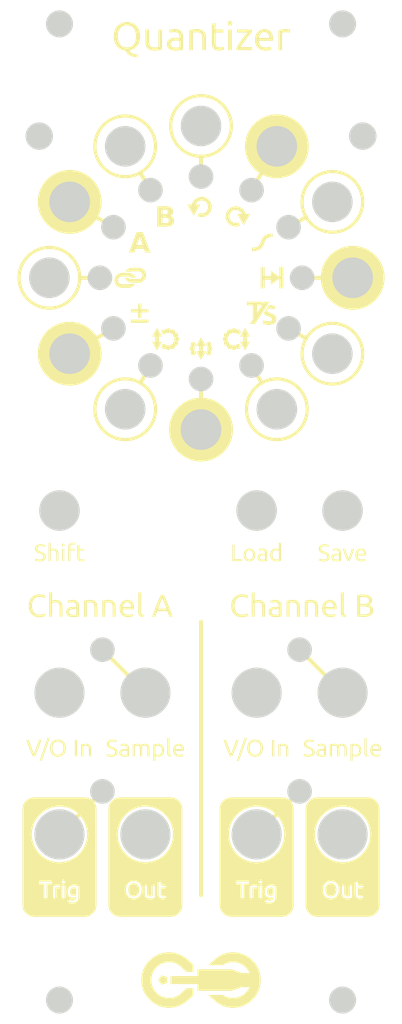
<source format=kicad_pcb>
(kicad_pcb (version 20240108) (generator "pcbnew") (generator_version "8.0")
  (layers (0 "F.Cu" signal) (31 "B.Cu" signal) (34 "B.Paste" user) (35 "F.Paste" user) (36 "B.SilkS" user "B.Silkscreen") (37 "F.SilkS" user "F.Silkscreen") (38 "B.Mask" user) (39 "F.Mask" user) (44 "Edge.Cuts" user))
  (net 0 "")
  (gr_poly (pts (xy 111.753127 158.462178) (xy 111.772607 158.46288) (xy 111.791826 158.464049) (xy 111.810782 158.465686) (xy 111.829477 158.467791) (xy 111.847913 158.470364) (xy 111.866088 158.473406) (xy 111.884005 158.476916) (xy 111.901664 158.480895) (xy 111.919066 158.485343) (xy 111.936212 158.490261) (xy 111.953102 158.495647) (xy 111.969737 158.501503) (xy 111.986119 158.507828) (xy 112.002247 158.514624) (xy 112.018123 158.521889) (xy 112.033725 158.52921) (xy 112.049031 158.536927) (xy 112.064041 158.54504) (xy 112.078751 158.553549) (xy 112.093162 158.562455) (xy 112.107272 158.571758) (xy 112.121079 158.581459) (xy 112.134584 158.591558) (xy 112.147783 158.602055) (xy 112.160677 158.612951) (xy 112.173263 158.624246) (xy 112.185541 158.635942) (xy 112.197509 158.648037) (xy 112.209167 158.660533) (xy 112.220512 158.673431) (xy 112.231544 158.686729) (xy 112.242629 158.700417) (xy 112.253386 158.714482) (xy 112.263814 158.728922) (xy 112.273914 158.743739) (xy 112.283686 158.758931) (xy 112.293129 158.774499) (xy 112.302244 158.790443) (xy 112.31103 158.806762) (xy 112.319489 158.823456) (xy 112.327619 158.840524) (xy 112.335421 158.857968) (xy 112.342896 158.875785) (xy 112.350042 158.893978) (xy 112.356861 158.912544) (xy 112.363352 158.931484) (xy 112.369516 158.950798) (xy 112.380768 158.989614) (xy 112.390525 159.029563) (xy 112.398784 159.070641) (xy 112.405545 159.112847) (xy 112.410806 159.156178) (xy 112.414566 159.200631) (xy 112.416822 159.246203) (xy 112.417575 159.292892) (xy 112.416822 159.339613) (xy 112.414566 159.385279) (xy 112.410806 159.429899) (xy 112.405545 159.47348) (xy 112.398784 159.51603) (xy 112.390525 159.557556) (xy 112.380768 159.598065) (xy 112.369516 159.637566) (xy 112.363352 159.656515) (xy 112.356862 159.675112) (xy 112.350043 159.693357) (xy 112.342897 159.71125) (xy 112.335422 159.72879) (xy 112.32762 159.745978) (xy 112.319489 159.762815) (xy 112.311031 159.7793) (xy 112.302244 159.795433) (xy 112.293129 159.811214) (xy 112.283686 159.826645) (xy 112.273915 159.841724) (xy 112.263815 159.856451) (xy 112.253386 159.870828) (xy 112.242629 159.884854) (xy 112.231544 159.898529) (xy 112.220512 159.911841) (xy 112.209167 159.924776) (xy 112.197509 159.937336) (xy 112.185541 159.94952) (xy 112.173263 159.961328) (xy 112.160677 159.972761) (xy 112.147783 159.983819) (xy 112.134584 159.994501) (xy 112.121079 160.004809) (xy 112.107272 160.014741) (xy 112.093162 160.024299) (xy 112.078751 160.033483) (xy 112.064041 160.042292) (xy 112.049031 160.050727) (xy 112.033725 160.058788) (xy 112.018123 160.066475) (xy 112.002246 160.073379) (xy 111.986117 160.079846) (xy 111.969735 160.085874) (xy 111.953099 160.091463) (xy 111.936208 160.096611) (xy 111.919062 160.101317) (xy 111.90166 160.10558) (xy 111.884001 160.109399) (xy 111.866084 160.112773) (xy 111.847909 160.1157) (xy 111.829474 160.118181) (xy 111.810779 160.120212) (xy 111.791823 160.121795) (xy 111.772606 160.122926) (xy 111.753126 160.123606) (xy 111.733382 160.123833) (xy 111.713626 160.123606) (xy 111.694108 160.122926) (xy 111.674827 160.121795) (xy 111.655782 160.120214) (xy 111.636974 160.118182) (xy 111.618402 160.115702) (xy 111.600065 160.112775) (xy 111.581963 160.109402) (xy 111.564096 160.105583) (xy 111.546462 160.10132) (xy 111.529062 160.096614) (xy 111.511895 160.091466) (xy 111.49496 160.085877) (xy 111.478258 160.079848) (xy 111.461786 160.07338) (xy 111.445546 160.066475) (xy 111.429937 160.058788) (xy 111.414609 160.050727) (xy 111.399562 160.042292) (xy 111.384796 160.033483) (xy 111.370311 160.024299) (xy 111.356107 160.014741) (xy 111.342185 160.004809) (xy 111.328544 159.994501) (xy 111.315183 159.983819) (xy 111.302105 159.972761) (xy 111.289307 159.961328) (xy 111.276791 159.94952) (xy 111.264556 159.937336) (xy 111.252603 159.924776) (xy 111.240931 159.911841) (xy 111.229541 159.898529) (xy 111.218814 159.884854) (xy 111.208384 159.870828) (xy 111.198251 159.856451) (xy 111.188418 159.841722) (xy 111.178884 159.826643) (xy 111.169652 159.811212) (xy 111.160722 159.79543) (xy 111.152096 159.779297) (xy 111.143774 159.762812) (xy 111.135758 159.745975) (xy 111.128049 159.728787) (xy 111.120648 159.711246) (xy 111.113557 159.693354) (xy 111.106776 159.67511) (xy 111.100306 159.656514) (xy 111.09415 159.637566) (xy 111.082898 159.598068) (xy 111.073142 159.557561) (xy 111.064883 159.516037) (xy 111.058122 159.473489) (xy 111.052861 159.429908) (xy 111.049101 159.385287) (xy 111.046845 159.339617) (xy 111.046092 159.292892) (xy 111.046845 159.246198) (xy 111.049101 159.200623) (xy 111.052861 159.156169) (xy 111.058122 159.112839) (xy 111.064883 159.070634) (xy 111.073142 159.029557) (xy 111.082898 158.989611) (xy 111.088337 158.970063) (xy 111.09415 158.950798) (xy 111.100307 158.931484) (xy 111.106776 158.912544) (xy 111.113557 158.893978) (xy 111.120649 158.875785) (xy 111.12805 158.857968) (xy 111.135758 158.840524) (xy 111.143774 158.823456) (xy 111.152096 158.806762) (xy 111.160722 158.790443) (xy 111.169652 158.774499) (xy 111.178884 158.758931) (xy 111.188417 158.743739) (xy 111.198251 158.728922) (xy 111.208383 158.714482) (xy 111.218814 158.700417) (xy 111.229541 158.686729) (xy 111.240932 158.673431) (xy 111.252604 158.660533) (xy 111.264558 158.648037) (xy 111.276793 158.635942) (xy 111.289309 158.624246) (xy 111.302106 158.612951) (xy 111.315185 158.602055) (xy 111.328545 158.591558) (xy 111.342186 158.581459) (xy 111.356108 158.571758) (xy 111.370312 158.562455) (xy 111.384797 158.553549) (xy 111.399562 158.54504) (xy 111.414609 158.536927) (xy 111.429937 158.52921) (xy 111.445546 158.521889) (xy 111.461787 158.514625) (xy 111.478258 158.507831) (xy 111.494961 158.501506) (xy 111.511896 158.49565) (xy 111.529063 158.490264) (xy 111.546464 158.485347) (xy 111.564097 158.480899) (xy 111.581965 158.476919) (xy 111.600067 158.473408) (xy 111.618404 158.470366) (xy 111.636976 158.467792) (xy 111.655783 158.465687) (xy 111.674828 158.464049) (xy 111.694108 158.46288) (xy 111.713627 158.462178) (xy 111.733382 158.461945)) (stroke (width -0.000001)) (fill solid) (layer "F.SilkS"))
  (gr_line (start 120.1825 97.724998) (end 120.1825 95.184998) (stroke (width 0.5)) (layer "F.SilkS"))
  (gr_line (start 112.562499 95.682999) (end 113.8325 93.483299) (stroke (width 0.5)) (layer "F.SilkS"))
  (gr_poly (pts (xy 113.831321 79.32583) (xy 113.164691 79.32583) (xy 113.002801 78.857302) (xy 111.9658 78.857302) (xy 111.802161 79.32583) (xy 111.13553 79.32583) (xy 111.485801 78.380152) (xy 112.13119 78.380152) (xy 112.83571 78.380152) (xy 112.484311 77.356951) (xy 112.13119 78.380152) (xy 111.485801 78.380152) (xy 112.088102 76.75403) (xy 112.878751 76.75403)) (stroke (width -0.000001)) (fill solid) (layer "F.SilkS"))
  (gr_poly (pts (xy 140.983499 142.101997) (xy 140.983686 142.118874) (xy 140.984249 142.135) (xy 140.985187 142.150375) (xy 140.986499 142.165) (xy 140.988187 142.178875) (xy 140.99025 142.192001) (xy 140.992687 142.204377) (xy 140.9955 142.216003) (xy 140.997058 142.221558) (xy 140.998734 142.226972) (xy 141.000527 142.232245) (xy 141.002437 142.237377) (xy 141.004464 142.242369) (xy 141.006609 142.24722) (xy 141.00887 142.25193) (xy 141.011249 142.2565) (xy 141.013745 142.26093) (xy 141.016358 142.265219) (xy 141.019089 142.269367) (xy 141.021936 142.273375) (xy 141.024901 142.277242) (xy 141.027982 142.280969) (xy 141.031181 142.284556) (xy 141.034497 142.288002) (xy 141.037943 142.29133) (xy 141.041529 142.294564) (xy 141.045256 142.297704) (xy 141.049123 142.300751) (xy 141.053131 142.303704) (xy 141.057279 142.306563) (xy 141.061568 142.309328) (xy 141.065998 142.312) (xy 141.070569 142.314578) (xy 141.07528 142.317063) (xy 141.080131 142.319454) (xy 141.085124 142.321751) (xy 141.090257 142.323954) (xy 141.09553 142.326064) (xy 141.100945 142.32808) (xy 141.1065 142.330002) (xy 141.118077 142.332954) (xy 141.130311 142.335812) (xy 141.143202 142.338578) (xy 141.156748 142.341249) (xy 141.170952 142.343828) (xy 141.185811 142.346312) (xy 141.201327 142.348702) (xy 141.2175 142.350998) (xy 141.178498 142.584999) (xy 141.146834 142.583863) (xy 141.116342 142.581953) (xy 141.087022 142.579269) (xy 141.058873 142.575812) (xy 141.031897 142.571582) (xy 141.006092 142.566578) (xy 140.981459 142.560801) (xy 140.957998 142.55425) (xy 140.935709 142.546925) (xy 140.914592 142.538828) (xy 140.894647 142.529956) (xy 140.875873 142.520312) (xy 140.858272 142.509894) (xy 140.841842 142.498702) (xy 140.826584 142.486737) (xy 140.812497 142.473999) (xy 140.799419 142.460417) (xy 140.787185 142.445921) (xy 140.775795 142.430511) (xy 140.765248 142.414187) (xy 140.755545 142.396948) (xy 140.746686 142.378796) (xy 140.738671 142.35973) (xy 140.731499 142.339749) (xy 140.725171 142.318855) (xy 140.719687 142.297047) (xy 140.715046 142.274324) (xy 140.711249 142.250688) (xy 140.708296 142.226138) (xy 140.706187 142.200673) (xy 140.704921 142.174295) (xy 140.704499 142.147003) (xy 140.704499 140.275002) (xy 140.983499 140.226997)) (stroke (width -0.000001)) (fill solid) (layer "F.SilkS"))
  (gr_poly (pts (xy 101.4805 122.989998) (xy 101.506688 122.980311) (xy 101.53325 122.971248) (xy 101.560188 122.962811) (xy 101.5875 122.954998) (xy 101.615188 122.94781) (xy 101.64325 122.941248) (xy 101.671688 122.935311) (xy 101.7005 122.93) (xy 101.730438 122.924376) (xy 101.76025 122.9195) (xy 101.789938 122.915375) (xy 101.8195 122.912) (xy 101.848938 122.909374) (xy 101.87825 122.907499) (xy 101.907438 122.906373) (xy 101.9365 122.905998) (xy 101.997188 122.907123) (xy 102.05525 122.910498) (xy 102.083297 122.91303) (xy 102.110688 122.916124) (xy 102.137422 122.91978) (xy 102.1635 122.923999) (xy 102.188922 122.92878) (xy 102.213688 122.934124) (xy 102.237797 122.94003) (xy 102.26125 122.946499) (xy 102.284047 122.953529) (xy 102.306188 122.961123) (xy 102.327672 122.969279) (xy 102.3485 122.977997) (xy 102.368735 122.986731) (xy 102.388438 122.995934) (xy 102.40761 123.005606) (xy 102.42625 123.015747) (xy 102.44436 123.026356) (xy 102.461938 123.037434) (xy 102.478985 123.048981) (xy 102.4955 123.060996) (xy 102.511485 123.07348) (xy 102.526938 123.086433) (xy 102.54186 123.099855) (xy 102.556251 123.113746) (xy 102.57011 123.128105) (xy 102.583438 123.142933) (xy 102.596235 123.15823) (xy 102.608501 123.173996) (xy 102.620766 123.189699) (xy 102.632563 123.205808) (xy 102.643891 123.222324) (xy 102.654751 123.239246) (xy 102.665141 123.256574) (xy 102.675063 123.274309) (xy 102.684516 123.29245) (xy 102.693501 123.310997) (xy 102.702016 123.329951) (xy 102.710063 123.34931) (xy 102.717641 123.369076) (xy 102.72475 123.389249) (xy 102.731391 123.409827) (xy 102.737563 123.430812) (xy 102.743266 123.452202) (xy 102.7485 123.473999) (xy 102.757875 123.518561) (xy 102.766 123.564249) (xy 102.772875 123.611061) (xy 102.7785 123.658998) (xy 102.782875 123.708061) (xy 102.786 123.758249) (xy 102.787875 123.809562) (xy 102.7885 123.862) (xy 102.7885 125.029999) (xy 102.4165 125.029999) (xy 102.4165 123.942001) (xy 102.416063 123.894877) (xy 102.41475 123.849502) (xy 102.412563 123.805876) (xy 102.4095 123.764001) (xy 102.405563 123.723875) (xy 102.40075 123.6855) (xy 102.395063 123.648874) (xy 102.3885 123.613998) (xy 102.38536 123.597201) (xy 102.381938 123.580811) (xy 102.378235 123.564826) (xy 102.37425 123.549248) (xy 102.369985 123.534076) (xy 102.365438 123.51931) (xy 102.36061 123.504951) (xy 102.3555 123.490997) (xy 102.35011 123.47745) (xy 102.344438 123.46431) (xy 102.338485 123.451575) (xy 102.33225 123.439247) (xy 102.325735 123.427325) (xy 102.318938 123.41581) (xy 102.31186 123.4047) (xy 102.3045 123.393997) (xy 102.296844 123.383685) (xy 102.288875 123.373747) (xy 102.280594 123.364185) (xy 102.272 123.354997) (xy 102.263094 123.346185) (xy 102.253875 123.337747) (xy 102.244344 123.329684) (xy 102.2345 123.321997) (xy 102.224344 123.314684) (xy 102.213875 123.307746) (xy 102.203094 123.301184) (xy 102.192 123.294996) (xy 102.180594 123.289183) (xy 102.168875 123.283745) (xy 102.156844 123.278682) (xy 102.1445 123.273994) (xy 102.131813 123.269151) (xy 102.11875 123.26462) (xy 102.105313 123.260401) (xy 102.0915 123.256495) (xy 102.077313 123.252901) (xy 102.06275 123.24962) (xy 102.047813 123.246651) (xy 102.0325 123.243995) (xy 102.016813 123.241651) (xy 102.00075 123.239619) (xy 101.984313 123.2379) (xy 101.9675 123.236494) (xy 101.950313 123.2354) (xy 101.93275 123.234619) (xy 101.914813 123.23415) (xy 101.8965 123.233994) (xy 101.881438 123.234119) (xy 101.86625 123.234494) (xy 101.850938 123.23512) (xy 101.8355 123.235995) (xy 101.819938 123.237121) (xy 101.80425 123.238496) (xy 101.788438 123.240122) (xy 101.7725 123.241997) (xy 101.74075 123.246247) (xy 101.7095 123.250997) (xy 101.67875 123.256246) (xy 101.6485 123.261993) (xy 101.634625 123.264056) (xy 101.621 123.266243) (xy 101.607625 123.268556) (xy 101.5945 123.270993) (xy 101.581625 123.273555) (xy 101.569 123.276242) (xy 101.556625 123.279054) (xy 101.5445 123.28199) (xy 101.524 123.287741) (xy 101.5065 123.29299) (xy 101.498875 123.295426) (xy 101.492 123.297738) (xy 101.485875 123.299925) (xy 101.4805 123.301987) (xy 101.4805 125.029984) (xy 101.1085 125.029999) (xy 101.1085 121.989998) (xy 101.4805 121.925995)) (stroke (width -0.000001)) (fill solid) (layer "F.SilkS"))
  (gr_poly (pts (xy 127.940141 85.484318) (xy 127.940141 85.785679) (xy 128.138799 85.484318) (xy 128.808541 85.484318) (xy 126.969541 88.27562) (xy 126.302211 88.27562) (xy 126.2998 88.27417) (xy 126.67879 87.699421) (xy 126.67879 86.881649) (xy 127.217889 86.881649) (xy 127.836038 85.943821) (xy 127.217889 85.943821) (xy 127.217889 86.881649) (xy 126.67879 86.881649) (xy 126.67879 85.943821) (xy 125.956489 85.943821) (xy 125.956489 85.48431)) (stroke (width -0.000001)) (fill solid) (layer "F.SilkS"))
  (gr_poly (pts (xy 117.001094 51.261172) (xy 117.066875 51.264688) (xy 117.129844 51.270547) (xy 117.19 51.27875) (xy 117.219024 51.283731) (xy 117.247344 51.289297) (xy 117.274961 51.29545) (xy 117.301875 51.302188) (xy 117.328086 51.309512) (xy 117.353594 51.317422) (xy 117.378398 51.325918) (xy 117.402499 51.335) (xy 117.426562 51.344004) (xy 117.449999 51.353516) (xy 117.472812 51.363535) (xy 117.494999 51.374063) (xy 117.516561 51.385098) (xy 117.537499 51.396641) (xy 117.557812 51.408692) (xy 117.577499 51.42125) (xy 117.596562 51.434317) (xy 117.614999 51.447891) (xy 117.632812 51.461973) (xy 117.649999 51.476563) (xy 117.666562 51.49166) (xy 117.682499 51.507266) (xy 117.697811 51.523379) (xy 117.712499 51.54) (xy 117.727225 51.556465) (xy 117.741405 51.57336) (xy 117.755038 51.590684) (xy 117.768124 51.608438) (xy 117.780663 51.626621) (xy 117.792655 51.645235) (xy 117.804101 51.664277) (xy 117.814999 51.68375) (xy 117.825351 51.703652) (xy 117.835155 51.723984) (xy 117.844413 51.744746) (xy 117.853124 51.765938) (xy 117.861288 51.787559) (xy 117.868905 51.809609) (xy 117.875976 51.83209) (xy 117.882499 51.855) (xy 117.894217 51.900625) (xy 117.904374 51.9475) (xy 117.912967 51.995625) (xy 117.919998 52.045) (xy 117.925467 52.095625) (xy 117.929373 52.1475) (xy 117.931717 52.200625) (xy 117.932498 52.255) (xy 117.932498 53.88) (xy 117.859999 53.8925) (xy 117.762498 53.91) (xy 117.708123 53.9175) (xy 117.649998 53.925) (xy 117.588123 53.9325) (xy 117.522498 53.940001) (xy 117.453436 53.947188) (xy 117.381248 53.953751) (xy 117.305936 53.959688) (xy 117.227498 53.965001) (xy 117.188748 53.968516) (xy 117.149998 53.971563) (xy 117.111248 53.974141) (xy 117.072498 53.97625) (xy 117.033748 53.977891) (xy 116.994998 53.979063) (xy 116.956248 53.979766) (xy 116.917499 53.98) (xy 116.863046 53.979297) (xy 116.809687 53.977188) (xy 116.757421 53.973672) (xy 116.706249 53.968751) (xy 116.656171 53.962422) (xy 116.607186 53.954688) (xy 116.559295 53.945547) (xy 116.512498 53.935) (xy 116.489568 53.92918) (xy 116.467029 53.922969) (xy 116.44488 53.916368) (xy 116.423122 53.909375) (xy 116.401755 53.901992) (xy 116.380778 53.894219) (xy 116.360192 53.886055) (xy 116.339997 53.8775) (xy 116.320192 53.868555) (xy 116.300778 53.859219) (xy 116.281755 53.849493) (xy 116.263122 53.839375) (xy 116.24488 53.828868) (xy 116.227029 53.817969) (xy 116.209568 53.80668) (xy 116.192498 53.795001) (xy 116.175858 53.782266) (xy 116.159686 53.769063) (xy 116.143983 53.755391) (xy 116.128748 53.741251) (xy 116.113983 53.726641) (xy 116.099686 53.711563) (xy 116.085858 53.696016) (xy 116.072498 53.680001) (xy 116.059608 53.663516) (xy 116.047186 53.646563) (xy 116.035233 53.629141) (xy 116.023749 53.611251) (xy 116.012733 53.592891) (xy 116.002186 53.574063) (xy 115.992108 53.554766) (xy 115.982499 53.535001) (xy 115.973417 53.514747) (xy 115.964921 53.493985) (xy 115.957011 53.472716) (xy 115.949687 53.450938) (xy 115.942949 53.428653) (xy 115.936797 53.40586) (xy 115.93123 53.382559) (xy 115.92625 53.358751) (xy 115.921855 53.334434) (xy 115.918047 53.30961) (xy 115.914824 53.284278) (xy 115.912187 53.258438) (xy 115.910136 53.23209) (xy 115.908671 53.205235) (xy 115.907792 53.177872) (xy 115.907498 53.150001) (xy 115.907561 53.145) (xy 116.3775 53.145) (xy 116.378125 53.175664) (xy 116.38 53.205156) (xy 116.383125 53.233476) (xy 116.3875 53.260625) (xy 116.393125 53.286601) (xy 116.4 53.311406) (xy 116.408125 53.335039) (xy 116.4175 53.3575) (xy 116.428125 53.378789) (xy 116.44 53.398906) (xy 116.453125 53.417851) (xy 116.4675 53.435625) (xy 116.483125 53.452226) (xy 116.5 53.467656) (xy 116.518125 53.481914) (xy 116.5375 53.495) (xy 116.557949 53.506504) (xy 116.579296 53.517265) (xy 116.601543 53.527285) (xy 116.624687 53.536562) (xy 116.64873 53.545097) (xy 116.673671 53.55289) (xy 116.699511 53.559941) (xy 116.72625 53.56625) (xy 116.753886 53.571816) (xy 116.782421 53.57664) (xy 116.811855 53.580722) (xy 116.842187 53.584062) (xy 116.873417 53.58666) (xy 116.905546 53.588515) (xy 116.938573 53.589629) (xy 116.972499 53.59) (xy 116.972501 53.59) (xy 117.052501 53.589688) (xy 117.127501 53.58875) (xy 117.197502 53.587188) (xy 117.262502 53.585) (xy 117.294299 53.582344) (xy 117.324689 53.579375) (xy 117.353673 53.576094) (xy 117.381251 53.5725) (xy 117.407423 53.568594) (xy 117.432189 53.564375) (xy 117.455549 53.559844) (xy 117.477502 53.555) (xy 117.477502 52.78) (xy 117.470998 52.776914) (xy 117.463987 52.773906) (xy 117.456467 52.770976) (xy 117.44844 52.768125) (xy 117.439905 52.765351) (xy 117.430862 52.762656) (xy 117.421311 52.760039) (xy 117.411252 52.7575) (xy 117.400686 52.755039) (xy 117.389611 52.752656) (xy 117.365939 52.748125) (xy 117.340236 52.743906) (xy 117.312501 52.74) (xy 117.28422 52.735312) (xy 117.254376 52.73125) (xy 117.222969 52.727812) (xy 117.190001 52.725) (xy 117.155469 52.722812) (xy 117.119376 52.72125) (xy 117.081719 52.720312) (xy 117.042501 52.72) (xy 117.016016 52.720234) (xy 116.989063 52.720937) (xy 116.961641 52.722109) (xy 116.933751 52.72375) (xy 116.905391 52.725859) (xy 116.876563 52.728437) (xy 116.847266 52.731484) (xy 116.8175 52.735) (xy 116.788985 52.739296) (xy 116.760938 52.744687) (xy 116.73336 52.751171) (xy 116.706251 52.75875) (xy 116.67961 52.767422) (xy 116.666466 52.772168) (xy 116.653438 52.777187) (xy 116.640528 52.78248) (xy 116.627735 52.788047) (xy 116.615059 52.793886) (xy 116.6025 52.8) (xy 116.590742 52.805781) (xy 116.579219 52.811875) (xy 116.56793 52.818281) (xy 116.556875 52.825) (xy 116.546055 52.832031) (xy 116.535469 52.839375) (xy 116.525117 52.847031) (xy 116.515 52.855) (xy 116.505117 52.863281) (xy 116.495469 52.871875) (xy 116.486055 52.880781) (xy 116.476875 52.89) (xy 116.46793 52.899531) (xy 116.459219 52.909375) (xy 116.450742 52.919531) (xy 116.4425 52.93) (xy 116.434629 52.940215) (xy 116.427266 52.950859) (xy 116.42041 52.961933) (xy 116.414063 52.973437) (xy 116.408223 52.985371) (xy 116.402891 52.997734) (xy 116.398067 53.010527) (xy 116.39375 53.02375) (xy 116.389941 53.037402) (xy 116.386641 53.051484) (xy 116.383848 53.065996) (xy 116.381562 53.080937) (xy 116.379785 53.096309) (xy 116.378515 53.112109) (xy 116.377754 53.12834) (xy 116.3775 53.145) (xy 115.907561 53.145) (xy 115.907831 53.12336) (xy 115.908827 53.097188) (xy 115.910487 53.071485) (xy 115.912811 53.04625) (xy 115.915799 53.021485) (xy 115.919452 52.997188) (xy 115.923768 52.97336) (xy 115.928748 52.95) (xy 115.934393 52.92711) (xy 115.940702 52.904688) (xy 115.947674 52.882735) (xy 115.955311 52.861251) (xy 115.963611 52.840235) (xy 115.972576 52.819688) (xy 115.982205 52.79961) (xy 115.992498 52.780001) (xy 116.003982 52.76086) (xy 116.015935 52.742188) (xy 116.028357 52.723985) (xy 116.041247 52.706251) (xy 116.054607 52.688985) (xy 116.068435 52.672188) (xy 116.082731 52.65586) (xy 116.097497 52.640001) (xy 116.112731 52.62461) (xy 116.128435 52.609688) (xy 116.144606 52.595235) (xy 116.161247 52.581251) (xy 116.178357 52.567735) (xy 116.195935 52.554688) (xy 116.213982 52.54211) (xy 116.232497 52.530001) (xy 116.251443 52.518321) (xy 116.270779 52.507032) (xy 116.290505 52.496134) (xy 116.310623 52.485626) (xy 116.33113 52.475509) (xy 116.352029 52.465782) (xy 116.373318 52.456446) (xy 116.394998 52.447501) (xy 116.417068 52.438946) (xy 116.439529 52.430782) (xy 116.462381 52.423009) (xy 116.485623 52.415626) (xy 116.509256 52.408634) (xy 116.533279 52.402032) (xy 116.557693 52.395821) (xy 116.582498 52.390001) (xy 116.63281 52.379454) (xy 116.683748 52.370313) (xy 116.73531 52.362579) (xy 116.787498 52.356251) (xy 116.840311 52.351329) (xy 116.893748 52.347813) (xy 116.947811 52.345704) (xy 117.002498 52.345001) (xy 117.020076 52.345157) (xy 117.03781 52.345626) (xy 117.055701 52.346407) (xy 117.073748 52.347501) (xy 117.091951 52.348907) (xy 117.11031 52.350626) (xy 117.128826 52.352657) (xy 117.147498 52.355001) (xy 117.166092 52.356407) (xy 117.184374 52.358126) (xy 117.202342 52.360157) (xy 117.219998 52.362501) (xy 117.237342 52.365157) (xy 117.254373 52.368126) (xy 117.271092 52.371407) (xy 117.287498 52.375001) (xy 117.321248 52.380001) (xy 117.352498 52.385001) (xy 117.381248 52.390001) (xy 117.407498 52.395001) (xy 117.430624 52.399688) (xy 117.449999 52.403751) (xy 117.465624 52.407188) (xy 117.477498 52.410001) (xy 117.477498 52.280001) (xy 117.477108 52.251329) (xy 117.475936 52.222813) (xy 117.473983 52.194454) (xy 117.471248 52.166251) (xy 117.467733 52.138204) (xy 117.463436 52.110313) (xy 117.458358 52.082579) (xy 117.452499 52.055001) (xy 117.449217 52.040743) (xy 117.445624 52.02672) (xy 117.441717 52.012931) (xy 117.437499 51.999376) (xy 117.432967 51.986056) (xy 117.428124 51.97297) (xy 117.422967 51.960118) (xy 117.417498 51.947501) (xy 117.411717 51.935118) (xy 117.405623 51.92297) (xy 117.399217 51.911056) (xy 117.392498 51.899376) (xy 117.385467 51.887931) (xy 117.378123 51.87672) (xy 117.370467 51.865743) (xy 117.362498 51.855001) (xy 117.354178 51.843907) (xy 117.345467 51.833126) (xy 117.336366 51.822657) (xy 117.326873 51.812501) (xy 117.31699 51.802657) (xy 117.306717 51.793126) (xy 117.296053 51.783907) (xy 117.284998 51.775001) (xy 117.273553 51.766407) (xy 117.261717 51.758126) (xy 117.24949 51.750157) (xy 117.236873 51.742501) (xy 117.223865 51.735157) (xy 117.210467 51.728126) (xy 117.196678 51.721407) (xy 117.182498 51.715001) (xy 117.168475 51.708341) (xy 117.153904 51.702111) (xy 117.138787 51.69631) (xy 117.123123 51.690939) (xy 117.106912 51.685997) (xy 117.090154 51.681486) (xy 117.072849 51.677404) (xy 117.054998 51.673751) (xy 117.036599 51.670529) (xy 117.017654 51.667736) (xy 116.998162 51.665372) (xy 116.978123 51.663439) (xy 116.957537 51.661935) (xy 116.936404 51.660861) (xy 116.914724 51.660216) (xy 116.892497 51.660001) (xy 116.835856 51.660548) (xy 116.780934 51.662189) (xy 116.727731 51.664923) (xy 116.676247 51.668751) (xy 116.626481 51.673673) (xy 116.578434 51.679689) (xy 116.532106 51.686798) (xy 116.487496 51.695001) (xy 116.446325 51.702579) (xy 116.407809 51.710314) (xy 116.37195 51.718204) (xy 116.338747 51.726251) (xy 116.3082 51.734454) (xy 116.280309 51.742814) (xy 116.255075 51.751329) (xy 116.232497 51.760001) (xy 116.177497 51.375001) (xy 116.189216 51.370021) (xy 116.201872 51.365079) (xy 116.215466 51.360177) (xy 116.229997 51.355314) (xy 116.261872 51.345704) (xy 116.297497 51.336251) (xy 116.336872 51.326954) (xy 116.379997 51.317814) (xy 116.426871 51.308829) (xy 116.477496 51.300001) (xy 116.530543 51.290626) (xy 116.584683 51.282501) (xy 116.639918 51.275626) (xy 116.696246 51.270001) (xy 116.753668 51.265626) (xy 116.812183 51.262501) (xy 116.871793 51.260626) (xy 116.932496 51.260001) (xy 116.9325 51.26)) (stroke (width -0.000001)) (fill solid) (layer "F.SilkS"))
  (gr_poly (pts (xy 126.336999 89.867714) (xy 125.937539 89.867714) (xy 125.937539 90.499714) (xy 126.336999 90.499714) (xy 125.704999 91.595215) (xy 125.07248 90.499714) (xy 125.47297 90.499714) (xy 125.47297 89.867714) (xy 125.07248 89.867714) (xy 125.704999 88.772713)) (stroke (width -0.000001)) (fill solid) (layer "F.SilkS"))
  (gr_poly (pts (xy 115.292501 53.85) (xy 115.25086 53.860078) (xy 115.205938 53.870312) (xy 115.157735 53.880703) (xy 115.106251 53.89125) (xy 114.993439 53.912812) (xy 114.867501 53.935) (xy 114.801173 53.945547) (xy 114.732189 53.954688) (xy 114.660548 53.962422) (xy 114.586251 53.96875) (xy 114.509298 53.973672) (xy 114.429689 53.977188) (xy 114.347424 53.979297) (xy 114.262502 53.98) (xy 114.188987 53.978672) (xy 114.11844 53.974688) (xy 114.050862 53.968047) (xy 114.018186 53.963731) (xy 113.986253 53.95875) (xy 113.955062 53.953106) (xy 113.924612 53.946797) (xy 113.894905 53.939824) (xy 113.86594 53.932188) (xy 113.837718 53.923887) (xy 113.810237 53.914922) (xy 113.783499 53.905293) (xy 113.757503 53.895) (xy 113.73219 53.883477) (xy 113.707503 53.871406) (xy 113.68344 53.858789) (xy 113.660003 53.845625) (xy 113.63719 53.831914) (xy 113.615003 53.817656) (xy 113.59344 53.802852) (xy 113.572503 53.7875) (xy 113.55219 53.771602) (xy 113.532503 53.755156) (xy 113.51344 53.738164) (xy 113.495003 53.720625) (xy 113.47719 53.702539) (xy 113.460003 53.683906) (xy 113.44344 53.664727) (xy 113.427503 53.645) (xy 113.412151 53.624785) (xy 113.397346 53.604141) (xy 113.383088 53.583066) (xy 113.369377 53.561563) (xy 113.356213 53.539629) (xy 113.343596 53.517266) (xy 113.331526 53.494473) (xy 113.320002 53.47125) (xy 113.309026 53.447598) (xy 113.298596 53.423516) (xy 113.288713 53.399004) (xy 113.279377 53.374063) (xy 113.270588 53.348691) (xy 113.262346 53.322891) (xy 113.254651 53.29666) (xy 113.247502 53.27) (xy 113.234612 53.214297) (xy 113.22344 53.157188) (xy 113.213987 53.098672) (xy 113.206252 53.03875) (xy 113.200237 52.977422) (xy 113.19594 52.914687) (xy 113.193362 52.850547) (xy 113.192502 52.785) (xy 113.192502 51.325) (xy 113.657502 51.325) (xy 113.657502 52.685) (xy 113.658088 52.74332) (xy 113.659846 52.799531) (xy 113.662776 52.853633) (xy 113.666877 52.905625) (xy 113.672151 52.955508) (xy 113.678596 53.003281) (xy 113.686213 53.048945) (xy 113.695002 53.0925) (xy 113.704963 53.133945) (xy 113.716096 53.173281) (xy 113.7284 53.210508) (xy 113.741877 53.245625) (xy 113.756525 53.278633) (xy 113.772346 53.309531) (xy 113.789338 53.33832) (xy 113.807502 53.365) (xy 113.817077 53.377612) (xy 113.827053 53.389824) (xy 113.837429 53.401636) (xy 113.848205 53.413047) (xy 113.859382 53.424057) (xy 113.870959 53.434668) (xy 113.882937 53.444878) (xy 113.895315 53.454687) (xy 113.908093 53.464096) (xy 113.921272 53.473105) (xy 113.934851 53.481714) (xy 113.94883 53.489922) (xy 113.96321 53.497729) (xy 113.97799 53.505137) (xy 114.008752 53.51875) (xy 114.041115 53.530761) (xy 114.07508 53.541172) (xy 114.110646 53.54998) (xy 114.147814 53.557187) (xy 114.186584 53.562793) (xy 114.226955 53.566797) (xy 114.268927 53.569199) (xy 114.312501 53.57) (xy 114.350314 53.569687) (xy 114.388752 53.56875) (xy 114.427814 53.567187) (xy 114.467502 53.565) (xy 114.545001 53.559999) (xy 114.617501 53.554999) (xy 114.651564 53.550312) (xy 114.683751 53.546249) (xy 114.714064 53.542812) (xy 114.742501 53.539999) (xy 114.756954 53.537499) (xy 114.770313 53.534999) (xy 114.782579 53.532499) (xy 114.793751 53.529999) (xy 114.803829 53.527499) (xy 114.812813 53.525) (xy 114.820704 53.5225) (xy 114.8275 53.52) (xy 114.8275 51.325) (xy 115.292501 51.325)) (stroke (width -0.000001)) (fill solid) (layer "F.SilkS"))
  (gr_poly (pts (xy 123.827968 50.245332) (xy 123.843124 50.246328) (xy 123.857968 50.247989) (xy 123.872499 50.250313) (xy 123.886718 50.253301) (xy 123.900624 50.256954) (xy 123.914218 50.26127) (xy 123.927499 50.26625) (xy 123.940468 50.271895) (xy 123.953124 50.278204) (xy 123.965468 50.285176) (xy 123.977499 50.292813) (xy 123.989218 50.301114) (xy 124.000624 50.310079) (xy 124.011717 50.319707) (xy 124.022498 50.33) (xy 124.033397 50.340235) (xy 124.043592 50.350938) (xy 124.053084 50.36211) (xy 124.061873 50.37375) (xy 124.069959 50.38586) (xy 124.077342 50.398438) (xy 124.084022 50.411485) (xy 124.089998 50.425) (xy 124.095272 50.438985) (xy 124.099842 50.453438) (xy 124.103709 50.46836) (xy 124.106873 50.48375) (xy 124.109334 50.49961) (xy 124.111092 50.515938) (xy 124.112147 50.532735) (xy 124.112498 50.55) (xy 124.112147 50.567286) (xy 124.111092 50.584141) (xy 124.109334 50.600567) (xy 124.106873 50.616563) (xy 124.103709 50.632129) (xy 124.099842 50.647266) (xy 124.095272 50.661973) (xy 124.089998 50.67625) (xy 124.084022 50.690098) (xy 124.077342 50.703516) (xy 124.069959 50.716504) (xy 124.061873 50.729063) (xy 124.053084 50.741192) (xy 124.043592 50.752891) (xy 124.033397 50.764161) (xy 124.022498 50.775) (xy 124.011717 50.784688) (xy 124.000624 50.79375) (xy 123.989218 50.802188) (xy 123.977499 50.81) (xy 123.965468 50.817188) (xy 123.953124 50.82375) (xy 123.940468 50.829688) (xy 123.927499 50.835) (xy 123.914218 50.839688) (xy 123.900624 50.84375) (xy 123.886718 50.847188) (xy 123.872499 50.85) (xy 123.857968 50.852188) (xy 123.843124 50.85375) (xy 123.827968 50.854688) (xy 123.812499 50.855) (xy 123.797011 50.854688) (xy 123.781796 50.85375) (xy 123.766854 50.852188) (xy 123.752186 50.85) (xy 123.737792 50.847188) (xy 123.723671 50.84375) (xy 123.709823 50.839688) (xy 123.696249 50.835) (xy 123.682948 50.829688) (xy 123.669921 50.82375) (xy 123.657167 50.817188) (xy 123.644686 50.81) (xy 123.632479 50.802188) (xy 123.620546 50.79375) (xy 123.608886 50.784688) (xy 123.597499 50.775) (xy 123.587206 50.764161) (xy 123.577578 50.752891) (xy 123.568613 50.741192) (xy 123.560312 50.729063) (xy 123.552676 50.716504) (xy 123.545703 50.703516) (xy 123.539394 50.690098) (xy 123.53375 50.67625) (xy 123.528769 50.661973) (xy 123.524453 50.647266) (xy 123.520801 50.632129) (xy 123.517812 50.616563) (xy 123.515488 50.600567) (xy 123.513828 50.584141) (xy 123.512832 50.567286) (xy 123.5125 50.55) (xy 123.512832 50.532735) (xy 123.513828 50.515938) (xy 123.515488 50.49961) (xy 123.517812 50.48375) (xy 123.520801 50.46836) (xy 123.524453 50.453438) (xy 123.528769 50.438985) (xy 123.53375 50.425001) (xy 123.539394 50.411485) (xy 123.545703 50.398438) (xy 123.552676 50.38586) (xy 123.560312 50.37375) (xy 123.568613 50.36211) (xy 123.577578 50.350938) (xy 123.587206 50.340235) (xy 123.597499 50.33) (xy 123.608886 50.319707) (xy 123.620546 50.310079) (xy 123.632479 50.301114) (xy 123.644686 50.292813) (xy 123.657167 50.285176) (xy 123.669921 50.278204) (xy 123.682948 50.271895) (xy 123.696249 50.26625) (xy 123.709823 50.26127) (xy 123.723671 50.256954) (xy 123.737792 50.253301) (xy 123.752186 50.250313) (xy 123.766854 50.247989) (xy 123.781796 50.246328) (xy 123.797011 50.245332) (xy 123.812499 50.245)) (stroke (width -0.000001)) (fill solid) (layer "F.SilkS"))
  (gr_poly (pts (xy 112.688501 86.42622) (xy 113.58767 86.42622) (xy 113.58767 86.832741) (xy 112.688501 86.832741) (xy 112.688501 87.54517) (xy 112.278531 87.54517) (xy 112.278531 86.832741) (xy 111.379361 86.832741) (xy 111.379361 86.42622) (xy 112.278531 86.42622) (xy 112.278531 85.714458) (xy 112.688501 85.714458)) (stroke (width -0.000001)) (fill solid) (layer "F.SilkS"))
  (gr_poly (pts (xy 110.853562 95.177958) (xy 111.047051 95.192671) (xy 111.237726 95.2169) (xy 111.425348 95.250406) (xy 111.609678 95.292949) (xy 111.790478 95.34429) (xy 111.967506 95.40419) (xy 112.140524 95.472409) (xy 112.309293 95.548708) (xy 112.473572 95.632847) (xy 112.633124 95.724587) (xy 112.787707 95.823689) (xy 112.937084 95.929913) (xy 113.081014 96.043019) (xy 113.219258 96.162769) (xy 113.351577 96.288924) (xy 113.477731 96.421243) (xy 113.597481 96.559487) (xy 113.710588 96.703417) (xy 113.816812 96.852794) (xy 113.915913 97.007377) (xy 114.007653 97.166929) (xy 114.091792 97.331208) (xy 114.168091 97.499977) (xy 114.23631 97.672995) (xy 114.29621 97.850024) (xy 114.347551 98.030823) (xy 114.390094 98.215153) (xy 114.4236 98.402776) (xy 114.447829 98.593451) (xy 114.462542 98.78694) (xy 114.4675 98.983002) (xy 114.462542 99.179064) (xy 114.447829 99.372552) (xy 114.4236 99.563227) (xy 114.390094 99.75085) (xy 114.347551 99.935181) (xy 114.29621 100.11598) (xy 114.23631 100.293008) (xy 114.168091 100.466026) (xy 114.091792 100.634795) (xy 114.007653 100.799075) (xy 113.915913 100.958626) (xy 113.816812 101.11321) (xy 113.710588 101.262586) (xy 113.597481 101.406517) (xy 113.477731 101.544761) (xy 113.351577 101.67708) (xy 113.219258 101.803234) (xy 113.081014 101.922984) (xy 112.937084 102.036091) (xy 112.787707 102.142315) (xy 112.633124 102.241416) (xy 112.473572 102.333157) (xy 112.309293 102.417296) (xy 112.140524 102.493594) (xy 111.967506 102.561813) (xy 111.790478 102.621713) (xy 111.609678 102.673054) (xy 111.425348 102.715597) (xy 111.237726 102.749103) (xy 111.047051 102.773332) (xy 110.853562 102.788046) (xy 110.6575 102.793003) (xy 110.461438 102.788046) (xy 110.26795 102.773332) (xy 110.077275 102.749103) (xy 109.889652 102.715597) (xy 109.705322 102.673054) (xy 109.524523 102.621713) (xy 109.347495 102.561813) (xy 109.174476 102.493594) (xy 109.005708 102.417296) (xy 108.841428 102.333157) (xy 108.681877 102.241416) (xy 108.527293 102.142315) (xy 108.377917 102.036091) (xy 108.233987 101.922984) (xy 108.095743 101.803234) (xy 107.963424 101.67708) (xy 107.83727 101.544761) (xy 107.717519 101.406517) (xy 107.604413 101.262586) (xy 107.498189 101.11321) (xy 107.399087 100.958626) (xy 107.307347 100.799075) (xy 107.223208 100.634795) (xy 107.146909 100.466026) (xy 107.078691 100.293008) (xy 107.018791 100.11598) (xy 106.96745 99.935181) (xy 106.924907 99.75085) (xy 106.891401 99.563227) (xy 106.867172 99.372552) (xy 106.852458 99.179064) (xy 106.847501 98.983002) (xy 106.852458 98.78694) (xy 106.867172 98.593451) (xy 106.891401 98.402776) (xy 106.924907 98.215153) (xy 106.96745 98.030823) (xy 107.018791 97.850024) (xy 107.078691 97.672995) (xy 107.146909 97.499977) (xy 107.223208 97.331208) (xy 107.307347 97.166929) (xy 107.399087 97.007377) (xy 107.498189 96.852794) (xy 107.604413 96.703417) (xy 107.717519 96.559487) (xy 107.83727 96.421243) (xy 107.963424 96.288924) (xy 108.095743 96.162769) (xy 108.233987 96.043019) (xy 108.377917 95.929913) (xy 108.527293 95.823689) (xy 108.681877 95.724587) (xy 108.841428 95.632847) (xy 109.005708 95.548708) (xy 109.174476 95.472409) (xy 109.347495 95.40419) (xy 109.524523 95.34429) (xy 109.705322 95.292949) (xy 109.889652 95.250406) (xy 110.077275 95.2169) (xy 110.26795 95.192671) (xy 110.461438 95.177958) (xy 110.6575 95.173)) (stroke (width 0.4)) (fill none) (layer "F.SilkS"))
  (gr_poly (pts (xy 129.903564 95.177958) (xy 130.097052 95.192671) (xy 130.287727 95.2169) (xy 130.47535 95.250406) (xy 130.65968 95.292949) (xy 130.84048 95.34429) (xy 131.017508 95.40419) (xy 131.190526 95.472409) (xy 131.359295 95.548708) (xy 131.523575 95.632847) (xy 131.683126 95.724587) (xy 131.83771 95.823689) (xy 131.987086 95.929913) (xy 132.131016 96.043019) (xy 132.269261 96.162769) (xy 132.401579 96.288924) (xy 132.527734 96.421243) (xy 132.647484 96.559487) (xy 132.760591 96.703417) (xy 132.866815 96.852794) (xy 132.965916 97.007377) (xy 133.057656 97.166929) (xy 133.141795 97.331208) (xy 133.218094 97.499977) (xy 133.286313 97.672995) (xy 133.346213 97.850024) (xy 133.397554 98.030823) (xy 133.440097 98.215153) (xy 133.473603 98.402776) (xy 133.497832 98.593451) (xy 133.512545 98.78694) (xy 133.517503 98.983002) (xy 133.512545 99.179064) (xy 133.497832 99.372552) (xy 133.473603 99.563227) (xy 133.440097 99.75085) (xy 133.397554 99.935181) (xy 133.346213 100.11598) (xy 133.286313 100.293008) (xy 133.218094 100.466026) (xy 133.141795 100.634795) (xy 133.057656 100.799075) (xy 132.965916 100.958626) (xy 132.866815 101.11321) (xy 132.760591 101.262586) (xy 132.647484 101.406517) (xy 132.527734 101.544761) (xy 132.401579 101.67708) (xy 132.269261 101.803234) (xy 132.131016 101.922984) (xy 131.987086 102.036091) (xy 131.83771 102.142315) (xy 131.683126 102.241416) (xy 131.523575 102.333157) (xy 131.359295 102.417296) (xy 131.190526 102.493594) (xy 131.017508 102.561813) (xy 130.84048 102.621713) (xy 130.65968 102.673054) (xy 130.47535 102.715597) (xy 130.287727 102.749103) (xy 130.097052 102.773332) (xy 129.903564 102.788046) (xy 129.707502 102.793003) (xy 129.511439 102.788046) (xy 129.317951 102.773332) (xy 129.127276 102.749103) (xy 128.939653 102.715597) (xy 128.755323 102.673054) (xy 128.574524 102.621713) (xy 128.397495 102.561813) (xy 128.224477 102.493594) (xy 128.055709 102.417296) (xy 127.891429 102.333157) (xy 127.731878 102.241416) (xy 127.577294 102.142315) (xy 127.427917 102.036091) (xy 127.283987 101.922984) (xy 127.145743 101.803234) (xy 127.013425 101.67708) (xy 126.88727 101.544761) (xy 126.76752 101.406517) (xy 126.654414 101.262586) (xy 126.54819 101.11321) (xy 126.449088 100.958626) (xy 126.357348 100.799075) (xy 126.273209 100.634795) (xy 126.19691 100.466026) (xy 126.128692 100.293008) (xy 126.068792 100.11598) (xy 126.017451 99.935181) (xy 125.974908 99.75085) (xy 125.941402 99.563227) (xy 125.917173 99.372552) (xy 125.90246 99.179064) (xy 125.897502 98.983002) (xy 125.90246 98.78694) (xy 125.917173 98.593451) (xy 125.941402 98.402776) (xy 125.974908 98.215153) (xy 126.017451 98.030823) (xy 126.068792 97.850024) (xy 126.128692 97.672995) (xy 126.19691 97.499977) (xy 126.273209 97.331208) (xy 126.357348 97.166929) (xy 126.449088 97.007377) (xy 126.54819 96.852794) (xy 126.654414 96.703417) (xy 126.76752 96.559487) (xy 126.88727 96.421243) (xy 127.013425 96.288924) (xy 127.145743 96.162769) (xy 127.283987 96.043019) (xy 127.427917 95.929913) (xy 127.577294 95.823689) (xy 127.731878 95.724587) (xy 127.891429 95.632847) (xy 128.055709 95.548708) (xy 128.224477 95.472409) (xy 128.397495 95.40419) (xy 128.574524 95.34429) (xy 128.755323 95.292949) (xy 128.939653 95.250406) (xy 129.127276 95.2169) (xy 129.317951 95.192671) (xy 129.511439 95.177958) (xy 129.707502 95.173)) (stroke (width 0.4)) (fill none) (layer "F.SilkS"))
  (gr_poly (pts (xy 123.480501 140.941) (xy 123.638002 141.388) (xy 123.716564 141.603626) (xy 123.796251 141.812501) (xy 123.877063 142.014626) (xy 123.959001 142.209999) (xy 124.040939 142.015937) (xy 124.121751 141.81475) (xy 124.201439 141.606437) (xy 124.280002 141.390999) (xy 124.436751 140.94175) (xy 124.595 140.475998) (xy 124.907001 140.475998) (xy 124.850563 140.637999) (xy 124.795251 140.794) (xy 124.741063 140.943999) (xy 124.688001 141.087997) (xy 124.637188 141.225813) (xy 124.58675 141.360252) (xy 124.536688 141.491316) (xy 124.487001 141.619003) (xy 124.437501 141.74369) (xy 124.388001 141.86575) (xy 124.338501 141.985186) (xy 124.289001 142.101997) (xy 124.240626 142.21581) (xy 124.191501 142.329248) (xy 124.141626 142.442312) (xy 124.091001 142.555) (xy 123.818 142.555) (xy 123.71675 142.329248) (xy 123.617002 142.101997) (xy 123.519501 141.86575) (xy 123.419 141.619003) (xy 123.318501 141.360252) (xy 123.215001 141.087997) (xy 123.162126 140.943999) (xy 123.108501 140.794) (xy 123.054126 140.637999) (xy 122.999002 140.475998) (xy 123.320001 140.475998)) (stroke (width -0.000001)) (fill solid) (layer "F.SilkS"))
  (gr_poly (pts (xy 99.906938 122.194368) (xy 99.948251 122.195493) (xy 99.988438 122.197369) (xy 100.027501 122.199994) (xy 100.065438 122.20337) (xy 100.102251 122.207495) (xy 100.137938 122.21237) (xy 100.172501 122.217995) (xy 100.206876 122.224119) (xy 100.240001 122.230494) (xy 100.271876 122.23712) (xy 100.302501 122.243995) (xy 100.331876 122.25112) (xy 100.360001 122.258495) (xy 100.386876 122.26612) (xy 100.4125 122.273994) (xy 100.437876 122.281994) (xy 100.462001 122.289993) (xy 100.484876 122.297993) (xy 100.506501 122.305993) (xy 100.526876 122.313993) (xy 100.546001 122.321994) (xy 100.563876 122.329995) (xy 100.580501 122.337997) (xy 100.610001 122.353001) (xy 100.634501 122.366001) (xy 100.644876 122.37175) (xy 100.654001 122.376999) (xy 100.661876 122.381747) (xy 100.668501 122.385994) (xy 100.556501 122.705994) (xy 100.547001 122.699932) (xy 100.536501 122.693744) (xy 100.525001 122.687432) (xy 100.512501 122.680994) (xy 100.499001 122.674431) (xy 100.484501 122.667743) (xy 100.469 122.66093) (xy 100.4525 122.653992) (xy 100.435188 122.646991) (xy 100.41725 122.639991) (xy 100.398688 122.632991) (xy 100.3795 122.625992) (xy 100.359688 122.618992) (xy 100.33925 122.611993) (xy 100.2965 122.597992) (xy 100.275188 122.591179) (xy 100.25325 122.584741) (xy 100.230688 122.578679) (xy 100.2075 122.572991) (xy 100.183688 122.567679) (xy 100.15925 122.562742) (xy 100.134188 122.55818) (xy 100.1085 122.553993) (xy 100.083438 122.549307) (xy 100.05825 122.545246) (xy 100.032938 122.541809) (xy 100.0075 122.538997) (xy 99.981938 122.536809) (xy 99.95625 122.535247) (xy 99.930438 122.534309) (xy 99.9045 122.533997) (xy 99.877172 122.534293) (xy 99.850188 122.535184) (xy 99.823547 122.536668) (xy 99.79725 122.538746) (xy 99.771297 122.541418) (xy 99.745688 122.544683) (xy 99.720422 122.548542) (xy 99.6955 122.552995) (xy 99.670922 122.558041) (xy 99.646688 122.563682) (xy 99.622797 122.569916) (xy 99.59925 122.576743) (xy 99.576047 122.584165) (xy 99.553188 122.592181) (xy 99.530672 122.60079) (xy 99.5085 122.609993) (xy 99.486703 122.619759) (xy 99.465313 122.630056) (xy 99.444328 122.640884) (xy 99.42375 122.652243) (xy 99.403578 122.664134) (xy 99.383813 122.676556) (xy 99.364453 122.689509) (xy 99.3455 122.702993) (xy 99.326953 122.717009) (xy 99.308813 122.731556) (xy 99.291078 122.746634) (xy 99.27375 122.762244) (xy 99.256828 122.778384) (xy 99.240313 122.795056) (xy 99.224203 122.81226) (xy 99.2085 122.829994) (xy 99.193219 122.848244) (xy 99.178375 122.866994) (xy 99.163969 122.886244) (xy 99.15 122.905994) (xy 99.136469 122.926244) (xy 99.123375 122.946994) (xy 99.110719 122.968244) (xy 99.0985 122.989994) (xy 99.086719 123.012244) (xy 99.075375 123.034994) (xy 99.064469 123.058243) (xy 99.054 123.081993) (xy 99.043969 123.106243) (xy 99.034375 123.130992) (xy 99.025219 123.156242) (xy 99.0165 123.181992) (xy 99.00875 123.207695) (xy 99.0015 123.233805) (xy 98.99475 123.260321) (xy 98.9885 123.287243) (xy 98.9775 123.342306) (xy 98.9685 123.398993) (xy 98.9615 123.457306) (xy 98.9565 123.517243) (xy 98.9535 123.578805) (xy 98.9525 123.641991) (xy 98.953375 123.703304) (xy 98.956 123.763242) (xy 98.960375 123.821805) (xy 98.9665 123.878993) (xy 98.974375 123.934806) (xy 98.984 123.989243) (xy 98.995375 124.042306) (xy 99.0085 124.093994) (xy 99.016219 124.119276) (xy 99.024375 124.14412) (xy 99.032969 124.168526) (xy 99.042 124.192495) (xy 99.051469 124.216026) (xy 99.061375 124.23912) (xy 99.071719 124.261776) (xy 99.0825 124.283995) (xy 99.093719 124.305776) (xy 99.105375 124.327119) (xy 99.117469 124.348025) (xy 99.13 124.368494) (xy 99.142969 124.388524) (xy 99.156375 124.408118) (xy 99.170219 124.427273) (xy 99.1845 124.445992) (xy 99.199219 124.463742) (xy 99.214375 124.480992) (xy 99.229969 124.497741) (xy 99.246 124.513991) (xy 99.262469 124.529741) (xy 99.279375 124.544991) (xy 99.296719 124.55974) (xy 99.314501 124.57399) (xy 99.332719 124.58774) (xy 99.351376 124.600989) (xy 99.370469 124.613739) (xy 99.390001 124.625989) (xy 99.409969 124.637739) (xy 99.430375 124.64899) (xy 99.451219 124.65974) (xy 99.4725 124.669991) (xy 99.494719 124.679679) (xy 99.517375 124.688742) (xy 99.540469 124.69718) (xy 99.564001 124.704992) (xy 99.587969 124.71218) (xy 99.612376 124.718743) (xy 99.637219 124.72468) (xy 99.662501 124.729993) (xy 99.688219 124.73468) (xy 99.714376 124.738743) (xy 99.740969 124.74218) (xy 99.768001 124.744993) (xy 99.795469 124.74718) (xy 99.823376 124.748742) (xy 99.851719 124.74968) (xy 99.8805 124.749992) (xy 99.946063 124.749117) (xy 100.00875 124.746492) (xy 100.068563 124.742117) (xy 100.1255 124.735991) (xy 100.179563 124.728116) (xy 100.23075 124.718491) (xy 100.279063 124.707117) (xy 100.3245 124.693993) (xy 100.367125 124.680181) (xy 100.407 124.666744) (xy 100.444125 124.653682) (xy 100.4785 124.640995) (xy 100.510125 124.628683) (xy 100.539 124.616745) (xy 100.565125 124.605182) (xy 100.5885 124.593994) (xy 100.6885 124.913994) (xy 100.684828 124.91654) (xy 100.680813 124.91918) (xy 100.67175 124.924741) (xy 100.661313 124.930678) (xy 100.6495 124.936991) (xy 100.636313 124.943679) (xy 100.62175 124.950742) (xy 100.605813 124.958181) (xy 100.5885 124.965996) (xy 100.569938 124.972996) (xy 100.55025 124.979996) (xy 100.529438 124.986996) (xy 100.5075 124.993996) (xy 100.484438 125.000995) (xy 100.46025 125.007995) (xy 100.434938 125.014995) (xy 100.4085 125.021996) (xy 100.380938 125.028871) (xy 100.35225 125.035497) (xy 100.322438 125.041872) (xy 100.2915 125.047997) (xy 100.259438 125.053871) (xy 100.226251 125.059495) (xy 100.191938 125.064869) (xy 100.1565 125.069992) (xy 100.120125 125.074678) (xy 100.083 125.07874) (xy 100.045125 125.082176) (xy 100.0065 125.084989) (xy 99.967126 125.087176) (xy 99.927001 125.088739) (xy 99.886126 125.089676) (xy 99.844501 125.089989) (xy 99.8445 125.089996) (xy 99.808203 125.089621) (xy 99.772313 125.088496) (xy 99.736828 125.086622) (xy 99.70175 125.083997) (xy 99.667078 125.080622) (xy 99.632813 125.076497) (xy 99.598954 125.071622) (xy 99.5655 125.065997) (xy 99.532453 125.059622) (xy 99.499813 125.052497) (xy 99.467578 125.044622) (xy 99.43575 125.035997) (xy 99.404328 125.026622) (xy 99.373313 125.016497) (xy 99.342703 125.005621) (xy 99.3125 124.993996) (xy 99.282766 124.981651) (xy 99.253563 124.96862) (xy 99.224891 124.954901) (xy 99.19675 124.940494) (xy 99.169141 124.925401) (xy 99.142062 124.909619) (xy 99.115515 124.893151) (xy 99.0895 124.875995) (xy 99.064015 124.858151) (xy 99.039062 124.83962) (xy 99.014641 124.820402) (xy 98.99075 124.800496) (xy 98.967391 124.779902) (xy 98.944563 124.758621) (xy 98.922266 124.736653) (xy 98.9005 124.713997) (xy 98.879297 124.690669) (xy 98.858688 124.666685) (xy 98.838672 124.642044) (xy 98.81925 124.616748) (xy 98.800422 124.590795) (xy 98.782188 124.564185) (xy 98.764547 124.53692) (xy 98.7475 124.508998) (xy 98.731047 124.48042) (xy 98.715188 124.451185) (xy 98.699922 124.421294) (xy 98.68525 124.390747) (xy 98.671172 124.359543) (xy 98.657688 124.327683) (xy 98.644797 124.295166) (xy 98.6325 124.261993) (xy 98.62136 124.227696) (xy 98.610938 124.192805) (xy 98.601235 124.157321) (xy 98.59225 124.121242) (xy 98.583985 124.08457) (xy 98.576438 124.047305) (xy 98.56961 124.009445) (xy 98.5635 123.970992) (xy 98.55811 123.931945) (xy 98.553438 123.892304) (xy 98.54625 123.811242) (xy 98.541938 123.727804) (xy 98.5405 123.641991) (xy 98.542125 123.55624) (xy 98.547 123.47299) (xy 98.555125 123.39224) (xy 98.560407 123.352803) (xy 98.5665 123.313991) (xy 98.573407 123.275803) (xy 98.581125 123.238241) (xy 98.589657 123.201304) (xy 98.599 123.164992) (xy 98.609157 123.129305) (xy 98.620125 123.094243) (xy 98.631907 123.059806) (xy 98.6445 123.025993) (xy 98.658282 122.992337) (xy 98.672625 122.959368) (xy 98.687532 122.927086) (xy 98.703 122.895492) (xy 98.719032 122.864586) (xy 98.735625 122.834367) (xy 98.752782 122.804835) (xy 98.7705 122.775991) (xy 98.788782 122.747835) (xy 98.807625 122.720366) (xy 98.827032 122.693585) (xy 98.847 122.667491) (xy 98.867532 122.642085) (xy 98.888625 122.617367) (xy 98.910282 122.593336) (xy 98.9325 122.569992) (xy 98.955235 122.547336) (xy 98.978438 122.525368) (xy 99.00211 122.504087) (xy 99.02625 122.483493) (xy 99.05086 122.463587) (xy 99.075938 122.444369) (xy 99.101485 122.425838) (xy 99.1275 122.407994) (xy 99.153985 122.390838) (xy 99.180938 122.37437) (xy 99.20836 122.358588) (xy 99.23625 122.343495) (xy 99.26461 122.329088) (xy 99.293438 122.315369) (xy 99.322735 122.302338) (xy 99.352501 122.289993) (xy 99.382626 122.278368) (xy 99.413001 122.267492) (xy 99.443626 122.257367) (xy 99.474501 122.247992) (xy 99.505626 122.239367) (xy 99.537001 122.231492) (xy 99.568626 122.224367) (xy 99.600501 122.217992) (xy 99.632626 122.212367) (xy 99.665001 122.207492) (xy 99.697626 122.203367) (xy 99.730501 122.199992) (xy 99.763626 122.197367) (xy 99.797001 122.195493) (xy 99.830626 122.194368) (xy 99.864501 122.193993)) (stroke (width -0.000001)) (fill solid) (layer "F.SilkS"))
  (gr_line (start 120.1825 125.665001) (end 120.1825 159.955002) (stroke (width 0.5)) (layer "F.SilkS"))
  (gr_poly (pts (xy 119.81336 51.271406) (xy 119.885938 51.275625) (xy 119.920996 51.278789) (xy 119.955234 51.282656) (xy 119.988652 51.287227) (xy 120.02125 51.2925) (xy 120.053027 51.298477) (xy 120.083984 51.305156) (xy 120.114121 51.312539) (xy 120.143437 51.320625) (xy 120.171933 51.329414) (xy 120.199609 51.338906) (xy 120.226464 51.349101) (xy 120.2525 51.36) (xy 120.277793 51.370918) (xy 120.302422 51.382422) (xy 120.326387 51.394512) (xy 120.349688 51.407187) (xy 120.372324 51.420449) (xy 120.394297 51.434297) (xy 120.415606 51.44873) (xy 120.43625 51.46375) (xy 120.456231 51.479355) (xy 120.475547 51.495547) (xy 120.4942 51.512324) (xy 120.512188 51.529687) (xy 120.529512 51.547637) (xy 120.546172 51.566172) (xy 120.562168 51.585293) (xy 120.5775 51.605) (xy 120.592833 51.624629) (xy 120.607579 51.644766) (xy 120.621739 51.66541) (xy 120.635313 51.686563) (xy 120.648301 51.708223) (xy 120.660704 51.730391) (xy 120.67252 51.753067) (xy 120.683751 51.77625) (xy 120.694395 51.799942) (xy 120.704453 51.824141) (xy 120.713926 51.848848) (xy 120.722813 51.874063) (xy 120.731113 51.899785) (xy 120.738828 51.926016) (xy 120.745957 51.952754) (xy 120.7525 51.98) (xy 120.764218 52.035703) (xy 120.774374 52.092812) (xy 120.782968 52.151328) (xy 120.789999 52.21125) (xy 120.795468 52.272578) (xy 120.799374 52.335313) (xy 120.801718 52.399453) (xy 120.802499 52.465) (xy 120.802499 53.925) (xy 120.337499 53.925) (xy 120.337499 52.565) (xy 120.336952 52.506094) (xy 120.335311 52.449375) (xy 120.332577 52.394844) (xy 120.328749 52.3425) (xy 120.323827 52.292344) (xy 120.317811 52.244375) (xy 120.310702 52.198594) (xy 120.302499 52.155) (xy 120.298573 52.134004) (xy 120.294296 52.113516) (xy 120.289667 52.093535) (xy 120.284686 52.074063) (xy 120.279354 52.055098) (xy 120.273671 52.036641) (xy 120.267635 52.018692) (xy 120.261249 52.00125) (xy 120.25451 51.984317) (xy 120.247421 51.967891) (xy 120.239979 51.951973) (xy 120.232186 51.936563) (xy 120.224042 51.92166) (xy 120.215546 51.907266) (xy 120.206698 51.893379) (xy 120.197499 51.88) (xy 120.187929 51.867109) (xy 120.177968 51.854688) (xy 120.167617 51.842734) (xy 120.156875 51.83125) (xy 120.145742 51.820234) (xy 120.134218 51.809688) (xy 120.122304 51.799609) (xy 120.11 51.79) (xy 120.097304 51.780859) (xy 120.084218 51.772188) (xy 120.070741 51.763984) (xy 120.056874 51.75625) (xy 120.042616 51.748984) (xy 120.027968 51.742188) (xy 120.012928 51.735859) (xy 119.997499 51.73) (xy 119.981639 51.723945) (xy 119.965311 51.718281) (xy 119.948514 51.713008) (xy 119.931248 51.708125) (xy 119.913514 51.703633) (xy 119.895311 51.699531) (xy 119.876639 51.69582) (xy 119.857499 51.6925) (xy 119.837889 51.68957) (xy 119.817811 51.687031) (xy 119.797264 51.684883) (xy 119.776249 51.683125) (xy 119.754765 51.681758) (xy 119.732812 51.680781) (xy 119.71039 51.680195) (xy 119.687499 51.68) (xy 119.649686 51.680312) (xy 119.611248 51.68125) (xy 119.572186 51.682812) (xy 119.532498 51.685) (xy 119.492811 51.687813) (xy 119.453749 51.69125) (xy 119.415311 51.695312) (xy 119.377498 51.7) (xy 119.360154 51.701328) (xy 119.343123 51.702812) (xy 119.326404 51.704453) (xy 119.309998 51.70625) (xy 119.293904 51.708203) (xy 119.278123 51.710312) (xy 119.262655 51.712578) (xy 119.247499 51.715) (xy 119.199998 51.72375) (xy 119.167499 51.73) (xy 119.167499 53.924999) (xy 118.702499 53.924999) (xy 118.7025 51.4) (xy 118.744141 51.389922) (xy 118.789063 51.379688) (xy 118.837266 51.369297) (xy 118.88875 51.35875) (xy 119.001562 51.337188) (xy 119.1275 51.315) (xy 119.195 51.304453) (xy 119.264999 51.295313) (xy 119.337499 51.287578) (xy 119.412499 51.28125) (xy 119.489999 51.276328) (xy 119.57 51.272812) (xy 119.6525 51.270703) (xy 119.7375 51.27)) (stroke (width -0.000001)) (fill solid) (layer "F.SilkS"))
  (gr_poly (pts (xy 140.317301 116.446765) (xy 140.354953 116.449085) (xy 140.391457 116.452953) (xy 140.426813 116.458367) (xy 140.46102 116.465328) (xy 140.494078 116.473836) (xy 140.525988 116.48389) (xy 140.55675 116.495492) (xy 140.586363 116.50864) (xy 140.614828 116.523336) (xy 140.642145 116.539578) (xy 140.668313 116.557366) (xy 140.693333 116.576702) (xy 140.717204 116.597585) (xy 140.739928 116.620014) (xy 140.761502 116.64399) (xy 140.781846 116.669173) (xy 140.800877 116.695973) (xy 140.818596 116.724391) (xy 140.835002 116.754426) (xy 140.850096 116.786079) (xy 140.863877 116.819348) (xy 140.876346 116.854235) (xy 140.887502 116.890739) (xy 140.897346 116.928861) (xy 140.905877 116.968599) (xy 140.913095 117.009955) (xy 140.919002 117.052928) (xy 140.923595 117.097518) (xy 140.926877 117.143725) (xy 140.928845 117.191549) (xy 140.929502 117.24099) (xy 140.929502 117.288986) (xy 140.929455 117.295689) (xy 140.929314 117.302298) (xy 140.92908 117.308814) (xy 140.928752 117.315237) (xy 140.92833 117.321566) (xy 140.927815 117.327801) (xy 140.927206 117.333942) (xy 140.926503 117.339989) (xy 139.858503 117.339989) (xy 139.861163 117.369906) (xy 139.864644 117.398909) (xy 139.868944 117.426998) (xy 139.874066 117.454174) (xy 139.880007 117.480435) (xy 139.886769 117.505782) (xy 139.894351 117.530216) (xy 139.902753 117.553736) (xy 139.911976 117.576341) (xy 139.922019 117.598033) (xy 139.932882 117.618811) (xy 139.944565 117.638675) (xy 139.957069 117.657625) (xy 139.970393 117.675661) (xy 139.984537 117.692784) (xy 139.999501 117.708992) (xy 140.015415 117.724251) (xy 140.032407 117.738526) (xy 140.050477 117.751816) (xy 140.069625 117.764121) (xy 140.089851 117.775442) (xy 140.111156 117.785778) (xy 140.133539 117.79513) (xy 140.157 117.803497) (xy 140.181539 117.81088) (xy 140.207156 117.817278) (xy 140.233852 117.822692) (xy 140.261625 117.827121) (xy 140.290477 117.830565) (xy 140.320406 117.833025) (xy 140.351414 117.834501) (xy 140.3835 117.834991) (xy 140.4195 117.834616) (xy 140.454 117.833491) (xy 140.487 117.831615) (xy 140.5185 117.82899) (xy 140.5485 117.825615) (xy 140.577 117.821489) (xy 140.603999 117.816614) (xy 140.629499 117.810989) (xy 140.654202 117.804287) (xy 140.677311 117.797677) (xy 140.698827 117.791161) (xy 140.718749 117.784739) (xy 140.737077 117.77841) (xy 140.753811 117.772175) (xy 140.768952 117.766034) (xy 140.782498 117.759987) (xy 140.8215 117.993988) (xy 140.81482 117.997374) (xy 140.807531 118.000784) (xy 140.799633 118.004218) (xy 140.791125 118.007675) (xy 140.782008 118.011155) (xy 140.772282 118.01466) (xy 140.751001 118.021738) (xy 140.727282 118.02891) (xy 140.701126 118.036176) (xy 140.672532 118.043535) (xy 140.6415 118.050987) (xy 140.609437 118.058017) (xy 140.57625 118.064111) (xy 140.541937 118.069267) (xy 140.5065 118.073485) (xy 140.469938 118.076767) (xy 140.43225 118.079111) (xy 140.393438 118.080517) (xy 140.353501 118.080986) (xy 140.303346 118.080049) (xy 140.254878 118.077237) (xy 140.231276 118.075127) (xy 140.208097 118.07255) (xy 140.185339 118.069503) (xy 140.163003 118.065988) (xy 140.141089 118.062003) (xy 140.119597 118.057551) (xy 140.098526 118.052629) (xy 140.077878 118.047238) (xy 140.057651 118.041379) (xy 140.037846 118.035051) (xy 140.018463 118.028254) (xy 139.999501 118.020988) (xy 139.981326 118.012938) (xy 139.963548 118.004535) (xy 139.946169 117.995782) (xy 139.929189 117.986676) (xy 139.912607 117.977219) (xy 139.896423 117.967411) (xy 139.880638 117.957251) (xy 139.865251 117.946739) (xy 139.850263 117.935876) (xy 139.835673 117.924661) (xy 139.821482 117.913095) (xy 139.807689 117.901177) (xy 139.794294 117.888908) (xy 139.781298 117.876287) (xy 139.7687 117.863315) (xy 139.756501 117.849991) (xy 139.744689 117.836339) (xy 139.733252 117.822382) (xy 139.722189 117.80812) (xy 139.711502 117.793554) (xy 139.701189 117.778683) (xy 139.691252 117.763508) (xy 139.681689 117.748028) (xy 139.672502 117.732243) (xy 139.663689 117.716153) (xy 139.655251 117.699759) (xy 139.647189 117.683059) (xy 139.639501 117.666056) (xy 139.632189 117.648747) (xy 139.625251 117.631134) (xy 139.618688 117.613216) (xy 139.6125 117.594994) (xy 139.601954 117.557072) (xy 139.592814 117.518307) (xy 139.58508 117.478697) (xy 139.578752 117.438244) (xy 139.57383 117.396946) (xy 139.570315 117.354805) (xy 139.568205 117.31182) (xy 139.567502 117.26799) (xy 139.567498 117.267998) (xy 139.568436 117.217091) (xy 139.571248 117.167872) (xy 139.575936 117.12034) (xy 139.57664 117.114998) (xy 139.864495 117.114998) (xy 140.638497 117.114998) (xy 140.638474 117.091642) (xy 140.637653 117.068826) (xy 140.636036 117.046549) (xy 140.633622 117.02481) (xy 140.630411 117.003611) (xy 140.626403 116.98295) (xy 140.621598 116.962829) (xy 140.615996 116.943247) (xy 140.609597 116.924204) (xy 140.602402 116.9057) (xy 140.59441 116.887735) (xy 140.585621 116.87031) (xy 140.576035 116.853423) (xy 140.565652 116.837076) (xy 140.554473 116.821268) (xy 140.542497 116.806) (xy 140.530204 116.791105) (xy 140.517325 116.777171) (xy 140.50386 116.764199) (xy 140.48981 116.752187) (xy 140.475173 116.741136) (xy 140.45995 116.731046) (xy 140.444142 116.721917) (xy 140.427747 116.713749) (xy 140.410767 116.706542) (xy 140.393201 116.700296) (xy 140.375048 116.69501) (xy 140.35631 116.690686) (xy 140.336986 116.687323) (xy 140.317076 116.684921) (xy 140.29658 116.683479) (xy 140.275499 116.682999) (xy 140.263581 116.683151) (xy 140.251827 116.683608) (xy 140.240237 116.68437) (xy 140.228811 116.685436) (xy 140.217549 116.686807) (xy 140.206451 116.688483) (xy 140.195518 116.690464) (xy 140.184748 116.692749) (xy 140.174142 116.695339) (xy 140.163701 116.698234) (xy 140.153423 116.701433) (xy 140.14331 116.704937) (xy 140.13336 116.708746) (xy 140.123575 116.712859) (xy 140.113954 116.717277) (xy 140.104497 116.722) (xy 140.095579 116.726594) (xy 140.086825 116.731376) (xy 140.078235 116.736345) (xy 140.069809 116.741501) (xy 140.061548 116.746845) (xy 140.05345 116.752376) (xy 140.045516 116.758095) (xy 140.037747 116.764001) (xy 140.030141 116.770095) (xy 140.0227 116.776376) (xy 140.015422 116.782844) (xy 140.008309 116.789501) (xy 140.001359 116.796344) (xy 139.994574 116.803376) (xy 139.987953 116.810594) (xy 139.981496 116.818001) (xy 139.975203 116.825571) (xy 139.969074 116.833282) (xy 139.963109 116.841134) (xy 139.957308 116.849126) (xy 139.951671 116.857259) (xy 139.946199 116.865532) (xy 139.94089 116.873946) (xy 139.935745 116.882501) (xy 139.930765 116.891196) (xy 139.925948 116.900032) (xy 139.921296 116.909008) (xy 139.916808 116.918126) (xy 139.912483 116.927383) (xy 139.908323 116.936782) (xy 139.904327 116.946321) (xy 139.900495 116.956001) (xy 139.894026 116.975549) (xy 139.888119 116.99519) (xy 139.882776 117.014925) (xy 139.877995 117.034753) (xy 139.873776 117.054674) (xy 139.87012 117.074689) (xy 139.867027 117.094797) (xy 139.864495 117.114998) (xy 139.57664 117.114998) (xy 139.578983 117.097207) (xy 139.582499 117.074496) (xy 139.586483 117.052207) (xy 139.590936 117.03034) (xy 139.595858 117.008894) (xy 139.601249 116.987871) (xy 139.607109 116.96727) (xy 139.613437 116.94709) (xy 139.620234 116.927333) (xy 139.6275 116.907997) (xy 139.635152 116.888709) (xy 139.643109 116.869842) (xy 139.651371 116.851397) (xy 139.659938 116.833373) (xy 139.668809 116.815772) (xy 139.677985 116.798592) (xy 139.687466 116.781834) (xy 139.697251 116.765497) (xy 139.707341 116.749583) (xy 139.717735 116.73409) (xy 139.728435 116.719019) (xy 139.739438 116.70437) (xy 139.750747 116.690143) (xy 139.76236 116.676338) (xy 139.774278 116.662955) (xy 139.7865 116.649994) (xy 139.798992 116.637443) (xy 139.811718 116.62529) (xy 139.824679 116.613536) (xy 139.837874 116.602181) (xy 139.851304 116.591223) (xy 139.864968 116.580665) (xy 139.878866 116.570504) (xy 139.892999 116.560742) (xy 139.907366 116.551379) (xy 139.921968 116.542414) (xy 139.936804 116.533848) (xy 139.951874 116.52568) (xy 139.967179 116.517911) (xy 139.982719 116.51054) (xy 139.998493 116.503568) (xy 140.014501 116.496994) (xy 140.03065 116.490819) (xy 140.046845 116.485042) (xy 140.063088 116.479664) (xy 140.079377 116.474684) (xy 140.095713 116.470102) (xy 140.112095 116.465919) (xy 140.128525 116.462134) (xy 140.145002 116.458747) (xy 140.161525 116.455759) (xy 140.178095 116.453168) (xy 140.194712 116.450977) (xy 140.211376 116.449183) (xy 140.228087 116.447788) (xy 140.244844 116.446791) (xy 140.261649 116.446192) (xy 140.278501 116.445992)) (stroke (width -0.000001)) (fill solid) (layer "F.SilkS"))
  (gr_poly (pts (xy 98.7155 140.941) (xy 98.873 141.388) (xy 98.951563 141.603626) (xy 99.03125 141.812501) (xy 99.112063 142.014626) (xy 99.194 142.209999) (xy 99.275938 142.015937) (xy 99.35675 141.81475) (xy 99.436438 141.606437) (xy 99.515 141.390999) (xy 99.67175 140.94175) (xy 99.83 140.475998) (xy 100.142 140.475998) (xy 100.085562 140.637999) (xy 100.03025 140.794) (xy 99.976062 140.943999) (xy 99.922999 141.087997) (xy 99.872187 141.225813) (xy 99.82175 141.360252) (xy 99.771687 141.491316) (xy 99.722 141.619003) (xy 99.6725 141.74369) (xy 99.623 141.86575) (xy 99.5735 141.985186) (xy 99.524 142.101997) (xy 99.475625 142.21581) (xy 99.4265 142.329248) (xy 99.376625 142.442312) (xy 99.326 142.555) (xy 99.053 142.555) (xy 98.95175 142.329248) (xy 98.852 142.101997) (xy 98.7545 141.86575) (xy 98.654 141.619003) (xy 98.5535 141.360252) (xy 98.45 141.087997) (xy 98.397125 140.943999) (xy 98.3435 140.794) (xy 98.289125 140.637999) (xy 98.234 140.475998) (xy 98.555 140.475998)) (stroke (width -0.000001)) (fill solid) (layer "F.SilkS"))
  (gr_poly (pts (xy 105.626711 147.685697) (xy 105.700597 147.691179) (xy 105.773856 147.700265) (xy 105.846365 147.712902) (xy 105.918 147.729042) (xy 105.988639 147.748631) (xy 106.058159 147.77162) (xy 106.126436 147.797957) (xy 106.193348 147.827592) (xy 106.258772 147.860474) (xy 106.322585 147.896552) (xy 106.384663 147.935774) (xy 106.444884 147.97809) (xy 106.503125 148.023449) (xy 106.559262 148.0718) (xy 106.613173 148.123093) (xy 106.664476 148.176993) (xy 106.712839 148.233121) (xy 106.75821 148.291352) (xy 106.800539 148.351566) (xy 106.839774 148.413639) (xy 106.875865 148.477447) (xy 106.908761 148.542869) (xy 106.93841 148.609781) (xy 106.964761 148.678061) (xy 106.987765 148.747586) (xy 107.007369 148.818234) (xy 107.023523 148.88988) (xy 107.036176 148.962404) (xy 107.045277 149.035681) (xy 107.050775 149.109589) (xy 107.052619 149.184006) (xy 107.052619 161.183769) (xy 107.050783 161.258159) (xy 107.045292 161.332044) (xy 107.036199 161.405301) (xy 107.023554 161.477808) (xy 107.007407 161.549441) (xy 106.98781 161.620077) (xy 106.964814 161.689594) (xy 106.938469 161.757868) (xy 106.908827 161.824776) (xy 106.875938 161.890196) (xy 106.839854 161.954004) (xy 106.800625 162.016078) (xy 106.758303 162.076294) (xy 106.712938 162.13453) (xy 106.664581 162.190662) (xy 106.613283 162.244568) (xy 106.559378 162.295866) (xy 106.503245 162.344223) (xy 106.445009 162.389589) (xy 106.384793 162.431912) (xy 106.322719 162.471141) (xy 106.25891 162.507226) (xy 106.19349 162.540115) (xy 106.126581 162.569757) (xy 106.058306 162.596102) (xy 105.988789 162.619099) (xy 105.918152 162.638696) (xy 105.846518 162.654843) (xy 105.774011 162.667488) (xy 105.700753 162.676581) (xy 105.626867 162.682071) (xy 105.552477 162.683907) (xy 99.252719 162.683907) (xy 99.178329 162.682078) (xy 99.104443 162.676596) (xy 99.031184 162.66751) (xy 98.958675 162.654873) (xy 98.88704 162.638733) (xy 98.816401 162.619144) (xy 98.746881 162.596155) (xy 98.678603 162.569818) (xy 98.611691 162.540182) (xy 98.546267 162.507301) (xy 98.482455 162.471223) (xy 98.420377 162.432001) (xy 98.360156 162.389685) (xy 98.301915 162.344326) (xy 98.245778 162.295975) (xy 98.191867 162.244682) (xy 98.140563 162.190782) (xy 98.0922 162.134654) (xy 98.046829 162.076422) (xy 98.0045 162.016209) (xy 97.965265 161.954136) (xy 97.929174 161.890328) (xy 97.896279 161.824906) (xy 97.86663 161.757994) (xy 97.840278 161.689714) (xy 97.817275 161.620189) (xy 97.79767 161.549541) (xy 97.781516 161.477895) (xy 97.768863 161.405371) (xy 97.759762 161.332094) (xy 97.754264 161.258186) (xy 97.75242 161.183769) (xy 97.75242 160.333549) (xy 102.762348 160.333549) (xy 103.041401 160.333549) (xy 103.041401 159.520691) (xy 103.434112 159.520691) (xy 103.434326 159.544852) (xy 103.434967 159.568589) (xy 103.436034 159.591903) (xy 103.437527 159.614793) (xy 103.439445 159.637261) (xy 103.441787 159.659305) (xy 103.444553 159.680928) (xy 103.447741 159.702128) (xy 103.451351 159.722907) (xy 103.455382 159.743264) (xy 103.459834 159.763201) (xy 103.464705 159.782716) (xy 103.469996 159.801811) (xy 103.475704 159.820485) (xy 103.48183 159.83874) (xy 103.488372 159.856575) (xy 103.495272 159.874027) (xy 103.502471 159.891131) (xy 103.509971 159.907887) (xy 103.517773 159.924294) (xy 103.525876 159.940351) (xy 103.534281 159.956059) (xy 103.54299 159.971416) (xy 103.552003 159.986423) (xy 103.56132 160.001077) (xy 103.570943 160.015379) (xy 103.580872 160.029329) (xy 103.591107 160.042925) (xy 103.601651 160.056168) (xy 103.612502 160.069055) (xy 103.623662 160.081588) (xy 103.635132 160.093765) (xy 103.646874 160.105203) (xy 103.658851 160.116265) (xy 103.671062 160.126952) (xy 103.683507 160.137263) (xy 103.696187 160.147198) (xy 103.709102 160.156758) (xy 103.722251 160.165943) (xy 103.735634 160.174753) (xy 103.749252 160.183188) (xy 103.763104 160.191248) (xy 103.777191 160.198934) (xy 103.791512 160.206244) (xy 103.806067 160.21318) (xy 103.820856 160.219742) (xy 103.83588 160.22593) (xy 103.851137 160.231743) (xy 103.866949 160.237193) (xy 103.882882 160.24229) (xy 103.898934 160.247034) (xy 103.915106 160.251426) (xy 103.931397 160.255465) (xy 103.947806 160.259152) (xy 103.964333 160.262488) (xy 103.980978 160.265471) (xy 104.014618 160.270384) (xy 104.048722 160.273891) (xy 104.083287 160.275994) (xy 104.11831 160.276695) (xy 104.152238 160.276125) (xy 104.168774 160.275413) (xy 104.185025 160.274418) (xy 104.200993 160.273139) (xy 104.216677 160.271577) (xy 104.232079 160.269733) (xy 104.247198 160.267608) (xy 104.262037 160.265201) (xy 104.276595 160.262513) (xy 104.290872 160.259546) (xy 104.304871 160.256299) (xy 104.318591 160.252772) (xy 104.332033 160.248968) (xy 104.345198 160.244885) (xy 104.358086 160.240524) (xy 104.38326 160.231007) (xy 104.406284 160.221955) (xy 104.427155 160.21337) (xy 104.445872 160.205253) (xy 104.462433 160.197604) (xy 104.476835 160.190426) (xy 104.483227 160.187013) (xy 104.489078 160.183718) (xy 104.49439 160.180541) (xy 104.49916 160.177483) (xy 104.49916 160.243622) (xy 104.498725 160.270168) (xy 104.497421 160.295805) (xy 104.495248 160.320531) (xy 104.492206 160.344347) (xy 104.488296 160.367251) (xy 104.483517 160.389243) (xy 104.477871 160.410322) (xy 104.471357 160.430488) (xy 104.463977 160.449739) (xy 104.455729 160.468075) (xy 104.446615 160.485496) (xy 104.436634 160.502001) (xy 104.425788 160.517589) (xy 104.414076 160.53226) (xy 104.401499 160.546012) (xy 104.388057 160.558846) (xy 104.374008 160.570831) (xy 104.358867 160.582036) (xy 104.342632 160.592463) (xy 104.325303 160.602112) (xy 104.306878 160.610984) (xy 104.287355 160.61908) (xy 104.266734 160.626401) (xy 104.245012 160.632947) (xy 104.22219 160.63872) (xy 104.198264 160.64372) (xy 104.173235 160.647949) (xy 104.1471 160.651406) (xy 104.119859 160.654094) (xy 104.09151 160.656013) (xy 104.062052 160.657164) (xy 104.031483 160.657547) (xy 103.998613 160.65713) (xy 103.966004 160.655878) (xy 103.933663 160.653788) (xy 103.901596 160.650858) (xy 103.86981 160.647084) (xy 103.838312 160.642464) (xy 103.807108 160.636996) (xy 103.776206 160.630676) (xy 103.746764 160.624542) (xy 103.718438 160.618137) (xy 103.691231 160.611457) (xy 103.665147 160.6045) (xy 103.640187 160.597262) (xy 103.616356 160.589741) (xy 103.593655 160.581934) (xy 103.572087 160.573837) (xy 103.521444 160.816711) (xy 103.545951 160.824815) (xy 103.571474 160.832625) (xy 103.598018 160.840147) (xy 103.625589 160.847383) (xy 103.654191 160.854337) (xy 103.68383 160.861014) (xy 103.714509 160.867417) (xy 103.746234 160.87355) (xy 103.779471 160.87919) (xy 103.81318 160.884099) (xy 103.847361 160.888271) (xy 103.882011 160.891699) (xy 103.91713 160.894377) (xy 103.952716 160.896298) (xy 103.988769 160.897455) (xy 104.025286 160.897842) (xy 104.071786 160.897207) (xy 104.116781 160.8953) (xy 104.160272 160.892122) (xy 104.202259 160.887676) (xy 104.242744 160.88196) (xy 104.281727 160.874977) (xy 104.319208 160.866726) (xy 104.355188 160.857209) (xy 104.389669 160.846427) (xy 104.422649 160.834379) (xy 104.454131 160.821068) (xy 104.484115 160.806494) (xy 104.512601 160.790657) (xy 104.53959 160.773559) (xy 104.565083 160.7552) (xy 104.58908 160.73558) (xy 104.611604 160.714559) (xy 104.632675 160.691991) (xy 104.652293 160.667878) (xy 104.670459 160.642218) (xy 104.687173 160.615012) (xy 104.702433 160.586259) (xy 104.716241 160.55596) (xy 104.728596 160.524115) (xy 104.739497 160.490722) (xy 104.748945 160.455782) (xy 104.75694 160.419295) (xy 104.763482 160.381261) (xy 104.76857 160.341679) (xy 104.772205 160.300549) (xy 104.774385 160.257871) (xy 104.775112 160.213646) (xy 104.775112 158.82151) (xy 104.722615 158.809378) (xy 104.664123 158.796935) (xy 104.59963 158.784119) (xy 104.529134 158.770866) (xy 104.492342 158.763835) (xy 104.453956 158.757743) (xy 104.413975 158.752591) (xy 104.3724 158.748377) (xy 104.32923 158.7451) (xy 104.284465 158.742761) (xy 104.238107 158.741358) (xy 104.190154 158.740891) (xy 104.190153 158.740891) (xy 104.190152 158.740891) (xy 104.190151 158.740891) (xy 104.19015 158.740891) (xy 104.190149 158.740892) (xy 104.190148 158.740892) (xy 104.190147 158.740893) (xy 104.190146 158.740894) (xy 104.190145 158.740894) (xy 104.190143 158.740896) (xy 104.190141 158.740896) (xy 104.19014 158.740897) (xy 104.190139 158.740897) (xy 104.190139 158.740898) (xy 104.190138 158.740898) (xy 104.190137 158.740898) (xy 104.190136 158.740898) (xy 104.168153 158.741132) (xy 104.146455 158.741834) (xy 104.125042 158.743003) (xy 104.103913 158.74464) (xy 104.083068 158.746746) (xy 104.062506 158.74932) (xy 104.042226 158.752362) (xy 104.022228 158.755873) (xy 104.002511 158.759852) (xy 103.983075 158.7643) (xy 103.963919 158.769218) (xy 103.945043 158.774604) (xy 103.926446 158.780459) (xy 103.908127 158.786784) (xy 103.890087 158.793578) (xy 103.872323 158.800842) (xy 103.854865 158.808152) (xy 103.83774 158.815832) (xy 103.820946 158.823883) (xy 103.804484 158.832304) (xy 103.788352 158.841098) (xy 103.772551 158.850264) (xy 103.757079 158.859804) (xy 103.741936 158.869719) (xy 103.727121 158.880008) (xy 103.712633 158.890673) (xy 103.698472 158.901714) (xy 103.684637 158.913132) (xy 103.671128 158.924929) (xy 103.657944 158.937104) (xy 103.645084 158.949658) (xy 103.632547 158.962593) (xy 103.62072 158.975507) (xy 103.609239 158.988749) (xy 103.598104 159.002318) (xy 103.587317 159.016215) (xy 103.576878 159.03044) (xy 103.566788 159.044993) (xy 103.557048 159.059873) (xy 103.547659 159.075082) (xy 103.538622 159.090618) (xy 103.529937 159.106483) (xy 103.521605 159.122676) (xy 103.513627 159.139197) (xy 103.506004 159.156047) (xy 103.498736 159.173224) (xy 103.491825 159.19073) (xy 103.485272 159.208565) (xy 103.479094 159.226309) (xy 103.473312 159.244289) (xy 103.467925 159.262506) (xy 103.462935 159.280959) (xy 103.458341 159.299648) (xy 103.454144 159.318573) (xy 103.446942 159.357126) (xy 103.441335 159.396618) (xy 103.437324 159.437044) (xy 103.434916 159.478403) (xy 103.434112 159.520691) (xy 103.041401 159.520691) (xy 103.041401 158.773453) (xy 102.762348 158.773453) (xy 102.762348 160.333549) (xy 97.75242 160.333549) (xy 97.75242 158.254623) (xy 99.837495 158.254623) (xy 99.837496 158.506805) (xy 100.491193 158.506805) (xy 100.491193 160.333542) (xy 100.782126 160.333542) (xy 100.782126 158.839584) (xy 101.604295 158.839584) (xy 101.604295 160.333542) (xy 101.883348 160.333542) (xy 101.883348 159.022522) (xy 101.898569 159.019014) (xy 101.920206 159.014442) (xy 101.982565 159.001854) (xy 102.002045 158.997631) (xy 102.021493 158.993965) (xy 102.04092 158.990856) (xy 102.060336 158.988309) (xy 102.079753 158.986324) (xy 102.09918 158.984903) (xy 102.118629 158.98405) (xy 102.138109 158.983765) (xy 102.16742 158.984051) (xy 102.195348 158.984907) (xy 102.221886 158.98633) (xy 102.247025 158.988317) (xy 102.270759 158.990867) (xy 102.293078 158.993974) (xy 102.313976 158.997638) (xy 102.333443 159.001854) (xy 102.352244 159.005548) (xy 102.369646 159.009142) (xy 102.385646 159.012639) (xy 102.400244 159.016039) (xy 102.413434 159.019346) (xy 102.425217 159.022561) (xy 102.435588 159.025686) (xy 102.444545 159.028725) (xy 102.492088 158.785851) (xy 102.487267 158.784333) (xy 102.481801 158.782787) (xy 102.475685 158.781221) (xy 102.468917 158.779645) (xy 102.461493 158.77807) (xy 102.453409 158.776505) (xy 102.444661 158.77496) (xy 102.435246 158.773445) (xy 102.426099 158.771246) (xy 102.416663 158.769139) (xy 102.406939 158.767126) (xy 102.39693 158.765206) (xy 102.386641 158.76338) (xy 102.376073 158.761647) (xy 102.36523 158.760007) (xy 102.354115 158.758461) (xy 102.342817 158.756314) (xy 102.331425 158.75437) (xy 102.319938 158.752623) (xy 102.308357 158.751066) (xy 102.296681 158.749691) (xy 102.284913 158.748492) (xy 102.273052 158.74746) (xy 102.261098 158.74659) (xy 102.250005 158.745166) (xy 102.239221 158.743968) (xy 102.228736 158.742983) (xy 102.218541 158.742201) (xy 102.208627 158.741611) (xy 102.198986 158.741204) (xy 102.189608 158.740967) (xy 102.180484 158.740891) (xy 102.180468 158.740883) (xy 102.135275 158.74138) (xy 102.091192 158.742879) (xy 102.048223 158.745388) (xy 102.006374 158.748919) (xy 101.965649 158.75348) (xy 101.926053 158.759081) (xy 101.887593 158.765733) (xy 101.850272 158.773445) (xy 101.814273 158.781044) (xy 101.779775 158.788841) (xy 101.746779 158.796833) (xy 101.715283 158.805016) (xy 101.685287 158.813386) (xy 101.656791 158.821939) (xy 101.629794 158.830674) (xy 101.604295 158.839584) (xy 100.782126 158.839584) (xy 100.782126 158.506805) (xy 101.436352 158.506805) (xy 101.436352 158.308884) (xy 102.720441 158.308884) (xy 102.720637 158.319253) (xy 102.721223 158.329363) (xy 102.722202 158.339212) (xy 102.723573 158.348802) (xy 102.725339 158.358132) (xy 102.727501 158.367203) (xy 102.730058 158.376016) (xy 102.733013 158.384571) (xy 102.736367 158.392868) (xy 102.74012 158.400907) (xy 102.744273 158.408689) (xy 102.748828 158.416215) (xy 102.753786 158.423484) (xy 102.759147 158.430497) (xy 102.764913 158.437254) (xy 102.771084 158.443756) (xy 102.777918 158.449569) (xy 102.78492 158.455008) (xy 102.79209 158.460073) (xy 102.799426 158.464764) (xy 102.806928 158.469081) (xy 102.814597 158.473023) (xy 102.82243 158.476591) (xy 102.830428 158.479784) (xy 102.83859 158.482602) (xy 102.846916 158.485045) (xy 102.855405 158.487112) (xy 102.864056 158.488804) (xy 102.872869 158.490121) (xy 102.881843 158.491061) (xy 102.890978 158.491625) (xy 102.900273 158.491814) (xy 102.909555 158.491625) (xy 102.918652 158.491061) (xy 102.927562 158.490121) (xy 102.936287 158.488804) (xy 102.944825 158.487112) (xy 102.953176 158.485045) (xy 102.96134 158.482602) (xy 102.969317 158.479784) (xy 102.977107 158.476591) (xy 102.984709 158.473023) (xy 102.992123 158.469081) (xy 102.999348 158.464764) (xy 103.006385 158.460073) (xy 103.013233 158.455008) (xy 103.019892 158.449569) (xy 103.026362 158.443756) (xy 103.032897 158.437254) (xy 103.039006 158.430497) (xy 103.044689 158.423484) (xy 103.049945 158.416215) (xy 103.054777 158.408689) (xy 103.059185 158.400907) (xy 103.06317 158.392868) (xy 103.066732 158.384571) (xy 103.069872 158.376016) (xy 103.072591 158.367203) (xy 103.074889 158.358132) (xy 103.076768 158.348802) (xy 103.078228 158.339212) (xy 103.07927 158.329363) (xy 103.079895 158.319253) (xy 103.080103 158.308884) (xy 103.079895 158.298522) (xy 103.07927 158.288436) (xy 103.078228 158.278626) (xy 103.076768 158.269092) (xy 103.074889 158.259836) (xy 103.072591 158.250859) (xy 103.069872 158.24216) (xy 103.066732 158.233743) (xy 103.06317 158.225606) (xy 103.059186 158.217752) (xy 103.054778 158.21018) (xy 103.049946 158.202892) (xy 103.044689 158.195889) (xy 103.039007 158.189172) (xy 103.032898 158.182741) (xy 103.026362 158.176598) (xy 103.019892 158.170422) (xy 103.013233 158.164641) (xy 103.006385 158.159255) (xy 102.999348 158.154264) (xy 102.992123 158.14967) (xy 102.984709 158.145473) (xy 102.977108 158.141673) (xy 102.969318 158.13827) (xy 102.961341 158.135266) (xy 102.953177 158.132661) (xy 102.944826 158.130455) (xy 102.936288 158.128649) (xy 102.927563 158.127244) (xy 102.918652 158.126239) (xy 102.909556 158.125636) (xy 102.900273 158.125435) (xy 102.890978 158.125636) (xy 102.881843 158.126239) (xy 102.872869 158.127243) (xy 102.864056 158.128647) (xy 102.855405 158.130452) (xy 102.846916 158.132657) (xy 102.838591 158.135261) (xy 102.830428 158.138265) (xy 102.82243 158.141666) (xy 102.814597 158.145466) (xy 102.806928 158.149663) (xy 102.799426 158.154258) (xy 102.79209 158.159249) (xy 102.78492 158.164636) (xy 102.777918 158.170419) (xy 102.771084 158.176598) (xy 102.764913 158.182741) (xy 102.759146 158.189172) (xy 102.753785 158.195889) (xy 102.748827 158.202892) (xy 102.744272 158.21018) (xy 102.740119 158.217752) (xy 102.736366 158.225606) (xy 102.733013 158.233743) (xy 102.730058 158.24216) (xy 102.7275 158.250859) (xy 102.725339 158.259836) (xy 102.723573 158.269092) (xy 102.722201 158.278626) (xy 102.721223 158.288436) (xy 102.720637 158.298522) (xy 102.720441 158.308884) (xy 101.436352 158.308884) (xy 101.436352 158.254623) (xy 99.837495 158.254623) (xy 97.75242 158.254623) (xy 97.75242 152.333656) (xy 98.932407 152.333656) (xy 98.936908 152.51268) (xy 98.950268 152.689383) (xy 98.97227 152.863547) (xy 99.0027 153.034955) (xy 99.041343 153.203391) (xy 99.087982 153.368636) (xy 99.142403 153.530474) (xy 99.204391 153.688687) (xy 99.273729 153.843059) (xy 99.350204 153.993371) (xy 99.433598 154.139408) (xy 99.523698 154.28095) (xy 99.620287 154.417782) (xy 99.723151 154.549686) (xy 99.832074 154.676445) (xy 99.94684 154.797842) (xy 100.067234 154.913659) (xy 100.193042 155.023679) (xy 100.324047 155.127686) (xy 100.460034 155.225461) (xy 100.600789 155.316787) (xy 100.746095 155.401448) (xy 100.895737 155.479226) (xy 101.0495 155.549904) (xy 101.207168 155.613264) (xy 101.368527 155.66909) (xy 101.533361 155.717165) (xy 101.701454 155.75727) (xy 101.872592 155.789189) (xy 102.046558 155.812704) (xy 102.223138 155.827599) (xy 102.402116 155.833656) (xy 102.581094 155.8276) (xy 102.757675 155.812706) (xy 102.931642 155.789191) (xy 103.10278 155.757272) (xy 103.270873 155.717167) (xy 103.435708 155.669093) (xy 103.597067 155.613267) (xy 103.754736 155.549907) (xy 103.9085 155.479229) (xy 104.058142 155.401451) (xy 104.203449 155.316791) (xy 104.344203 155.225464) (xy 104.480191 155.127689) (xy 104.611197 155.023682) (xy 104.737005 154.913662) (xy 104.8574 154.797845) (xy 104.972166 154.676448) (xy 105.081089 154.549689) (xy 105.183953 154.417785) (xy 105.280543 154.280952) (xy 105.370643 154.139409) (xy 105.454038 153.993373) (xy 105.530513 153.84306) (xy 105.599852 153.688688) (xy 105.66184 153.530475) (xy 105.716261 153.368637) (xy 105.762901 153.203391) (xy 105.801544 153.034956) (xy 105.831974 152.863547) (xy 105.853977 152.689383) (xy 105.867337 152.51268) (xy 105.871838 152.333656) (xy 105.867337 152.154632) (xy 105.853978 151.977928) (xy 105.831975 151.803764) (xy 105.801545 151.632355) (xy 105.762903 151.463919) (xy 105.716263 151.298673) (xy 105.661842 151.136835) (xy 105.599854 150.978621) (xy 105.530516 150.824249) (xy 105.454041 150.673936) (xy 105.370647 150.5279) (xy 105.280547 150.386357) (xy 105.183958 150.249525) (xy 105.081094 150.117621) (xy 104.972171 149.990862) (xy 104.857405 149.869465) (xy 104.73701 149.753648) (xy 104.611202 149.643628) (xy 104.480197 149.539622) (xy 104.344209 149.441847) (xy 104.203455 149.35052) (xy 104.058149 149.26586) (xy 103.908506 149.188082) (xy 103.754743 149.117404) (xy 103.597074 149.054044) (xy 103.435714 148.998219) (xy 103.27088 148.950145) (xy 103.102786 148.91004) (xy 102.931649 148.878122) (xy 102.757682 148.854607) (xy 102.581101 148.839713) (xy 102.402126 148.833656) (xy 102.223151 148.839712) (xy 102.046571 148.854606) (xy 101.872604 148.87812) (xy 101.701466 148.910038) (xy 101.533372 148.950142) (xy 101.368538 148.998216) (xy 101.207178 149.054041) (xy 101.049509 149.117401) (xy 100.895745 149.188079) (xy 100.746103 149.265856) (xy 100.600796 149.350517) (xy 100.460042 149.441843) (xy 100.324054 149.539618) (xy 100.193048 149.643624) (xy 100.06724 149.753645) (xy 99.946845 149.869462) (xy 99.832079 149.990859) (xy 99.723156 150.117618) (xy 99.620292 150.249523) (xy 99.523702 150.386355) (xy 99.433602 150.527898) (xy 99.350207 150.673935) (xy 99.273732 150.824248) (xy 99.204393 150.97862) (xy 99.142405 151.136834) (xy 99.087984 151.298672) (xy 99.041344 151.463918) (xy 99.002701 151.632354) (xy 98.972271 151.803764) (xy 98.950268 151.977928) (xy 98.936909 152.154632) (xy 98.932407 152.333656) (xy 97.75242 152.333656) (xy 97.75242 149.184006) (xy 97.754257 149.109616) (xy 97.759747 149.035731) (xy 97.76884 148.962474) (xy 97.781486 148.889967) (xy 97.797632 148.818334) (xy 97.817229 148.747698) (xy 97.840225 148.678181) (xy 97.86657 148.609907) (xy 97.896212 148.542999) (xy 97.929101 148.477579) (xy 97.965185 148.413771) (xy 98.004414 148.351697) (xy 98.046736 148.291481) (xy 98.092101 148.233245) (xy 98.140458 148.177113) (xy 98.191756 148.123207) (xy 98.245662 148.071909) (xy 98.301794 148.023552) (xy 98.36003 147.978186) (xy 98.420246 147.935863) (xy 98.48232 147.896634) (xy 98.546129 147.860549) (xy 98.61155 147.82766) (xy 98.678459 147.798017) (xy 98.746733 147.771672) (xy 98.816251 147.748676) (xy 98.886888 147.729079) (xy 98.958521 147.712932) (xy 99.031029 147.700287) (xy 99.104286 147.691194) (xy 99.178172 147.685704) (xy 99.252562 147.683868) (xy 105.552321 147.683868)) (stroke (width -0.000001)) (fill solid) (layer "F.SilkS"))
  (gr_poly (pts (xy 120.378562 97.729956) (xy 120.57205 97.744669) (xy 120.762725 97.768898) (xy 120.950348 97.802404) (xy 121.134678 97.844947) (xy 121.315477 97.896289) (xy 121.492505 97.956188) (xy 121.665524 98.024407) (xy 121.834292 98.100706) (xy 121.998572 98.184845) (xy 122.158123 98.276585) (xy 122.312707 98.375687) (xy 122.462083 98.481911) (xy 122.606013 98.595017) (xy 122.744257 98.714768) (xy 122.876576 98.840922) (xy 123.002731 98.973241) (xy 123.122481 99.111485) (xy 123.235587 99.255415) (xy 123.341811 99.404792) (xy 123.440913 99.559375) (xy 123.532653 99.718927) (xy 123.616792 99.883207) (xy 123.693091 100.051975) (xy 123.76131 100.224993) (xy 123.821209 100.402022) (xy 123.872551 100.582821) (xy 123.915094 100.767152) (xy 123.9486 100.954774) (xy 123.972829 101.145449) (xy 123.987542 101.338938) (xy 123.992499 101.535) (xy 123.987542 101.731062) (xy 123.972829 101.92455) (xy 123.9486 102.115226) (xy 123.915094 102.302848) (xy 123.872551 102.487179) (xy 123.821209 102.667978) (xy 123.76131 102.845006) (xy 123.693091 103.018025) (xy 123.616792 103.186793) (xy 123.532653 103.351073) (xy 123.440913 103.510624) (xy 123.341811 103.665208) (xy 123.235587 103.814585) (xy 123.122481 103.958515) (xy 123.002731 104.096759) (xy 122.876576 104.229078) (xy 122.744257 104.355232) (xy 122.606013 104.474982) (xy 122.462083 104.588089) (xy 122.312707 104.694313) (xy 122.158123 104.793415) (xy 121.998572 104.885155) (xy 121.834292 104.969294) (xy 121.665524 105.045592) (xy 121.492505 105.113811) (xy 121.315477 105.173711) (xy 121.134678 105.225052) (xy 120.950348 105.267596) (xy 120.762725 105.301101) (xy 120.57205 105.325331) (xy 120.378562 105.340044) (xy 120.1825 105.345001) (xy 119.986438 105.340044) (xy 119.79295 105.325331) (xy 119.602275 105.301101) (xy 119.414652 105.267596) (xy 119.230322 105.225052) (xy 119.049523 105.173711) (xy 118.872495 105.113811) (xy 118.699476 105.045592) (xy 118.530708 104.969294) (xy 118.366428 104.885155) (xy 118.206877 104.793415) (xy 118.052293 104.694313) (xy 117.902917 104.588089) (xy 117.758987 104.474982) (xy 117.620743 104.355232) (xy 117.488424 104.229078) (xy 117.362269 104.096759) (xy 117.242519 103.958515) (xy 117.129413 103.814585) (xy 117.023189 103.665208) (xy 116.924087 103.510624) (xy 116.832347 103.351073) (xy 116.748208 103.186793) (xy 116.671909 103.018025) (xy 116.60369 102.845006) (xy 116.543791 102.667978) (xy 116.492449 102.487179) (xy 116.449906 102.302848) (xy 116.4164 102.115226) (xy 116.392171 101.92455) (xy 116.377458 101.731062) (xy 116.372501 101.535) (xy 116.377458 101.338938) (xy 116.392171 101.145449) (xy 116.4164 100.954774) (xy 116.449906 100.767152) (xy 116.492449 100.582821) (xy 116.543791 100.402022) (xy 116.60369 100.224993) (xy 116.671909 100.051975) (xy 116.748208 99.883207) (xy 116.832347 99.718927) (xy 116.924087 99.559375) (xy 117.023189 99.404792) (xy 117.129413 99.255415) (xy 117.242519 99.111485) (xy 117.362269 98.973241) (xy 117.488424 98.840922) (xy 117.620743 98.714768) (xy 117.758987 98.595017) (xy 117.902917 98.481911) (xy 118.052293 98.375687) (xy 118.206877 98.276585) (xy 118.366428 98.184845) (xy 118.530708 98.100706) (xy 118.699476 98.024407) (xy 118.872495 97.956188) (xy 119.049523 97.896289) (xy 119.230322 97.844947) (xy 119.414652 97.802404) (xy 119.602275 97.768898) (xy 119.79295 97.744669) (xy 119.986438 97.729956) (xy 120.1825 97.724998)) (stroke (width 0.4)) (fill solid) (layer "F.SilkS"))
  (gr_poly (pts (xy 129.903564 62.181958) (xy 130.097052 62.196671) (xy 130.287727 62.2209) (xy 130.47535 62.254406) (xy 130.65968 62.296949) (xy 130.84048 62.34829) (xy 131.017508 62.40819) (xy 131.190526 62.476409) (xy 131.359295 62.552707) (xy 131.523575 62.636846) (xy 131.683126 62.728587) (xy 131.83771 62.827688) (xy 131.987086 62.933912) (xy 132.131016 63.047019) (xy 132.269261 63.166769) (xy 132.401579 63.292923) (xy 132.527734 63.425242) (xy 132.647484 63.563486) (xy 132.760591 63.707416) (xy 132.866815 63.856793) (xy 132.965916 64.011376) (xy 133.057656 64.170928) (xy 133.141795 64.335207) (xy 133.218094 64.503976) (xy 133.286313 64.676994) (xy 133.346213 64.854022) (xy 133.397554 65.034821) (xy 133.440097 65.219152) (xy 133.473603 65.406774) (xy 133.497832 65.597449) (xy 133.512545 65.790937) (xy 133.517503 65.987) (xy 133.512545 66.183062) (xy 133.497832 66.37655) (xy 133.473603 66.567225) (xy 133.440097 66.754847) (xy 133.397554 66.939178) (xy 133.346213 67.119977) (xy 133.286313 67.297005) (xy 133.218094 67.470023) (xy 133.141795 67.638792) (xy 133.057656 67.803071) (xy 132.965916 67.962623) (xy 132.866815 68.117206) (xy 132.760591 68.266583) (xy 132.647484 68.410513) (xy 132.527734 68.548757) (xy 132.401579 68.681076) (xy 132.269261 68.80723) (xy 132.131016 68.92698) (xy 131.987086 69.040087) (xy 131.83771 69.146311) (xy 131.683126 69.245412) (xy 131.523575 69.337153) (xy 131.359295 69.421292) (xy 131.190526 69.49759) (xy 131.017508 69.565809) (xy 130.84048 69.625709) (xy 130.65968 69.67705) (xy 130.47535 69.719593) (xy 130.287727 69.753099) (xy 130.097052 69.777328) (xy 129.903564 69.792041) (xy 129.707502 69.796999) (xy 129.511439 69.792041) (xy 129.317951 69.777328) (xy 129.127276 69.753099) (xy 128.939653 69.719593) (xy 128.755323 69.67705) (xy 128.574524 69.625709) (xy 128.397495 69.565809) (xy 128.224477 69.49759) (xy 128.055709 69.421292) (xy 127.891429 69.337153) (xy 127.731878 69.245412) (xy 127.577294 69.146311) (xy 127.427917 69.040087) (xy 127.283987 68.92698) (xy 127.145743 68.80723) (xy 127.013425 68.681076) (xy 126.88727 68.548757) (xy 126.76752 68.410513) (xy 126.654414 68.266583) (xy 126.54819 68.117206) (xy 126.449088 67.962623) (xy 126.357348 67.803071) (xy 126.273209 67.638792) (xy 126.19691 67.470023) (xy 126.128692 67.297005) (xy 126.068792 67.119977) (xy 126.017451 66.939178) (xy 125.974908 66.754847) (xy 125.941402 66.567225) (xy 125.917173 66.37655) (xy 125.90246 66.183062) (xy 125.897502 65.987) (xy 125.90246 65.790937) (xy 125.917173 65.597449) (xy 125.941402 65.406774) (xy 125.974908 65.219152) (xy 126.017451 65.034821) (xy 126.068792 64.854022) (xy 126.128692 64.676994) (xy 126.19691 64.503976) (xy 126.273209 64.335207) (xy 126.357348 64.170928) (xy 126.449088 64.011376) (xy 126.54819 63.856793) (xy 126.654414 63.707416) (xy 126.76752 63.563486) (xy 126.88727 63.425242) (xy 127.013425 63.292923) (xy 127.145743 63.166769) (xy 127.283987 63.047019) (xy 127.427917 62.933912) (xy 127.577294 62.827688) (xy 127.731878 62.728587) (xy 127.891429 62.636846) (xy 128.055709 62.552707) (xy 128.224477 62.476409) (xy 128.397495 62.40819) (xy 128.574524 62.34829) (xy 128.755323 62.296949) (xy 128.939653 62.254406) (xy 129.127276 62.2209) (xy 129.317951 62.196671) (xy 129.511439 62.181958) (xy 129.707502 62.177)) (stroke (width 0.4)) (fill solid) (layer "F.SilkS"))
  (gr_poly (pts (xy 137.173501 116.445999) (xy 137.214657 116.446702) (xy 137.254126 116.448812) (xy 137.291908 116.452327) (xy 137.328002 116.457249) (xy 137.345416 116.460237) (xy 137.362408 116.463577) (xy 137.378979 116.467268) (xy 137.395127 116.471311) (xy 137.410854 116.475705) (xy 137.426159 116.480451) (xy 137.441042 116.485548) (xy 137.455503 116.490997) (xy 137.46994 116.4964) (xy 137.484002 116.502107) (xy 137.49769 116.508118) (xy 137.511002 116.514435) (xy 137.52394 116.521056) (xy 137.536502 116.527982) (xy 137.54869 116.535212) (xy 137.560502 116.542747) (xy 137.57194 116.550587) (xy 137.583002 116.558732) (xy 137.59369 116.567181) (xy 137.604003 116.575935) (xy 137.61394 116.584994) (xy 137.623503 116.594357) (xy 137.632691 116.604026) (xy 137.641503 116.613998) (xy 137.650339 116.623878) (xy 137.658847 116.634015) (xy 137.667027 116.64441) (xy 137.674879 116.655063) (xy 137.682402 116.665973) (xy 137.689598 116.677142) (xy 137.696465 116.688568) (xy 137.703004 116.700252) (xy 137.709215 116.712193) (xy 137.715098 116.724393) (xy 137.720653 116.73685) (xy 137.725879 116.749565) (xy 137.730778 116.762537) (xy 137.735348 116.775768) (xy 137.73959 116.789256) (xy 137.743505 116.803001) (xy 137.750536 116.830376) (xy 137.75663 116.858501) (xy 137.761786 116.887376) (xy 137.766004 116.917001) (xy 137.769285 116.947376) (xy 137.771629 116.9785) (xy 137.773035 117.010375) (xy 137.773503 117.042999) (xy 137.773503 118.017998) (xy 137.730004 118.025495) (xy 137.671502 118.035995) (xy 137.638877 118.040497) (xy 137.604002 118.044997) (xy 137.566877 118.049496) (xy 137.527501 118.053993) (xy 137.486064 118.058303) (xy 137.442752 118.06224) (xy 137.397565 118.065802) (xy 137.350503 118.068993) (xy 137.327253 118.071103) (xy 137.304003 118.072932) (xy 137.280753 118.07448) (xy 137.257503 118.075746) (xy 137.234253 118.07673) (xy 137.211002 118.077433) (xy 137.187752 118.077855) (xy 137.164502 118.077995) (xy 137.13183 118.077573) (xy 137.099814 118.076307) (xy 137.068455 118.074198) (xy 137.037752 118.071244) (xy 137.007706 118.067447) (xy 136.978315 118.062806) (xy 136.949581 118.057322) (xy 136.921502 118.050995) (xy 136.907744 118.047503) (xy 136.894221 118.043777) (xy 136.880931 118.039816) (xy 136.867877 118.035621) (xy 136.855056 118.031192) (xy 136.84247 118.026528) (xy 136.830119 118.021629) (xy 136.818001 118.016497) (xy 136.806119 118.011129) (xy 136.79447 118.005528) (xy 136.783056 117.999692) (xy 136.771876 117.993621) (xy 136.760931 117.987316) (xy 136.75022 117.980777) (xy 136.739743 117.974003) (xy 136.729501 117.966995) (xy 136.719516 117.959355) (xy 136.709813 117.951433) (xy 136.700391 117.94323) (xy 136.69125 117.934746) (xy 136.682391 117.92598) (xy 136.673813 117.916934) (xy 136.665516 117.907606) (xy 136.6575 117.897997) (xy 136.649766 117.888107) (xy 136.642313 117.877935) (xy 136.635141 117.867482) (xy 136.628251 117.856748) (xy 136.621641 117.845732) (xy 136.615314 117.834435) (xy 136.609267 117.822857) (xy 136.603501 117.810997) (xy 136.598052 117.798844) (xy 136.592955 117.786387) (xy 136.588209 117.773625) (xy 136.583815 117.760558) (xy 136.579772 117.747187) (xy 136.576081 117.733511) (xy 136.572741 117.719531) (xy 136.569753 117.705246) (xy 136.567116 117.690656) (xy 136.564831 117.675762) (xy 136.562898 117.660562) (xy 136.561316 117.645058) (xy 136.560085 117.62925) (xy 136.559206 117.613136) (xy 136.558679 117.596718) (xy 136.558503 117.579994) (xy 136.55854 117.577011) (xy 136.840501 117.577011) (xy 136.840876 117.595409) (xy 136.842001 117.613104) (xy 136.843876 117.630096) (xy 136.846501 117.646385) (xy 136.849876 117.661971) (xy 136.854001 117.676854) (xy 136.858876 117.691033) (xy 136.864502 117.70451) (xy 136.870877 117.717283) (xy 136.878002 117.729353) (xy 136.885877 117.740721) (xy 136.894502 117.751385) (xy 136.903877 117.761346) (xy 136.914002 117.770604) (xy 136.924877 117.779158) (xy 136.936502 117.78701) (xy 136.948771 117.793913) (xy 136.96158 117.80037) (xy 136.974927 117.806382) (xy 136.988814 117.811948) (xy 137.00324 117.817069) (xy 137.018205 117.821745) (xy 137.033709 117.825976) (xy 137.049752 117.829761) (xy 137.066334 117.8331) (xy 137.083455 117.835995) (xy 137.101116 117.838444) (xy 137.119315 117.840447) (xy 137.138054 117.842006) (xy 137.157331 117.843119) (xy 137.177148 117.843787) (xy 137.197503 117.844009) (xy 137.197499 117.844002) (xy 137.245499 117.843814) (xy 137.290499 117.843252) (xy 137.332499 117.842315) (xy 137.371499 117.841003) (xy 137.390577 117.839411) (xy 137.408811 117.83763) (xy 137.426202 117.835662) (xy 137.442749 117.833507) (xy 137.458453 117.831163) (xy 137.473313 117.828632) (xy 137.487329 117.825913) (xy 137.500501 117.823006) (xy 137.500501 117.358009) (xy 137.496598 117.356157) (xy 137.492391 117.354353) (xy 137.48788 117.352595) (xy 137.483063 117.350884) (xy 137.477943 117.34922) (xy 137.472517 117.347603) (xy 137.466787 117.346032) (xy 137.460752 117.344509) (xy 137.454412 117.343033) (xy 137.447768 117.341603) (xy 137.433565 117.338884) (xy 137.418143 117.336352) (xy 137.401502 117.334007) (xy 137.384532 117.331194) (xy 137.366626 117.328756) (xy 137.347782 117.326693) (xy 137.328001 117.325006) (xy 137.307283 117.323693) (xy 137.285627 117.322756) (xy 137.263034 117.322194) (xy 137.239503 117.322006) (xy 137.223613 117.322147) (xy 137.207441 117.322569) (xy 137.190988 117.323272) (xy 137.174254 117.324256) (xy 137.157239 117.325522) (xy 137.139942 117.327069) (xy 137.122364 117.328898) (xy 137.104505 117.331009) (xy 137.087395 117.333588) (xy 137.070566 117.336824) (xy 137.054019 117.340715) (xy 137.037754 117.345263) (xy 137.021769 117.350466) (xy 137.013882 117.353313) (xy 137.006066 117.356325) (xy 136.99832 117.3595) (xy 136.990644 117.36284) (xy 136.983038 117.366343) (xy 136.975503 117.37001) (xy 136.968449 117.373479) (xy 136.961535 117.377135) (xy 136.954762 117.380978) (xy 136.948129 117.385009) (xy 136.941637 117.389228) (xy 136.935285 117.393634) (xy 136.929074 117.398228) (xy 136.923004 117.403009) (xy 136.917074 117.407978) (xy 136.911285 117.413135) (xy 136.905636 117.418479) (xy 136.900128 117.424011) (xy 136.894761 117.42973) (xy 136.889534 117.435637) (xy 136.884448 117.441731) (xy 136.879502 117.448013) (xy 136.87478 117.454142) (xy 136.870361 117.460528) (xy 136.866248 117.467172) (xy 136.862439 117.474074) (xy 136.858935 117.481234) (xy 136.855736 117.488652) (xy 136.852841 117.496328) (xy 136.850251 117.504261) (xy 136.847966 117.512452) (xy 136.845986 117.520901) (xy 136.84431 117.529608) (xy 136.842939 117.538573) (xy 136.841872 117.547796) (xy 136.84111 117.557276) (xy 136.840653 117.567015) (xy 136.840501 117.577011) (xy 136.55854 117.577011) (xy 136.558702 117.56401) (xy 136.5593 117.548307) (xy 136.560296 117.532886) (xy 136.561691 117.517745) (xy 136.563483 117.502886) (xy 136.565675 117.488308) (xy 136.568264 117.474012) (xy 136.571252 117.459996) (xy 136.574639 117.446262) (xy 136.578424 117.432809) (xy 136.582608 117.419637) (xy 136.587189 117.406746) (xy 136.59217 117.394136) (xy 136.597549 117.381808) (xy 136.603326 117.36976) (xy 136.609502 117.357994) (xy 136.616392 117.346509) (xy 136.623564 117.335305) (xy 136.631017 117.324383) (xy 136.638752 117.313742) (xy 136.646767 117.303383) (xy 136.655064 117.293305) (xy 136.663642 117.283508) (xy 136.672502 117.273993) (xy 136.681642 117.264758) (xy 136.691064 117.255805) (xy 136.700768 117.247134) (xy 136.710752 117.238743) (xy 136.721018 117.230634) (xy 136.731565 117.222806) (xy 136.742393 117.215258) (xy 136.753503 117.207993) (xy 136.76487 117.200984) (xy 136.776472 117.194211) (xy 136.788308 117.187671) (xy 136.800379 117.181366) (xy 136.812683 117.175296) (xy 136.825223 117.16946) (xy 136.837996 117.163858) (xy 136.851004 117.158491) (xy 136.864246 117.153358) (xy 136.877722 117.14846) (xy 136.891433 117.143796) (xy 136.905378 117.139367) (xy 136.919558 117.135172) (xy 136.933971 117.131211) (xy 136.94862 117.127485) (xy 136.963502 117.123993) (xy 136.993689 117.117665) (xy 137.024251 117.112181) (xy 137.055188 117.107541) (xy 137.0865 117.103744) (xy 137.118188 117.10079) (xy 137.15025 117.09868) (xy 137.182688 117.097414) (xy 137.215501 117.096992) (xy 137.226048 117.097086) (xy 137.236688 117.097367) (xy 137.247423 117.097836) (xy 137.258251 117.098492) (xy 137.269173 117.099335) (xy 137.280189 117.100366) (xy 137.291299 117.101584) (xy 137.302503 117.102989) (xy 137.313659 117.103832) (xy 137.324627 117.104863) (xy 137.335408 117.106082) (xy 137.346002 117.107488) (xy 137.356408 117.109081) (xy 137.366627 117.110863) (xy 137.376658 117.112833) (xy 137.386502 117.11499) (xy 137.406752 117.117989) (xy 137.425501 117.120988) (xy 137.442751 117.123989) (xy 137.458501 117.126991) (xy 137.472376 117.129807) (xy 137.484001 117.132245) (xy 137.493376 117.134307) (xy 137.500501 117.135994) (xy 137.500501 117.057991) (xy 137.500266 117.040788) (xy 137.499563 117.023679) (xy 137.498391 117.006663) (xy 137.49675 116.98974) (xy 137.494641 116.972912) (xy 137.492063 116.956177) (xy 137.489017 116.939536) (xy 137.485501 116.922989) (xy 137.483533 116.914435) (xy 137.481377 116.906021) (xy 137.479033 116.897748) (xy 137.476502 116.889615) (xy 137.473783 116.881623) (xy 137.470877 116.873771) (xy 137.467783 116.86606) (xy 137.464502 116.85849) (xy 137.461033 116.85106) (xy 137.457377 116.843771) (xy 137.453533 116.836622) (xy 137.449501 116.829614) (xy 137.445282 116.822746) (xy 137.440876 116.816019) (xy 137.436282 116.809432) (xy 137.431501 116.802986) (xy 137.426508 116.796329) (xy 137.421282 116.78986) (xy 137.41582 116.783578) (xy 137.410125 116.777484) (xy 137.404195 116.771578) (xy 137.398031 116.765859) (xy 137.391633 116.760328) (xy 137.385 116.754984) (xy 137.378133 116.749828) (xy 137.371031 116.744859) (xy 137.363695 116.740078) (xy 137.356125 116.735485) (xy 137.34832 116.731079) (xy 137.340281 116.72686) (xy 137.332007 116.72283) (xy 137.323499 116.718987) (xy 137.315084 116.714991) (xy 137.306342 116.711254) (xy 137.297271 116.707774) (xy 137.287873 116.704551) (xy 137.278146 116.701587) (xy 137.268091 116.69888) (xy 137.257708 116.696431) (xy 137.246997 116.69424) (xy 137.235959 116.692306) (xy 137.224591 116.69063) (xy 137.212896 116.689212) (xy 137.200873 116.688052) (xy 137.188522 116.68715) (xy 137.175842 116.686505) (xy 137.162835 116.686118) (xy 137.149499 116.685989) (xy 137.115515 116.686318) (xy 137.082562 116.687302) (xy 137.05064 116.688944) (xy 137.019749 116.691241) (xy 136.98989 116.694195) (xy 136.961062 116.697805) (xy 136.933265 116.702071) (xy 136.906499 116.706993) (xy 136.881796 116.71154) (xy 136.858686 116.716181) (xy 136.837171 116.720916) (xy 136.817249 116.725744) (xy 136.798921 116.730666) (xy 136.782187 116.735682) (xy 136.767046 116.740791) (xy 136.753499 116.745995) (xy 136.720498 116.514992) (xy 136.727529 116.512004) (xy 136.735123 116.509039) (xy 136.743279 116.506098) (xy 136.751998 116.50318) (xy 136.771123 116.497415) (xy 136.792498 116.491743) (xy 136.816123 116.486165) (xy 136.841999 116.480681) (xy 136.870124 116.47529) (xy 136.900499 116.469994) (xy 136.932326 116.464369) (xy 136.964811 116.459494) (xy 136.997951 116.455368) (xy 137.031748 116.451993) (xy 137.066201 116.449367) (xy 137.10131 116.447492) (xy 137.137076 116.446367) (xy 137.173497 116.445992)) (stroke (width -0.000001)) (fill solid) (layer "F.SilkS"))
  (gr_poly (pts (xy 130.8625 51.27) (xy 130.877735 51.270156) (xy 130.893438 51.270625) (xy 130.90961 51.271406) (xy 130.92625 51.2725) (xy 130.943359 51.273906) (xy 130.960937 51.275625) (xy 130.978983 51.277656) (xy 130.997499 51.28) (xy 131.01742 51.281406) (xy 131.037186 51.283125) (xy 131.056795 51.285156) (xy 131.076248 51.2875) (xy 131.095545 51.290156) (xy 131.114685 51.293125) (xy 131.13367 51.296406) (xy 131.152497 51.3) (xy 131.171013 51.302578) (xy 131.18906 51.305312) (xy 131.206638 51.308203) (xy 131.223747 51.31125) (xy 131.240388 51.314453) (xy 131.25656 51.317813) (xy 131.272262 51.321328) (xy 131.287496 51.325) (xy 131.303198 51.3275) (xy 131.317807 51.33) (xy 131.331323 51.3325) (xy 131.343745 51.335) (xy 131.355074 51.3375) (xy 131.365309 51.34) (xy 131.37445 51.3425) (xy 131.382497 51.345) (xy 131.302495 51.75) (xy 131.287573 51.744922) (xy 131.270307 51.739688) (xy 131.250698 51.734297) (xy 131.228744 51.72875) (xy 131.204447 51.723047) (xy 131.177806 51.717188) (xy 131.148822 51.711172) (xy 131.117494 51.705) (xy 131.085072 51.697969) (xy 131.050307 51.691875) (xy 131.013198 51.686719) (xy 130.973745 51.6825) (xy 130.931947 51.679219) (xy 130.887807 51.676875) (xy 130.841322 51.675468) (xy 130.792493 51.675) (xy 130.759993 51.675468) (xy 130.727493 51.676875) (xy 130.694994 51.679219) (xy 130.662494 51.6825) (xy 130.629994 51.686719) (xy 130.597494 51.691875) (xy 130.564994 51.697969) (xy 130.532495 51.705) (xy 130.475308 51.716562) (xy 130.428745 51.72625) (xy 130.392807 51.734062) (xy 130.367494 51.74) (xy 130.367494 53.925) (xy 129.902494 53.925) (xy 129.902494 51.435) (xy 129.944994 51.420156) (xy 129.989994 51.405625) (xy 130.037494 51.391406) (xy 130.087494 51.3775) (xy 130.139993 51.363906) (xy 130.194993 51.350625) (xy 130.252493 51.337656) (xy 130.312493 51.325) (xy 130.374681 51.312109) (xy 130.438743 51.300937) (xy 130.504681 51.291484) (xy 130.572493 51.28375) (xy 130.64218 51.277734) (xy 130.713742 51.273437) (xy 130.78718 51.270859) (xy 130.862493 51.27)) (stroke (width -0.000001)) (fill solid) (layer "F.SilkS"))
  (gr_line (start 106.9845 90.105) (end 109.1842 88.834999) (stroke (width 0.5)) (layer "F.SilkS"))
  (gr_poly (pts (xy 125.346938 122.194368) (xy 125.38825 122.195493) (xy 125.428438 122.197369) (xy 125.467501 122.199994) (xy 125.505438 122.20337) (xy 125.542251 122.207495) (xy 125.577938 122.21237) (xy 125.6125 122.217995) (xy 125.646875 122.224119) (xy 125.68 122.230494) (xy 125.711875 122.23712) (xy 125.742499 122.243995) (xy 125.771874 122.25112) (xy 125.8 122.258495) (xy 125.826875 122.26612) (xy 125.8525 122.273994) (xy 125.877875 122.281994) (xy 125.902 122.289993) (xy 125.924875 122.297993) (xy 125.9465 122.305993) (xy 125.966875 122.313993) (xy 125.986 122.321994) (xy 126.003875 122.329995) (xy 126.020499 122.337997) (xy 126.049999 122.353001) (xy 126.074498 122.366001) (xy 126.084873 122.37175) (xy 126.093998 122.376999) (xy 126.101873 122.381747) (xy 126.108499 122.385994) (xy 125.996499 122.705994) (xy 125.986999 122.699932) (xy 125.976499 122.693744) (xy 125.964999 122.687432) (xy 125.952499 122.680994) (xy 125.938999 122.674431) (xy 125.924499 122.667743) (xy 125.908999 122.66093) (xy 125.892499 122.653992) (xy 125.875186 122.646991) (xy 125.857249 122.639991) (xy 125.838686 122.632991) (xy 125.819499 122.625992) (xy 125.799686 122.618992) (xy 125.779249 122.611993) (xy 125.736499 122.597992) (xy 125.715187 122.591179) (xy 125.693249 122.584741) (xy 125.670687 122.578679) (xy 125.647499 122.572991) (xy 125.623687 122.567679) (xy 125.59925 122.562742) (xy 125.574187 122.55818) (xy 125.548499 122.553993) (xy 125.523436 122.549307) (xy 125.498249 122.545246) (xy 125.472936 122.541809) (xy 125.447499 122.538997) (xy 125.421936 122.536809) (xy 125.396249 122.535247) (xy 125.370436 122.534309) (xy 125.344499 122.533997) (xy 125.317171 122.534293) (xy 125.290187 122.535184) (xy 125.263546 122.536668) (xy 125.237249 122.538746) (xy 125.211296 122.541418) (xy 125.185687 122.544683) (xy 125.160421 122.548542) (xy 125.1355 122.552995) (xy 125.110921 122.558041) (xy 125.086687 122.563682) (xy 125.062796 122.569916) (xy 125.039249 122.576743) (xy 125.016046 122.584165) (xy 124.993187 122.592181) (xy 124.970671 122.60079) (xy 124.948499 122.609993) (xy 124.926702 122.619759) (xy 124.905311 122.630056) (xy 124.884327 122.640884) (xy 124.863748 122.652243) (xy 124.843577 122.664134) (xy 124.823811 122.676556) (xy 124.804452 122.689509) (xy 124.785499 122.702993) (xy 124.766952 122.717009) (xy 124.748811 122.731556) (xy 124.731077 122.746634) (xy 124.713749 122.762244) (xy 124.696827 122.778384) (xy 124.680312 122.795056) (xy 124.664203 122.81226) (xy 124.6485 122.829994) (xy 124.633218 122.848244) (xy 124.618375 122.866994) (xy 124.603969 122.886244) (xy 124.59 122.905994) (xy 124.576469 122.926244) (xy 124.563375 122.946994) (xy 124.550719 122.968244) (xy 124.5385 122.989994) (xy 124.526719 123.012244) (xy 124.515375 123.034994) (xy 124.504469 123.058243) (xy 124.494 123.081993) (xy 124.483969 123.106243) (xy 124.474375 123.130992) (xy 124.465219 123.156242) (xy 124.4565 123.181992) (xy 124.44875 123.207695) (xy 124.441501 123.233805) (xy 124.434751 123.260321) (xy 124.428501 123.287243) (xy 124.417501 123.342306) (xy 124.408501 123.398993) (xy 124.401501 123.457306) (xy 124.396501 123.517243) (xy 124.393501 123.578805) (xy 124.392501 123.641991) (xy 124.393376 123.703304) (xy 124.396001 123.763242) (xy 124.400376 123.821805) (xy 124.406501 123.878993) (xy 124.414376 123.934806) (xy 124.424001 123.989243) (xy 124.435376 124.042306) (xy 124.448501 124.093994) (xy 124.456219 124.119276) (xy 124.464375 124.14412) (xy 124.472969 124.168526) (xy 124.482 124.192495) (xy 124.491469 124.216026) (xy 124.501375 124.23912) (xy 124.511719 124.261776) (xy 124.522501 124.283995) (xy 124.533719 124.305776) (xy 124.545376 124.327119) (xy 124.55747 124.348025) (xy 124.570001 124.368494) (xy 124.58297 124.388524) (xy 124.596376 124.408118) (xy 124.61022 124.427273) (xy 124.624501 124.445992) (xy 124.63922 124.463742) (xy 124.654376 124.480992) (xy 124.66997 124.497741) (xy 124.686001 124.513991) (xy 124.70247 124.529741) (xy 124.719376 124.544991) (xy 124.73672 124.55974) (xy 124.754501 124.57399) (xy 124.77272 124.58774) (xy 124.791376 124.600989) (xy 124.81047 124.613739) (xy 124.830001 124.625989) (xy 124.84997 124.637739) (xy 124.870376 124.64899) (xy 124.89122 124.65974) (xy 124.912501 124.669991) (xy 124.93472 124.679679) (xy 124.957377 124.688742) (xy 124.980471 124.69718) (xy 125.004002 124.704992) (xy 125.027971 124.71218) (xy 125.052377 124.718743) (xy 125.077221 124.72468) (xy 125.102502 124.729993) (xy 125.128221 124.73468) (xy 125.154377 124.738743) (xy 125.18097 124.74218) (xy 125.208001 124.744993) (xy 125.23547 124.74718) (xy 125.263376 124.748742) (xy 125.29172 124.74968) (xy 125.3205 124.749992) (xy 125.386063 124.749117) (xy 125.448751 124.746492) (xy 125.508563 124.742117) (xy 125.5655 124.735991) (xy 125.619563 124.728116) (xy 125.67075 124.718491) (xy 125.719063 124.707117) (xy 125.764501 124.693993) (xy 125.807126 124.680181) (xy 125.847001 124.666744) (xy 125.884126 124.653682) (xy 125.918501 124.640995) (xy 125.950126 124.628683) (xy 125.979001 124.616745) (xy 126.005126 124.605182) (xy 126.028501 124.593994) (xy 126.128501 124.913994) (xy 126.124829 124.91654) (xy 126.120813 124.91918) (xy 126.111751 124.924741) (xy 126.101313 124.930678) (xy 126.089501 124.936991) (xy 126.076313 124.943679) (xy 126.061751 124.950742) (xy 126.045813 124.958181) (xy 126.028501 124.965996) (xy 126.009938 124.972996) (xy 125.990251 124.979996) (xy 125.969438 124.986996) (xy 125.947501 124.993996) (xy 125.924438 125.000995) (xy 125.900251 125.007995) (xy 125.874938 125.014995) (xy 125.8485 125.021996) (xy 125.820938 125.028871) (xy 125.79225 125.035497) (xy 125.762438 125.041872) (xy 125.7315 125.047997) (xy 125.699437 125.053871) (xy 125.66625 125.059495) (xy 125.631937 125.064869) (xy 125.5965 125.069992) (xy 125.560124 125.074678) (xy 125.522999 125.07874) (xy 125.485124 125.082176) (xy 125.446499 125.084989) (xy 125.407124 125.087176) (xy 125.366999 125.088739) (xy 125.326124 125.089676) (xy 125.284499 125.089989) (xy 125.284499 125.089996) (xy 125.248203 125.089621) (xy 125.212312 125.088496) (xy 125.176828 125.086622) (xy 125.14175 125.083997) (xy 125.107078 125.080622) (xy 125.072812 125.076497) (xy 125.038953 125.071622) (xy 125.0055 125.065997) (xy 124.972453 125.059622) (xy 124.939812 125.052497) (xy 124.907578 125.044622) (xy 124.87575 125.035997) (xy 124.844328 125.026622) (xy 124.813312 125.016497) (xy 124.782703 125.005621) (xy 124.7525 124.993996) (xy 124.722765 124.981651) (xy 124.693562 124.96862) (xy 124.66489 124.954901) (xy 124.63675 124.940494) (xy 124.60914 124.925401) (xy 124.582062 124.909619) (xy 124.555516 124.893151) (xy 124.5295 124.875995) (xy 124.504015 124.858151) (xy 124.479062 124.83962) (xy 124.45464 124.820402) (xy 124.43075 124.800496) (xy 124.40739 124.779902) (xy 124.384562 124.758621) (xy 124.362265 124.736653) (xy 124.340499 124.713997) (xy 124.319296 124.690669) (xy 124.298686 124.666685) (xy 124.27867 124.642044) (xy 124.259248 124.616748) (xy 124.24042 124.590795) (xy 124.222186 124.564185) (xy 124.204545 124.53692) (xy 124.187498 124.508998) (xy 124.171045 124.48042) (xy 124.155186 124.451185) (xy 124.139921 124.421294) (xy 124.125249 124.390747) (xy 124.111171 124.359543) (xy 124.097687 124.327683) (xy 124.084796 124.295166) (xy 124.072499 124.261993) (xy 124.061359 124.227696) (xy 124.050937 124.192805) (xy 124.041234 124.157321) (xy 124.03225 124.121242) (xy 124.023984 124.08457) (xy 124.016437 124.047305) (xy 124.009609 124.009445) (xy 124.0035 123.970992) (xy 123.99811 123.931945) (xy 123.993438 123.892304) (xy 123.98625 123.811242) (xy 123.981938 123.727804) (xy 123.9805 123.641991) (xy 123.982125 123.55624) (xy 123.987 123.47299) (xy 123.995125 123.39224) (xy 124.000406 123.352803) (xy 124.0065 123.313991) (xy 124.013406 123.275803) (xy 124.021125 123.238241) (xy 124.029656 123.201304) (xy 124.039 123.164992) (xy 124.049156 123.129305) (xy 124.060125 123.094243) (xy 124.071907 123.059806) (xy 124.0845 123.025993) (xy 124.098282 122.992337) (xy 124.112626 122.959368) (xy 124.127532 122.927086) (xy 124.143001 122.895492) (xy 124.159032 122.864586) (xy 124.175625 122.834367) (xy 124.192782 122.804835) (xy 124.2105 122.775991) (xy 124.228782 122.747835) (xy 124.247625 122.720366) (xy 124.267031 122.693585) (xy 124.287 122.667491) (xy 124.307532 122.642085) (xy 124.328625 122.617367) (xy 124.350282 122.593336) (xy 124.372501 122.569992) (xy 124.395235 122.547336) (xy 124.418438 122.525368) (xy 124.44211 122.504087) (xy 124.466251 122.483493) (xy 124.49086 122.463587) (xy 124.515938 122.444369) (xy 124.541485 122.425838) (xy 124.567501 122.407994) (xy 124.593985 122.390838) (xy 124.620938 122.37437) (xy 124.64836 122.358588) (xy 124.676251 122.343495) (xy 124.70461 122.329088) (xy 124.733438 122.315369) (xy 124.762735 122.302338) (xy 124.792501 122.289993) (xy 124.822626 122.278368) (xy 124.853001 122.267492) (xy 124.883625 122.257367) (xy 124.9145 122.247992) (xy 124.945625 122.239367) (xy 124.977 122.231492) (xy 125.008625 122.224367) (xy 125.0405 122.217992) (xy 125.072625 122.212367) (xy 125.105 122.207492) (xy 125.137625 122.203367) (xy 125.1705 122.199992) (xy 125.203625 122.197367) (xy 125.237 122.195493) (xy 125.270625 122.194368) (xy 125.3045 122.193993)) (stroke (width -0.000001)) (fill solid) (layer "F.SilkS"))
  (gr_line (start 107.8005 146.936996) (end 102.403 152.334496) (stroke (width 0.5)) (layer "F.SilkS"))
  (gr_poly (pts (xy 112.6725 124.425995) (xy 112.67275 124.448495) (xy 112.6735 124.469995) (xy 112.67475 124.490494) (xy 112.6765 124.509995) (xy 112.67875 124.528495) (xy 112.6815 124.545995) (xy 112.68475 124.562495) (xy 112.688501 124.577995) (xy 112.690579 124.585402) (xy 112.692813 124.592621) (xy 112.695204 124.599652) (xy 112.697751 124.606496) (xy 112.700454 124.613152) (xy 112.703313 124.61962) (xy 112.706329 124.625902) (xy 112.709501 124.631995) (xy 112.712829 124.637901) (xy 112.716313 124.64362) (xy 112.719954 124.649151) (xy 112.723751 124.654495) (xy 112.727704 124.659651) (xy 112.731813 124.66462) (xy 112.736079 124.669402) (xy 112.740501 124.673996) (xy 112.745094 124.678434) (xy 112.749876 124.682747) (xy 112.754844 124.686935) (xy 112.760001 124.690997) (xy 112.765344 124.694935) (xy 112.770876 124.698748) (xy 112.776594 124.702436) (xy 112.782501 124.705998) (xy 112.788594 124.709436) (xy 112.794876 124.712748) (xy 112.801344 124.715936) (xy 112.808001 124.718998) (xy 112.814845 124.721935) (xy 112.821876 124.724747) (xy 112.829095 124.727434) (xy 112.836501 124.729996) (xy 112.851938 124.733933) (xy 112.868251 124.737745) (xy 112.885438 124.741432) (xy 112.903501 124.744994) (xy 112.922438 124.748432) (xy 112.942251 124.751744) (xy 112.962939 124.754932) (xy 112.984502 124.757996) (xy 112.9325 125.07) (xy 112.890281 125.068484) (xy 112.849625 125.065937) (xy 112.810531 125.062359) (xy 112.773 125.057749) (xy 112.737031 125.052108) (xy 112.702625 125.045436) (xy 112.669781 125.037732) (xy 112.6385 125.028997) (xy 112.608781 125.019231) (xy 112.580625 125.008434) (xy 112.554031 124.996606) (xy 112.528999 124.983746) (xy 112.505531 124.969856) (xy 112.483624 124.954934) (xy 112.46328 124.938981) (xy 112.444499 124.921997) (xy 112.427062 124.903888) (xy 112.410749 124.884561) (xy 112.395561 124.864014) (xy 112.381499 124.842249) (xy 112.368561 124.819265) (xy 112.356749 124.795062) (xy 112.346061 124.76964) (xy 112.336499 124.743) (xy 112.328061 124.715141) (xy 112.320749 124.686063) (xy 112.314561 124.655766) (xy 112.309499 124.62425) (xy 112.305562 124.591516) (xy 112.302749 124.557563) (xy 112.301062 124.522391) (xy 112.3005 124.486) (xy 112.3005 121.989998) (xy 112.6725 121.925995)) (stroke (width -0.000001)) (fill solid) (layer "F.SilkS"))
  (gr_poly (pts (xy 129.385999 142.555) (xy 129.095002 142.555) (xy 129.095002 140.475998) (xy 129.385999 140.475998)) (stroke (width -0.000001)) (fill solid) (layer "F.SilkS"))
  (gr_line (start 127.802499 69.287001) (end 126.532498 71.4867) (stroke (width 0.5)) (layer "F.SilkS"))
  (gr_line (start 132.5645 146.936996) (end 127.167001 152.334496) (stroke (width 0.5)) (layer "F.SilkS"))
  (gr_poly (pts (xy 103.880762 69.154957) (xy 104.074251 69.16967) (xy 104.264926 69.193899) (xy 104.452548 69.227405) (xy 104.636879 69.269949) (xy 104.817678 69.32129) (xy 104.994706 69.381189) (xy 105.167724 69.449408) (xy 105.336493 69.525707) (xy 105.500773 69.609846) (xy 105.660324 69.701586) (xy 105.814908 69.800688) (xy 105.964284 69.906912) (xy 106.108214 70.020018) (xy 106.246458 70.139769) (xy 106.378777 70.265923) (xy 106.504931 70.398242) (xy 106.624682 70.536486) (xy 106.737788 70.680416) (xy 106.844012 70.829792) (xy 106.943114 70.984376) (xy 107.034854 71.143927) (xy 107.118993 71.308207) (xy 107.195292 71.476976) (xy 107.263511 71.649994) (xy 107.32341 71.827022) (xy 107.374752 72.007821) (xy 107.417295 72.192151) (xy 107.450801 72.379774) (xy 107.47503 72.570449) (xy 107.489743 72.763937) (xy 107.494701 72.959999) (xy 107.489743 73.156061) (xy 107.47503 73.349549) (xy 107.450801 73.540224) (xy 107.417295 73.727847) (xy 107.374752 73.912177) (xy 107.32341 74.092976) (xy 107.263511 74.270005) (xy 107.195292 74.443023) (xy 107.118993 74.611791) (xy 107.034854 74.776071) (xy 106.943114 74.935622) (xy 106.844012 75.090206) (xy 106.737788 75.239582) (xy 106.624682 75.383512) (xy 106.504931 75.521757) (xy 106.378777 75.654075) (xy 106.246458 75.78023) (xy 106.108214 75.89998) (xy 105.964284 76.013086) (xy 105.814908 76.11931) (xy 105.660324 76.218412) (xy 105.500773 76.310152) (xy 105.336493 76.394291) (xy 105.167724 76.47059) (xy 104.994706 76.538809) (xy 104.817678 76.598708) (xy 104.636879 76.65005) (xy 104.452548 76.692593) (xy 104.264926 76.726099) (xy 104.074251 76.750328) (xy 103.880762 76.765041) (xy 103.6847 76.769999) (xy 103.488638 76.765041) (xy 103.29515 76.750328) (xy 103.104475 76.726099) (xy 102.916852 76.692593) (xy 102.732522 76.65005) (xy 102.551723 76.598708) (xy 102.374694 76.538809) (xy 102.201676 76.47059) (xy 102.032907 76.394291) (xy 101.868628 76.310152) (xy 101.709076 76.218412) (xy 101.554493 76.11931) (xy 101.405116 76.013086) (xy 101.261186 75.89998) (xy 101.122942 75.78023) (xy 100.990623 75.654075) (xy 100.864469 75.521757) (xy 100.744719 75.383512) (xy 100.631612 75.239582) (xy 100.525388 75.090206) (xy 100.426287 74.935622) (xy 100.334547 74.776071) (xy 100.250407 74.611791) (xy 100.174109 74.443023) (xy 100.10589 74.270005) (xy 100.04599 74.092976) (xy 99.994649 73.912177) (xy 99.952106 73.727847) (xy 99.9186 73.540224) (xy 99.894371 73.349549) (xy 99.879658 73.156061) (xy 99.8747 72.959999) (xy 99.879658 72.763937) (xy 99.894371 72.570449) (xy 99.9186 72.379774) (xy 99.952106 72.192151) (xy 99.994649 72.007821) (xy 100.04599 71.827022) (xy 100.10589 71.649994) (xy 100.174109 71.476976) (xy 100.250407 71.308207) (xy 100.334547 71.143927) (xy 100.426287 70.984376) (xy 100.525388 70.829792) (xy 100.631612 70.680416) (xy 100.744719 70.536486) (xy 100.864469 70.398242) (xy 100.990623 70.265923) (xy 101.122942 70.139769) (xy 101.261186 70.020018) (xy 101.405116 69.906912) (xy 101.554493 69.800688) (xy 101.709076 69.701586) (xy 101.868628 69.609846) (xy 102.032907 69.525707) (xy 102.201676 69.449408) (xy 102.374694 69.381189) (xy 102.551723 69.32129) (xy 102.732522 69.269949) (xy 102.916852 69.227405) (xy 103.104475 69.193899) (xy 103.29515 69.16967) (xy 103.488638 69.154957) (xy 103.6847 69.15)) (stroke (width 0.4)) (fill solid) (layer "F.SilkS"))
  (gr_poly (pts (xy 121.170341 90.515617) (xy 121.180413 90.516254) (xy 121.19042 90.517206) (xy 121.200356 90.51847) (xy 121.210215 90.520041) (xy 121.219991 90.521917) (xy 121.229677 90.524094) (xy 121.239268 90.526567) (xy 121.248756 90.529332) (xy 121.258136 90.532387) (xy 121.267402 90.535728) (xy 121.285565 90.543249) (xy 121.303197 90.551866) (xy 121.320247 90.561549) (xy 121.336665 90.572267) (xy 121.352403 90.58399) (xy 121.367411 90.596688) (xy 121.374626 90.603393) (xy 121.381639 90.610331) (xy 121.388445 90.617497) (xy 121.395037 90.624888) (xy 121.40141 90.6325) (xy 121.407556 90.64033) (xy 121.413471 90.648373) (xy 121.419147 90.656625) (xy 121.424578 90.665084) (xy 121.429759 90.673744) (xy 121.436339 90.685764) (xy 121.442353 90.697963) (xy 121.447805 90.710325) (xy 121.452696 90.722832) (xy 121.457029 90.735468) (xy 121.460806 90.748215) (xy 121.464031 90.761055) (xy 121.466706 90.773973) (xy 121.468833 90.78695) (xy 121.470414 90.79997) (xy 121.471453 90.813015) (xy 121.471952 90.826068) (xy 121.471913 90.839112) (xy 121.47134 90.852129) (xy 121.470233 90.865103) (xy 121.468597 90.878016) (xy 121.466434 90.890852) (xy 121.463745 90.903592) (xy 121.460534 90.916221) (xy 121.456804 90.92872) (xy 121.452556 90.941072) (xy 121.447793 90.95326) (xy 121.442519 90.965268) (xy 121.436734 90.977077) (xy 121.430443 90.988672) (xy 121.423647 91.000033) (xy 121.416349 91.011145) (xy 121.408551 91.02199) (xy 121.400256 91.032551) (xy 121.391468 91.042811) (xy 121.382187 91.052753) (xy 121.372417 91.062359) (xy 121.385589 91.065865) (xy 121.398504 91.069899) (xy 121.411153 91.074448) (xy 121.423524 91.079498) (xy 121.435606 91.085037) (xy 121.44739 91.091049) (xy 121.458865 91.097523) (xy 121.47002 91.104444) (xy 121.491327 91.119576) (xy 121.511227 91.136336) (xy 121.529636 91.154617) (xy 121.546469 91.174312) (xy 121.561641 91.195312) (xy 121.575068 91.217511) (xy 121.586665 91.2408) (xy 121.596348 91.265072) (xy 121.600445 91.277543) (xy 121.604031 91.290219) (xy 121.607097 91.303087) (xy 121.609631 91.316133) (xy 121.611623 91.329345) (xy 121.613062 91.342708) (xy 121.613938 91.356209) (xy 121.61424 91.369835) (xy 121.613904 91.383758) (xy 121.612969 91.397546) (xy 121.611449 91.411187) (xy 121.609352 91.424665) (xy 121.606692 91.437967) (xy 121.60348 91.451078) (xy 121.599727 91.463985) (xy 121.595445 91.476673) (xy 121.590644 91.489128) (xy 121.585337 91.501336) (xy 121.579535 91.513284) (xy 121.57325 91.524955) (xy 121.566492 91.536338) (xy 121.559273 91.547417) (xy 121.551605 91.558178) (xy 121.5435 91.568608) (xy 121.534968 91.578692) (xy 121.526021 91.588416) (xy 121.516671 91.597766) (xy 121.506928 91.606728) (xy 121.496805 91.615288) (xy 121.486313 91.623431) (xy 121.475464 91.631144) (xy 121.464268 91.638412) (xy 121.452737 91.645221) (xy 121.440883 91.651558) (xy 121.428717 91.657407) (xy 121.416251 91.662756) (xy 121.403495 91.667589) (xy 121.390463 91.671893) (xy 121.377164 91.675653) (xy 121.36361 91.678856) (xy 121.374072 91.688384) (xy 121.384023 91.698286) (xy 121.39346 91.708543) (xy 121.402381 91.719137) (xy 121.410782 91.730048) (xy 121.41866 91.741258) (xy 121.432836 91.764501) (xy 121.444883 91.788714) (xy 121.454776 91.813749) (xy 121.462491 91.839454) (xy 121.468002 91.86568) (xy 121.471284 91.892277) (xy 121.472313 91.919096) (xy 121.471063 91.945985) (xy 121.467509 91.972795) (xy 121.461627 91.999377) (xy 121.457805 92.012535) (xy 121.453392 92.02558) (xy 121.448384 92.038492) (xy 121.442778 92.051253) (xy 121.436572 92.063845) (xy 121.429761 92.076248) (xy 121.421564 92.089668) (xy 121.412751 92.102609) (xy 121.403345 92.115054) (xy 121.393367 92.126986) (xy 121.382841 92.138387) (xy 121.371789 92.149241) (xy 121.360232 92.159531) (xy 121.348194 92.169239) (xy 121.335697 92.178347) (xy 121.322763 92.18684) (xy 121.309414 92.1947) (xy 121.295673 92.201909) (xy 121.281562 92.208451) (xy 121.267103 92.214308) (xy 121.25232 92.219463) (xy 121.237233 92.2239) (xy 121.221945 92.227583) (xy 121.206561 92.230492) (xy 121.191108 92.23263) (xy 121.175615 92.234002) (xy 121.160109 92.23461) (xy 121.144619 92.234459) (xy 121.129172 92.233553) (xy 121.113797 92.231895) (xy 121.09852 92.229489) (xy 121.083371 92.226338) (xy 121.068377 92.222446) (xy 121.053566 92.217817) (xy 121.038965 92.212455) (xy 121.024604 92.206363) (xy 121.010509 92.199545) (xy 120.996709 92.192005) (xy 120.982814 92.183494) (xy 120.969509 92.174388) (xy 120.956802 92.164714) (xy 120.9447 92.154501) (xy 120.93321 92.143775) (xy 120.92234 92.132563) (xy 120.912096 92.120893) (xy 120.902486 92.108791) (xy 120.893518 92.096285) (xy 120.885198 92.083401) (xy 120.877534 92.070168) (xy 120.870533 92.056612) (xy 120.864203 92.042759) (xy 120.85855 92.028639) (xy 120.853582 92.014277) (xy 120.849306 91.9997) (xy 120.845729 91.984936) (xy 120.84286 91.970013) (xy 120.840704 91.954956) (xy 120.839269 91.939794) (xy 120.838563 91.924553) (xy 120.838592 91.90926) (xy 120.839365 91.893943) (xy 120.840887 91.878629) (xy 120.843168 91.863345) (xy 120.846213 91.848118) (xy 120.85003 91.832976) (xy 120.854626 91.817944) (xy 120.860009 91.803051) (xy 120.866186 91.788324) (xy 120.873164 91.77379) (xy 120.88095 91.759476) (xy 120.889693 91.7452) (xy 120.899129 91.731473) (xy 120.909231 91.718315) (xy 120.919972 91.705745) (xy 120.931323 91.693784) (xy 120.943258 91.682451) (xy 120.95575 91.671767) (xy 120.96877 91.66175) (xy 120.982292 91.652422) (xy 120.996289 91.643802) (xy 121.010732 91.635911) (xy 121.025595 91.628767) (xy 121.04085 91.622391) (xy 121.056471 91.616803) (xy 121.072429 91.612023) (xy 121.088697 91.60807) (xy 121.076208 91.59647) (xy 121.06442 91.58428) (xy 121.053347 91.571532) (xy 121.043005 91.558258) (xy 121.033408 91.544492) (xy 121.02457 91.530265) (xy 121.016507 91.515611) (xy 121.009232 91.500561) (xy 121.002761 91.485149) (xy 120.997109 91.469406) (xy 120.992289 91.453365) (xy 120.988318 91.43706) (xy 120.985208 91.420521) (xy 120.982976 91.403783) (xy 120.981635 91.386876) (xy 120.9812 91.369835) (xy 120.981659 91.353505) (xy 120.98295 91.337298) (xy 120.985062 91.321241) (xy 120.987982 91.305363) (xy 120.991697 91.289694) (xy 120.996194 91.274262) (xy 121.001462 91.259097) (xy 121.007487 91.244226) (xy 121.014257 91.22968) (xy 121.021759 91.215487) (xy 121.029981 91.201675) (xy 121.038911 91.188274) (xy 121.048535 91.175313) (xy 121.058842 91.16282) (xy 121.069818 91.150824) (xy 121.081451 91.139355) (xy 121.06577 91.135201) (xy 121.050395 91.130275) (xy 121.035348 91.124595) (xy 121.020655 91.11818) (xy 121.00634 91.111047) (xy 120.992429 91.103216) (xy 120.978946 91.094705) (xy 120.965915 91.085532) (xy 120.953363 91.075715) (xy 120.941313 91.065273) (xy 120.92979 91.054225) (xy 120.918819 91.042588) (xy 120.908424 91.030381) (xy 120.898632 91.017622) (xy 120.889465 91.004331) (xy 120.88095 90.990524) (xy 120.87341 90.976725) (xy 120.866592 90.962631) (xy 120.8605 90.94827) (xy 120.855138 90.93367) (xy 120.850509 90.918859) (xy 120.846618 90.903865) (xy 120.843467 90.888716) (xy 120.841061 90.87344) (xy 120.839402 90.858064) (xy 120.838496 90.842618) (xy 120.838346 90.827128) (xy 120.838954 90.811622) (xy 120.840326 90.796129) (xy 120.842465 90.780676) (xy 120.845374 90.765292) (xy 120.849057 90.750004) (xy 120.853494 90.734917) (xy 120.858649 90.720133) (xy 120.864506 90.705675) (xy 120.871048 90.691563) (xy 120.878257 90.677822) (xy 120.886117 90.664473) (xy 120.89461 90.651539) (xy 120.903719 90.639041) (xy 120.913427 90.627003) (xy 120.923716 90.615447) (xy 120.934571 90.604395) (xy 120.945972 90.593869) (xy 120.957904 90.583891) (xy 120.970349 90.574485) (xy 120.983291 90.565673) (xy 120.996711 90.557476) (xy 121.006672 90.551977) (xy 121.016802 90.54685) (xy 121.027089 90.542098) (xy 121.037522 90.537724) (xy 121.048092 90.53373) (xy 121.058788 90.530119) (xy 121.069598 90.526893) (xy 121.080514 90.524055) (xy 121.091523 90.521608) (xy 121.102617 90.519553) (xy 121.113783 90.517894) (xy 121.125011 90.516632) (xy 121.136292 90.515772) (xy 121.147614 90.515314) (xy 121.158967 90.515262)) (stroke (width -0.000001)) (fill solid) (layer "F.SilkS"))
  (gr_line (start 132.5645 129.156998) (end 137.961999 134.554497) (stroke (width 0.5)) (layer "F.SilkS"))
  (gr_poly (pts (xy 102.243031 140.428271) (xy 102.267875 140.42908) (xy 102.292531 140.430427) (xy 102.317 140.432314) (xy 102.341281 140.43474) (xy 102.365375 140.437705) (xy 102.389281 140.441209) (xy 102.413 140.445252) (xy 102.436531 140.449835) (xy 102.459875 140.454956) (xy 102.483031 140.460616) (xy 102.506 140.466815) (xy 102.528781 140.473553) (xy 102.551375 140.48083) (xy 102.573781 140.488647) (xy 102.596 140.497002) (xy 102.618324 140.505896) (xy 102.640297 140.515329) (xy 102.661918 140.525301) (xy 102.683187 140.535813) (xy 102.704105 140.546863) (xy 102.724672 140.558453) (xy 102.744886 140.570582) (xy 102.76475 140.58325) (xy 102.784261 140.596457) (xy 102.803422 140.610203) (xy 102.82223 140.624489) (xy 102.840687 140.639313) (xy 102.858793 140.654677) (xy 102.876547 140.67058) (xy 102.893949 140.687021) (xy 102.911 140.704002) (xy 102.927652 140.721146) (xy 102.943859 140.738829) (xy 102.959621 140.757051) (xy 102.974937 140.775813) (xy 102.989808 140.795113) (xy 103.004234 140.814952) (xy 103.018215 140.835331) (xy 103.03175 140.856249) (xy 103.04484 140.877706) (xy 103.057484 140.899702) (xy 103.069683 140.922237) (xy 103.081437 140.945311) (xy 103.092746 140.968924) (xy 103.103609 140.993077) (xy 103.114027 141.017769) (xy 103.124 141.042999) (xy 103.133808 141.068746) (xy 103.142984 141.094984) (xy 103.151527 141.121715) (xy 103.159437 141.148937) (xy 103.166715 141.176652) (xy 103.173359 141.204859) (xy 103.179371 141.233558) (xy 103.18475 141.26275) (xy 103.189496 141.292433) (xy 103.193609 141.322609) (xy 103.19709 141.353277) (xy 103.199937 141.384437) (xy 103.202152 141.416089) (xy 103.203734 141.448234) (xy 103.204684 141.480871) (xy 103.205 141.514) (xy 103.203734 141.579766) (xy 103.199937 141.643563) (xy 103.19709 141.674723) (xy 103.193609 141.705391) (xy 103.189496 141.735567) (xy 103.18475 141.76525) (xy 103.179371 141.794442) (xy 103.173359 141.823141) (xy 103.166715 141.851348) (xy 103.159437 141.879063) (xy 103.151527 141.906285) (xy 103.142984 141.933016) (xy 103.133808 141.959254) (xy 103.124 141.985001) (xy 103.114027 142.010243) (xy 103.103609 142.03497) (xy 103.092746 142.059181) (xy 103.081437 142.082876) (xy 103.069683 142.106056) (xy 103.057484 142.12872) (xy 103.04484 142.150869) (xy 103.03175 142.172502) (xy 103.018215 142.193619) (xy 103.004234 142.21422) (xy 102.989808 142.234307) (xy 102.974937 142.253877) (xy 102.959621 142.272932) (xy 102.943859 142.291471) (xy 102.927652 142.309495) (xy 102.911 142.327003) (xy 102.893949 142.34362) (xy 102.876547 142.359721) (xy 102.858793 142.375307) (xy 102.840687 142.390376) (xy 102.82223 142.404931) (xy 102.803422 142.41897) (xy 102.784261 142.432493) (xy 102.76475 142.4455) (xy 102.744886 142.457992) (xy 102.724672 142.469969) (xy 102.704105 142.481429) (xy 102.683187 142.492375) (xy 102.661918 142.502804) (xy 102.640297 142.512718) (xy 102.618324 142.522116) (xy 102.596 142.530998) (xy 102.573781 142.539355) (xy 102.551375 142.547172) (xy 102.528781 142.554449) (xy 102.506 142.561188) (xy 102.483031 142.567387) (xy 102.459875 142.573047) (xy 102.436531 142.578168) (xy 102.413 142.58275) (xy 102.389281 142.586793) (xy 102.365375 142.590297) (xy 102.341281 142.593261) (xy 102.317 142.595687) (xy 102.292531 142.597573) (xy 102.267875 142.598921) (xy 102.243031 142.599729) (xy 102.218 142.599998) (xy 102.192582 142.599729) (xy 102.167328 142.598921) (xy 102.142238 142.597573) (xy 102.117312 142.595687) (xy 102.092551 142.593261) (xy 102.067953 142.590297) (xy 102.043519 142.586793) (xy 102.01925 142.58275) (xy 101.995144 142.578168) (xy 101.971203 142.573047) (xy 101.947425 142.567387) (xy 101.923812 142.561188) (xy 101.900363 142.554449) (xy 101.877078 142.547172) (xy 101.853957 142.539355) (xy 101.830999 142.530998) (xy 101.808664 142.522116) (xy 101.786656 142.512718) (xy 101.764976 142.502804) (xy 101.743625 142.492375) (xy 101.722601 142.481429) (xy 101.701906 142.469969) (xy 101.681539 142.457992) (xy 101.6615 142.4455) (xy 101.641789 142.432493) (xy 101.622406 142.41897) (xy 101.603351 142.404931) (xy 101.584625 142.390376) (xy 101.566226 142.375307) (xy 101.548156 142.359721) (xy 101.530414 142.34362) (xy 101.513 142.327003) (xy 101.496336 142.309495) (xy 101.480094 142.291471) (xy 101.464273 142.272932) (xy 101.448875 142.253877) (xy 101.433898 142.234307) (xy 101.419344 142.21422) (xy 101.405211 142.193619) (xy 101.3915 142.172502) (xy 101.378211 142.150869) (xy 101.365344 142.12872) (xy 101.352898 142.106056) (xy 101.340875 142.082876) (xy 101.329273 142.059181) (xy 101.318094 142.03497) (xy 101.307336 142.010243) (xy 101.297 141.985001) (xy 101.287555 141.959254) (xy 101.278719 141.933016) (xy 101.270492 141.906285) (xy 101.262875 141.879063) (xy 101.255867 141.851348) (xy 101.249469 141.823141) (xy 101.24368 141.794442) (xy 101.2385 141.76525) (xy 101.23393 141.735567) (xy 101.229969 141.705391) (xy 101.226617 141.674723) (xy 101.223875 141.643563) (xy 101.221742 141.611911) (xy 101.220219 141.579766) (xy 101.219305 141.547129) (xy 101.219 141.514) (xy 101.525 141.514) (xy 101.52575 141.560734) (xy 101.528 141.606437) (xy 101.53175 141.651108) (xy 101.537 141.694749) (xy 101.54375 141.737358) (xy 101.552 141.778937) (xy 101.56175 141.819484) (xy 101.573 141.859001) (xy 101.579152 141.87795) (xy 101.585609 141.896547) (xy 101.592371 141.914793) (xy 101.599437 141.932688) (xy 101.606808 141.950231) (xy 101.614484 141.967423) (xy 101.622465 141.984263) (xy 101.63075 142.000751) (xy 101.63934 142.016889) (xy 101.648234 142.032674) (xy 101.657433 142.048108) (xy 101.666937 142.06319) (xy 101.676746 142.077921) (xy 101.686859 142.0923) (xy 101.697277 142.106327) (xy 101.708 142.120003) (xy 101.71939 142.133315) (xy 101.731062 142.146252) (xy 101.743015 142.158815) (xy 101.75525 142.171002) (xy 101.767765 142.182814) (xy 101.780562 142.194252) (xy 101.79364 142.205314) (xy 101.807 142.216002) (xy 101.82064 142.226314) (xy 101.834562 142.236251) (xy 101.848765 142.245814) (xy 101.86325 142.255002) (xy 101.878015 142.263814) (xy 101.893062 142.272252) (xy 101.908391 142.280314) (xy 101.924 142.288002) (xy 101.940242 142.294905) (xy 101.956719 142.301362) (xy 101.97343 142.307374) (xy 101.990375 142.31294) (xy 102.007554 142.318061) (xy 102.024969 142.322737) (xy 102.042617 142.326967) (xy 102.0605 142.330752) (xy 102.078617 142.334092) (xy 102.096968 142.336986) (xy 102.115554 142.339435) (xy 102.134375 142.341439) (xy 102.153429 142.342998) (xy 102.172718 142.344111) (xy 102.192242 142.344779) (xy 102.212 142.345001) (xy 102.231746 142.344779) (xy 102.251234 142.344111) (xy 102.270464 142.342998) (xy 102.289437 142.341439) (xy 102.308152 142.339435) (xy 102.326609 142.336986) (xy 102.344808 142.334092) (xy 102.36275 142.330752) (xy 102.380433 142.326967) (xy 102.397859 142.322737) (xy 102.415027 142.318061) (xy 102.431937 142.31294) (xy 102.44859 142.307374) (xy 102.464984 142.301362) (xy 102.481121 142.294905) (xy 102.497 142.288002) (xy 102.512597 142.280314) (xy 102.52789 142.272252) (xy 102.542879 142.263814) (xy 102.557562 142.255002) (xy 102.571941 142.245814) (xy 102.586015 142.236251) (xy 102.599785 142.226314) (xy 102.61325 142.216002) (xy 102.62641 142.205314) (xy 102.639265 142.194252) (xy 102.651816 142.182814) (xy 102.664062 142.171002) (xy 102.676004 142.158815) (xy 102.68764 142.146252) (xy 102.698972 142.133315) (xy 102.71 142.120003) (xy 102.721086 142.106327) (xy 102.731843 142.0923) (xy 102.742273 142.077921) (xy 102.752375 142.06319) (xy 102.762148 142.048108) (xy 102.771593 142.032674) (xy 102.780711 142.016889) (xy 102.7895 142.000751) (xy 102.797961 141.984263) (xy 102.806093 141.967423) (xy 102.813898 141.950231) (xy 102.821375 141.932688) (xy 102.828523 141.914793) (xy 102.835343 141.896547) (xy 102.841836 141.87795) (xy 102.848 141.859001) (xy 102.85925 141.819484) (xy 102.869 141.778937) (xy 102.87725 141.737358) (xy 102.884 141.694749) (xy 102.88925 141.651108) (xy 102.893 141.606437) (xy 102.89525 141.560734) (xy 102.896 141.514) (xy 102.89525 141.467313) (xy 102.893 141.42175) (xy 102.88925 141.377313) (xy 102.884 141.334001) (xy 102.87725 141.291813) (xy 102.869 141.25075) (xy 102.85925 141.210811) (xy 102.848 141.171997) (xy 102.841836 141.152685) (xy 102.835343 141.133748) (xy 102.828523 141.115186) (xy 102.821375 141.097) (xy 102.813898 141.079187) (xy 102.806093 141.06175) (xy 102.797961 141.044688) (xy 102.7895 141.028001) (xy 102.780711 141.011688) (xy 102.771593 140.995751) (xy 102.762148 140.980188) (xy 102.752375 140.965) (xy 102.742273 140.950187) (xy 102.731843 140.935749) (xy 102.721086 140.921686) (xy 102.71 140.907997) (xy 102.698972 140.894697) (xy 102.68764 140.881794) (xy 102.676004 140.869291) (xy 102.664062 140.857185) (xy 102.651816 140.845479) (xy 102.639265 140.83417) (xy 102.62641 140.82326) (xy 102.61325 140.812749) (xy 102.599785 140.802636) (xy 102.586015 140.792921) (xy 102.571941 140.783606) (xy 102.557562 140.774688) (xy 102.542879 140.766169) (xy 102.52789 140.758049) (xy 102.512597 140.750327) (xy 102.497 140.743004) (xy 102.481121 140.735738) (xy 102.464984 140.728941) (xy 102.44859 140.722612) (xy 102.431937 140.716753) (xy 102.415027 140.711362) (xy 102.397859 140.706439) (xy 102.380433 140.701986) (xy 102.36275 140.698001) (xy 102.344808 140.694485) (xy 102.326609 140.691438) (xy 102.308152 140.688859) (xy 102.289437 140.686749) (xy 102.270464 140.685108) (xy 102.251234 140.683936) (xy 102.231746 140.683233) (xy 102.212 140.682999) (xy 102.192242 140.683233) (xy 102.172718 140.683936) (xy 102.153429 140.685108) (xy 102.134375 140.686749) (xy 102.115554 140.688859) (xy 102.096968 140.691438) (xy 102.078617 140.694485) (xy 102.0605 140.698001) (xy 102.042617 140.701986) (xy 102.024969 140.706439) (xy 102.007554 140.711362) (xy 101.990375 140.716753) (xy 101.97343 140.722612) (xy 101.956719 140.728941) (xy 101.940242 140.735738) (xy 101.924 140.743004) (xy 101.908391 140.750327) (xy 101.893062 140.758049) (xy 101.878015 140.766169) (xy 101.86325 140.774688) (xy 101.848765 140.783606) (xy 101.834562 140.792921) (xy 101.82064 140.802636) (xy 101.807 140.812749) (xy 101.79364 140.82326) (xy 101.780562 140.83417) (xy 101.767765 140.845479) (xy 101.75525 140.857185) (xy 101.743015 140.869291) (xy 101.731062 140.881794) (xy 101.71939 140.894697) (xy 101.708 140.907997) (xy 101.697277 140.921686) (xy 101.686859 140.935749) (xy 101.676746 140.950187) (xy 101.666937 140.965) (xy 101.657433 140.980188) (xy 101.648234 140.995751) (xy 101.63934 141.011688) (xy 101.63075 141.028001) (xy 101.622465 141.044688) (xy 101.614484 141.06175) (xy 101.606808 141.079187) (xy 101.599437 141.097) (xy 101.592371 141.115186) (xy 101.585609 141.133748) (xy 101.579152 141.152685) (xy 101.573 141.171997) (xy 101.567187 141.191264) (xy 101.56175 141.210811) (xy 101.552 141.25075) (xy 101.54375 141.291813) (xy 101.537 141.334001) (xy 101.53175 141.377313) (xy 101.528 141.42175) (xy 101.52575 141.467313) (xy 101.525 141.514) (xy 101.219 141.514) (xy 101.220219 141.448234) (xy 101.223875 141.384437) (xy 101.229969 141.322609) (xy 101.23393 141.292433) (xy 101.2385 141.26275) (xy 101.24368 141.233558) (xy 101.249469 141.204859) (xy 101.255867 141.176652) (xy 101.262875 141.148937) (xy 101.270492 141.121715) (xy 101.278718 141.094984) (xy 101.287554 141.068746) (xy 101.297 141.042999) (xy 101.307336 141.017769) (xy 101.318093 140.993077) (xy 101.329273 140.968924) (xy 101.340875 140.945311) (xy 101.352898 140.922237) (xy 101.365343 140.899702) (xy 101.378211 140.877706) (xy 101.3915 140.856249) (xy 101.405211 140.835331) (xy 101.419343 140.814952) (xy 101.433898 140.795113) (xy 101.448875 140.775813) (xy 101.464273 140.757051) (xy 101.480093 140.738829) (xy 101.496336 140.721146) (xy 101.513 140.704002) (xy 101.530414 140.687021) (xy 101.548156 140.67058) (xy 101.566226 140.654677) (xy 101.584625 140.639313) (xy 101.603351 140.624489) (xy 101.622406 140.610203) (xy 101.641789 140.596457) (xy 101.6615 140.58325) (xy 101.681539 140.570582) (xy 101.701906 140.558453) (xy 101.722601 140.546863) (xy 101.743625 140.535813) (xy 101.764976 140.525301) (xy 101.786656 140.515329) (xy 101.808664 140.505896) (xy 101.830999 140.497002) (xy 101.853957 140.488647) (xy 101.877078 140.48083) (xy 101.900363 140.473553) (xy 101.923812 140.466815) (xy 101.947425 140.460616) (xy 101.971203 140.454956) (xy 101.995144 140.449835) (xy 102.01925 140.445252) (xy 102.043519 140.441209) (xy 102.067953 140.437705) (xy 102.092551 140.43474) (xy 102.117312 140.432314) (xy 102.142238 140.430427) (xy 102.167328 140.42908) (xy 102.192582 140.428271) (xy 102.218 140.428001)) (stroke (width -0.000001)) (fill solid) (layer "F.SilkS"))
  (gr_poly (pts (xy 128.958531 158.986877) (xy 128.98774 158.98706) (xy 129.015364 158.987609) (xy 129.041401 158.988528) (xy 129.065848 158.989819) (xy 129.088701 158.991484) (xy 129.109957 158.993527) (xy 129.129612 158.99595) (xy 129.147664 158.998756) (xy 129.165204 159.001031) (xy 129.181821 159.00338) (xy 129.19751 159.00581) (xy 129.212267 159.008328) (xy 129.226085 159.010941) (xy 129.238962 159.013656) (xy 129.250891 159.016478) (xy 129.261869 159.019417) (xy 129.261869 159.931503) (xy 129.254963 159.936717) (xy 129.247746 159.941859) (xy 129.240221 159.946929) (xy 129.232386 159.951928) (xy 129.215795 159.961712) (xy 129.197979 159.971213) (xy 129.178945 159.980434) (xy 129.158698 159.989376) (xy 129.137246 159.998041) (xy 129.114595 160.006432) (xy 129.091058 160.013463) (xy 129.066951 160.019555) (xy 129.042275 160.024707) (xy 129.017035 160.028921) (xy 128.991231 160.032197) (xy 128.964868 160.034537) (xy 128.937948 160.03594) (xy 128.910474 160.036407) (xy 128.900365 160.036291) (xy 128.890287 160.03594) (xy 128.880238 160.035355) (xy 128.870218 160.034537) (xy 128.860225 160.033484) (xy 128.850259 160.032197) (xy 128.840318 160.030676) (xy 128.830402 160.028921) (xy 128.820509 160.026931) (xy 128.810638 160.024707) (xy 128.800789 160.022248) (xy 128.79096 160.019555) (xy 128.781151 160.016626) (xy 128.77136 160.013463) (xy 128.761586 160.010065) (xy 128.751828 160.006432) (xy 128.742514 160.002553) (xy 128.73332 159.998416) (xy 128.724244 159.994022) (xy 128.715288 159.989369) (xy 128.70645 159.984458) (xy 128.69773 159.979289) (xy 128.689128 159.973862) (xy 128.680644 159.968177) (xy 128.672277 159.962234) (xy 128.664026 159.956033) (xy 128.655892 159.949574) (xy 128.647874 159.942858) (xy 128.639972 159.935884) (xy 128.632185 159.928651) (xy 128.624513 159.921162) (xy 128.616956 159.913414) (xy 128.609913 159.905414) (xy 128.603034 159.897164) (xy 128.596318 159.888662) (xy 128.589766 159.879907) (xy 128.583378 159.870899) (xy 128.577154 159.861637) (xy 128.571093 159.852118) (xy 128.565197 159.842343) (xy 128.559465 159.83231) (xy 128.553897 159.822019) (xy 128.548493 159.811467) (xy 128.543253 159.800655) (xy 128.538178 159.789581) (xy 128.533267 159.778243) (xy 128.52852 159.766642) (xy 128.523938 159.754776) (xy 128.51994 159.742623) (xy 128.516198 159.730166) (xy 128.509485 159.704337) (xy 128.503802 159.677291) (xy 128.499149 159.649026) (xy 128.495528 159.619543) (xy 128.492941 159.588841) (xy 128.491387 159.55692) (xy 128.490869 159.523781) (xy 128.491336 159.49378) (xy 128.492739 159.464526) (xy 128.495077 159.436019) (xy 128.498352 159.408259) (xy 128.502562 159.381248) (xy 128.507709 159.354985) (xy 128.513793 159.329471) (xy 128.520814 159.304707) (xy 128.528772 159.280692) (xy 128.537668 159.257428) (xy 128.547503 159.234915) (xy 128.558275 159.213153) (xy 128.569987 159.192143) (xy 128.582637 159.171885) (xy 128.596227 159.152381) (xy 128.610757 159.133629) (xy 128.626527 159.115831) (xy 128.643089 159.099186) (xy 128.660444 159.083694) (xy 128.678592 159.069354) (xy 128.697535 159.056165) (xy 128.717273 159.044127) (xy 128.737807 159.033239) (xy 128.759137 159.023499) (xy 128.781264 159.014909) (xy 128.804188 159.007466) (xy 128.827911 159.001169) (xy 128.852432 158.99602) (xy 128.877753 158.992016) (xy 128.903874 158.989156) (xy 128.930796 158.987441) (xy 128.95852 158.98687)) (stroke (width -0.000001)) (fill solid) (layer "F.SilkS"))
  (gr_poly (pts (xy 124.312313 88.804032) (xy 124.326102 88.804966) (xy 124.339742 88.806487) (xy 124.35322 88.808583) (xy 124.366522 88.811243) (xy 124.379633 88.814455) (xy 124.39254 88.818208) (xy 124.405228 88.822491) (xy 124.417683 88.827291) (xy 124.429891 88.832598) (xy 124.441838 88.8384) (xy 124.45351 88.844685) (xy 124.464892 88.851443) (xy 124.475971 88.858662) (xy 124.486732 88.866329) (xy 124.497162 88.874435) (xy 124.507246 88.882967) (xy 124.51697 88.891914) (xy 124.52632 88.901264) (xy 124.535282 88.911006) (xy 124.543842 88.921129) (xy 124.551985 88.931621) (xy 124.559698 88.942471) (xy 124.566966 88.953667) (xy 124.573775 88.965198) (xy 124.580112 88.977052) (xy 124.585961 88.989218) (xy 124.591309 89.001684) (xy 124.596143 89.01444) (xy 124.600446 89.027473) (xy 124.604207 89.040771) (xy 124.60741 89.054325) (xy 124.627023 89.036442) (xy 124.647789 89.020452) (xy 124.66958 89.006372) (xy 124.69227 88.994219) (xy 124.71573 88.98401) (xy 124.739834 88.975761) (xy 124.764454 88.969488) (xy 124.789463 88.965209) (xy 124.814734 88.962939) (xy 124.840139 88.962695) (xy 124.865552 88.964495) (xy 124.890844 88.968353) (xy 124.91589 88.974288) (xy 124.94056 88.982316) (xy 124.964729 88.992452) (xy 124.988269 89.004715) (xy 125.002182 89.013211) (xy 125.015505 89.022302) (xy 125.02823 89.031962) (xy 125.04035 89.042163) (xy 125.051859 89.052878) (xy 125.062748 89.06408) (xy 125.07301 89.075742) (xy 125.082638 89.087836) (xy 125.091625 89.100336) (xy 125.099964 89.113214) (xy 125.107646 89.126443) (xy 125.114666 89.139996) (xy 125.121015 89.153846) (xy 125.126686 89.167965) (xy 125.131672 89.182327) (xy 125.135965 89.196904) (xy 125.139559 89.211669) (xy 125.142446 89.226595) (xy 125.144619 89.241655) (xy 125.14607 89.256822) (xy 125.146792 89.272067) (xy 125.146778 89.287366) (xy 125.14602 89.302689) (xy 125.144512 89.31801) (xy 125.142245 89.333302) (xy 125.139213 89.348537) (xy 125.135409 89.363689) (xy 125.130824 89.37873) (xy 125.125452 89.393634) (xy 125.119285 89.408372) (xy 125.112317 89.422918) (xy 125.104539 89.437244) (xy 125.096342 89.450664) (xy 125.08753 89.463605) (xy 125.078124 89.47605) (xy 125.068146 89.487982) (xy 125.057621 89.499384) (xy 125.046568 89.510238) (xy 125.035012 89.520527) (xy 125.022974 89.530235) (xy 125.010477 89.539344) (xy 124.997542 89.547837) (xy 124.984194 89.555697) (xy 124.970452 89.562907) (xy 124.956342 89.569449) (xy 124.941883 89.575307) (xy 124.9271 89.580463) (xy 124.912013 89.5849) (xy 124.896725 89.588583) (xy 124.881341 89.591492) (xy 124.865888 89.59363) (xy 124.850395 89.595002) (xy 124.834889 89.59561) (xy 124.819399 89.59546) (xy 124.803952 89.594553) (xy 124.788576 89.592895) (xy 124.7733 89.590489) (xy 124.75815 89.587338) (xy 124.743156 89.583446) (xy 124.728345 89.578817) (xy 124.713745 89.573455) (xy 124.699383 89.567363) (xy 124.685289 89.560545) (xy 124.671489 89.553005) (xy 124.657271 89.544266) (xy 124.643599 89.534838) (xy 124.630492 89.52475) (xy 124.617972 89.514027) (xy 124.606056 89.502698) (xy 124.594766 89.49079) (xy 124.584121 89.478328) (xy 124.57414 89.465342) (xy 124.564843 89.451856) (xy 124.556251 89.4379) (xy 124.548383 89.4235) (xy 124.541258 89.408682) (xy 124.534896 89.393474) (xy 124.529318 89.377904) (xy 124.524542 89.361998) (xy 124.520589 89.345783) (xy 124.509255 89.356449) (xy 124.497463 89.366503) (xy 124.485237 89.375936) (xy 124.472604 89.384736) (xy 124.459588 89.392894) (xy 124.446214 89.400399) (xy 124.432508 89.407241) (xy 124.418496 89.413409) (xy 124.404201 89.418893) (xy 124.389651 89.423683) (xy 124.374869 89.427768) (xy 124.359881 89.431138) (xy 124.344713 89.433782) (xy 124.32939 89.43569) (xy 124.313937 89.436851) (xy 124.298379 89.437256) (xy 124.282418 89.436782) (xy 124.266572 89.435512) (xy 124.250869 89.433457) (xy 124.235336 89.430629) (xy 124.219999 89.427041) (xy 124.204886 89.422702) (xy 124.190025 89.417625) (xy 124.175441 89.411822) (xy 124.161163 89.405303) (xy 124.147217 89.398082) (xy 124.133631 89.390168) (xy 124.120431 89.381574) (xy 124.107645 89.372311) (xy 124.095299 89.362391) (xy 124.083422 89.351825) (xy 124.07204 89.340626) (xy 124.067524 89.355536) (xy 124.062304 89.370144) (xy 124.056398 89.384428) (xy 124.049822 89.398367) (xy 124.042593 89.411938) (xy 124.034727 89.425121) (xy 124.026241 89.437893) (xy 124.017153 89.450233) (xy 124.007479 89.46212) (xy 123.997235 89.47353) (xy 123.986439 89.484444) (xy 123.975108 89.494839) (xy 123.963257 89.504693) (xy 123.950904 89.513985) (xy 123.938066 89.522693) (xy 123.92476 89.530796) (xy 123.910369 89.538582) (xy 123.895665 89.545584) (xy 123.880681 89.551798) (xy 123.865447 89.557219) (xy 123.849996 89.561846) (xy 123.834358 89.565673) (xy 123.818566 89.568698) (xy 123.802649 89.570917) (xy 123.786641 89.572326) (xy 123.770572 89.572921) (xy 123.754474 89.5727) (xy 123.738379 89.571658) (xy 123.722317 89.569793) (xy 123.706321 89.567099) (xy 123.690421 89.563575) (xy 123.674649 89.559216) (xy 123.680209 89.575843) (xy 123.684817 89.592661) (xy 123.688478 89.609629) (xy 123.691195 89.62671) (xy 123.692971 89.643865) (xy 123.693811 89.661054) (xy 123.693716 89.67824) (xy 123.69269 89.695384) (xy 123.690738 89.712447) (xy 123.687861 89.729391) (xy 123.684064 89.746177) (xy 123.67935 89.762766) (xy 123.673722 89.77912) (xy 123.667184 89.795201) (xy 123.659738 89.810969) (xy 123.651389 89.826385) (xy 123.643539 89.839194) (xy 123.635126 89.851568) (xy 123.626167 89.863491) (xy 123.616684 89.874949) (xy 123.606695 89.885926) (xy 123.59622 89.896407) (xy 123.585277 89.906376) (xy 123.573887 89.915818) (xy 123.562068 89.924718) (xy 123.54984 89.93306) (xy 123.537222 89.94083) (xy 123.524233 89.948012) (xy 123.510893 89.954591) (xy 123.497221 89.960551) (xy 123.483237 89.965877) (xy 123.468959 89.970554) (xy 123.478655 89.981699) (xy 123.487786 89.993238) (xy 123.496345 90.005149) (xy 123.504323 90.017412) (xy 123.511711 90.030003) (xy 123.518502 90.042902) (xy 123.524686 90.056086) (xy 123.530254 90.069534) (xy 123.5352 90.083223) (xy 123.539513 90.097132) (xy 123.543187 90.11124) (xy 123.546211 90.125523) (xy 123.548578 90.139961) (xy 123.550279 90.154532) (xy 123.551306 90.169213) (xy 123.55165 90.183983) (xy 123.551201 90.199426) (xy 123.550007 90.214765) (xy 123.548077 90.229973) (xy 123.545422 90.245028) (xy 123.542052 90.259903) (xy 123.537977 90.274575) (xy 123.533207 90.289018) (xy 123.527753 90.303208) (xy 123.521625 90.31712) (xy 123.514832 90.33073) (xy 123.507385 90.344012) (xy 123.499295 90.356941) (xy 123.490571 90.369494) (xy 123.481224 90.381645) (xy 123.471264 90.39337) (xy 123.4607 90.404644) (xy 123.475615 90.40909) (xy 123.490232 90.414239) (xy 123.504529 90.420075) (xy 123.518484 90.426582) (xy 123.532075 90.433742) (xy 123.545282 90.441539) (xy 123.558081 90.449956) (xy 123.570452 90.458977) (xy 123.582373 90.468585) (xy 123.593822 90.478764) (xy 123.604777 90.489497) (xy 123.615217 90.500766) (xy 123.625119 90.512557) (xy 123.634464 90.524851) (xy 123.643227 90.537632) (xy 123.651389 90.550884) (xy 123.659733 90.566342) (xy 123.66717 90.58215) (xy 123.673695 90.598271) (xy 123.679307 90.614664) (xy 123.684 90.631292) (xy 123.687773 90.648116) (xy 123.690622 90.665096) (xy 123.692543 90.682194) (xy 123.693534 90.699371) (xy 123.69359 90.716589) (xy 123.692709 90.733808) (xy 123.690888 90.750989) (xy 123.688123 90.768095) (xy 123.68441 90.785085) (xy 123.679747 90.801922) (xy 123.674131 90.818565) (xy 123.68992 90.81415) (xy 123.705841 90.810573) (xy 123.72186 90.80783) (xy 123.737948 90.805917) (xy 123.754071 90.804832) (xy 123.770199 90.80457) (xy 123.7863 90.805128) (xy 123.802342 90.806503) (xy 123.818293 90.808691) (xy 123.834123 90.811688) (xy 123.849798 90.815491) (xy 123.865288 90.820097) (xy 123.880561 90.825502) (xy 123.895585 90.831702) (xy 123.910328 90.838693) (xy 123.92476 90.846474) (xy 123.937623 90.854331) (xy 123.950049 90.862756) (xy 123.962022 90.87173) (xy 123.973527 90.881232) (xy 123.984548 90.891244) (xy 123.995071 90.901746) (xy 124.005078 90.912718) (xy 124.014556 90.924141) (xy 124.023489 90.935996) (xy 124.03186 90.948262) (xy 124.039656 90.960921) (xy 124.04686 90.973952) (xy 124.053456 90.987337) (xy 124.059431 91.001055) (xy 124.064767 91.015088) (xy 124.06945 91.029415) (xy 124.080893 91.017959) (xy 124.092849 91.00715) (xy 124.105291 90.997002) (xy 124.118191 90.987527) (xy 124.131519 90.978737) (xy 124.145248 90.970643) (xy 124.15935 90.963259) (xy 124.173796 90.956595) (xy 124.188558 90.950666) (xy 124.203608 90.945481) (xy 124.218918 90.941055) (xy 124.23446 90.937398) (xy 124.250205 90.934524) (xy 124.266125 90.932443) (xy 124.282193 90.931169) (xy 124.298379 90.930714) (xy 124.314152 90.93118) (xy 124.329813 90.932425) (xy 124.345336 90.934435) (xy 124.360695 90.937201) (xy 124.375864 90.940711) (xy 124.390816 90.944955) (xy 124.405526 90.94992) (xy 124.419966 90.955597) (xy 124.434111 90.961974) (xy 124.447935 90.969039) (xy 124.461412 90.976783) (xy 124.474514 90.985194) (xy 124.487216 90.99426) (xy 124.499492 91.003971) (xy 124.511316 91.014316) (xy 124.52266 91.025284) (xy 124.526792 91.009567) (xy 124.531699 90.994155) (xy 124.537363 90.979072) (xy 124.543766 90.964342) (xy 124.550888 90.949992) (xy 124.558713 90.936045) (xy 124.567221 90.922527) (xy 124.576393 90.909462) (xy 124.586212 90.896876) (xy 124.596658 90.884793) (xy 124.607714 90.873239) (xy 124.619361 90.862238) (xy 124.631581 90.851815) (xy 124.644354 90.841995) (xy 124.657663 90.832803) (xy 124.671489 90.824265) (xy 124.685289 90.816724) (xy 124.699383 90.809907) (xy 124.713745 90.803815) (xy 124.728345 90.798453) (xy 124.743156 90.793824) (xy 124.75815 90.789932) (xy 124.7733 90.786781) (xy 124.788576 90.784375) (xy 124.803952 90.782716) (xy 124.819399 90.78181) (xy 124.834889 90.781659) (xy 124.850395 90.782268) (xy 124.865888 90.78364) (xy 124.881341 90.785778) (xy 124.896725 90.788687) (xy 124.912013 90.79237) (xy 124.9271 90.796806) (xy 124.941883 90.801962) (xy 124.956342 90.807819) (xy 124.970452 90.814361) (xy 124.984194 90.82157) (xy 124.997542 90.82943) (xy 125.010477 90.837923) (xy 125.022974 90.847032) (xy 125.035012 90.85674) (xy 125.046568 90.867029) (xy 125.057621 90.877884) (xy 125.068146 90.889286) (xy 125.078124 90.901218) (xy 125.08753 90.913663) (xy 125.096342 90.926605) (xy 125.104539 90.940025) (xy 125.112071 90.953836) (xy 125.11888 90.967941) (xy 125.124962 90.982313) (xy 125.130313 90.996923) (xy 125.13493 91.011744) (xy 125.13881 91.026747) (xy 125.141948 91.041905) (xy 125.144341 91.057189) (xy 125.145985 91.072572) (xy 125.146876 91.088026) (xy 125.147012 91.103522) (xy 125.146387 91.119033) (xy 125.144999 91.13453) (xy 125.142844 91.149987) (xy 125.139917 91.165374) (xy 125.136216 91.180664) (xy 125.131761 91.195751) (xy 125.126587 91.210534) (xy 125.120711 91.224991) (xy 125.11415 91.239099) (xy 125.106922 91.252837) (xy 125.099043 91.266181) (xy 125.090531 91.27911) (xy 125.081404 91.2916) (xy 125.071677 91.30363) (xy 125.061369 91.315178) (xy 125.050496 91.32622) (xy 125.039077 91.336735) (xy 125.027127 91.346701) (xy 125.014664 91.356094) (xy 125.001706 91.364892) (xy 124.988269 91.373074) (xy 124.976509 91.379493) (xy 124.964574 91.385373) (xy 124.952482 91.390714) (xy 124.940249 91.39552) (xy 124.92789 91.399792) (xy 124.915422 91.403532) (xy 124.902861 91.406743) (xy 124.890223 91.409428) (xy 124.877525 91.411587) (xy 124.864781 91.413223) (xy 124.85201 91.414339) (xy 124.839226 91.414937) (xy 124.813687 91.414586) (xy 124.788292 91.412187) (xy 124.763172 91.407759) (xy 124.738455 91.401318) (xy 124.726289 91.397349) (xy 124.714271 91.392883) (xy 124.70242 91.387923) (xy 124.69075 91.38247) (xy 124.679278 91.376528) (xy 124.66802 91.370098) (xy 124.656992 91.363182) (xy 124.64621 91.355783) (xy 124.635691 91.347903) (xy 124.625451 91.339543) (xy 124.615505 91.330707) (xy 124.60587 91.321396) (xy 124.602402 91.334607) (xy 124.598402 91.347562) (xy 124.593885 91.360251) (xy 124.588863 91.372662) (xy 124.583351 91.384785) (xy 124.577362 91.39661) (xy 124.570908 91.408125) (xy 124.564005 91.419321) (xy 124.548902 91.440709) (xy 124.53216 91.460689) (xy 124.513887 91.479176) (xy 124.494192 91.496084) (xy 124.473183 91.511328) (xy 124.450967 91.524823) (xy 124.427653 91.536483) (xy 124.403349 91.546223) (xy 124.390859 91.550346) (xy 124.378162 91.553957) (xy 124.365272 91.557046) (xy 124.352202 91.559601) (xy 124.338965 91.561612) (xy 124.325575 91.563068) (xy 124.312046 91.563959) (xy 124.298391 91.564274) (xy 124.285358 91.56399) (xy 124.272435 91.563179) (xy 124.259633 91.561852) (xy 124.246964 91.560017) (xy 124.234441 91.557683) (xy 124.222076 91.554859) (xy 124.20988 91.551553) (xy 124.197866 91.547776) (xy 124.186046 91.543536) (xy 124.174432 91.538842) (xy 124.163037 91.533704) (xy 124.151871 91.528129) (xy 124.140948 91.522127) (xy 124.13028 91.515708) (xy 124.119878 91.508879) (xy 124.109755 91.501651) (xy 124.099923 91.494032) (xy 124.090393 91.486031) (xy 124.081179 91.477657) (xy 124.072292 91.468919) (xy 124.063744 91.459826) (xy 124.055547 91.450388) (xy 124.047714 91.440613) (xy 124.040257 91.43051) (xy 124.033187 91.420088) (xy 124.026517 91.409357) (xy 124.020259 91.398324) (xy 124.014424 91.387) (xy 124.009026 91.375393) (xy 124.004077 91.363513) (xy 123.999587 91.351367) (xy 123.99557 91.338966) (xy 123.985957 91.348658) (xy 123.976013 91.357862) (xy 123.955199 91.3748) (xy 123.933263 91.38976) (xy 123.910343 91.402723) (xy 123.886574 91.413669) (xy 123.862092 91.422578) (xy 123.837034 91.429431) (xy 123.811534 91.434207) (xy 123.78573 91.436887) (xy 123.759758 91.437451) (xy 123.733752 91.43588) (xy 123.707851 91.432153) (xy 123.682188 91.42625) (xy 123.656902 91.418153) (xy 123.632126 91.407841) (xy 123.619973 91.401848) (xy 123.607999 91.395294) (xy 123.595726 91.387795) (xy 123.583899 91.379818) (xy 123.572525 91.371382) (xy 123.561611 91.362506) (xy 123.551163 91.353209) (xy 123.541189 91.343509) (xy 123.522687 91.322977) (xy 123.506159 91.301059) (xy 123.491659 91.277905) (xy 123.47924 91.253665) (xy 123.468957 91.228488) (xy 123.460863 91.202525) (xy 123.455011 91.175924) (xy 123.451457 91.148837) (xy 123.450253 91.121412) (xy 123.451453 91.093799) (xy 123.452972 91.079969) (xy 123.455112 91.066149) (xy 123.45788 91.052356) (xy 123.461283 91.03861) (xy 123.465327 91.02493) (xy 123.470019 91.011333) (xy 123.456787 91.01509) (xy 123.443504 91.01825) (xy 123.430189 91.02082) (xy 123.416857 91.022807) (xy 123.403524 91.024218) (xy 123.390208 91.025058) (xy 123.376923 91.025334) (xy 123.363687 91.025053) (xy 123.350517 91.02422) (xy 123.337427 91.022843) (xy 123.324435 91.020927) (xy 123.311557 91.018479) (xy 123.29881 91.015506) (xy 123.286209 91.012014) (xy 123.273771 91.008009) (xy 123.261513 91.003497) (xy 123.24945 90.998486) (xy 123.2376 90.992981) (xy 123.225978 90.986989) (xy 123.214601 90.980516) (xy 123.203484 90.973569) (xy 123.192646 90.966154) (xy 123.182101 90.958277) (xy 123.171867 90.949945) (xy 123.161959 90.941165) (xy 123.152394 90.931942) (xy 123.143188 90.922283) (xy 123.134358 90.912195) (xy 123.125919 90.901684) (xy 123.11789 90.890756) (xy 123.110284 90.879418) (xy 123.10312 90.867676) (xy 123.096742 90.856102) (xy 123.090888 90.844355) (xy 123.085556 90.832451) (xy 123.080745 90.820405) (xy 123.076453 90.808234) (xy 123.072678 90.795952) (xy 123.069417 90.783575) (xy 123.066669 90.771119) (xy 123.062704 90.746032) (xy 123.060768 90.720815) (xy 123.060846 90.695592) (xy 123.062921 90.670487) (xy 123.066979 90.645627) (xy 123.073004 90.621134) (xy 123.080981 90.597134) (xy 123.090895 90.573751) (xy 123.096573 90.56233) (xy 123.10273 90.551109) (xy 123.109363 90.540106) (xy 123.116471 90.529334) (xy 123.124051 90.51881) (xy 123.132103 90.508549) (xy 123.140623 90.498568) (xy 123.14961 90.48888) (xy 123.13691 90.485045) (xy 123.124467 90.480716) (xy 123.11229 90.475906) (xy 123.100389 90.470627) (xy 123.077453 90.458716) (xy 123.055736 90.445083) (xy 123.035315 90.42983) (xy 123.016266 90.413057) (xy 122.998665 90.394866) (xy 122.982591 90.375357) (xy 122.968118 90.354632) (xy 122.955325 90.332792) (xy 122.944287 90.309938) (xy 122.935082 90.286171) (xy 122.927786 90.261592) (xy 122.922476 90.236302) (xy 122.92059 90.223422) (xy 122.919229 90.210403) (xy 122.918402 90.197256) (xy 122.91812 90.183994) (xy 122.918405 90.170962) (xy 122.919215 90.158038) (xy 122.920542 90.145236) (xy 122.922378 90.132568) (xy 122.924712 90.120045) (xy 122.927536 90.107679) (xy 122.930841 90.095484) (xy 122.934618 90.08347) (xy 122.938858 90.07165) (xy 122.943552 90.060036) (xy 122.948691 90.04864) (xy 122.954266 90.037475) (xy 122.960268 90.026552) (xy 122.966688 90.015884) (xy 122.973516 90.005482) (xy 122.980744 89.995358) (xy 122.988364 89.985526) (xy 122.996365 89.975997) (xy 123.004739 89.966782) (xy 123.013477 89.957895) (xy 123.022569 89.949347) (xy 123.032008 89.94115) (xy 123.041783 89.933317) (xy 123.051886 89.92586) (xy 123.062308 89.91879) (xy 123.073039 89.912119) (xy 123.084072 89.905861) (xy 123.095396 89.900027) (xy 123.107003 89.894629) (xy 123.118883 89.889679) (xy 123.131029 89.885189) (xy 123.14343 89.881172) (xy 123.126919 89.861522) (xy 123.112215 89.840854) (xy 123.09933 89.819285) (xy 123.088278 89.79693) (xy 123.07907 89.773906) (xy 123.071719 89.750329) (xy 123.066237 89.726314) (xy 123.062638 89.701977) (xy 123.060934 89.677435) (xy 123.061138 89.652803) (xy 123.063261 89.628198) (xy 123.067317 89.603735) (xy 123.073319 89.57953) (xy 123.081278 89.555699) (xy 123.091207 89.532359) (xy 123.10312 89.509624) (xy 123.110284 89.497882) (xy 123.11789 89.486544) (xy 123.134358 89.465104) (xy 123.152394 89.445357) (xy 123.171867 89.427353) (xy 123.192646 89.411145) (xy 123.214601 89.396783) (xy 123.2376 89.384318) (xy 123.261513 89.373801) (xy 123.286209 89.365285) (xy 123.311557 89.358819) (xy 123.337427 89.354455) (xy 123.363687 89.352245) (xy 123.390208 89.35224) (xy 123.416857 89.35449) (xy 123.443504 89.359047) (xy 123.456787 89.362207) (xy 123.470019 89.365963) (xy 123.465327 89.352367) (xy 123.461283 89.338687) (xy 123.45788 89.324941) (xy 123.455112 89.311149) (xy 123.452972 89.297328) (xy 123.451453 89.283499) (xy 123.450549 89.269678) (xy 123.450253 89.255886) (xy 123.450558 89.242141) (xy 123.451457 89.228462) (xy 123.452944 89.214866) (xy 123.455011 89.201374) (xy 123.457653 89.188004) (xy 123.460863 89.174774) (xy 123.464633 89.161703) (xy 123.468957 89.14881) (xy 123.473828 89.136114) (xy 123.47924 89.123633) (xy 123.485186 89.111386) (xy 123.491659 89.099392) (xy 123.498653 89.08767) (xy 123.506159 89.076238) (xy 123.514173 89.065115) (xy 123.522687 89.05432) (xy 123.531695 89.043871) (xy 123.541189 89.033787) (xy 123.551163 89.024087) (xy 123.561611 89.01479) (xy 123.572525 89.005914) (xy 123.583899 88.997479) (xy 123.595726 88.989502) (xy 123.607999 88.982002) (xy 123.619884 88.975498) (xy 123.631945 88.969546) (xy 123.644167 88.964144) (xy 123.656533 88.95929) (xy 123.669026 88.954982) (xy 123.68163 88.951217) (xy 123.694327 88.947992) (xy 123.707101 88.945306) (xy 123.719936 88.943155) (xy 123.732815 88.941539) (xy 123.745721 88.940454) (xy 123.758637 88.939898) (xy 123.771547 88.939868) (xy 123.784435 88.940363) (xy 123.797283 88.94138) (xy 123.810074 88.942917) (xy 123.822793 88.944971) (xy 123.835423 88.94754) (xy 123.847946 88.950621) (xy 123.860347 88.954213) (xy 123.872608 88.958313) (xy 123.884713 88.962918) (xy 123.896645 88.968026) (xy 123.908388 88.973636) (xy 123.919924 88.979744) (xy 123.931238 88.986348) (xy 123.942313 88.993446) (xy 123.953131 89.001036) (xy 123.963677 89.009115) (xy 123.973933 89.01768) (xy 123.983883 89.02673) (xy 123.99351 89.036263) (xy 123.99731 89.023524) (xy 124.001607 89.011042) (xy 124.006386 88.998825) (xy 124.011637 88.986885) (xy 124.023501 88.963869) (xy 124.037097 88.942072) (xy 124.052324 88.921571) (xy 124.069079 88.902443) (xy 124.087261 88.884766) (xy 124.10677 88.868617) (xy 124.127503 88.854074) (xy 124.149359 88.841213) (xy 124.172237 88.830113) (xy 124.196035 88.82085) (xy 124.220652 88.813502) (xy 124.245986 88.808147) (xy 124.25889 88.80624) (xy 124.271936 88.804861) (xy 124.28511 88.804018) (xy 124.2984 88.803722) (xy 124.298399 88.803719) (xy 124.298397 88.803716) (xy 124.298396 88.803713) (xy 124.298395 88.803709) (xy 124.298393 88.803705) (xy 124.298392 88.803702) (xy 124.298391 88.803699) (xy 124.298391 88.803696)) (stroke (width -0.000001)) (fill solid) (layer "F.SilkS"))
  (gr_poly (pts (xy 139.578936 140.962889) (xy 139.600733 140.964002) (xy 139.622249 140.965561) (xy 139.643483 140.967565) (xy 139.664436 140.970015) (xy 139.685108 140.97291) (xy 139.705499 140.97625) (xy 139.725608 140.980035) (xy 139.745436 140.984266) (xy 139.764983 140.988941) (xy 139.784249 140.994062) (xy 139.803233 140.999628) (xy 139.821936 141.005639) (xy 139.840358 141.012096) (xy 139.858499 141.018997) (xy 139.876335 141.02631) (xy 139.893843 141.033998) (xy 139.911022 141.042061) (xy 139.927874 141.050498) (xy 139.944398 141.059311) (xy 139.960593 141.068499) (xy 139.97646 141.078062) (xy 139.991999 141.087999) (xy 140.00721 141.098312) (xy 140.022093 141.109) (xy 140.036647 141.120062) (xy 140.050874 141.1315) (xy 140.064772 141.143312) (xy 140.078342 141.1555) (xy 140.091584 141.168062) (xy 140.104497 141.181) (xy 140.11706 141.194312) (xy 140.129247 141.208) (xy 140.14106 141.222062) (xy 140.152498 141.236499) (xy 140.163561 141.251312) (xy 140.174248 141.266499) (xy 140.184561 141.282062) (xy 140.194499 141.297999) (xy 140.204061 141.314312) (xy 140.213249 141.331) (xy 140.222062 141.348062) (xy 140.230499 141.3655) (xy 140.238562 141.383313) (xy 140.246249 141.401501) (xy 140.253562 141.420065) (xy 140.260499 141.439003) (xy 140.267401 141.457905) (xy 140.273858 141.477112) (xy 140.279869 141.496623) (xy 140.285436 141.516439) (xy 140.290557 141.53656) (xy 140.295232 141.556986) (xy 140.299463 141.577716) (xy 140.303248 141.598751) (xy 140.306588 141.620091) (xy 140.309482 141.641735) (xy 140.311932 141.663684) (xy 140.313936 141.685938) (xy 140.315494 141.708496) (xy 140.316608 141.731359) (xy 140.317276 141.754527) (xy 140.317498 141.778) (xy 140.316748 141.821829) (xy 140.314498 141.864814) (xy 140.310749 141.906954) (xy 140.305499 141.948251) (xy 140.298749 141.988704) (xy 140.290499 142.028313) (xy 140.280748 142.06708) (xy 140.269498 142.105003) (xy 140.263697 142.123589) (xy 140.257545 142.141847) (xy 140.251041 142.159776) (xy 140.244186 142.177377) (xy 140.236979 142.19465) (xy 140.22942 142.211595) (xy 140.22151 142.228212) (xy 140.213248 142.244501) (xy 140.204635 142.260462) (xy 140.19567 142.276094) (xy 140.186354 142.291399) (xy 140.176686 142.306375) (xy 140.166667 142.321023) (xy 140.156296 142.335343) (xy 140.145573 142.349335) (xy 140.1345 142.362999) (xy 140.123085 142.376311) (xy 140.111343 142.389248) (xy 140.099273 142.401811) (xy 140.086874 142.413998) (xy 140.074148 142.42581) (xy 140.061093 142.437248) (xy 140.04771 142.44831) (xy 140.034 142.458998) (xy 140.019961 142.46931) (xy 140.005594 142.479248) (xy 139.990898 142.48881) (xy 139.975875 142.497998) (xy 139.960523 142.50681) (xy 139.944844 142.515248) (xy 139.928836 142.523311) (xy 139.9125 142.530998) (xy 139.896222 142.538264) (xy 139.879639 142.545061) (xy 139.862752 142.55139) (xy 139.845561 142.557249) (xy 139.828065 142.56264) (xy 139.810264 142.567563) (xy 139.792158 142.572016) (xy 139.773748 142.576001) (xy 139.755033 142.579517) (xy 139.736014 142.582565) (xy 139.71669 142.585143) (xy 139.697061 142.587253) (xy 139.677127 142.588894) (xy 139.656889 142.590066) (xy 139.636346 142.590769) (xy 139.615499 142.591003) (xy 139.582217 142.590441) (xy 139.549874 142.588753) (xy 139.518468 142.58594) (xy 139.487999 142.582003) (xy 139.458468 142.57694) (xy 139.429874 142.570752) (xy 139.402217 142.563439) (xy 139.375497 142.555) (xy 139.350795 142.546047) (xy 139.327686 142.537187) (xy 139.30617 142.528422) (xy 139.286248 142.519751) (xy 139.26792 142.511173) (xy 139.251185 142.502689) (xy 139.236044 142.494298) (xy 139.222497 142.486) (xy 139.222497 143.110001) (xy 138.943498 143.110001) (xy 138.943498 141.240997) (xy 139.222497 141.240997) (xy 139.222497 142.224998) (xy 139.229048 142.230237) (xy 139.23595 142.235452) (xy 139.243204 142.240643) (xy 139.25081 142.245811) (xy 139.258767 142.250956) (xy 139.267076 142.256077) (xy 139.275736 142.261174) (xy 139.284748 142.266249) (xy 139.294111 142.2713) (xy 139.303826 142.276327) (xy 139.313893 142.281331) (xy 139.324311 142.286312) (xy 139.335081 142.291269) (xy 139.346202 142.296203) (xy 139.3695 142.306) (xy 139.38157 142.310723) (xy 139.393781 142.315141) (xy 139.406133 142.319254) (xy 139.418625 142.323063) (xy 139.431257 142.326567) (xy 139.444031 142.329766) (xy 139.456945 142.332661) (xy 139.469999 142.335251) (xy 139.483195 142.337536) (xy 139.496531 142.339517) (xy 139.510007 142.341192) (xy 139.523624 142.342564) (xy 139.537382 142.34363) (xy 139.551281 142.344392) (xy 139.56532 142.344849) (xy 139.579499 142.345001) (xy 139.594358 142.344837) (xy 139.608936 142.344345) (xy 139.623233 142.343525) (xy 139.637248 142.342376) (xy 139.650983 142.3409) (xy 139.664436 142.339095) (xy 139.677607 142.336962) (xy 139.690498 142.334501) (xy 139.703107 142.331712) (xy 139.715435 142.328595) (xy 139.727482 142.32515) (xy 139.739248 142.321376) (xy 139.750732 142.317275) (xy 139.761935 142.312845) (xy 139.772857 142.308087) (xy 139.783498 142.303001) (xy 139.794244 142.297259) (xy 139.804733 142.291283) (xy 139.814964 142.285072) (xy 139.824936 142.278627) (xy 139.834651 142.271947) (xy 139.844108 142.265033) (xy 139.853308 142.257885) (xy 139.862249 142.250502) (xy 139.870933 142.242884) (xy 139.879358 142.235032) (xy 139.887526 142.226946) (xy 139.895437 142.218626) (xy 139.903089 142.21007) (xy 139.910484 142.201281) (xy 139.917621 142.192257) (xy 139.924501 142.182999) (xy 139.931133 142.173155) (xy 139.937531 142.163123) (xy 139.943695 142.152904) (xy 139.949625 142.142498) (xy 139.95532 142.131904) (xy 139.960781 142.121123) (xy 139.966007 142.110154) (xy 139.970999 142.098998) (xy 139.975757 142.087654) (xy 139.98028 142.076123) (xy 139.984569 142.064405) (xy 139.988624 142.052498) (xy 139.992444 142.040405) (xy 139.99603 142.028124) (xy 139.999382 142.015655) (xy 140.0025 142.002998) (xy 140.008124 141.976514) (xy 140.012999 141.949561) (xy 140.017124 141.92214) (xy 140.020498 141.89425) (xy 140.023123 141.865891) (xy 140.024998 141.837063) (xy 140.026123 141.807766) (xy 140.026498 141.778) (xy 140.025971 141.744367) (xy 140.024389 141.711719) (xy 140.021752 141.680055) (xy 140.018061 141.649375) (xy 140.013315 141.61968) (xy 140.007514 141.590969) (xy 140.000659 141.563243) (xy 139.992749 141.536501) (xy 139.983784 141.510743) (xy 139.973765 141.48597) (xy 139.962691 141.462181) (xy 139.950562 141.439376) (xy 139.937378 141.417556) (xy 139.92314 141.39672) (xy 139.907847 141.376869) (xy 139.8915 141.358002) (xy 139.874273 141.340201) (xy 139.856343 141.323549) (xy 139.837711 141.308045) (xy 139.818375 141.293689) (xy 139.798336 141.280482) (xy 139.777594 141.268423) (xy 139.756148 141.257512) (xy 139.734 141.24775) (xy 139.711148 141.239137) (xy 139.687594 141.231672) (xy 139.663336 141.225355) (xy 139.638375 141.220187) (xy 139.612711 141.216167) (xy 139.586343 141.213296) (xy 139.559273 141.211573) (xy 139.531499 141.210999) (xy 139.471874 141.211561) (xy 139.444592 141.212264) (xy 139.418998 141.213248) (xy 139.395092 141.214514) (xy 139.372873 141.216061) (xy 139.352341 141.21789) (xy 139.333497 141.220001) (xy 139.31667 141.222297) (xy 139.300686 141.224687) (xy 139.285545 141.227172) (xy 139.271248 141.22975) (xy 139.257795 141.232421) (xy 139.245185 141.235187) (xy 139.233419 141.238045) (xy 139.222497 141.240997) (xy 138.943498 141.240997) (xy 138.943498 141.042999) (xy 138.995999 141.030813) (xy 139.0545 141.018251) (xy 139.119 141.005315) (xy 139.1895 140.992004) (xy 139.227703 140.984972) (xy 139.267312 140.978877) (xy 139.308327 140.973719) (xy 139.350749 140.9695) (xy 139.394577 140.966218) (xy 139.439811 140.963873) (xy 139.486451 140.962467) (xy 139.534497 140.961998)) (stroke (width -0.000001)) (fill solid) (layer "F.SilkS"))
  (gr_poly (pts (xy 115.579746 122.408506) (xy 115.649496 122.560007) (xy 115.717746 122.712507) (xy 115.784495 122.866005) (xy 115.850495 123.020005) (xy 115.916495 123.178005) (xy 115.982496 123.340005) (xy 116.048495 123.506004) (xy 116.116745 123.676504) (xy 116.185495 123.852004) (xy 116.254745 124.032504) (xy 116.324494 124.218002) (xy 116.469494 124.607003) (xy 116.624494 125.029999) (xy 116.2005 125.029999) (xy 116.166999 124.940497) (xy 116.134499 124.851997) (xy 116.102999 124.764499) (xy 116.072499 124.678001) (xy 116.0115 124.501001) (xy 115.948499 124.321999) (xy 114.692498 124.321999) (xy 114.440498 125.029999) (xy 114.036498 125.029999) (xy 114.191498 124.606997) (xy 114.336497 124.218002) (xy 114.417941 124.001999) (xy 114.8045 124.001999) (xy 115.836499 124.001999) (xy 115.772499 123.829498) (xy 115.708499 123.659998) (xy 115.644499 123.493499) (xy 115.580499 123.330002) (xy 115.517749 123.167752) (xy 115.453498 123.009002) (xy 115.387748 122.853752) (xy 115.320499 122.702003) (xy 115.251249 122.853755) (xy 115.183499 123.009005) (xy 115.117249 123.167753) (xy 115.052499 123.330002) (xy 114.990499 123.493499) (xy 114.928499 123.659998) (xy 114.8665 123.829498) (xy 114.8045 124.001999) (xy 114.417941 124.001999) (xy 114.474497 123.852004) (xy 114.608497 123.506004) (xy 114.676246 123.340005) (xy 114.743497 123.178005) (xy 114.810247 123.020005) (xy 114.876496 122.866005) (xy 114.943246 122.712507) (xy 115.011496 122.560007) (xy 115.081246 122.408506) (xy 115.152495 122.258003) (xy 115.508496 122.258003)) (stroke (width -0.000001)) (fill solid) (layer "F.SilkS"))
  (gr_poly (pts (xy 138.31725 116.559813) (xy 138.3375 116.637252) (xy 138.35925 116.717315) (xy 138.382501 116.800003) (xy 138.434251 116.965004) (xy 138.4875 117.130005) (xy 138.5445 117.289758) (xy 138.601499 117.445007) (xy 138.629623 117.519444) (xy 138.656999 117.589757) (xy 138.683625 117.655946) (xy 138.7095 117.71801) (xy 138.735376 117.655946) (xy 138.762001 117.589757) (xy 138.789376 117.519444) (xy 138.817502 117.445007) (xy 138.845816 117.367946) (xy 138.873753 117.289758) (xy 138.901315 117.210444) (xy 138.928502 117.130005) (xy 138.956439 117.047504) (xy 138.983251 116.965004) (xy 139.008938 116.882504) (xy 139.033502 116.800003) (xy 139.058064 116.717315) (xy 139.080752 116.637252) (xy 139.101565 116.559813) (xy 139.120504 116.485001) (xy 139.408502 116.485001) (xy 139.378596 116.593938) (xy 139.347377 116.70175) (xy 139.314845 116.808437) (xy 139.281001 116.914) (xy 139.245845 117.018437) (xy 139.209376 117.121748) (xy 139.171594 117.223935) (xy 139.132501 117.324997) (xy 139.055063 117.520746) (xy 138.978751 117.705997) (xy 138.903563 117.880749) (xy 138.829499 118.044998) (xy 138.5775 118.044998) (xy 138.503251 117.880749) (xy 138.4275 117.705997) (xy 138.35025 117.520746) (xy 138.271501 117.324997) (xy 138.23311 117.223935) (xy 138.195938 117.121748) (xy 138.159985 117.018437) (xy 138.125251 116.914) (xy 138.091735 116.808437) (xy 138.059439 116.70175) (xy 138.028361 116.593938) (xy 137.998502 116.485001) (xy 138.298501 116.485001)) (stroke (width -0.000001)) (fill solid) (layer "F.SilkS"))
  (gr_poly (pts (xy 124.949 143.110001) (xy 124.664001 143.110001) (xy 125.681001 140.206001) (xy 125.96 140.206001)) (stroke (width -0.000001)) (fill solid) (layer "F.SilkS"))
  (gr_line (start 112.562499 69.287001) (end 113.8325 71.4867) (stroke (width 0.5)) (layer "F.SilkS"))
  (gr_poly (pts (xy 104.133687 115.717284) (xy 104.162749 115.718127) (xy 104.190687 115.719533) (xy 104.2175 115.721501) (xy 104.243187 115.724032) (xy 104.26775 115.727126) (xy 104.291187 115.730782) (xy 104.3135 115.735001) (xy 104.335156 115.739454) (xy 104.355125 115.743813) (xy 104.373406 115.748078) (xy 104.39 115.752249) (xy 104.404906 115.756326) (xy 104.418125 115.76031) (xy 104.429656 115.7642) (xy 104.4395 115.767998) (xy 104.3885 116.007996) (xy 104.383883 116.005757) (xy 104.379032 116.003542) (xy 104.368625 115.999183) (xy 104.357281 115.994918) (xy 104.345 115.990747) (xy 104.331781 115.98667) (xy 104.317625 115.982686) (xy 104.302531 115.978796) (xy 104.2865 115.974998) (xy 104.269531 115.97078) (xy 104.251625 115.967123) (xy 104.232782 115.96403) (xy 104.213 115.961499) (xy 104.192282 115.959531) (xy 104.170625 115.958125) (xy 104.148032 115.957282) (xy 104.1245 115.957001) (xy 104.100582 115.957423) (xy 104.077578 115.958688) (xy 104.055489 115.960798) (xy 104.034313 115.963751) (xy 104.014051 115.967548) (xy 103.994704 115.972189) (xy 103.97627 115.977674) (xy 103.95875 115.984002) (xy 103.942145 115.991174) (xy 103.926454 115.99919) (xy 103.911676 116.00805) (xy 103.897813 116.017753) (xy 103.884864 116.0283) (xy 103.872829 116.03969) (xy 103.861708 116.051925) (xy 103.851501 116.065002) (xy 103.842055 116.07842) (xy 103.833219 116.092424) (xy 103.824993 116.107014) (xy 103.817376 116.12219) (xy 103.810368 116.137952) (xy 103.803969 116.1543) (xy 103.79818 116.171233) (xy 103.793001 116.188753) (xy 103.78843 116.206859) (xy 103.784469 116.225551) (xy 103.781118 116.244828) (xy 103.778376 116.264692) (xy 103.776243 116.285141) (xy 103.774719 116.306177) (xy 103.773805 116.327799) (xy 103.773501 116.350006) (xy 103.773501 116.485008) (xy 104.373501 116.485008) (xy 104.373501 116.719009) (xy 103.773501 116.719009) (xy 103.773501 118.045006) (xy 103.4945 118.045006) (xy 103.4945 116.344009) (xy 103.495074 116.307048) (xy 103.496797 116.271164) (xy 103.499668 116.236359) (xy 103.503688 116.202632) (xy 103.508856 116.169983) (xy 103.515172 116.138413) (xy 103.522637 116.10792) (xy 103.53125 116.078506) (xy 103.541012 116.050171) (xy 103.551922 116.022913) (xy 103.563981 115.996734) (xy 103.577188 115.971633) (xy 103.591543 115.94761) (xy 103.607047 115.924666) (xy 103.6237 115.902799) (xy 103.641501 115.882011) (xy 103.660532 115.862031) (xy 103.680876 115.843339) (xy 103.702532 115.825937) (xy 103.725501 115.809824) (xy 103.749782 115.794999) (xy 103.775376 115.781464) (xy 103.802282 115.769218) (xy 103.830501 115.758261) (xy 103.860032 115.748593) (xy 103.890876 115.740214) (xy 103.923032 115.733124) (xy 103.956501 115.727323) (xy 103.991282 115.722811) (xy 104.027375 115.719589) (xy 104.064782 115.717655) (xy 104.1035 115.71701) (xy 104.1035 115.717003)) (stroke (width -0.000001)) (fill solid) (layer "F.SilkS"))
  (gr_poly (pts (xy 115.74046 73.500741) (xy 115.803951 73.502639) (xy 115.865129 73.505801) (xy 115.923991 73.510229) (xy 115.980539 73.515921) (xy 116.034773 73.522879) (xy 116.086692 73.531102) (xy 116.136296 73.540589) (xy 116.183586 73.551342) (xy 116.228561 73.563359) (xy 116.271221 73.576642) (xy 116.311567 73.591189) (xy 116.349598 73.607002) (xy 116.385314 73.624079) (xy 116.418716 73.642422) (xy 116.449803 73.662029) (xy 116.46464 73.672339) (xy 116.479006 73.68303) (xy 116.492901 73.6941) (xy 116.506325 73.705551) (xy 116.519278 73.717381) (xy 116.53176 73.729592) (xy 116.543771 73.742183) (xy 116.55531 73.755155) (xy 116.566379 73.768506) (xy 116.576977 73.782238) (xy 116.587104 73.79635) (xy 116.59676 73.810842) (xy 116.605945 73.825714) (xy 116.614658 73.840966) (xy 116.622901 73.856599) (xy 116.630673 73.872612) (xy 116.637974 73.889005) (xy 116.644803 73.905778) (xy 116.651162 73.922931) (xy 116.65705 73.940464) (xy 116.667412 73.976672) (xy 116.67589 74.0144) (xy 116.682485 74.053649) (xy 116.687195 74.094418) (xy 116.690021 74.136708) (xy 116.690963 74.180519) (xy 116.69062 74.203774) (xy 116.68959 74.226598) (xy 116.687874 74.248991) (xy 116.685472 74.270954) (xy 116.682384 74.292485) (xy 116.678609 74.313587) (xy 116.674148 74.334257) (xy 116.669 74.354497) (xy 116.663166 74.374306) (xy 116.656646 74.393684) (xy 116.64944 74.412632) (xy 116.641547 74.431149) (xy 116.632968 74.449235) (xy 116.623702 74.466891) (xy 116.61375 74.484116) (xy 116.603112 74.50091) (xy 116.591821 74.517011) (xy 116.579912 74.532588) (xy 116.567383 74.547639) (xy 116.554235 74.562166) (xy 116.540468 74.576169) (xy 116.526081 74.589646) (xy 116.511076 74.602599) (xy 116.495452 74.615027) (xy 116.479209 74.626931) (xy 116.462346 74.638309) (xy 116.444865 74.649163) (xy 116.426765 74.659492) (xy 116.408045 74.669296) (xy 116.388707 74.678576) (xy 116.368749 74.68733) (xy 116.348172 74.69556) (xy 116.348172 74.695562) (xy 116.348172 74.695564) (xy 116.348171 74.695568) (xy 116.348169 74.695571) (xy 116.348168 74.695575) (xy 116.348167 74.695578) (xy 116.348166 74.695582) (xy 116.348163 74.695589) (xy 116.374486 74.703751) (xy 116.400056 74.712734) (xy 116.424872 74.722538) (xy 116.448934 74.733163) (xy 116.472242 74.744608) (xy 116.494797 74.756875) (xy 116.516598 74.769962) (xy 116.537646 74.78387) (xy 116.557939 74.7986) (xy 116.57748 74.81415) (xy 116.596266 74.830521) (xy 116.614299 74.847713) (xy 116.631578 74.865726) (xy 116.648103 74.88456) (xy 116.663875 74.904215) (xy 116.678893 74.92469) (xy 116.693077 74.945872) (xy 116.706346 74.967647) (xy 116.718699 74.990013) (xy 116.730138 75.012972) (xy 116.740661 75.036522) (xy 116.750269 75.060665) (xy 116.758963 75.0854) (xy 116.766741 75.110727) (xy 116.773604 75.136646) (xy 116.779552 75.163157) (xy 116.784585 75.190261) (xy 116.788703 75.217956) (xy 116.791906 75.246244) (xy 116.794193 75.275124) (xy 116.795566 75.304596) (xy 116.796023 75.33466) (xy 116.795041 75.380428) (xy 116.792094 75.424717) (xy 116.787182 75.467525) (xy 116.780305 75.508852) (xy 116.771464 75.5487) (xy 116.760658 75.587067) (xy 116.747887 75.623953) (xy 116.733151 75.65936) (xy 116.716451 75.693286) (xy 116.697785 75.725732) (xy 116.677155 75.756697) (xy 116.654561 75.786183) (xy 116.630001 75.814188) (xy 116.603477 75.840712) (xy 116.574988 75.865756) (xy 116.544534 75.88932) (xy 116.512075 75.911431) (xy 116.47757 75.932114) (xy 116.44102 75.951372) (xy 116.402424 75.969203) (xy 116.361783 75.985607) (xy 116.319096 76.000585) (xy 116.274364 76.014137) (xy 116.227586 76.026262) (xy 116.178762 76.03696) (xy 116.127893 76.046232) (xy 116.074979 76.054078) (xy 116.020019 76.060497) (xy 115.963013 76.06549) (xy 115.903962 76.069056) (xy 115.842865 76.071196) (xy 115.779723 76.071909) (xy 114.679023 76.071909) (xy 114.679023 75.6206) (xy 115.342185 75.6206) (xy 115.731494 75.6206) (xy 115.756081 75.62027) (xy 115.779888 75.619281) (xy 115.802914 75.617632) (xy 115.825159 75.615324) (xy 115.846624 75.612357) (xy 115.867308 75.60873) (xy 115.887211 75.604444) (xy 115.906334 75.599498) (xy 115.924676 75.593893) (xy 115.942237 75.587629) (xy 115.959018 75.580705) (xy 115.975019 75.573121) (xy 115.990238 75.564879) (xy 116.004677 75.555976) (xy 116.018335 75.546415) (xy 116.031213 75.536194) (xy 116.04352 75.525307) (xy 116.055032 75.513747) (xy 116.065751 75.501515) (xy 116.075676 75.488609) (xy 116.084807 75.47503) (xy 116.093144 75.460779) (xy 116.100687 75.445855) (xy 116.107436 75.430257) (xy 116.113391 75.413987) (xy 116.118552 75.397044) (xy 116.122919 75.379428) (xy 116.126492 75.361139) (xy 116.129271 75.342177) (xy 116.131256 75.322542) (xy 116.132447 75.302234) (xy 116.132844 75.281254) (xy 116.132454 75.260697) (xy 116.131283 75.2408) (xy 116.129332 75.221563) (xy 116.1266 75.202985) (xy 116.123087 75.185066) (xy 116.118794 75.167807) (xy 116.113721 75.151207) (xy 116.107866 75.135267) (xy 116.101232 75.119986) (xy 116.093817 75.105365) (xy 116.085621 75.091403) (xy 116.076645 75.0781) (xy 116.066888 75.065457) (xy 116.056351 75.053474) (xy 116.045033 75.042149) (xy 116.032935 75.031485) (xy 116.02005 75.021264) (xy 116.00637 75.011702) (xy 115.991897 75.0028) (xy 115.976629 74.994557) (xy 115.960568 74.986974) (xy 115.943712 74.98005) (xy 115.926062 74.973785) (xy 115.907619 74.96818) (xy 115.888381 74.963235) (xy 115.868349 74.958948) (xy 115.847523 74.955321) (xy 115.825904 74.952354) (xy 115.80349 74.950046) (xy 115.780282 74.948398) (xy 115.75628 74.947408) (xy 115.731485 74.947079) (xy 115.342185 74.947079) (xy 115.342185 75.6206) (xy 114.679023 75.6206) (xy 114.679023 74.495804) (xy 115.3422 74.495804) (xy 115.7091 74.4958) (xy 115.728398 74.495531) (xy 115.747103 74.494723) (xy 115.765217 74.493378) (xy 115.782738 74.491493) (xy 115.799667 74.489071) (xy 115.816004 74.48611) (xy 115.83175 74.482611) (xy 115.846902 74.478574) (xy 115.861463 74.473998) (xy 115.875432 74.468885) (xy 115.888809 74.463232) (xy 115.901593 74.457042) (xy 115.913786 74.450313) (xy 115.925386 74.443046) (xy 115.936395 74.435241) (xy 115.946811 74.426897) (xy 115.956614 74.418029) (xy 115.965785 74.408649) (xy 115.974324 74.398758) (xy 115.98223 74.388355) (xy 115.989504 74.377441) (xy 115.996145 74.366016) (xy 116.002154 74.354079) (xy 116.00753 74.341631) (xy 116.012274 74.328672) (xy 116.016385 74.315201) (xy 116.019864 74.301219) (xy 116.02271 74.286725) (xy 116.024924 74.27172) (xy 116.026505 74.256204) (xy 116.027454 74.240176) (xy 116.02777 74.223637) (xy 116.027454 74.207306) (xy 116.026505 74.191473) (xy 116.024924 74.176138) (xy 116.02271 74.161301) (xy 116.019864 74.146962) (xy 116.016385 74.13312) (xy 116.012274 74.119777) (xy 116.00753 74.106932) (xy 116.002154 74.094585) (xy 115.996145 74.082736) (xy 115.989504 74.071384) (xy 115.98223 74.060531) (xy 115.974324 74.050175) (xy 115.965785 74.040318) (xy 115.956614 74.030958) (xy 115.946811 74.022097) (xy 115.936395 74.013544) (xy 115.925386 74.005544) (xy 115.913786 73.998095) (xy 115.901593 73.991199) (xy 115.888809 73.984854) (xy 115.875432 73.97906) (xy 115.861463 73.973819) (xy 115.846902 73.969129) (xy 115.83175 73.964991) (xy 115.816004 73.961404) (xy 115.799667 73.95837) (xy 115.782738 73.955887) (xy 115.765217 73.953956) (xy 115.747103 73.952577) (xy 115.728398 73.951749) (xy 115.7091 73.951473) (xy 115.3422 73.951473) (xy 115.3422 74.495804) (xy 114.679023 74.495804) (xy 114.679023 73.500109) (xy 115.674653 73.500109)) (stroke (width -0.000001)) (fill solid) (layer "F.SilkS"))
  (gr_poly (pts (xy 103.880762 88.204954) (xy 104.074251 88.219668) (xy 104.264926 88.243897) (xy 104.452548 88.277403) (xy 104.636879 88.319946) (xy 104.817678 88.371287) (xy 104.994706 88.431187) (xy 105.167724 88.499406) (xy 105.336493 88.575704) (xy 105.500773 88.659843) (xy 105.660324 88.751584) (xy 105.814908 88.850685) (xy 105.964284 88.956909) (xy 106.108214 89.070016) (xy 106.246458 89.189766) (xy 106.378777 89.31592) (xy 106.504931 89.448239) (xy 106.624682 89.586483) (xy 106.737788 89.730414) (xy 106.844012 89.87979) (xy 106.943114 90.034374) (xy 107.034854 90.193925) (xy 107.118993 90.358205) (xy 107.195292 90.526974) (xy 107.263511 90.699992) (xy 107.32341 90.87702) (xy 107.374752 91.057819) (xy 107.417295 91.24215) (xy 107.450801 91.429773) (xy 107.47503 91.620448) (xy 107.489743 91.813936) (xy 107.494701 92.009998) (xy 107.489743 92.206061) (xy 107.47503 92.399549) (xy 107.450801 92.590224) (xy 107.417295 92.777847) (xy 107.374752 92.962177) (xy 107.32341 93.142976) (xy 107.263511 93.320005) (xy 107.195292 93.493023) (xy 107.118993 93.661792) (xy 107.034854 93.826071) (xy 106.943114 93.985623) (xy 106.844012 94.140207) (xy 106.737788 94.289583) (xy 106.624682 94.433513) (xy 106.504931 94.571757) (xy 106.378777 94.704076) (xy 106.246458 94.830231) (xy 106.108214 94.949981) (xy 105.964284 95.063087) (xy 105.814908 95.169311) (xy 105.660324 95.268413) (xy 105.500773 95.360153) (xy 105.336493 95.444292) (xy 105.167724 95.520591) (xy 104.994706 95.58881) (xy 104.817678 95.64871) (xy 104.636879 95.700051) (xy 104.452548 95.742594) (xy 104.264926 95.7761) (xy 104.074251 95.800329) (xy 103.880762 95.815042) (xy 103.6847 95.82) (xy 103.488638 95.815042) (xy 103.29515 95.800329) (xy 103.104475 95.7761) (xy 102.916852 95.742594) (xy 102.732522 95.700051) (xy 102.551723 95.64871) (xy 102.374694 95.58881) (xy 102.201676 95.520591) (xy 102.032907 95.444292) (xy 101.868628 95.360153) (xy 101.709076 95.268413) (xy 101.554493 95.169311) (xy 101.405116 95.063087) (xy 101.261186 94.949981) (xy 101.122942 94.830231) (xy 100.990623 94.704076) (xy 100.864469 94.571757) (xy 100.744719 94.433513) (xy 100.631612 94.289583) (xy 100.525388 94.140207) (xy 100.426287 93.985623) (xy 100.334547 93.826071) (xy 100.250407 93.661792) (xy 100.174109 93.493023) (xy 100.10589 93.320005) (xy 100.04599 93.142976) (xy 99.994649 92.962177) (xy 99.952106 92.777847) (xy 99.9186 92.590224) (xy 99.894371 92.399549) (xy 99.879658 92.206061) (xy 99.8747 92.009998) (xy 99.879658 91.813936) (xy 99.894371 91.620448) (xy 99.9186 91.429773) (xy 99.952106 91.24215) (xy 99.994649 91.057819) (xy 100.04599 90.87702) (xy 100.10589 90.699992) (xy 100.174109 90.526974) (xy 100.250407 90.358205) (xy 100.334547 90.193925) (xy 100.426287 90.034374) (xy 100.525388 89.87979) (xy 100.631612 89.730414) (xy 100.744719 89.586483) (xy 100.864469 89.448239) (xy 100.990623 89.31592) (xy 101.122942 89.189766) (xy 101.261186 89.070016) (xy 101.405116 88.956909) (xy 101.554493 88.850685) (xy 101.709076 88.751584) (xy 101.868628 88.659843) (xy 102.032907 88.575704) (xy 102.201676 88.499406) (xy 102.374694 88.431187) (xy 102.551723 88.371287) (xy 102.732522 88.319946) (xy 102.916852 88.277403) (xy 103.104475 88.243897) (xy 103.29515 88.219668) (xy 103.488638 88.204954) (xy 103.6847 88.199997)) (stroke (width 0.4)) (fill solid) (layer "F.SilkS"))
  (gr_poly (pts (xy 105.785515 140.962842) (xy 105.829062 140.965374) (xy 105.850097 140.967273) (xy 105.87064 140.969593) (xy 105.890691 140.972336) (xy 105.91025 140.9755) (xy 105.929316 140.979086) (xy 105.947891 140.983094) (xy 105.965973 140.987524) (xy 105.983562 140.992376) (xy 106.00066 140.997649) (xy 106.017266 141.003344) (xy 106.033379 141.009461) (xy 106.049 141.015999) (xy 106.064176 141.02255) (xy 106.078953 141.029453) (xy 106.093332 141.036707) (xy 106.107312 141.044313) (xy 106.120894 141.05227) (xy 106.134078 141.060579) (xy 106.146863 141.069239) (xy 106.15925 141.078251) (xy 106.171238 141.087614) (xy 106.182828 141.097329) (xy 106.194019 141.107395) (xy 106.204812 141.117813) (xy 106.215207 141.128583) (xy 106.225203 141.139704) (xy 106.2348 141.151177) (xy 106.244 141.163002) (xy 106.253199 141.174779) (xy 106.262047 141.18686) (xy 106.270543 141.199247) (xy 106.278687 141.211938) (xy 106.28648 141.224934) (xy 106.293922 141.238235) (xy 106.301011 141.251841) (xy 106.30775 141.265751) (xy 106.314136 141.279966) (xy 106.320172 141.294486) (xy 106.325855 141.30931) (xy 106.331187 141.324439) (xy 106.336168 141.339872) (xy 106.340797 141.355611) (xy 106.345074 141.371653) (xy 106.349 141.388) (xy 106.356031 141.421422) (xy 106.362125 141.455687) (xy 106.367281 141.490796) (xy 106.3715 141.526749) (xy 106.374781 141.563546) (xy 106.377125 141.601187) (xy 106.378531 141.639672) (xy 106.379 141.679001) (xy 106.379 142.555) (xy 106.1 142.555) (xy 106.1 141.738998) (xy 106.099671 141.703654) (xy 106.098687 141.669623) (xy 106.097046 141.636904) (xy 106.09475 141.605497) (xy 106.091796 141.575403) (xy 106.088187 141.546622) (xy 106.083921 141.519153) (xy 106.079 141.492996) (xy 106.076644 141.4804) (xy 106.074078 141.468108) (xy 106.0713 141.45612) (xy 106.068312 141.444438) (xy 106.065113 141.433059) (xy 106.061703 141.421986) (xy 106.058082 141.411217) (xy 106.05425 141.400752) (xy 106.050207 141.390592) (xy 106.045953 141.380737) (xy 106.041488 141.371186) (xy 106.036812 141.36194) (xy 106.031926 141.352999) (xy 106.026828 141.344362) (xy 106.021519 141.33603) (xy 106.016 141.328003) (xy 106.010258 141.320269) (xy 106.004281 141.312815) (xy 105.99807 141.305643) (xy 105.991625 141.298752) (xy 105.984945 141.292142) (xy 105.978031 141.285814) (xy 105.970883 141.279766) (xy 105.9635 141.274) (xy 105.955883 141.268515) (xy 105.948031 141.263312) (xy 105.939945 141.25839) (xy 105.931625 141.253749) (xy 105.92307 141.249389) (xy 105.914281 141.245311) (xy 105.905258 141.241514) (xy 105.896 141.237999) (xy 105.886484 141.234367) (xy 105.876687 141.230969) (xy 105.866609 141.227805) (xy 105.85625 141.224876) (xy 105.845609 141.22218) (xy 105.834687 141.21972) (xy 105.823484 141.217493) (xy 105.812 141.215501) (xy 105.800234 141.213743) (xy 105.788187 141.212219) (xy 105.775859 141.21093) (xy 105.76325 141.209875) (xy 105.750359 141.209055) (xy 105.737187 141.208469) (xy 105.723734 141.208117) (xy 105.71 141.208) (xy 105.687312 141.208188) (xy 105.66425 141.20875) (xy 105.640812 141.209687) (xy 105.617 141.210999) (xy 105.593187 141.212685) (xy 105.56975 141.214747) (xy 105.546687 141.217186) (xy 105.523999 141.220001) (xy 105.513593 141.220798) (xy 105.503374 141.221688) (xy 105.493343 141.222672) (xy 105.4835 141.223749) (xy 105.473843 141.22492) (xy 105.464375 141.226185) (xy 105.455094 141.227544) (xy 105.446 141.228996) (xy 105.4175 141.23425) (xy 105.398 141.237999) (xy 105.398 142.555) (xy 105.119 142.555) (xy 105.119 141.040001) (xy 105.143984 141.033954) (xy 105.170937 141.027814) (xy 105.199859 141.02158) (xy 105.23075 141.015252) (xy 105.298437 141.002314) (xy 105.374 140.988998) (xy 105.4145 140.982671) (xy 105.4565 140.977187) (xy 105.5 140.972546) (xy 105.545 140.968749) (xy 105.5915 140.965796) (xy 105.6395 140.963686) (xy 105.689 140.96242) (xy 105.74 140.961998)) (stroke (width -0.000001)) (fill solid) (layer "F.SilkS"))
  (gr_poly (pts (xy 115.292571 89.867714) (xy 114.892079 89.867714) (xy 114.892079 90.499714) (xy 115.292571 90.499714) (xy 114.660051 91.595215) (xy 114.028051 90.499714) (xy 114.42751 90.499714) (xy 114.42751 89.867714) (xy 114.028051 89.867714) (xy 114.660051 88.772713)) (stroke (width -0.000001)) (fill solid) (layer "F.SilkS"))
  (gr_line (start 133.380502 90.105) (end 131.180802 88.834999) (stroke (width 0.5)) (layer "F.SilkS"))
  (gr_poly (pts (xy 100.184 143.110001) (xy 99.899 143.110001) (xy 100.916 140.206001) (xy 101.195 140.206001)) (stroke (width -0.000001)) (fill solid) (layer "F.SilkS"))
  (gr_poly (pts (xy 110.853562 62.181958) (xy 111.047051 62.196671) (xy 111.237726 62.2209) (xy 111.425348 62.254406) (xy 111.609678 62.296949) (xy 111.790478 62.34829) (xy 111.967506 62.40819) (xy 112.140524 62.476409) (xy 112.309293 62.552707) (xy 112.473572 62.636846) (xy 112.633124 62.728587) (xy 112.787707 62.827688) (xy 112.937084 62.933912) (xy 113.081014 63.047019) (xy 113.219258 63.166769) (xy 113.351577 63.292923) (xy 113.477731 63.425242) (xy 113.597481 63.563486) (xy 113.710588 63.707416) (xy 113.816812 63.856793) (xy 113.915913 64.011376) (xy 114.007653 64.170928) (xy 114.091792 64.335207) (xy 114.168091 64.503976) (xy 114.23631 64.676994) (xy 114.29621 64.854022) (xy 114.347551 65.034821) (xy 114.390094 65.219152) (xy 114.4236 65.406774) (xy 114.447829 65.597449) (xy 114.462542 65.790937) (xy 114.4675 65.987) (xy 114.462542 66.183062) (xy 114.447829 66.37655) (xy 114.4236 66.567225) (xy 114.390094 66.754847) (xy 114.347551 66.939178) (xy 114.29621 67.119977) (xy 114.23631 67.297005) (xy 114.168091 67.470023) (xy 114.091792 67.638792) (xy 114.007653 67.803071) (xy 113.915913 67.962623) (xy 113.816812 68.117206) (xy 113.710588 68.266583) (xy 113.597481 68.410513) (xy 113.477731 68.548757) (xy 113.351577 68.681076) (xy 113.219258 68.80723) (xy 113.081014 68.92698) (xy 112.937084 69.040087) (xy 112.787707 69.146311) (xy 112.633124 69.245412) (xy 112.473572 69.337153) (xy 112.309293 69.421292) (xy 112.140524 69.49759) (xy 111.967506 69.565809) (xy 111.790478 69.625709) (xy 111.609678 69.67705) (xy 111.425348 69.719593) (xy 111.237726 69.753099) (xy 111.047051 69.777328) (xy 110.853562 69.792041) (xy 110.6575 69.796999) (xy 110.461438 69.792041) (xy 110.26795 69.777328) (xy 110.077275 69.753099) (xy 109.889652 69.719593) (xy 109.705322 69.67705) (xy 109.524523 69.625709) (xy 109.347495 69.565809) (xy 109.174476 69.49759) (xy 109.005708 69.421292) (xy 108.841428 69.337153) (xy 108.681877 69.245412) (xy 108.527293 69.146311) (xy 108.377917 69.040087) (xy 108.233987 68.92698) (xy 108.095743 68.80723) (xy 107.963424 68.681076) (xy 107.83727 68.548757) (xy 107.717519 68.410513) (xy 107.604413 68.266583) (xy 107.498189 68.117206) (xy 107.399087 67.962623) (xy 107.307347 67.803071) (xy 107.223208 67.638792) (xy 107.146909 67.470023) (xy 107.078691 67.297005) (xy 107.018791 67.119977) (xy 106.96745 66.939178) (xy 106.924907 66.754847) (xy 106.891401 66.567225) (xy 106.867172 66.37655) (xy 106.852458 66.183062) (xy 106.847501 65.987) (xy 106.852458 65.790937) (xy 106.867172 65.597449) (xy 106.891401 65.406774) (xy 106.924907 65.219152) (xy 106.96745 65.034821) (xy 107.018791 64.854022) (xy 107.078691 64.676994) (xy 107.146909 64.503976) (xy 107.223208 64.335207) (xy 107.307347 64.170928) (xy 107.399087 64.011376) (xy 107.498189 63.856793) (xy 107.604413 63.707416) (xy 107.717519 63.563486) (xy 107.83727 63.425242) (xy 107.963424 63.292923) (xy 108.095743 63.166769) (xy 108.233987 63.047019) (xy 108.377917 62.933912) (xy 108.527293 62.827688) (xy 108.681877 62.728587) (xy 108.841428 62.636846) (xy 109.005708 62.552707) (xy 109.174476 62.476409) (xy 109.347495 62.40819) (xy 109.524523 62.34829) (xy 109.705322 62.296949) (xy 109.889652 62.254406) (xy 110.077275 62.2209) (xy 110.26795 62.196671) (xy 110.461438 62.181958) (xy 110.6575 62.177)) (stroke (width 0.4)) (fill none) (layer "F.SilkS"))
  (gr_poly (pts (xy 113.178468 140.962842) (xy 113.199679 140.963897) (xy 113.220374 140.965374) (xy 113.240554 140.967273) (xy 113.260218 140.969593) (xy 113.279367 140.972336) (xy 113.297999 140.9755) (xy 113.316117 140.979086) (xy 113.333718 140.983094) (xy 113.350805 140.987524) (xy 113.367375 140.992376) (xy 113.38343 140.997649) (xy 113.398969 141.003344) (xy 113.413992 141.009461) (xy 113.4285 141.015999) (xy 113.442551 141.02255) (xy 113.456203 141.029453) (xy 113.469457 141.036707) (xy 113.482312 141.044313) (xy 113.494769 141.05227) (xy 113.506827 141.060579) (xy 113.518487 141.069239) (xy 113.529749 141.078251) (xy 113.540612 141.087614) (xy 113.551077 141.097329) (xy 113.561144 141.107395) (xy 113.570812 141.117813) (xy 113.580082 141.128583) (xy 113.588953 141.139704) (xy 113.597426 141.151177) (xy 113.6055 141.163002) (xy 113.613574 141.175142) (xy 113.621297 141.187563) (xy 113.628668 141.200266) (xy 113.635687 141.21325) (xy 113.642355 141.226515) (xy 113.648672 141.240062) (xy 113.654636 141.25389) (xy 113.66025 141.268) (xy 113.665512 141.28239) (xy 113.670422 141.297062) (xy 113.67498 141.312015) (xy 113.679188 141.32725) (xy 113.683043 141.342765) (xy 113.686547 141.358562) (xy 113.689699 141.37464) (xy 113.6925 141.390999) (xy 113.698125 141.424375) (xy 113.702999 141.458501) (xy 113.707124 141.493376) (xy 113.710499 141.529) (xy 113.713124 141.565375) (xy 113.714999 141.6025) (xy 113.716124 141.640375) (xy 113.716498 141.679001) (xy 113.716498 142.555) (xy 113.437499 142.555) (xy 113.437499 141.738998) (xy 113.437265 141.705109) (xy 113.436562 141.672438) (xy 113.43539 141.640986) (xy 113.43375 141.610751) (xy 113.43164 141.581735) (xy 113.429062 141.553938) (xy 113.426015 141.527359) (xy 113.4225 141.501999) (xy 113.420894 141.489752) (xy 113.419078 141.477764) (xy 113.41705 141.466033) (xy 113.414812 141.45456) (xy 113.412363 141.443345) (xy 113.409702 141.432388) (xy 113.406831 141.421689) (xy 113.403749 141.411247) (xy 113.400456 141.401064) (xy 113.396953 141.391138) (xy 113.393238 141.38147) (xy 113.389312 141.37206) (xy 113.385175 141.362908) (xy 113.380828 141.354013) (xy 113.376269 141.345377) (xy 113.371499 141.336998) (xy 113.366882 141.328889) (xy 113.36203 141.321061) (xy 113.356944 141.313514) (xy 113.351624 141.306249) (xy 113.346069 141.299265) (xy 113.34028 141.292562) (xy 113.334257 141.28614) (xy 113.327999 141.28) (xy 113.321507 141.27414) (xy 113.31478 141.268562) (xy 113.307819 141.263265) (xy 113.300624 141.258249) (xy 113.293195 141.253515) (xy 113.285531 141.249061) (xy 113.277632 141.244889) (xy 113.2695 141.240997) (xy 113.261473 141.237002) (xy 113.253141 141.233264) (xy 113.244504 141.229784) (xy 113.235562 141.226562) (xy 113.226316 141.223598) (xy 113.216766 141.220891) (xy 113.20691 141.218442) (xy 113.19675 141.21625) (xy 113.186285 141.214317) (xy 113.175515 141.212641) (xy 113.164441 141.211223) (xy 113.153062 141.210063) (xy 113.141378 141.20916) (xy 113.12939 141.208516) (xy 113.117097 141.208129) (xy 113.104499 141.208) (xy 113.069999 141.20861) (xy 113.036999 141.210438) (xy 113.005499 141.213485) (xy 112.990312 141.215465) (xy 112.9755 141.217751) (xy 112.961062 141.22034) (xy 112.947 141.223235) (xy 112.933312 141.226434) (xy 112.92 141.229939) (xy 112.907062 141.233747) (xy 112.8945 141.237861) (xy 112.882312 141.242279) (xy 112.8705 141.247002) (xy 112.848891 141.255906) (xy 112.829062 141.264624) (xy 112.811016 141.273155) (xy 112.79475 141.281499) (xy 112.780265 141.289656) (xy 112.767562 141.297626) (xy 112.761878 141.30154) (xy 112.75664 141.305408) (xy 112.751847 141.309229) (xy 112.747499 141.313004) (xy 112.753311 141.332736) (xy 112.758749 141.352938) (xy 112.763811 141.373609) (xy 112.768499 141.394749) (xy 112.772812 141.416358) (xy 112.776749 141.438437) (xy 112.780312 141.460984) (xy 112.7835 141.484001) (xy 112.786312 141.507391) (xy 112.788749 141.531062) (xy 112.790812 141.555015) (xy 112.792499 141.579249) (xy 112.793812 141.603765) (xy 112.794749 141.628563) (xy 112.795311 141.653641) (xy 112.795499 141.679001) (xy 112.795499 142.555) (xy 112.5165 142.555) (xy 112.5165 141.738998) (xy 112.516265 141.705109) (xy 112.515562 141.672438) (xy 112.51439 141.640986) (xy 112.512749 141.610751) (xy 112.51064 141.581735) (xy 112.508062 141.553938) (xy 112.505015 141.527359) (xy 112.5015 141.501999) (xy 112.497375 141.477764) (xy 112.4925 141.45456) (xy 112.489781 141.443345) (xy 112.486875 141.432388) (xy 112.483781 141.421689) (xy 112.480499 141.411247) (xy 112.477031 141.401064) (xy 112.473374 141.391138) (xy 112.46953 141.38147) (xy 112.465499 141.37206) (xy 112.46128 141.362908) (xy 112.456874 141.354013) (xy 112.45228 141.345377) (xy 112.447499 141.336998) (xy 112.442882 141.328889) (xy 112.438031 141.321061) (xy 112.432945 141.313514) (xy 112.427624 141.306249) (xy 112.42207 141.299265) (xy 112.41628 141.292562) (xy 112.410257 141.28614) (xy 112.403999 141.28) (xy 112.397507 141.27414) (xy 112.390781 141.268562) (xy 112.38382 141.263265) (xy 112.376624 141.258249) (xy 112.369195 141.253515) (xy 112.361531 141.249061) (xy 112.353633 141.244889) (xy 112.3455 141.240997) (xy 112.337484 141.237002) (xy 112.329187 141.233264) (xy 112.320609 141.229784) (xy 112.311749 141.226562) (xy 112.302609 141.223598) (xy 112.293187 141.220891) (xy 112.283483 141.218442) (xy 112.273499 141.21625) (xy 112.263234 141.214317) (xy 112.252687 141.212641) (xy 112.241859 141.211223) (xy 112.230749 141.210063) (xy 112.219359 141.20916) (xy 112.207687 141.208516) (xy 112.195734 141.208129) (xy 112.183499 141.208) (xy 112.162124 141.208188) (xy 112.139999 141.20875) (xy 112.117124 141.209687) (xy 112.093499 141.210999) (xy 112.069687 141.212686) (xy 112.04625 141.21475) (xy 112.023187 141.217189) (xy 112.000499 141.220001) (xy 111.990093 141.220798) (xy 111.979874 141.221688) (xy 111.969843 141.222672) (xy 111.959999 141.223749) (xy 111.950343 141.22492) (xy 111.940875 141.226185) (xy 111.931594 141.227544) (xy 111.9225 141.228996) (xy 111.906 141.231812) (xy 111.892499 141.23425) (xy 111.881999 141.236312) (xy 111.874499 141.237999) (xy 111.874499 142.555) (xy 111.5955 142.555) (xy 111.5955 141.040001) (xy 111.620437 141.033954) (xy 111.64725 141.027814) (xy 111.675937 141.02158) (xy 111.706499 141.015252) (xy 111.773249 141.002314) (xy 111.847499 140.988998) (xy 111.887999 140.982671) (xy 111.929999 140.977187) (xy 111.9735 140.972546) (xy 112.0185 140.968749) (xy 112.065 140.965796) (xy 112.113 140.963686) (xy 112.1625 140.96242) (xy 112.2135 140.961998) (xy 112.25025 140.962654) (xy 112.285499 140.964623) (xy 112.319249 140.967904) (xy 112.335562 140.970037) (xy 112.351499 140.972498) (xy 112.367062 140.975287) (xy 112.382249 140.978404) (xy 112.397062 140.981849) (xy 112.411499 140.985623) (xy 112.425562 140.989724) (xy 112.439249 140.994154) (xy 112.452562 140.998912) (xy 112.465499 141.003998) (xy 112.47812 141.009025) (xy 112.490484 141.014358) (xy 112.502589 141.019994) (xy 112.514437 141.025936) (xy 112.526027 141.032182) (xy 112.537359 141.038733) (xy 112.548433 141.045589) (xy 112.559249 141.05275) (xy 112.569808 141.060215) (xy 112.580109 141.067985) (xy 112.590151 141.076059) (xy 112.599936 141.084438) (xy 112.609464 141.093122) (xy 112.618733 141.102111) (xy 112.627745 141.111404) (xy 112.636499 141.121002) (xy 112.642124 141.117064) (xy 112.648499 141.112751) (xy 112.655624 141.108063) (xy 112.663499 141.103001) (xy 112.672124 141.097563) (xy 112.681499 141.091751) (xy 112.702499 141.079002) (xy 112.714077 141.072298) (xy 112.726312 141.065687) (xy 112.739202 141.059171) (xy 112.752749 141.052749) (xy 112.766952 141.046421) (xy 112.781812 141.040187) (xy 112.797327 141.034046) (xy 112.813499 141.028) (xy 112.830233 141.021391) (xy 112.847436 141.015064) (xy 112.865108 141.009017) (xy 112.883249 141.003252) (xy 112.901859 140.997768) (xy 112.920937 140.992565) (xy 112.940484 140.987643) (xy 112.9605 140.983002) (xy 112.980937 140.97808) (xy 113.001749 140.973814) (xy 113.022937 140.970204) (xy 113.044499 140.96725) (xy 113.066437 140.964952) (xy 113.088749 140.963311) (xy 113.111437 140.962326) (xy 113.1345 140.961998)) (stroke (width -0.000001)) (fill solid) (layer "F.SilkS"))
  (gr_poly (pts (xy 124.0475 53.925) (xy 123.5825 53.925) (xy 123.5825 51.325) (xy 124.0475 51.325)) (stroke (width -0.000001)) (fill solid) (layer "F.SilkS"))
  (gr_poly (pts (xy 127.8905 116.445999) (xy 127.931656 116.446702) (xy 127.971125 116.448812) (xy 128.008907 116.452327) (xy 128.045001 116.457249) (xy 128.062415 116.460237) (xy 128.079407 116.463577) (xy 128.095978 116.467268) (xy 128.112126 116.471311) (xy 128.127853 116.475705) (xy 128.143158 116.480451) (xy 128.158041 116.485548) (xy 128.172502 116.490997) (xy 128.186939 116.4964) (xy 128.201001 116.502107) (xy 128.214689 116.508118) (xy 128.228001 116.514435) (xy 128.240939 116.521056) (xy 128.253501 116.527982) (xy 128.265689 116.535212) (xy 128.277501 116.542747) (xy 128.288939 116.550587) (xy 128.300001 116.558732) (xy 128.310689 116.567181) (xy 128.321002 116.575935) (xy 128.330939 116.584994) (xy 128.340502 116.594357) (xy 128.34969 116.604026) (xy 128.358503 116.613998) (xy 128.367339 116.623878) (xy 128.375846 116.634015) (xy 128.384026 116.64441) (xy 128.391878 116.655063) (xy 128.399401 116.665973) (xy 128.406597 116.677142) (xy 128.413464 116.688568) (xy 128.420003 116.700252) (xy 128.426214 116.712193) (xy 128.432097 116.724393) (xy 128.437652 116.73685) (xy 128.442878 116.749565) (xy 128.447777 116.762537) (xy 128.452347 116.775768) (xy 128.45659 116.789256) (xy 128.460504 116.803001) (xy 128.467535 116.830376) (xy 128.473629 116.858501) (xy 128.478785 116.887376) (xy 128.483003 116.917001) (xy 128.486284 116.947376) (xy 128.488628 116.9785) (xy 128.490034 117.010375) (xy 128.490502 117.042999) (xy 128.490502 118.017998) (xy 128.447003 118.025495) (xy 128.388501 118.035995) (xy 128.355876 118.040497) (xy 128.321001 118.044997) (xy 128.283876 118.049496) (xy 128.2445 118.053993) (xy 128.203063 118.058303) (xy 128.159751 118.06224) (xy 128.114564 118.065802) (xy 128.067502 118.068993) (xy 128.044252 118.071103) (xy 128.021002 118.072932) (xy 127.997752 118.07448) (xy 127.974502 118.075746) (xy 127.951252 118.07673) (xy 127.928002 118.077433) (xy 127.904751 118.077855) (xy 127.881501 118.077995) (xy 127.848829 118.077573) (xy 127.816813 118.076307) (xy 127.785454 118.074198) (xy 127.754751 118.071244) (xy 127.724705 118.067447) (xy 127.695314 118.062806) (xy 127.66658 118.057322) (xy 127.638501 118.050995) (xy 127.624743 118.047503) (xy 127.61122 118.043777) (xy 127.59793 118.039816) (xy 127.584876 118.035621) (xy 127.572055 118.031192) (xy 127.559469 118.026528) (xy 127.547118 118.021629) (xy 127.535 118.016497) (xy 127.523118 118.011129) (xy 127.511469 118.005528) (xy 127.500055 117.999692) (xy 127.488875 117.993621) (xy 127.47793 117.987316) (xy 127.467219 117.980777) (xy 127.456742 117.974003) (xy 127.4465 117.966995) (xy 127.436515 117.959355) (xy 127.426812 117.951433) (xy 127.41739 117.94323) (xy 127.408249 117.934746) (xy 127.39939 117.92598) (xy 127.390812 117.916934) (xy 127.382515 117.907606) (xy 127.374499 117.897997) (xy 127.366765 117.888107) (xy 127.359312 117.877935) (xy 127.35214 117.867482) (xy 127.34525 117.856748) (xy 127.338641 117.845732) (xy 127.332313 117.834435) (xy 127.326266 117.822857) (xy 127.3205 117.810997) (xy 127.315051 117.798844) (xy 127.309954 117.786387) (xy 127.305208 117.773625) (xy 127.300814 117.760558) (xy 127.296771 117.747187) (xy 127.29308 117.733511) (xy 127.28974 117.719531) (xy 127.286752 117.705246) (xy 127.284115 117.690656) (xy 127.28183 117.675762) (xy 127.279897 117.660562) (xy 127.278315 117.645058) (xy 127.277084 117.62925) (xy 127.276205 117.613136) (xy 127.275678 117.596718) (xy 127.275502 117.579994) (xy 127.275539 117.577011) (xy 127.5575 117.577011) (xy 127.557875 117.595409) (xy 127.559 117.613104) (xy 127.560875 117.630096) (xy 127.5635 117.646385) (xy 127.566875 117.661971) (xy 127.571 117.676854) (xy 127.575876 117.691033) (xy 127.581501 117.70451) (xy 127.587876 117.717283) (xy 127.595001 117.729353) (xy 127.602876 117.740721) (xy 127.611501 117.751385) (xy 127.620876 117.761346) (xy 127.631001 117.770604) (xy 127.641876 117.779158) (xy 127.653501 117.78701) (xy 127.66577 117.793913) (xy 127.678579 117.80037) (xy 127.691926 117.806382) (xy 127.705813 117.811948) (xy 127.720239 117.817069) (xy 127.735204 117.821745) (xy 127.750708 117.825976) (xy 127.766751 117.829761) (xy 127.783333 117.8331) (xy 127.800454 117.835995) (xy 127.818115 117.838444) (xy 127.836314 117.840447) (xy 127.855053 117.842006) (xy 127.87433 117.843119) (xy 127.894147 117.843787) (xy 127.914502 117.844009) (xy 127.914498 117.844002) (xy 127.962498 117.843814) (xy 128.007498 117.843252) (xy 128.049498 117.842315) (xy 128.088498 117.841003) (xy 128.107576 117.839411) (xy 128.12581 117.83763) (xy 128.143201 117.835662) (xy 128.159748 117.833507) (xy 128.175452 117.831163) (xy 128.190312 117.828632) (xy 128.204328 117.825913) (xy 128.2175 117.823006) (xy 128.2175 117.358009) (xy 128.213597 117.356157) (xy 128.20939 117.354353) (xy 128.204879 117.352595) (xy 128.200063 117.350884) (xy 128.194942 117.34922) (xy 128.189516 117.347603) (xy 128.183786 117.346032) (xy 128.177751 117.344509) (xy 128.171411 117.343033) (xy 128.164767 117.341603) (xy 128.150564 117.338884) (xy 128.135142 117.336352) (xy 128.118501 117.334007) (xy 128.101531 117.331194) (xy 128.083625 117.328756) (xy 128.064781 117.326693) (xy 128.045 117.325006) (xy 128.024282 117.323693) (xy 128.002626 117.322756) (xy 127.980033 117.322194) (xy 127.956502 117.322006) (xy 127.940612 117.322147) (xy 127.92444 117.322569) (xy 127.907987 117.323272) (xy 127.891253 117.324256) (xy 127.874238 117.325522) (xy 127.856941 117.327069) (xy 127.839363 117.328898) (xy 127.821504 117.331009) (xy 127.804394 117.333588) (xy 127.787566 117.336824) (xy 127.771018 117.340715) (xy 127.754753 117.345263) (xy 127.738768 117.350466) (xy 127.730882 117.353313) (xy 127.723065 117.356325) (xy 127.715319 117.3595) (xy 127.707643 117.36284) (xy 127.700037 117.366343) (xy 127.692502 117.37001) (xy 127.685448 117.373479) (xy 127.678534 117.377135) (xy 127.671761 117.380978) (xy 127.665128 117.385009) (xy 127.658636 117.389228) (xy 127.652284 117.393634) (xy 127.646073 117.398228) (xy 127.640003 117.403009) (xy 127.634073 117.407978) (xy 127.628284 117.413135) (xy 127.622635 117.418479) (xy 127.617127 117.424011) (xy 127.61176 117.42973) (xy 127.606533 117.435637) (xy 127.601447 117.441731) (xy 127.596501 117.448013) (xy 127.591779 117.454142) (xy 127.58736 117.460528) (xy 127.583247 117.467172) (xy 127.579438 117.474074) (xy 127.575934 117.481234) (xy 127.572735 117.488652) (xy 127.56984 117.496328) (xy 127.56725 117.504261) (xy 127.564965 117.512452) (xy 127.562985 117.520901) (xy 127.561309 117.529608) (xy 127.559938 117.538573) (xy 127.558871 117.547796) (xy 127.558109 117.557276) (xy 127.557652 117.567015) (xy 127.5575 117.577011) (xy 127.275539 117.577011) (xy 127.275702 117.56401) (xy 127.276299 117.548307) (xy 127.277295 117.532886) (xy 127.27869 117.517745) (xy 127.280482 117.502886) (xy 127.282674 117.488308) (xy 127.285263 117.474012) (xy 127.288252 117.459996) (xy 127.291638 117.446262) (xy 127.295423 117.432809) (xy 127.299607 117.419637) (xy 127.304189 117.406746) (xy 127.309169 117.394136) (xy 127.314548 117.381808) (xy 127.320325 117.36976) (xy 127.326501 117.357994) (xy 127.333392 117.346509) (xy 127.340563 117.335305) (xy 127.348016 117.324383) (xy 127.355751 117.313742) (xy 127.363766 117.303383) (xy 127.372063 117.293305) (xy 127.380641 117.283508) (xy 127.389501 117.273993) (xy 127.398641 117.264758) (xy 127.408063 117.255805) (xy 127.417767 117.247134) (xy 127.427751 117.238743) (xy 127.438017 117.230634) (xy 127.448564 117.222806) (xy 127.459392 117.215258) (xy 127.470502 117.207993) (xy 127.481869 117.200984) (xy 127.493471 117.194211) (xy 127.505307 117.187671) (xy 127.517378 117.181366) (xy 127.529682 117.175296) (xy 127.542222 117.16946) (xy 127.554995 117.163858) (xy 127.568003 117.158491) (xy 127.581245 117.153358) (xy 127.594721 117.14846) (xy 127.608432 117.143796) (xy 127.622377 117.139367) (xy 127.636557 117.135172) (xy 127.650971 117.131211) (xy 127.665619 117.127485) (xy 127.680501 117.123993) (xy 127.710688 117.117665) (xy 127.74125 117.112181) (xy 127.772187 117.107541) (xy 127.803499 117.103744) (xy 127.835187 117.10079) (xy 127.867249 117.09868) (xy 127.899687 117.097414) (xy 127.9325 117.096992) (xy 127.943047 117.097086) (xy 127.953687 117.097367) (xy 127.964422 117.097836) (xy 127.97525 117.098492) (xy 127.986172 117.099335) (xy 127.997188 117.100366) (xy 128.008298 117.101584) (xy 128.019502 117.102989) (xy 128.030658 117.103832) (xy 128.041626 117.104863) (xy 128.052407 117.106082) (xy 128.063001 117.107488) (xy 128.073407 117.109081) (xy 128.083626 117.110863) (xy 128.093657 117.112833) (xy 128.103501 117.11499) (xy 128.123751 117.117989) (xy 128.142501 117.120988) (xy 128.15975 117.123989) (xy 128.1755 117.126991) (xy 128.189375 117.129807) (xy 128.201 117.132245) (xy 128.210375 117.134307) (xy 128.2175 117.135994) (xy 128.2175 117.057991) (xy 128.217265 117.040788) (xy 128.216562 117.023679) (xy 128.21539 117.006663) (xy 128.21375 116.98974) (xy 128.21164 116.972912) (xy 128.209062 116.956177) (xy 128.206016 116.939536) (xy 128.2025 116.922989) (xy 128.200532 116.914435) (xy 128.198376 116.906021) (xy 128.196032 116.897748) (xy 128.193501 116.889615) (xy 128.190782 116.881623) (xy 128.187876 116.873771) (xy 128.184782 116.86606) (xy 128.181501 116.85849) (xy 128.178032 116.85106) (xy 128.174376 116.843771) (xy 128.170532 116.836622) (xy 128.1665 116.829614) (xy 128.162281 116.822746) (xy 128.157875 116.816019) (xy 128.153281 116.809432) (xy 128.1485 116.802986) (xy 128.143507 116.796329) (xy 128.138281 116.78986) (xy 128.13282 116.783578) (xy 128.127124 116.777484) (xy 128.121194 116.771578) (xy 128.11503 116.765859) (xy 128.108632 116.760328) (xy 128.101999 116.754984) (xy 128.095132 116.749828) (xy 128.08803 116.744859) (xy 128.080694 116.740078) (xy 128.073124 116.735485) (xy 128.065319 116.731079) (xy 128.05728 116.72686) (xy 128.049006 116.72283) (xy 128.040498 116.718987) (xy 128.032083 116.714991) (xy 128.023341 116.711254) (xy 128.01427 116.707774) (xy 128.004872 116.704551) (xy 127.995145 116.701587) (xy 127.98509 116.69888) (xy 127.974707 116.696431) (xy 127.963997 116.69424) (xy 127.952958 116.692306) (xy 127.941591 116.69063) (xy 127.929895 116.689212) (xy 127.917872 116.688052) (xy 127.905521 116.68715) (xy 127.892841 116.686505) (xy 127.879834 116.686118) (xy 127.866498 116.685989) (xy 127.832514 116.686318) (xy 127.799561 116.687302) (xy 127.767639 116.688944) (xy 127.736748 116.691241) (xy 127.706889 116.694195) (xy 127.678061 116.697805) (xy 127.650264 116.702071) (xy 127.623498 116.706993) (xy 127.598795 116.71154) (xy 127.575685 116.716181) (xy 127.55417 116.720916) (xy 127.534248 116.725744) (xy 127.51592 116.730666) (xy 127.499186 116.735682) (xy 127.484045 116.740791) (xy 127.470498 116.745995) (xy 127.437497 116.514992) (xy 127.444528 116.512004) (xy 127.452122 116.509039) (xy 127.460278 116.506098) (xy 127.468997 116.50318) (xy 127.488122 116.497415) (xy 127.509497 116.491743) (xy 127.533122 116.486165) (xy 127.558998 116.480681) (xy 127.587123 116.47529) (xy 127.617498 116.469994) (xy 127.649326 116.464369) (xy 127.68181 116.459494) (xy 127.71495 116.455368) (xy 127.748747 116.451993) (xy 127.7832 116.449367) (xy 127.818309 116.447492) (xy 127.854075 116.446367) (xy 127.890496 116.445992)) (stroke (width -0.000001)) (fill solid) (layer "F.SilkS"))
  (gr_poly (pts (xy 128.17608 82.234989) (xy 128.945539 82.234989) (xy 128.945539 81.60247) (xy 129.586328 82.043789) (xy 130.025579 82.3461) (xy 130.025579 81.1488) (xy 130.525807 81.1488) (xy 130.525807 83.820999) (xy 130.025579 83.820999) (xy 130.025579 82.623699) (xy 129.586328 82.92601) (xy 128.945539 83.367332) (xy 128.945539 82.73481) (xy 128.17608 82.73481) (xy 128.17608 83.821011) (xy 127.675851 83.821011) (xy 127.675851 81.148811) (xy 128.17608 81.148792)) (stroke (width -0.000001)) (fill solid) (layer "F.SilkS"))
  (gr_poly (pts (xy 128.883955 85.900246) (xy 128.941397 85.902702) (xy 128.996803 85.90679) (xy 129.050164 85.912503) (xy 129.101474 85.919836) (xy 129.150723 85.928784) (xy 129.197906 85.939342) (xy 129.220719 85.945223) (xy 129.243013 85.951504) (xy 129.286104 85.964614) (xy 129.327248 85.97803) (xy 129.366446 85.991758) (xy 129.403699 86.005805) (xy 129.439008 86.020175) (xy 129.472374 86.034876) (xy 129.503797 86.049913) (xy 129.53328 86.065292) (xy 129.377542 86.490574) (xy 129.352104 86.477836) (xy 129.325908 86.465542) (xy 129.298955 86.453689) (xy 129.271245 86.442273) (xy 129.242779 86.431288) (xy 129.213558 86.420732) (xy 129.183582 86.410599) (xy 129.152852 86.400887) (xy 129.137529 86.395864) (xy 129.121804 86.391167) (xy 129.089146 86.382743) (xy 129.054875 86.375616) (xy 129.018987 86.369785) (xy 128.981479 86.365251) (xy 128.942347 86.362012) (xy 128.901589 86.360068) (xy 128.859201 86.359421) (xy 128.835424 86.359633) (xy 128.812481 86.360271) (xy 128.790371 86.361334) (xy 128.769096 86.362825) (xy 128.748655 86.364744) (xy 128.72905 86.367092) (xy 128.71028 86.36987) (xy 128.692347 86.373079) (xy 128.675251 86.37672) (xy 128.658993 86.380795) (xy 128.643572 86.385303) (xy 128.62899 86.390246) (xy 128.615248 86.395625) (xy 128.602345 86.401441) (xy 128.590282 86.407694) (xy 128.579061 86.414387) (xy 128.569017 86.421097) (xy 128.559621 86.428267) (xy 128.550873 86.435898) (xy 128.542774 86.443988) (xy 128.535323 86.452537) (xy 128.52852 86.461546) (xy 128.522365 86.471015) (xy 128.516858 86.480942) (xy 128.511999 86.491329) (xy 128.507789 86.502175) (xy 128.504226 86.513479) (xy 128.501311 86.525242) (xy 128.499044 86.537463) (xy 128.497425 86.550143) (xy 128.496453 86.563281) (xy 128.496129 86.576878) (xy 128.496253 86.585008) (xy 128.496625 86.592983) (xy 128.497244 86.600802) (xy 128.49811 86.608462) (xy 128.499221 86.615965) (xy 128.500577 86.623308) (xy 128.502178 86.630491) (xy 128.504022 86.637512) (xy 128.50611 86.644372) (xy 128.50844 86.651069) (xy 128.511011 86.657602) (xy 128.513824 86.66397) (xy 128.516877 86.670173) (xy 128.520169 86.676209) (xy 128.523701 86.682078) (xy 128.527471 86.687778) (xy 128.531452 86.693367) (xy 128.535621 86.698902) (xy 128.539977 86.704383) (xy 128.54452 86.709809) (xy 128.549252 86.715181) (xy 128.554171 86.720499) (xy 128.559279 86.725763) (xy 128.564576 86.730973) (xy 128.570062 86.736129) (xy 128.575737 86.741231) (xy 128.581602 86.746279) (xy 128.587656 86.751273) (xy 128.593901 86.756214) (xy 128.600336 86.761101) (xy 128.606962 86.765934) (xy 128.613778 86.770714) (xy 128.628694 86.779296) (xy 128.644064 86.787764) (xy 128.65988 86.79612) (xy 128.676136 86.804365) (xy 128.692823 86.812503) (xy 128.709936 86.820534) (xy 128.727467 86.828462) (xy 128.745408 86.836288) (xy 128.824886 86.864836) (xy 128.911279 86.895115) (xy 128.957164 86.912381) (xy 129.001511 86.929622) (xy 129.044328 86.946847) (xy 129.085624 86.964064) (xy 129.125409 86.98128) (xy 129.16369 86.998505) (xy 129.200478 87.015747) (xy 129.23578 87.033012) (xy 129.252872 87.041318) (xy 129.269584 87.049817) (xy 129.285918 87.058509) (xy 129.301874 87.067393) (xy 129.317451 87.076468) (xy 129.332649 87.085734) (xy 129.347469 87.09519) (xy 129.361911 87.104836) (xy 129.375975 87.11467) (xy 129.389661 87.124693) (xy 129.402969 87.134904) (xy 129.4159 87.145303) (xy 129.428453 87.155887) (xy 129.440629 87.166658) (xy 129.452428 87.177614) (xy 129.463849 87.188755) (xy 129.475325 87.200108) (xy 129.486427 87.211702) (xy 129.497152 87.223536) (xy 129.507502 87.235612) (xy 129.517475 87.247929) (xy 129.527072 87.260488) (xy 129.536291 87.273289) (xy 129.545133 87.286333) (xy 129.553597 87.29962) (xy 129.561683 87.31315) (xy 129.569389 87.326924) (xy 129.576717 87.340943) (xy 129.583665 87.355205) (xy 129.590233 87.369713) (xy 129.596421 87.384465) (xy 129.602227 87.399464) (xy 129.607668 87.414787) (xy 129.612755 87.430511) (xy 129.61749 87.446639) (xy 129.621872 87.463169) (xy 129.625902 87.480103) (xy 129.62958 87.497441) (xy 129.635882 87.533329) (xy 129.64078 87.570837) (xy 129.644275 87.609969) (xy 129.646371 87.650727) (xy 129.647069 87.693115) (xy 129.646153 87.734446) (xy 129.643406 87.774622) (xy 129.638825 87.813642) (xy 129.632412 87.851506) (xy 129.624165 87.888211) (xy 129.614084 87.923758) (xy 129.602168 87.958146) (xy 129.588416 87.991373) (xy 129.572828 88.023439) (xy 129.555403 88.054343) (xy 129.536141 88.084084) (xy 129.515042 88.112661) (xy 129.492103 88.140073) (xy 129.467326 88.16632) (xy 129.440709 88.1914) (xy 129.412252 88.215313) (xy 129.381939 88.237496) (xy 129.349758 88.258249) (xy 129.315709 88.277572) (xy 129.279793 88.295464) (xy 129.24201 88.311925) (xy 129.202362 88.326956) (xy 129.160849 88.340556) (xy 129.117472 88.352725) (xy 129.072232 88.363463) (xy 129.025129 88.372769) (xy 128.976165 88.380644) (xy 128.925341 88.387088) (xy 128.872656 88.3921) (xy 128.818112 88.39568) (xy 128.76171 88.397828) (xy 128.70345 88.398544) (xy 128.664209 88.39822) (xy 128.625972 88.397249) (xy 128.588729 88.395629) (xy 128.552468 88.393362) (xy 128.51718 88.390447) (xy 128.482853 88.386883) (xy 128.449476 88.382671) (xy 128.417039 88.377811) (xy 128.385484 88.373332) (xy 128.354761 88.368535) (xy 128.324881 88.363419) (xy 128.295855 88.357981) (xy 128.267692 88.35222) (xy 128.240403 88.346132) (xy 128.213998 88.339716) (xy 128.188489 88.33297) (xy 128.164681 88.326) (xy 128.141637 88.318918) (xy 128.119352 88.311724) (xy 128.097826 88.30442) (xy 128.077055 88.297009) (xy 128.057037 88.289491) (xy 128.037769 88.281869) (xy 128.01925 88.274143) (xy 128.002308 88.266418) (xy 127.986038 88.258795) (xy 127.970432 88.251278) (xy 127.955482 88.243866) (xy 127.941179 88.236562) (xy 127.927517 88.229369) (xy 127.914487 88.222286) (xy 127.902082 88.215317) (xy 128.053971 87.786667) (xy 128.081519 87.801189) (xy 128.110586 87.81538) (xy 128.14117 87.829243) (xy 128.173269 87.842779) (xy 128.20688 87.855991) (xy 128.242001 87.868882) (xy 128.278629 87.881453) (xy 128.316762 87.893707) (xy 128.357575 87.904234) (xy 128.400519 87.91335) (xy 128.445604 87.921058) (xy 128.492839 87.927361) (xy 128.542234 87.932259) (xy 128.593798 87.935755) (xy 128.64754 87.937851) (xy 128.703469 87.938549) (xy 128.731353 87.938296) (xy 128.757972 87.937532) (xy 128.783317 87.936247) (xy 128.807376 87.934431) (xy 128.83014 87.932075) (xy 128.851598 87.92917) (xy 128.871738 87.925706) (xy 128.89055 87.921673) (xy 128.899928 87.919038) (xy 128.909054 87.916317) (xy 128.91793 87.913511) (xy 128.926557 87.91062) (xy 128.934936 87.907646) (xy 128.943068 87.904589) (xy 128.950954 87.901449) (xy 128.958596 87.898228) (xy 128.965996 87.894925) (xy 128.973153 87.891543) (xy 128.98007 87.88808) (xy 128.986748 87.884539) (xy 128.993187 87.88092) (xy 128.99939 87.877223) (xy 129.005357 87.873449) (xy 129.01109 87.869598) (xy 129.016598 87.865236) (xy 129.02189 87.860792) (xy 129.026966 87.856266) (xy 129.031825 87.851657) (xy 129.036469 87.846968) (xy 129.040896 87.842196) (xy 129.045107 87.837343) (xy 129.049102 87.832409) (xy 129.052882 87.827395) (xy 129.056445 87.822299) (xy 129.059792 87.817123) (xy 129.062924 87.811866) (xy 129.06584 87.806529) (xy 129.06854 87.801112) (xy 129.071024 87.795615) (xy 129.073293 87.790039) (xy 129.075386 87.784382) (xy 129.077345 87.778642) (xy 129.079171 87.77282) (xy 129.080863 87.766917) (xy 129.082422 87.760931) (xy 129.083846 87.754864) (xy 129.085135 87.748716) (xy 129.08629 87.742486) (xy 129.08731 87.736176) (xy 129.088194 87.729784) (xy 129.088944 87.723312) (xy 129.089557 87.71676) (xy 129.090035 87.710126) (xy 129.090376 87.703413) (xy 129.09065 87.689747) (xy 129.09022 87.675223) (xy 129.088929 87.661026) (xy 129.086778 87.647157) (xy 129.083765 87.633615) (xy 129.079891 87.6204) (xy 129.07763 87.613914) (xy 129.075154 87.60751) (xy 129.072462 87.601187) (xy 129.069554 87.594945) (xy 129.06309 87.582705) (xy 129.055762 87.570788) (xy 129.04757 87.559195) (xy 129.038512 87.547926) (xy 129.028589 87.536978) (xy 129.0178 87.526352) (xy 129.006144 87.516047) (xy 128.993621 87.506063) (xy 128.980229 87.496399) (xy 128.96578 87.486424) (xy 128.950083 87.47637) (xy 128.91495 87.456024) (xy 128.874838 87.43536) (xy 128.829752 87.414373) (xy 128.779698 87.393062) (xy 128.724683 87.371425) (xy 128.664711 87.349458) (xy 128.59979 87.32716) (xy 128.570421 87.316619) (xy 128.541067 87.305738) (xy 128.482381 87.282979) (xy 128.423694 87.258924) (xy 128.364968 87.233616) (xy 128.335974 87.219423) (xy 128.307744 87.204494) (xy 128.280276 87.188821) (xy 128.253566 87.172398) (xy 128.227612 87.15522) (xy 128.214918 87.146345) (xy 128.202412 87.137279) (xy 128.190093 87.128021) (xy 128.177962 87.11857) (xy 128.166017 87.108926) (xy 128.15426 87.099087) (xy 128.145208 87.090886) (xy 128.136324 87.082527) (xy 128.127607 87.074011) (xy 128.119057 87.065339) (xy 128.110674 87.056513) (xy 128.102457 87.047533) (xy 128.094406 87.038402) (xy 128.08652 87.02912) (xy 128.078801 87.01969) (xy 128.071246 87.010112) (xy 128.063857 87.000387) (xy 128.056633 86.990517) (xy 128.049573 86.980504) (xy 128.042677 86.970348) (xy 128.035946 86.960052) (xy 128.029378 86.949615) (xy 128.718408 85.903316) (xy 128.744382 85.901669) (xy 128.770707 85.90046) (xy 128.797403 85.899714) (xy 128.824491 85.89946) (xy 128.824488 85.899451) (xy 128.824487 85.899447) (xy 128.824485 85.899443) (xy 128.824485 85.899441) (xy 128.824484 85.899438) (xy 128.824484 85.899436) (xy 128.824484 85.899434) (xy 128.824483 85.899432) (xy 128.824483 85.89943) (xy 128.824483 85.899428) (xy 128.824483 85.899426)) (stroke (width -0.000001)) (fill solid) (layer "F.SilkS"))
  (gr_poly (pts (xy 120.378562 59.629958) (xy 120.57205 59.644671) (xy 120.762725 59.6689) (xy 120.950348 59.702406) (xy 121.134678 59.744949) (xy 121.315477 59.79629) (xy 121.492505 59.85619) (xy 121.665524 59.924409) (xy 121.834292 60.000707) (xy 121.998572 60.084846) (xy 122.158123 60.176587) (xy 122.312707 60.275688) (xy 122.462083 60.381912) (xy 122.606013 60.495019) (xy 122.744257 60.614769) (xy 122.876576 60.740923) (xy 123.002731 60.873242) (xy 123.122481 61.011486) (xy 123.235587 61.155416) (xy 123.341811 61.304793) (xy 123.440913 61.459377) (xy 123.532653 61.618928) (xy 123.616792 61.783208) (xy 123.693091 61.951976) (xy 123.76131 62.124994) (xy 123.821209 62.302023) (xy 123.872551 62.482822) (xy 123.915094 62.667152) (xy 123.9486 62.854775) (xy 123.972829 63.04545) (xy 123.987542 63.238938) (xy 123.992499 63.435) (xy 123.987542 63.631063) (xy 123.972829 63.824551) (xy 123.9486 64.015226) (xy 123.915094 64.202848) (xy 123.872551 64.387179) (xy 123.821209 64.567978) (xy 123.76131 64.745006) (xy 123.693091 64.918025) (xy 123.616792 65.086793) (xy 123.532653 65.251073) (xy 123.440913 65.410624) (xy 123.341811 65.565208) (xy 123.235587 65.714584) (xy 123.122481 65.858514) (xy 123.002731 65.996759) (xy 122.876576 66.129078) (xy 122.744257 66.255232) (xy 122.606013 66.374982) (xy 122.462083 66.488089) (xy 122.312707 66.594313) (xy 122.158123 66.693414) (xy 121.998572 66.785154) (xy 121.834292 66.869293) (xy 121.665524 66.945592) (xy 121.492505 67.013811) (xy 121.315477 67.073711) (xy 121.134678 67.125052) (xy 120.950348 67.167595) (xy 120.762725 67.201101) (xy 120.57205 67.22533) (xy 120.378562 67.240043) (xy 120.1825 67.245001) (xy 119.986438 67.240043) (xy 119.79295 67.22533) (xy 119.602275 67.201101) (xy 119.414652 67.167595) (xy 119.230322 67.125052) (xy 119.049523 67.073711) (xy 118.872495 67.013811) (xy 118.699476 66.945592) (xy 118.530708 66.869293) (xy 118.366428 66.785154) (xy 118.206877 66.693414) (xy 118.052293 66.594313) (xy 117.902917 66.488089) (xy 117.758987 66.374982) (xy 117.620743 66.255232) (xy 117.488424 66.129078) (xy 117.362269 65.996759) (xy 117.242519 65.858514) (xy 117.129413 65.714584) (xy 117.023189 65.565208) (xy 116.924087 65.410624) (xy 116.832347 65.251073) (xy 116.748208 65.086793) (xy 116.671909 64.918025) (xy 116.60369 64.745006) (xy 116.543791 64.567978) (xy 116.492449 64.387179) (xy 116.449906 64.202848) (xy 116.4164 64.015226) (xy 116.392171 63.824551) (xy 116.377458 63.631063) (xy 116.372501 63.435) (xy 116.377458 63.238938) (xy 116.392171 63.04545) (xy 116.4164 62.854775) (xy 116.449906 62.667152) (xy 116.492449 62.482822) (xy 116.543791 62.302023) (xy 116.60369 62.124994) (xy 116.671909 61.951976) (xy 116.748208 61.783208) (xy 116.832347 61.618928) (xy 116.924087 61.459377) (xy 117.023189 61.304793) (xy 117.129413 61.155416) (xy 117.242519 61.011486) (xy 117.362269 60.873242) (xy 117.488424 60.740923) (xy 117.620743 60.614769) (xy 117.758987 60.495019) (xy 117.902917 60.381912) (xy 118.052293 60.275688) (xy 118.206877 60.176587) (xy 118.366428 60.084846) (xy 118.530708 60.000707) (xy 118.699476 59.924409) (xy 118.872495 59.85619) (xy 119.049523 59.79629) (xy 119.230322 59.744949) (xy 119.414652 59.702406) (xy 119.602275 59.6689) (xy 119.79295 59.644671) (xy 119.986438 59.629958) (xy 120.1825 59.625)) (stroke (width 0.4)) (fill none) (layer "F.SilkS"))
  (gr_line (start 106.9845 74.865) (end 109.1842 76.135) (stroke (width 0.5)) (layer "F.SilkS"))
  (gr_poly (pts (xy 104.9135 116.485001) (xy 105.5045 116.485001) (xy 105.5045 116.719002) (xy 104.9135 116.719002) (xy 104.9135 117.439003) (xy 104.913781 117.467642) (xy 104.914625 117.495063) (xy 104.916031 117.521266) (xy 104.918 117.54625) (xy 104.920531 117.570016) (xy 104.923625 117.592564) (xy 104.927281 117.613893) (xy 104.9315 117.634003) (xy 104.93382 117.64326) (xy 104.936281 117.652282) (xy 104.938882 117.661071) (xy 104.941625 117.669625) (xy 104.944507 117.677945) (xy 104.947531 117.686031) (xy 104.950695 117.693883) (xy 104.954 117.7015) (xy 104.957445 117.708883) (xy 104.961031 117.716032) (xy 104.964757 117.722946) (xy 104.968624 117.729627) (xy 104.972632 117.736073) (xy 104.976781 117.742285) (xy 104.98107 117.748262) (xy 104.985499 117.754005) (xy 104.99007 117.759162) (xy 104.994781 117.76413) (xy 104.999632 117.768911) (xy 105.004625 117.773505) (xy 105.009757 117.777911) (xy 105.015031 117.782129) (xy 105.020445 117.78616) (xy 105.026 117.790004) (xy 105.031695 117.79366) (xy 105.037531 117.797128) (xy 105.043507 117.800409) (xy 105.049625 117.803503) (xy 105.055882 117.806409) (xy 105.062281 117.809128) (xy 105.06882 117.811659) (xy 105.0755 117.814003) (xy 105.08232 117.816183) (xy 105.089281 117.818222) (xy 105.096383 117.82012) (xy 105.103625 117.821878) (xy 105.111008 117.823495) (xy 105.118531 117.824971) (xy 105.126195 117.826307) (xy 105.134 117.827502) (xy 105.141945 117.828557) (xy 105.150031 117.82947) (xy 105.166625 117.830876) (xy 105.183781 117.83172) (xy 105.2015 117.832001) (xy 105.232203 117.831579) (xy 105.261313 117.830313) (xy 105.288828 117.828203) (xy 105.31475 117.82525) (xy 105.339078 117.821453) (xy 105.361813 117.816812) (xy 105.372582 117.814175) (xy 105.382953 117.811328) (xy 105.392926 117.808269) (xy 105.4025 117.805) (xy 105.4685 117.779503) (xy 105.5105 117.763) (xy 105.5645 117.994003) (xy 105.553016 117.999394) (xy 105.539563 118.005067) (xy 105.524141 118.011021) (xy 105.50675 118.017256) (xy 105.487391 118.023772) (xy 105.466062 118.030569) (xy 105.442765 118.037647) (xy 105.4175 118.045006) (xy 105.404258 118.049001) (xy 105.390781 118.052739) (xy 105.37707 118.056219) (xy 105.363125 118.059441) (xy 105.334531 118.065112) (xy 105.305 118.069753) (xy 105.274531 118.073362) (xy 105.243125 118.07594) (xy 105.210781 118.077487) (xy 105.1775 118.078003) (xy 105.138594 118.077394) (xy 105.101375 118.075565) (xy 105.065844 118.072518) (xy 105.032 118.068253) (xy 104.999844 118.062768) (xy 104.984398 118.059569) (xy 104.969375 118.056065) (xy 104.954773 118.052256) (xy 104.940594 118.048142) (xy 104.926836 118.043724) (xy 104.9135 118.039001) (xy 104.900902 118.033599) (xy 104.888609 118.027892) (xy 104.876621 118.02188) (xy 104.864937 118.015564) (xy 104.853559 118.008943) (xy 104.842484 118.002017) (xy 104.831715 117.994787) (xy 104.82125 117.987251) (xy 104.81109 117.979411) (xy 104.801234 117.971267) (xy 104.791684 117.962817) (xy 104.782437 117.954063) (xy 104.773496 117.945005) (xy 104.764859 117.935641) (xy 104.756527 117.925973) (xy 104.7485 117.916) (xy 104.740766 117.905735) (xy 104.733313 117.895188) (xy 104.726141 117.884359) (xy 104.71925 117.87325) (xy 104.712641 117.861859) (xy 104.706313 117.850187) (xy 104.700266 117.838234) (xy 104.6945 117.825999) (xy 104.689016 117.813484) (xy 104.683813 117.800687) (xy 104.678891 117.787609) (xy 104.67425 117.77425) (xy 104.669891 117.76061) (xy 104.665813 117.746688) (xy 104.662016 117.732486) (xy 104.6585 117.718002) (xy 104.652875 117.687439) (xy 104.648 117.655751) (xy 104.643875 117.622938) (xy 104.6405 117.589) (xy 104.637875 117.553937) (xy 104.636 117.51775) (xy 104.634875 117.480438) (xy 104.6345 117.442001) (xy 104.6345 116.050003) (xy 104.9135 116.002007)) (stroke (width -0.000001)) (fill solid) (layer "F.SilkS"))
  (gr_poly (pts (xy 136.876563 88.204954) (xy 137.070052 88.219668) (xy 137.260727 88.243897) (xy 137.448349 88.277403) (xy 137.63268 88.319946) (xy 137.813479 88.371287) (xy 137.990508 88.431187) (xy 138.163526 88.499406) (xy 138.332294 88.575704) (xy 138.496574 88.659843) (xy 138.656126 88.751584) (xy 138.810709 88.850685) (xy 138.960086 88.956909) (xy 139.104016 89.070016) (xy 139.24226 89.189766) (xy 139.374579 89.31592) (xy 139.500733 89.448239) (xy 139.620484 89.586483) (xy 139.73359 89.730414) (xy 139.839814 89.87979) (xy 139.938916 90.034374) (xy 140.030656 90.193925) (xy 140.114795 90.358205) (xy 140.191094 90.526974) (xy 140.259313 90.699992) (xy 140.319212 90.87702) (xy 140.370554 91.057819) (xy 140.413097 91.24215) (xy 140.446603 91.429773) (xy 140.470832 91.620448) (xy 140.485545 91.813936) (xy 140.490502 92.009998) (xy 140.485545 92.206061) (xy 140.470832 92.399549) (xy 140.446603 92.590224) (xy 140.413097 92.777847) (xy 140.370554 92.962177) (xy 140.319212 93.142976) (xy 140.259313 93.320005) (xy 140.191094 93.493023) (xy 140.114795 93.661792) (xy 140.030656 93.826071) (xy 139.938916 93.985623) (xy 139.839814 94.140207) (xy 139.73359 94.289583) (xy 139.620484 94.433513) (xy 139.500733 94.571757) (xy 139.374579 94.704076) (xy 139.24226 94.830231) (xy 139.104016 94.949981) (xy 138.960086 95.063087) (xy 138.810709 95.169311) (xy 138.656126 95.268413) (xy 138.496574 95.360153) (xy 138.332294 95.444292) (xy 138.163526 95.520591) (xy 137.990508 95.58881) (xy 137.813479 95.64871) (xy 137.63268 95.700051) (xy 137.448349 95.742594) (xy 137.260727 95.7761) (xy 137.070052 95.800329) (xy 136.876563 95.815042) (xy 136.680501 95.82) (xy 136.484439 95.815042) (xy 136.290951 95.800329) (xy 136.100275 95.7761) (xy 135.912653 95.742594) (xy 135.728322 95.700051) (xy 135.547523 95.64871) (xy 135.370495 95.58881) (xy 135.197476 95.520591) (xy 135.028708 95.444292) (xy 134.864428 95.360153) (xy 134.704877 95.268413) (xy 134.550293 95.169311) (xy 134.400916 95.063087) (xy 134.256986 94.949981) (xy 134.118742 94.830231) (xy 133.986423 94.704076) (xy 133.860269 94.571757) (xy 133.740519 94.433513) (xy 133.627412 94.289583) (xy 133.521188 94.140207) (xy 133.422086 93.985623) (xy 133.330346 93.826071) (xy 133.246207 93.661792) (xy 133.169908 93.493023) (xy 133.10169 93.320005) (xy 133.04179 93.142976) (xy 132.990449 92.962177) (xy 132.947905 92.777847) (xy 132.914399 92.590224) (xy 132.89017 92.399549) (xy 132.875457 92.206061) (xy 132.8705 92.009998) (xy 132.875457 91.813936) (xy 132.89017 91.620448) (xy 132.914399 91.429773) (xy 132.947905 91.24215) (xy 132.990449 91.057819) (xy 133.04179 90.87702) (xy 133.10169 90.699992) (xy 133.169908 90.526974) (xy 133.246207 90.358205) (xy 133.330346 90.193925) (xy 133.422086 90.034374) (xy 133.521188 89.87979) (xy 133.627412 89.730414) (xy 133.740519 89.586483) (xy 133.860269 89.448239) (xy 133.986423 89.31592) (xy 134.118742 89.189766) (xy 134.256986 89.070016) (xy 134.400916 88.956909) (xy 134.550293 88.850685) (xy 134.704877 88.751584) (xy 134.864428 88.659843) (xy 135.028708 88.575704) (xy 135.197476 88.499406) (xy 135.370495 88.431187) (xy 135.547523 88.371287) (xy 135.728322 88.319946) (xy 135.912653 88.277403) (xy 136.100275 88.243897) (xy 136.290951 88.219668) (xy 136.484439 88.204954) (xy 136.680501 88.199997)) (stroke (width 0.4)) (fill none) (layer "F.SilkS"))
  (gr_line (start 133.380502 74.865) (end 131.180802 76.135) (stroke (width 0.5)) (layer "F.SilkS"))
  (gr_line (start 127.802499 95.682999) (end 126.532498 93.483299) (stroke (width 0.5)) (layer "F.SilkS"))
  (gr_poly (pts (xy 117.4273 140.956775) (xy 117.464953 140.959095) (xy 117.501457 140.962962) (xy 117.536812 140.968377) (xy 117.571019 140.975338) (xy 117.604078 140.983845) (xy 117.635988 140.9939) (xy 117.66675 141.005502) (xy 117.696363 141.01865) (xy 117.724828 141.033345) (xy 117.752144 141.049587) (xy 117.778312 141.067376) (xy 117.803331 141.086712) (xy 117.827202 141.107594) (xy 117.849925 141.130023) (xy 117.871499 141.153999) (xy 117.891843 141.179182) (xy 117.910874 141.205983) (xy 117.928593 141.234401) (xy 117.944999 141.264436) (xy 117.960093 141.296088) (xy 117.973874 141.329358) (xy 117.986342 141.364245) (xy 117.997499 141.400749) (xy 118.007342 141.438871) (xy 118.015874 141.478609) (xy 118.023092 141.519965) (xy 118.028998 141.562937) (xy 118.033592 141.607527) (xy 118.036873 141.653734) (xy 118.038842 141.701558) (xy 118.039498 141.750999) (xy 118.039498 141.799004) (xy 118.039452 141.805706) (xy 118.039311 141.812315) (xy 118.039077 141.818829) (xy 118.038749 141.825251) (xy 118.038327 141.831578) (xy 118.037812 141.837812) (xy 118.037203 141.843952) (xy 118.0365 141.849998) (xy 116.968499 141.849998) (xy 116.97116 141.879917) (xy 116.97464 141.908921) (xy 116.978941 141.937011) (xy 116.984062 141.964188) (xy 116.990004 141.99045) (xy 116.996765 142.015798) (xy 117.004347 142.040231) (xy 117.01275 142.063751) (xy 117.021972 142.086357) (xy 117.032015 142.108048) (xy 117.042879 142.128826) (xy 117.054562 142.148689) (xy 117.067066 142.167639) (xy 117.08039 142.185674) (xy 117.094535 142.202795) (xy 117.1095 142.219002) (xy 117.125414 142.23426) (xy 117.142407 142.248533) (xy 117.160477 142.261822) (xy 117.179626 142.274127) (xy 117.199852 142.285447) (xy 117.221157 142.295783) (xy 117.24354 142.305134) (xy 117.267001 142.313501) (xy 117.29154 142.320884) (xy 117.317157 142.327283) (xy 117.343852 142.332697) (xy 117.371626 142.337126) (xy 117.400477 142.340572) (xy 117.430407 142.343032) (xy 117.461415 142.344509) (xy 117.493501 142.345001) (xy 117.529501 142.344626) (xy 117.564 142.343501) (xy 117.597 142.341625) (xy 117.6285 142.339) (xy 117.6585 142.335624) (xy 117.686999 142.331499) (xy 117.713999 142.326624) (xy 117.739499 142.320999) (xy 117.764203 142.314297) (xy 117.787312 142.307688) (xy 117.808828 142.301173) (xy 117.828749 142.294751) (xy 117.847077 142.288423) (xy 117.863812 142.282188) (xy 117.878952 142.276046) (xy 117.892499 142.269997) (xy 117.931501 142.503998) (xy 117.924821 142.507385) (xy 117.917532 142.510796) (xy 117.909633 142.51423) (xy 117.901125 142.517688) (xy 117.892008 142.521169) (xy 117.882281 142.524673) (xy 117.861 142.531751) (xy 117.837281 142.538922) (xy 117.811125 142.546187) (xy 117.782531 142.553545) (xy 117.7515 142.560997) (xy 117.719438 142.56803) (xy 117.68625 142.574125) (xy 117.651938 142.579282) (xy 117.6165 142.583502) (xy 117.579938 142.586784) (xy 117.54225 142.589128) (xy 117.503438 142.590535) (xy 117.4635 142.591003) (xy 117.413344 142.590066) (xy 117.364875 142.587253) (xy 117.341274 142.585143) (xy 117.318094 142.582565) (xy 117.295336 142.579517) (xy 117.273 142.576001) (xy 117.251086 142.572016) (xy 117.229594 142.567563) (xy 117.208524 142.56264) (xy 117.187875 142.557249) (xy 117.167649 142.55139) (xy 117.147844 142.545061) (xy 117.128461 142.538264) (xy 117.1095 142.530998) (xy 117.091324 142.522947) (xy 117.073546 142.514545) (xy 117.056167 142.505791) (xy 117.039187 142.496686) (xy 117.022605 142.487229) (xy 117.006421 142.477421) (xy 116.990636 142.467261) (xy 116.975249 142.456749) (xy 116.960261 142.445886) (xy 116.945671 142.434671) (xy 116.93148 142.423105) (xy 116.917687 142.411187) (xy 116.904293 142.398918) (xy 116.891297 142.386297) (xy 116.878699 142.373325) (xy 116.8665 142.360001) (xy 116.854687 142.346349) (xy 116.84325 142.332392) (xy 116.832187 142.31813) (xy 116.821499 142.303564) (xy 116.811187 142.288693) (xy 116.801249 142.273517) (xy 116.791687 142.258037) (xy 116.782499 142.242251) (xy 116.773686 142.226161) (xy 116.765249 142.209766) (xy 116.757186 142.193067) (xy 116.749499 142.176062) (xy 116.742186 142.158753) (xy 116.735249 142.141139) (xy 116.728686 142.12322) (xy 116.722499 142.104996) (xy 116.711952 142.067074) (xy 116.702812 142.028309) (xy 116.695078 141.9887) (xy 116.688749 141.948247) (xy 116.683827 141.90695) (xy 116.680312 141.86481) (xy 116.678202 141.821827) (xy 116.677499 141.778) (xy 116.678436 141.727094) (xy 116.681249 141.677875) (xy 116.685937 141.630345) (xy 116.686641 141.625) (xy 116.9745 141.625) (xy 117.7485 141.625) (xy 117.748476 141.601645) (xy 117.747656 141.578828) (xy 117.746039 141.556551) (xy 117.743624 141.534813) (xy 117.740413 141.513614) (xy 117.736406 141.492954) (xy 117.731601 141.472834) (xy 117.725999 141.453252) (xy 117.719601 141.434209) (xy 117.712405 141.415705) (xy 117.704413 141.397741) (xy 117.695624 141.380315) (xy 117.686038 141.363428) (xy 117.675656 141.34708) (xy 117.664476 141.331272) (xy 117.652499 141.316002) (xy 117.640206 141.301107) (xy 117.627327 141.287174) (xy 117.613862 141.274201) (xy 117.599811 141.262189) (xy 117.585175 141.251138) (xy 117.569952 141.241048) (xy 117.554143 141.231919) (xy 117.537749 141.223751) (xy 117.520769 141.216544) (xy 117.503202 141.210298) (xy 117.48505 141.205013) (xy 117.466312 141.200688) (xy 117.446987 141.197325) (xy 117.427077 141.194923) (xy 117.406581 141.193481) (xy 117.385499 141.193001) (xy 117.373581 141.193153) (xy 117.361827 141.19361) (xy 117.350238 141.194372) (xy 117.338812 141.195438) (xy 117.32755 141.19681) (xy 117.316453 141.198485) (xy 117.305519 141.200466) (xy 117.294749 141.202751) (xy 117.284144 141.205341) (xy 117.273702 141.208236) (xy 117.263425 141.211435) (xy 117.253312 141.214939) (xy 117.243363 141.218748) (xy 117.233578 141.222861) (xy 117.223956 141.227279) (xy 117.2145 141.232002) (xy 117.205582 141.236595) (xy 117.196828 141.241376) (xy 117.188238 141.246344) (xy 117.179812 141.2515) (xy 117.17155 141.256844) (xy 117.163452 141.262375) (xy 117.155519 141.268094) (xy 117.147749 141.274) (xy 117.140144 141.280094) (xy 117.132702 141.286376) (xy 117.125425 141.292845) (xy 117.118311 141.299502) (xy 117.111362 141.306346) (xy 117.104577 141.313377) (xy 117.097956 141.320596) (xy 117.091498 141.328003) (xy 117.085206 141.335573) (xy 117.079077 141.343284) (xy 117.073112 141.351136) (xy 117.067312 141.359128) (xy 117.061675 141.367261) (xy 117.056203 141.375534) (xy 117.050894 141.383948) (xy 117.04575 141.392503) (xy 117.040769 141.401198) (xy 117.035953 141.410034) (xy 117.0313 141.41901) (xy 117.026812 141.428128) (xy 117.022488 141.437386) (xy 117.018327 141.446784) (xy 117.014331 141.456323) (xy 117.010499 141.466003) (xy 117.00403 141.485548) (xy 116.998124 141.505188) (xy 116.99278 141.524921) (xy 116.987999 141.544749) (xy 116.98378 141.564671) (xy 116.980124 141.584687) (xy 116.977031 141.604797) (xy 116.9745 141.625) (xy 116.686641 141.625) (xy 116.688984 141.607212) (xy 116.692499 141.584501) (xy 116.696484 141.562212) (xy 116.700937 141.540345) (xy 116.705859 141.5189) (xy 116.71125 141.497876) (xy 116.717109 141.477275) (xy 116.723437 141.457094) (xy 116.730235 141.437336) (xy 116.7375 141.417999) (xy 116.745152 141.398711) (xy 116.753109 141.379844) (xy 116.761371 141.361399) (xy 116.769937 141.343376) (xy 116.778808 141.325774) (xy 116.787984 141.308594) (xy 116.797464 141.291836) (xy 116.807249 141.2755) (xy 116.817339 141.259586) (xy 116.827733 141.244094) (xy 116.838433 141.229024) (xy 116.849436 141.214376) (xy 116.860745 141.200149) (xy 116.872358 141.186345) (xy 116.884276 141.172963) (xy 116.896499 141.160004) (xy 116.908991 141.147453) (xy 116.921718 141.1353) (xy 116.934678 141.123546) (xy 116.947874 141.11219) (xy 116.961304 141.101233) (xy 116.974968 141.090674) (xy 116.988866 141.080514) (xy 117.002999 141.070752) (xy 117.017366 141.061389) (xy 117.031968 141.052424) (xy 117.046804 141.043858) (xy 117.061874 141.03569) (xy 117.077179 141.02792) (xy 117.092718 141.02055) (xy 117.108492 141.013577) (xy 117.124499 141.007004) (xy 117.140648 141.000827) (xy 117.156843 140.995049) (xy 117.173086 140.98967) (xy 117.189375 140.984689) (xy 117.205711 140.980107) (xy 117.222093 140.975923) (xy 117.238523 140.972138) (xy 117.255 140.968751) (xy 117.271523 140.965763) (xy 117.288093 140.963173) (xy 117.30471 140.960981) (xy 117.321374 140.959189) (xy 117.338085 140.957794) (xy 117.354843 140.956798) (xy 117.371648 140.9562) (xy 117.388499 140.956001)) (stroke (width -0.000001)) (fill solid) (layer "F.SilkS"))
  (gr_poly (pts (xy 115.936044 170.247208) (xy 115.936044 170.984879) (xy 115.234449 171.21283) (xy 114.800845 170.616043) (xy 115.234449 170.019249)) (stroke (width -0.000001)) (fill solid) (layer "F.SilkS"))
  (gr_poly (pts (xy 120.276933 72.322027) (xy 120.276955 72.322034) (xy 120.276977 72.322042) (xy 120.277 72.32205) (xy 120.353667 72.325548) (xy 120.429731 72.333632) (xy 120.504988 72.346229) (xy 120.579234 72.363268) (xy 120.652265 72.384675) (xy 120.723878 72.41038) (xy 120.79387 72.44031) (xy 120.862035 72.474393) (xy 120.928172 72.512557) (xy 120.992075 72.554729) (xy 121.053542 72.600838) (xy 121.112369 72.650812) (xy 121.168352 72.704578) (xy 121.221288 72.762064) (xy 121.270972 72.823198) (xy 121.317201 72.887909) (xy 121.345796 72.932665) (xy 121.372328 72.978262) (xy 121.419214 73.071721) (xy 121.457891 73.167777) (xy 121.48839 73.265919) (xy 121.510742 73.365637) (xy 121.524978 73.46642) (xy 121.531128 73.567759) (xy 121.529225 73.669143) (xy 121.5193 73.770062) (xy 121.501383 73.870005) (xy 121.475505 73.968463) (xy 121.441698 74.064925) (xy 121.399993 74.158881) (xy 121.350421 74.24982) (xy 121.293013 74.337233) (xy 121.2278 74.420609) (xy 121.192536 74.460328) (xy 121.155894 74.498293) (xy 121.117938 74.534489) (xy 121.078728 74.568902) (xy 121.038329 74.601519) (xy 120.996804 74.632326) (xy 120.954214 74.661308) (xy 120.910624 74.688453) (xy 120.866096 74.713747) (xy 120.820692 74.737175) (xy 120.774476 74.758725) (xy 120.72751 74.778382) (xy 120.679858 74.796132) (xy 120.631582 74.811963) (xy 120.582744 74.825859) (xy 120.533409 74.837808) (xy 120.483639 74.847796) (xy 120.433496 74.855808) (xy 120.383044 74.861831) (xy 120.332345 74.865852) (xy 120.281462 74.867856) (xy 120.230458 74.86783) (xy 120.179397 74.865761) (xy 120.12834 74.861633) (xy 120.07735 74.855435) (xy 120.026491 74.847151) (xy 119.975826 74.836768) (xy 119.925417 74.824273) (xy 119.875327 74.809651) (xy 119.825618 74.792889) (xy 119.776355 74.773973) (xy 119.727599 74.75289) (xy 119.920869 74.331209) (xy 119.983355 74.356735) (xy 120.04689 74.376777) (xy 120.111166 74.391404) (xy 120.175874 74.400685) (xy 120.240706 74.404686) (xy 120.305353 74.403478) (xy 120.369507 74.397128) (xy 120.432859 74.385703) (xy 120.495101 74.369274) (xy 120.555923 74.347907) (xy 120.615018 74.321671) (xy 120.672077 74.290635) (xy 120.726791 74.254867) (xy 120.778852 74.214434) (xy 120.827951 74.169406) (xy 120.87378 74.11985) (xy 120.895205 74.093605) (xy 120.915385 74.066693) (xy 120.93432 74.039154) (xy 120.952007 74.011027) (xy 120.983625 73.953168) (xy 121.010221 73.893432) (xy 121.031775 73.832135) (xy 121.048269 73.769593) (xy 121.059682 73.706122) (xy 121.065996 73.642038) (xy 121.067192 73.577658) (xy 121.063249 73.513296) (xy 121.05415 73.44927) (xy 121.039873 73.385895) (xy 121.020402 73.323488) (xy 120.995715 73.262364) (xy 120.98141 73.232381) (xy 120.965794 73.202839) (xy 120.948865 73.173775) (xy 120.930619 73.145229) (xy 120.911214 73.117461) (xy 120.89083 73.090711) (xy 120.869504 73.064991) (xy 120.847273 73.040315) (xy 120.824174 73.016696) (xy 120.800245 72.994146) (xy 120.775523 72.972679) (xy 120.750045 72.952307) (xy 120.723849 72.933043) (xy 120.696971 72.914899) (xy 120.669449 72.89789) (xy 120.641321 72.882027) (xy 120.612623 72.867323) (xy 120.583393 72.853792) (xy 120.553668 72.841446) (xy 120.523485 72.830298) (xy 120.492881 72.820361) (xy 120.461895 72.811647) (xy 120.430562 72.80417) (xy 120.398921 72.797943) (xy 120.367008 72.792978) (xy 120.334862 72.789288) (xy 120.302518 72.786886) (xy 120.270014 72.785785) (xy 120.237389 72.785998) (xy 120.204678 72.787537) (xy 120.171919 72.790415) (xy 120.139149 72.794646) (xy 120.106406 72.800242) (xy 120.073727 72.807216) (xy 120.041149 72.815581) (xy 120.00871 72.82535) (xy 119.966197 72.840418) (xy 119.924988 72.857633) (xy 119.885133 72.876918) (xy 119.846681 72.898198) (xy 119.809684 72.921394) (xy 119.774193 72.946431) (xy 119.740256 72.973232) (xy 119.707925 73.001719) (xy 119.67725 73.031817) (xy 119.648282 73.063448) (xy 119.62107 73.096535) (xy 119.595666 73.131003) (xy 119.572119 73.166774) (xy 119.550481 73.203772) (xy 119.530801 73.241919) (xy 119.513129 73.281139) (xy 120.091909 73.281139) (xy 119.270249 74.70434) (xy 118.44859 73.281139) (xy 119.023749 73.281139) (xy 119.046061 73.204078) (xy 119.073078 73.128871) (xy 119.104657 73.055721) (xy 119.140658 72.984827) (xy 119.18094 72.916393) (xy 119.22536 72.850619) (xy 119.273777 72.787707) (xy 119.326051 72.727858) (xy 119.382039 72.671274) (xy 119.4416 72.618156) (xy 119.504593 72.568706) (xy 119.570876 72.523125) (xy 119.640307 72.481614) (xy 119.712746 72.444375) (xy 119.788051 72.41161) (xy 119.86608 72.38352) (xy 119.891479 72.375591) (xy 119.916954 72.368221) (xy 119.942497 72.361407) (xy 119.9681 72.355145) (xy 120.019451 72.344267) (xy 120.070939 72.335564) (xy 120.122497 72.329012) (xy 120.174057 72.324586) (xy 120.22555 72.322264) (xy 120.27691 72.32202)) (stroke (width -0.000001)) (fill solid) (layer "F.SilkS"))
  (gr_line (start 104.9425 82.485001) (end 107.4825 82.485001) (stroke (width 0.5)) (layer "F.SilkS"))
  (gr_poly (pts (xy 124.4045 117.792999) (xy 125.364499 117.792999) (xy 125.364499 118.044998) (xy 124.1135 118.044998) (xy 124.1135 115.965996) (xy 124.4045 115.965996)) (stroke (width -0.000001)) (fill solid) (layer "F.SilkS"))
  (gr_poly (pts (xy 136.518089 158.462178) (xy 136.537584 158.46288) (xy 136.556826 158.464049) (xy 136.575814 158.465686) (xy 136.594547 158.467791) (xy 136.613024 158.470364) (xy 136.631246 158.473406) (xy 136.64921 158.476916) (xy 136.666917 158.480895) (xy 136.684365 158.485343) (xy 136.701554 158.490261) (xy 136.718482 158.495647) (xy 136.73515 158.501503) (xy 136.751557 158.507828) (xy 136.767701 158.514624) (xy 136.783582 158.521889) (xy 136.799178 158.52921) (xy 136.814468 158.536927) (xy 136.829452 158.54504) (xy 136.84413 158.553549) (xy 136.858502 158.562455) (xy 136.872568 158.571758) (xy 136.886329 158.581459) (xy 136.899785 158.591558) (xy 136.912937 158.602055) (xy 136.925784 158.612951) (xy 136.938326 158.624246) (xy 136.950565 158.635942) (xy 136.962501 158.648037) (xy 136.974133 158.660533) (xy 136.985462 158.673431) (xy 136.996488 158.686729) (xy 137.007572 158.700417) (xy 137.018329 158.714482) (xy 137.028756 158.728922) (xy 137.038856 158.743739) (xy 137.048627 158.758931) (xy 137.05807 158.774499) (xy 137.067185 158.790443) (xy 137.075972 158.806762) (xy 137.08443 158.823456) (xy 137.092561 158.840524) (xy 137.100364 158.857968) (xy 137.107839 158.875785) (xy 137.114986 158.893978) (xy 137.121806 158.912544) (xy 137.128297 158.931484) (xy 137.134462 158.950798) (xy 137.145713 158.989614) (xy 137.15547 159.029563) (xy 137.163729 159.070641) (xy 137.170489 159.112847) (xy 137.17575 159.156178) (xy 137.17951 159.200631) (xy 137.181767 159.246203) (xy 137.182519 159.292892) (xy 137.181767 159.339613) (xy 137.17951 159.385279) (xy 137.17575 159.429899) (xy 137.170489 159.47348) (xy 137.163729 159.51603) (xy 137.15547 159.557556) (xy 137.145713 159.598065) (xy 137.134462 159.637566) (xy 137.128298 159.656515) (xy 137.121807 159.675112) (xy 137.114988 159.693357) (xy 137.107842 159.71125) (xy 137.100367 159.72879) (xy 137.092565 159.745978) (xy 137.084435 159.762815) (xy 137.075976 159.7793) (xy 137.067189 159.795433) (xy 137.058074 159.811214) (xy 137.048631 159.826645) (xy 137.03886 159.841724) (xy 137.028759 159.856451) (xy 137.018331 159.870828) (xy 137.007574 159.884854) (xy 136.996488 159.898529) (xy 136.985462 159.911841) (xy 136.974133 159.924776) (xy 136.962501 159.937336) (xy 136.950565 159.94952) (xy 136.938326 159.961328) (xy 136.925784 159.972761) (xy 136.912937 159.983819) (xy 136.899785 159.994501) (xy 136.886329 160.004809) (xy 136.872568 160.014741) (xy 136.858502 160.024299) (xy 136.84413 160.033483) (xy 136.829452 160.042292) (xy 136.814468 160.050727) (xy 136.799178 160.058788) (xy 136.783582 160.066475) (xy 136.767702 160.073379) (xy 136.751558 160.079846) (xy 136.735153 160.085874) (xy 136.718486 160.091463) (xy 136.701558 160.096611) (xy 136.684369 160.101317) (xy 136.666922 160.10558) (xy 136.649216 160.109399) (xy 136.631252 160.112773) (xy 136.61303 160.1157) (xy 136.594553 160.118181) (xy 136.575819 160.120212) (xy 136.55683 160.121795) (xy 136.537588 160.122926) (xy 136.518091 160.123606) (xy 136.498342 160.123833) (xy 136.478585 160.123606) (xy 136.459065 160.122926) (xy 136.439784 160.121795) (xy 136.420739 160.120214) (xy 136.401931 160.118182) (xy 136.383358 160.115702) (xy 136.365022 160.112775) (xy 136.34692 160.109402) (xy 136.329052 160.105583) (xy 136.311419 160.10132) (xy 136.294019 160.096614) (xy 136.276852 160.091466) (xy 136.259917 160.085877) (xy 136.243215 160.079848) (xy 136.226744 160.07338) (xy 136.210504 160.066475) (xy 136.194894 160.058788) (xy 136.179566 160.050727) (xy 136.164519 160.042292) (xy 136.149753 160.033483) (xy 136.135268 160.024299) (xy 136.121064 160.014741) (xy 136.107142 160.004809) (xy 136.093501 159.994501) (xy 136.080141 159.983819) (xy 136.067062 159.972761) (xy 136.054264 159.961328) (xy 136.041748 159.94952) (xy 136.029513 159.937336) (xy 136.01756 159.924776) (xy 136.005887 159.911841) (xy 135.994496 159.898529) (xy 135.983775 159.884854) (xy 135.973361 159.870828) (xy 135.963253 159.856451) (xy 135.953453 159.841722) (xy 135.943958 159.826643) (xy 135.93477 159.811212) (xy 135.925886 159.79543) (xy 135.917308 159.779297) (xy 135.909035 159.762812) (xy 135.901066 159.745975) (xy 135.893402 159.728787) (xy 135.88604 159.711246) (xy 135.878982 159.693354) (xy 135.872227 159.67511) (xy 135.865775 159.656514) (xy 135.859624 159.637566) (xy 135.848372 159.598068) (xy 135.838616 159.557561) (xy 135.830357 159.516037) (xy 135.823596 159.473489) (xy 135.818335 159.429908) (xy 135.814576 159.385287) (xy 135.812319 159.339617) (xy 135.811566 159.292892) (xy 135.812319 159.246198) (xy 135.814575 159.200623) (xy 135.818334 159.156169) (xy 135.823595 159.112839) (xy 135.830355 159.070634) (xy 135.838614 159.029557) (xy 135.848371 158.989611) (xy 135.853811 158.970063) (xy 135.859624 158.950798) (xy 135.865775 158.931484) (xy 135.872227 158.912544) (xy 135.878983 158.893978) (xy 135.886041 158.875785) (xy 135.893402 158.857968) (xy 135.901067 158.840524) (xy 135.909036 158.823456) (xy 135.91731 158.806762) (xy 135.925888 158.790443) (xy 135.934771 158.774499) (xy 135.94396 158.758931) (xy 135.953454 158.743739) (xy 135.963255 158.728922) (xy 135.973362 158.714482) (xy 135.983775 158.700417) (xy 135.994496 158.686729) (xy 136.005887 158.673431) (xy 136.017559 158.660533) (xy 136.029512 158.648037) (xy 136.041747 158.635942) (xy 136.054263 158.624246) (xy 136.06706 158.612951) (xy 136.080139 158.602055) (xy 136.093499 158.591558) (xy 136.107141 158.581459) (xy 136.121063 158.571758) (xy 136.135267 158.562455) (xy 136.149752 158.553549) (xy 136.164519 158.54504) (xy 136.179566 158.536927) (xy 136.194894 158.52921) (xy 136.210504 158.521889) (xy 136.226744 158.514625) (xy 136.243216 158.507831) (xy 136.259919 158.501506) (xy 136.276854 158.49565) (xy 136.294021 158.490264) (xy 136.311421 158.485347) (xy 136.329055 158.480899) (xy 136.346923 158.476919) (xy 136.365024 158.473408) (xy 136.383361 158.470366) (xy 136.401933 158.467792) (xy 136.420741 158.465687) (xy 136.439785 158.464049) (xy 136.459067 158.46288) (xy 136.478585 158.462178) (xy 136.498342 158.461945)) (stroke (width -0.000001)) (fill solid) (layer "F.SilkS"))
  (gr_poly (pts (xy 124.370302 167.129556) (xy 124.54702 167.143099) (xy 124.72124 167.165396) (xy 124.892739 167.196226) (xy 125.061292 167.235363) (xy 125.226677 167.282586) (xy 125.388669 167.33767) (xy 125.547046 167.400392) (xy 125.701584 167.470528) (xy 125.852059 167.547855) (xy 125.998248 167.63215) (xy 126.139928 167.723189) (xy 126.276875 167.820748) (xy 126.408866 167.924605) (xy 126.535676 168.034535) (xy 126.657084 168.150315) (xy 126.772864 168.271722) (xy 126.882795 168.398533) (xy 126.986651 168.530523) (xy 127.084211 168.66747) (xy 127.17525 168.80915) (xy 127.259545 168.955339) (xy 127.336872 169.105814) (xy 127.407009 169.260352) (xy 127.46973 169.418728) (xy 127.524814 169.580721) (xy 127.572037 169.746105) (xy 127.611175 169.914658) (xy 127.642004 170.086157) (xy 127.664302 170.260377) (xy 127.677845 170.437095) (xy 127.682408 170.616089) (xy 127.677845 170.795082) (xy 127.664302 170.971801) (xy 127.642004 171.146021) (xy 127.611175 171.31752) (xy 127.572037 171.486073) (xy 127.524814 171.651458) (xy 127.46973 171.81345) (xy 127.407009 171.971827) (xy 127.336872 172.126365) (xy 127.259545 172.276841) (xy 127.17525 172.42303) (xy 127.084211 172.56471) (xy 126.986651 172.701657) (xy 126.882795 172.833648) (xy 126.772864 172.960459) (xy 126.657084 173.081866) (xy 126.535676 173.197647) (xy 126.408866 173.307578) (xy 126.276875 173.411435) (xy 126.139928 173.508994) (xy 125.998248 173.600033) (xy 125.852059 173.684328) (xy 125.701584 173.761656) (xy 125.547046 173.831792) (xy 125.388669 173.894515) (xy 125.226677 173.949599) (xy 125.061292 173.996821) (xy 124.892739 174.035959) (xy 124.72124 174.066789) (xy 124.54702 174.089087) (xy 124.370302 174.102629) (xy 124.191308 174.107193) (xy 124.191251 174.107193) (xy 124.016654 174.102762) (xy 123.846121 174.089678) (xy 123.679558 174.068251) (xy 123.516867 174.038786) (xy 123.357953 174.001593) (xy 123.202721 173.956979) (xy 123.051073 173.905251) (xy 122.902915 173.846718) (xy 122.758151 173.781686) (xy 122.616683 173.710464) (xy 122.478417 173.633359) (xy 122.343256 173.55068) (xy 122.211105 173.462733) (xy 122.081868 173.369826) (xy 121.955448 173.272267) (xy 121.83175 173.170364) (xy 121.741324 173.092236) (xy 121.650825 173.011576) (xy 121.560159 172.928486) (xy 121.469235 172.843064) (xy 121.377957 172.755412) (xy 121.286233 172.665627) (xy 121.101071 172.480064) (xy 122.986871 172.480064) (xy 123.056194 172.526696) (xy 123.125041 172.570008) (xy 123.193685 172.610041) (xy 123.262396 172.64684) (xy 123.331448 172.680447) (xy 123.401111 172.710906) (xy 123.471659 172.738259) (xy 123.543363 172.76255) (xy 123.616495 172.783822) (xy 123.691327 172.802119) (xy 123.768131 172.817482) (xy 123.847179 172.829955) (xy 123.928743 172.839582) (xy 124.013095 172.846406) (xy 124.100507 172.850469) (xy 124.191251 172.851814) (xy 124.191308 172.851814) (xy 124.278079 172.850192) (xy 124.363975 172.845364) (xy 124.44894 172.837387) (xy 124.532915 172.826318) (xy 124.615845 172.812215) (xy 124.697672 172.795134) (xy 124.778338 172.775134) (xy 124.857786 172.752271) (xy 124.93596 172.726603) (xy 125.012801 172.698187) (xy 125.088253 172.667079) (xy 125.162259 172.633339) (xy 125.234761 172.597022) (xy 125.305702 172.558185) (xy 125.375025 172.516887) (xy 125.442673 172.473185) (xy 125.508588 172.427135) (xy 125.572713 172.378795) (xy 125.634991 172.328222) (xy 125.695366 172.275473) (xy 125.753779 172.220606) (xy 125.810173 172.163678) (xy 125.864491 172.104747) (xy 125.916677 172.043869) (xy 125.966672 171.981101) (xy 126.01442 171.916501) (xy 126.059863 171.850127) (xy 126.102945 171.782035) (xy 126.143607 171.712283) (xy 126.181794 171.640928) (xy 126.217446 171.568027) (xy 126.250508 171.493637) (xy 125.344266 171.504936) (xy 124.056501 171.966888) (xy 119.745351 171.966827) (xy 119.745351 171.119987) (xy 116.342452 171.119987) (xy 116.342452 170.112198) (xy 119.745351 170.112198) (xy 119.745351 169.265358) (xy 124.056501 169.265305) (xy 125.344266 169.727257) (xy 126.250508 169.738556) (xy 126.181784 169.591263) (xy 126.102929 169.450153) (xy 126.0144 169.315686) (xy 125.916655 169.188318) (xy 125.810151 169.068508) (xy 125.695345 168.956713) (xy 125.572695 168.853392) (xy 125.442658 168.759003) (xy 125.305691 168.674003) (xy 125.162251 168.59885) (xy 125.012797 168.534003) (xy 124.857785 168.47992) (xy 124.697673 168.437057) (xy 124.532918 168.405875) (xy 124.363977 168.386829) (xy 124.191308 168.380379) (xy 124.191251 168.380379) (xy 124.100507 168.381726) (xy 124.013095 168.385789) (xy 123.928743 168.392613) (xy 123.847179 168.40224) (xy 123.768131 168.414713) (xy 123.691327 168.430076) (xy 123.616495 168.448371) (xy 123.543363 168.469643) (xy 123.471659 168.493933) (xy 123.401111 168.521286) (xy 123.331448 168.551744) (xy 123.262396 168.585351) (xy 123.193685 168.62215) (xy 123.125041 168.662183) (xy 123.056194 168.705495) (xy 122.986871 168.752129) (xy 121.101071 168.752129) (xy 121.286233 168.566562) (xy 121.377957 168.476778) (xy 121.469235 168.389126) (xy 121.560159 168.303705) (xy 121.650825 168.220616) (xy 121.741324 168.139957) (xy 121.83175 168.061829) (xy 121.95545 167.959924) (xy 122.081871 167.862365) (xy 122.211108 167.769458) (xy 122.343259 167.68151) (xy 122.478418 167.59883) (xy 122.616682 167.521725) (xy 122.758147 167.450504) (xy 122.90291 167.385472) (xy 123.051066 167.326939) (xy 123.202711 167.275212) (xy 123.357943 167.230598) (xy 123.516856 167.193406) (xy 123.679547 167.163942) (xy 123.846113 167.142514) (xy 124.016649 167.129431) (xy 124.191251 167.125) (xy 124.191308 167.124992)) (stroke (width -0.000001)) (fill solid) (layer "F.SilkS"))
  (gr_poly (pts (xy 101.3015 116.514999) (xy 101.321141 116.507735) (xy 101.341062 116.500939) (xy 101.361266 116.494611) (xy 101.38175 116.488752) (xy 101.402516 116.483362) (xy 101.423562 116.47844) (xy 101.444891 116.473986) (xy 101.4665 116.470001) (xy 101.488953 116.465782) (xy 101.511312 116.462126) (xy 101.533578 116.459033) (xy 101.55575 116.456502) (xy 101.577828 116.454534) (xy 101.599812 116.453128) (xy 101.621703 116.452285) (xy 101.6435 116.452003) (xy 101.689016 116.452847) (xy 101.732562 116.455378) (xy 101.753598 116.457276) (xy 101.774141 116.459597) (xy 101.794191 116.462339) (xy 101.81375 116.465503) (xy 101.832816 116.469089) (xy 101.851391 116.473096) (xy 101.869473 116.477526) (xy 101.887062 116.482378) (xy 101.90416 116.487652) (xy 101.920766 116.493347) (xy 101.936879 116.499465) (xy 101.9525 116.506004) (xy 101.967676 116.512556) (xy 101.982453 116.519459) (xy 101.996832 116.526713) (xy 102.010813 116.534319) (xy 102.024395 116.542276) (xy 102.037578 116.550585) (xy 102.050363 116.559245) (xy 102.06275 116.568256) (xy 102.074739 116.57762) (xy 102.086328 116.587334) (xy 102.09752 116.597401) (xy 102.108313 116.607819) (xy 102.118707 116.618588) (xy 102.128703 116.62971) (xy 102.138301 116.641183) (xy 102.1475 116.653008) (xy 102.156699 116.664786) (xy 102.165547 116.676868) (xy 102.174043 116.689255) (xy 102.182188 116.701947) (xy 102.189981 116.714943) (xy 102.197422 116.728244) (xy 102.204512 116.741849) (xy 102.21125 116.755759) (xy 102.217637 116.769974) (xy 102.223672 116.784493) (xy 102.229356 116.799317) (xy 102.234688 116.814445) (xy 102.239668 116.829879) (xy 102.244297 116.845616) (xy 102.248574 116.861659) (xy 102.2525 116.878006) (xy 102.259531 116.911427) (xy 102.265625 116.945692) (xy 102.270781 116.980801) (xy 102.275 117.016754) (xy 102.278282 117.053551) (xy 102.280625 117.091192) (xy 102.282032 117.129677) (xy 102.2825 117.169006) (xy 102.2825 118.045006) (xy 102.003501 118.045006) (xy 102.003501 117.229004) (xy 102.003172 117.19366) (xy 102.002188 117.159628) (xy 102.000547 117.126909) (xy 101.998251 117.095503) (xy 101.995297 117.065409) (xy 101.991688 117.036627) (xy 101.987423 117.009158) (xy 101.982501 116.983002) (xy 101.980145 116.970404) (xy 101.977579 116.958111) (xy 101.974801 116.946122) (xy 101.971813 116.934439) (xy 101.968614 116.92306) (xy 101.965204 116.911985) (xy 101.961583 116.901216) (xy 101.957751 116.890751) (xy 101.953708 116.880591) (xy 101.949454 116.870735) (xy 101.944989 116.861184) (xy 101.940313 116.851938) (xy 101.935426 116.842997) (xy 101.930329 116.83436) (xy 101.92502 116.826028) (xy 101.9195 116.818001) (xy 101.913758 116.810266) (xy 101.907782 116.802813) (xy 101.901571 116.795642) (xy 101.895125 116.788751) (xy 101.888446 116.782142) (xy 101.881532 116.775814) (xy 101.874383 116.769767) (xy 101.867 116.764002) (xy 101.859383 116.758518) (xy 101.851532 116.753315) (xy 101.843446 116.748393) (xy 101.835125 116.743753) (xy 101.826571 116.739394) (xy 101.817782 116.735316) (xy 101.808758 116.73152) (xy 101.799501 116.728004) (xy 101.789985 116.724372) (xy 101.780188 116.720974) (xy 101.77011 116.717811) (xy 101.759751 116.714881) (xy 101.74911 116.712186) (xy 101.738188 116.709725) (xy 101.726985 116.707499) (xy 101.715501 116.705506) (xy 101.703735 116.703748) (xy 101.691688 116.702225) (xy 101.67936 116.700936) (xy 101.666751 116.699881) (xy 101.65386 116.699061) (xy 101.640688 116.698475) (xy 101.627235 116.698123) (xy 101.613501 116.698006) (xy 101.602204 116.698099) (xy 101.590813 116.69838) (xy 101.579329 116.698849) (xy 101.567751 116.699505) (xy 101.556079 116.700348) (xy 101.544313 116.701379) (xy 101.532454 116.702597) (xy 101.520501 116.704002) (xy 101.496688 116.707188) (xy 101.473251 116.71075) (xy 101.450188 116.714687) (xy 101.427501 116.719002) (xy 101.417095 116.720548) (xy 101.406876 116.722188) (xy 101.396845 116.723921) (xy 101.387001 116.725749) (xy 101.377345 116.727671) (xy 101.367876 116.729687) (xy 101.358595 116.731797) (xy 101.349501 116.734001) (xy 101.334126 116.738316) (xy 101.321001 116.742253) (xy 101.315282 116.744081) (xy 101.310126 116.745815) (xy 101.305532 116.747455) (xy 101.301501 116.749001) (xy 101.301501 118.044998) (xy 101.0225 118.044998) (xy 101.0225 115.764999) (xy 101.3015 115.717003)) (stroke (width -0.000001)) (fill solid) (layer "F.SilkS"))
  (gr_poly (pts (xy 104.193249 158.98687) (xy 104.193248 158.98687) (xy 104.193247 158.986871) (xy 104.193246 158.986871) (xy 104.193245 158.986872) (xy 104.193244 158.986873) (xy 104.193243 158.986874) (xy 104.193241 158.986875) (xy 104.19324 158.986876) (xy 104.193239 158.986876) (xy 104.193239 158.986877) (xy 104.193238 158.986877) (xy 104.193237 158.986877) (xy 104.193236 158.986877) (xy 104.222445 158.98706) (xy 104.250069 158.987609) (xy 104.276106 158.988528) (xy 104.300553 158.989819) (xy 104.323405 158.991484) (xy 104.344661 158.993527) (xy 104.364317 158.99595) (xy 104.382369 158.998756) (xy 104.399887 159.001031) (xy 104.416445 159.00338) (xy 104.432051 159.00581) (xy 104.446713 159.008328) (xy 104.460437 159.010941) (xy 104.47323 159.013656) (xy 104.485101 159.016478) (xy 104.496057 159.019417) (xy 104.496057 159.931503) (xy 104.489157 159.936717) (xy 104.481957 159.941859) (xy 104.474457 159.946929) (xy 104.466656 159.951928) (xy 104.450147 159.961712) (xy 104.432426 159.971213) (xy 104.413485 159.980434) (xy 104.393321 159.989376) (xy 104.371926 159.998041) (xy 104.349297 160.006432) (xy 104.325761 160.013463) (xy 104.301653 160.019555) (xy 104.276978 160.024707) (xy 104.251738 160.028921) (xy 104.225935 160.032197) (xy 104.199572 160.034537) (xy 104.172652 160.03594) (xy 104.145178 160.036407) (xy 104.135069 160.036291) (xy 104.124991 160.03594) (xy 104.114942 160.035355) (xy 104.104922 160.034537) (xy 104.094929 160.033484) (xy 104.084963 160.032197) (xy 104.075023 160.030676) (xy 104.065107 160.028921) (xy 104.055214 160.026931) (xy 104.045344 160.024707) (xy 104.035495 160.022248) (xy 104.025666 160.019555) (xy 104.015856 160.016626) (xy 104.006065 160.013463) (xy 103.996291 160.010065) (xy 103.986533 160.006432) (xy 103.977212 160.002553) (xy 103.968001 159.998416) (xy 103.958899 159.994022) (xy 103.94991 159.989369) (xy 103.941032 159.984458) (xy 103.932269 159.979289) (xy 103.92362 159.973862) (xy 103.915088 159.968177) (xy 103.906672 159.962234) (xy 103.898375 159.956033) (xy 103.890198 159.949574) (xy 103.882141 159.942858) (xy 103.874206 159.935884) (xy 103.866394 159.928651) (xy 103.858706 159.921162) (xy 103.851143 159.913414) (xy 103.8441 159.905414) (xy 103.837221 159.897164) (xy 103.830505 159.888662) (xy 103.823953 159.879907) (xy 103.817566 159.870899) (xy 103.811342 159.861637) (xy 103.805282 159.852118) (xy 103.799386 159.842343) (xy 103.793654 159.83231) (xy 103.788086 159.822019) (xy 103.782682 159.811467) (xy 103.777442 159.800655) (xy 103.772367 159.789581) (xy 103.767456 159.778243) (xy 103.76271 159.766642) (xy 103.758127 159.754776) (xy 103.754131 159.742623) (xy 103.75039 159.730166) (xy 103.743679 159.704337) (xy 103.737995 159.677291) (xy 103.733341 159.649026) (xy 103.729719 159.619543) (xy 103.727129 159.588841) (xy 103.725574 159.55692) (xy 103.725055 159.523781) (xy 103.725528 159.49378) (xy 103.726947 159.464526) (xy 103.729311 159.436019) (xy 103.732618 159.408259) (xy 103.736868 159.381248) (xy 103.742058 159.354985) (xy 103.748189 159.329471) (xy 103.755258 159.304707) (xy 103.763264 159.280692) (xy 103.772207 159.257428) (xy 103.782085 159.234915) (xy 103.792897 159.213153) (xy 103.804641 159.192143) (xy 103.817317 159.171885) (xy 103.830924 159.152381) (xy 103.845459 159.133629) (xy 103.861233 159.115831) (xy 103.8778 159.099186) (xy 103.895158 159.083694) (xy 103.91331 159.069354) (xy 103.932256 159.056165) (xy 103.951996 159.044127) (xy 103.972531 159.033239) (xy 103.993862 159.023499) (xy 104.01599 159.014909) (xy 104.038916 159.007466) (xy 104.062639 159.001169) (xy 104.087161 158.99602) (xy 104.112482 158.992016) (xy 104.138604 158.989156) (xy 104.165526 158.987441) (xy 104.19325 158.98687)) (stroke (width -0.000001)) (fill solid) (layer "F.SilkS"))
  (gr_poly (pts (xy 141.189583 147.68583) (xy 141.265752 147.691631) (xy 141.340813 147.701178) (xy 141.414672 147.714377) (xy 141.487234 147.731133) (xy 141.558407 147.751352) (xy 141.628094 147.77494) (xy 141.696203 147.801802) (xy 141.762639 147.831845) (xy 141.827307 147.864975) (xy 141.890115 147.901097) (xy 141.950966 147.940116) (xy 142.009767 147.98194) (xy 142.066425 148.026473) (xy 142.120844 148.073621) (xy 142.17293 148.12329) (xy 142.222589 148.175386) (xy 142.269728 148.229815) (xy 142.314251 148.286483) (xy 142.356065 148.345295) (xy 142.395075 148.406157) (xy 142.431188 148.468975) (xy 142.464308 148.533654) (xy 142.494342 148.600101) (xy 142.521195 148.668222) (xy 142.544774 148.737921) (xy 142.564983 148.809106) (xy 142.58173 148.881681) (xy 142.594919 148.955553) (xy 142.604456 149.030627) (xy 142.610248 149.10681) (xy 142.612199 149.184006) (xy 142.612199 161.183769) (xy 142.610255 161.260952) (xy 142.604472 161.337122) (xy 142.594942 161.412185) (xy 142.581761 161.486046) (xy 142.565022 161.558613) (xy 142.54482 161.62979) (xy 142.521248 161.699483) (xy 142.494402 161.767597) (xy 142.464375 161.83404) (xy 142.431262 161.898716) (xy 142.395156 161.961531) (xy 142.356153 162.022391) (xy 142.314345 162.081202) (xy 142.269828 162.137869) (xy 142.222695 162.192299) (xy 142.173041 162.244396) (xy 142.120961 162.294067) (xy 142.066547 162.341218) (xy 142.009894 162.385754) (xy 141.951098 162.427582) (xy 141.89025 162.466605) (xy 141.827447 162.502732) (xy 141.762783 162.535867) (xy 141.69635 162.565916) (xy 141.628244 162.592785) (xy 141.558559 162.616379) (xy 141.487389 162.636605) (xy 141.414828 162.653368) (xy 141.340971 162.666574) (xy 141.265911 162.676128) (xy 141.189743 162.681937) (xy 141.112561 162.683907) (xy 134.812802 162.683907) (xy 134.738412 162.682078) (xy 134.664525 162.676596) (xy 134.591267 162.66751) (xy 134.518758 162.654873) (xy 134.447123 162.638733) (xy 134.376484 162.619144) (xy 134.306964 162.596155) (xy 134.238687 162.569818) (xy 134.171775 162.540182) (xy 134.106352 162.507301) (xy 134.042539 162.471223) (xy 133.980461 162.432001) (xy 133.92024 162.389685) (xy 133.861999 162.344326) (xy 133.805862 162.295975) (xy 133.75195 162.244682) (xy 133.700647 162.190782) (xy 133.652283 162.134655) (xy 133.606912 162.076423) (xy 133.564583 162.01621) (xy 133.525348 161.954138) (xy 133.489257 161.89033) (xy 133.456362 161.824909) (xy 133.426713 161.757997) (xy 133.400361 161.689717) (xy 133.377357 161.620192) (xy 133.357753 161.549545) (xy 133.341599 161.477898) (xy 133.328945 161.405374) (xy 133.319844 161.332096) (xy 133.314346 161.258187) (xy 133.312501 161.183769) (xy 133.312502 159.292854) (xy 135.50554 159.292854) (xy 135.505839 159.325982) (xy 135.506738 159.358613) (xy 135.508237 159.390747) (xy 135.510338 159.422385) (xy 135.513043 159.453527) (xy 135.516353 159.484176) (xy 135.52027 159.51433) (xy 135.524795 159.543992) (xy 135.529929 159.573161) (xy 135.535674 159.601839) (xy 135.542031 159.630025) (xy 135.549001 159.657722) (xy 135.556587 159.684928) (xy 135.56479 159.711646) (xy 135.573611 159.737876) (xy 135.583051 159.763618) (xy 135.593387 159.788863) (xy 135.604145 159.813594) (xy 135.615325 159.837811) (xy 135.626927 159.861514) (xy 135.63895 159.884702) (xy 135.651396 159.907375) (xy 135.664263 159.929533) (xy 135.677553 159.951175) (xy 135.691264 159.972301) (xy 135.705397 159.992912) (xy 135.719952 160.013006) (xy 135.734929 160.032583) (xy 135.750327 160.051643) (xy 135.766148 160.070187) (xy 135.78239 160.088212) (xy 135.799054 160.105721) (xy 135.81647 160.122339) (xy 135.834222 160.138444) (xy 135.852307 160.154036) (xy 135.870725 160.169114) (xy 135.889475 160.183678) (xy 135.908556 160.197728) (xy 135.927968 160.211263) (xy 135.947708 160.224282) (xy 135.967777 160.236786) (xy 135.988173 160.248774) (xy 136.008895 160.260246) (xy 136.029943 160.271201) (xy 136.051315 160.281639) (xy 136.073011 160.291559) (xy 136.095028 160.300961) (xy 136.117368 160.309845) (xy 136.140326 160.318197) (xy 136.163449 160.326004) (xy 136.186737 160.333268) (xy 136.21019 160.339989) (xy 136.233808 160.346167) (xy 136.25759 160.351804) (xy 136.281536 160.3569) (xy 136.305647 160.361457) (xy 136.329922 160.365474) (xy 136.354361 160.368954) (xy 136.378963 160.371895) (xy 136.403729 160.374301) (xy 136.428659 160.37617) (xy 136.453751 160.377504) (xy 136.479007 160.378304) (xy 136.504426 160.378571) (xy 136.529452 160.378304) (xy 136.554286 160.377504) (xy 136.578929 160.37617) (xy 136.603381 160.374301) (xy 136.627642 160.371895) (xy 136.651714 160.368954) (xy 136.675597 160.365474) (xy 136.699292 160.361457) (xy 136.7228 160.3569) (xy 136.746121 160.351804) (xy 136.769256 160.346167) (xy 136.792206 160.339989) (xy 136.814971 160.333268) (xy 136.837552 160.326004) (xy 136.85995 160.318197) (xy 136.882165 160.309845) (xy 136.904492 160.300961) (xy 136.926471 160.291559) (xy 136.948103 160.281639) (xy 136.969387 160.271201) (xy 136.990322 160.260246) (xy 137.010907 160.248774) (xy 137.031142 160.236786) (xy 137.051026 160.224282) (xy 137.070559 160.211263) (xy 137.08974 160.197728) (xy 137.108567 160.183678) (xy 137.127041 160.169114) (xy 137.145161 160.154036) (xy 137.162926 160.138444) (xy 137.180335 160.122339) (xy 137.197389 160.105721) (xy 137.214039 160.088211) (xy 137.230243 160.070184) (xy 137.246 160.05164) (xy 137.26131 160.032579) (xy 137.276174 160.013001) (xy 137.290591 159.992906) (xy 137.304563 159.972296) (xy 137.31809 159.951169) (xy 137.331171 159.929527) (xy 137.343807 159.907369) (xy 137.355998 159.884697) (xy 137.367746 159.86151) (xy 137.379048 159.837808) (xy 137.389907 159.813592) (xy 137.400323 159.788862) (xy 137.410295 159.763618) (xy 137.420104 159.737876) (xy 137.429284 159.711645) (xy 137.437833 159.684926) (xy 137.445751 159.657718) (xy 137.453039 159.630021) (xy 137.459694 159.601833) (xy 137.465718 159.573154) (xy 137.471109 159.543983) (xy 137.475867 159.514321) (xy 137.479993 159.484166) (xy 137.483485 159.453517) (xy 137.486342 159.422375) (xy 137.490154 159.358606) (xy 137.491426 159.292854) (xy 137.491108 159.259726) (xy 137.490154 159.227083) (xy 137.488566 159.194928) (xy 137.486342 159.163259) (xy 137.483485 159.132079) (xy 137.479993 159.101389) (xy 137.475867 159.071188) (xy 137.471109 159.041479) (xy 137.465718 159.012262) (xy 137.459694 158.983537) (xy 137.453039 158.955306) (xy 137.445751 158.92757) (xy 137.437833 158.900329) (xy 137.429284 158.873584) (xy 137.420104 158.847336) (xy 137.410295 158.821587) (xy 137.400323 158.79636) (xy 137.390694 158.773537) (xy 137.887384 158.773537) (xy 137.887406 159.650017) (xy 137.887925 159.689343) (xy 137.889478 159.72782) (xy 137.892066 159.76545) (xy 137.895688 159.802235) (xy 137.900341 159.838175) (xy 137.906025 159.873273) (xy 137.912738 159.90753) (xy 137.92048 159.940948) (xy 137.924769 159.956942) (xy 137.929386 159.972674) (xy 137.934331 159.988144) (xy 137.939605 160.003354) (xy 137.945207 160.018303) (xy 137.951137 160.032993) (xy 137.957395 160.047424) (xy 137.963981 160.061596) (xy 137.970895 160.07551) (xy 137.978137 160.089168) (xy 137.985708 160.102568) (xy 137.993607 160.115713) (xy 138.001833 160.128602) (xy 138.010388 160.141236) (xy 138.019271 160.153615) (xy 138.028482 160.165741) (xy 138.038043 160.177574) (xy 138.047978 160.189077) (xy 138.058286 160.200249) (xy 138.068968 160.211091) (xy 138.080025 160.221603) (xy 138.091455 160.231786) (xy 138.10326 160.241641) (xy 138.11544 160.251166) (xy 138.127995 160.260364) (xy 138.140925 160.269234) (xy 138.154231 160.277777) (xy 138.167912 160.285993) (xy 138.181969 160.293883) (xy 138.196403 160.301446) (xy 138.211213 160.308685) (xy 138.2264 160.315598) (xy 138.241993 160.321778) (xy 138.258029 160.327563) (xy 138.274507 160.332952) (xy 138.291429 160.337944) (xy 138.308793 160.342538) (xy 138.326602 160.346736) (xy 138.344855 160.350535) (xy 138.363553 160.353936) (xy 138.382696 160.356939) (xy 138.402285 160.359542) (xy 138.422321 160.361746) (xy 138.442803 160.36355) (xy 138.48511 160.365957) (xy 138.52921 160.36676) (xy 138.580171 160.366344) (xy 138.629559 160.365092) (xy 138.677368 160.363002) (xy 138.723591 160.360071) (xy 138.768221 160.356297) (xy 138.81125 160.351678) (xy 138.852672 160.346209) (xy 138.89248 160.33989) (xy 138.968005 160.326553) (xy 139.03561 160.313561) (xy 139.066457 160.307204) (xy 139.095341 160.300943) (xy 139.122267 160.294783) (xy 139.147241 160.288727) (xy 139.147241 158.77359) (xy 138.868188 158.77359) (xy 138.868188 160.090797) (xy 138.864127 160.092289) (xy 138.859433 160.093775) (xy 138.8541 160.095255) (xy 138.848117 160.096733) (xy 138.841479 160.098211) (xy 138.834176 160.099692) (xy 138.8262 160.101177) (xy 138.817544 160.102669) (xy 138.800493 160.104398) (xy 138.78233 160.106562) (xy 138.763042 160.1091) (xy 138.742616 160.111954) (xy 138.652185 160.117653) (xy 138.628369 160.118992) (xy 138.604925 160.119959) (xy 138.581857 160.120545) (xy 138.559167 160.120743) (xy 138.533026 160.120263) (xy 138.50785 160.118822) (xy 138.483637 160.116421) (xy 138.460388 160.11306) (xy 138.438101 160.108738) (xy 138.416777 160.103455) (xy 138.396415 160.097211) (xy 138.377014 160.090006) (xy 138.358574 160.08184) (xy 138.349715 160.077396) (xy 138.341095 160.072713) (xy 138.332715 160.067789) (xy 138.324575 160.062624) (xy 138.316675 160.057219) (xy 138.309015 160.051574) (xy 138.301594 160.045688) (xy 138.294413 160.039562) (xy 138.287472 160.033196) (xy 138.28077 160.026589) (xy 138.274307 160.019742) (xy 138.268084 160.012654) (xy 138.262101 160.005326) (xy 138.256356 159.997757) (xy 138.245459 159.981742) (xy 138.235266 159.964458) (xy 138.225778 159.945904) (xy 138.216994 159.926082) (xy 138.208914 159.904992) (xy 138.201539 159.882635) (xy 138.194866 159.859011) (xy 138.188898 159.834122) (xy 138.183632 159.807967) (xy 138.17907 159.780547) (xy 138.175209 159.751863) (xy 138.172052 159.721916) (xy 138.169596 159.690707) (xy 138.167843 159.658235) (xy 138.166791 159.624502) (xy 138.16644 159.589508) (xy 138.16644 158.773537) (xy 137.887384 158.773537) (xy 137.390694 158.773537) (xy 137.389907 158.771672) (xy 137.379048 158.747522) (xy 137.367746 158.723912) (xy 137.355998 158.70084) (xy 137.343807 158.678306) (xy 137.331171 158.656312) (xy 137.31809 158.634856) (xy 137.304563 158.613939) (xy 137.290591 158.593562) (xy 137.276174 158.573723) (xy 137.26131 158.554422) (xy 137.246 158.535661) (xy 137.230243 158.517439) (xy 137.214039 158.499756) (xy 137.197389 158.482613) (xy 137.180336 158.465635) (xy 137.162927 158.449203) (xy 137.145162 158.433315) (xy 137.127043 158.41797) (xy 137.108569 158.403168) (xy 137.089741 158.388908) (xy 137.070561 158.375188) (xy 137.051028 158.362009) (xy 137.031144 158.349369) (xy 137.013699 158.338936) (xy 139.609101 158.338936) (xy 139.609101 159.730576) (xy 139.609489 159.769012) (xy 139.610646 159.80632) (xy 139.612566 159.8425) (xy 139.615243 159.877554) (xy 139.618671 159.911483) (xy 139.622842 159.944288) (xy 139.62775 159.97597) (xy 139.63339 160.006531) (xy 139.636905 160.021019) (xy 139.640699 160.035235) (xy 139.644773 160.049178) (xy 139.649127 160.062846) (xy 139.653762 160.076238) (xy 139.658676 160.089353) (xy 139.663872 160.102189) (xy 139.669348 160.114745) (xy 139.675106 160.12702) (xy 139.681145 160.139013) (xy 139.687466 160.150721) (xy 139.694069 160.162145) (xy 139.700954 160.173282) (xy 139.708122 160.184132) (xy 139.715572 160.194693) (xy 139.723306 160.204964) (xy 139.731331 160.214936) (xy 139.739657 160.224604) (xy 139.748286 160.233967) (xy 139.757218 160.243024) (xy 139.766452 160.251777) (xy 139.77599 160.260226) (xy 139.785832 160.268369) (xy 139.795978 160.276208) (xy 139.806428 160.283742) (xy 139.817184 160.290972) (xy 139.828246 160.297897) (xy 139.839613 160.304518) (xy 139.851287 160.310834) (xy 139.863267 160.316846) (xy 139.875555 160.322554) (xy 139.88815 160.327957) (xy 139.901487 160.332677) (xy 139.915247 160.337088) (xy 139.929429 160.341189) (xy 139.944035 160.344982) (xy 139.959063 160.348468) (xy 139.974514 160.351646) (xy 140.006682 160.357086) (xy 140.040537 160.361307) (xy 140.076079 160.364315) (xy 140.113305 160.366116) (xy 140.152215 160.366714) (xy 140.185486 160.366195) (xy 140.217803 160.364638) (xy 140.249173 160.362045) (xy 140.2796 160.35842) (xy 140.30909 160.353765) (xy 140.337648 160.348082) (xy 140.351579 160.344855) (xy 140.365279 160.341373) (xy 140.378748 160.337635) (xy 140.391988 160.333641) (xy 140.417265 160.326273) (xy 140.440593 160.319175) (xy 140.461965 160.312351) (xy 140.481375 160.305805) (xy 140.498817 160.299541) (xy 140.514283 160.293562) (xy 140.527768 160.287874) (xy 140.539266 160.282478) (xy 140.485005 160.051491) (xy 140.443004 160.068177) (xy 140.377004 160.093864) (xy 140.367429 160.097133) (xy 140.357456 160.100189) (xy 140.347084 160.10303) (xy 140.336313 160.105659) (xy 140.313575 160.110279) (xy 140.289243 160.114052) (xy 140.263317 160.116981) (xy 140.235798 160.119069) (xy 140.206687 160.120319) (xy 140.175984 160.120735) (xy 140.158285 160.120449) (xy 140.141178 160.119593) (xy 140.124652 160.11817) (xy 140.116605 160.117246) (xy 140.108699 160.116181) (xy 140.100934 160.114976) (xy 140.093309 160.113631) (xy 140.085821 160.112147) (xy 140.078471 160.110522) (xy 140.071256 160.108759) (xy 140.064175 160.106857) (xy 140.057228 160.104817) (xy 140.050412 160.102638) (xy 140.043734 160.100295) (xy 140.037197 160.097765) (xy 140.030803 160.095049) (xy 140.02455 160.092147) (xy 140.018439 160.089057) (xy 140.01247 160.08578) (xy 140.006641 160.082317) (xy 140.000954 160.078666) (xy 139.995407 160.074827) (xy 139.99 160.070801) (xy 139.984734 160.066587) (xy 139.979607 160.062185) (xy 139.974621 160.057595) (xy 139.969773 160.052817) (xy 139.965065 160.04785) (xy 139.960496 160.042694) (xy 139.956063 160.036955) (xy 139.951766 160.030982) (xy 139.947605 160.024778) (xy 139.943581 160.01834) (xy 139.939695 160.011668) (xy 139.935947 160.004763) (xy 139.932339 159.997625) (xy 139.92887 159.990252) (xy 139.925541 159.982644) (xy 139.922354 159.974802) (xy 139.919309 159.966725) (xy 139.916406 159.958413) (xy 139.913647 159.949865) (xy 139.911032 159.941081) (xy 139.908561 159.932062) (xy 139.906236 159.922806) (xy 139.902009 159.902684) (xy 139.89834 159.881319) (xy 139.895231 159.858719) (xy 139.892683 159.834891) (xy 139.890698 159.809845) (xy 139.889277 159.783587) (xy 139.888424 159.756127) (xy 139.888139 159.72747) (xy 139.888139 159.007629) (xy 140.479318 159.007629) (xy 140.479318 158.773537) (xy 139.888139 158.773537) (xy 139.888139 158.290894) (xy 139.609101 158.338936) (xy 137.013699 158.338936) (xy 137.010908 158.337267) (xy 136.990323 158.325702) (xy 136.969388 158.314674) (xy 136.948104 158.304182) (xy 136.926471 158.294224) (xy 136.904492 158.2848) (xy 136.882165 158.275909) (xy 136.859951 158.267553) (xy 136.837554 158.25973) (xy 136.814974 158.252441) (xy 136.79221 158.245688) (xy 136.769261 158.23947) (xy 136.746126 158.23379) (xy 136.722806 158.228646) (xy 136.699298 158.224041) (xy 136.675603 158.219975) (xy 136.651719 158.216448) (xy 136.627647 158.213462) (xy 136.603385 158.211017) (xy 136.578932 158.209114) (xy 136.554289 158.207754) (xy 136.529454 158.206937) (xy 136.504426 158.206665) (xy 136.479007 158.206937) (xy 136.45375 158.207754) (xy 136.428657 158.209114) (xy 136.403727 158.211016) (xy 136.378961 158.21346) (xy 136.354359 158.216446) (xy 136.32992 158.219972) (xy 136.305646 158.224038) (xy 136.281535 158.228643) (xy 136.257589 158.233786) (xy 136.233807 158.239467) (xy 136.210189 158.245685) (xy 136.186737 158.252439) (xy 136.163449 158.259728) (xy 136.140326 158.267552) (xy 136.117368 158.275909) (xy 136.09503 158.2848) (xy 136.073013 158.294224) (xy 136.051319 158.304182) (xy 136.029947 158.314674) (xy 136.0089 158.325702) (xy 135.988178 158.337267) (xy 135.967783 158.349369) (xy 135.947714 158.362009) (xy 135.927973 158.375188) (xy 135.908562 158.388908) (xy 135.88948 158.403168) (xy 135.870729 158.41797) (xy 135.85231 158.433315) (xy 135.834224 158.449203) (xy 135.816472 158.465635) (xy 135.799054 158.482613) (xy 135.782391 158.499754) (xy 135.766149 158.517434) (xy 135.750329 158.535654) (xy 135.73493 158.554414) (xy 135.719954 158.573713) (xy 135.705399 158.593551) (xy 135.691266 158.613928) (xy 135.677554 158.634845) (xy 135.664265 158.656301) (xy 135.651397 158.678296) (xy 135.638951 158.70083) (xy 135.626927 158.723903) (xy 135.615325 158.747515) (xy 135.604145 158.771667) (xy 135.593387 158.796357) (xy 135.583051 158.821587) (xy 135.57361 158.847335) (xy 135.564789 158.87358) (xy 135.556586 158.900323) (xy 135.549 158.927562) (xy 135.542029 158.955297) (xy 135.535672 158.983526) (xy 135.529927 159.012249) (xy 135.524793 159.041465) (xy 135.520269 159.071173) (xy 135.516352 159.101373) (xy 135.510338 159.163245) (xy 135.506738 159.227074) (xy 135.50554 159.292854) (xy 133.312502 159.292854) (xy 133.312504 152.333656) (xy 134.49249 152.333656) (xy 134.496991 152.51268) (xy 134.51035 152.689383) (xy 134.532353 152.863547) (xy 134.562783 153.034955) (xy 134.601426 153.203391) (xy 134.648065 153.368636) (xy 134.702487 153.530474) (xy 134.764474 153.688687) (xy 134.833813 153.843059) (xy 134.910288 153.993371) (xy 134.993682 154.139408) (xy 135.083782 154.28095) (xy 135.180371 154.417782) (xy 135.283235 154.549686) (xy 135.392158 154.676445) (xy 135.506924 154.797842) (xy 135.627319 154.913659) (xy 135.753126 155.023679) (xy 135.884132 155.127686) (xy 136.020119 155.225461) (xy 136.160874 155.316787) (xy 136.30618 155.401448) (xy 136.455822 155.479226) (xy 136.609585 155.549904) (xy 136.767254 155.613264) (xy 136.928612 155.66909) (xy 137.093446 155.717165) (xy 137.26154 155.75727) (xy 137.432677 155.789189) (xy 137.606643 155.812704) (xy 137.783223 155.827599) (xy 137.962201 155.833656) (xy 138.14118 155.8276) (xy 138.317761 155.812706) (xy 138.491728 155.789191) (xy 138.662866 155.757272) (xy 138.83096 155.717167) (xy 138.995794 155.669093) (xy 139.157153 155.613267) (xy 139.314823 155.549907) (xy 139.468586 155.479229) (xy 139.618229 155.401451) (xy 139.763535 155.316791) (xy 139.90429 155.225464) (xy 140.040278 155.127689) (xy 140.171284 155.023682) (xy 140.297092 154.913662) (xy 140.417487 154.797845) (xy 140.532253 154.676448) (xy 140.641177 154.549689) (xy 140.744041 154.417785) (xy 140.84063 154.280952) (xy 140.93073 154.139409) (xy 141.014125 153.993373) (xy 141.0906 153.84306) (xy 141.159939 153.688688) (xy 141.221927 153.530475) (xy 141.276348 153.368637) (xy 141.322988 153.203391) (xy 141.361631 153.034956) (xy 141.392061 152.863547) (xy 141.414064 152.689383) (xy 141.427423 152.51268) (xy 141.431924 152.333656) (xy 141.427423 152.154632) (xy 141.414064 151.977928) (xy 141.392061 151.803764) (xy 141.361631 151.632355) (xy 141.322988 151.463919) (xy 141.276348 151.298673) (xy 141.221927 151.136835) (xy 141.159939 150.978621) (xy 141.0906 150.824249) (xy 141.014125 150.673936) (xy 140.93073 150.5279) (xy 140.84063 150.386357) (xy 140.744041 150.249525) (xy 140.641177 150.117621) (xy 140.532254 149.990862) (xy 140.417487 149.869465) (xy 140.297092 149.753648) (xy 140.171284 149.643628) (xy 140.040279 149.539622) (xy 139.904291 149.441847) (xy 139.763536 149.35052) (xy 139.61823 149.26586) (xy 139.468588 149.188082) (xy 139.314824 149.117404) (xy 139.157155 149.054044) (xy 138.995796 148.998219) (xy 138.830962 148.950145) (xy 138.662868 148.91004) (xy 138.49173 148.878122) (xy 138.317764 148.854607) (xy 138.141183 148.839713) (xy 137.962207 148.833656) (xy 137.78323 148.839712) (xy 137.60665 148.854606) (xy 137.432683 148.87812) (xy 137.261545 148.910038) (xy 137.093451 148.950142) (xy 136.928617 148.998216) (xy 136.767257 149.054041) (xy 136.609588 149.117401) (xy 136.455825 149.188079) (xy 136.306182 149.265856) (xy 136.160876 149.350517) (xy 136.020121 149.441843) (xy 135.884133 149.539618) (xy 135.753128 149.643624) (xy 135.62732 149.753645) (xy 135.506925 149.869462) (xy 135.392159 149.990859) (xy 135.283236 150.117618) (xy 135.180372 150.249523) (xy 135.083782 150.386355) (xy 134.993683 150.527898) (xy 134.910288 150.673935) (xy 134.833813 150.824248) (xy 134.764474 150.97862) (xy 134.702487 151.136834) (xy 134.648065 151.298672) (xy 134.601426 151.463918) (xy 134.562783 151.632354) (xy 134.532353 151.803764) (xy 134.51035 151.977928) (xy 134.496991 152.154632) (xy 134.49249 152.333656) (xy 133.312504 152.333656) (xy 133.312505 149.184006) (xy 133.314341 149.109615) (xy 133.319831 149.035728) (xy 133.328924 148.96247) (xy 133.34157 148.889963) (xy 133.357716 148.818329) (xy 133.377313 148.747692) (xy 133.400309 148.678175) (xy 133.426654 148.6099) (xy 133.456295 148.542992) (xy 133.489184 148.477572) (xy 133.525268 148.413763) (xy 133.564497 148.351689) (xy 133.606819 148.291473) (xy 133.652185 148.233237) (xy 133.700542 148.177105) (xy 133.75184 148.123199) (xy 133.805746 148.071901) (xy 133.861879 148.023544) (xy 133.920116 147.978179) (xy 133.980332 147.935857) (xy 134.042407 147.896628) (xy 134.106215 147.860544) (xy 134.171636 147.827656) (xy 134.238545 147.798014) (xy 134.306819 147.771669) (xy 134.376336 147.748674) (xy 134.446972 147.729077) (xy 134.518605 147.712931) (xy 134.591111 147.700286) (xy 134.664368 147.691193) (xy 134.738253 147.685704) (xy 134.812642 147.683868) (xy 141.112401 147.683868)) (stroke (width -0.000001)) (fill solid) (layer "F.SilkS"))
  (gr_poly (pts (xy 128.212165 51.261289) (xy 128.274919 51.265156) (xy 128.335759 51.271602) (xy 128.394685 51.280625) (xy 128.451697 51.292227) (xy 128.506795 51.306406) (xy 128.559979 51.323164) (xy 128.611248 51.3425) (xy 128.660604 51.364414) (xy 128.708045 51.388906) (xy 128.753572 51.415977) (xy 128.797185 51.445625) (xy 128.838884 51.477852) (xy 128.878669 51.512656) (xy 128.91654 51.550039) (xy 128.952497 51.59) (xy 128.986403 51.631973) (xy 129.018121 51.676641) (xy 129.047652 51.724004) (xy 129.074996 51.774063) (xy 129.100152 51.826817) (xy 129.12312 51.882266) (xy 129.143902 51.94041) (xy 129.162495 52.00125) (xy 129.178901 52.064785) (xy 129.19312 52.131016) (xy 129.205152 52.199941) (xy 129.214995 52.271563) (xy 129.222652 52.345879) (xy 129.22812 52.422891) (xy 129.231402 52.502598) (xy 129.232495 52.585) (xy 129.232495 52.665) (xy 129.232417 52.676172) (xy 129.232183 52.687188) (xy 129.231792 52.698047) (xy 129.231245 52.70875) (xy 129.230542 52.719297) (xy 129.229682 52.729688) (xy 129.228666 52.739922) (xy 129.227494 52.75) (xy 127.447496 52.75) (xy 127.451929 52.799863) (xy 127.45773 52.848203) (xy 127.464898 52.89502) (xy 127.473433 52.940312) (xy 127.483335 52.984082) (xy 127.494605 53.026328) (xy 127.507241 53.067051) (xy 127.521245 53.10625) (xy 127.536616 53.143926) (xy 127.553354 53.180078) (xy 127.57146 53.214707) (xy 127.590933 53.247812) (xy 127.611773 53.279394) (xy 127.63398 53.309453) (xy 127.657554 53.337988) (xy 127.682496 53.365) (xy 127.70902 53.390429) (xy 127.737341 53.414218) (xy 127.767458 53.436367) (xy 127.799373 53.456875) (xy 127.833084 53.475742) (xy 127.868592 53.492968) (xy 127.905896 53.508554) (xy 127.944998 53.5225) (xy 127.985896 53.534804) (xy 128.028591 53.545468) (xy 128.073083 53.554492) (xy 128.119372 53.561875) (xy 128.167458 53.567617) (xy 128.21734 53.571718) (xy 128.26902 53.574179) (xy 128.322496 53.575) (xy 128.382496 53.574375) (xy 128.439996 53.5725) (xy 128.494996 53.569375) (xy 128.547495 53.565) (xy 128.597495 53.559375) (xy 128.644995 53.5525) (xy 128.689995 53.544375) (xy 128.732495 53.535) (xy 128.773667 53.523828) (xy 128.812182 53.512812) (xy 128.848041 53.501953) (xy 128.881245 53.49125) (xy 128.911792 53.480703) (xy 128.939683 53.470312) (xy 128.964918 53.460078) (xy 128.987496 53.45) (xy 129.052495 53.84) (xy 129.041362 53.845644) (xy 129.029214 53.851328) (xy 129.01605 53.857051) (xy 129.00187 53.862812) (xy 128.986675 53.868613) (xy 128.970464 53.874453) (xy 128.934995 53.88625) (xy 128.895464 53.898203) (xy 128.851871 53.910312) (xy 128.804215 53.922578) (xy 128.752496 53.934999) (xy 128.699059 53.946718) (xy 128.643746 53.956874) (xy 128.586559 53.965468) (xy 128.527496 53.9725) (xy 128.466559 53.977968) (xy 128.403746 53.981875) (xy 128.339059 53.984218) (xy 128.272496 53.985) (xy 128.188903 53.983437) (xy 128.108122 53.97875) (xy 128.068786 53.975234) (xy 128.030153 53.970937) (xy 127.992224 53.965859) (xy 127.954997 53.96) (xy 127.918474 53.953359) (xy 127.882653 53.945937) (xy 127.847536 53.937734) (xy 127.813122 53.92875) (xy 127.779411 53.918984) (xy 127.746403 53.908437) (xy 127.714098 53.897109) (xy 127.682496 53.885) (xy 127.652203 53.871582) (xy 127.622574 53.857578) (xy 127.593609 53.842988) (xy 127.565309 53.827812) (xy 127.537672 53.81205) (xy 127.510699 53.795703) (xy 127.484391 53.778769) (xy 127.458747 53.76125) (xy 127.433766 53.743144) (xy 127.40945 53.724453) (xy 127.385798 53.705176) (xy 127.36281 53.685312) (xy 127.340485 53.664863) (xy 127.318825 53.643828) (xy 127.297829 53.622207) (xy 127.277497 53.6) (xy 127.25781 53.577246) (xy 127.238747 53.553984) (xy 127.22031 53.530215) (xy 127.202497 53.505937) (xy 127.18531 53.481152) (xy 127.168747 53.455859) (xy 127.152809 53.430058) (xy 127.137497 53.40375) (xy 127.122809 53.376933) (xy 127.108746 53.349609) (xy 127.095309 53.321777) (xy 127.082496 53.293437) (xy 127.070308 53.26459) (xy 127.058746 53.235234) (xy 127.047808 53.205371) (xy 127.037496 53.175) (xy 127.019918 53.111797) (xy 127.004683 53.047187) (xy 126.991793 52.981172) (xy 126.981246 52.91375) (xy 126.973042 52.844922) (xy 126.967183 52.774687) (xy 126.963667 52.703047) (xy 126.962495 52.63) (xy 126.962499 52.63) (xy 126.964061 52.545156) (xy 126.968749 52.463125) (xy 126.976561 52.383906) (xy 126.977734 52.375) (xy 127.457498 52.375) (xy 128.747499 52.375) (xy 128.74746 52.336074) (xy 128.746093 52.298047) (xy 128.743397 52.260918) (xy 128.739374 52.224687) (xy 128.734023 52.189355) (xy 128.727343 52.154922) (xy 128.719335 52.121387) (xy 128.709999 52.08875) (xy 128.699335 52.057012) (xy 128.687343 52.026172) (xy 128.674023 51.996231) (xy 128.659374 51.967188) (xy 128.643397 51.939043) (xy 128.626093 51.911797) (xy 128.60746 51.885449) (xy 128.587499 51.86) (xy 128.567011 51.835176) (xy 128.545546 51.811953) (xy 128.523104 51.790332) (xy 128.499686 51.770313) (xy 128.475292 51.751895) (xy 128.44992 51.735078) (xy 128.423573 51.719863) (xy 128.396248 51.70625) (xy 128.367948 51.694238) (xy 128.33867 51.683828) (xy 128.308416 51.67502) (xy 128.277186 51.667813) (xy 128.244979 51.662207) (xy 128.211796 51.658203) (xy 128.177636 51.655801) (xy 128.142499 51.655) (xy 128.122636 51.655254) (xy 128.103046 51.656016) (xy 128.083729 51.657285) (xy 128.064686 51.659063) (xy 128.045917 51.661348) (xy 128.027421 51.664141) (xy 128.009198 51.667442) (xy 127.991249 51.67125) (xy 127.973573 51.675567) (xy 127.956171 51.680391) (xy 127.939042 51.685723) (xy 127.922186 51.691563) (xy 127.905604 51.69791) (xy 127.889296 51.704766) (xy 127.873261 51.712129) (xy 127.857499 51.72) (xy 127.842636 51.727657) (xy 127.828047 51.735625) (xy 127.81373 51.743906) (xy 127.799687 51.7525) (xy 127.785918 51.761406) (xy 127.772422 51.770625) (xy 127.759199 51.780156) (xy 127.746249 51.79) (xy 127.733573 51.800156) (xy 127.721171 51.810625) (xy 127.709041 51.821406) (xy 127.697186 51.8325) (xy 127.685603 51.843906) (xy 127.674295 51.855625) (xy 127.663259 51.867656) (xy 127.652497 51.88) (xy 127.642009 51.892617) (xy 127.631794 51.905469) (xy 127.621852 51.918555) (xy 127.612184 51.931875) (xy 127.60279 51.94543) (xy 127.593668 51.959219) (xy 127.584821 51.973242) (xy 127.576246 51.9875) (xy 127.567946 52.001992) (xy 127.559918 52.016719) (xy 127.552165 52.03168) (xy 127.544684 52.046875) (xy 127.537478 52.062305) (xy 127.530545 52.077969) (xy 127.523885 52.093867) (xy 127.517499 52.11) (xy 127.506718 52.142578) (xy 127.496875 52.175313) (xy 127.487968 52.208203) (xy 127.48 52.24125) (xy 127.472968 52.274453) (xy 127.466874 52.307813) (xy 127.461717 52.341328) (xy 127.457498 52.375) (xy 126.977734 52.375) (xy 126.981639 52.345352) (xy 126.987498 52.3075) (xy 126.994139 52.270352) (xy 127.001561 52.233906) (xy 127.009764 52.198164) (xy 127.018748 52.163125) (xy 127.028513 52.128789) (xy 127.03906 52.095156) (xy 127.050388 52.062227) (xy 127.062497 52.03) (xy 127.075251 51.997852) (xy 127.088513 51.966407) (xy 127.102282 51.935664) (xy 127.116559 51.905625) (xy 127.131344 51.876289) (xy 127.146637 51.847657) (xy 127.162438 51.819727) (xy 127.178746 51.7925) (xy 127.195563 51.765977) (xy 127.212887 51.740157) (xy 127.230719 51.715039) (xy 127.249059 51.690625) (xy 127.267907 51.666914) (xy 127.287262 51.643906) (xy 127.307125 51.621602) (xy 127.327497 51.6) (xy 127.348317 51.579082) (xy 127.369528 51.558828) (xy 127.39113 51.539238) (xy 127.413122 51.520313) (xy 127.435505 51.502051) (xy 127.458278 51.484453) (xy 127.481443 51.46752) (xy 127.504997 51.45125) (xy 127.528943 51.435645) (xy 127.553279 51.420703) (xy 127.578005 51.406426) (xy 127.603123 51.392813) (xy 127.62863 51.379863) (xy 127.654529 51.367578) (xy 127.680818 51.355957) (xy 127.707498 51.345) (xy 127.734412 51.334707) (xy 127.761404 51.325078) (xy 127.788474 51.316114) (xy 127.815623 51.307813) (xy 127.842849 51.300176) (xy 127.870154 51.293204) (xy 127.897537 51.286895) (xy 127.924998 51.28125) (xy 127.952537 51.27627) (xy 127.980154 51.271954) (xy 128.007849 51.268301) (xy 128.035623 51.265313) (xy 128.063474 51.262989) (xy 128.091403 51.261328) (xy 128.119411 51.260332) (xy 128.147496 51.26)) (stroke (width -0.000001)) (fill solid) (layer "F.SilkS"))
  (gr_poly (pts (xy 111.088309 81.862049) (xy 111.12654 81.862819) (xy 111.164396 81.865109) (xy 111.201848 81.868889) (xy 111.238866 81.874129) (xy 111.275422 81.8808) (xy 111.311485 81.888872) (xy 111.347025 81.898315) (xy 111.382014 81.9091) (xy 111.416421 81.921196) (xy 111.450217 81.934574) (xy 111.483372 81.949204) (xy 111.515857 81.965057) (xy 111.547642 81.982102) (xy 111.578697 82.000311) (xy 111.608994 82.019653) (xy 111.638501 82.040098) (xy 111.667191 82.061617) (xy 111.695032 82.084179) (xy 111.721996 82.107756) (xy 111.748053 82.132318) (xy 111.773173 82.157834) (xy 111.797327 82.184276) (xy 111.820485 82.211612) (xy 111.842618 82.239814) (xy 111.863695 82.268852) (xy 111.883688 82.298696) (xy 111.902567 82.329316) (xy 111.920301 82.360682) (xy 111.936862 82.392766) (xy 111.952221 82.425536) (xy 111.966346 82.458964) (xy 111.979209 82.493019) (xy 111.524459 82.493019) (xy 111.514304 82.492871) (xy 111.504272 82.492432) (xy 111.49436 82.491712) (xy 111.484563 82.490721) (xy 111.474876 82.489467) (xy 111.465294 82.487959) (xy 111.455814 82.486208) (xy 111.446429 82.484222) (xy 111.429621 82.466463) (xy 111.411921 82.449594) (xy 111.393362 82.433649) (xy 111.373974 82.418664) (xy 111.35379 82.404675) (xy 111.332841 82.391716) (xy 111.31116 82.379824) (xy 111.288778 82.369033) (xy 111.265727 82.359379) (xy 111.242039 82.350898) (xy 111.217746 82.343624) (xy 111.192879 82.337594) (xy 111.167469 82.332842) (xy 111.14155 82.329403) (xy 111.115153 82.327315) (xy 111.088309 82.326611) (xy 110.2465 82.326611) (xy 110.221347 82.327222) (xy 110.196572 82.329039) (xy 110.172203 82.332033) (xy 110.148267 82.336178) (xy 110.124792 82.341444) (xy 110.101806 82.347806) (xy 110.079335 82.355234) (xy 110.057409 82.363703) (xy 110.036053 82.373184) (xy 110.015296 82.383649) (xy 109.995166 82.395071) (xy 109.975689 82.407423) (xy 109.956894 82.420676) (xy 109.938808 82.434804) (xy 109.921458 82.449779) (xy 109.904872 82.465573) (xy 109.889078 82.482158) (xy 109.874104 82.499508) (xy 109.859976 82.517594) (xy 109.846722 82.53639) (xy 109.834371 82.555866) (xy 109.822948 82.575997) (xy 109.812483 82.596754) (xy 109.803003 82.618109) (xy 109.794534 82.640036) (xy 109.787105 82.662506) (xy 109.780744 82.685493) (xy 109.775477 82.708968) (xy 109.771333 82.732904) (xy 109.768339 82.757273) (xy 109.766522 82.782048) (xy 109.76591 82.807201) (xy 109.766522 82.832354) (xy 109.768339 82.857129) (xy 109.771333 82.881498) (xy 109.775477 82.905434) (xy 109.780744 82.928909) (xy 109.787105 82.951895) (xy 109.794534 82.974365) (xy 109.803003 82.996292) (xy 109.812483 83.017647) (xy 109.822948 83.038404) (xy 109.834371 83.058535) (xy 109.846722 83.078011) (xy 109.859976 83.096807) (xy 109.874104 83.114893) (xy 109.889078 83.132243) (xy 109.904872 83.148829) (xy 109.921458 83.164623) (xy 109.938808 83.179597) (xy 109.956894 83.193725) (xy 109.975689 83.206979) (xy 109.995166 83.219331) (xy 110.015296 83.230753) (xy 110.036053 83.241219) (xy 110.057409 83.250699) (xy 110.079335 83.259168) (xy 110.101806 83.266597) (xy 110.124792 83.272958) (xy 110.148267 83.278225) (xy 110.172203 83.282369) (xy 110.196572 83.285364) (xy 110.221347 83.28718) (xy 110.2465 83.287792) (xy 111.088309 83.287792) (xy 111.10322 83.287573) (xy 111.117993 83.28692) (xy 111.132625 83.28584) (xy 111.147111 83.284339) (xy 111.161446 83.282426) (xy 111.175626 83.280107) (xy 111.189647 83.277389) (xy 111.203504 83.274278) (xy 111.217193 83.270782) (xy 111.230709 83.266908) (xy 111.244048 83.262663) (xy 111.257206 83.258053) (xy 111.270177 83.253086) (xy 111.282957 83.247769) (xy 111.295543 83.242108) (xy 111.307929 83.236111) (xy 111.334334 83.241177) (xy 111.360935 83.245624) (xy 111.387727 83.249435) (xy 111.414708 83.252591) (xy 111.441874 83.255076) (xy 111.469222 83.256873) (xy 111.496748 83.257964) (xy 111.524449 83.258331) (xy 111.918229 83.258331) (xy 111.886319 83.312284) (xy 111.851014 83.363891) (xy 111.812473 83.412995) (xy 111.770852 83.45944) (xy 111.726309 83.503069) (xy 111.678999 83.543725) (xy 111.62908 83.581252) (xy 111.57671 83.615494) (xy 111.522044 83.646294) (xy 111.46524 83.673495) (xy 111.406455 83.696941) (xy 111.345847 83.716475) (xy 111.283571 83.73194) (xy 111.219784 83.743181) (xy 111.154645 83.75004) (xy 111.088309 83.752361) (xy 110.246499 83.752361) (xy 110.198057 83.751125) (xy 110.150228 83.747457) (xy 110.103073 83.741418) (xy 110.056653 83.733068) (xy 110.011029 83.722468) (xy 109.966261 83.709679) (xy 109.92241 83.69476) (xy 109.879536 83.677774) (xy 109.8377 83.65878) (xy 109.796963 83.637839) (xy 109.757385 83.615011) (xy 109.719026 83.590358) (xy 109.681948 83.563939) (xy 109.646211 83.535816) (xy 109.611875 83.506049) (xy 109.579002 83.474699) (xy 109.547651 83.441825) (xy 109.517884 83.40749) (xy 109.489761 83.371753) (xy 109.463343 83.334674) (xy 109.438689 83.296316) (xy 109.415862 83.256738) (xy 109.394921 83.216) (xy 109.375927 83.174164) (xy 109.35894 83.131291) (xy 109.344022 83.087439) (xy 109.331232 83.042671) (xy 109.320633 82.997047) (xy 109.312283 82.950628) (xy 109.306243 82.903473) (xy 109.302575 82.855644) (xy 109.301339 82.807201) (xy 109.302575 82.758759) (xy 109.306243 82.71093) (xy 109.312283 82.663775) (xy 109.320633 82.617356) (xy 109.331232 82.571731) (xy 109.344022 82.526963) (xy 109.35894 82.483112) (xy 109.375927 82.440238) (xy 109.394921 82.398402) (xy 109.415862 82.357665) (xy 109.438689 82.318087) (xy 109.463343 82.279728) (xy 109.489761 82.24265) (xy 109.517884 82.206913) (xy 109.547651 82.172578) (xy 109.579002 82.139704) (xy 109.611875 82.108354) (xy 109.646211 82.078587) (xy 109.681948 82.050463) (xy 109.719026 82.024045) (xy 109.757385 81.999391) (xy 109.796963 81.976564) (xy 109.8377 81.955623) (xy 109.879536 81.936629) (xy 109.92241 81.919642) (xy 109.966261 81.904724) (xy 110.011029 81.891935) (xy 110.056653 81.881335) (xy 110.103073 81.872985) (xy 110.150228 81.866946) (xy 110.198057 81.863278) (xy 110.246499 81.862041)) (stroke (width -0.000001)) (fill solid) (layer "F.SilkS"))
  (gr_line (start 120.1825 67.245001) (end 120.1825 69.785) (stroke (width 0.5)) (layer "F.SilkS"))
  (gr_line (start 135.422502 82.485001) (end 132.882501 82.485001) (stroke (width 0.5)) (layer "F.SilkS"))
  (gr_poly (pts (xy 101.328562 78.679959) (xy 101.52205 78.694672) (xy 101.712725 78.718901) (xy 101.900348 78.752407) (xy 102.084678 78.79495) (xy 102.265477 78.846291) (xy 102.442506 78.906191) (xy 102.615524 78.97441) (xy 102.784293 79.050708) (xy 102.948572 79.134847) (xy 103.108124 79.226587) (xy 103.262707 79.325689) (xy 103.412084 79.431913) (xy 103.556014 79.545019) (xy 103.694258 79.664769) (xy 103.826577 79.790924) (xy 103.952731 79.923242) (xy 104.072481 80.061487) (xy 104.185588 80.205417) (xy 104.291812 80.354793) (xy 104.390914 80.509377) (xy 104.482654 80.668928) (xy 104.566793 80.833208) (xy 104.643092 81.001976) (xy 104.71131 81.174994) (xy 104.77121 81.352023) (xy 104.822551 81.532822) (xy 104.865095 81.717152) (xy 104.8986 81.904775) (xy 104.92283 82.09545) (xy 104.937543 82.288938) (xy 104.9425 82.485001) (xy 104.937543 82.681063) (xy 104.92283 82.874551) (xy 104.8986 83.065226) (xy 104.865095 83.252849) (xy 104.822551 83.437179) (xy 104.77121 83.617979) (xy 104.71131 83.795007) (xy 104.643092 83.968025) (xy 104.566793 84.136794) (xy 104.482654 84.301074) (xy 104.390914 84.460625) (xy 104.291812 84.615209) (xy 104.185588 84.764585) (xy 104.072481 84.908515) (xy 103.952731 85.04676) (xy 103.826577 85.179079) (xy 103.694258 85.305233) (xy 103.556014 85.424983) (xy 103.412084 85.53809) (xy 103.262707 85.644314) (xy 103.108124 85.743415) (xy 102.948572 85.835155) (xy 102.784293 85.919295) (xy 102.615524 85.995593) (xy 102.442506 86.063812) (xy 102.265477 86.123712) (xy 102.084678 86.175053) (xy 101.900348 86.217596) (xy 101.712725 86.251102) (xy 101.52205 86.275331) (xy 101.328562 86.290044) (xy 101.1325 86.295002) (xy 100.936438 86.290044) (xy 100.742949 86.275331) (xy 100.552274 86.251102) (xy 100.364652 86.217596) (xy 100.180321 86.175053) (xy 99.999522 86.123712) (xy 99.822494 86.063812) (xy 99.649476 85.995593) (xy 99.480707 85.919295) (xy 99.316427 85.835155) (xy 99.156876 85.743415) (xy 99.002292 85.644314) (xy 98.852916 85.53809) (xy 98.708986 85.424983) (xy 98.570742 85.305233) (xy 98.438423 85.179079) (xy 98.312269 85.04676) (xy 98.192519 84.908515) (xy 98.079412 84.764585) (xy 97.973188 84.615209) (xy 97.874086 84.460625) (xy 97.782346 84.301074) (xy 97.698207 84.136794) (xy 97.621909 83.968025) (xy 97.55369 83.795007) (xy 97.49379 83.617979) (xy 97.442449 83.437179) (xy 97.399906 83.252849) (xy 97.3664 83.065226) (xy 97.34217 82.874551) (xy 97.327457 82.681063) (xy 97.3225 82.485001) (xy 97.327457 82.288938) (xy 97.34217 82.09545) (xy 97.3664 81.904775) (xy 97.399906 81.717152) (xy 97.442449 81.532822) (xy 97.49379 81.352023) (xy 97.55369 81.174994) (xy 97.621909 81.001976) (xy 97.698207 80.833208) (xy 97.782346 80.668928) (xy 97.874086 80.509377) (xy 97.973188 80.354793) (xy 98.079412 80.205417) (xy 98.192519 80.061487) (xy 98.312269 79.923242) (xy 98.438423 79.790924) (xy 98.570742 79.664769) (xy 98.708986 79.545019) (xy 98.852916 79.431913) (xy 99.002292 79.325689) (xy 99.156876 79.226587) (xy 99.316427 79.134847) (xy 99.480707 79.050708) (xy 99.649476 78.97441) (xy 99.822494 78.906191) (xy 99.999522 78.846291) (xy 100.180321 78.79495) (xy 100.364652 78.752407) (xy 100.552274 78.718901) (xy 100.742949 78.694672) (xy 100.936438 78.679959) (xy 101.1325 78.675001)) (stroke (width 0.4)) (fill none) (layer "F.SilkS"))
  (gr_poly (pts (xy 130.391927 147.685697) (xy 130.465814 147.691179) (xy 130.539073 147.700265) (xy 130.611582 147.712902) (xy 130.683217 147.729042) (xy 130.753856 147.748631) (xy 130.823376 147.77162) (xy 130.891654 147.797957) (xy 130.958566 147.827592) (xy 131.02399 147.860474) (xy 131.087803 147.896552) (xy 131.149881 147.935774) (xy 131.210102 147.97809) (xy 131.268343 148.023449) (xy 131.324481 148.0718) (xy 131.378392 148.123093) (xy 131.429696 148.176993) (xy 131.478059 148.23312) (xy 131.523431 148.291352) (xy 131.56576 148.351565) (xy 131.604995 148.413637) (xy 131.641085 148.477445) (xy 131.673981 148.542866) (xy 131.70363 148.609778) (xy 131.729981 148.678058) (xy 131.752984 148.747583) (xy 131.772588 148.81823) (xy 131.788742 148.889877) (xy 131.801395 148.962401) (xy 131.810496 149.035679) (xy 131.815994 149.109588) (xy 131.817838 149.184006) (xy 131.817838 161.183769) (xy 131.816002 161.25816) (xy 131.810512 161.332047) (xy 131.801418 161.405305) (xy 131.788773 161.477812) (xy 131.772627 161.549446) (xy 131.75303 161.620083) (xy 131.730034 161.6896) (xy 131.703689 161.757874) (xy 131.674047 161.824783) (xy 131.641159 161.890203) (xy 131.605075 161.954012) (xy 131.565846 162.016086) (xy 131.523523 162.076302) (xy 131.478158 162.134538) (xy 131.429801 162.19067) (xy 131.378503 162.244576) (xy 131.324596 162.295874) (xy 131.268464 162.344231) (xy 131.210227 162.389596) (xy 131.15001 162.431918) (xy 131.087936 162.471147) (xy 131.024127 162.507231) (xy 130.958706 162.540119) (xy 130.891797 162.569761) (xy 130.823522 162.596106) (xy 130.754005 162.619101) (xy 130.683368 162.638698) (xy 130.611735 162.654844) (xy 130.539227 162.667489) (xy 130.465969 162.676582) (xy 130.392083 162.682071) (xy 130.317693 162.683907) (xy 124.017936 162.683907) (xy 123.943546 162.682078) (xy 123.869659 162.676596) (xy 123.796401 162.66751) (xy 123.723892 162.654873) (xy 123.652257 162.638733) (xy 123.581618 162.619144) (xy 123.512099 162.596155) (xy 123.443822 162.569818) (xy 123.37691 162.540182) (xy 123.311486 162.507301) (xy 123.247674 162.471223) (xy 123.185595 162.432001) (xy 123.125375 162.389685) (xy 123.067134 162.344326) (xy 123.010997 162.295975) (xy 122.957086 162.244682) (xy 122.905782 162.190782) (xy 122.857419 162.134654) (xy 122.812047 162.076422) (xy 122.769718 162.016209) (xy 122.730483 161.954136) (xy 122.694392 161.890328) (xy 122.661497 161.824906) (xy 122.631848 161.757994) (xy 122.605496 161.689714) (xy 122.582492 161.620189) (xy 122.562888 161.549541) (xy 122.546734 161.477895) (xy 122.534081 161.405371) (xy 122.52498 161.332094) (xy 122.519482 161.258186) (xy 122.517638 161.183769) (xy 122.517638 160.333549) (xy 127.527619 160.333549) (xy 127.806672 160.333549) (xy 127.806672 159.520691) (xy 128.199903 159.520691) (xy 128.200111 159.544852) (xy 128.200735 159.568589) (xy 128.201777 159.591903) (xy 128.203237 159.614793) (xy 128.205116 159.637261) (xy 128.207415 159.659305) (xy 128.210134 159.680928) (xy 128.213274 159.702128) (xy 128.216835 159.722907) (xy 128.22082 159.743264) (xy 128.225228 159.763201) (xy 128.23006 159.782716) (xy 128.235317 159.801811) (xy 128.240999 159.820485) (xy 128.247108 159.83874) (xy 128.253644 159.856575) (xy 128.260549 159.874027) (xy 128.267765 159.891131) (xy 128.275291 159.907887) (xy 128.283125 159.924294) (xy 128.291267 159.940351) (xy 128.299716 159.956059) (xy 128.308471 159.971416) (xy 128.317532 159.986423) (xy 128.326898 160.001077) (xy 128.336567 160.015379) (xy 128.34654 160.029329) (xy 128.356814 160.042925) (xy 128.36739 160.056168) (xy 128.378267 160.069055) (xy 128.389443 160.081588) (xy 128.400918 160.093765) (xy 128.41266 160.105203) (xy 128.424637 160.116265) (xy 128.436848 160.126952) (xy 128.449294 160.137263) (xy 128.461974 160.147198) (xy 128.474889 160.156758) (xy 128.488038 160.165943) (xy 128.501421 160.174753) (xy 128.515039 160.183188) (xy 128.528891 160.191248) (xy 128.542977 160.198934) (xy 128.557297 160.206244) (xy 128.571852 160.21318) (xy 128.586641 160.219742) (xy 128.601664 160.22593) (xy 128.616922 160.231743) (xy 128.632725 160.237193) (xy 128.648639 160.24229) (xy 128.664665 160.247034) (xy 128.680802 160.251426) (xy 128.697052 160.255465) (xy 128.713417 160.259152) (xy 128.729897 160.262488) (xy 128.746492 160.265471) (xy 128.780037 160.270384) (xy 128.814059 160.273891) (xy 128.848565 160.275994) (xy 128.883565 160.276695) (xy 128.917515 160.276125) (xy 128.934076 160.275413) (xy 128.950361 160.274418) (xy 128.966367 160.273139) (xy 128.982095 160.271577) (xy 128.997544 160.269733) (xy 129.012712 160.267608) (xy 129.027599 160.265201) (xy 129.042204 160.262513) (xy 129.056526 160.259546) (xy 129.070564 160.256299) (xy 129.084317 160.252772) (xy 129.097785 160.248968) (xy 129.110966 160.244885) (xy 129.12386 160.240524) (xy 129.149013 160.231007) (xy 129.171979 160.221955) (xy 129.192767 160.21337) (xy 129.211389 160.205253) (xy 129.227855 160.197604) (xy 129.242174 160.190426) (xy 129.248533 160.187013) (xy 129.254358 160.183718) (xy 129.259653 160.180541) (xy 129.264417 160.177483) (xy 129.264417 160.243622) (xy 129.263988 160.270168) (xy 129.2627 160.295805) (xy 129.260553 160.320531) (xy 129.257544 160.344347) (xy 129.253674 160.367251) (xy 129.248939 160.389243) (xy 129.24334 160.410322) (xy 129.236875 160.430488) (xy 129.229543 160.449739) (xy 129.221342 160.468075) (xy 129.212272 160.485496) (xy 129.202331 160.502001) (xy 129.191517 160.517589) (xy 129.179831 160.53226) (xy 129.16727 160.546012) (xy 129.153833 160.558846) (xy 129.139782 160.570831) (xy 129.124629 160.582036) (xy 129.108372 160.592463) (xy 129.091012 160.602112) (xy 129.072549 160.610984) (xy 129.052984 160.61908) (xy 129.032316 160.626401) (xy 129.010547 160.632947) (xy 128.987676 160.63872) (xy 128.963703 160.64372) (xy 128.93863 160.647949) (xy 128.912455 160.651406) (xy 128.88518 160.654094) (xy 128.856805 160.656013) (xy 128.827329 160.657164) (xy 128.796754 160.657547) (xy 128.763883 160.65713) (xy 128.731274 160.655878) (xy 128.698933 160.653788) (xy 128.666866 160.650858) (xy 128.63508 160.647084) (xy 128.603583 160.642464) (xy 128.57238 160.636996) (xy 128.541478 160.630676) (xy 128.512057 160.624542) (xy 128.483789 160.618137) (xy 128.456665 160.611457) (xy 128.430675 160.6045) (xy 128.40581 160.597262) (xy 128.382061 160.589741) (xy 128.359418 160.581934) (xy 128.337873 160.573837) (xy 128.286714 160.816711) (xy 128.31122 160.824815) (xy 128.336743 160.832625) (xy 128.363288 160.840147) (xy 128.390859 160.847383) (xy 128.419461 160.854337) (xy 128.4491 160.861014) (xy 128.47978 160.867417) (xy 128.511506 160.87355) (xy 128.544743 160.87919) (xy 128.578453 160.884099) (xy 128.612633 160.888271) (xy 128.647283 160.891699) (xy 128.682402 160.894377) (xy 128.717989 160.896298) (xy 128.754041 160.897455) (xy 128.790559 160.897842) (xy 128.83706 160.897207) (xy 128.882067 160.8953) (xy 128.92558 160.892122) (xy 128.967598 160.887676) (xy 129.00812 160.88196) (xy 129.047145 160.874977) (xy 129.084672 160.866726) (xy 129.1207 160.857209) (xy 129.155229 160.846427) (xy 129.188256 160.834379) (xy 129.219782 160.821068) (xy 129.249805 160.806494) (xy 129.278325 160.790657) (xy 129.30534 160.773559) (xy 129.330849 160.7552) (xy 129.354852 160.73558) (xy 129.377376 160.714559) (xy 129.398447 160.691991) (xy 129.418066 160.667878) (xy 129.436233 160.642218) (xy 129.452946 160.615012) (xy 129.468207 160.586259) (xy 129.482015 160.55596) (xy 129.49437 160.524115) (xy 129.505271 160.490722) (xy 129.51472 160.455782) (xy 129.522715 160.419295) (xy 129.529257 160.381261) (xy 129.534345 160.341679) (xy 129.537979 160.300549) (xy 129.54016 160.257871) (xy 129.540887 160.213646) (xy 129.540887 158.82151) (xy 129.488389 158.809378) (xy 129.429897 158.796935) (xy 129.365406 158.784119) (xy 129.294912 158.770866) (xy 129.258118 158.763835) (xy 129.219731 158.757743) (xy 129.179749 158.752591) (xy 129.138174 158.748377) (xy 129.095004 158.7451) (xy 129.05024 158.742761) (xy 129.003882 158.741358) (xy 128.95593 158.740891) (xy 128.955929 158.740891) (xy 128.955928 158.740891) (xy 128.955927 158.740891) (xy 128.955926 158.740891) (xy 128.955925 158.740892) (xy 128.955923 158.740892) (xy 128.955922 158.740893) (xy 128.95592 158.740894) (xy 128.955919 158.740895) (xy 128.955917 158.740896) (xy 128.955916 158.740896) (xy 128.955914 158.740897) (xy 128.955913 158.740897) (xy 128.955912 158.740898) (xy 128.955911 158.740898) (xy 128.95591 158.740898) (xy 128.955909 158.740898) (xy 128.955908 158.740898) (xy 128.955907 158.740898) (xy 128.933921 158.741132) (xy 128.912209 158.741834) (xy 128.890773 158.743003) (xy 128.869613 158.74464) (xy 128.84873 158.746746) (xy 128.828125 158.74932) (xy 128.807799 158.752362) (xy 128.787754 158.755873) (xy 128.767989 158.759852) (xy 128.748507 158.7643) (xy 128.729308 158.769218) (xy 128.710393 158.774604) (xy 128.691763 158.780459) (xy 128.673419 158.786784) (xy 128.655362 158.793578) (xy 128.637593 158.800842) (xy 128.620135 158.808152) (xy 128.60301 158.815832) (xy 128.586216 158.823883) (xy 128.569754 158.832304) (xy 128.553623 158.841098) (xy 128.537822 158.850264) (xy 128.52235 158.859804) (xy 128.507207 158.869719) (xy 128.492391 158.880008) (xy 128.477904 158.890673) (xy 128.463743 158.901714) (xy 128.449908 158.913132) (xy 128.436399 158.924929) (xy 128.423214 158.937104) (xy 128.410354 158.949658) (xy 128.397817 158.962593) (xy 128.38599 158.975507) (xy 128.374508 158.988749) (xy 128.363374 159.002318) (xy 128.352587 159.016215) (xy 128.342148 159.03044) (xy 128.332059 159.044993) (xy 128.322319 159.059873) (xy 128.31293 159.075082) (xy 128.303893 159.090618) (xy 128.295208 159.106483) (xy 128.286876 159.122676) (xy 128.278898 159.139197) (xy 128.271275 159.156047) (xy 128.264008 159.173224) (xy 128.257097 159.19073) (xy 128.250543 159.208565) (xy 128.244371 159.226309) (xy 128.238605 159.244289) (xy 128.233243 159.262506) (xy 128.228286 159.280959) (xy 128.223731 159.299648) (xy 128.219577 159.318573) (xy 128.212471 159.357126) (xy 128.206959 159.396618) (xy 128.203032 159.437044) (xy 128.200683 159.478403) (xy 128.199903 159.520691) (xy 127.806672 159.520691) (xy 127.806672 158.773453) (xy 127.527619 158.773453) (xy 127.527619 160.333549) (xy 122.517638 160.333549) (xy 122.517638 158.506805) (xy 124.602738 158.506805) (xy 125.256967 158.506805) (xy 125.256967 160.333542) (xy 125.547898 160.333542) (xy 125.547898 158.839584) (xy 126.369538 158.839584) (xy 126.369538 160.333542) (xy 126.648591 160.333542) (xy 126.648591 159.022522) (xy 126.663813 159.019014) (xy 126.685451 159.014442) (xy 126.747808 159.001854) (xy 126.767311 158.997631) (xy 126.786818 158.993965) (xy 126.806328 158.990856) (xy 126.82584 158.988309) (xy 126.845351 158.986324) (xy 126.864861 158.984903) (xy 126.884368 158.98405) (xy 126.903871 158.983765) (xy 126.933159 158.984051) (xy 126.961029 158.984907) (xy 126.987484 158.98633) (xy 127.012529 158.988317) (xy 127.036167 158.990867) (xy 127.058403 158.993974) (xy 127.079242 158.997638) (xy 127.098687 159.001854) (xy 127.11749 159.005548) (xy 127.134894 159.009142) (xy 127.150897 159.012639) (xy 127.165496 159.016039) (xy 127.178687 159.019346) (xy 127.190469 159.022561) (xy 127.200837 159.025686) (xy 127.20979 159.028725) (xy 127.257852 158.785851) (xy 127.253008 158.784333) (xy 127.247483 158.782787) (xy 127.241286 158.781221) (xy 127.234424 158.779645) (xy 127.226905 158.77807) (xy 127.218738 158.776505) (xy 127.20993 158.77496) (xy 127.20049 158.773445) (xy 127.191367 158.771246) (xy 127.181989 158.769139) (xy 127.172347 158.767126) (xy 127.162434 158.765206) (xy 127.152239 158.76338) (xy 127.141753 158.761647) (xy 127.130968 158.760007) (xy 127.119874 158.758461) (xy 127.108578 158.756314) (xy 127.097187 158.75437) (xy 127.0857 158.752623) (xy 127.07412 158.751066) (xy 127.062445 158.749691) (xy 127.050676 158.748492) (xy 127.038815 158.74746) (xy 127.02686 158.74659) (xy 127.015745 158.745166) (xy 127.004902 158.743968) (xy 126.994334 158.742983) (xy 126.984043 158.742201) (xy 126.974034 158.741611) (xy 126.96431 158.741204) (xy 126.954874 158.740967) (xy 126.945729 158.740891) (xy 126.945729 158.74089) (xy 126.945728 158.74089) (xy 126.945727 158.74089) (xy 126.945726 158.74089) (xy 126.945725 158.74089) (xy 126.945724 158.74089) (xy 126.945724 158.740889) (xy 126.945722 158.740889) (xy 126.945721 158.740888) (xy 126.94572 158.740887) (xy 126.945718 158.740887) (xy 126.945716 158.740885) (xy 126.945715 158.740885) (xy 126.945714 158.740884) (xy 126.945713 158.740884) (xy 126.945712 158.740883) (xy 126.945711 158.740883) (xy 126.94571 158.740883) (xy 126.900518 158.74138) (xy 126.856435 158.742879) (xy 126.813466 158.745388) (xy 126.771617 158.748919) (xy 126.730891 158.75348) (xy 126.691296 158.759081) (xy 126.652834 158.765733) (xy 126.615512 158.773445) (xy 126.579514 158.781044) (xy 126.545017 158.788841) (xy 126.512021 158.796833) (xy 126.480525 158.805016) (xy 126.45053 158.813386) (xy 126.422034 158.821939) (xy 126.395037 158.830674) (xy 126.369538 158.839584) (xy 125.547898 158.839584) (xy 125.547898 158.506805) (xy 126.201596 158.506805) (xy 126.201596 158.308884) (xy 127.485688 158.308884) (xy 127.485889 158.319253) (xy 127.486492 158.329363) (xy 127.487496 158.339212) (xy 127.488901 158.348802) (xy 127.490706 158.358132) (xy 127.49291 158.367203) (xy 127.495515 158.376016) (xy 127.498518 158.384571) (xy 127.501919 158.392868) (xy 127.505719 158.400907) (xy 127.509916 158.408689) (xy 127.51451 158.416215) (xy 127.5195 158.423484) (xy 127.524887 158.430497) (xy 127.53067 158.437254) (xy 127.536847 158.443756) (xy 127.543675 158.449569) (xy 127.550661 158.455008) (xy 127.557805 158.460073) (xy 127.565108 158.464764) (xy 127.572571 158.469081) (xy 127.580196 158.473023) (xy 127.587982 158.476591) (xy 127.595932 158.479784) (xy 127.604046 158.482602) (xy 127.612325 158.485045) (xy 127.62077 158.487112) (xy 127.629381 158.488804) (xy 127.638161 158.490121) (xy 127.647109 158.491061) (xy 127.656228 158.491625) (xy 127.665517 158.491814) (xy 127.6748 158.491625) (xy 127.683897 158.491061) (xy 127.692808 158.490121) (xy 127.701532 158.488804) (xy 127.710071 158.487112) (xy 127.718422 158.485045) (xy 127.726586 158.482602) (xy 127.734563 158.479784) (xy 127.742353 158.476591) (xy 127.749955 158.473023) (xy 127.757369 158.469081) (xy 127.764594 158.464764) (xy 127.771631 158.460073) (xy 127.778479 158.455008) (xy 127.785138 158.449569) (xy 127.791608 158.443756) (xy 127.79815 158.437254) (xy 127.804276 158.430497) (xy 127.809984 158.423484) (xy 127.815274 158.416215) (xy 127.820145 158.408689) (xy 127.824597 158.400907) (xy 127.828628 158.392868) (xy 127.832237 158.384571) (xy 127.835425 158.376016) (xy 127.83819 158.367203) (xy 127.840532 158.358132) (xy 127.84245 158.348802) (xy 127.843943 158.339212) (xy 127.84501 158.329363) (xy 127.845651 158.319253) (xy 127.845864 158.308884) (xy 127.845651 158.298522) (xy 127.84501 158.288436) (xy 127.843942 158.278626) (xy 127.842449 158.269092) (xy 127.840531 158.259836) (xy 127.838189 158.250859) (xy 127.835424 158.24216) (xy 127.832236 158.233743) (xy 127.828626 158.225606) (xy 127.824595 158.217752) (xy 127.820144 158.21018) (xy 127.815273 158.202892) (xy 127.809983 158.195889) (xy 127.804275 158.189172) (xy 127.79815 158.182741) (xy 127.791608 158.176598) (xy 127.785138 158.170422) (xy 127.778479 158.164641) (xy 127.771631 158.159255) (xy 127.764594 158.154264) (xy 127.757369 158.14967) (xy 127.749955 158.145473) (xy 127.742353 158.141673) (xy 127.734563 158.13827) (xy 127.726586 158.135266) (xy 127.718422 158.132661) (xy 127.710071 158.130455) (xy 127.701532 158.128649) (xy 127.692808 158.127244) (xy 127.683897 158.126239) (xy 127.6748 158.125636) (xy 127.665517 158.125435) (xy 127.656228 158.125636) (xy 127.647109 158.126239) (xy 127.638161 158.127243) (xy 127.629381 158.128647) (xy 127.62077 158.130452) (xy 127.612325 158.132657) (xy 127.604046 158.135261) (xy 127.595932 158.138265) (xy 127.587982 158.141666) (xy 127.580196 158.145466) (xy 127.572571 158.149663) (xy 127.565108 158.154258) (xy 127.557805 158.159249) (xy 127.550661 158.164636) (xy 127.543675 158.170419) (xy 127.536847 158.176598) (xy 127.530667 158.182741) (xy 127.524883 158.189172) (xy 127.519495 158.195889) (xy 127.514503 158.202892) (xy 127.509909 158.21018) (xy 127.505712 158.217752) (xy 127.501913 158.225606) (xy 127.498512 158.233743) (xy 127.49551 158.24216) (xy 127.492906 158.250859) (xy 127.490702 158.259836) (xy 127.488898 158.269092) (xy 127.487495 158.278626) (xy 127.486491 158.288436) (xy 127.485889 158.298522) (xy 127.485688 158.308884) (xy 126.201596 158.308884) (xy 126.201596 158.254623) (xy 124.60274 158.254623) (xy 124.602738 158.506805) (xy 122.517638 158.506805) (xy 122.517638 152.333656) (xy 123.698156 152.333656) (xy 123.702656 152.51268) (xy 123.716016 152.689383) (xy 123.738018 152.863547) (xy 123.768448 153.034955) (xy 123.80709 153.203391) (xy 123.85373 153.368636) (xy 123.908151 153.530474) (xy 123.970139 153.688687) (xy 124.039477 153.843059) (xy 124.115951 153.993371) (xy 124.199346 154.139408) (xy 124.289446 154.28095) (xy 124.386035 154.417782) (xy 124.488898 154.549686) (xy 124.597821 154.676445) (xy 124.712587 154.797842) (xy 124.832982 154.913659) (xy 124.958789 155.023679) (xy 125.089794 155.127686) (xy 125.225782 155.225461) (xy 125.366536 155.316787) (xy 125.511842 155.401448) (xy 125.661484 155.479226) (xy 125.815247 155.549904) (xy 125.972916 155.613264) (xy 126.134274 155.66909) (xy 126.299108 155.717165) (xy 126.467201 155.75727) (xy 126.638339 155.789189) (xy 126.812305 155.812704) (xy 126.988885 155.827599) (xy 127.167863 155.833656) (xy 127.346842 155.8276) (xy 127.523422 155.812706) (xy 127.697389 155.789191) (xy 127.868527 155.757272) (xy 128.036621 155.717167) (xy 128.201455 155.669093) (xy 128.362815 155.613267) (xy 128.520484 155.549907) (xy 128.674247 155.479229) (xy 128.82389 155.401451) (xy 128.969196 155.316791) (xy 129.109951 155.225464) (xy 129.245939 155.127689) (xy 129.376944 155.023682) (xy 129.502752 154.913662) (xy 129.623147 154.797845) (xy 129.737913 154.676448) (xy 129.846836 154.549689) (xy 129.9497 154.417785) (xy 130.046289 154.280952) (xy 130.136389 154.139409) (xy 130.219784 153.993373) (xy 130.296259 153.84306) (xy 130.365597 153.688688) (xy 130.427585 153.530475) (xy 130.482007 153.368637) (xy 130.528646 153.203391) (xy 130.567289 153.034956) (xy 130.597719 152.863547) (xy 130.619722 152.689383) (xy 130.633081 152.51268) (xy 130.637582 152.333656) (xy 130.633081 152.154632) (xy 130.619722 151.977928) (xy 130.597719 151.803764) (xy 130.567289 151.632355) (xy 130.528647 151.463919) (xy 130.482007 151.298673) (xy 130.427586 151.136835) (xy 130.365598 150.978621) (xy 130.296259 150.824249) (xy 130.219785 150.673936) (xy 130.13639 150.5279) (xy 130.046291 150.386357) (xy 129.949702 150.249525) (xy 129.846838 150.117621) (xy 129.737915 149.990862) (xy 129.623149 149.869465) (xy 129.502754 149.753648) (xy 129.376947 149.643628) (xy 129.245942 149.539622) (xy 129.109954 149.441847) (xy 128.9692 149.35052) (xy 128.823894 149.26586) (xy 128.674252 149.188082) (xy 128.520489 149.117404) (xy 128.36282 149.054044) (xy 128.201461 148.998219) (xy 128.036627 148.950145) (xy 127.868533 148.91004) (xy 127.697396 148.878122) (xy 127.523429 148.854607) (xy 127.346849 148.839713) (xy 127.167874 148.833656) (xy 126.9889 148.839712) (xy 126.812319 148.854606) (xy 126.638352 148.87812) (xy 126.467214 148.910038) (xy 126.29912 148.950142) (xy 126.134286 148.998216) (xy 125.972926 149.054041) (xy 125.815257 149.117401) (xy 125.661494 149.188079) (xy 125.511851 149.265856) (xy 125.366545 149.350517) (xy 125.22579 149.441843) (xy 125.089802 149.539618) (xy 124.958796 149.643624) (xy 124.832988 149.753645) (xy 124.712593 149.869462) (xy 124.597827 149.990859) (xy 124.488904 150.117618) (xy 124.38604 150.249523) (xy 124.28945 150.386355) (xy 124.19935 150.527898) (xy 124.115955 150.673935) (xy 124.03948 150.824248) (xy 123.970141 150.97862) (xy 123.908154 151.136834) (xy 123.853732 151.298672) (xy 123.807092 151.463918) (xy 123.768449 151.632354) (xy 123.738019 151.803764) (xy 123.716016 151.977928) (xy 123.702657 152.154632) (xy 123.698156 152.333656) (xy 122.517638 152.333656) (xy 122.517638 149.184006) (xy 122.519474 149.109616) (xy 122.524965 149.035731) (xy 122.534058 148.962474) (xy 122.546703 148.889967) (xy 122.56285 148.818334) (xy 122.582447 148.747698) (xy 122.605443 148.678181) (xy 122.631788 148.609907) (xy 122.66143 148.542999) (xy 122.694318 148.477579) (xy 122.730402 148.413771) (xy 122.769631 148.351697) (xy 122.811953 148.291481) (xy 122.857319 148.233245) (xy 122.905675 148.177113) (xy 122.956973 148.123207) (xy 123.010879 148.071909) (xy 123.067011 148.023552) (xy 123.125247 147.978186) (xy 123.185464 147.935863) (xy 123.247538 147.896634) (xy 123.311347 147.860549) (xy 123.376768 147.82766) (xy 123.443677 147.798017) (xy 123.511951 147.771672) (xy 123.581469 147.748676) (xy 123.652106 147.729079) (xy 123.72374 147.712932) (xy 123.796247 147.700287) (xy 123.869505 147.691194) (xy 123.943391 147.685704) (xy 124.017781 147.683868) (xy 130.317536 147.683868)) (stroke (width -0.000001)) (fill solid) (layer "F.SilkS"))
  (gr_poly (pts (xy 103.0145 118.044998) (xy 102.7355 118.044998) (xy 102.7355 116.485001) (xy 103.0145 116.485001)) (stroke (width -0.000001)) (fill solid) (layer "F.SilkS"))
  (gr_poly (pts (xy 104.119375 122.89894) (xy 104.172 122.901752) (xy 104.222375 122.906439) (xy 104.2705 122.913001) (xy 104.293719 122.916985) (xy 104.316375 122.921438) (xy 104.338469 122.92636) (xy 104.36 122.93175) (xy 104.380969 122.937609) (xy 104.401375 122.943938) (xy 104.421219 122.950734) (xy 104.4405 122.958) (xy 104.45975 122.965203) (xy 104.4785 122.972812) (xy 104.49675 122.980828) (xy 104.5145 122.989249) (xy 104.53175 122.998078) (xy 104.5485 123.007312) (xy 104.56475 123.016953) (xy 104.5805 123.027) (xy 104.59575 123.037454) (xy 104.6105 123.048314) (xy 104.62475 123.05958) (xy 104.6385 123.071252) (xy 104.65175 123.08333) (xy 104.6645 123.095814) (xy 104.67675 123.108705) (xy 104.688501 123.122002) (xy 104.700282 123.135173) (xy 104.711626 123.148687) (xy 104.722532 123.162546) (xy 104.733001 123.176749) (xy 104.743032 123.191295) (xy 104.752625 123.206185) (xy 104.761782 123.22142) (xy 104.7705 123.236998) (xy 104.778782 123.252919) (xy 104.786625 123.269185) (xy 104.794032 123.285795) (xy 104.801 123.302748) (xy 104.807531 123.320046) (xy 104.813625 123.337687) (xy 104.819281 123.355672) (xy 104.8245 123.374001) (xy 104.833875 123.410501) (xy 104.842 123.448001) (xy 104.848875 123.486501) (xy 104.8545 123.526001) (xy 104.858875 123.566501) (xy 104.862 123.608001) (xy 104.863875 123.650501) (xy 104.8645 123.694) (xy 104.8645 124.994003) (xy 104.8065 125.004004) (xy 104.7285 125.018005) (xy 104.685001 125.024007) (xy 104.638501 125.030006) (xy 104.589 125.036006) (xy 104.5365 125.042007) (xy 104.48125 125.047758) (xy 104.4235 125.053007) (xy 104.36325 125.057755) (xy 104.3005 125.062004) (xy 104.2695 125.064818) (xy 104.2385 125.067256) (xy 104.2075 125.069318) (xy 104.1765 125.071006) (xy 104.1455 125.072318) (xy 104.1145 125.073255) (xy 104.0835 125.073818) (xy 104.0525 125.074005) (xy 104.008937 125.073443) (xy 103.96625 125.071755) (xy 103.924437 125.068942) (xy 103.8835 125.065004) (xy 103.843437 125.059941) (xy 103.80425 125.053753) (xy 103.765937 125.04644) (xy 103.7285 125.038002) (xy 103.710156 125.033345) (xy 103.692124 125.028376) (xy 103.674406 125.023095) (xy 103.656999 125.017501) (xy 103.639906 125.011595) (xy 103.623124 125.005376) (xy 103.606656 124.998845) (xy 103.590499 124.992002) (xy 103.574656 124.984845) (xy 103.559125 124.977377) (xy 103.543906 124.969596) (xy 103.529 124.961502) (xy 103.514406 124.953096) (xy 103.500125 124.944377) (xy 103.486156 124.935346) (xy 103.4725 124.926003) (xy 103.459188 124.915814) (xy 103.44625 124.905251) (xy 103.433688 124.894314) (xy 103.4215 124.883001) (xy 103.409688 124.871314) (xy 103.39825 124.859251) (xy 103.387188 124.846814) (xy 103.3765 124.834002) (xy 103.366187 124.820814) (xy 103.35625 124.807252) (xy 103.346687 124.793315) (xy 103.3375 124.779002) (xy 103.328687 124.764315) (xy 103.32025 124.749253) (xy 103.312187 124.733815) (xy 103.3045 124.718002) (xy 103.297234 124.701799) (xy 103.290437 124.68519) (xy 103.284109 124.668174) (xy 103.27825 124.650752) (xy 103.272859 124.632924) (xy 103.267937 124.61469) (xy 103.263484 124.59605) (xy 103.2595 124.577003) (xy 103.255984 124.557551) (xy 103.252937 124.537692) (xy 103.250359 124.517426) (xy 103.248249 124.496754) (xy 103.246609 124.475676) (xy 103.245437 124.454192) (xy 103.244734 124.432301) (xy 103.244499 124.410004) (xy 103.244549 124.405998) (xy 103.6205 124.405998) (xy 103.621 124.430529) (xy 103.6225 124.454122) (xy 103.625 124.476778) (xy 103.6285 124.498497) (xy 103.633 124.519278) (xy 103.6385 124.539121) (xy 103.645 124.558027) (xy 103.6525 124.575995) (xy 103.661 124.593027) (xy 103.6705 124.60912) (xy 103.681 124.624276) (xy 103.6925 124.638495) (xy 103.705 124.651777) (xy 103.7185 124.664121) (xy 103.733 124.675528) (xy 103.7485 124.685997) (xy 103.764859 124.6952) (xy 103.781938 124.703809) (xy 103.799735 124.711825) (xy 103.81825 124.719247) (xy 103.837485 124.726074) (xy 103.857438 124.732308) (xy 103.878109 124.737949) (xy 103.8995 124.742995) (xy 103.921609 124.747448) (xy 103.944437 124.751307) (xy 103.967984 124.754572) (xy 103.99225 124.757244) (xy 104.017234 124.759322) (xy 104.042937 124.760806) (xy 104.069359 124.761697) (xy 104.0965 124.761993) (xy 104.0965 124.762001) (xy 104.1605 124.761751) (xy 104.2205 124.761001) (xy 104.2765 124.759751) (xy 104.3285 124.758003) (xy 104.353937 124.755878) (xy 104.37825 124.753503) (xy 104.401437 124.750878) (xy 104.4235 124.748002) (xy 104.444437 124.744877) (xy 104.46425 124.741501) (xy 104.482937 124.737876) (xy 104.5005 124.734001) (xy 104.5005 124.113998) (xy 104.495297 124.111531) (xy 104.489687 124.109125) (xy 104.483672 124.106782) (xy 104.47725 124.104501) (xy 104.470422 124.102283) (xy 104.463187 124.100127) (xy 104.455547 124.098034) (xy 104.4475 124.096003) (xy 104.439047 124.094034) (xy 104.430188 124.092128) (xy 104.41125 124.088502) (xy 104.390687 124.085127) (xy 104.3685 124.082001) (xy 104.345875 124.078251) (xy 104.322 124.075001) (xy 104.296875 124.072251) (xy 104.2705 124.070002) (xy 104.242875 124.068252) (xy 104.214 124.067002) (xy 104.183875 124.066252) (xy 104.1525 124.066002) (xy 104.131313 124.066189) (xy 104.10975 124.066752) (xy 104.087813 124.067689) (xy 104.0655 124.069001) (xy 104.042813 124.070689) (xy 104.01975 124.072751) (xy 103.996313 124.075189) (xy 103.9725 124.078003) (xy 103.949687 124.081442) (xy 103.92725 124.085755) (xy 103.905187 124.090943) (xy 103.8835 124.097006) (xy 103.862187 124.103943) (xy 103.851672 124.10774) (xy 103.84125 124.111756) (xy 103.830922 124.11599) (xy 103.820687 124.120443) (xy 103.810547 124.125115) (xy 103.8005 124.130005) (xy 103.791094 124.13463) (xy 103.781875 124.139506) (xy 103.772844 124.144631) (xy 103.764 124.150006) (xy 103.755344 124.155631) (xy 103.746875 124.161506) (xy 103.738594 124.167632) (xy 103.7305 124.174006) (xy 103.722594 124.180631) (xy 103.714875 124.187506) (xy 103.707344 124.194631) (xy 103.7 124.202005) (xy 103.692844 124.209629) (xy 103.685875 124.217503) (xy 103.679094 124.225627) (xy 103.6725 124.234001) (xy 103.666203 124.242174) (xy 103.660312 124.25069) (xy 103.654828 124.25955) (xy 103.64975 124.268753) (xy 103.645078 124.2783) (xy 103.640812 124.28819) (xy 103.636953 124.298424) (xy 103.6335 124.309002) (xy 103.630453 124.319923) (xy 103.627812 124.331188) (xy 103.625578 124.342797) (xy 103.62375 124.35475) (xy 103.622328 124.367046) (xy 103.621312 124.379686) (xy 103.620703 124.39267) (xy 103.6205 124.405998) (xy 103.244549 124.405998) (xy 103.244765 124.388692) (xy 103.245562 124.367755) (xy 103.24689 124.347193) (xy 103.248749 124.327006) (xy 103.25114 124.307193) (xy 103.254062 124.287756) (xy 103.257515 124.268693) (xy 103.261499 124.250006) (xy 103.266015 124.231693) (xy 103.271062 124.213756) (xy 103.27664 124.196193) (xy 103.282749 124.179005) (xy 103.28939 124.162193) (xy 103.296562 124.145755) (xy 103.304265 124.129693) (xy 103.312499 124.114006) (xy 103.321687 124.098694) (xy 103.331249 124.083757) (xy 103.341186 124.069195) (xy 103.351499 124.055007) (xy 103.362186 124.041195) (xy 103.373249 124.027758) (xy 103.384686 124.014696) (xy 103.396499 124.002008) (xy 103.408686 123.989696) (xy 103.421249 123.977759) (xy 103.434186 123.966196) (xy 103.447499 123.955009) (xy 103.461187 123.944197) (xy 103.475249 123.933759) (xy 103.489687 123.923697) (xy 103.5045 123.914009) (xy 103.519656 123.904665) (xy 103.535125 123.895634) (xy 103.550906 123.886916) (xy 103.567 123.878509) (xy 103.583406 123.870416) (xy 103.600125 123.862635) (xy 103.617156 123.855166) (xy 103.6345 123.84801) (xy 103.652156 123.841166) (xy 103.670125 123.834635) (xy 103.688406 123.828417) (xy 103.707 123.82251) (xy 103.725906 123.816917) (xy 103.745125 123.811635) (xy 103.764656 123.806666) (xy 103.784499 123.80201) (xy 103.824749 123.793571) (xy 103.865499 123.786258) (xy 103.906749 123.78007) (xy 103.948499 123.775007) (xy 103.990749 123.771069) (xy 104.033499 123.768257) (xy 104.076749 123.766569) (xy 104.1205 123.766006) (xy 104.134562 123.766132) (xy 104.14875 123.766507) (xy 104.163062 123.767133) (xy 104.1775 123.768008) (xy 104.192062 123.769134) (xy 104.20675 123.770509) (xy 104.221562 123.772135) (xy 104.2365 123.77401) (xy 104.251375 123.775133) (xy 104.266 123.776507) (xy 104.280375 123.778132) (xy 104.2945 123.780006) (xy 104.308375 123.782131) (xy 104.322 123.784507) (xy 104.335375 123.787133) (xy 104.3485 123.790009) (xy 104.3755 123.794008) (xy 104.4005 123.798008) (xy 104.4235 123.802008) (xy 104.4445 123.806007) (xy 104.463 123.809757) (xy 104.4785 123.813006) (xy 104.491 123.815757) (xy 104.5005 123.818008) (xy 104.5005 123.714012) (xy 104.500187 123.691075) (xy 104.49925 123.668262) (xy 104.497687 123.645574) (xy 104.4955 123.623011) (xy 104.492687 123.600573) (xy 104.489249 123.57826) (xy 104.485187 123.556073) (xy 104.480499 123.534012) (xy 104.477874 123.522606) (xy 104.474999 123.511387) (xy 104.471874 123.500356) (xy 104.468499 123.489512) (xy 104.464874 123.478855) (xy 104.460999 123.468386) (xy 104.456874 123.458105) (xy 104.452499 123.44801) (xy 104.447874 123.438104) (xy 104.442999 123.428385) (xy 104.437874 123.418853) (xy 104.4325 123.409509) (xy 104.426875 123.400353) (xy 104.421 123.391384) (xy 104.414875 123.382602) (xy 104.4085 123.374008) (xy 104.401844 123.365134) (xy 104.394875 123.356509) (xy 104.387593 123.348134) (xy 104.38 123.340009) (xy 104.372093 123.332134) (xy 104.363875 123.324509) (xy 104.355344 123.317134) (xy 104.3465 123.310009) (xy 104.337344 123.303134) (xy 104.327875 123.296509) (xy 104.318094 123.290133) (xy 104.308 123.284008) (xy 104.297594 123.278133) (xy 104.286875 123.272508) (xy 104.275844 123.267133) (xy 104.2645 123.262009) (xy 104.253281 123.25668) (xy 104.241625 123.251696) (xy 104.229531 123.247055) (xy 104.216999 123.242758) (xy 104.204031 123.238805) (xy 104.190624 123.235196) (xy 104.176781 123.23193) (xy 104.162499 123.229009) (xy 104.147781 123.226431) (xy 104.132624 123.224197) (xy 104.117031 123.222306) (xy 104.100999 123.22076) (xy 104.084531 123.219557) (xy 104.067624 123.218697) (xy 104.050281 123.218182) (xy 104.032499 123.21801) (xy 103.987187 123.218447) (xy 103.943249 123.21976) (xy 103.900687 123.221947) (xy 103.859499 123.225009) (xy 103.819687 123.228946) (xy 103.781249 123.233759) (xy 103.744187 123.239447) (xy 103.708499 123.24601) (xy 103.675562 123.252072) (xy 103.644749 123.258259) (xy 103.616062 123.264572) (xy 103.589499 123.271009) (xy 103.565061 123.277572) (xy 103.542749 123.28426) (xy 103.522561 123.291073) (xy 103.504499 123.298012) (xy 103.460499 122.990013) (xy 103.469874 122.986029) (xy 103.479999 122.982076) (xy 103.490874 122.978155) (xy 103.502499 122.974265) (xy 103.527998 122.966578) (xy 103.556498 122.959016) (xy 103.587998 122.951579) (xy 103.622498 122.944266) (xy 103.659999 122.937079) (xy 103.700499 122.930016) (xy 103.742936 122.922516) (xy 103.786249 122.916017) (xy 103.830436 122.910517) (xy 103.875499 122.906017) (xy 103.921437 122.902518) (xy 103.968249 122.900018) (xy 104.015937 122.898518) (xy 104.064499 122.898018) (xy 104.0645 122.898003)) (stroke (width -0.000001)) (fill solid) (layer "F.SilkS"))
  (gr_poly (pts (xy 116.424366 147.68583) (xy 116.500535 147.691631) (xy 116.575595 147.701178) (xy 116.649454 147.714377) (xy 116.722017 147.731133) (xy 116.793189 147.751352) (xy 116.862876 147.77494) (xy 116.930985 147.801802) (xy 116.997421 147.831845) (xy 117.062089 147.864975) (xy 117.124896 147.901097) (xy 117.185748 147.940116) (xy 117.244549 147.98194) (xy 117.301206 148.026473) (xy 117.355625 148.073621) (xy 117.407711 148.12329) (xy 117.457371 148.175386) (xy 117.504509 148.229815) (xy 117.549033 148.286483) (xy 117.590847 148.345295) (xy 117.629857 148.406157) (xy 117.665969 148.468975) (xy 117.699089 148.533654) (xy 117.729123 148.600101) (xy 117.755976 148.668222) (xy 117.779555 148.737921) (xy 117.799765 148.809106) (xy 117.816511 148.881681) (xy 117.8297 148.955553) (xy 117.839237 149.030627) (xy 117.845029 149.10681) (xy 117.84698 149.184006) (xy 117.84698 161.183769) (xy 117.845037 161.260952) (xy 117.839253 161.337122) (xy 117.829724 161.412185) (xy 117.816542 161.486046) (xy 117.799803 161.558613) (xy 117.779601 161.62979) (xy 117.75603 161.699483) (xy 117.729184 161.767597) (xy 117.699157 161.83404) (xy 117.666043 161.898716) (xy 117.629938 161.961531) (xy 117.590934 162.022391) (xy 117.549126 162.081202) (xy 117.504609 162.137869) (xy 117.457476 162.192299) (xy 117.407822 162.244396) (xy 117.355741 162.294067) (xy 117.301327 162.341218) (xy 117.244674 162.385754) (xy 117.185877 162.427582) (xy 117.12503 162.466605) (xy 117.062227 162.502732) (xy 116.997562 162.535867) (xy 116.931129 162.565916) (xy 116.863023 162.592785) (xy 116.793338 162.616379) (xy 116.722168 162.636605) (xy 116.649607 162.653368) (xy 116.57575 162.666574) (xy 116.50069 162.676128) (xy 116.424522 162.681937) (xy 116.347341 162.683907) (xy 110.047319 162.683907) (xy 109.970137 162.681946) (xy 109.893968 162.676145) (xy 109.818908 162.666599) (xy 109.745049 162.6534) (xy 109.672486 162.636645) (xy 109.601314 162.616426) (xy 109.531626 162.592838) (xy 109.463518 162.565976) (xy 109.397082 162.535933) (xy 109.332414 162.502803) (xy 109.269607 162.466682) (xy 109.208755 162.427662) (xy 109.149954 162.385839) (xy 109.093297 162.341306) (xy 109.038878 162.294157) (xy 108.986791 162.244488) (xy 108.937132 162.192391) (xy 108.889993 162.137962) (xy 108.84547 162.081294) (xy 108.803656 162.022482) (xy 108.764646 161.96162) (xy 108.728534 161.898802) (xy 108.695414 161.834122) (xy 108.66538 161.767675) (xy 108.638527 161.699554) (xy 108.614948 161.629854) (xy 108.594738 161.558669) (xy 108.577992 161.486094) (xy 108.564803 161.412222) (xy 108.555266 161.337148) (xy 108.549474 161.260965) (xy 108.547523 161.183769) (xy 108.547523 159.292854) (xy 110.740063 159.292854) (xy 110.740368 159.325982) (xy 110.741283 159.358613) (xy 110.742808 159.390747) (xy 110.744942 159.422385) (xy 110.747687 159.453527) (xy 110.751041 159.484176) (xy 110.755005 159.51433) (xy 110.759578 159.543992) (xy 110.76476 159.573161) (xy 110.770552 159.601839) (xy 110.776953 159.630025) (xy 110.783963 159.657722) (xy 110.791582 159.684928) (xy 110.799811 159.711646) (xy 110.808648 159.737876) (xy 110.818093 159.763618) (xy 110.82843 159.788863) (xy 110.839188 159.813594) (xy 110.850368 159.837811) (xy 110.86197 159.861514) (xy 110.873993 159.884702) (xy 110.886439 159.907375) (xy 110.899307 159.929533) (xy 110.912596 159.951175) (xy 110.926308 159.972301) (xy 110.940441 159.992912) (xy 110.954996 160.013006) (xy 110.969973 160.032583) (xy 110.985372 160.051643) (xy 111.001192 160.070187) (xy 111.017435 160.088212) (xy 111.034099 160.105721) (xy 111.051515 160.122339) (xy 111.069266 160.138444) (xy 111.087351 160.154036) (xy 111.10577 160.169114) (xy 111.12452 160.183678) (xy 111.143602 160.197728) (xy 111.163014 160.211263) (xy 111.182754 160.224282) (xy 111.202823 160.236786) (xy 111.22322 160.248774) (xy 111.243942 160.260246) (xy 111.26499 160.271201) (xy 111.286362 160.281639) (xy 111.308057 160.291559) (xy 111.330075 160.300961) (xy 111.352414 160.309845) (xy 111.375372 160.318197) (xy 111.398494 160.326004) (xy 111.421782 160.333268) (xy 111.445234 160.339989) (xy 111.468852 160.346167) (xy 111.492634 160.351804) (xy 111.51658 160.3569) (xy 111.540691 160.361457) (xy 111.564966 160.365474) (xy 111.589404 160.368954) (xy 111.614007 160.371895) (xy 111.638773 160.374301) (xy 111.663702 160.37617) (xy 111.688794 160.377504) (xy 111.71405 160.378304) (xy 111.739469 160.378571) (xy 111.764495 160.378304) (xy 111.789329 160.377504) (xy 111.813972 160.37617) (xy 111.838423 160.374301) (xy 111.862685 160.371895) (xy 111.886757 160.368954) (xy 111.910641 160.365474) (xy 111.934336 160.361457) (xy 111.957844 160.3569) (xy 111.981165 160.351804) (xy 112.0043 160.346167) (xy 112.02725 160.339989) (xy 112.050015 160.333268) (xy 112.072596 160.326004) (xy 112.094994 160.318197) (xy 112.11721 160.309845) (xy 112.139536 160.300961) (xy 112.161515 160.291559) (xy 112.183147 160.281639) (xy 112.20443 160.271201) (xy 112.225365 160.260246) (xy 112.24595 160.248774) (xy 112.266185 160.236786) (xy 112.286069 160.224282) (xy 112.305601 160.211263) (xy 112.324782 160.197728) (xy 112.343609 160.183678) (xy 112.362083 160.169114) (xy 112.380203 160.154036) (xy 112.397967 160.138444) (xy 112.415376 160.122339) (xy 112.432429 160.105721) (xy 112.44908 160.088211) (xy 112.465284 160.070184) (xy 112.481041 160.05164) (xy 112.496351 160.032579) (xy 112.511215 160.013001) (xy 112.525633 159.992906) (xy 112.539604 159.972296) (xy 112.553131 159.951169) (xy 112.566212 159.929527) (xy 112.578848 159.907369) (xy 112.591039 159.884697) (xy 112.602786 159.86151) (xy 112.614088 159.837808) (xy 112.624947 159.813592) (xy 112.635362 159.788862) (xy 112.645333 159.763618) (xy 112.655137 159.737876) (xy 112.664301 159.711645) (xy 112.672825 159.684926) (xy 112.68071 159.657718) (xy 112.687958 159.630021) (xy 112.69457 159.601833) (xy 112.700547 159.573154) (xy 112.70589 159.543983) (xy 112.7106 159.514321) (xy 112.714679 159.484166) (xy 112.718127 159.453517) (xy 112.720945 159.422375) (xy 112.724698 159.358606) (xy 112.725947 159.292854) (xy 112.725635 159.259726) (xy 112.724698 159.227083) (xy 112.723135 159.194928) (xy 112.720945 159.163259) (xy 112.718126 159.132079) (xy 112.714678 159.101389) (xy 112.7106 159.071188) (xy 112.705889 159.041479) (xy 112.700546 159.012262) (xy 112.694569 158.983537) (xy 112.687957 158.955306) (xy 112.680709 158.92757) (xy 112.672824 158.900329) (xy 112.6643 158.873584) (xy 112.655137 158.847336) (xy 112.645333 158.821587) (xy 112.635362 158.79636) (xy 112.625734 158.773537) (xy 113.122428 158.773537) (xy 113.122449 159.650017) (xy 113.122968 159.689343) (xy 113.124523 159.72782) (xy 113.127112 159.76545) (xy 113.130735 159.802235) (xy 113.135389 159.838175) (xy 113.141072 159.873273) (xy 113.147783 159.90753) (xy 113.155521 159.940948) (xy 113.15981 159.956942) (xy 113.164427 159.972674) (xy 113.169373 159.988144) (xy 113.174646 160.003354) (xy 113.180248 160.018303) (xy 113.186178 160.032993) (xy 113.192436 160.047424) (xy 113.199022 160.061596) (xy 113.205937 160.07551) (xy 113.213179 160.089168) (xy 113.22075 160.102568) (xy 113.228648 160.115713) (xy 113.236875 160.128602) (xy 113.24543 160.141236) (xy 113.254313 160.153615) (xy 113.263524 160.165741) (xy 113.273086 160.177574) (xy 113.28302 160.189077) (xy 113.293329 160.200249) (xy 113.304011 160.211091) (xy 113.315068 160.221603) (xy 113.326498 160.231786) (xy 113.338303 160.241641) (xy 113.350483 160.251166) (xy 113.363038 160.260364) (xy 113.375968 160.269234) (xy 113.389274 160.277777) (xy 113.402955 160.285993) (xy 113.417013 160.293883) (xy 113.431446 160.301446) (xy 113.446256 160.308685) (xy 113.461442 160.315598) (xy 113.477036 160.321778) (xy 113.493072 160.327563) (xy 113.509551 160.332952) (xy 113.526472 160.337944) (xy 113.543837 160.342538) (xy 113.561645 160.346736) (xy 113.579898 160.350535) (xy 113.598596 160.353936) (xy 113.617739 160.356939) (xy 113.637328 160.359542) (xy 113.657363 160.361746) (xy 113.677846 160.36355) (xy 113.720153 160.365957) (xy 113.764253 160.36676) (xy 113.815214 160.366344) (xy 113.864602 160.365092) (xy 113.912411 160.363002) (xy 113.958634 160.360071) (xy 114.003263 160.356297) (xy 114.046292 160.351678) (xy 114.087714 160.346209) (xy 114.127523 160.33989) (xy 114.203047 160.326553) (xy 114.270652 160.313561) (xy 114.301499 160.307204) (xy 114.330383 160.300943) (xy 114.357309 160.294783) (xy 114.382283 160.288727) (xy 114.382283 158.77359) (xy 114.103231 158.77359) (xy 114.103231 160.090797) (xy 114.099146 160.092289) (xy 114.094393 160.093775) (xy 114.088977 160.095255) (xy 114.082901 160.096733) (xy 114.076169 160.098211) (xy 114.068784 160.099692) (xy 114.06075 160.101177) (xy 114.052072 160.102669) (xy 114.03502 160.104398) (xy 114.016856 160.106562) (xy 113.997568 160.1091) (xy 113.977141 160.111954) (xy 113.887225 160.117653) (xy 113.863411 160.118992) (xy 113.839969 160.119959) (xy 113.8169 160.120545) (xy 113.79421 160.120743) (xy 113.768069 160.120262) (xy 113.742893 160.118821) (xy 113.71868 160.116419) (xy 113.695431 160.113057) (xy 113.673145 160.108733) (xy 113.651821 160.103449) (xy 113.631458 160.097203) (xy 113.612057 160.089997) (xy 113.593617 160.08183) (xy 113.584757 160.077387) (xy 113.576137 160.072703) (xy 113.567757 160.067778) (xy 113.559617 160.062614) (xy 113.551717 160.057209) (xy 113.544057 160.051564) (xy 113.536636 160.045679) (xy 113.529455 160.039554) (xy 113.522513 160.033188) (xy 113.515811 160.026582) (xy 113.509349 160.019736) (xy 113.503125 160.01265) (xy 113.497142 160.005324) (xy 113.491397 159.997757) (xy 113.4805 159.981742) (xy 113.470307 159.964458) (xy 113.460819 159.945904) (xy 113.452035 159.926082) (xy 113.443956 159.904992) (xy 113.43658 159.882635) (xy 113.429908 159.859011) (xy 113.423939 159.834122) (xy 113.418673 159.807967) (xy 113.414111 159.780547) (xy 113.410251 159.751863) (xy 113.407093 159.721916) (xy 113.404637 159.690707) (xy 113.402883 159.658235) (xy 113.401831 159.624502) (xy 113.401481 159.589508) (xy 113.401481 158.773537) (xy 113.122428 158.773537) (xy 112.625734 158.773537) (xy 112.624947 158.771672) (xy 112.614088 158.747522) (xy 112.602786 158.723912) (xy 112.591039 158.70084) (xy 112.578848 158.678306) (xy 112.566212 158.656312) (xy 112.553131 158.634856) (xy 112.539604 158.613939) (xy 112.525633 158.593562) (xy 112.511215 158.573723) (xy 112.496351 158.554422) (xy 112.481041 158.535661) (xy 112.465284 158.517439) (xy 112.44908 158.499756) (xy 112.432429 158.482613) (xy 112.415377 158.465635) (xy 112.397968 158.449203) (xy 112.380203 158.433315) (xy 112.362084 158.41797) (xy 112.34361 158.403168) (xy 112.324783 158.388908) (xy 112.305602 158.375188) (xy 112.28607 158.362009) (xy 112.266186 158.349369) (xy 112.248741 158.338936) (xy 114.844129 158.338936) (xy 114.844129 159.730576) (xy 114.844516 159.769012) (xy 114.845674 159.80632) (xy 114.847595 159.8425) (xy 114.850272 159.877554) (xy 114.8537 159.911483) (xy 114.857871 159.944288) (xy 114.862778 159.97597) (xy 114.868415 160.006531) (xy 114.87193 160.021019) (xy 114.875724 160.035235) (xy 114.879798 160.049178) (xy 114.884152 160.062846) (xy 114.888786 160.076238) (xy 114.893701 160.089353) (xy 114.898897 160.102189) (xy 114.904374 160.114745) (xy 114.910132 160.12702) (xy 114.916171 160.139013) (xy 114.922492 160.150721) (xy 114.929095 160.162145) (xy 114.93598 160.173282) (xy 114.943148 160.184132) (xy 114.950598 160.194693) (xy 114.958331 160.204964) (xy 114.966357 160.214936) (xy 114.974684 160.224604) (xy 114.983313 160.233967) (xy 114.992245 160.243024) (xy 115.001479 160.251777) (xy 115.011017 160.260226) (xy 115.020858 160.268369) (xy 115.031004 160.276208) (xy 115.041455 160.283742) (xy 115.05221 160.290972) (xy 115.063271 160.297897) (xy 115.074639 160.304518) (xy 115.086313 160.310834) (xy 115.098293 160.316846) (xy 115.110582 160.322554) (xy 115.123178 160.327957) (xy 115.136514 160.332677) (xy 115.150274 160.337088) (xy 115.164456 160.341189) (xy 115.179062 160.344982) (xy 115.19409 160.348468) (xy 115.209541 160.351646) (xy 115.241709 160.357086) (xy 115.275565 160.361307) (xy 115.311107 160.364315) (xy 115.348332 160.366116) (xy 115.387241 160.366714) (xy 115.420512 160.366195) (xy 115.45283 160.364638) (xy 115.4842 160.362045) (xy 115.514628 160.35842) (xy 115.544118 160.353765) (xy 115.572676 160.348082) (xy 115.586607 160.344855) (xy 115.600307 160.341373) (xy 115.613777 160.337635) (xy 115.627017 160.333641) (xy 115.652295 160.326273) (xy 115.675623 160.319175) (xy 115.696995 160.312351) (xy 115.716405 160.305805) (xy 115.733846 160.299541) (xy 115.749312 160.293562) (xy 115.762797 160.287874) (xy 115.774293 160.282478) (xy 115.720033 160.051491) (xy 115.678032 160.068177) (xy 115.612031 160.093864) (xy 115.602457 160.097133) (xy 115.592484 160.100189) (xy 115.582112 160.10303) (xy 115.571342 160.105659) (xy 115.548605 160.110279) (xy 115.524273 160.114052) (xy 115.498348 160.116981) (xy 115.470829 160.119069) (xy 115.441718 160.120319) (xy 115.411014 160.120735) (xy 115.393291 160.120449) (xy 115.376125 160.119593) (xy 115.359516 160.11817) (xy 115.351422 160.117246) (xy 115.343469 160.116181) (xy 115.335656 160.114976) (xy 115.327984 160.113631) (xy 115.320453 160.112147) (xy 115.313063 160.110522) (xy 115.305815 160.108759) (xy 115.298709 160.106857) (xy 115.291746 160.104817) (xy 115.284925 160.102638) (xy 115.278246 160.100295) (xy 115.27171 160.097765) (xy 115.265316 160.095049) (xy 115.259063 160.092147) (xy 115.252953 160.089057) (xy 115.246983 160.08578) (xy 115.241155 160.082317) (xy 115.235468 160.078666) (xy 115.229921 160.074827) (xy 115.224514 160.070801) (xy 115.219248 160.066587) (xy 115.214121 160.062185) (xy 115.209134 160.057595) (xy 115.204287 160.052817) (xy 115.199578 160.04785) (xy 115.195008 160.042694) (xy 115.190582 160.036955) (xy 115.186302 160.030982) (xy 115.182167 160.024778) (xy 115.178176 160.01834) (xy 115.174328 160.011668) (xy 115.170623 160.004763) (xy 115.167061 159.997625) (xy 115.16364 159.990252) (xy 115.160359 159.982644) (xy 115.157218 159.974802) (xy 115.154217 159.966725) (xy 115.151353 159.958413) (xy 115.148628 159.949865) (xy 115.146039 159.941081) (xy 115.143586 159.932062) (xy 115.141269 159.922806) (xy 115.137046 159.902684) (xy 115.13338 159.881319) (xy 115.130272 159.858719) (xy 115.127725 159.834891) (xy 115.12574 159.809845) (xy 115.12432 159.783587) (xy 115.123466 159.756127) (xy 115.123181 159.72747) (xy 115.123181 159.007629) (xy 115.714358 159.007629) (xy 115.714358 158.773537) (xy 115.123181 158.773537) (xy 115.123181 158.290894) (xy 114.844129 158.338936) (xy 112.248741 158.338936) (xy 112.245951 158.337267) (xy 112.225365 158.325702) (xy 112.204431 158.314674) (xy 112.183147 158.304182) (xy 112.161515 158.294224) (xy 112.139536 158.2848) (xy 112.11721 158.275909) (xy 112.094995 158.267553) (xy 112.072598 158.25973) (xy 112.050018 158.252441) (xy 112.027254 158.245688) (xy 112.004305 158.23947) (xy 111.98117 158.23379) (xy 111.95785 158.228646) (xy 111.934342 158.224041) (xy 111.910647 158.219975) (xy 111.886764 158.216448) (xy 111.862691 158.213462) (xy 111.838429 158.211017) (xy 111.813976 158.209114) (xy 111.789333 158.207754) (xy 111.764497 158.206937) (xy 111.739469 158.206665) (xy 111.71405 158.206937) (xy 111.688794 158.207754) (xy 111.663702 158.209114) (xy 111.638773 158.211016) (xy 111.614007 158.21346) (xy 111.589404 158.216446) (xy 111.564966 158.219972) (xy 111.540691 158.224038) (xy 111.51658 158.228643) (xy 111.492634 158.233786) (xy 111.468852 158.239467) (xy 111.445234 158.245685) (xy 111.421782 158.252439) (xy 111.398494 158.259728) (xy 111.375372 158.267552) (xy 111.352414 158.275909) (xy 111.330076 158.2848) (xy 111.308059 158.294224) (xy 111.286365 158.304182) (xy 111.264994 158.314674) (xy 111.243947 158.325702) (xy 111.223225 158.337267) (xy 111.202829 158.349369) (xy 111.18276 158.362009) (xy 111.163019 158.375188) (xy 111.143608 158.388908) (xy 111.124526 158.403168) (xy 111.105775 158.41797) (xy 111.087356 158.433315) (xy 111.069269 158.449203) (xy 111.051517 158.465635) (xy 111.034099 158.482613) (xy 111.017435 158.499754) (xy 111.001192 158.517434) (xy 110.985371 158.535654) (xy 110.969973 158.554414) (xy 110.954995 158.573713) (xy 110.94044 158.593551) (xy 110.926307 158.613928) (xy 110.912595 158.634845) (xy 110.899306 158.656301) (xy 110.886438 158.678296) (xy 110.873992 158.70083) (xy 110.861968 158.723903) (xy 110.850367 158.747515) (xy 110.839187 158.771667) (xy 110.828429 158.796357) (xy 110.818093 158.821587) (xy 110.808648 158.847335) (xy 110.799811 158.87358) (xy 110.791583 158.900323) (xy 110.783964 158.927562) (xy 110.776954 158.955297) (xy 110.770553 158.983526) (xy 110.764761 159.012249) (xy 110.759578 159.041465) (xy 110.755005 159.071173) (xy 110.751041 159.101373) (xy 110.744943 159.163245) (xy 110.741283 159.227074) (xy 110.740063 159.292854) (xy 108.547523 159.292854) (xy 108.547523 152.333656) (xy 109.727536 152.333656) (xy 109.732037 152.51268) (xy 109.745396 152.689383) (xy 109.767399 152.863547) (xy 109.797829 153.034955) (xy 109.836471 153.203391) (xy 109.883111 153.368636) (xy 109.937532 153.530474) (xy 109.999519 153.688687) (xy 110.068858 153.843059) (xy 110.145332 153.993371) (xy 110.228727 154.139408) (xy 110.318826 154.28095) (xy 110.415416 154.417782) (xy 110.518279 154.549686) (xy 110.627202 154.676445) (xy 110.741968 154.797842) (xy 110.862363 154.913659) (xy 110.98817 155.023679) (xy 111.119175 155.127686) (xy 111.255163 155.225461) (xy 111.395917 155.316787) (xy 111.541223 155.401448) (xy 111.690865 155.479226) (xy 111.844629 155.549904) (xy 112.002297 155.613264) (xy 112.163656 155.66909) (xy 112.32849 155.717165) (xy 112.496583 155.75727) (xy 112.667721 155.789189) (xy 112.841688 155.812704) (xy 113.018268 155.827599) (xy 113.197246 155.833656) (xy 113.376224 155.8276) (xy 113.552805 155.812706) (xy 113.726771 155.789191) (xy 113.897909 155.757272) (xy 114.066003 155.717167) (xy 114.230837 155.669093) (xy 114.392197 155.613267) (xy 114.549866 155.549907) (xy 114.703629 155.479229) (xy 114.853272 155.401451) (xy 114.998578 155.316791) (xy 115.139333 155.225464) (xy 115.275321 155.127689) (xy 115.406326 155.023682) (xy 115.532134 154.913662) (xy 115.652529 154.797845) (xy 115.767295 154.676448) (xy 115.876218 154.549689) (xy 115.979082 154.417785) (xy 116.075672 154.280952) (xy 116.165772 154.139409) (xy 116.249167 153.993373) (xy 116.325642 153.84306) (xy 116.394981 153.688688) (xy 116.456969 153.530475) (xy 116.51139 153.368637) (xy 116.55803 153.203391) (xy 116.596673 153.034956) (xy 116.627103 152.863547) (xy 116.649106 152.689383) (xy 116.662465 152.51268) (xy 116.666967 152.333656) (xy 116.662466 152.154632) (xy 116.649107 151.977928) (xy 116.627104 151.803764) (xy 116.596674 151.632355) (xy 116.558032 151.463919) (xy 116.511392 151.298673) (xy 116.456971 151.136835) (xy 116.394983 150.978621) (xy 116.325644 150.824249) (xy 116.24917 150.673936) (xy 116.165775 150.5279) (xy 116.075676 150.386357) (xy 115.979086 150.249525) (xy 115.876222 150.117621) (xy 115.7673 149.990862) (xy 115.652533 149.869465) (xy 115.532138 149.753648) (xy 115.406331 149.643628) (xy 115.275325 149.539622) (xy 115.139338 149.441847) (xy 114.998583 149.35052) (xy 114.853277 149.26586) (xy 114.703634 149.188082) (xy 114.549871 149.117404) (xy 114.392202 149.054044) (xy 114.230843 148.998219) (xy 114.066009 148.950145) (xy 113.897915 148.91004) (xy 113.726777 148.878122) (xy 113.55281 148.854607) (xy 113.37623 148.839713) (xy 113.197255 148.833656) (xy 113.018281 148.839712) (xy 112.8417 148.854606) (xy 112.667733 148.87812) (xy 112.496595 148.910038) (xy 112.328501 148.950142) (xy 112.163667 148.998216) (xy 112.002308 149.054041) (xy 111.844639 149.117401) (xy 111.690875 149.188079) (xy 111.541233 149.265856) (xy 111.395926 149.350517) (xy 111.255171 149.441843) (xy 111.119183 149.539618) (xy 110.988178 149.643624) (xy 110.86237 149.753645) (xy 110.741975 149.869462) (xy 110.627208 149.990859) (xy 110.518285 150.117618) (xy 110.415421 150.249523) (xy 110.318831 150.386355) (xy 110.228731 150.527898) (xy 110.145336 150.673935) (xy 110.068862 150.824248) (xy 109.999522 150.97862) (xy 109.937535 151.136834) (xy 109.883113 151.298672) (xy 109.836473 151.463918) (xy 109.79783 151.632354) (xy 109.7674 151.803764) (xy 109.745397 151.977928) (xy 109.732037 152.154632) (xy 109.727536 152.333656) (xy 108.547523 152.333656) (xy 108.547523 149.184006) (xy 108.549466 149.106823) (xy 108.55525 149.030653) (xy 108.564779 148.95559) (xy 108.57796 148.881729) (xy 108.594699 148.809162) (xy 108.614901 148.737985) (xy 108.638473 148.668292) (xy 108.665319 148.600178) (xy 108.695346 148.533735) (xy 108.728459 148.469059) (xy 108.764565 148.406244) (xy 108.803569 148.345384) (xy 108.845376 148.286573) (xy 108.889894 148.229906) (xy 108.937027 148.175476) (xy 108.986681 148.123379) (xy 109.038762 148.073707) (xy 109.093176 148.026557) (xy 109.149828 147.982021) (xy 109.208625 147.940193) (xy 109.269473 147.901169) (xy 109.332276 147.865043) (xy 109.396941 147.831908) (xy 109.463374 147.801859) (xy 109.531479 147.77499) (xy 109.601165 147.751396) (xy 109.672335 147.73117) (xy 109.744896 147.714407) (xy 109.818753 147.701201) (xy 109.893813 147.691647) (xy 109.96998 147.685838) (xy 110.047162 147.683868) (xy 116.347184 147.683868)) (stroke (width -0.000001)) (fill solid) (layer "F.SilkS"))
  (gr_poly (pts (xy 135.726189 115.918663) (xy 135.771751 115.920632) (xy 135.816188 115.923913) (xy 135.859501 115.928507) (xy 135.901688 115.934413) (xy 135.94275 115.941632) (xy 135.982688 115.950163) (xy 136.021501 115.960007) (xy 136.059188 115.969898) (xy 136.094251 115.98007) (xy 136.126688 115.990523) (xy 136.156501 116.001257) (xy 136.183689 116.012272) (xy 136.208251 116.023569) (xy 136.219548 116.029322) (xy 136.230189 116.035146) (xy 136.240173 116.04104) (xy 136.249501 116.047005) (xy 136.156503 116.284004) (xy 136.148382 116.279141) (xy 136.139769 116.274301) (xy 136.130663 116.269484) (xy 136.121065 116.264691) (xy 136.110976 116.259921) (xy 136.100394 116.255175) (xy 136.08932 116.250452) (xy 136.077753 116.245753) (xy 136.053144 116.236425) (xy 136.026566 116.227192) (xy 135.998019 116.218052) (xy 135.967504 116.209007) (xy 135.951964 116.204284) (xy 135.936097 116.199866) (xy 135.919902 116.195753) (xy 135.903378 116.191944) (xy 135.886527 116.18844) (xy 135.869347 116.185241) (xy 135.834003 116.179756) (xy 135.797347 116.17549) (xy 135.759379 116.172443) (xy 135.720098 116.170615) (xy 135.679505 116.170006) (xy 135.658693 116.170287) (xy 135.638256 116.17113) (xy 135.618194 116.172536) (xy 135.598507 116.174504) (xy 135.579194 116.177035) (xy 135.560257 116.180128) (xy 135.541695 116.183785) (xy 135.523507 116.188004) (xy 135.505788 116.192785) (xy 135.488632 116.198129) (xy 135.472038 116.204035) (xy 135.463952 116.207199) (xy 135.456007 116.210504) (xy 135.448202 116.213949) (xy 135.440538 116.217535) (xy 135.433015 116.221261) (xy 135.425632 116.225129) (xy 135.41839 116.229136) (xy 135.411289 116.233285) (xy 135.404328 116.237574) (xy 135.397508 116.242004) (xy 135.39084 116.246587) (xy 135.384336 116.251333) (xy 135.377996 116.256243) (xy 135.37182 116.261318) (xy 135.365808 116.266556) (xy 135.35996 116.271959) (xy 135.354277 116.277525) (xy 135.348757 116.283256) (xy 135.343401 116.28915) (xy 135.33821 116.295209) (xy 135.333182 116.301431) (xy 135.328319 116.307818) (xy 135.323619 116.314369) (xy 135.319084 116.321084) (xy 135.314713 116.327963) (xy 135.310506 116.335007) (xy 135.306873 116.341839) (xy 135.303475 116.348836) (xy 135.300311 116.355996) (xy 135.297381 116.363321) (xy 135.294686 116.370809) (xy 135.292225 116.378462) (xy 135.289998 116.386278) (xy 135.288006 116.394258) (xy 135.286249 116.402403) (xy 135.284725 116.410711) (xy 135.283437 116.419183) (xy 135.282382 116.42782) (xy 135.281562 116.43662) (xy 135.280976 116.445584) (xy 135.280624 116.454712) (xy 135.280507 116.464005) (xy 135.280636 116.474399) (xy 135.281023 116.484582) (xy 135.281667 116.494555) (xy 135.28257 116.504316) (xy 135.28373 116.513867) (xy 135.285148 116.523207) (xy 135.286824 116.532335) (xy 135.288758 116.541253) (xy 135.290949 116.54996) (xy 135.293399 116.558456) (xy 135.296106 116.566741) (xy 135.299071 116.574815) (xy 135.302293 116.582678) (xy 135.305774 116.590331) (xy 135.309512 116.597773) (xy 135.313508 116.605003) (xy 135.317739 116.612082) (xy 135.32218 116.619066) (xy 135.326832 116.625957) (xy 135.331696 116.632754) (xy 135.33677 116.639457) (xy 135.342055 116.646066) (xy 135.347551 116.652582) (xy 135.353258 116.659003) (xy 135.359176 116.665331) (xy 135.365305 116.671565) (xy 135.371645 116.677705) (xy 135.378196 116.683752) (xy 135.384957 116.689705) (xy 135.391929 116.695564) (xy 135.399113 116.701329) (xy 135.406507 116.707001) (xy 135.421788 116.717407) (xy 135.437632 116.727626) (xy 135.454039 116.737657) (xy 135.471008 116.747501) (xy 135.488539 116.757158) (xy 135.506633 116.766627) (xy 135.525289 116.775909) (xy 135.544507 116.785004) (xy 135.585945 116.803005) (xy 135.629257 116.821006) (xy 135.674444 116.839005) (xy 135.721505 116.857002) (xy 135.787505 116.884003) (xy 135.850504 116.911003) (xy 135.910503 116.938003) (xy 135.967504 116.965004) (xy 135.995488 116.978833) (xy 136.022441 116.993318) (xy 136.048363 117.008459) (xy 136.073253 117.024256) (xy 136.097113 117.040708) (xy 136.108655 117.049181) (xy 136.119941 117.057817) (xy 136.130968 117.066617) (xy 136.141738 117.075581) (xy 136.152249 117.08471) (xy 136.162503 117.094002) (xy 136.172851 117.103493) (xy 136.182894 117.113219) (xy 136.192632 117.12318) (xy 136.202066 117.133375) (xy 136.211195 117.143805) (xy 136.220019 117.154469) (xy 136.228538 117.165367) (xy 136.236753 117.1765) (xy 136.244663 117.187868) (xy 136.252269 117.19947) (xy 136.25957 117.211306) (xy 136.266566 117.223377) (xy 136.273258 117.235681) (xy 136.279645 117.248221) (xy 136.285727 117.260994) (xy 136.291505 117.274002) (xy 136.296954 117.286928) (xy 136.302051 117.300205) (xy 136.306797 117.313834) (xy 136.311192 117.327815) (xy 136.315234 117.342147) (xy 136.318926 117.356831) (xy 136.322265 117.371866) (xy 136.325254 117.387253) (xy 136.32789 117.402991) (xy 136.330175 117.419081) (xy 136.332109 117.435522) (xy 136.333691 117.452315) (xy 136.334921 117.46946) (xy 136.3358 117.486956) (xy 136.336327 117.504803) (xy 136.336503 117.523003) (xy 136.335718 117.556635) (xy 136.333362 117.589284) (xy 136.329437 117.620948) (xy 136.32394 117.651627) (xy 136.316874 117.681322) (xy 136.308237 117.710033) (xy 136.29803 117.737759) (xy 136.286253 117.764502) (xy 136.272905 117.790259) (xy 136.257987 117.815033) (xy 136.241499 117.838822) (xy 136.22344 117.861626) (xy 136.203811 117.883446) (xy 136.182612 117.904282) (xy 136.159843 117.924134) (xy 136.135503 117.943001) (xy 136.110108 117.960802) (xy 136.083425 117.977454) (xy 136.055452 117.992958) (xy 136.02619 118.007314) (xy 135.99564 118.020521) (xy 135.9638 118.03258) (xy 135.930671 118.04349) (xy 135.896253 118.053252) (xy 135.860546 118.061866) (xy 135.82355 118.069331) (xy 135.785264 118.075648) (xy 135.74569 118.080816) (xy 135.704827 118.084836) (xy 135.662674 118.087707) (xy 135.619233 118.08943) (xy 135.574502 118.090004) (xy 135.544033 118.089723) (xy 135.514127 118.088879) (xy 135.484783 118.087474) (xy 135.456001 118.085505) (xy 135.427783 118.082975) (xy 135.400126 118.079881) (xy 135.373033 118.076225) (xy 135.346501 118.072006) (xy 135.321329 118.068162) (xy 135.296813 118.06413) (xy 135.272954 118.059911) (xy 135.249751 118.055504) (xy 135.227204 118.05091) (xy 135.205314 118.046128) (xy 135.18408 118.041159) (xy 135.163503 118.036003) (xy 135.124315 118.024004) (xy 135.105705 118.018004) (xy 135.087752 118.012005) (xy 135.070455 118.006005) (xy 135.053815 118.000006) (xy 135.037831 117.994006) (xy 135.022504 117.988007) (xy 134.995505 117.97507) (xy 134.971504 117.963259) (xy 134.950504 117.952571) (xy 134.932504 117.943008) (xy 135.019506 117.703011) (xy 135.037881 117.712901) (xy 135.058506 117.723073) (xy 135.081381 117.733527) (xy 135.106506 117.744261) (xy 135.133881 117.755276) (xy 135.163506 117.766572) (xy 135.19538 117.77815) (xy 135.229505 117.790009) (xy 135.247375 117.795821) (xy 135.265738 117.801258) (xy 135.284594 117.80632) (xy 135.303941 117.811007) (xy 135.323781 117.815319) (xy 135.344113 117.819256) (xy 135.364937 117.822819) (xy 135.386254 117.826006) (xy 135.408063 117.828818) (xy 135.430364 117.831256) (xy 135.476442 117.835005) (xy 135.52449 117.837255) (xy 135.574506 117.838005) (xy 135.574498 117.837997) (xy 135.629717 117.836779) (xy 135.681374 117.833123) (xy 135.729467 117.827029) (xy 135.773999 117.818498) (xy 135.814968 117.80753) (xy 135.852374 117.794124) (xy 135.869741 117.786507) (xy 135.886218 117.77828) (xy 135.901804 117.769444) (xy 135.916499 117.759999) (xy 135.930304 117.749945) (xy 135.943218 117.739281) (xy 135.955242 117.728008) (xy 135.966374 117.716125) (xy 135.976617 117.703633) (xy 135.985968 117.690531) (xy 135.994429 117.676821) (xy 136.001999 117.662501) (xy 136.008679 117.647571) (xy 136.014468 117.632032) (xy 136.019367 117.615884) (xy 136.023375 117.599126) (xy 136.026492 117.581759) (xy 136.028718 117.563782) (xy 136.030054 117.545196) (xy 136.0305 117.526001) (xy 136.030336 117.514118) (xy 136.029843 117.502469) (xy 136.029023 117.491054) (xy 136.027875 117.479874) (xy 136.026398 117.468928) (xy 136.024593 117.458217) (xy 136.022461 117.44774) (xy 136.02 117.437498) (xy 136.017211 117.42749) (xy 136.014093 117.417717) (xy 136.010648 117.408178) (xy 136.006875 117.398873) (xy 136.002773 117.389803) (xy 135.998343 117.380967) (xy 135.993586 117.372365) (xy 135.9885 117.363998) (xy 135.983507 117.355456) (xy 135.978281 117.347077) (xy 135.97282 117.338863) (xy 135.967124 117.330812) (xy 135.961195 117.322926) (xy 135.95503 117.315203) (xy 135.948632 117.307644) (xy 135.941999 117.30025) (xy 135.935132 117.29302) (xy 135.92803 117.285953) (xy 135.920694 117.279051) (xy 135.913124 117.272313) (xy 135.905319 117.265739) (xy 135.89728 117.259329) (xy 135.889006 117.253083) (xy 135.880498 117.247002) (xy 135.86292 117.234485) (xy 135.844685 117.222437) (xy 135.825795 117.210858) (xy 135.806248 117.199749) (xy 135.786045 117.189109) (xy 135.765186 117.178938) (xy 135.74367 117.169236) (xy 135.721498 117.160004) (xy 135.677246 117.142002) (xy 135.631496 117.124002) (xy 135.584246 117.106002) (xy 135.535497 117.088005) (xy 135.507184 117.078114) (xy 135.479247 117.067942) (xy 135.451685 117.057489) (xy 135.424497 117.046755) (xy 135.397685 117.03574) (xy 135.371247 117.024443) (xy 135.345185 117.012866) (xy 135.319497 117.001007) (xy 135.294419 116.988022) (xy 135.270185 116.974568) (xy 135.246794 116.960647) (xy 135.224248 116.946257) (xy 135.202545 116.931398) (xy 135.181686 116.916071) (xy 135.161671 116.900275) (xy 135.142499 116.88401) (xy 135.133241 116.875292) (xy 135.124218 116.866386) (xy 135.115429 116.857293) (xy 135.106874 116.848011) (xy 135.098554 116.838543) (xy 135.090468 116.828887) (xy 135.082617 116.819043) (xy 135.074999 116.809011) (xy 135.067617 116.798793) (xy 135.060468 116.788386) (xy 135.053554 116.777792) (xy 135.046875 116.76701) (xy 135.040429 116.756041) (xy 135.034219 116.744884) (xy 135.028242 116.73354) (xy 135.0225 116.722008) (xy 135.017414 116.71023) (xy 135.012656 116.698147) (xy 135.008227 116.68576) (xy 135.004125 116.673068) (xy 135.000352 116.660072) (xy 134.996907 116.646771) (xy 134.993789 116.633166) (xy 134.991 116.619256) (xy 134.988539 116.605041) (xy 134.986407 116.590522) (xy 134.984602 116.575698) (xy 134.983125 116.56057) (xy 134.981977 116.545137) (xy 134.981157 116.529399) (xy 134.980664 116.513356) (xy 134.9805 116.497009) (xy 134.981227 116.463353) (xy 134.983407 116.430634) (xy 134.987039 116.398853) (xy 134.992125 116.368009) (xy 134.998664 116.338102) (xy 135.006657 116.309133) (xy 135.016102 116.281101) (xy 135.027001 116.254007) (xy 135.039352 116.227851) (xy 135.053157 116.202632) (xy 135.068415 116.17835) (xy 135.085126 116.155006) (xy 135.10329 116.1326) (xy 135.122907 116.111131) (xy 135.143978 116.0906) (xy 135.166501 116.071007) (xy 135.190302 116.05248) (xy 135.215205 116.035148) (xy 135.241209 116.019012) (xy 135.268314 116.00407) (xy 135.296521 115.990324) (xy 135.32583 115.977774) (xy 135.35624 115.966418) (xy 135.387752 115.956258) (xy 135.420366 115.947293) (xy 135.45408 115.939523) (xy 135.488897 115.932949) (xy 135.524815 115.92757) (xy 135.561834 115.923386) (xy 135.599955 115.920398) (xy 135.639178 115.918605) (xy 135.679502 115.918007)) (stroke (width -0.000001)) (fill solid) (layer "F.SilkS"))
  (gr_poly (pts (xy 120.814799 91.058716) (xy 120.41534 91.058716) (xy 120.41534 91.690716) (xy 120.814799 91.690716) (xy 120.182799 92.786217) (xy 119.550281 91.690716) (xy 119.95077 91.690716) (xy 119.95077 91.058716) (xy 119.550281 91.058716) (xy 120.182799 89.963715)) (stroke (width -0.000001)) (fill solid) (layer "F.SilkS"))
  (gr_poly (pts (xy 114.813937 140.962889) (xy 114.835734 140.964002) (xy 114.857249 140.965561) (xy 114.878484 140.967565) (xy 114.899437 140.970015) (xy 114.920108 140.97291) (xy 114.940499 140.97625) (xy 114.960608 140.980035) (xy 114.980436 140.984266) (xy 114.999983 140.988941) (xy 115.019249 140.994062) (xy 115.038233 140.999628) (xy 115.056937 141.005639) (xy 115.075359 141.012096) (xy 115.093499 141.018997) (xy 115.111335 141.02631) (xy 115.128843 141.033998) (xy 115.146023 141.042061) (xy 115.162875 141.050498) (xy 115.179398 141.059311) (xy 115.195593 141.068499) (xy 115.21146 141.078062) (xy 115.226999 141.087999) (xy 115.24221 141.098312) (xy 115.257093 141.109) (xy 115.271648 141.120062) (xy 115.285874 141.1315) (xy 115.299773 141.143312) (xy 115.313343 141.1555) (xy 115.326585 141.168062) (xy 115.3395 141.181) (xy 115.352062 141.194312) (xy 115.364249 141.208) (xy 115.376062 141.222062) (xy 115.387499 141.236499) (xy 115.398561 141.251312) (xy 115.409249 141.266499) (xy 115.419561 141.282062) (xy 115.429499 141.297999) (xy 115.439061 141.314312) (xy 115.448249 141.331) (xy 115.457061 141.348062) (xy 115.465499 141.3655) (xy 115.473562 141.383313) (xy 115.481249 141.401501) (xy 115.488562 141.420065) (xy 115.4955 141.439003) (xy 115.502402 141.457905) (xy 115.508859 141.477112) (xy 115.514871 141.496623) (xy 115.520437 141.516439) (xy 115.525558 141.53656) (xy 115.530234 141.556986) (xy 115.534464 141.577716) (xy 115.538249 141.598751) (xy 115.541589 141.620091) (xy 115.544484 141.641735) (xy 115.546933 141.663684) (xy 115.548937 141.685938) (xy 115.550495 141.708496) (xy 115.551608 141.731359) (xy 115.552276 141.754527) (xy 115.552499 141.778) (xy 115.551749 141.821829) (xy 115.549499 141.864814) (xy 115.545749 141.906954) (xy 115.540499 141.948251) (xy 115.533749 141.988704) (xy 115.525499 142.028313) (xy 115.515749 142.06708) (xy 115.504499 142.105003) (xy 115.498698 142.123589) (xy 115.492546 142.141847) (xy 115.486042 142.159776) (xy 115.479187 142.177377) (xy 115.47198 142.19465) (xy 115.464421 142.211595) (xy 115.456511 142.228212) (xy 115.44825 142.244501) (xy 115.439636 142.260462) (xy 115.430672 142.276094) (xy 115.421355 142.291399) (xy 115.411687 142.306375) (xy 115.401668 142.321023) (xy 115.391297 142.335343) (xy 115.380574 142.349335) (xy 115.3695 142.362999) (xy 115.358086 142.376311) (xy 115.346344 142.389248) (xy 115.334273 142.401811) (xy 115.321875 142.413998) (xy 115.309148 142.42581) (xy 115.296093 142.437248) (xy 115.28271 142.44831) (xy 115.268999 142.458998) (xy 115.25496 142.46931) (xy 115.240593 142.479248) (xy 115.225898 142.48881) (xy 115.210875 142.497998) (xy 115.195523 142.50681) (xy 115.179844 142.515248) (xy 115.163836 142.523311) (xy 115.1475 142.530998) (xy 115.131223 142.538264) (xy 115.114641 142.545061) (xy 115.097754 142.55139) (xy 115.080562 142.557249) (xy 115.063066 142.56264) (xy 115.045265 142.567563) (xy 115.02716 142.572016) (xy 115.008749 142.576001) (xy 114.990034 142.579517) (xy 114.971015 142.582565) (xy 114.951691 142.585143) (xy 114.932062 142.587253) (xy 114.912128 142.588894) (xy 114.89189 142.590066) (xy 114.871347 142.590769) (xy 114.850499 142.591003) (xy 114.817218 142.590441) (xy 114.784874 142.588753) (xy 114.753468 142.58594) (xy 114.722999 142.582003) (xy 114.693468 142.57694) (xy 114.664874 142.570752) (xy 114.637218 142.563439) (xy 114.610499 142.555) (xy 114.585796 142.546047) (xy 114.562687 142.537187) (xy 114.541171 142.528422) (xy 114.521249 142.519751) (xy 114.502921 142.511173) (xy 114.486187 142.502689) (xy 114.471047 142.494298) (xy 114.4575 142.486) (xy 114.4575 143.110001) (xy 114.178498 143.110001) (xy 114.178498 141.240997) (xy 114.4575 141.240997) (xy 114.4575 142.224998) (xy 114.46405 142.230237) (xy 114.470953 142.235452) (xy 114.478207 142.240643) (xy 114.485812 142.245811) (xy 114.493769 142.250956) (xy 114.502078 142.256077) (xy 114.510738 142.261174) (xy 114.51975 142.266249) (xy 114.529113 142.2713) (xy 114.538828 142.276327) (xy 114.548894 142.281331) (xy 114.559312 142.286312) (xy 114.570081 142.291269) (xy 114.581202 142.296203) (xy 114.604499 142.306) (xy 114.616569 142.310723) (xy 114.628781 142.315141) (xy 114.641132 142.319254) (xy 114.653625 142.323063) (xy 114.666257 142.326567) (xy 114.679031 142.329766) (xy 114.691945 142.332661) (xy 114.705 142.335251) (xy 114.718195 142.337536) (xy 114.731531 142.339517) (xy 114.745008 142.341192) (xy 114.758625 142.342564) (xy 114.772383 142.34363) (xy 114.786281 142.344392) (xy 114.80032 142.344849) (xy 114.8145 142.345001) (xy 114.829359 142.344837) (xy 114.843937 142.344345) (xy 114.858234 142.343525) (xy 114.87225 142.342376) (xy 114.885984 142.3409) (xy 114.899437 142.339095) (xy 114.912609 142.336962) (xy 114.925499 142.334501) (xy 114.938109 142.331712) (xy 114.950437 142.328595) (xy 114.962483 142.32515) (xy 114.974249 142.321376) (xy 114.985733 142.317275) (xy 114.996936 142.312845) (xy 115.007858 142.308087) (xy 115.018499 142.303001) (xy 115.029245 142.297259) (xy 115.039733 142.291283) (xy 115.049964 142.285072) (xy 115.059936 142.278627) (xy 115.069651 142.271947) (xy 115.079109 142.265033) (xy 115.088308 142.257885) (xy 115.097249 142.250502) (xy 115.105933 142.242884) (xy 115.114359 142.235032) (xy 115.122527 142.226946) (xy 115.130437 142.218626) (xy 115.138089 142.21007) (xy 115.145484 142.201281) (xy 115.15262 142.192257) (xy 115.159499 142.182999) (xy 115.166132 142.173155) (xy 115.17253 142.163123) (xy 115.178694 142.152904) (xy 115.184624 142.142498) (xy 115.190319 142.131904) (xy 115.19578 142.121123) (xy 115.201007 142.110154) (xy 115.205999 142.098998) (xy 115.210757 142.087654) (xy 115.215281 142.076123) (xy 115.21957 142.064405) (xy 115.223625 142.052498) (xy 115.227445 142.040405) (xy 115.231031 142.028124) (xy 115.234383 142.015655) (xy 115.2375 142.002998) (xy 115.243125 141.976514) (xy 115.248 141.949561) (xy 115.252124 141.92214) (xy 115.255499 141.89425) (xy 115.258124 141.865891) (xy 115.259999 141.837063) (xy 115.261124 141.807766) (xy 115.261499 141.778) (xy 115.260971 141.744367) (xy 115.259389 141.711719) (xy 115.256752 141.680055) (xy 115.253061 141.649375) (xy 115.248315 141.61968) (xy 115.242514 141.590969) (xy 115.235659 141.563243) (xy 115.227749 141.536501) (xy 115.218784 141.510743) (xy 115.208765 141.48597) (xy 115.19769 141.462181) (xy 115.185562 141.439376) (xy 115.172378 141.417556) (xy 115.15814 141.39672) (xy 115.142848 141.376869) (xy 115.1265 141.358002) (xy 115.109274 141.340201) (xy 115.091344 141.323549) (xy 115.072711 141.308045) (xy 115.053375 141.293689) (xy 115.033336 141.280482) (xy 115.012594 141.268423) (xy 114.991148 141.257512) (xy 114.969 141.24775) (xy 114.946148 141.239137) (xy 114.922593 141.231672) (xy 114.898336 141.225355) (xy 114.873375 141.220187) (xy 114.84771 141.216167) (xy 114.821343 141.213296) (xy 114.794273 141.211573) (xy 114.7665 141.210999) (xy 114.706875 141.211561) (xy 114.679594 141.212264) (xy 114.654 141.213248) (xy 114.630094 141.214514) (xy 114.607875 141.216061) (xy 114.587344 141.21789) (xy 114.5685 141.220001) (xy 114.551672 141.222297) (xy 114.535687 141.224687) (xy 114.520547 141.227172) (xy 114.50625 141.22975) (xy 114.492797 141.232421) (xy 114.480187 141.235187) (xy 114.468421 141.238045) (xy 114.4575 141.240997) (xy 114.178498 141.240997) (xy 114.178498 141.042999) (xy 114.230998 141.030813) (xy 114.289499 141.018251) (xy 114.353999 141.005315) (xy 114.424499 140.992004) (xy 114.462702 140.984972) (xy 114.502311 140.978877) (xy 114.543327 140.973719) (xy 114.585749 140.9695) (xy 114.629577 140.966218) (xy 114.674812 140.963873) (xy 114.721453 140.962467) (xy 114.7695 140.961998)) (stroke (width -0.000001)) (fill solid) (layer "F.SilkS"))
  (gr_poly (pts (xy 140.592002 122.230574) (xy 140.650502 122.232261) (xy 140.708002 122.235074) (xy 140.764503 122.239012) (xy 140.820003 122.244075) (xy 140.874503 122.250263) (xy 140.928004 122.257576) (xy 140.980504 122.266014) (xy 141.032567 122.275827) (xy 141.082755 122.287266) (xy 141.131068 122.300329) (xy 141.154521 122.30747) (xy 141.177505 122.315017) (xy 141.200021 122.32297) (xy 141.222067 122.331329) (xy 141.243645 122.340095) (xy 141.264754 122.349267) (xy 141.285395 122.358844) (xy 141.305566 122.368828) (xy 141.325269 122.379218) (xy 141.344503 122.390015) (xy 141.363737 122.400733) (xy 141.38244 122.41189) (xy 141.400612 122.423483) (xy 141.418253 122.435515) (xy 141.435362 122.447984) (xy 141.45194 122.46089) (xy 141.467987 122.474234) (xy 141.483503 122.488015) (xy 141.498487 122.502234) (xy 141.51294 122.51689) (xy 141.526862 122.531984) (xy 141.540252 122.547515) (xy 141.553112 122.563484) (xy 141.56544 122.57989) (xy 141.577236 122.596733) (xy 141.588502 122.614014) (xy 141.599158 122.631763) (xy 141.609127 122.650013) (xy 141.618408 122.668763) (xy 141.627002 122.688012) (xy 141.634908 122.707762) (xy 141.642127 122.728013) (xy 141.648659 122.748763) (xy 141.654503 122.770013) (xy 141.659659 122.791763) (xy 141.664128 122.814013) (xy 141.667909 122.836764) (xy 141.671003 122.860014) (xy 141.673409 122.883764) (xy 141.675128 122.908015) (xy 141.67616 122.932765) (xy 141.676503 122.958015) (xy 141.676081 122.986203) (xy 141.674816 123.013765) (xy 141.672706 123.040703) (xy 141.669753 123.067015) (xy 141.665957 123.092702) (xy 141.661316 123.117764) (xy 141.655832 123.142202) (xy 141.649503 123.166014) (xy 141.642331 123.189201) (xy 141.634316 123.211763) (xy 141.625456 123.233701) (xy 141.615753 123.255013) (xy 141.605206 123.275701) (xy 141.593815 123.295764) (xy 141.58158 123.315202) (xy 141.568502 123.334015) (xy 141.55472 123.351734) (xy 141.540376 123.36889) (xy 141.52547 123.385484) (xy 141.510001 123.401515) (xy 141.493969 123.416984) (xy 141.477376 123.43189) (xy 141.46022 123.446234) (xy 141.442501 123.460015) (xy 141.42422 123.473234) (xy 141.405377 123.485891) (xy 141.385971 123.497985) (xy 141.366002 123.509516) (xy 141.345471 123.520485) (xy 141.324378 123.530892) (xy 141.302722 123.540736) (xy 141.280503 123.550018) (xy 141.310613 123.559346) (xy 141.339941 123.56933) (xy 141.368488 123.57997) (xy 141.396253 123.591267) (xy 141.423238 123.60322) (xy 141.449441 123.615829) (xy 141.474863 123.629095) (xy 141.499503 123.643017) (xy 141.523363 123.657595) (xy 141.546441 123.672829) (xy 141.568738 123.68872) (xy 141.590253 123.705267) (xy 141.610988 123.72247) (xy 141.630941 123.740329) (xy 141.650113 123.758844) (xy 141.668504 123.778015) (xy 141.685941 123.798014) (xy 141.702254 123.819014) (xy 141.717442 123.841014) (xy 141.731504 123.864013) (xy 141.744442 123.888013) (xy 141.756254 123.913013) (xy 141.766942 123.939013) (xy 141.776505 123.966013) (xy 141.784942 123.994013) (xy 141.792255 124.023013) (xy 141.798442 124.053014) (xy 141.803505 124.084014) (xy 141.807442 124.116015) (xy 141.810255 124.149016) (xy 141.811942 124.183017) (xy 141.812505 124.218018) (xy 141.811302 124.269221) (xy 141.807692 124.318831) (xy 141.801677 124.366846) (xy 141.793255 124.413268) (xy 141.782427 124.458096) (xy 141.769193 124.50133) (xy 141.753552 124.542971) (xy 141.735506 124.583017) (xy 141.715053 124.62147) (xy 141.692193 124.658329) (xy 141.666928 124.693594) (xy 141.639256 124.727266) (xy 141.609178 124.759344) (xy 141.576694 124.789828) (xy 141.541803 124.818719) (xy 141.504506 124.846016) (xy 141.4651 124.871203) (xy 141.422881 124.894765) (xy 141.37785 124.916703) (xy 141.330006 124.937015) (xy 141.27935 124.955702) (xy 141.225881 124.972765) (xy 141.1696 124.988202) (xy 141.110506 125.002015) (xy 141.0486 125.014203) (xy 140.983881 125.024765) (xy 140.91635 125.033703) (xy 140.846007 125.041016) (xy 140.772851 125.046703) (xy 140.696882 125.050766) (xy 140.618101 125.053204) (xy 140.536508 125.054016) (xy 140.5365 125.054001) (xy 140.4935 125.053751) (xy 140.448501 125.053) (xy 140.401501 125.051751) (xy 140.352502 125.050003) (xy 140.304252 125.047755) (xy 140.255502 125.045004) (xy 140.206252 125.041753) (xy 140.156503 125.038002) (xy 140.108503 125.033752) (xy 140.060502 125.029002) (xy 140.012501 125.023753) (xy 139.964501 125.018005) (xy 139.940752 125.014882) (xy 139.917502 125.011508) (xy 139.894752 125.007884) (xy 139.872502 125.004009) (xy 139.850753 124.999884) (xy 139.829503 124.995509) (xy 139.808753 124.990884) (xy 139.788503 124.986008) (xy 139.788503 124.713997) (xy 140.172502 124.713997) (xy 140.195501 124.715995) (xy 140.220501 124.717996) (xy 140.247501 124.719998) (xy 140.276502 124.722) (xy 140.3325 124.725999) (xy 140.396501 124.730003) (xy 140.560502 124.730003) (xy 140.60319 124.729691) (xy 140.645252 124.728753) (xy 140.68669 124.727191) (xy 140.727502 124.725003) (xy 140.76769 124.722191) (xy 140.807253 124.718754) (xy 140.846191 124.714693) (xy 140.884503 124.710007) (xy 140.922878 124.703507) (xy 140.960003 124.696007) (xy 140.995878 124.687506) (xy 141.030502 124.678005) (xy 141.063877 124.667505) (xy 141.096002 124.656004) (xy 141.126877 124.643504) (xy 141.156503 124.630005) (xy 141.170816 124.622833) (xy 141.184753 124.615318) (xy 141.198316 124.607459) (xy 141.211504 124.599256) (xy 141.224316 124.590709) (xy 141.236754 124.581819) (xy 141.248816 124.572585) (xy 141.260504 124.563006) (xy 141.271816 124.553085) (xy 141.282754 124.542819) (xy 141.293316 124.532209) (xy 141.303503 124.521256) (xy 141.313315 124.509959) (xy 141.322752 124.498319) (xy 141.331814 124.486335) (xy 141.340501 124.474007) (xy 141.34922 124.461304) (xy 141.357376 124.448195) (xy 141.36497 124.434679) (xy 141.372001 124.420757) (xy 141.37847 124.406429) (xy 141.384376 124.391695) (xy 141.389719 124.376554) (xy 141.3945 124.361008) (xy 141.398719 124.345055) (xy 141.402375 124.328695) (xy 141.405469 124.31193) (xy 141.408 124.294758) (xy 141.409968 124.27718) (xy 141.411375 124.259195) (xy 141.412218 124.240805) (xy 141.4125 124.222008) (xy 141.412296 124.205179) (xy 141.411687 124.188695) (xy 141.410671 124.172554) (xy 141.409249 124.156758) (xy 141.407421 124.141305) (xy 141.405187 124.126196) (xy 141.402546 124.11143) (xy 141.3995 124.097009) (xy 141.396046 124.082931) (xy 141.392187 124.069197) (xy 141.387922 124.055807) (xy 141.38325 124.04276) (xy 141.378172 124.030057) (xy 141.372688 124.017698) (xy 141.366798 124.005683) (xy 141.360501 123.994011) (xy 141.353814 123.982167) (xy 141.346752 123.970635) (xy 141.339315 123.959416) (xy 141.331503 123.948509) (xy 141.323315 123.937915) (xy 141.314753 123.927634) (xy 141.305816 123.917665) (xy 141.296503 123.908009) (xy 141.286816 123.898665) (xy 141.276753 123.889634) (xy 141.266315 123.880915) (xy 141.255503 123.872509) (xy 141.244315 123.864416) (xy 141.232752 123.856635) (xy 141.220814 123.849166) (xy 141.208501 123.84201) (xy 141.196345 123.835136) (xy 141.183876 123.828511) (xy 141.171095 123.822136) (xy 141.158001 123.816011) (xy 141.144595 123.810136) (xy 141.130876 123.804511) (xy 141.116845 123.799136) (xy 141.102501 123.79401) (xy 141.087845 123.789135) (xy 141.072876 123.784509) (xy 141.057595 123.780134) (xy 141.042001 123.776009) (xy 141.026095 123.772134) (xy 141.009877 123.768509) (xy 140.993346 123.765134) (xy 140.976503 123.762009) (xy 140.942003 123.756384) (xy 140.906504 123.751509) (xy 140.870004 123.747384) (xy 140.832504 123.744008) (xy 140.794004 123.741383) (xy 140.754504 123.739507) (xy 140.714003 123.738382) (xy 140.672502 123.738007) (xy 140.172502 123.737999) (xy 140.172502 124.713997) (xy 139.788503 124.713997) (xy 139.788503 123.426003) (xy 140.172502 123.426003) (xy 140.580503 123.426003) (xy 140.616253 123.42569) (xy 140.651503 123.424752) (xy 140.686253 123.42319) (xy 140.720503 123.421002) (xy 140.754253 123.41819) (xy 140.787503 123.414753) (xy 140.820253 123.410692) (xy 140.852502 123.406006) (xy 140.883939 123.400507) (xy 140.914251 123.394008) (xy 140.943438 123.386509) (xy 140.95761 123.382384) (xy 140.971501 123.378009) (xy 140.98511 123.373384) (xy 140.998438 123.368509) (xy 141.011485 123.363383) (xy 141.024251 123.358008) (xy 141.036736 123.352383) (xy 141.04894 123.346508) (xy 141.060862 123.340383) (xy 141.072503 123.334007) (xy 141.084331 123.327382) (xy 141.095816 123.320507) (xy 141.106956 123.313382) (xy 141.117753 123.306006) (xy 141.128206 123.298381) (xy 141.138316 123.290506) (xy 141.148081 123.282381) (xy 141.157503 123.274006) (xy 141.166581 123.265381) (xy 141.175316 123.256506) (xy 141.183706 123.247381) (xy 141.191753 123.238006) (xy 141.199456 123.228381) (xy 141.206815 123.218506) (xy 141.213831 123.208381) (xy 141.220502 123.198006) (xy 141.227283 123.187334) (xy 141.233627 123.176318) (xy 141.239534 123.164959) (xy 141.245002 123.153256) (xy 141.250034 123.14121) (xy 141.254627 123.128819) (xy 141.258784 123.116085) (xy 141.262502 123.103007) (xy 141.265783 123.089586) (xy 141.268627 123.07582) (xy 141.271033 123.061711) (xy 141.273002 123.047258) (xy 141.274533 123.032461) (xy 141.275627 123.017321) (xy 141.276283 123.001836) (xy 141.276502 122.986008) (xy 141.276283 122.971164) (xy 141.275627 122.956632) (xy 141.274533 122.942413) (xy 141.273002 122.928507) (xy 141.271033 122.914913) (xy 141.268627 122.901632) (xy 141.265783 122.888663) (xy 141.262502 122.876007) (xy 141.258784 122.863664) (xy 141.254627 122.851633) (xy 141.250034 122.839914) (xy 141.245002 122.828508) (xy 141.239534 122.817415) (xy 141.233627 122.806634) (xy 141.227283 122.796166) (xy 141.220502 122.786011) (xy 141.21333 122.775651) (xy 141.205814 122.765573) (xy 141.197955 122.755777) (xy 141.189752 122.746261) (xy 141.181205 122.737027) (xy 141.172314 122.728074) (xy 141.16308 122.719402) (xy 141.153502 122.711011) (xy 141.14358 122.702901) (xy 141.133315 122.695073) (xy 141.122706 122.687526) (xy 141.111753 122.68026) (xy 141.100456 122.673275) (xy 141.088816 122.666571) (xy 141.076832 122.660149) (xy 141.064504 122.654007) (xy 141.052363 122.647616) (xy 141.039942 122.641444) (xy 141.027239 122.635491) (xy 141.014254 122.629757) (xy 141.000989 122.624241) (xy 140.987442 122.618945) (xy 140.973614 122.613867) (xy 140.959504 122.609008) (xy 140.945114 122.604368) (xy 140.930442 122.599946) (xy 140.915488 122.595743) (xy 140.900254 122.591759) (xy 140.868941 122.584448) (xy 140.836503 122.578011) (xy 140.803253 122.572386) (xy 140.769503 122.567512) (xy 140.735253 122.563387) (xy 140.700503 122.560013) (xy 140.665254 122.557388) (xy 140.629504 122.555512) (xy 140.593254 122.554386) (xy 140.556504 122.554008) (xy 140.486504 122.554254) (xy 140.424505 122.555003) (xy 140.370506 122.556254) (xy 140.324506 122.558006) (xy 140.283506 122.560258) (xy 140.244506 122.563008) (xy 140.207506 122.566258) (xy 140.172505 122.570007) (xy 140.172502 123.426003) (xy 139.788503 123.426003) (xy 139.788503 122.298004) (xy 139.808753 122.293131) (xy 139.829503 122.288507) (xy 139.850753 122.284133) (xy 139.872502 122.280008) (xy 139.894752 122.276133) (xy 139.917502 122.272508) (xy 139.940752 122.269132) (xy 139.964501 122.266006) (xy 140.012501 122.260256) (xy 140.060501 122.255007) (xy 140.108501 122.250259) (xy 140.156503 122.24601) (xy 140.206252 122.242259) (xy 140.255502 122.239008) (xy 140.304252 122.236257) (xy 140.352502 122.234009) (xy 140.399752 122.232261) (xy 140.445502 122.231011) (xy 140.489752 122.230261) (xy 140.532502 122.230011)) (stroke (width -0.000001)) (fill solid) (layer "F.SilkS"))
  (gr_poly (pts (xy 122.007501 51.325) (xy 122.992501 51.325) (xy 122.992501 51.715) (xy 122.007501 51.715) (xy 122.007501 52.915) (xy 122.00797 52.962734) (xy 122.009376 53.008437) (xy 122.01172 53.052109) (xy 122.015001 53.09375) (xy 122.01922 53.133359) (xy 122.024376 53.170937) (xy 122.03047 53.206484) (xy 122.037501 53.24) (xy 122.041369 53.255429) (xy 122.04547 53.270469) (xy 122.049806 53.285117) (xy 122.054377 53.299375) (xy 122.059182 53.313242) (xy 122.064221 53.326719) (xy 122.069494 53.339805) (xy 122.075002 53.3525) (xy 122.080744 53.364805) (xy 122.086721 53.376719) (xy 122.092932 53.388242) (xy 122.099377 53.399375) (xy 122.106057 53.410117) (xy 122.112971 53.420468) (xy 122.120119 53.430429) (xy 122.127502 53.44) (xy 122.135119 53.448593) (xy 122.14297 53.456875) (xy 122.151056 53.464843) (xy 122.159376 53.4725) (xy 122.167931 53.479843) (xy 122.17672 53.486875) (xy 122.185743 53.493593) (xy 122.195001 53.5) (xy 122.204493 53.506093) (xy 122.21422 53.511875) (xy 122.224181 53.517343) (xy 122.234376 53.5225) (xy 122.244806 53.527343) (xy 122.25547 53.531874) (xy 122.266368 53.536093) (xy 122.277501 53.539999) (xy 122.288868 53.543632) (xy 122.30047 53.547031) (xy 122.312306 53.550195) (xy 122.324376 53.553124) (xy 122.33668 53.55582) (xy 122.349219 53.558281) (xy 122.361993 53.560507) (xy 122.375001 53.562499) (xy 122.388243 53.564257) (xy 122.401719 53.565781) (xy 122.429375 53.568124) (xy 122.457969 53.569531) (xy 122.4875 53.57) (xy 122.538672 53.569297) (xy 122.587187 53.567187) (xy 122.633046 53.563672) (xy 122.676249 53.55875) (xy 122.716796 53.552422) (xy 122.754687 53.544687) (xy 122.772636 53.540293) (xy 122.789921 53.535547) (xy 122.806542 53.530449) (xy 122.822499 53.525) (xy 122.932499 53.4825) (xy 123.0025 53.454999) (xy 123.0925 53.839999) (xy 123.073359 53.848984) (xy 123.050937 53.858437) (xy 123.025234 53.868358) (xy 122.996249 53.878749) (xy 122.963984 53.889609) (xy 122.928437 53.900937) (xy 122.889608 53.912734) (xy 122.847499 53.924999) (xy 122.825429 53.931659) (xy 122.802968 53.93789) (xy 122.780116 53.943691) (xy 122.756874 53.949062) (xy 122.709218 53.958515) (xy 122.659999 53.966249) (xy 122.609218 53.972265) (xy 122.556874 53.976562) (xy 122.502968 53.97914) (xy 122.447499 53.979999) (xy 122.382656 53.978983) (xy 122.320624 53.975937) (xy 122.261406 53.970858) (xy 122.204999 53.963749) (xy 122.151405 53.954608) (xy 122.125663 53.949276) (xy 122.100624 53.943437) (xy 122.076288 53.937089) (xy 122.052655 53.930233) (xy 122.029725 53.92287) (xy 122.007499 53.914999) (xy 121.986503 53.905995) (xy 121.966015 53.896483) (xy 121.946034 53.886464) (xy 121.926562 53.875936) (xy 121.907597 53.864901) (xy 121.88914 53.853358) (xy 121.871191 53.841308) (xy 121.853749 53.828749) (xy 121.836816 53.815683) (xy 121.82039 53.802108) (xy 121.804472 53.788026) (xy 121.789062 53.773436) (xy 121.774159 53.758339) (xy 121.759765 53.742733) (xy 121.745878 53.72662) (xy 121.732499 53.709999) (xy 121.719609 53.69289) (xy 121.707187 53.675312) (xy 121.695234 53.657265) (xy 121.68375 53.638749) (xy 121.672734 53.619765) (xy 121.662187 53.600312) (xy 121.652109 53.58039) (xy 121.6425 53.559999) (xy 121.633359 53.53914) (xy 121.624687 53.517812) (xy 121.616484 53.496015) (xy 121.60875 53.473749) (xy 121.601484 53.451015) (xy 121.594687 53.427812) (xy 121.588359 53.40414) (xy 121.5825 53.379999) (xy 121.573125 53.329062) (xy 121.564999 53.276249) (xy 121.558124 53.221562) (xy 121.552499 53.164999) (xy 121.548124 53.106562) (xy 121.544999 53.046249) (xy 121.543124 52.984062) (xy 121.542499 52.919999) (xy 121.542499 50.599999) (xy 122.007499 50.519999)) (stroke (width -0.000001)) (fill solid) (layer "F.SilkS"))
  (gr_poly (pts (xy 139.428561 78.679959) (xy 139.62205 78.694672) (xy 139.812725 78.718901) (xy 140.000348 78.752407) (xy 140.184678 78.79495) (xy 140.365477 78.846291) (xy 140.542506 78.906191) (xy 140.715524 78.97441) (xy 140.884293 79.050708) (xy 141.048572 79.134847) (xy 141.208124 79.226587) (xy 141.362707 79.325689) (xy 141.512084 79.431913) (xy 141.656014 79.545019) (xy 141.794258 79.664769) (xy 141.926577 79.790924) (xy 142.052731 79.923242) (xy 142.172482 80.061487) (xy 142.285588 80.205417) (xy 142.391812 80.354793) (xy 142.490914 80.509377) (xy 142.582654 80.668928) (xy 142.666793 80.833208) (xy 142.743092 81.001976) (xy 142.811311 81.174994) (xy 142.871211 81.352023) (xy 142.922552 81.532822) (xy 142.965095 81.717152) (xy 142.998601 81.904775) (xy 143.02283 82.09545) (xy 143.037543 82.288938) (xy 143.042501 82.485001) (xy 143.037543 82.681063) (xy 143.02283 82.874551) (xy 142.998601 83.065226) (xy 142.965095 83.252849) (xy 142.922552 83.437179) (xy 142.871211 83.617979) (xy 142.811311 83.795007) (xy 142.743092 83.968025) (xy 142.666793 84.136794) (xy 142.582654 84.301074) (xy 142.490914 84.460625) (xy 142.391812 84.615209) (xy 142.285588 84.764585) (xy 142.172482 84.908515) (xy 142.052731 85.04676) (xy 141.926577 85.179079) (xy 141.794258 85.305233) (xy 141.656014 85.424983) (xy 141.512084 85.53809) (xy 141.362707 85.644314) (xy 141.208124 85.743415) (xy 141.048572 85.835155) (xy 140.884293 85.919295) (xy 140.715524 85.995593) (xy 140.542506 86.063812) (xy 140.365477 86.123712) (xy 140.184678 86.175053) (xy 140.000348 86.217596) (xy 139.812725 86.251102) (xy 139.62205 86.275331) (xy 139.428561 86.290044) (xy 139.232499 86.295002) (xy 139.036437 86.290044) (xy 138.842949 86.275331) (xy 138.652274 86.251102) (xy 138.464651 86.217596) (xy 138.28032 86.175053) (xy 138.099521 86.123712) (xy 137.922493 86.063812) (xy 137.749475 85.995593) (xy 137.580706 85.919295) (xy 137.416426 85.835155) (xy 137.256875 85.743415) (xy 137.102291 85.644314) (xy 136.952914 85.53809) (xy 136.808984 85.424983) (xy 136.67074 85.305233) (xy 136.538421 85.179079) (xy 136.412267 85.04676) (xy 136.292517 84.908515) (xy 136.17941 84.764585) (xy 136.073186 84.615209) (xy 135.974084 84.460625) (xy 135.882344 84.301074) (xy 135.798205 84.136794) (xy 135.721907 83.968025) (xy 135.653688 83.795007) (xy 135.593788 83.617979) (xy 135.542447 83.437179) (xy 135.499904 83.252849) (xy 135.466398 83.065226) (xy 135.442168 82.874551) (xy 135.427455 82.681063) (xy 135.422498 82.485001) (xy 135.427455 82.288938) (xy 135.442168 82.09545) (xy 135.466398 81.904775) (xy 135.499904 81.717152) (xy 135.542447 81.532822) (xy 135.593788 81.352023) (xy 135.653688 81.174994) (xy 135.721907 81.001976) (xy 135.798205 80.833208) (xy 135.882344 80.668928) (xy 135.974084 80.509377) (xy 136.073186 80.354793) (xy 136.17941 80.205417) (xy 136.292517 80.061487) (xy 136.412267 79.923242) (xy 136.538421 79.790924) (xy 136.67074 79.664769) (xy 136.808984 79.545019) (xy 136.952914 79.431913) (xy 137.102291 79.325689) (xy 137.256875 79.226587) (xy 137.416426 79.134847) (xy 137.580706 79.050708) (xy 137.749475 78.97441) (xy 137.922493 78.906191) (xy 138.099521 78.846291) (xy 138.28032 78.79495) (xy 138.464651 78.752407) (xy 138.652274 78.718901) (xy 138.842949 78.694672) (xy 139.036437 78.679959) (xy 139.232499 78.675001)) (stroke (width 0.4)) (fill solid) (layer "F.SilkS"))
  (gr_poly (pts (xy 110.929219 50.380449) (xy 110.970625 50.381797) (xy 111.011719 50.384043) (xy 111.0525 50.387187) (xy 111.092968 50.39123) (xy 111.133125 50.396172) (xy 111.172968 50.402012) (xy 111.212499 50.40875) (xy 111.251718 50.416387) (xy 111.290624 50.424922) (xy 111.329218 50.434355) (xy 111.367499 50.444687) (xy 111.405468 50.455918) (xy 111.443124 50.468047) (xy 111.480468 50.481074) (xy 111.517499 50.495) (xy 111.554706 50.509824) (xy 111.591327 50.525547) (xy 111.627362 50.542168) (xy 111.662811 50.559687) (xy 111.697674 50.578105) (xy 111.731952 50.597422) (xy 111.765643 50.617637) (xy 111.798749 50.63875) (xy 111.831268 50.660762) (xy 111.863202 50.683672) (xy 111.89455 50.70748) (xy 111.925311 50.732187) (xy 111.955487 50.757793) (xy 111.985077 50.784297) (xy 112.014081 50.811699) (xy 112.042499 50.84) (xy 112.070253 50.868574) (xy 112.097264 50.898047) (xy 112.123534 50.928418) (xy 112.149061 50.959687) (xy 112.173846 50.991855) (xy 112.197889 51.024922) (xy 112.22119 51.058887) (xy 112.243749 51.09375) (xy 112.265565 51.129512) (xy 112.286639 51.166172) (xy 112.306971 51.20373) (xy 112.326561 51.242187) (xy 112.345409 51.281543) (xy 112.363514 51.321797) (xy 112.380877 51.362949) (xy 112.397498 51.405) (xy 112.413846 51.44791) (xy 112.429139 51.491641) (xy 112.443377 51.536191) (xy 112.456561 51.581563) (xy 112.46869 51.627754) (xy 112.479764 51.674766) (xy 112.489784 51.722598) (xy 112.498748 51.77125) (xy 112.506659 51.820723) (xy 112.513514 51.871016) (xy 112.519315 51.922129) (xy 112.524061 51.974063) (xy 112.527752 52.026816) (xy 112.530389 52.080391) (xy 112.531971 52.134785) (xy 112.532498 52.19) (xy 112.530936 52.286172) (xy 112.526249 52.379687) (xy 112.518436 52.470547) (xy 112.507499 52.55875) (xy 112.493436 52.644297) (xy 112.476249 52.727188) (xy 112.455936 52.807422) (xy 112.432498 52.885) (xy 112.419685 52.922813) (xy 112.406248 52.96) (xy 112.392185 52.996563) (xy 112.377498 53.0325) (xy 112.362185 53.067813) (xy 112.346248 53.1025) (xy 112.329685 53.136563) (xy 112.312498 53.17) (xy 112.294685 53.202813) (xy 112.276248 53.235) (xy 112.257185 53.266563) (xy 112.237498 53.2975) (xy 112.217185 53.327813) (xy 112.196248 53.3575) (xy 112.174685 53.386563) (xy 112.152497 53.415) (xy 112.130368 53.442187) (xy 112.107732 53.46875) (xy 112.084587 53.494687) (xy 112.060935 53.52) (xy 112.036775 53.544687) (xy 112.012107 53.56875) (xy 111.986931 53.592187) (xy 111.961248 53.615) (xy 111.935056 53.637187) (xy 111.908357 53.65875) (xy 111.88115 53.679687) (xy 111.853435 53.7) (xy 111.825212 53.719687) (xy 111.796481 53.73875) (xy 111.767243 53.757188) (xy 111.737496 53.775) (xy 111.707985 53.791543) (xy 111.678199 53.807422) (xy 111.648141 53.822637) (xy 111.617808 53.837188) (xy 111.587203 53.851074) (xy 111.556324 53.864297) (xy 111.525172 53.876856) (xy 111.493746 53.88875) (xy 111.462047 53.899981) (xy 111.430074 53.910547) (xy 111.397828 53.920449) (xy 111.365309 53.929688) (xy 111.332516 53.938262) (xy 111.29945 53.946172) (xy 111.26611 53.953418) (xy 111.232497 53.96) (xy 111.233474 53.974258) (xy 111.235153 53.988281) (xy 111.237536 54.00207) (xy 111.240622 54.015625) (xy 111.244411 54.028945) (xy 111.248903 54.042031) (xy 111.254098 54.054883) (xy 111.259997 54.0675) (xy 111.266599 54.079883) (xy 111.273903 54.092031) (xy 111.281911 54.103945) (xy 111.290622 54.115625) (xy 111.300037 54.12707) (xy 111.310154 54.138281) (xy 111.320974 54.149258) (xy 111.332498 54.16) (xy 111.345193 54.171133) (xy 111.358279 54.182031) (xy 111.371756 54.192695) (xy 111.385623 54.203125) (xy 111.399881 54.21332) (xy 111.414529 54.223281) (xy 111.429568 54.233008) (xy 111.444998 54.2425) (xy 111.460818 54.251758) (xy 111.477029 54.260781) (xy 111.493631 54.26957) (xy 111.510623 54.278125) (xy 111.528005 54.286445) (xy 111.545779 54.294531) (xy 111.563943 54.302383) (xy 111.582498 54.31) (xy 111.620545 54.324687) (xy 111.659685 54.33875) (xy 111.69992 54.352187) (xy 111.741248 54.365) (xy 111.783669 54.377187) (xy 111.827185 54.38875) (xy 111.871794 54.399687) (xy 111.917497 54.41) (xy 111.963747 54.419687) (xy 112.009997 54.42875) (xy 112.056246 54.437187) (xy 112.102496 54.445) (xy 112.148747 54.452187) (xy 112.194997 54.45875) (xy 112.241247 54.464687) (xy 112.287498 54.47) (xy 112.172498 54.85) (xy 112.10781 54.840859) (xy 112.043748 54.830938) (xy 111.98031 54.820234) (xy 111.917498 54.80875) (xy 111.85531 54.796484) (xy 111.793748 54.783438) (xy 111.73281 54.769609) (xy 111.672498 54.755) (xy 111.614373 54.740625) (xy 111.557497 54.725) (xy 111.501872 54.708125) (xy 111.447497 54.69) (xy 111.394372 54.670625) (xy 111.342497 54.65) (xy 111.291872 54.628125) (xy 111.242498 54.605) (xy 111.218982 54.59291) (xy 111.195935 54.580391) (xy 111.173357 54.567442) (xy 111.151247 54.554063) (xy 111.129607 54.540254) (xy 111.108435 54.526016) (xy 111.087732 54.511348) (xy 111.067497 54.49625) (xy 111.047732 54.480723) (xy 111.028435 54.464766) (xy 111.009607 54.448379) (xy 110.991248 54.431563) (xy 110.973357 54.414317) (xy 110.955935 54.396641) (xy 110.938982 54.378535) (xy 110.922498 54.36) (xy 110.90658 54.341582) (xy 110.891326 54.322578) (xy 110.876736 54.302988) (xy 110.86281 54.282813) (xy 110.849548 54.262051) (xy 110.836951 54.240703) (xy 110.825017 54.21877) (xy 110.813748 54.19625) (xy 110.803142 54.173145) (xy 110.793201 54.149453) (xy 110.783923 54.125176) (xy 110.77531 54.100313) (xy 110.767361 54.074863) (xy 110.760076 54.048828) (xy 110.753455 54.022207) (xy 110.747498 53.995) (xy 110.708259 53.99209) (xy 110.669295 53.988359) (xy 110.630603 53.983808) (xy 110.592185 53.978437) (xy 110.554041 53.972246) (xy 110.51617 53.965234) (xy 110.478572 53.957402) (xy 110.441248 53.94875) (xy 110.404197 53.939277) (xy 110.36742 53.928984) (xy 110.330916 53.917871) (xy 110.294685 53.905937) (xy 110.258728 53.893184) (xy 110.223045 53.879609) (xy 110.187634 53.865215) (xy 110.152497 53.85) (xy 110.11779 53.833379) (xy 110.083669 53.816016) (xy 110.050134 53.79791) (xy 110.017185 53.779062) (xy 109.984822 53.759473) (xy 109.953044 53.739141) (xy 109.921853 53.718066) (xy 109.891248 53.69625) (xy 109.861228 53.673691) (xy 109.831794 53.650391) (xy 109.802947 53.626348) (xy 109.774685 53.601562) (xy 109.747009 53.576035) (xy 109.71992 53.549766) (xy 109.693416 53.522754) (xy 109.667498 53.495) (xy 109.642205 53.465879) (xy 109.617576 53.436016) (xy 109.593611 53.40541) (xy 109.57031 53.374062) (xy 109.547674 53.341973) (xy 109.525701 53.309141) (xy 109.504392 53.275566) (xy 109.483748 53.24125) (xy 109.463767 53.206191) (xy 109.444451 53.170391) (xy 109.425799 53.133848) (xy 109.40781 53.096563) (xy 109.390486 53.058535) (xy 109.373826 53.019766) (xy 109.35783 52.980254) (xy 109.342498 52.94) (xy 109.327967 52.898984) (xy 109.314373 52.857188) (xy 109.301717 52.814609) (xy 109.289998 52.77125) (xy 109.279217 52.727109) (xy 109.269373 52.682188) (xy 109.260467 52.636484) (xy 109.252498 52.59) (xy 109.245467 52.542734) (xy 109.239373 52.494688) (xy 109.234217 52.445859) (xy 109.229998 52.39625) (xy 109.226717 52.345859) (xy 109.224373 52.294688) (xy 109.222967 52.242734) (xy 109.222498 52.19) (xy 109.2225 52.19) (xy 109.7325 52.19) (xy 109.73375 52.267891) (xy 109.7375 52.344063) (xy 109.74375 52.418516) (xy 109.7525 52.49125) (xy 109.76375 52.562266) (xy 109.7775 52.631562) (xy 109.79375 52.699141) (xy 109.8125 52.765) (xy 109.822754 52.796582) (xy 109.833516 52.827578) (xy 109.844785 52.857988) (xy 109.856563 52.887812) (xy 109.868848 52.917051) (xy 109.881641 52.945703) (xy 109.894941 52.973769) (xy 109.90875 53.00125) (xy 109.923066 53.028144) (xy 109.937891 53.054453) (xy 109.953223 53.080176) (xy 109.969063 53.105312) (xy 109.98541 53.129863) (xy 110.002266 53.153828) (xy 110.019629 53.177207) (xy 110.0375 53.2) (xy 110.056485 53.222187) (xy 110.075938 53.24375) (xy 110.09586 53.264687) (xy 110.11625 53.285) (xy 110.137109 53.304687) (xy 110.158438 53.32375) (xy 110.180234 53.342187) (xy 110.2025 53.36) (xy 110.225234 53.377187) (xy 110.248437 53.39375) (xy 110.272109 53.409687) (xy 110.29625 53.425) (xy 110.320859 53.439687) (xy 110.345938 53.45375) (xy 110.371484 53.467187) (xy 110.3975 53.48) (xy 110.42457 53.491504) (xy 110.452031 53.502266) (xy 110.479883 53.512285) (xy 110.508125 53.521562) (xy 110.536758 53.530097) (xy 110.565781 53.53789) (xy 110.595195 53.544941) (xy 110.625 53.55125) (xy 110.655195 53.556816) (xy 110.685781 53.56164) (xy 110.716758 53.565722) (xy 110.748125 53.569062) (xy 110.779883 53.57166) (xy 110.812031 53.573515) (xy 110.84457 53.574629) (xy 110.8775 53.575) (xy 110.91041 53.574629) (xy 110.94289 53.573515) (xy 110.974941 53.57166) (xy 111.006562 53.569062) (xy 111.037753 53.565722) (xy 111.068515 53.56164) (xy 111.098847 53.556816) (xy 111.128749 53.55125) (xy 111.158222 53.544941) (xy 111.187265 53.53789) (xy 111.215878 53.530097) (xy 111.244062 53.521562) (xy 111.271816 53.512285) (xy 111.29914 53.502266) (xy 111.326035 53.491504) (xy 111.3525 53.48) (xy 111.378496 53.467188) (xy 111.403984 53.45375) (xy 111.428965 53.439688) (xy 111.453437 53.425) (xy 111.477402 53.409688) (xy 111.500859 53.39375) (xy 111.523808 53.377188) (xy 111.54625 53.36) (xy 111.568183 53.342188) (xy 111.589609 53.32375) (xy 111.610527 53.304688) (xy 111.630937 53.285) (xy 111.65084 53.264687) (xy 111.670234 53.24375) (xy 111.689121 53.222187) (xy 111.7075 53.2) (xy 111.725976 53.177207) (xy 111.743906 53.153828) (xy 111.761289 53.129863) (xy 111.778125 53.105312) (xy 111.794414 53.080176) (xy 111.810156 53.054453) (xy 111.825351 53.028144) (xy 111.84 53.00125) (xy 111.854101 52.973769) (xy 111.867656 52.945703) (xy 111.880663 52.917051) (xy 111.893124 52.887812) (xy 111.905038 52.857988) (xy 111.916405 52.827578) (xy 111.927226 52.796582) (xy 111.937499 52.765) (xy 111.956249 52.699141) (xy 111.972499 52.631562) (xy 111.986249 52.562266) (xy 111.997499 52.49125) (xy 112.006249 52.418516) (xy 112.012499 52.344063) (xy 112.016249 52.267891) (xy 112.017499 52.19) (xy 112.016249 52.112188) (xy 112.012499 52.03625) (xy 112.006249 51.962188) (xy 111.997499 51.89) (xy 111.986249 51.819688) (xy 111.972499 51.75125) (xy 111.956249 51.684688) (xy 111.937499 51.62) (xy 111.927226 51.587813) (xy 111.916405 51.55625) (xy 111.905038 51.525313) (xy 111.893124 51.495) (xy 111.880663 51.465313) (xy 111.867656 51.43625) (xy 111.854101 51.407813) (xy 111.84 51.38) (xy 111.825351 51.352813) (xy 111.810156 51.32625) (xy 111.794414 51.300313) (xy 111.778125 51.275) (xy 111.761289 51.250313) (xy 111.743906 51.22625) (xy 111.725976 51.202813) (xy 111.7075 51.18) (xy 111.689121 51.157832) (xy 111.670234 51.136328) (xy 111.65084 51.115488) (xy 111.630937 51.095312) (xy 111.610527 51.075801) (xy 111.589609 51.056953) (xy 111.568183 51.038769) (xy 111.54625 51.02125) (xy 111.523808 51.004394) (xy 111.500859 50.988203) (xy 111.477402 50.972676) (xy 111.453437 50.957812) (xy 111.428965 50.943613) (xy 111.403984 50.930078) (xy 111.378496 50.917207) (xy 111.3525 50.905) (xy 111.326035 50.892891) (xy 111.299141 50.881562) (xy 111.271817 50.871016) (xy 111.244063 50.86125) (xy 111.215879 50.852266) (xy 111.187266 50.844063) (xy 111.158223 50.836641) (xy 111.128751 50.83) (xy 111.098848 50.824141) (xy 111.068516 50.819063) (xy 111.037754 50.814766) (xy 111.006563 50.81125) (xy 110.974942 50.808516) (xy 110.942891 50.806563) (xy 110.91041 50.805391) (xy 110.8775 50.805) (xy 110.84457 50.805391) (xy 110.812031 50.806563) (xy 110.779882 50.808516) (xy 110.748124 50.81125) (xy 110.716757 50.814766) (xy 110.685781 50.819063) (xy 110.655195 50.824141) (xy 110.624999 50.83) (xy 110.595195 50.836641) (xy 110.565781 50.844063) (xy 110.536757 50.852266) (xy 110.508125 50.86125) (xy 110.479883 50.871016) (xy 110.452031 50.881562) (xy 110.42457 50.892891) (xy 110.3975 50.905) (xy 110.371484 50.917207) (xy 110.345938 50.930078) (xy 110.320859 50.943613) (xy 110.29625 50.957812) (xy 110.272109 50.972676) (xy 110.248437 50.988203) (xy 110.225234 51.004394) (xy 110.2025 51.02125) (xy 110.180234 51.038769) (xy 110.158438 51.056953) (xy 110.137109 51.075801) (xy 110.11625 51.095312) (xy 110.09586 51.115488) (xy 110.075938 51.136328) (xy 110.056485 51.157832) (xy 110.0375 51.18) (xy 110.019629 51.202813) (xy 110.002266 51.22625) (xy 109.98541 51.250313) (xy 109.969063 51.275) (xy 109.953223 51.300313) (xy 109.937891 51.32625) (xy 109.923066 51.352813) (xy 109.90875 51.38) (xy 109.894941 51.407813) (xy 109.881641 51.43625) (xy 109.868848 51.465313) (xy 109.856563 51.495) (xy 109.844785 51.525313) (xy 109.833516 51.55625) (xy 109.822754 51.587813) (xy 109.8125 51.62) (xy 109.802813 51.652109) (xy 109.79375 51.684688) (xy 109.7775 51.75125) (xy 109.76375 51.819688) (xy 109.7525 51.89) (xy 109.74375 51.962188) (xy 109.7375 52.03625) (xy 109.73375 52.112188) (xy 109.7325 52.19) (xy 109.2225 52.19) (xy 109.224531 52.080391) (xy 109.230625 51.974063) (xy 109.240781 51.871016) (xy 109.247383 51.820723) (xy 109.255 51.77125) (xy 109.263633 51.722598) (xy 109.273281 51.674766) (xy 109.283945 51.627754) (xy 109.295625 51.581563) (xy 109.30832 51.536191) (xy 109.322031 51.491641) (xy 109.336758 51.44791) (xy 109.3525 51.405) (xy 109.369727 51.362949) (xy 109.387656 51.321797) (xy 109.406289 51.281543) (xy 109.425625 51.242187) (xy 109.445664 51.20373) (xy 109.466406 51.166172) (xy 109.487852 51.129512) (xy 109.51 51.09375) (xy 109.532852 51.058887) (xy 109.556406 51.024922) (xy 109.580664 50.991855) (xy 109.605625 50.959687) (xy 109.631289 50.928418) (xy 109.657656 50.898047) (xy 109.684726 50.868574) (xy 109.7125 50.84) (xy 109.741523 50.811699) (xy 109.771093 50.784297) (xy 109.80121 50.757793) (xy 109.831874 50.732187) (xy 109.863085 50.70748) (xy 109.894843 50.683672) (xy 109.927148 50.660762) (xy 109.959999 50.63875) (xy 109.993398 50.617637) (xy 110.027343 50.597422) (xy 110.061835 50.578105) (xy 110.096875 50.559687) (xy 110.13246 50.542168) (xy 110.168593 50.525547) (xy 110.205273 50.509824) (xy 110.242499 50.495) (xy 110.280761 50.481074) (xy 110.319297 50.468047) (xy 110.358105 50.455918) (xy 110.397187 50.444687) (xy 110.436543 50.434355) (xy 110.476172 50.424922) (xy 110.516074 50.416387) (xy 110.55625 50.40875) (xy 110.596699 50.402012) (xy 110.637422 50.396172) (xy 110.678418 50.39123) (xy 110.719688 50.387187) (xy 110.76123 50.384043) (xy 110.803047 50.381797) (xy 110.845137 50.380449) (xy 110.8875 50.38)) (stroke (width -0.000001)) (fill solid) (layer "F.SilkS"))
  (gr_poly (pts (xy 113.587701 88.145531) (xy 111.379401 88.145531) (xy 111.379401 87.735561) (xy 113.587701 87.735561)) (stroke (width -0.000001)) (fill solid) (layer "F.SilkS"))
  (gr_poly (pts (xy 102.882781 115.83719) (xy 102.891875 115.837787) (xy 102.900782 115.838783) (xy 102.9095 115.840178) (xy 102.918032 115.841971) (xy 102.926376 115.844162) (xy 102.934532 115.846752) (xy 102.942501 115.84974) (xy 102.950282 115.853127) (xy 102.957876 115.856912) (xy 102.965282 115.861096) (xy 102.972501 115.865678) (xy 102.979532 115.870659) (xy 102.986376 115.876038) (xy 102.993032 115.881816) (xy 102.9995 115.887993) (xy 103.006039 115.894133) (xy 103.012157 115.900555) (xy 103.017852 115.907257) (xy 103.023125 115.914241) (xy 103.027977 115.921507) (xy 103.032407 115.929054) (xy 103.036415 115.936882) (xy 103.04 115.944991) (xy 103.043164 115.953382) (xy 103.045907 115.962054) (xy 103.048227 115.971008) (xy 103.050125 115.980243) (xy 103.051602 115.989759) (xy 103.052657 115.999557) (xy 103.053289 116.009636) (xy 103.0535 116.019997) (xy 103.053289 116.030369) (xy 103.052657 116.040483) (xy 103.051602 116.05034) (xy 103.050125 116.059938) (xy 103.048227 116.069278) (xy 103.045907 116.078361) (xy 103.043164 116.087185) (xy 103.04 116.095752) (xy 103.036415 116.10406) (xy 103.032407 116.112111) (xy 103.027977 116.119904) (xy 103.023125 116.127438) (xy 103.017852 116.134715) (xy 103.012157 116.141734) (xy 103.006039 116.148495) (xy 102.9995 116.154999) (xy 102.993032 116.160811) (xy 102.986376 116.166248) (xy 102.979532 116.17131) (xy 102.972501 116.175997) (xy 102.965282 116.180309) (xy 102.957876 116.184247) (xy 102.950282 116.187809) (xy 102.942501 116.190996) (xy 102.934532 116.193808) (xy 102.926376 116.196246) (xy 102.918032 116.198308) (xy 102.909501 116.199996) (xy 102.900782 116.201308) (xy 102.891876 116.202245) (xy 102.882782 116.202808) (xy 102.8735 116.202995) (xy 102.864207 116.202808) (xy 102.855078 116.202245) (xy 102.846113 116.201308) (xy 102.837313 116.199996) (xy 102.828676 116.198308) (xy 102.820203 116.196246) (xy 102.811895 116.193808) (xy 102.80375 116.190996) (xy 102.79577 116.187809) (xy 102.787953 116.184247) (xy 102.780301 116.180309) (xy 102.772812 116.175997) (xy 102.765488 116.17131) (xy 102.758328 116.166248) (xy 102.751332 116.160811) (xy 102.7445 116.154999) (xy 102.738324 116.148494) (xy 102.732547 116.141732) (xy 102.727168 116.134712) (xy 102.722187 116.127434) (xy 102.717605 116.119899) (xy 102.713422 116.112106) (xy 102.709637 116.104055) (xy 102.70625 116.095746) (xy 102.703261 116.08718) (xy 102.700672 116.078355) (xy 102.69848 116.069274) (xy 102.696687 116.059934) (xy 102.695293 116.050336) (xy 102.694297 116.040481) (xy 102.693699 116.030368) (xy 102.6935 116.019997) (xy 102.693699 116.009637) (xy 102.694297 115.999559) (xy 102.695293 115.989762) (xy 102.696687 115.980247) (xy 102.69848 115.971013) (xy 102.700672 115.962059) (xy 102.703261 115.953388) (xy 102.70625 115.944997) (xy 102.709637 115.936887) (xy 102.713422 115.929059) (xy 102.717605 115.921512) (xy 102.722187 115.914246) (xy 102.727168 115.907261) (xy 102.732547 115.900557) (xy 102.738324 115.894134) (xy 102.7445 115.887993) (xy 102.751332 115.881816) (xy 102.758328 115.876038) (xy 102.765488 115.870659) (xy 102.772812 115.865678) (xy 102.7803 115.861096) (xy 102.787953 115.856912) (xy 102.795769 115.853127) (xy 102.80375 115.84974) (xy 102.811894 115.846752) (xy 102.820203 115.844162) (xy 102.828676 115.841971) (xy 102.837312 115.840178) (xy 102.846113 115.838783) (xy 102.855078 115.837787) (xy 102.864207 115.83719) (xy 102.8735 115.83699)) (stroke (width -0.000001)) (fill solid) (layer "F.SilkS"))
  (gr_poly (pts (xy 119.217977 90.537534) (xy 119.229299 90.537992) (xy 119.24058 90.538853) (xy 119.251808 90.540114) (xy 119.262974 90.541774) (xy 119.274067 90.543828) (xy 119.285077 90.546276) (xy 119.295992 90.549114) (xy 119.306803 90.55234) (xy 119.317498 90.555951) (xy 119.328068 90.559945) (xy 119.338502 90.564319) (xy 119.348789 90.56907) (xy 119.358919 90.574197) (xy 119.36888 90.579697) (xy 119.382301 90.587893) (xy 119.395242 90.596706) (xy 119.407687 90.606112) (xy 119.419619 90.616089) (xy 119.431021 90.626615) (xy 119.441875 90.637668) (xy 119.452165 90.649224) (xy 119.461872 90.661262) (xy 119.470981 90.673759) (xy 119.479474 90.686694) (xy 119.487334 90.700043) (xy 119.494543 90.713784) (xy 119.501085 90.727895) (xy 119.506942 90.742354) (xy 119.512098 90.757138) (xy 119.516534 90.772224) (xy 119.520217 90.787513) (xy 119.523126 90.802897) (xy 119.525264 90.81835) (xy 119.526636 90.833843) (xy 119.527244 90.849348) (xy 119.527094 90.864838) (xy 119.526187 90.880285) (xy 119.524529 90.89566) (xy 119.522123 90.910937) (xy 119.518972 90.926086) (xy 119.51508 90.941079) (xy 119.510451 90.95589) (xy 119.505089 90.97049) (xy 119.498997 90.984851) (xy 119.492179 90.998945) (xy 119.484639 91.012745) (xy 119.476789 91.025554) (xy 119.468376 91.037928) (xy 119.459417 91.049852) (xy 119.449934 91.061309) (xy 119.439944 91.072286) (xy 119.429468 91.082765) (xy 119.418524 91.092733) (xy 119.407132 91.102173) (xy 119.395311 91.11107) (xy 119.38308 91.11941) (xy 119.370459 91.127176) (xy 119.357466 91.134353) (xy 119.344122 91.140926) (xy 119.330445 91.14688) (xy 119.316454 91.152199) (xy 119.302169 91.156868) (xy 119.311811 91.167999) (xy 119.320891 91.179521) (xy 119.329401 91.191413) (xy 119.337333 91.203653) (xy 119.344679 91.21622) (xy 119.35143 91.229091) (xy 119.357577 91.242246) (xy 119.363113 91.255662) (xy 119.368029 91.269319) (xy 119.372317 91.283195) (xy 119.375968 91.297268) (xy 119.378974 91.311516) (xy 119.381326 91.325919) (xy 119.383017 91.340454) (xy 119.384037 91.3551) (xy 119.38438 91.369835) (xy 119.383981 91.385299) (xy 119.382835 91.400661) (xy 119.380952 91.415895) (xy 119.37834 91.430976) (xy 119.375011 91.44588) (xy 119.370975 91.460582) (xy 119.366242 91.475057) (xy 119.360822 91.48928) (xy 119.354725 91.503226) (xy 119.347962 91.516871) (xy 119.340542 91.530189) (xy 119.332475 91.543156) (xy 119.323773 91.555747) (xy 119.314444 91.567937) (xy 119.3045 91.579701) (xy 119.29395 91.591015) (xy 119.308865 91.595461) (xy 119.323482 91.600611) (xy 119.337779 91.606448) (xy 119.351734 91.612955) (xy 119.365325 91.620115) (xy 119.378532 91.627912) (xy 119.391331 91.63633) (xy 119.403702 91.645351) (xy 119.415623 91.654959) (xy 119.427072 91.665138) (xy 119.438027 91.67587) (xy 119.448467 91.687139) (xy 119.458369 91.698929) (xy 119.467714 91.711223) (xy 119.476478 91.724004) (xy 119.484639 91.737255) (xy 119.492426 91.751569) (xy 119.499403 91.766104) (xy 119.50558 91.780831) (xy 119.510963 91.795724) (xy 119.51556 91.810755) (xy 119.519377 91.825898) (xy 119.522422 91.841125) (xy 119.524702 91.856409) (xy 119.526225 91.871723) (xy 119.526997 91.887039) (xy 119.527027 91.902332) (xy 119.52632 91.917573) (xy 119.524886 91.932735) (xy 119.52273 91.947792) (xy 119.51986 91.962716) (xy 119.516283 91.977479) (xy 119.512007 91.992056) (xy 119.507039 92.006418) (xy 119.501386 92.020539) (xy 119.495056 92.034391) (xy 119.488055 92.047947) (xy 119.480391 92.061181) (xy 119.472071 92.074064) (xy 119.463103 92.08657) (xy 119.453493 92.098672) (xy 119.44325 92.110343) (xy 119.432379 92.121555) (xy 119.42089 92.132281) (xy 119.408787 92.142494) (xy 119.39608 92.152167) (xy 119.382776 92.161273) (xy 119.36888 92.169785) (xy 119.355081 92.177325) (xy 119.340986 92.184142) (xy 119.326625 92.190234) (xy 119.312024 92.195597) (xy 119.297213 92.200225) (xy 119.282219 92.204117) (xy 119.26707 92.207268) (xy 119.251793 92.209674) (xy 119.236418 92.211333) (xy 119.220971 92.212239) (xy 119.205481 92.21239) (xy 119.189975 92.211781) (xy 119.174482 92.210409) (xy 119.15903 92.208271) (xy 119.143646 92.205362) (xy 119.128358 92.201679) (xy 119.113271 92.197243) (xy 119.098487 92.192087) (xy 119.084029 92.18623) (xy 119.069918 92.179689) (xy 119.056176 92.172479) (xy 119.042827 92.16462) (xy 119.029893 92.156127) (xy 119.017396 92.147018) (xy 119.005358 92.13731) (xy 118.993801 92.127021) (xy 118.982749 92.116167) (xy 118.972223 92.104765) (xy 118.962246 92.092833) (xy 118.95284 92.080388) (xy 118.944027 92.067447) (xy 118.93583 92.054028) (xy 118.929465 92.042443) (xy 118.923624 92.030687) (xy 118.918306 92.018774) (xy 118.913509 92.00672) (xy 118.909231 91.994541) (xy 118.90547 91.982252) (xy 118.902225 91.969869) (xy 118.899492 91.957407) (xy 118.89556 91.93231) (xy 118.893656 91.907086) (xy 118.893768 91.881859) (xy 118.895877 91.856753) (xy 118.899971 91.831893) (xy 118.906032 91.807405) (xy 118.914046 91.783412) (xy 118.923996 91.760039) (xy 118.929693 91.748624) (xy 118.935869 91.73741) (xy 118.94252 91.726414) (xy 118.949647 91.715651) (xy 118.957246 91.705137) (xy 118.965316 91.694886) (xy 118.973854 91.684915) (xy 118.98286 91.67524) (xy 118.970123 91.671417) (xy 118.957644 91.667099) (xy 118.945431 91.662297) (xy 118.933496 91.657024) (xy 118.910493 91.645117) (xy 118.888712 91.631478) (xy 118.868231 91.616211) (xy 118.849128 91.599416) (xy 118.831478 91.581195) (xy 118.81536 91.561651) (xy 118.80085 91.540884) (xy 118.788027 91.518996) (xy 118.776967 91.496089) (xy 118.767747 91.472264) (xy 118.760445 91.447624) (xy 118.755139 91.42227) (xy 118.753257 91.409358) (xy 118.751904 91.396304) (xy 118.751088 91.383123) (xy 118.750819 91.369827) (xy 118.751104 91.356795) (xy 118.751914 91.343871) (xy 118.753242 91.331069) (xy 118.755077 91.318401) (xy 118.757411 91.305878) (xy 118.760236 91.293512) (xy 118.763541 91.281317) (xy 118.767318 91.269303) (xy 118.771558 91.257483) (xy 118.776252 91.245869) (xy 118.781391 91.234473) (xy 118.786966 91.223308) (xy 118.792968 91.212385) (xy 118.799387 91.201717) (xy 118.806216 91.191315) (xy 118.813444 91.181191) (xy 118.821064 91.171359) (xy 118.829065 91.16183) (xy 118.837439 91.152615) (xy 118.846176 91.143728) (xy 118.855269 91.13518) (xy 118.864708 91.126983) (xy 118.874483 91.11915) (xy 118.884586 91.111693) (xy 118.895008 91.104623) (xy 118.905739 91.097952) (xy 118.916772 91.091694) (xy 118.928096 91.08586) (xy 118.939703 91.080462) (xy 118.951584 91.075512) (xy 118.963729 91.071022) (xy 118.976131 91.067005) (xy 118.959662 91.047374) (xy 118.944995 91.02673) (xy 118.932142 91.005188) (xy 118.921115 90.982864) (xy 118.911928 90.959873) (xy 118.904591 90.93633) (xy 118.899119 90.912352) (xy 118.895524 90.888052) (xy 118.893817 90.863548) (xy 118.894012 90.838954) (xy 118.896122 90.814385) (xy 118.900158 90.789957) (xy 118.906134 90.765786) (xy 118.914061 90.741986) (xy 118.923952 90.718674) (xy 118.935821 90.695965) (xy 118.946433 90.678846) (xy 118.958024 90.66255) (xy 118.970543 90.647109) (xy 118.983941 90.632552) (xy 118.998169 90.618909) (xy 119.013177 90.60621) (xy 119.028915 90.594487) (xy 119.045334 90.583769) (xy 119.062384 90.574086) (xy 119.080016 90.565469) (xy 119.09818 90.557947) (xy 119.116826 90.551551) (xy 119.135904 90.546312) (xy 119.155366 90.542259) (xy 119.175162 90.539423) (xy 119.195241 90.537834) (xy 119.195241 90.537835) (xy 119.195242 90.537835) (xy 119.195242 90.537836) (xy 119.195243 90.537836) (xy 119.195243 90.537837) (xy 119.195244 90.537837) (xy 119.195245 90.537837) (xy 119.195245 90.537838) (xy 119.195246 90.537838) (xy 119.195247 90.537838) (xy 119.195248 90.537838) (xy 119.195249 90.537838) (xy 119.195251 90.537838) (xy 119.206624 90.537482)) (stroke (width -0.000001)) (fill solid) (layer "F.SilkS"))
  (gr_poly (pts (xy 133.851185 140.428658) (xy 133.896748 140.430626) (xy 133.941185 140.433908) (xy 133.984498 140.438501) (xy 134.026686 140.444408) (xy 134.067748 140.451626) (xy 134.107685 140.460158) (xy 134.146497 140.470001) (xy 134.184184 140.479892) (xy 134.219247 140.490064) (xy 134.251685 140.500517) (xy 134.281497 140.511251) (xy 134.308685 140.522267) (xy 134.333247 140.533563) (xy 134.344544 140.539317) (xy 134.355185 140.545141) (xy 134.365169 140.551035) (xy 134.374498 140.556999) (xy 134.281499 140.793999) (xy 134.273378 140.789135) (xy 134.264765 140.784295) (xy 134.255659 140.779479) (xy 134.246062 140.774686) (xy 134.235972 140.769916) (xy 134.22539 140.76517) (xy 134.214316 140.760447) (xy 134.202749 140.755748) (xy 134.17814 140.74642) (xy 134.151562 140.737186) (xy 134.123015 140.728047) (xy 134.0925 140.719002) (xy 134.076961 140.714279) (xy 134.061093 140.709861) (xy 134.044898 140.705747) (xy 134.028374 140.701939) (xy 134.011523 140.698435) (xy 133.994343 140.695235) (xy 133.958999 140.689751) (xy 133.922342 140.685485) (xy 133.884373 140.682438) (xy 133.845092 140.68061) (xy 133.804498 140.68) (xy 133.783685 140.680281) (xy 133.763248 140.681125) (xy 133.743186 140.682531) (xy 133.723499 140.684499) (xy 133.704187 140.68703) (xy 133.68525 140.690123) (xy 133.666687 140.693779) (xy 133.6485 140.697998) (xy 133.630781 140.70278) (xy 133.613624 140.708123) (xy 133.597031 140.714029) (xy 133.588945 140.717193) (xy 133.580999 140.720498) (xy 133.573195 140.723943) (xy 133.565531 140.727529) (xy 133.558007 140.731256) (xy 133.550625 140.735123) (xy 133.543383 140.739131) (xy 133.536281 140.74328) (xy 133.52932 140.747569) (xy 133.5225 140.751999) (xy 133.515832 140.756581) (xy 133.509328 140.761328) (xy 133.502988 140.766238) (xy 133.496813 140.771312) (xy 133.490801 140.776551) (xy 133.484953 140.781953) (xy 133.479269 140.78752) (xy 133.473749 140.79325) (xy 133.468394 140.799145) (xy 133.463202 140.805203) (xy 133.458174 140.811426) (xy 133.453311 140.817813) (xy 133.448612 140.824364) (xy 133.444076 140.831079) (xy 133.439705 140.837958) (xy 133.435498 140.845001) (xy 133.431865 140.851833) (xy 133.428467 140.858828) (xy 133.425303 140.865988) (xy 133.422373 140.873312) (xy 133.419678 140.8808) (xy 133.417217 140.888453) (xy 133.414991 140.896269) (xy 133.412999 140.90425) (xy 133.411241 140.912395) (xy 133.409718 140.920704) (xy 133.408429 140.929176) (xy 133.407374 140.937813) (xy 133.406554 140.946614) (xy 133.405968 140.955578) (xy 133.405617 140.964707) (xy 133.4055 140.973999) (xy 133.405628 140.984394) (xy 133.406015 140.994577) (xy 133.40666 141.00455) (xy 133.407562 141.014312) (xy 133.408722 141.023863) (xy 133.410139 141.033203) (xy 133.411815 141.042332) (xy 133.413748 141.05125) (xy 133.41594 141.059958) (xy 133.418389 141.068454) (xy 133.421095 141.076739) (xy 133.42406 141.084813) (xy 133.427282 141.092676) (xy 133.430763 141.100328) (xy 133.434501 141.107768) (xy 133.438497 141.114998) (xy 133.442728 141.122076) (xy 133.44717 141.129061) (xy 133.451822 141.135952) (xy 133.456686 141.142749) (xy 133.46176 141.149452) (xy 133.467045 141.156061) (xy 133.472542 141.162577) (xy 133.478249 141.168999) (xy 133.484167 141.175327) (xy 133.490296 141.181561) (xy 133.496635 141.187702) (xy 133.503186 141.19375) (xy 133.509948 141.199703) (xy 133.516921 141.205563) (xy 133.524104 141.21133) (xy 133.531499 141.217003) (xy 133.54678 141.227409) (xy 133.562624 141.237627) (xy 133.57903 141.247657) (xy 133.595999 141.2575) (xy 133.61353 141.267155) (xy 133.631624 141.276623) (xy 133.65028 141.285904) (xy 133.6695 141.294998) (xy 133.710937 141.313) (xy 133.754249 141.331) (xy 133.799436 141.349) (xy 133.846498 141.366997) (xy 133.912498 141.393999) (xy 133.975498 141.421) (xy 134.035499 141.448001) (xy 134.0925 141.474998) (xy 134.120484 141.488828) (xy 134.147437 141.503313) (xy 134.173359 141.518454) (xy 134.198249 141.534251) (xy 134.222109 141.550705) (xy 134.233652 141.559178) (xy 134.244937 141.567815) (xy 134.255964 141.576616) (xy 134.266734 141.585581) (xy 134.277246 141.59471) (xy 134.2875 141.604004) (xy 134.297847 141.613495) (xy 134.30789 141.623221) (xy 134.317628 141.633181) (xy 134.327062 141.643376) (xy 134.336191 141.653805) (xy 134.345015 141.664468) (xy 134.353534 141.675366) (xy 134.361749 141.686499) (xy 134.369659 141.697865) (xy 134.377264 141.709467) (xy 134.384565 141.721302) (xy 134.391561 141.733372) (xy 134.398252 141.745677) (xy 134.404638 141.758216) (xy 134.41072 141.770989) (xy 134.416497 141.783997) (xy 134.421947 141.796923) (xy 134.427045 141.8102) (xy 134.431791 141.823829) (xy 134.436186 141.83781) (xy 134.440229 141.852142) (xy 134.443921 141.866825) (xy 134.447261 141.881861) (xy 134.450249 141.897247) (xy 134.452886 141.912986) (xy 134.455171 141.929075) (xy 134.457105 141.945517) (xy 134.458687 141.96231) (xy 134.459917 141.979454) (xy 134.460796 141.99695) (xy 134.461324 142.014798) (xy 134.461499 142.032997) (xy 134.460714 142.06663) (xy 134.458359 142.099278) (xy 134.454433 142.130943) (xy 134.448937 142.161623) (xy 134.44187 142.191319) (xy 134.433233 142.22003) (xy 134.423026 142.247757) (xy 134.411249 142.2745) (xy 134.397901 142.300258) (xy 134.382983 142.325032) (xy 134.366495 142.348822) (xy 134.348436 142.371627) (xy 134.328807 142.393448) (xy 134.307608 142.414284) (xy 134.284839 142.434136) (xy 134.260499 142.453003) (xy 134.235105 142.470804) (xy 134.208421 142.487456) (xy 134.180448 142.502959) (xy 134.151187 142.517315) (xy 134.120636 142.530521) (xy 134.088796 142.542579) (xy 134.055667 142.553489) (xy 134.021249 142.563251) (xy 133.985542 142.571863) (xy 133.948546 142.579328) (xy 133.91026 142.585644) (xy 133.870686 142.590812) (xy 133.829823 142.594831) (xy 133.78767 142.597702) (xy 133.744229 142.599424) (xy 133.699498 142.599998) (xy 133.669029 142.599717) (xy 133.639123 142.598874) (xy 133.609779 142.597468) (xy 133.580998 142.5955) (xy 133.552779 142.592969) (xy 133.525123 142.589876) (xy 133.498029 142.58622) (xy 133.471498 142.582001) (xy 133.446326 142.578156) (xy 133.42181 142.574124) (xy 133.397951 142.569905) (xy 133.374748 142.565498) (xy 133.352202 142.560904) (xy 133.330312 142.556123) (xy 133.309077 142.551154) (xy 133.288499 142.545998) (xy 133.249311 142.533998) (xy 133.230701 142.527999) (xy 133.212748 142.521999) (xy 133.195451 142.516) (xy 133.178811 142.51) (xy 133.162827 142.504001) (xy 133.1475 142.498001) (xy 133.120499 142.485065) (xy 133.096499 142.473253) (xy 133.075499 142.462566) (xy 133.0575 142.453003) (xy 133.144498 142.212997) (xy 133.162873 142.222888) (xy 133.183499 142.23306) (xy 133.206374 142.243514) (xy 133.231499 142.254249) (xy 133.258874 142.265265) (xy 133.288498 142.276563) (xy 133.320373 142.288142) (xy 133.354497 142.300003) (xy 133.372368 142.305815) (xy 133.390732 142.311252) (xy 133.409588 142.316314) (xy 133.428935 142.321002) (xy 133.448775 142.325314) (xy 133.469107 142.329251) (xy 133.489931 142.332813) (xy 133.511248 142.336) (xy 133.533056 142.338813) (xy 133.555357 142.34125) (xy 133.601435 142.345) (xy 133.649482 142.34725) (xy 133.699498 142.348) (xy 133.754717 142.346781) (xy 133.806374 142.343125) (xy 133.854467 142.337031) (xy 133.898999 142.3285) (xy 133.939968 142.317532) (xy 133.977374 142.304126) (xy 133.994741 142.296509) (xy 134.011218 142.288282) (xy 134.026804 142.279447) (xy 134.041499 142.270001) (xy 134.055304 142.259947) (xy 134.068218 142.249283) (xy 134.080242 142.23801) (xy 134.091374 142.226127) (xy 134.101617 142.213635) (xy 134.110968 142.200534) (xy 134.119429 142.186823) (xy 134.126999 142.172503) (xy 134.133679 142.157573) (xy 134.139468 142.142034) (xy 134.144367 142.125886) (xy 134.148375 142.109128) (xy 134.151492 142.091761) (xy 134.153718 142.073784) (xy 134.155054 142.055198) (xy 134.1555 142.036003) (xy 134.155336 142.02412) (xy 134.154843 142.012471) (xy 134.154023 142.001056) (xy 134.152875 141.989876) (xy 134.151398 141.978931) (xy 134.149593 141.968219) (xy 134.147461 141.957743) (xy 134.145 141.9475) (xy 134.142211 141.937492) (xy 134.139093 141.927719) (xy 134.135648 141.91818) (xy 134.131875 141.908875) (xy 134.127773 141.899805) (xy 134.123343 141.890969) (xy 134.118586 141.882368) (xy 134.1135 141.874001) (xy 134.108507 141.865458) (xy 134.103281 141.857079) (xy 134.09782 141.848865) (xy 134.092124 141.840814) (xy 134.086195 141.832928) (xy 134.08003 141.825205) (xy 134.073632 141.817647) (xy 134.066999 141.810252) (xy 134.060132 141.803022) (xy 134.05303 141.795955) (xy 134.045694 141.789053) (xy 134.038124 141.782315) (xy 134.030319 141.775741) (xy 134.02228 141.769331) (xy 134.014006 141.763085) (xy 134.005498 141.757004) (xy 133.987921 141.744487) (xy 133.969687 141.732439) (xy 133.950796 141.72086) (xy 133.931249 141.70975) (xy 133.911046 141.699109) (xy 133.890186 141.688937) (xy 133.86867 141.679233) (xy 133.846498 141.669998) (xy 133.802248 141.652001) (xy 133.756498 141.634002) (xy 133.709248 141.616001) (xy 133.660497 141.598) (xy 133.632185 141.588109) (xy 133.604249 141.577937) (xy 133.576686 141.567484) (xy 133.549499 141.556749) (xy 133.522686 141.545734) (xy 133.496248 141.534438) (xy 133.470185 141.52286) (xy 133.444497 141.511002) (xy 133.41942 141.498016) (xy 133.395186 141.484563) (xy 133.371796 141.470641) (xy 133.349249 141.45625) (xy 133.327546 141.441391) (xy 133.306686 141.426062) (xy 133.286671 141.410265) (xy 133.267499 141.393997) (xy 133.258241 141.385279) (xy 133.249218 141.376373) (xy 133.240429 141.367279) (xy 133.231874 141.357998) (xy 133.223554 141.34853) (xy 133.215468 141.338874) (xy 133.207617 141.32903) (xy 133.199999 141.318999) (xy 133.192617 141.308781) (xy 133.185468 141.298375) (xy 133.178554 141.287781) (xy 133.171875 141.277) (xy 133.165429 141.266032) (xy 133.159219 141.254876) (xy 133.153242 141.243533) (xy 133.1475 141.232002) (xy 133.142414 141.220224) (xy 133.137656 141.208142) (xy 133.133227 141.195755) (xy 133.129125 141.183063) (xy 133.125352 141.170067) (xy 133.121907 141.156766) (xy 133.118789 141.143161) (xy 133.116 141.129251) (xy 133.113539 141.115036) (xy 133.111407 141.100517) (xy 133.109602 141.085693) (xy 133.108125 141.070564) (xy 133.106977 141.055131) (xy 133.106157 141.039393) (xy 133.105664 141.023351) (xy 133.1055 141.007004) (xy 133.106227 140.973346) (xy 133.108407 140.940627) (xy 133.112039 140.908845) (xy 133.117125 140.878) (xy 133.123664 140.848093) (xy 133.131656 140.819124) (xy 133.141102 140.791093) (xy 133.152 140.763999) (xy 133.164351 140.737843) (xy 133.178156 140.712624) (xy 133.193414 140.688343) (xy 133.210124 140.665) (xy 133.228288 140.642594) (xy 133.247905 140.621125) (xy 133.268974 140.600595) (xy 133.291497 140.581001) (xy 133.315298 140.562474) (xy 133.340201 140.545143) (xy 133.366205 140.529006) (xy 133.39331 140.514065) (xy 133.421518 140.500319) (xy 133.450826 140.487768) (xy 133.481237 140.476413) (xy 133.512748 140.466252) (xy 133.545362 140.457287) (xy 133.579077 140.449518) (xy 133.613893 140.442943) (xy 133.649811 140.437564) (xy 133.68683 140.433381) (xy 133.724951 140.430392) (xy 133.764174 140.428599) (xy 133.804498 140.428001)) (stroke (width -0.000001)) (fill solid) (layer "F.SilkS"))
  (gr_poly (pts (xy 126.920499 122.989998) (xy 126.946686 122.980311) (xy 126.973248 122.971248) (xy 127.000186 122.962811) (xy 127.027498 122.954998) (xy 127.055186 122.94781) (xy 127.083249 122.941248) (xy 127.111687 122.935311) (xy 127.1405 122.93) (xy 127.170437 122.924376) (xy 127.200249 122.9195) (xy 127.229936 122.915375) (xy 127.259499 122.912) (xy 127.288936 122.909374) (xy 127.318249 122.907499) (xy 127.347437 122.906373) (xy 127.3765 122.905998) (xy 127.437188 122.907123) (xy 127.49525 122.910498) (xy 127.523297 122.91303) (xy 127.550687 122.916124) (xy 127.577421 122.91978) (xy 127.6035 122.923999) (xy 127.628921 122.92878) (xy 127.653687 122.934124) (xy 127.677796 122.94003) (xy 127.701249 122.946499) (xy 127.724046 122.953529) (xy 127.746187 122.961123) (xy 127.767671 122.969279) (xy 127.788499 122.977997) (xy 127.808733 122.986731) (xy 127.828436 122.995934) (xy 127.847608 123.005606) (xy 127.866249 123.015747) (xy 127.884358 123.026356) (xy 127.901936 123.037434) (xy 127.918983 123.048981) (xy 127.935498 123.060996) (xy 127.951483 123.07348) (xy 127.966936 123.086433) (xy 127.981857 123.099855) (xy 127.996248 123.113746) (xy 128.010107 123.128105) (xy 128.023435 123.142933) (xy 128.036232 123.15823) (xy 128.048497 123.173996) (xy 128.060763 123.189699) (xy 128.072559 123.205808) (xy 128.083887 123.222324) (xy 128.094747 123.239246) (xy 128.105137 123.256574) (xy 128.115059 123.274309) (xy 128.124512 123.29245) (xy 128.133496 123.310997) (xy 128.142011 123.329951) (xy 128.150058 123.34931) (xy 128.157636 123.369076) (xy 128.164746 123.389249) (xy 128.171387 123.409827) (xy 128.177559 123.430812) (xy 128.183262 123.452202) (xy 128.188497 123.473999) (xy 128.197872 123.518561) (xy 128.205998 123.564249) (xy 128.212873 123.611061) (xy 128.218498 123.658998) (xy 128.222873 123.708061) (xy 128.225998 123.758249) (xy 128.227873 123.809562) (xy 128.228498 123.862) (xy 128.228498 125.029999) (xy 127.856496 125.029999) (xy 127.856496 123.942001) (xy 127.856058 123.894877) (xy 127.854746 123.849502) (xy 127.852558 123.805876) (xy 127.849496 123.764001) (xy 127.845558 123.723875) (xy 127.840746 123.6855) (xy 127.835058 123.648874) (xy 127.828496 123.613998) (xy 127.825356 123.597201) (xy 127.821934 123.580811) (xy 127.818231 123.564826) (xy 127.814247 123.549248) (xy 127.809981 123.534076) (xy 127.805434 123.51931) (xy 127.800606 123.504951) (xy 127.795497 123.490997) (xy 127.790106 123.47745) (xy 127.784435 123.46431) (xy 127.778481 123.451575) (xy 127.772247 123.439247) (xy 127.765731 123.427325) (xy 127.758934 123.41581) (xy 127.751856 123.4047) (xy 127.744496 123.393997) (xy 127.73684 123.383685) (xy 127.728871 123.373747) (xy 127.72059 123.364185) (xy 127.711996 123.354997) (xy 127.70309 123.346185) (xy 127.693871 123.337747) (xy 127.68434 123.329684) (xy 127.674496 123.321997) (xy 127.66434 123.314684) (xy 127.653871 123.307746) (xy 127.64309 123.301184) (xy 127.631996 123.294996) (xy 127.62059 123.289183) (xy 127.608871 123.283745) (xy 127.59684 123.278682) (xy 127.584497 123.273994) (xy 127.571809 123.269151) (xy 127.558747 123.26462) (xy 127.545309 123.260401) (xy 127.531497 123.256495) (xy 127.517309 123.252901) (xy 127.502747 123.24962) (xy 127.487809 123.246651) (xy 127.472497 123.243995) (xy 127.456809 123.241651) (xy 127.440746 123.239619) (xy 127.424309 123.2379) (xy 127.407496 123.236494) (xy 127.390308 123.2354) (xy 127.372746 123.234619) (xy 127.354808 123.23415) (xy 127.336496 123.233994) (xy 127.321433 123.234119) (xy 127.306245 123.234494) (xy 127.290933 123.23512) (xy 127.275495 123.235995) (xy 127.259933 123.237121) (xy 127.244245 123.238496) (xy 127.228433 123.240122) (xy 127.212495 123.241997) (xy 127.180745 123.246247) (xy 127.149495 123.250997) (xy 127.118745 123.256246) (xy 127.088494 123.261993) (xy 127.074619 123.264056) (xy 127.060994 123.266243) (xy 127.047619 123.268556) (xy 127.034495 123.270993) (xy 127.02162 123.273555) (xy 127.008995 123.276242) (xy 126.99662 123.279054) (xy 126.984494 123.28199) (xy 126.963995 123.287741) (xy 126.946495 123.29299) (xy 126.93887 123.295426) (xy 126.931995 123.297738) (xy 126.92587 123.299925) (xy 126.920495 123.301987) (xy 126.920495 125.029984) (xy 126.548499 125.029999) (xy 126.548499 121.989998) (xy 126.920499 121.925995)) (stroke (width -0.000001)) (fill solid) (layer "F.SilkS"))
  (gr_poly (pts (xy 137.943467 140.962842) (xy 137.964678 140.963897) (xy 137.985373 140.965374) (xy 138.005553 140.967273) (xy 138.025217 140.969593) (xy 138.044365 140.972336) (xy 138.062998 140.9755) (xy 138.081115 140.979086) (xy 138.098717 140.983094) (xy 138.115802 140.987524) (xy 138.132373 140.992376) (xy 138.148427 140.997649) (xy 138.163966 141.003344) (xy 138.17899 141.009461) (xy 138.193498 141.015999) (xy 138.207549 141.02255) (xy 138.221201 141.029453) (xy 138.234455 141.036707) (xy 138.247311 141.044313) (xy 138.259768 141.05227) (xy 138.271827 141.060579) (xy 138.283487 141.069239) (xy 138.294749 141.078251) (xy 138.305612 141.087614) (xy 138.316077 141.097329) (xy 138.326144 141.107395) (xy 138.335812 141.117813) (xy 138.345082 141.128583) (xy 138.353953 141.139704) (xy 138.362426 141.151177) (xy 138.3705 141.163002) (xy 138.378574 141.175142) (xy 138.386296 141.187563) (xy 138.393667 141.200266) (xy 138.400686 141.21325) (xy 138.407354 141.226515) (xy 138.41367 141.240062) (xy 138.419635 141.25389) (xy 138.425248 141.268) (xy 138.43051 141.28239) (xy 138.43542 141.297062) (xy 138.439978 141.312015) (xy 138.444185 141.32725) (xy 138.448041 141.342765) (xy 138.451545 141.358562) (xy 138.454697 141.37464) (xy 138.457498 141.390999) (xy 138.463124 141.424375) (xy 138.467999 141.458501) (xy 138.472125 141.493376) (xy 138.4755 141.529) (xy 138.478125 141.565375) (xy 138.48 141.6025) (xy 138.481125 141.640375) (xy 138.4815 141.679001) (xy 138.4815 142.555) (xy 138.2025 142.555) (xy 138.2025 141.738998) (xy 138.202266 141.705109) (xy 138.201563 141.672438) (xy 138.200391 141.640986) (xy 138.19875 141.610751) (xy 138.19664 141.581735) (xy 138.194061 141.553938) (xy 138.191014 141.527359) (xy 138.187497 141.501999) (xy 138.185892 141.489752) (xy 138.184076 141.477764) (xy 138.182048 141.466033) (xy 138.17981 141.45456) (xy 138.177361 141.443345) (xy 138.174701 141.432388) (xy 138.17183 141.421689) (xy 138.168748 141.411247) (xy 138.165456 141.401064) (xy 138.161952 141.391138) (xy 138.158237 141.38147) (xy 138.154311 141.37206) (xy 138.150175 141.362908) (xy 138.145827 141.354013) (xy 138.141268 141.345377) (xy 138.136499 141.336998) (xy 138.131882 141.328889) (xy 138.12703 141.321061) (xy 138.121945 141.313514) (xy 138.116624 141.306249) (xy 138.11107 141.299265) (xy 138.105281 141.292562) (xy 138.099257 141.28614) (xy 138.093 141.28) (xy 138.086507 141.27414) (xy 138.079781 141.268562) (xy 138.072819 141.263265) (xy 138.065624 141.258249) (xy 138.058194 141.253515) (xy 138.050529 141.249061) (xy 138.042631 141.244889) (xy 138.034497 141.240997) (xy 138.02647 141.237002) (xy 138.018138 141.233264) (xy 138.009501 141.229784) (xy 138.00056 141.226562) (xy 137.991314 141.223598) (xy 137.981763 141.220891) (xy 137.971908 141.218442) (xy 137.961748 141.21625) (xy 137.951283 141.214317) (xy 137.940514 141.212641) (xy 137.92944 141.211223) (xy 137.918061 141.210063) (xy 137.906378 141.20916) (xy 137.89439 141.208516) (xy 137.882097 141.208129) (xy 137.8695 141.208) (xy 137.835 141.20861) (xy 137.801999 141.210438) (xy 137.770499 141.213485) (xy 137.755312 141.215465) (xy 137.740499 141.217751) (xy 137.726062 141.22034) (xy 137.711999 141.223235) (xy 137.698312 141.226434) (xy 137.684999 141.229939) (xy 137.672062 141.233747) (xy 137.659499 141.237861) (xy 137.647312 141.242279) (xy 137.635499 141.247002) (xy 137.613889 141.255906) (xy 137.594061 141.264624) (xy 137.576014 141.273155) (xy 137.559748 141.281499) (xy 137.545263 141.289656) (xy 137.53256 141.297626) (xy 137.526877 141.30154) (xy 137.521638 141.305408) (xy 137.516846 141.309229) (xy 137.512498 141.313004) (xy 137.518311 141.332736) (xy 137.523749 141.352938) (xy 137.528812 141.373609) (xy 137.533499 141.394749) (xy 137.537811 141.416358) (xy 137.541748 141.438437) (xy 137.54531 141.460984) (xy 137.548497 141.484001) (xy 137.551311 141.507391) (xy 137.553749 141.531062) (xy 137.555812 141.555015) (xy 137.557499 141.579249) (xy 137.558811 141.603765) (xy 137.559749 141.628563) (xy 137.560311 141.653641) (xy 137.560498 141.679001) (xy 137.560498 142.555) (xy 137.281499 142.555) (xy 137.281499 141.738998) (xy 137.281265 141.705109) (xy 137.280561 141.672438) (xy 137.279389 141.640986) (xy 137.277749 141.610751) (xy 137.275639 141.581735) (xy 137.273061 141.553938) (xy 137.270015 141.527359) (xy 137.2665 141.501999) (xy 137.262374 141.477764) (xy 137.257499 141.45456) (xy 137.25478 141.443345) (xy 137.251874 141.432388) (xy 137.24878 141.421689) (xy 137.245499 141.411247) (xy 137.24203 141.401064) (xy 137.238374 141.391138) (xy 137.23453 141.38147) (xy 137.230499 141.37206) (xy 137.22628 141.362908) (xy 137.221874 141.354013) (xy 137.21728 141.345377) (xy 137.212499 141.336998) (xy 137.207882 141.328889) (xy 137.203031 141.321061) (xy 137.197945 141.313514) (xy 137.192625 141.306249) (xy 137.18707 141.299265) (xy 137.181281 141.292562) (xy 137.175258 141.28614) (xy 137.169 141.28) (xy 137.162507 141.27414) (xy 137.155781 141.268562) (xy 137.14882 141.263265) (xy 137.141624 141.258249) (xy 137.134194 141.253515) (xy 137.12653 141.249061) (xy 137.118631 141.244889) (xy 137.110498 141.240997) (xy 137.102482 141.237002) (xy 137.094185 141.233264) (xy 137.085607 141.229784) (xy 137.076748 141.226562) (xy 137.067607 141.223598) (xy 137.058185 141.220891) (xy 137.048482 141.218442) (xy 137.038498 141.21625) (xy 137.028232 141.214317) (xy 137.017685 141.212641) (xy 137.006857 141.211223) (xy 136.995748 141.210063) (xy 136.984357 141.20916) (xy 136.972686 141.208516) (xy 136.960733 141.208129) (xy 136.948499 141.208) (xy 136.927124 141.208188) (xy 136.904999 141.20875) (xy 136.882124 141.209687) (xy 136.858499 141.210999) (xy 136.834686 141.212686) (xy 136.811248 141.21475) (xy 136.788187 141.217189) (xy 136.7655 141.220001) (xy 136.755094 141.220798) (xy 136.744875 141.221688) (xy 136.734844 141.222672) (xy 136.725 141.223749) (xy 136.715343 141.22492) (xy 136.705874 141.226185) (xy 136.696592 141.227544) (xy 136.687497 141.228996) (xy 136.670998 141.231812) (xy 136.657499 141.23425) (xy 136.646999 141.236312) (xy 136.639497 141.237999) (xy 136.639497 142.555) (xy 136.360498 142.555) (xy 136.360498 141.040001) (xy 136.385436 141.033954) (xy 136.412249 141.027814) (xy 136.440937 141.02158) (xy 136.4715 141.015252) (xy 136.53825 141.002314) (xy 136.6125 140.988998) (xy 136.653 140.982671) (xy 136.694999 140.977187) (xy 136.738499 140.972546) (xy 136.783498 140.968749) (xy 136.829998 140.965796) (xy 136.877998 140.963686) (xy 136.927498 140.96242) (xy 136.978498 140.961998) (xy 137.015248 140.962654) (xy 137.050499 140.964623) (xy 137.084249 140.967904) (xy 137.100562 140.970037) (xy 137.1165 140.972498) (xy 137.132062 140.975287) (xy 137.14725 140.978404) (xy 137.162062 140.981849) (xy 137.1765 140.985623) (xy 137.190562 140.989724) (xy 137.20425 140.994154) (xy 137.217563 140.998912) (xy 137.2305 141.003998) (xy 137.243121 141.009025) (xy 137.255484 141.014358) (xy 137.267589 141.019994) (xy 137.279437 141.025936) (xy 137.291026 141.032182) (xy 137.302358 141.038733) (xy 137.313432 141.045589) (xy 137.324249 141.05275) (xy 137.334808 141.060215) (xy 137.345108 141.067985) (xy 137.355151 141.076059) (xy 137.364936 141.084438) (xy 137.374464 141.093122) (xy 137.383733 141.102111) (xy 137.392744 141.111404) (xy 137.401498 141.121002) (xy 137.407123 141.117064) (xy 137.413498 141.112751) (xy 137.420623 141.108063) (xy 137.428498 141.103001) (xy 137.437123 141.097563) (xy 137.446498 141.091751) (xy 137.4675 141.079002) (xy 137.479078 141.072298) (xy 137.491311 141.065687) (xy 137.504202 141.059171) (xy 137.517748 141.052749) (xy 137.531952 141.046421) (xy 137.546811 141.040187) (xy 137.562327 141.034046) (xy 137.5785 141.028) (xy 137.595234 141.021391) (xy 137.612437 141.015064) (xy 137.630108 141.009017) (xy 137.648249 141.003252) (xy 137.666858 140.997768) (xy 137.685936 140.992565) (xy 137.705483 140.987643) (xy 137.725499 140.983002) (xy 137.745937 140.97808) (xy 137.76675 140.973814) (xy 137.787937 140.970204) (xy 137.809499 140.96725) (xy 137.831437 140.964952) (xy 137.853749 140.963311) (xy 137.876437 140.962326) (xy 137.899499 140.961998)) (stroke (width -0.000001)) (fill solid) (layer "F.SilkS"))
  (gr_poly (pts (xy 129.174558 77.383751) (xy 129.096803 77.384826) (xy 129.024248 77.387988) (xy 128.956657 77.393137) (xy 128.893795 77.400178) (xy 128.835427 77.409012) (xy 128.781317 77.419541) (xy 128.731229 77.431669) (xy 128.684929 77.445297) (xy 128.64218 77.460329) (xy 128.602748 77.476666) (xy 128.566396 77.494211) (xy 128.53289 77.512866) (xy 128.501993 77.532535) (xy 128.473471 77.553118) (xy 128.447088 77.57452) (xy 128.422608 77.596642) (xy 128.399623 77.619809) (xy 128.377812 77.644396) (xy 128.357081 77.670373) (xy 128.33733 77.697714) (xy 128.318462 77.72639) (xy 128.300381 77.756373) (xy 128.282988 77.787637) (xy 128.266186 77.820153) (xy 128.249878 77.853893) (xy 128.233966 77.88883) (xy 128.202941 77.962183) (xy 128.172332 78.039991) (xy 128.141358 78.12203) (xy 128.109015 78.207958) (xy 128.073824 78.296793) (xy 128.054695 78.341934) (xy 128.034296 78.387362) (xy 128.012441 78.432931) (xy 127.988943 78.478493) (xy 127.963616 78.523902) (xy 127.936274 78.569011) (xy 127.906731 78.613674) (xy 127.8748 78.657744) (xy 127.840296 78.701075) (xy 127.803032 78.743519) (xy 127.762822 78.78493) (xy 127.71948 78.825161) (xy 127.673059 78.863732) (xy 127.623708 78.900222) (xy 127.571361 78.934575) (xy 127.515954 78.966735) (xy 127.45742 78.996645) (xy 127.395696 79.02425) (xy 127.330715 79.049492) (xy 127.262412 79.072316) (xy 127.190722 79.092665) (xy 127.11558 79.110484) (xy 127.036921 79.125716) (xy 126.954679 79.138304) (xy 126.868789 79.148193) (xy 126.779186 79.155326) (xy 126.685805 79.159648) (xy 126.58858 79.1611) (xy 126.58858 78.69626) (xy 126.671962 78.695146) (xy 126.750059 78.691871) (xy 126.823089 78.68654) (xy 126.891271 78.679257) (xy 126.954823 78.670126) (xy 127.013964 78.659252) (xy 127.068912 78.646738) (xy 127.119886 78.632688) (xy 127.167105 78.617208) (xy 127.210787 78.6004) (xy 127.251151 78.582368) (xy 127.288416 78.563218) (xy 127.322799 78.543053) (xy 127.354519 78.521978) (xy 127.383796 78.500095) (xy 127.410848 78.47751) (xy 127.436119 78.453967) (xy 127.459977 78.429151) (xy 127.482531 78.40308) (xy 127.503888 78.375771) (xy 127.524154 78.347242) (xy 127.543437 78.317512) (xy 127.561844 78.286597) (xy 127.579482 78.254515) (xy 127.596458 78.221284) (xy 127.61288 78.186922) (xy 127.644489 78.114874) (xy 127.675167 78.038514) (xy 127.70577 77.957981) (xy 127.77054 77.786173) (xy 127.807538 77.69691) (xy 127.827865 77.651916) (xy 127.849667 77.606864) (xy 127.873137 77.561889) (xy 127.898467 77.517128) (xy 127.92585 77.472718) (xy 127.955478 77.428795) (xy 127.987545 77.385497) (xy 128.022243 77.342959) (xy 128.059764 77.301318) (xy 128.100301 77.260712) (xy 128.143846 77.221678) (xy 128.190304 77.184707) (xy 128.239726 77.149861) (xy 128.29216 77.117205) (xy 128.347657 77.0868) (xy 128.406267 77.058709) (xy 128.468038 77.032996) (xy 128.533022 77.009722) (xy 128.601268 76.988951) (xy 128.672825 76.970746) (xy 128.747744 76.955169) (xy 128.826073 76.942284) (xy 128.907864 76.932152) (xy 128.993166 76.924838) (xy 129.082028 76.920403) (xy 129.174501 76.918911)) (stroke (width -0.000001)) (fill solid) (layer "F.SilkS"))
  (gr_poly (pts (xy 136.876563 69.154957) (xy 137.070052 69.16967) (xy 137.260727 69.193899) (xy 137.448349 69.227405) (xy 137.63268 69.269949) (xy 137.813479 69.32129) (xy 137.990508 69.381189) (xy 138.163526 69.449408) (xy 138.332294 69.525707) (xy 138.496574 69.609846) (xy 138.656126 69.701586) (xy 138.810709 69.800688) (xy 138.960086 69.906912) (xy 139.104016 70.020018) (xy 139.24226 70.139769) (xy 139.374579 70.265923) (xy 139.500733 70.398242) (xy 139.620484 70.536486) (xy 139.73359 70.680416) (xy 139.839814 70.829792) (xy 139.938916 70.984376) (xy 140.030656 71.143927) (xy 140.114795 71.308207) (xy 140.191094 71.476976) (xy 140.259313 71.649994) (xy 140.319212 71.827022) (xy 140.370554 72.007821) (xy 140.413097 72.192151) (xy 140.446603 72.379774) (xy 140.470832 72.570449) (xy 140.485545 72.763937) (xy 140.490502 72.959999) (xy 140.485545 73.156061) (xy 140.470832 73.349549) (xy 140.446603 73.540224) (xy 140.413097 73.727847) (xy 140.370554 73.912177) (xy 140.319212 74.092976) (xy 140.259313 74.270005) (xy 140.191094 74.443023) (xy 140.114795 74.611791) (xy 140.030656 74.776071) (xy 139.938916 74.935622) (xy 139.839814 75.090206) (xy 139.73359 75.239582) (xy 139.620484 75.383512) (xy 139.500733 75.521757) (xy 139.374579 75.654075) (xy 139.24226 75.78023) (xy 139.104016 75.89998) (xy 138.960086 76.013086) (xy 138.810709 76.11931) (xy 138.656126 76.218412) (xy 138.496574 76.310152) (xy 138.332294 76.394291) (xy 138.163526 76.47059) (xy 137.990508 76.538809) (xy 137.813479 76.598708) (xy 137.63268 76.65005) (xy 137.448349 76.692593) (xy 137.260727 76.726099) (xy 137.070052 76.750328) (xy 136.876563 76.765041) (xy 136.680501 76.769999) (xy 136.484439 76.765041) (xy 136.290951 76.750328) (xy 136.100275 76.726099) (xy 135.912653 76.692593) (xy 135.728322 76.65005) (xy 135.547523 76.598708) (xy 135.370495 76.538809) (xy 135.197476 76.47059) (xy 135.028708 76.394291) (xy 134.864428 76.310152) (xy 134.704877 76.218412) (xy 134.550293 76.11931) (xy 134.400916 76.013086) (xy 134.256986 75.89998) (xy 134.118742 75.78023) (xy 133.986423 75.654075) (xy 133.860269 75.521757) (xy 133.740519 75.383512) (xy 133.627412 75.239582) (xy 133.521188 75.090206) (xy 133.422086 74.935622) (xy 133.330346 74.776071) (xy 133.246207 74.611791) (xy 133.169908 74.443023) (xy 133.10169 74.270005) (xy 133.04179 74.092976) (xy 132.990449 73.912177) (xy 132.947905 73.727847) (xy 132.914399 73.540224) (xy 132.89017 73.349549) (xy 132.875457 73.156061) (xy 132.8705 72.959999) (xy 132.875457 72.763937) (xy 132.89017 72.570449) (xy 132.914399 72.379774) (xy 132.947905 72.192151) (xy 132.990449 72.007821) (xy 133.04179 71.827022) (xy 133.10169 71.649994) (xy 133.169908 71.476976) (xy 133.246207 71.308207) (xy 133.330346 71.143927) (xy 133.422086 70.984376) (xy 133.521188 70.829792) (xy 133.627412 70.680416) (xy 133.740519 70.536486) (xy 133.860269 70.398242) (xy 133.986423 70.265923) (xy 134.118742 70.139769) (xy 134.256986 70.020018) (xy 134.400916 69.906912) (xy 134.550293 69.800688) (xy 134.704877 69.701586) (xy 134.864428 69.609846) (xy 135.028708 69.525707) (xy 135.197476 69.449408) (xy 135.370495 69.381189) (xy 135.547523 69.32129) (xy 135.728322 69.269949) (xy 135.912653 69.227405) (xy 136.100275 69.193899) (xy 136.290951 69.16967) (xy 136.484439 69.154957) (xy 136.680501 69.15)) (stroke (width 0.4)) (fill none) (layer "F.SilkS"))
  (gr_poly (pts (xy 100.079188 115.918663) (xy 100.12475 115.920632) (xy 100.169188 115.923913) (xy 100.2125 115.928507) (xy 100.254688 115.934413) (xy 100.29575 115.941632) (xy 100.335688 115.950163) (xy 100.3745 115.960007) (xy 100.412188 115.969898) (xy 100.44725 115.98007) (xy 100.479688 115.990523) (xy 100.509501 116.001257) (xy 100.536688 116.012272) (xy 100.561251 116.023569) (xy 100.572547 116.029322) (xy 100.583188 116.035146) (xy 100.593172 116.04104) (xy 100.602501 116.047005) (xy 100.509501 116.284004) (xy 100.501379 116.279141) (xy 100.492766 116.274301) (xy 100.483661 116.269484) (xy 100.474063 116.264691) (xy 100.463973 116.259921) (xy 100.453391 116.255175) (xy 100.442317 116.250452) (xy 100.43075 116.245753) (xy 100.406141 116.236425) (xy 100.379563 116.227192) (xy 100.351016 116.218052) (xy 100.3205 116.209007) (xy 100.304961 116.204284) (xy 100.289094 116.199866) (xy 100.272899 116.195753) (xy 100.256375 116.191944) (xy 100.239524 116.18844) (xy 100.222344 116.185241) (xy 100.187 116.179756) (xy 100.150344 116.17549) (xy 100.112375 116.172443) (xy 100.073094 116.170615) (xy 100.0325 116.170006) (xy 100.011688 116.170287) (xy 99.99125 116.17113) (xy 99.971188 116.172536) (xy 99.9515 116.174504) (xy 99.932188 116.177035) (xy 99.91325 116.180128) (xy 99.894688 116.183785) (xy 99.8765 116.188004) (xy 99.858782 116.192785) (xy 99.841625 116.198129) (xy 99.825032 116.204035) (xy 99.816946 116.207199) (xy 99.809 116.210504) (xy 99.801196 116.213949) (xy 99.793531 116.217535) (xy 99.786008 116.221261) (xy 99.778625 116.225129) (xy 99.771383 116.229136) (xy 99.764282 116.233285) (xy 99.757321 116.237574) (xy 99.7505 116.242004) (xy 99.743832 116.246587) (xy 99.737329 116.251333) (xy 99.730989 116.256243) (xy 99.724813 116.261318) (xy 99.718801 116.266556) (xy 99.712954 116.271959) (xy 99.70727 116.277525) (xy 99.70175 116.283256) (xy 99.696395 116.28915) (xy 99.691204 116.295209) (xy 99.686176 116.301431) (xy 99.681313 116.307818) (xy 99.676614 116.314369) (xy 99.672079 116.321084) (xy 99.667707 116.327963) (xy 99.6635 116.335007) (xy 99.659868 116.341839) (xy 99.656469 116.348836) (xy 99.653305 116.355996) (xy 99.650375 116.363321) (xy 99.64768 116.370809) (xy 99.645219 116.378462) (xy 99.642993 116.386278) (xy 99.641 116.394258) (xy 99.639242 116.402403) (xy 99.637719 116.410711) (xy 99.63643 116.419183) (xy 99.635375 116.42782) (xy 99.634555 116.43662) (xy 99.633969 116.445584) (xy 99.633617 116.454712) (xy 99.6335 116.464005) (xy 99.633629 116.474399) (xy 99.634016 116.484582) (xy 99.63466 116.494555) (xy 99.635563 116.504316) (xy 99.636723 116.513867) (xy 99.638141 116.523207) (xy 99.639817 116.532335) (xy 99.64175 116.541253) (xy 99.643942 116.54996) (xy 99.646391 116.558456) (xy 99.649098 116.566741) (xy 99.652063 116.574815) (xy 99.655285 116.582678) (xy 99.658766 116.590331) (xy 99.662504 116.597773) (xy 99.6665 116.605003) (xy 99.670731 116.612082) (xy 99.675172 116.619066) (xy 99.679824 116.625957) (xy 99.684688 116.632754) (xy 99.689762 116.639457) (xy 99.695047 116.646066) (xy 99.700543 116.652582) (xy 99.70625 116.659003) (xy 99.712168 116.665331) (xy 99.718297 116.671565) (xy 99.724637 116.677705) (xy 99.731188 116.683752) (xy 99.737949 116.689705) (xy 99.744922 116.695564) (xy 99.752106 116.701329) (xy 99.7595 116.707001) (xy 99.774781 116.717407) (xy 99.790625 116.727626) (xy 99.807031 116.737657) (xy 99.824 116.747501) (xy 99.841531 116.757158) (xy 99.859625 116.766627) (xy 99.878281 116.775909) (xy 99.8975 116.785004) (xy 99.938938 116.803005) (xy 99.98225 116.821006) (xy 100.027438 116.839005) (xy 100.0745 116.857002) (xy 100.1405 116.884003) (xy 100.2035 116.911003) (xy 100.2635 116.938003) (xy 100.3205 116.965004) (xy 100.348484 116.978833) (xy 100.375437 116.993318) (xy 100.401359 117.008459) (xy 100.42625 117.024256) (xy 100.450109 117.040708) (xy 100.461652 117.049181) (xy 100.472937 117.057817) (xy 100.483965 117.066617) (xy 100.494734 117.075581) (xy 100.505246 117.08471) (xy 100.5155 117.094002) (xy 100.525848 117.103493) (xy 100.535891 117.113219) (xy 100.545629 117.12318) (xy 100.555063 117.133375) (xy 100.564192 117.143805) (xy 100.573016 117.154469) (xy 100.581535 117.165367) (xy 100.58975 117.1765) (xy 100.59766 117.187868) (xy 100.605266 117.19947) (xy 100.612567 117.211306) (xy 100.619563 117.223377) (xy 100.626254 117.235681) (xy 100.632641 117.248221) (xy 100.638723 117.260994) (xy 100.6445 117.274002) (xy 100.64995 117.286928) (xy 100.655047 117.300205) (xy 100.659793 117.313834) (xy 100.664188 117.327815) (xy 100.668231 117.342147) (xy 100.671922 117.356831) (xy 100.675262 117.371866) (xy 100.67825 117.387253) (xy 100.680887 117.402991) (xy 100.683172 117.419081) (xy 100.685106 117.435522) (xy 100.686688 117.452315) (xy 100.687918 117.46946) (xy 100.688797 117.486956) (xy 100.689325 117.504803) (xy 100.6895 117.523003) (xy 100.688715 117.556635) (xy 100.68636 117.589284) (xy 100.682434 117.620948) (xy 100.676938 117.651627) (xy 100.669872 117.681322) (xy 100.661235 117.710033) (xy 100.651028 117.737759) (xy 100.63925 117.764502) (xy 100.625903 117.790259) (xy 100.610985 117.815033) (xy 100.594497 117.838822) (xy 100.576438 117.861626) (xy 100.556809 117.883446) (xy 100.53561 117.904282) (xy 100.51284 117.924134) (xy 100.4885 117.943001) (xy 100.463106 117.960802) (xy 100.436422 117.977454) (xy 100.408449 117.992958) (xy 100.379188 118.007314) (xy 100.348637 118.020521) (xy 100.316797 118.03258) (xy 100.283668 118.04349) (xy 100.24925 118.053252) (xy 100.213543 118.061866) (xy 100.176547 118.069331) (xy 100.138262 118.075648) (xy 100.098688 118.080816) (xy 100.057825 118.084836) (xy 100.015672 118.087707) (xy 99.972231 118.08943) (xy 99.9275 118.090004) (xy 99.897032 118.089723) (xy 99.867125 118.088879) (xy 99.837781 118.087474) (xy 99.809 118.085505) (xy 99.780782 118.082975) (xy 99.753125 118.079881) (xy 99.726031 118.076225) (xy 99.6995 118.072006) (xy 99.674328 118.068162) (xy 99.649813 118.06413) (xy 99.625953 118.059911) (xy 99.60275 118.055504) (xy 99.580203 118.05091) (xy 99.558313 118.046128) (xy 99.537078 118.041159) (xy 99.5165 118.036003) (xy 99.477313 118.024004) (xy 99.458703 118.018004) (xy 99.44075 118.012005) (xy 99.423453 118.006005) (xy 99.406813 118.000006) (xy 99.390828 117.994006) (xy 99.3755 117.988007) (xy 99.3485 117.97507) (xy 99.3245 117.963259) (xy 99.3035 117.952571) (xy 99.2855 117.943008) (xy 99.3725 117.703011) (xy 99.390875 117.712901) (xy 99.4115 117.723073) (xy 99.434375 117.733527) (xy 99.4595 117.744261) (xy 99.486875 117.755276) (xy 99.5165 117.766572) (xy 99.548375 117.77815) (xy 99.5825 117.790009) (xy 99.600371 117.795821) (xy 99.618735 117.801258) (xy 99.63759 117.80632) (xy 99.656938 117.811007) (xy 99.676778 117.815319) (xy 99.69711 117.819256) (xy 99.717934 117.822819) (xy 99.73925 117.826006) (xy 99.761059 117.828818) (xy 99.78336 117.831256) (xy 99.829438 117.835005) (xy 99.877484 117.837255) (xy 99.9275 117.838005) (xy 99.9275 117.837997) (xy 99.982719 117.836779) (xy 100.034375 117.833123) (xy 100.082469 117.827029) (xy 100.127 117.818498) (xy 100.167969 117.80753) (xy 100.205375 117.794124) (xy 100.222742 117.786507) (xy 100.239219 117.77828) (xy 100.254804 117.769444) (xy 100.2695 117.759999) (xy 100.283304 117.749945) (xy 100.296219 117.739281) (xy 100.308242 117.728008) (xy 100.319375 117.716125) (xy 100.329617 117.703633) (xy 100.338969 117.690531) (xy 100.347429 117.676821) (xy 100.355 117.662501) (xy 100.361679 117.647571) (xy 100.367468 117.632032) (xy 100.372367 117.615884) (xy 100.376375 117.599126) (xy 100.379492 117.581759) (xy 100.381718 117.563782) (xy 100.383054 117.545196) (xy 100.3835 117.526001) (xy 100.383336 117.514118) (xy 100.382843 117.502469) (xy 100.382023 117.491054) (xy 100.380875 117.479874) (xy 100.379398 117.468928) (xy 100.377594 117.458217) (xy 100.375461 117.44774) (xy 100.373 117.437498) (xy 100.370211 117.42749) (xy 100.367094 117.417717) (xy 100.363648 117.408178) (xy 100.359875 117.398873) (xy 100.355773 117.389803) (xy 100.351344 117.380967) (xy 100.346586 117.372365) (xy 100.3415 117.363998) (xy 100.336508 117.355456) (xy 100.331281 117.347077) (xy 100.32582 117.338863) (xy 100.320125 117.330812) (xy 100.314195 117.322926) (xy 100.308031 117.315203) (xy 100.301633 117.307644) (xy 100.295 117.30025) (xy 100.288133 117.29302) (xy 100.281031 117.285953) (xy 100.273695 117.279051) (xy 100.266125 117.272313) (xy 100.25832 117.265739) (xy 100.250281 117.259329) (xy 100.242008 117.253083) (xy 100.2335 117.247002) (xy 100.215922 117.234485) (xy 100.197688 117.222437) (xy 100.178797 117.210858) (xy 100.15925 117.199749) (xy 100.139047 117.189109) (xy 100.118188 117.178938) (xy 100.096672 117.169236) (xy 100.0745 117.160004) (xy 100.03025 117.142002) (xy 99.9845 117.124002) (xy 99.93725 117.106002) (xy 99.8885 117.088005) (xy 99.860188 117.078114) (xy 99.83225 117.067942) (xy 99.804688 117.057489) (xy 99.777501 117.046755) (xy 99.750688 117.03574) (xy 99.72425 117.024443) (xy 99.698188 117.012866) (xy 99.6725 117.001007) (xy 99.647422 116.988022) (xy 99.623188 116.974568) (xy 99.599797 116.960647) (xy 99.57725 116.946257) (xy 99.555547 116.931398) (xy 99.534688 116.916071) (xy 99.514672 116.900275) (xy 99.4955 116.88401) (xy 99.486242 116.875292) (xy 99.477219 116.866386) (xy 99.46843 116.857293) (xy 99.459875 116.848011) (xy 99.451555 116.838543) (xy 99.443469 116.828887) (xy 99.435618 116.819043) (xy 99.428 116.809011) (xy 99.420618 116.798793) (xy 99.413469 116.788386) (xy 99.406555 116.777792) (xy 99.399875 116.76701) (xy 99.39343 116.756041) (xy 99.387219 116.744884) (xy 99.381243 116.73354) (xy 99.3755 116.722008) (xy 99.370414 116.71023) (xy 99.365657 116.698147) (xy 99.361227 116.68576) (xy 99.357125 116.673068) (xy 99.353352 116.660072) (xy 99.349907 116.646771) (xy 99.34679 116.633166) (xy 99.344 116.619256) (xy 99.34154 116.605041) (xy 99.339407 116.590522) (xy 99.337602 116.575698) (xy 99.336125 116.56057) (xy 99.334977 116.545137) (xy 99.334157 116.529399) (xy 99.333665 116.513356) (xy 99.3335 116.497009) (xy 99.334227 116.463353) (xy 99.336407 116.430634) (xy 99.34004 116.398853) (xy 99.345125 116.368009) (xy 99.351665 116.338102) (xy 99.359657 116.309133) (xy 99.369102 116.281101) (xy 99.38 116.254007) (xy 99.392352 116.227851) (xy 99.406157 116.202632) (xy 99.421414 116.17835) (xy 99.438125 116.155006) (xy 99.456289 116.1326) (xy 99.475907 116.111131) (xy 99.496977 116.0906) (xy 99.5195 116.071007) (xy 99.543301 116.05248) (xy 99.568204 116.035148) (xy 99.594207 116.019012) (xy 99.621313 116.00407) (xy 99.64952 115.990324) (xy 99.678829 115.977774) (xy 99.709239 115.966418) (xy 99.74075 115.956258) (xy 99.773364 115.947293) (xy 99.807079 115.939523) (xy 99.841895 115.932949) (xy 99.877813 115.92757) (xy 99.914832 115.923386) (xy 99.952954 115.920398) (xy 99.992176 115.918605) (xy 100.0325 115.918007)) (stroke (width -0.000001)) (fill solid) (layer "F.SilkS"))
  (gr_poly (pts (xy 126.572499 51.675) (xy 126.515624 51.738438) (xy 126.449999 51.81375) (xy 126.375624 51.900938) (xy 126.292499 52) (xy 126.205624 52.107812) (xy 126.114998 52.22125) (xy 125.922498 52.465) (xy 125.824686 52.594063) (xy 125.726248 52.72625) (xy 125.627185 52.861563) (xy 125.527497 53) (xy 125.43281 53.138438) (xy 125.387576 53.206485) (xy 125.343748 53.27375) (xy 125.301326 53.340235) (xy 125.260311 53.405938) (xy 125.220701 53.470859) (xy 125.182498 53.535) (xy 126.612498 53.535) (xy 126.612498 53.925) (xy 124.627498 53.925) (xy 124.627498 53.615) (xy 124.658357 53.559297) (xy 124.690935 53.502187) (xy 124.725232 53.443672) (xy 124.761248 53.38375) (xy 124.798982 53.322422) (xy 124.838435 53.259687) (xy 124.879607 53.195547) (xy 124.922498 53.13) (xy 125.010935 52.997812) (xy 125.101248 52.86625) (xy 125.193435 52.735312) (xy 125.287498 52.605) (xy 125.38406 52.474687) (xy 125.478747 52.34875) (xy 125.57156 52.227187) (xy 125.662498 52.11) (xy 125.751872 51.997187) (xy 125.834997 51.89375) (xy 125.911872 51.799687) (xy 125.982497 51.715) (xy 124.697497 51.715) (xy 124.697497 51.325) (xy 126.572497 51.325)) (stroke (width -0.000001)) (fill solid) (layer "F.SilkS"))
  (gr_poly (pts (xy 106.369188 122.907123) (xy 106.427251 122.910499) (xy 106.455297 122.91303) (xy 106.482688 122.916124) (xy 106.509422 122.91978) (xy 106.535501 122.923999) (xy 106.560922 122.92878) (xy 106.585688 122.934124) (xy 106.609797 122.94003) (xy 106.63325 122.946499) (xy 106.656047 122.953529) (xy 106.678188 122.961123) (xy 106.699672 122.969279) (xy 106.7205 122.977997) (xy 106.740734 122.986731) (xy 106.760438 122.995934) (xy 106.779609 123.005606) (xy 106.79825 123.015747) (xy 106.816359 123.026356) (xy 106.833938 123.037434) (xy 106.850984 123.048981) (xy 106.8675 123.060996) (xy 106.883484 123.07348) (xy 106.898938 123.086433) (xy 106.91386 123.099855) (xy 106.92825 123.113746) (xy 106.94211 123.128105) (xy 106.955438 123.142933) (xy 106.968235 123.15823) (xy 106.9805 123.173996) (xy 106.992766 123.189699) (xy 107.004563 123.205808) (xy 107.015891 123.222324) (xy 107.02675 123.239246) (xy 107.037141 123.256574) (xy 107.047063 123.274309) (xy 107.056516 123.29245) (xy 107.0655 123.310997) (xy 107.074016 123.329951) (xy 107.082063 123.34931) (xy 107.089641 123.369076) (xy 107.096751 123.389249) (xy 107.103391 123.409827) (xy 107.109563 123.430812) (xy 107.115266 123.452202) (xy 107.120501 123.473999) (xy 107.129876 123.518561) (xy 107.138001 123.564249) (xy 107.144876 123.611061) (xy 107.150501 123.658998) (xy 107.154876 123.708061) (xy 107.158001 123.758249) (xy 107.159876 123.809562) (xy 107.160501 123.862) (xy 107.160501 125.029999) (xy 106.788501 125.029999) (xy 106.788501 123.942001) (xy 106.788063 123.894877) (xy 106.786751 123.849502) (xy 106.784563 123.805876) (xy 106.781501 123.764001) (xy 106.777563 123.723875) (xy 106.772751 123.6855) (xy 106.767063 123.648874) (xy 106.760501 123.613998) (xy 106.75736 123.597201) (xy 106.753939 123.580811) (xy 106.750236 123.564826) (xy 106.746251 123.549248) (xy 106.741986 123.534076) (xy 106.737439 123.51931) (xy 106.732611 123.504951) (xy 106.727501 123.490997) (xy 106.722111 123.47745) (xy 106.716439 123.46431) (xy 106.710486 123.451575) (xy 106.704251 123.439247) (xy 106.697736 123.427325) (xy 106.690939 123.41581) (xy 106.683861 123.4047) (xy 106.676501 123.393997) (xy 106.668845 123.383685) (xy 106.660876 123.373747) (xy 106.652595 123.364185) (xy 106.644001 123.354997) (xy 106.635095 123.346185) (xy 106.625876 123.337747) (xy 106.616345 123.329684) (xy 106.606501 123.321997) (xy 106.596345 123.314684) (xy 106.585876 123.307746) (xy 106.575095 123.301184) (xy 106.564001 123.294996) (xy 106.552595 123.289183) (xy 106.540877 123.283745) (xy 106.528845 123.278682) (xy 106.516502 123.273994) (xy 106.503814 123.269151) (xy 106.490752 123.26462) (xy 106.477314 123.260401) (xy 106.463501 123.256495) (xy 106.449314 123.252901) (xy 106.434751 123.24962) (xy 106.419814 123.246651) (xy 106.404501 123.243995) (xy 106.388814 123.241651) (xy 106.372751 123.239619) (xy 106.356314 123.2379) (xy 106.339501 123.236494) (xy 106.322314 123.2354) (xy 106.304751 123.234619) (xy 106.286814 123.23415) (xy 106.268501 123.233994) (xy 106.238251 123.234244) (xy 106.207502 123.234994) (xy 106.176252 123.236243) (xy 106.144502 123.237991) (xy 106.112752 123.24024) (xy 106.081502 123.24299) (xy 106.050752 123.246242) (xy 106.020502 123.249992) (xy 106.006627 123.251054) (xy 105.993002 123.252241) (xy 105.979627 123.253554) (xy 105.966502 123.254992) (xy 105.953627 123.256555) (xy 105.941002 123.258243) (xy 105.928627 123.260056) (xy 105.916502 123.261993) (xy 105.878502 123.268995) (xy 105.852502 123.273994) (xy 105.852502 125.029991) (xy 105.480502 125.029991) (xy 105.4805 123.010002) (xy 105.513813 123.00194) (xy 105.549751 122.993753) (xy 105.588313 122.985441) (xy 105.629501 122.977003) (xy 105.71975 122.959753) (xy 105.8205 122.942001) (xy 105.874501 122.933563) (xy 105.930501 122.92625) (xy 105.988501 122.920062) (xy 106.048501 122.914999) (xy 106.1105 122.911061) (xy 106.1745 122.908248) (xy 106.2405 122.906561) (xy 106.3085 122.905998)) (stroke (width -0.000001)) (fill solid) (layer "F.SilkS"))
  (gr_poly (pts (xy 110.956235 122.899026) (xy 111.006438 122.90212) (xy 111.05511 122.907276) (xy 111.10225 122.914495) (xy 111.14786 122.923776) (xy 111.191938 122.935119) (xy 111.234485 122.948525) (xy 111.2755 122.963994) (xy 111.314985 122.981525) (xy 111.352938 123.001119) (xy 111.38936 123.022775) (xy 111.42425 123.046494) (xy 111.457609 123.072275) (xy 111.489437 123.100119) (xy 111.519734 123.130026) (xy 111.548499 123.161995) (xy 111.575624 123.195573) (xy 111.600999 123.231307) (xy 111.624625 123.269198) (xy 111.6465 123.309245) (xy 111.666625 123.351448) (xy 111.685 123.395807) (xy 111.701625 123.442323) (xy 111.7165 123.490994) (xy 111.729625 123.541823) (xy 111.741 123.594807) (xy 111.750625 123.649947) (xy 111.7585 123.707244) (xy 111.764625 123.766697) (xy 111.769 123.828306) (xy 111.771625 123.892071) (xy 111.7725 123.957993) (xy 111.7725 124.021996) (xy 111.772438 124.030934) (xy 111.77225 124.039747) (xy 111.771938 124.048435) (xy 111.7715 124.056997) (xy 111.770938 124.065435) (xy 111.77025 124.073747) (xy 111.769438 124.081934) (xy 111.7685 124.089996) (xy 110.344501 124.089996) (xy 110.348047 124.129886) (xy 110.352688 124.168558) (xy 110.358422 124.20601) (xy 110.365251 124.242244) (xy 110.373172 124.277259) (xy 110.382188 124.311056) (xy 110.392297 124.343634) (xy 110.403501 124.374993) (xy 110.415797 124.405134) (xy 110.429188 124.434056) (xy 110.443672 124.461759) (xy 110.459251 124.488243) (xy 110.475922 124.513509) (xy 110.493688 124.537556) (xy 110.512547 124.560384) (xy 110.5325 124.581993) (xy 110.553719 124.602337) (xy 110.576375 124.621368) (xy 110.600469 124.639087) (xy 110.626 124.655493) (xy 110.652969 124.670586) (xy 110.681375 124.684368) (xy 110.711219 124.696836) (xy 110.7425 124.707993) (xy 110.775219 124.717836) (xy 110.809375 124.726367) (xy 110.844969 124.733586) (xy 110.882 124.739492) (xy 110.920469 124.744086) (xy 110.960375 124.747367) (xy 111.001718 124.749336) (xy 111.0445 124.749992) (xy 111.0925 124.749492) (xy 111.138499 124.747993) (xy 111.182499 124.745493) (xy 111.224499 124.741993) (xy 111.264499 124.737493) (xy 111.302499 124.731994) (xy 111.338499 124.725494) (xy 111.372499 124.717995) (xy 111.405436 124.709056) (xy 111.436248 124.700243) (xy 111.464936 124.691556) (xy 111.491498 124.682993) (xy 111.515936 124.674555) (xy 111.538249 124.666243) (xy 111.558436 124.658056) (xy 111.576499 124.649994) (xy 111.628499 124.96199) (xy 111.619593 124.966506) (xy 111.609874 124.971053) (xy 111.599343 124.975632) (xy 111.587999 124.980241) (xy 111.575843 124.984881) (xy 111.562874 124.989553) (xy 111.534499 124.99899) (xy 111.502874 125.008552) (xy 111.467999 125.018238) (xy 111.429874 125.02805) (xy 111.388499 125.037987) (xy 111.34575 125.047361) (xy 111.3015 125.055486) (xy 111.25575 125.062361) (xy 111.2085 125.067986) (xy 111.159749 125.072362) (xy 111.109499 125.075487) (xy 111.057749 125.077363) (xy 111.004499 125.077988) (xy 110.937624 125.076738) (xy 110.872998 125.072988) (xy 110.84153 125.070176) (xy 110.810623 125.066738) (xy 110.78028 125.062676) (xy 110.750498 125.057988) (xy 110.72128 125.052676) (xy 110.692623 125.046738) (xy 110.66453 125.040175) (xy 110.636998 125.032988) (xy 110.61003 125.025175) (xy 110.583623 125.016737) (xy 110.55778 125.007674) (xy 110.532498 124.997986) (xy 110.508264 124.987252) (xy 110.484561 124.976049) (xy 110.461389 124.964377) (xy 110.438748 124.952237) (xy 110.416639 124.939627) (xy 110.395061 124.92655) (xy 110.374014 124.913003) (xy 110.353498 124.898988) (xy 110.333514 124.884504) (xy 110.314061 124.869551) (xy 110.295139 124.854129) (xy 110.276748 124.838239) (xy 110.258889 124.82188) (xy 110.241561 124.805052) (xy 110.224764 124.787755) (xy 110.208498 124.769989) (xy 110.192748 124.751786) (xy 110.177498 124.733177) (xy 110.162748 124.714161) (xy 110.148498 124.69474) (xy 110.134748 124.674912) (xy 110.121498 124.654678) (xy 110.108748 124.634038) (xy 110.096498 124.612991) (xy 110.084748 124.591539) (xy 110.073498 124.56968) (xy 110.062748 124.547414) (xy 110.052498 124.524743) (xy 110.042748 124.501665) (xy 110.033498 124.478181) (xy 110.024748 124.45429) (xy 110.016498 124.429993) (xy 110.002435 124.379431) (xy 109.990248 124.327744) (xy 109.979935 124.274932) (xy 109.971498 124.220995) (xy 109.964935 124.165933) (xy 109.960247 124.109746) (xy 109.957435 124.052433) (xy 109.956497 123.993996) (xy 109.9565 123.994003) (xy 109.95775 123.926129) (xy 109.9615 123.860504) (xy 109.96775 123.797128) (xy 109.96869 123.789993) (xy 110.3525 123.789993) (xy 111.3845 123.790001) (xy 111.384468 123.75886) (xy 111.383375 123.728439) (xy 111.381218 123.698735) (xy 111.377999 123.669751) (xy 111.373718 123.641485) (xy 111.368374 123.613938) (xy 111.361968 123.58711) (xy 111.354499 123.561) (xy 111.345968 123.535609) (xy 111.336374 123.510937) (xy 111.325718 123.486983) (xy 111.313999 123.463749) (xy 111.301218 123.441233) (xy 111.287374 123.419436) (xy 111.272468 123.398358) (xy 111.256499 123.377998) (xy 111.240109 123.358138) (xy 111.222937 123.33956) (xy 111.204984 123.322263) (xy 111.18625 123.306247) (xy 111.166734 123.291512) (xy 111.146437 123.278059) (xy 111.125359 123.265887) (xy 111.103499 123.254996) (xy 111.080859 123.245387) (xy 111.057437 123.237059) (xy 111.033234 123.230012) (xy 111.008249 123.224247) (xy 110.982484 123.219762) (xy 110.955937 123.216559) (xy 110.928609 123.214637) (xy 110.900499 123.213997) (xy 110.884609 123.2142) (xy 110.868937 123.214809) (xy 110.853484 123.215825) (xy 110.838249 123.217247) (xy 110.823234 123.219075) (xy 110.808437 123.22131) (xy 110.793859 123.22395) (xy 110.779499 123.226997) (xy 110.765359 123.230451) (xy 110.751437 123.23431) (xy 110.737734 123.238576) (xy 110.72425 123.243248) (xy 110.710984 123.248326) (xy 110.697937 123.253811) (xy 110.685109 123.259702) (xy 110.6725 123.265999) (xy 110.660609 123.272123) (xy 110.648937 123.278498) (xy 110.637484 123.285123) (xy 110.62625 123.291997) (xy 110.615234 123.299122) (xy 110.604437 123.306496) (xy 110.593859 123.314121) (xy 110.5835 123.321996) (xy 110.573359 123.330121) (xy 110.563437 123.338495) (xy 110.553734 123.34712) (xy 110.54425 123.355996) (xy 110.534984 123.365121) (xy 110.525938 123.374496) (xy 110.51711 123.384122) (xy 110.5085 123.393997) (xy 110.50011 123.404092) (xy 110.491938 123.414373) (xy 110.483985 123.424843) (xy 110.47625 123.435499) (xy 110.468735 123.446343) (xy 110.461438 123.457375) (xy 110.45436 123.468593) (xy 110.4475 123.48) (xy 110.44086 123.491593) (xy 110.434438 123.503374) (xy 110.428235 123.515342) (xy 110.42225 123.527498) (xy 110.416485 123.539841) (xy 110.410938 123.552372) (xy 110.40561 123.56509) (xy 110.4005 123.577995) (xy 110.391875 123.604056) (xy 110.384 123.630243) (xy 110.376875 123.656555) (xy 110.3705 123.682993) (xy 110.364875 123.709556) (xy 110.36 123.736243) (xy 110.355875 123.763056) (xy 110.3525 123.789993) (xy 109.96869 123.789993) (xy 109.971813 123.766284) (xy 109.9765 123.736003) (xy 109.981813 123.706284) (xy 109.98775 123.677127) (xy 109.994313 123.648533) (xy 110.0015 123.620501) (xy 110.009313 123.593032) (xy 110.01775 123.566126) (xy 110.026813 123.539782) (xy 110.0365 123.514) (xy 110.046703 123.488282) (xy 110.057313 123.463126) (xy 110.068328 123.438532) (xy 110.07975 123.414501) (xy 110.091578 123.391032) (xy 110.103812 123.368126) (xy 110.116453 123.345782) (xy 110.1295 123.324) (xy 110.142953 123.302781) (xy 110.156812 123.282125) (xy 110.171078 123.262031) (xy 110.18575 123.242499) (xy 110.200828 123.22353) (xy 110.216312 123.205124) (xy 110.232203 123.18728) (xy 110.2485 123.169998) (xy 110.265156 123.153264) (xy 110.282125 123.13706) (xy 110.299406 123.121388) (xy 110.317 123.106247) (xy 110.334906 123.091638) (xy 110.353125 123.07756) (xy 110.371656 123.064013) (xy 110.3905 123.050997) (xy 110.409656 123.038512) (xy 110.429125 123.026559) (xy 110.448906 123.015137) (xy 110.469 123.004246) (xy 110.489406 122.993887) (xy 110.510125 122.984058) (xy 110.531156 122.974762) (xy 110.5525 122.965996) (xy 110.574031 122.957761) (xy 110.595625 122.950058) (xy 110.617281 122.942886) (xy 110.639 122.936245) (xy 110.660781 122.930136) (xy 110.682625 122.924558) (xy 110.704531 122.919511) (xy 110.7265 122.914995) (xy 110.748531 122.911011) (xy 110.770625 122.907558) (xy 110.792781 122.904636) (xy 110.815 122.902245) (xy 110.837281 122.900386) (xy 110.859625 122.899058) (xy 110.882031 122.898261) (xy 110.9045 122.897995)) (stroke (width -0.000001)) (fill solid) (layer "F.SilkS"))
  (gr_poly (pts (xy 112.386863 81.218876) (xy 112.434692 81.222544) (xy 112.481846 81.228583) (xy 112.528266 81.236933) (xy 112.57389 81.247533) (xy 112.618658 81.260323) (xy 112.662509 81.275241) (xy 112.705383 81.292227) (xy 112.747219 81.311221) (xy 112.787956 81.332162) (xy 112.827535 81.35499) (xy 112.865893 81.379643) (xy 112.902971 81.406062) (xy 112.938708 81.434185) (xy 112.973044 81.463952) (xy 113.005917 81.495303) (xy 113.037268 81.528176) (xy 113.067035 81.562512) (xy 113.095158 81.598249) (xy 113.121577 81.635327) (xy 113.14623 81.673685) (xy 113.169057 81.713263) (xy 113.189999 81.754001) (xy 113.208993 81.795837) (xy 113.225979 81.838711) (xy 113.240897 81.882562) (xy 113.253687 81.92733) (xy 113.264287 81.972954) (xy 113.272637 82.019374) (xy 113.278676 82.066528) (xy 113.282344 82.114357) (xy 113.28358 82.1628) (xy 113.282344 82.211242) (xy 113.278676 82.259071) (xy 113.272637 82.306226) (xy 113.264287 82.352646) (xy 113.253687 82.39827) (xy 113.240897 82.443038) (xy 113.225979 82.486889) (xy 113.208993 82.529763) (xy 113.189999 82.571599) (xy 113.169057 82.612336) (xy 113.14623 82.651914) (xy 113.121577 82.690273) (xy 113.095158 82.727351) (xy 113.067035 82.763088) (xy 113.037268 82.797424) (xy 113.005917 82.830297) (xy 112.973044 82.861648) (xy 112.938708 82.891415) (xy 112.902971 82.919538) (xy 112.865893 82.945956) (xy 112.827535 82.97061) (xy 112.787956 82.993437) (xy 112.747219 83.014378) (xy 112.705383 83.033372) (xy 112.662509 83.050359) (xy 112.618658 83.065277) (xy 112.57389 83.078067) (xy 112.528266 83.088666) (xy 112.481846 83.097016) (xy 112.434692 83.103056) (xy 112.386863 83.106724) (xy 112.33842 83.10796) (xy 111.49661 83.10796) (xy 111.45838 83.10719) (xy 111.420524 83.1049) (xy 111.383072 83.10112) (xy 111.346053 83.09588) (xy 111.309498 83.089209) (xy 111.273435 83.081137) (xy 111.237895 83.071694) (xy 111.202906 83.06091) (xy 111.168499 83.048814) (xy 111.134703 83.035436) (xy 111.101548 83.020806) (xy 111.069063 83.004953) (xy 111.037278 82.987907) (xy 111.006223 82.969699) (xy 110.975926 82.950358) (xy 110.946419 82.929913) (xy 110.917729 82.908394) (xy 110.889887 82.885831) (xy 110.862923 82.862254) (xy 110.836866 82.837693) (xy 110.811746 82.812176) (xy 110.787592 82.785735) (xy 110.764434 82.758398) (xy 110.742301 82.730196) (xy 110.721224 82.701158) (xy 110.701231 82.671315) (xy 110.682352 82.640694) (xy 110.664617 82.609328) (xy 110.648056 82.577244) (xy 110.632698 82.544473) (xy 110.618572 82.511045) (xy 110.605709 82.47699) (xy 111.088369 82.47699) (xy 111.094045 82.477028) (xy 111.099684 82.477143) (xy 111.105287 82.477338) (xy 111.110855 82.477615) (xy 111.11639 82.477977) (xy 111.121893 82.478425) (xy 111.127366 82.478963) (xy 111.13281 82.479591) (xy 111.149667 82.498013) (xy 111.16747 82.515519) (xy 111.186185 82.532073) (xy 111.205776 82.547636) (xy 111.22621 82.562171) (xy 111.24745 82.57564) (xy 111.269463 82.588005) (xy 111.292214 82.599229) (xy 111.315667 82.609274) (xy 111.339789 82.618102) (xy 111.364545 82.625675) (xy 111.389899 82.631956) (xy 111.415817 82.636907) (xy 111.442265 82.64049) (xy 111.469208 82.642668) (xy 111.49661 82.643402) (xy 112.33842 82.643402) (xy 112.363573 82.64279) (xy 112.388348 82.640974) (xy 112.412717 82.637979) (xy 112.436653 82.633835) (xy 112.460128 82.628568) (xy 112.483114 82.622207) (xy 112.505584 82.614778) (xy 112.527511 82.606309) (xy 112.548867 82.596828) (xy 112.569623 82.586363) (xy 112.589754 82.574941) (xy 112.60923 82.562589) (xy 112.628025 82.549335) (xy 112.646112 82.535207) (xy 112.663461 82.520232) (xy 112.680047 82.504438) (xy 112.695841 82.487853) (xy 112.710816 82.470503) (xy 112.724943 82.452417) (xy 112.738197 82.433621) (xy 112.750549 82.414145) (xy 112.761971 82.394014) (xy 112.772436 82.373257) (xy 112.781917 82.351902) (xy 112.790385 82.329975) (xy 112.797814 82.307505) (xy 112.804175 82.284519) (xy 112.809442 82.261044) (xy 112.813586 82.237108) (xy 112.81658 82.212739) (xy 112.818397 82.187964) (xy 112.819009 82.162811) (xy 112.818397 82.137658) (xy 112.81658 82.112883) (xy 112.813586 82.088514) (xy 112.809442 82.064578) (xy 112.804175 82.041103) (xy 112.797814 82.018116) (xy 112.790385 81.995646) (xy 112.781917 81.973719) (xy 112.772436 81.952364) (xy 112.761971 81.931607) (xy 112.750549 81.911476) (xy 112.738197 81.892) (xy 112.724943 81.873204) (xy 112.710816 81.855118) (xy 112.695841 81.837768) (xy 112.680047 81.821183) (xy 112.663461 81.805389) (xy 112.646112 81.790414) (xy 112.628025 81.776286) (xy 112.60923 81.763033) (xy 112.589754 81.750681) (xy 112.569623 81.739259) (xy 112.548867 81.728793) (xy 112.527511 81.719313) (xy 112.505584 81.710844) (xy 112.483114 81.703416) (xy 112.460128 81.697054) (xy 112.436653 81.691788) (xy 112.412717 81.687643) (xy 112.388348 81.684649) (xy 112.363573 81.682832) (xy 112.33842 81.68222) (xy 111.49661 81.68222) (xy 111.482325 81.682421) (xy 111.468165 81.68302) (xy 111.454133 81.684011) (xy 111.440234 81.685387) (xy 111.426472 81.687143) (xy 111.41285 81.689273) (xy 111.399372 81.691769) (xy 111.386043 81.694627) (xy 111.372867 81.69784) (xy 111.359848 81.701402) (xy 111.346989 81.705307) (xy 111.334296 81.709548) (xy 111.321771 81.714121) (xy 111.309419 81.719017) (xy 111.297243 81.724232) (xy 111.285249 81.729759) (xy 111.261181 81.725568) (xy 111.236949 81.721916) (xy 111.212558 81.71881) (xy 111.188012 81.716256) (xy 111.163315 81.714258) (xy 111.138471 81.712824) (xy 111.113484 81.71196) (xy 111.088359 81.71167) (xy 110.666679 81.71167) (xy 110.69859 81.657717) (xy 110.733895 81.60611) (xy 110.772436 81.557006) (xy 110.814058 81.510561) (xy 110.858602 81.466932) (xy 110.905913 81.426276) (xy 110.955832 81.388749) (xy 111.008203 81.354507) (xy 111.062869 81.323707) (xy 111.119673 81.296506) (xy 111.178458 81.273061) (xy 111.239067 81.253527) (xy 111.301343 81.238061) (xy 111.365128 81.22682) (xy 111.430266 81.219961) (xy 111.4966 81.21764) (xy 112.33842 81.21764)) (stroke (width -0.000001)) (fill solid) (layer "F.SilkS"))
  (gr_poly (pts (xy 126.28128 116.446233) (xy 126.300874 116.446937) (xy 126.32028 116.448108) (xy 126.339499 116.449749) (xy 126.35853 116.451858) (xy 126.377374 116.454436) (xy 126.39603 116.457482) (xy 126.414499 116.460998) (xy 126.43278 116.464982) (xy 126.450874 116.469435) (xy 126.46878 116.474356) (xy 126.486499 116.479747) (xy 126.50403 116.485606) (xy 126.521374 116.491934) (xy 126.53853 116.498731) (xy 126.555499 116.505997) (xy 126.572222 116.513321) (xy 126.58864 116.521044) (xy 126.604753 116.529166) (xy 126.620562 116.537685) (xy 126.636066 116.546604) (xy 126.651265 116.55592) (xy 126.666159 116.565635) (xy 126.680749 116.575748) (xy 126.695034 116.58626) (xy 126.709015 116.59717) (xy 126.722691 116.608479) (xy 126.736062 116.620186) (xy 126.749129 116.632291) (xy 126.76189 116.644795) (xy 126.774348 116.657697) (xy 126.7865 116.670998) (xy 126.798699 116.684673) (xy 126.810547 116.698701) (xy 126.822043 116.71308) (xy 126.833188 116.72781) (xy 126.843981 116.742892) (xy 126.854422 116.758326) (xy 126.864512 116.774112) (xy 126.87425 116.790249) (xy 126.883637 116.806737) (xy 126.892672 116.823578) (xy 126.901356 116.840769) (xy 126.909688 116.858312) (xy 126.917668 116.876207) (xy 126.925297 116.894453) (xy 126.932574 116.91305) (xy 126.9395 116.931999) (xy 126.946039 116.950878) (xy 126.952156 116.970014) (xy 126.957851 116.989409) (xy 126.963125 117.009061) (xy 126.967976 117.028971) (xy 126.972406 117.049139) (xy 126.976414 117.069565) (xy 126.98 117.090248) (xy 126.983164 117.11119) (xy 126.985907 117.132389) (xy 126.988227 117.153846) (xy 126.990126 117.175561) (xy 126.991602 117.197534) (xy 126.992657 117.219764) (xy 126.99329 117.242253) (xy 126.993501 117.264999) (xy 126.992657 117.310937) (xy 126.990126 117.35575) (xy 126.985907 117.399437) (xy 126.98 117.441999) (xy 126.972406 117.483437) (xy 126.967976 117.503733) (xy 126.963125 117.523749) (xy 126.957851 117.543483) (xy 126.952156 117.562936) (xy 126.946039 117.582108) (xy 126.9395 117.600998) (xy 126.932574 117.619584) (xy 126.925297 117.637841) (xy 126.917668 117.655771) (xy 126.909687 117.673373) (xy 126.901355 117.690647) (xy 126.892671 117.707592) (xy 126.883636 117.72421) (xy 126.87425 117.740499) (xy 126.864511 117.756461) (xy 126.854422 117.772094) (xy 126.84398 117.787399) (xy 126.833187 117.802376) (xy 126.822043 117.817025) (xy 126.810547 117.831345) (xy 126.798699 117.845337) (xy 126.7865 117.859001) (xy 126.774348 117.872313) (xy 126.76189 117.885251) (xy 126.749129 117.897813) (xy 126.736062 117.91) (xy 126.722691 117.921813) (xy 126.709015 117.93325) (xy 126.695034 117.944312) (xy 126.680749 117.955) (xy 126.666159 117.965312) (xy 126.651265 117.97525) (xy 126.636066 117.984812) (xy 126.620562 117.994) (xy 126.604753 118.002813) (xy 126.58864 118.01125) (xy 126.572222 118.019313) (xy 126.555499 118.027) (xy 126.53853 118.033903) (xy 126.521374 118.04036) (xy 126.50403 118.046372) (xy 126.486499 118.051939) (xy 126.46878 118.05706) (xy 126.450874 118.061735) (xy 126.43278 118.065966) (xy 126.414499 118.069751) (xy 126.39603 118.07309) (xy 126.377374 118.075985) (xy 126.35853 118.078434) (xy 126.339499 118.080438) (xy 126.32028 118.081996) (xy 126.300874 118.083109) (xy 126.28128 118.083777) (xy 126.261499 118.084) (xy 126.241717 118.083777) (xy 126.222123 118.083109) (xy 126.202717 118.081996) (xy 126.183498 118.080438) (xy 126.164467 118.078434) (xy 126.145623 118.075985) (xy 126.126967 118.07309) (xy 126.108498 118.069751) (xy 126.090217 118.065966) (xy 126.072123 118.061735) (xy 126.054217 118.05706) (xy 126.036498 118.051939) (xy 126.018967 118.046372) (xy 126.001623 118.04036) (xy 125.984467 118.033903) (xy 125.967498 118.027) (xy 125.950764 118.019313) (xy 125.93431 118.01125) (xy 125.918139 118.002813) (xy 125.902248 117.994) (xy 125.886639 117.984812) (xy 125.871311 117.97525) (xy 125.856264 117.965312) (xy 125.841498 117.955) (xy 125.827014 117.944312) (xy 125.812811 117.93325) (xy 125.798889 117.921813) (xy 125.785249 117.91) (xy 125.771889 117.897813) (xy 125.758811 117.885251) (xy 125.746014 117.872313) (xy 125.733499 117.859001) (xy 125.721663 117.845337) (xy 125.710155 117.831345) (xy 125.698975 117.817025) (xy 125.688123 117.802376) (xy 125.6776 117.787399) (xy 125.667404 117.772094) (xy 125.657537 117.756461) (xy 125.647998 117.740499) (xy 125.638787 117.72421) (xy 125.629905 117.707592) (xy 125.62135 117.690647) (xy 125.613124 117.673373) (xy 125.605225 117.655771) (xy 125.597655 117.637841) (xy 125.590413 117.619584) (xy 125.583499 117.600998) (xy 125.57696 117.582108) (xy 125.570843 117.562936) (xy 125.565148 117.543483) (xy 125.559874 117.523749) (xy 125.555023 117.503733) (xy 125.550593 117.483437) (xy 125.546586 117.462859) (xy 125.543 117.441999) (xy 125.539836 117.420859) (xy 125.537093 117.399437) (xy 125.534773 117.377734) (xy 125.532874 117.35575) (xy 125.531397 117.333484) (xy 125.530343 117.310937) (xy 125.529709 117.288109) (xy 125.529498 117.264999) (xy 125.8205 117.264999) (xy 125.820958 117.297578) (xy 125.822329 117.329313) (xy 125.824614 117.360204) (xy 125.827813 117.390251) (xy 125.831926 117.419454) (xy 125.836954 117.447813) (xy 125.842895 117.475329) (xy 125.84975 117.502001) (xy 125.85752 117.527829) (xy 125.866204 117.552813) (xy 125.875801 117.576953) (xy 125.886313 117.60025) (xy 125.897739 117.622702) (xy 125.910079 117.644311) (xy 125.923333 117.665076) (xy 125.937501 117.684998) (xy 125.952829 117.703524) (xy 125.968814 117.720856) (xy 125.985454 117.736993) (xy 126.002751 117.751934) (xy 126.020704 117.76568) (xy 126.039313 117.778231) (xy 126.058579 117.789586) (xy 126.078501 117.799747) (xy 126.099079 117.808711) (xy 126.120313 117.816481) (xy 126.142204 117.823056) (xy 126.164751 117.828435) (xy 126.187954 117.832618) (xy 126.211813 117.835607) (xy 126.236329 117.8374) (xy 126.2615 117.837997) (xy 126.286661 117.8374) (xy 126.311141 117.835607) (xy 126.334942 117.832618) (xy 126.358063 117.828435) (xy 126.380504 117.823056) (xy 126.402265 117.816481) (xy 126.423347 117.808711) (xy 126.44375 117.799747) (xy 126.463472 117.789586) (xy 126.482515 117.778231) (xy 126.500878 117.76568) (xy 126.518562 117.751934) (xy 126.535566 117.736993) (xy 126.55189 117.720856) (xy 126.567535 117.703524) (xy 126.5825 117.684998) (xy 126.597031 117.665076) (xy 126.610625 117.644311) (xy 126.623281 117.622702) (xy 126.635 117.60025) (xy 126.645781 117.576953) (xy 126.655625 117.552813) (xy 126.664531 117.527829) (xy 126.6725 117.502001) (xy 126.679531 117.475329) (xy 126.685625 117.447813) (xy 126.690781 117.419454) (xy 126.695 117.390251) (xy 126.698282 117.360204) (xy 126.700625 117.329313) (xy 126.702032 117.297578) (xy 126.7025 117.264999) (xy 126.702032 117.232433) (xy 126.700625 117.200733) (xy 126.698282 117.169901) (xy 126.695 117.139935) (xy 126.690781 117.110838) (xy 126.685625 117.082607) (xy 126.679531 117.055244) (xy 126.6725 117.028748) (xy 126.664531 117.003119) (xy 126.655625 116.978357) (xy 126.645781 116.954463) (xy 126.635 116.931436) (xy 126.623281 116.909276) (xy 126.610625 116.887983) (xy 126.597031 116.867558) (xy 126.5825 116.848) (xy 126.567535 116.82911) (xy 126.55189 116.811438) (xy 126.535566 116.794985) (xy 126.518562 116.779751) (xy 126.500878 116.765736) (xy 126.482515 116.752939) (xy 126.463472 116.741361) (xy 126.44375 116.731002) (xy 126.423347 116.721861) (xy 126.402265 116.713939) (xy 126.380504 116.707236) (xy 126.358063 116.701752) (xy 126.334942 116.697486) (xy 126.311141 116.694439) (xy 126.286661 116.692611) (xy 126.2615 116.692001) (xy 126.236329 116.692611) (xy 126.211813 116.694439) (xy 126.187954 116.697486) (xy 126.164751 116.701752) (xy 126.142204 116.707236) (xy 126.120313 116.713939) (xy 126.099079 116.721861) (xy 126.078501 116.731002) (xy 126.058579 116.741361) (xy 126.039313 116.752939) (xy 126.020704 116.765736) (xy 126.002751 116.779751) (xy 125.985454 116.794985) (xy 125.968814 116.811438) (xy 125.952829 116.82911) (xy 125.937501 116.848) (xy 125.923333 116.867558) (xy 125.910079 116.887983) (xy 125.897739 116.909276) (xy 125.886313 116.931436) (xy 125.875801 116.954463) (xy 125.866204 116.978357) (xy 125.85752 117.003119) (xy 125.84975 117.028748) (xy 125.842895 117.055244) (xy 125.836954 117.082607) (xy 125.831926 117.110838) (xy 125.827813 117.139935) (xy 125.824614 117.169901) (xy 125.822329 117.200733) (xy 125.820958 117.232433) (xy 125.8205 117.264999) (xy 125.529498 117.264999) (xy 125.530342 117.219764) (xy 125.532873 117.175561) (xy 125.537092 117.132389) (xy 125.542998 117.090248) (xy 125.550592 117.049139) (xy 125.555022 117.028971) (xy 125.559873 117.009061) (xy 125.565147 116.989409) (xy 125.570842 116.970014) (xy 125.57696 116.950878) (xy 125.583499 116.931999) (xy 125.590413 116.91305) (xy 125.597656 116.894453) (xy 125.605226 116.876207) (xy 125.613125 116.858312) (xy 125.621351 116.840769) (xy 125.629906 116.823578) (xy 125.638789 116.806737) (xy 125.648 116.790249) (xy 125.657539 116.774112) (xy 125.667406 116.758326) (xy 125.677601 116.742892) (xy 125.688124 116.72781) (xy 125.698976 116.71308) (xy 125.710155 116.698701) (xy 125.721663 116.684673) (xy 125.733499 116.670998) (xy 125.746014 116.657697) (xy 125.758811 116.644795) (xy 125.771889 116.632291) (xy 125.785249 116.620186) (xy 125.798889 116.608479) (xy 125.812811 116.59717) (xy 125.827015 116.58626) (xy 125.841499 116.575748) (xy 125.856265 116.565635) (xy 125.871311 116.55592) (xy 125.88664 116.546604) (xy 125.902249 116.537685) (xy 125.918139 116.529166) (xy 125.934311 116.521044) (xy 125.950764 116.513321) (xy 125.967498 116.505997) (xy 125.984467 116.498731) (xy 126.001623 116.491934) (xy 126.018967 116.485606) (xy 126.036498 116.479747) (xy 126.054217 116.474356) (xy 126.072123 116.469435) (xy 126.090217 116.464982) (xy 126.108498 116.460998) (xy 126.126967 116.457482) (xy 126.145623 116.454436) (xy 126.164467 116.451858) (xy 126.183498 116.449749) (xy 126.202717 116.448108) (xy 126.222123 116.446937) (xy 126.241717 116.446233) (xy 126.261499 116.445999)) (stroke (width -0.000001)) (fill solid) (layer "F.SilkS"))
  (gr_poly (pts (xy 127.008031 140.428271) (xy 127.032875 140.42908) (xy 127.057531 140.430427) (xy 127.082 140.432314) (xy 127.106282 140.43474) (xy 127.130376 140.437705) (xy 127.154282 140.441209) (xy 127.178001 140.445252) (xy 127.201532 140.449835) (xy 127.224876 140.454956) (xy 127.248032 140.460616) (xy 127.271001 140.466815) (xy 127.293782 140.473553) (xy 127.316376 140.48083) (xy 127.338782 140.488647) (xy 127.361001 140.497002) (xy 127.383325 140.505896) (xy 127.405298 140.515329) (xy 127.426919 140.525301) (xy 127.448188 140.535813) (xy 127.469106 140.546863) (xy 127.489672 140.558453) (xy 127.509887 140.570582) (xy 127.52975 140.58325) (xy 127.549262 140.596457) (xy 127.568422 140.610203) (xy 127.58723 140.624489) (xy 127.605687 140.639313) (xy 127.623793 140.654677) (xy 127.641547 140.67058) (xy 127.658949 140.687021) (xy 127.676 140.704002) (xy 127.692652 140.721146) (xy 127.708859 140.738829) (xy 127.724621 140.757051) (xy 127.739937 140.775813) (xy 127.754808 140.795113) (xy 127.769234 140.814952) (xy 127.783215 140.835331) (xy 127.79675 140.856249) (xy 127.80984 140.877706) (xy 127.822484 140.899702) (xy 127.834683 140.922237) (xy 127.846438 140.945311) (xy 127.857746 140.968924) (xy 127.86861 140.993077) (xy 127.879028 141.017769) (xy 127.889001 141.042999) (xy 127.89881 141.068746) (xy 127.907986 141.094984) (xy 127.916529 141.121715) (xy 127.924439 141.148937) (xy 127.931717 141.176652) (xy 127.938361 141.204859) (xy 127.944373 141.233558) (xy 127.949752 141.26275) (xy 127.954498 141.292433) (xy 127.958611 141.322609) (xy 127.962092 141.353277) (xy 127.96494 141.384437) (xy 127.967155 141.416089) (xy 127.968737 141.448234) (xy 127.969686 141.480871) (xy 127.970002 141.514) (xy 127.968737 141.579766) (xy 127.96494 141.643563) (xy 127.962092 141.674723) (xy 127.958611 141.705391) (xy 127.954498 141.735567) (xy 127.949752 141.76525) (xy 127.944373 141.794442) (xy 127.938361 141.823141) (xy 127.931717 141.851348) (xy 127.924439 141.879063) (xy 127.916529 141.906285) (xy 127.907986 141.933016) (xy 127.89881 141.959254) (xy 127.889001 141.985001) (xy 127.879028 142.010243) (xy 127.86861 142.03497) (xy 127.857746 142.059181) (xy 127.846438 142.082876) (xy 127.834683 142.106056) (xy 127.822484 142.12872) (xy 127.80984 142.150869) (xy 127.79675 142.172502) (xy 127.783215 142.193619) (xy 127.769234 142.21422) (xy 127.754808 142.234307) (xy 127.739937 142.253877) (xy 127.724621 142.272932) (xy 127.708859 142.291471) (xy 127.692652 142.309495) (xy 127.676 142.327003) (xy 127.658949 142.34362) (xy 127.641547 142.359721) (xy 127.623793 142.375307) (xy 127.605687 142.390376) (xy 127.58723 142.404931) (xy 127.568422 142.41897) (xy 127.549262 142.432493) (xy 127.52975 142.4455) (xy 127.509887 142.457992) (xy 127.489672 142.469969) (xy 127.469106 142.481429) (xy 127.448188 142.492375) (xy 127.426919 142.502804) (xy 127.405298 142.512718) (xy 127.383325 142.522116) (xy 127.361001 142.530998) (xy 127.338782 142.539355) (xy 127.316376 142.547172) (xy 127.293782 142.554449) (xy 127.271001 142.561188) (xy 127.248032 142.567387) (xy 127.224876 142.573047) (xy 127.201532 142.578168) (xy 127.178001 142.58275) (xy 127.154282 142.586793) (xy 127.130376 142.590297) (xy 127.106282 142.593261) (xy 127.082 142.595687) (xy 127.057531 142.597573) (xy 127.032875 142.598921) (xy 127.008031 142.599729) (xy 126.982999 142.599998) (xy 126.957581 142.599729) (xy 126.932328 142.598921) (xy 126.907238 142.597573) (xy 126.882313 142.595687) (xy 126.857551 142.593261) (xy 126.832954 142.590297) (xy 126.80852 142.586793) (xy 126.784251 142.58275) (xy 126.760145 142.578168) (xy 126.736204 142.573047) (xy 126.712427 142.567387) (xy 126.688813 142.561188) (xy 126.665364 142.554449) (xy 126.642078 142.547172) (xy 126.618957 142.539355) (xy 126.596 142.530998) (xy 126.573664 142.522116) (xy 126.551656 142.512718) (xy 126.529977 142.502804) (xy 126.508625 142.492375) (xy 126.487602 142.481429) (xy 126.466907 142.469969) (xy 126.446539 142.457992) (xy 126.4265 142.4455) (xy 126.40679 142.432493) (xy 126.387407 142.41897) (xy 126.368352 142.404931) (xy 126.349626 142.390376) (xy 126.331227 142.375307) (xy 126.313157 142.359721) (xy 126.295415 142.34362) (xy 126.278001 142.327003) (xy 126.261337 142.309495) (xy 126.245095 142.291471) (xy 126.229274 142.272932) (xy 126.213876 142.253877) (xy 126.198899 142.234307) (xy 126.184344 142.21422) (xy 126.170212 142.193619) (xy 126.156501 142.172502) (xy 126.143212 142.150869) (xy 126.130344 142.12872) (xy 126.117899 142.106056) (xy 126.105876 142.082876) (xy 126.094274 142.059181) (xy 126.083095 142.03497) (xy 126.072337 142.010243) (xy 126.062001 141.985001) (xy 126.052556 141.959254) (xy 126.04372 141.933016) (xy 126.035493 141.906285) (xy 126.027876 141.879063) (xy 126.020868 141.851348) (xy 126.01447 141.823141) (xy 126.008681 141.794442) (xy 126.003501 141.76525) (xy 125.99893 141.735567) (xy 125.994969 141.705391) (xy 125.991618 141.674723) (xy 125.988875 141.643563) (xy 125.986743 141.611911) (xy 125.985219 141.579766) (xy 125.984305 141.547129) (xy 125.984 141.514) (xy 126.29 141.514) (xy 126.29075 141.560734) (xy 126.293 141.606437) (xy 126.29675 141.651108) (xy 126.302 141.694749) (xy 126.30875 141.737358) (xy 126.317001 141.778937) (xy 126.326751 141.819484) (xy 126.338 141.859001) (xy 126.344153 141.87795) (xy 126.35061 141.896547) (xy 126.357371 141.914793) (xy 126.364438 141.932688) (xy 126.371809 141.950231) (xy 126.379485 141.967423) (xy 126.387465 141.984263) (xy 126.39575 142.000751) (xy 126.40434 142.016889) (xy 126.413235 142.032674) (xy 126.422434 142.048108) (xy 126.431938 142.06319) (xy 126.441746 142.077921) (xy 126.45186 142.0923) (xy 126.462278 142.106327) (xy 126.473001 142.120003) (xy 126.484391 142.133315) (xy 126.496063 142.146252) (xy 126.508016 142.158815) (xy 126.52025 142.171002) (xy 126.532766 142.182814) (xy 126.545563 142.194252) (xy 126.558641 142.205314) (xy 126.572 142.216002) (xy 126.585641 142.226314) (xy 126.599563 142.236251) (xy 126.613766 142.245814) (xy 126.62825 142.255002) (xy 126.643016 142.263814) (xy 126.658063 142.272252) (xy 126.673391 142.280314) (xy 126.689 142.288002) (xy 126.705243 142.294905) (xy 126.721719 142.301362) (xy 126.73843 142.307374) (xy 126.755376 142.31294) (xy 126.772555 142.318061) (xy 126.78997 142.322737) (xy 126.807618 142.326967) (xy 126.825501 142.330752) (xy 126.843618 142.334092) (xy 126.86197 142.336986) (xy 126.880556 142.339435) (xy 126.899377 142.341439) (xy 126.918431 142.342998) (xy 126.937721 142.344111) (xy 126.957244 142.344779) (xy 126.977002 142.345001) (xy 126.996748 142.344779) (xy 127.016236 142.344111) (xy 127.035466 142.342998) (xy 127.054439 142.341439) (xy 127.073153 142.339435) (xy 127.09161 142.336986) (xy 127.109809 142.334092) (xy 127.127751 142.330752) (xy 127.145434 142.326967) (xy 127.16286 142.322737) (xy 127.180028 142.318061) (xy 127.196938 142.31294) (xy 127.213591 142.307374) (xy 127.229985 142.301362) (xy 127.246123 142.294905) (xy 127.262002 142.288002) (xy 127.2776 142.280314) (xy 127.292893 142.272252) (xy 127.307881 142.263814) (xy 127.322564 142.255002) (xy 127.336943 142.245814) (xy 127.351017 142.236251) (xy 127.364787 142.226314) (xy 127.378251 142.216002) (xy 127.391411 142.205314) (xy 127.404266 142.194252) (xy 127.416817 142.182814) (xy 127.429063 142.171002) (xy 127.441004 142.158815) (xy 127.452641 142.146252) (xy 127.463972 142.133315) (xy 127.475 142.120003) (xy 127.486086 142.106327) (xy 127.496844 142.0923) (xy 127.507274 142.077921) (xy 127.517376 142.06319) (xy 127.527149 142.048108) (xy 127.536595 142.032674) (xy 127.545712 142.016889) (xy 127.554501 142.000751) (xy 127.562962 141.984263) (xy 127.571095 141.967423) (xy 127.5789 141.950231) (xy 127.586376 141.932688) (xy 127.593524 141.914793) (xy 127.600344 141.896547) (xy 127.606836 141.87795) (xy 127.613 141.859001) (xy 127.62425 141.819484) (xy 127.634001 141.778937) (xy 127.642251 141.737358) (xy 127.649001 141.694749) (xy 127.654251 141.651108) (xy 127.658001 141.606437) (xy 127.66025 141.560734) (xy 127.661 141.514) (xy 127.66025 141.467313) (xy 127.658001 141.42175) (xy 127.654251 141.377313) (xy 127.649001 141.334001) (xy 127.642251 141.291813) (xy 127.634001 141.25075) (xy 127.62425 141.210811) (xy 127.613 141.171997) (xy 127.606836 141.152685) (xy 127.600344 141.133748) (xy 127.593524 141.115186) (xy 127.586376 141.097) (xy 127.5789 141.079187) (xy 127.571095 141.06175) (xy 127.562962 141.044688) (xy 127.554501 141.028001) (xy 127.545712 141.011688) (xy 127.536595 140.995751) (xy 127.527149 140.980188) (xy 127.517376 140.965) (xy 127.507274 140.950187) (xy 127.496844 140.935749) (xy 127.486086 140.921686) (xy 127.475 140.907997) (xy 127.463972 140.894697) (xy 127.452641 140.881794) (xy 127.441004 140.869291) (xy 127.429063 140.857185) (xy 127.416817 140.845479) (xy 127.404266 140.83417) (xy 127.391411 140.82326) (xy 127.378251 140.812749) (xy 127.364787 140.802636) (xy 127.351017 140.792921) (xy 127.336943 140.783606) (xy 127.322564 140.774688) (xy 127.307881 140.766169) (xy 127.292893 140.758049) (xy 127.2776 140.750327) (xy 127.262002 140.743004) (xy 127.246123 140.735738) (xy 127.229985 140.728941) (xy 127.213591 140.722612) (xy 127.196938 140.716753) (xy 127.180028 140.711362) (xy 127.16286 140.706439) (xy 127.145434 140.701986) (xy 127.127751 140.698001) (xy 127.109809 140.694485) (xy 127.09161 140.691438) (xy 127.073153 140.688859) (xy 127.054439 140.686749) (xy 127.035466 140.685108) (xy 127.016236 140.683936) (xy 126.996748 140.683233) (xy 126.977002 140.682999) (xy 126.957244 140.683233) (xy 126.937721 140.683936) (xy 126.918431 140.685108) (xy 126.899377 140.686749) (xy 126.880556 140.688859) (xy 126.86197 140.691438) (xy 126.843618 140.694485) (xy 126.825501 140.698001) (xy 126.807618 140.701986) (xy 126.78997 140.706439) (xy 126.772555 140.711362) (xy 126.755376 140.716753) (xy 126.73843 140.722612) (xy 126.721719 140.728941) (xy 126.705243 140.735738) (xy 126.689 140.743004) (xy 126.673391 140.750327) (xy 126.658063 140.758049) (xy 126.643016 140.766169) (xy 126.62825 140.774688) (xy 126.613766 140.783606) (xy 126.599563 140.792921) (xy 126.585641 140.802636) (xy 126.572 140.812749) (xy 126.558641 140.82326) (xy 126.545563 140.83417) (xy 126.532766 140.845479) (xy 126.52025 140.857185) (xy 126.508016 140.869291) (xy 126.496063 140.881794) (xy 126.484391 140.894697) (xy 126.473001 140.907997) (xy 126.462278 140.921686) (xy 126.45186 140.935749) (xy 126.441746 140.950187) (xy 126.431938 140.965) (xy 126.422434 140.980188) (xy 126.413235 140.995751) (xy 126.40434 141.011688) (xy 126.39575 141.028001) (xy 126.387465 141.044688) (xy 126.379485 141.06175) (xy 126.371809 141.079187) (xy 126.364438 141.097) (xy 126.357371 141.115186) (xy 126.35061 141.133748) (xy 126.344153 141.152685) (xy 126.338 141.171997) (xy 126.332188 141.191264) (xy 126.326751 141.210811) (xy 126.317001 141.25075) (xy 126.30875 141.291813) (xy 126.302 141.334001) (xy 126.29675 141.377313) (xy 126.293 141.42175) (xy 126.29075 141.467313) (xy 126.29 141.514) (xy 125.984 141.514) (xy 125.985219 141.448234) (xy 125.988875 141.384437) (xy 125.994969 141.322609) (xy 125.99893 141.292433) (xy 126.003501 141.26275) (xy 126.008681 141.233558) (xy 126.01447 141.204859) (xy 126.020868 141.176652) (xy 126.027876 141.148937) (xy 126.035493 141.121715) (xy 126.04372 141.094984) (xy 126.052556 141.068746) (xy 126.062001 141.042999) (xy 126.072337 141.017769) (xy 126.083095 140.993077) (xy 126.094274 140.968924) (xy 126.105876 140.945311) (xy 126.117899 140.922237) (xy 126.130344 140.899702) (xy 126.143212 140.877706) (xy 126.156501 140.856249) (xy 126.170212 140.835331) (xy 126.184344 140.814952) (xy 126.198899 140.795113) (xy 126.213876 140.775813) (xy 126.229274 140.757051) (xy 126.245095 140.738829) (xy 126.261337 140.721146) (xy 126.278001 140.704002) (xy 126.295415 140.687021) (xy 126.313157 140.67058) (xy 126.331227 140.654677) (xy 126.349626 140.639313) (xy 126.368352 140.624489) (xy 126.387407 140.610203) (xy 126.40679 140.596457) (xy 126.4265 140.58325) (xy 126.446539 140.570582) (xy 126.466907 140.558453) (xy 126.487602 140.546863) (xy 126.508625 140.535813) (xy 126.529977 140.525301) (xy 126.551656 140.515329) (xy 126.573664 140.505896) (xy 126.596 140.497002) (xy 126.618957 140.488647) (xy 126.642078 140.48083) (xy 126.665364 140.473553) (xy 126.688813 140.466815) (xy 126.712427 140.460616) (xy 126.736204 140.454956) (xy 126.760145 140.449835) (xy 126.784251 140.445252) (xy 126.80852 140.441209) (xy 126.832954 140.437705) (xy 126.857551 140.43474) (xy 126.882313 140.432314) (xy 126.907238 140.430427) (xy 126.932328 140.42908) (xy 126.957581 140.428271) (xy 126.982999 140.428001)) (stroke (width -0.000001)) (fill solid) (layer "F.SilkS"))
  (gr_poly (pts (xy 138.1125 124.425995) (xy 138.11275 124.448495) (xy 138.1135 124.469995) (xy 138.11475 124.490494) (xy 138.1165 124.509995) (xy 138.11875 124.528495) (xy 138.1215 124.545995) (xy 138.124749 124.562495) (xy 138.128499 124.577995) (xy 138.130577 124.585402) (xy 138.132811 124.592621) (xy 138.135202 124.599652) (xy 138.137749 124.606496) (xy 138.140452 124.613152) (xy 138.143311 124.61962) (xy 138.146327 124.625902) (xy 138.149499 124.631995) (xy 138.152827 124.637901) (xy 138.156311 124.64362) (xy 138.159951 124.649151) (xy 138.163748 124.654495) (xy 138.167701 124.659651) (xy 138.17181 124.66462) (xy 138.176076 124.669402) (xy 138.180497 124.673996) (xy 138.185091 124.678434) (xy 138.189872 124.682747) (xy 138.19484 124.686935) (xy 138.199997 124.690997) (xy 138.20534 124.694935) (xy 138.210871 124.698748) (xy 138.21659 124.702436) (xy 138.222497 124.705998) (xy 138.22859 124.709436) (xy 138.234872 124.712748) (xy 138.241341 124.715936) (xy 138.247997 124.718998) (xy 138.254841 124.721935) (xy 138.261873 124.724747) (xy 138.269092 124.727434) (xy 138.276498 124.729996) (xy 138.291936 124.733933) (xy 138.308248 124.737745) (xy 138.325436 124.741432) (xy 138.343498 124.744994) (xy 138.362435 124.748432) (xy 138.382247 124.751744) (xy 138.402934 124.754932) (xy 138.424497 124.757996) (xy 138.372499 125.07) (xy 138.330279 125.068484) (xy 138.289623 125.065937) (xy 138.250529 125.062359) (xy 138.212997 125.057749) (xy 138.177028 125.052108) (xy 138.142622 125.045436) (xy 138.109778 125.037732) (xy 138.078497 125.028997) (xy 138.048778 125.019231) (xy 138.020622 125.008434) (xy 137.994029 124.996606) (xy 137.968998 124.983746) (xy 137.945529 124.969856) (xy 137.923624 124.954934) (xy 137.90328 124.938981) (xy 137.8845 124.921997) (xy 137.867063 124.903888) (xy 137.850751 124.884561) (xy 137.835564 124.864014) (xy 137.821501 124.842249) (xy 137.808564 124.819265) (xy 137.796752 124.795062) (xy 137.786064 124.76964) (xy 137.776502 124.743) (xy 137.768064 124.715141) (xy 137.760751 124.686063) (xy 137.754564 124.655766) (xy 137.749501 124.62425) (xy 137.745563 124.591516) (xy 137.74275 124.557563) (xy 137.741062 124.522391) (xy 137.740499 124.486) (xy 137.740499 121.989998) (xy 138.1125 121.925995)) (stroke (width -0.000001)) (fill solid) (layer "F.SilkS"))
  (gr_poly (pts (xy 109.086187 140.428658) (xy 109.13175 140.430626) (xy 109.176187 140.433908) (xy 109.219499 140.438501) (xy 109.261687 140.444408) (xy 109.302749 140.451626) (xy 109.342687 140.460158) (xy 109.381499 140.470001) (xy 109.419187 140.479892) (xy 109.454249 140.490064) (xy 109.486687 140.500517) (xy 109.5165 140.511251) (xy 109.543687 140.522267) (xy 109.568249 140.533563) (xy 109.579546 140.539317) (xy 109.590187 140.545141) (xy 109.600171 140.551035) (xy 109.609499 140.556999) (xy 109.5165 140.793999) (xy 109.508379 140.789135) (xy 109.499765 140.784295) (xy 109.49066 140.779479) (xy 109.481062 140.774686) (xy 109.470972 140.769916) (xy 109.46039 140.76517) (xy 109.449316 140.760447) (xy 109.43775 140.755748) (xy 109.41314 140.74642) (xy 109.386562 140.737186) (xy 109.358015 140.728047) (xy 109.3275 140.719002) (xy 109.31196 140.714279) (xy 109.296093 140.709861) (xy 109.279898 140.705747) (xy 109.263375 140.701939) (xy 109.246523 140.698435) (xy 109.229343 140.695235) (xy 109.193999 140.689751) (xy 109.157343 140.685485) (xy 109.119374 140.682438) (xy 109.080093 140.68061) (xy 109.039499 140.68) (xy 109.018687 140.680281) (xy 108.998249 140.681125) (xy 108.978186 140.682531) (xy 108.958499 140.684499) (xy 108.939186 140.68703) (xy 108.920249 140.690123) (xy 108.901687 140.693779) (xy 108.883499 140.697998) (xy 108.865781 140.70278) (xy 108.848624 140.708123) (xy 108.832031 140.714029) (xy 108.823945 140.717193) (xy 108.815999 140.720498) (xy 108.808195 140.723943) (xy 108.800531 140.727529) (xy 108.793007 140.731256) (xy 108.785624 140.735123) (xy 108.778382 140.739131) (xy 108.77128 140.74328) (xy 108.764319 140.747569) (xy 108.757499 140.751999) (xy 108.750831 140.756581) (xy 108.744327 140.761328) (xy 108.737987 140.766238) (xy 108.731812 140.771312) (xy 108.7258 140.776551) (xy 108.719952 140.781953) (xy 108.714269 140.78752) (xy 108.708749 140.79325) (xy 108.703394 140.799145) (xy 108.698202 140.805203) (xy 108.693175 140.811426) (xy 108.688312 140.817813) (xy 108.683612 140.824364) (xy 108.679077 140.831079) (xy 108.674706 140.837958) (xy 108.670499 140.845001) (xy 108.666866 140.851833) (xy 108.663468 140.858828) (xy 108.660304 140.865988) (xy 108.657374 140.873312) (xy 108.654679 140.8808) (xy 108.652218 140.888453) (xy 108.649991 140.896269) (xy 108.647999 140.90425) (xy 108.646241 140.912395) (xy 108.644718 140.920704) (xy 108.643429 140.929176) (xy 108.642374 140.937813) (xy 108.641554 140.946614) (xy 108.640968 140.955578) (xy 108.640616 140.964707) (xy 108.640499 140.973999) (xy 108.640628 140.984394) (xy 108.641015 140.994577) (xy 108.641659 141.00455) (xy 108.642562 141.014312) (xy 108.643722 141.023863) (xy 108.64514 141.033203) (xy 108.646816 141.042332) (xy 108.648749 141.05125) (xy 108.650941 141.059958) (xy 108.65339 141.068454) (xy 108.656097 141.076739) (xy 108.659062 141.084813) (xy 108.662285 141.092676) (xy 108.665765 141.100328) (xy 108.669503 141.107768) (xy 108.673499 141.114998) (xy 108.67773 141.122076) (xy 108.682171 141.129061) (xy 108.686823 141.135952) (xy 108.691686 141.142749) (xy 108.696761 141.149452) (xy 108.702046 141.156061) (xy 108.707542 141.162577) (xy 108.713249 141.168999) (xy 108.719167 141.175327) (xy 108.725296 141.181561) (xy 108.731636 141.187702) (xy 108.738187 141.19375) (xy 108.744948 141.199703) (xy 108.751921 141.205563) (xy 108.759105 141.21133) (xy 108.7665 141.217003) (xy 108.781781 141.227409) (xy 108.797624 141.237627) (xy 108.81403 141.247657) (xy 108.830999 141.2575) (xy 108.84853 141.267155) (xy 108.866624 141.276623) (xy 108.88528 141.285904) (xy 108.904499 141.294998) (xy 108.945937 141.313) (xy 108.989249 141.331) (xy 109.034437 141.349) (xy 109.081499 141.366997) (xy 109.147499 141.393999) (xy 109.210499 141.421) (xy 109.270499 141.448001) (xy 109.3275 141.474998) (xy 109.355484 141.488828) (xy 109.382437 141.503313) (xy 109.408358 141.518454) (xy 109.433249 141.534251) (xy 109.457109 141.550705) (xy 109.468652 141.559178) (xy 109.479937 141.567815) (xy 109.490964 141.576616) (xy 109.501734 141.585581) (xy 109.512245 141.59471) (xy 109.522499 141.604004) (xy 109.532847 141.613495) (xy 109.54289 141.623221) (xy 109.552628 141.633181) (xy 109.562062 141.643376) (xy 109.57119 141.653805) (xy 109.580015 141.664468) (xy 109.588534 141.675366) (xy 109.596749 141.686499) (xy 109.604659 141.697865) (xy 109.612265 141.709467) (xy 109.619565 141.721302) (xy 109.626562 141.733372) (xy 109.633253 141.745677) (xy 109.63964 141.758216) (xy 109.645722 141.770989) (xy 109.651499 141.783997) (xy 109.656948 141.796923) (xy 109.662046 141.8102) (xy 109.666792 141.823829) (xy 109.671186 141.83781) (xy 109.675229 141.852142) (xy 109.678921 141.866825) (xy 109.682261 141.881861) (xy 109.685249 141.897247) (xy 109.687886 141.912986) (xy 109.690171 141.929075) (xy 109.692104 141.945517) (xy 109.693686 141.96231) (xy 109.694917 141.979454) (xy 109.695796 141.99695) (xy 109.696323 142.014798) (xy 109.696499 142.032997) (xy 109.695714 142.06663) (xy 109.693358 142.099278) (xy 109.689433 142.130943) (xy 109.683937 142.161623) (xy 109.67687 142.191319) (xy 109.668234 142.22003) (xy 109.658027 142.247757) (xy 109.646249 142.2745) (xy 109.632902 142.300258) (xy 109.617984 142.325032) (xy 109.601496 142.348822) (xy 109.583437 142.371627) (xy 109.563808 142.393448) (xy 109.542609 142.414284) (xy 109.51984 142.434136) (xy 109.4955 142.453003) (xy 109.470105 142.470804) (xy 109.443422 142.487456) (xy 109.415449 142.502959) (xy 109.386187 142.517315) (xy 109.355636 142.530521) (xy 109.323797 142.542579) (xy 109.290668 142.553489) (xy 109.25625 142.563251) (xy 109.220542 142.571863) (xy 109.183546 142.579328) (xy 109.145261 142.585644) (xy 109.105687 142.590812) (xy 109.064823 142.594831) (xy 109.022671 142.597702) (xy 108.979229 142.599424) (xy 108.934499 142.599998) (xy 108.90403 142.599717) (xy 108.874124 142.598874) (xy 108.844781 142.597468) (xy 108.815999 142.5955) (xy 108.787781 142.592969) (xy 108.760124 142.589876) (xy 108.733031 142.58622) (xy 108.706499 142.582001) (xy 108.681327 142.578156) (xy 108.656812 142.574124) (xy 108.632952 142.569905) (xy 108.609749 142.565498) (xy 108.587202 142.560904) (xy 108.565312 142.556123) (xy 108.544077 142.551154) (xy 108.5235 142.545998) (xy 108.484312 142.533998) (xy 108.465702 142.527999) (xy 108.447749 142.521999) (xy 108.430452 142.516) (xy 108.413812 142.51) (xy 108.397827 142.504001) (xy 108.382499 142.498001) (xy 108.355499 142.485065) (xy 108.331499 142.473253) (xy 108.310499 142.462566) (xy 108.292499 142.453003) (xy 108.379499 142.212997) (xy 108.397874 142.222888) (xy 108.418499 142.23306) (xy 108.441374 142.243514) (xy 108.466499 142.254249) (xy 108.493874 142.265265) (xy 108.523499 142.276563) (xy 108.555374 142.288142) (xy 108.5895 142.300003) (xy 108.607371 142.305815) (xy 108.625734 142.311252) (xy 108.644589 142.316314) (xy 108.663937 142.321002) (xy 108.683777 142.325314) (xy 108.704109 142.329251) (xy 108.724933 142.332813) (xy 108.746249 142.336) (xy 108.768058 142.338813) (xy 108.790359 142.34125) (xy 108.836437 142.345) (xy 108.884483 142.34725) (xy 108.934499 142.348) (xy 108.989718 142.346781) (xy 109.041374 142.343125) (xy 109.089468 142.337031) (xy 109.133999 142.3285) (xy 109.174968 142.317532) (xy 109.212374 142.304126) (xy 109.229742 142.296509) (xy 109.246218 142.288282) (xy 109.261804 142.279447) (xy 109.276499 142.270001) (xy 109.290304 142.259947) (xy 109.303218 142.249283) (xy 109.315242 142.23801) (xy 109.326374 142.226127) (xy 109.336617 142.213635) (xy 109.345968 142.200534) (xy 109.354429 142.186823) (xy 109.361999 142.172503) (xy 109.368679 142.157573) (xy 109.374468 142.142034) (xy 109.379366 142.125886) (xy 109.383374 142.109128) (xy 109.386491 142.091761) (xy 109.388718 142.073784) (xy 109.390054 142.055198) (xy 109.390499 142.036003) (xy 109.390335 142.02412) (xy 109.389843 142.012471) (xy 109.389023 142.001056) (xy 109.387874 141.989876) (xy 109.386398 141.978931) (xy 109.384593 141.968219) (xy 109.38246 141.957743) (xy 109.379999 141.9475) (xy 109.37721 141.937492) (xy 109.374093 141.927719) (xy 109.370648 141.91818) (xy 109.366874 141.908875) (xy 109.362773 141.899805) (xy 109.358343 141.890969) (xy 109.353585 141.882368) (xy 109.348499 141.874001) (xy 109.343507 141.865458) (xy 109.338281 141.857079) (xy 109.33282 141.848865) (xy 109.327124 141.840814) (xy 109.321195 141.832928) (xy 109.315031 141.825205) (xy 109.308632 141.817647) (xy 109.301999 141.810252) (xy 109.295132 141.803022) (xy 109.288031 141.795955) (xy 109.280695 141.789053) (xy 109.273124 141.782315) (xy 109.26532 141.775741) (xy 109.257281 141.769331) (xy 109.249007 141.763085) (xy 109.2405 141.757004) (xy 109.222921 141.744487) (xy 109.204687 141.732439) (xy 109.185796 141.72086) (xy 109.166249 141.70975) (xy 109.146046 141.699109) (xy 109.125187 141.688937) (xy 109.103671 141.679233) (xy 109.081499 141.669998) (xy 109.037249 141.652001) (xy 108.991499 141.634002) (xy 108.944249 141.616001) (xy 108.895499 141.598) (xy 108.867187 141.588109) (xy 108.839249 141.577937) (xy 108.811687 141.567484) (xy 108.784499 141.556749) (xy 108.757687 141.545734) (xy 108.73125 141.534438) (xy 108.705187 141.52286) (xy 108.6795 141.511002) (xy 108.654421 141.498016) (xy 108.630187 141.484563) (xy 108.606796 141.470641) (xy 108.584249 141.45625) (xy 108.562546 141.441391) (xy 108.541687 141.426062) (xy 108.521671 141.410265) (xy 108.5025 141.393997) (xy 108.493242 141.385279) (xy 108.484218 141.376373) (xy 108.475429 141.367279) (xy 108.466875 141.357998) (xy 108.458554 141.34853) (xy 108.450468 141.338874) (xy 108.442617 141.32903) (xy 108.434999 141.318999) (xy 108.427617 141.308781) (xy 108.420468 141.298375) (xy 108.413554 141.287781) (xy 108.406874 141.277) (xy 108.400429 141.266032) (xy 108.394218 141.254876) (xy 108.388241 141.243533) (xy 108.382499 141.232002) (xy 108.377413 141.220224) (xy 108.372655 141.208142) (xy 108.368225 141.195755) (xy 108.364124 141.183063) (xy 108.360351 141.170067) (xy 108.356905 141.156766) (xy 108.353788 141.143161) (xy 108.350999 141.129251) (xy 108.348538 141.115036) (xy 108.346405 141.100517) (xy 108.344601 141.085693) (xy 108.343124 141.070564) (xy 108.341976 141.055131) (xy 108.341155 141.039393) (xy 108.340663 141.023351) (xy 108.340499 141.007004) (xy 108.341226 140.973346) (xy 108.343405 140.940627) (xy 108.347038 140.908845) (xy 108.352124 140.878) (xy 108.358663 140.848093) (xy 108.366655 140.819124) (xy 108.376101 140.791093) (xy 108.386999 140.763999) (xy 108.399351 140.737843) (xy 108.413156 140.712624) (xy 108.428413 140.688343) (xy 108.445125 140.665) (xy 108.463289 140.642594) (xy 108.482906 140.621125) (xy 108.503976 140.600595) (xy 108.5265 140.581001) (xy 108.550301 140.562474) (xy 108.575203 140.545143) (xy 108.601207 140.529006) (xy 108.628312 140.514065) (xy 108.656519 140.500319) (xy 108.685828 140.487768) (xy 108.716238 140.476413) (xy 108.74775 140.466252) (xy 108.780363 140.457287) (xy 108.814078 140.449518) (xy 108.848894 140.442943) (xy 108.884812 140.437564) (xy 108.921832 140.433381) (xy 108.959953 140.430392) (xy 108.999175 140.428599) (xy 109.039499 140.428001)) (stroke (width -0.000001)) (fill solid) (layer "F.SilkS"))
  (gr_poly (pts (xy 136.396241 122.899026) (xy 136.446444 122.90212) (xy 136.495115 122.907276) (xy 136.542256 122.914495) (xy 136.587865 122.923776) (xy 136.631943 122.935119) (xy 136.67449 122.948525) (xy 136.715506 122.963994) (xy 136.754991 122.981525) (xy 136.792944 123.001119) (xy 136.829366 123.022775) (xy 136.864257 123.046494) (xy 136.897616 123.072275) (xy 136.929445 123.100119) (xy 136.959742 123.130026) (xy 136.988507 123.161995) (xy 137.015632 123.195573) (xy 137.041008 123.231307) (xy 137.064633 123.269198) (xy 137.086507 123.309245) (xy 137.106632 123.351448) (xy 137.125007 123.395807) (xy 137.141632 123.442323) (xy 137.156507 123.490994) (xy 137.169632 123.541823) (xy 137.181007 123.594807) (xy 137.190632 123.649947) (xy 137.198507 123.707244) (xy 137.204632 123.766697) (xy 137.209006 123.828306) (xy 137.211631 123.892071) (xy 137.212506 123.957993) (xy 137.212506 124.021996) (xy 137.212444 124.030934) (xy 137.212256 124.039747) (xy 137.211943 124.048435) (xy 137.211506 124.056997) (xy 137.210943 124.065435) (xy 137.210255 124.073747) (xy 137.209442 124.081934) (xy 137.208505 124.089996) (xy 135.784505 124.089996) (xy 135.788052 124.129886) (xy 135.792692 124.168558) (xy 135.798426 124.20601) (xy 135.805255 124.242244) (xy 135.813176 124.277259) (xy 135.822192 124.311056) (xy 135.832301 124.343634) (xy 135.843505 124.374993) (xy 135.855801 124.405134) (xy 135.869192 124.434056) (xy 135.883677 124.461759) (xy 135.899255 124.488243) (xy 135.915927 124.513509) (xy 135.933692 124.537556) (xy 135.952552 124.560384) (xy 135.972505 124.581993) (xy 135.993723 124.602337) (xy 136.01638 124.621368) (xy 136.040474 124.639087) (xy 136.066005 124.655493) (xy 136.092974 124.670586) (xy 136.12138 124.684368) (xy 136.151224 124.696836) (xy 136.182506 124.707993) (xy 136.215225 124.717836) (xy 136.249381 124.726367) (xy 136.284975 124.733586) (xy 136.322006 124.739492) (xy 136.360475 124.744086) (xy 136.400381 124.747367) (xy 136.441725 124.749336) (xy 136.484506 124.749992) (xy 136.532505 124.749492) (xy 136.578505 124.747993) (xy 136.622504 124.745493) (xy 136.664504 124.741993) (xy 136.704504 124.737493) (xy 136.742504 124.731994) (xy 136.778504 124.725494) (xy 136.812505 124.717995) (xy 136.845443 124.709056) (xy 136.876256 124.700243) (xy 136.904943 124.691556) (xy 136.931506 124.682993) (xy 136.955943 124.674555) (xy 136.978255 124.666243) (xy 136.998442 124.658056) (xy 137.016503 124.649994) (xy 137.068502 124.96199) (xy 137.059595 124.966506) (xy 137.049876 124.971053) (xy 137.039345 124.975632) (xy 137.028001 124.980241) (xy 137.015845 124.984881) (xy 137.002876 124.989553) (xy 136.9745 124.99899) (xy 136.942875 125.008552) (xy 136.908 125.018238) (xy 136.869875 125.02805) (xy 136.8285 125.037987) (xy 136.78575 125.047361) (xy 136.7415 125.055486) (xy 136.695751 125.062361) (xy 136.648501 125.067986) (xy 136.599751 125.072362) (xy 136.549501 125.075487) (xy 136.497751 125.077363) (xy 136.444501 125.077988) (xy 136.377627 125.076738) (xy 136.313002 125.072988) (xy 136.281533 125.070176) (xy 136.250627 125.066738) (xy 136.220284 125.062676) (xy 136.190502 125.057988) (xy 136.161284 125.052676) (xy 136.132627 125.046738) (xy 136.104533 125.040175) (xy 136.077002 125.032988) (xy 136.050033 125.025175) (xy 136.023627 125.016737) (xy 135.997782 125.007674) (xy 135.972501 124.997986) (xy 135.948267 124.987252) (xy 135.924564 124.976049) (xy 135.901392 124.964377) (xy 135.878752 124.952237) (xy 135.856642 124.939627) (xy 135.835064 124.92655) (xy 135.814017 124.913003) (xy 135.793501 124.898988) (xy 135.773517 124.884504) (xy 135.754064 124.869551) (xy 135.735142 124.854129) (xy 135.716751 124.838239) (xy 135.698891 124.82188) (xy 135.681563 124.805052) (xy 135.664766 124.787755) (xy 135.6485 124.769989) (xy 135.632749 124.751786) (xy 135.617499 124.733177) (xy 135.602749 124.714161) (xy 135.588499 124.69474) (xy 135.574749 124.674912) (xy 135.561499 124.654678) (xy 135.548749 124.634038) (xy 135.536499 124.612991) (xy 135.524749 124.591539) (xy 135.513499 124.56968) (xy 135.502749 124.547414) (xy 135.492499 124.524743) (xy 135.482749 124.501665) (xy 135.473498 124.478181) (xy 135.464748 124.45429) (xy 135.456498 124.429993) (xy 135.442435 124.379431) (xy 135.430248 124.327744) (xy 135.419935 124.274932) (xy 135.411497 124.220995) (xy 135.404935 124.165933) (xy 135.400247 124.109746) (xy 135.397434 124.052433) (xy 135.396497 123.993996) (xy 135.396501 123.994003) (xy 135.397751 123.926129) (xy 135.401501 123.860504) (xy 135.407751 123.797128) (xy 135.408691 123.789993) (xy 135.792501 123.789993) (xy 136.824502 123.790001) (xy 136.824471 123.75886) (xy 136.823377 123.728439) (xy 136.821221 123.698735) (xy 136.818002 123.669751) (xy 136.813721 123.641485) (xy 136.808378 123.613938) (xy 136.801972 123.58711) (xy 136.794503 123.561) (xy 136.785972 123.535609) (xy 136.776379 123.510937) (xy 136.765723 123.486983) (xy 136.754004 123.463749) (xy 136.741223 123.441233) (xy 136.727379 123.419436) (xy 136.712473 123.398358) (xy 136.696504 123.377998) (xy 136.680114 123.358138) (xy 136.662942 123.33956) (xy 136.644989 123.322263) (xy 136.626255 123.306247) (xy 136.606739 123.291512) (xy 136.586443 123.278059) (xy 136.565365 123.265887) (xy 136.543505 123.254996) (xy 136.520865 123.245387) (xy 136.497443 123.237059) (xy 136.47324 123.230012) (xy 136.448255 123.224247) (xy 136.422489 123.219762) (xy 136.395942 123.216559) (xy 136.368614 123.214637) (xy 136.340505 123.213997) (xy 136.324615 123.2142) (xy 136.308943 123.214809) (xy 136.29349 123.215825) (xy 136.278256 123.217247) (xy 136.263241 123.219075) (xy 136.248444 123.22131) (xy 136.233866 123.22395) (xy 136.219506 123.226997) (xy 136.205366 123.230451) (xy 136.191444 123.23431) (xy 136.17774 123.238576) (xy 136.164256 123.243248) (xy 136.15099 123.248326) (xy 136.137943 123.253811) (xy 136.125114 123.259702) (xy 136.112504 123.265999) (xy 136.100614 123.272123) (xy 136.088942 123.278498) (xy 136.077489 123.285123) (xy 136.066254 123.291997) (xy 136.055239 123.299122) (xy 136.044442 123.306496) (xy 136.033863 123.314121) (xy 136.023504 123.321996) (xy 136.013363 123.330121) (xy 136.003441 123.338495) (xy 135.993738 123.34712) (xy 135.984253 123.355996) (xy 135.974987 123.365121) (xy 135.96594 123.374496) (xy 135.957112 123.384122) (xy 135.948503 123.393997) (xy 135.940112 123.404092) (xy 135.93194 123.414373) (xy 135.923987 123.424843) (xy 135.916252 123.435499) (xy 135.908737 123.446343) (xy 135.90144 123.457375) (xy 135.894362 123.468593) (xy 135.887502 123.48) (xy 135.880862 123.491593) (xy 135.87444 123.503374) (xy 135.868236 123.515342) (xy 135.862252 123.527498) (xy 135.856486 123.539841) (xy 135.850939 123.552372) (xy 135.845611 123.56509) (xy 135.840501 123.577995) (xy 135.831876 123.604056) (xy 135.824002 123.630243) (xy 135.816876 123.656555) (xy 135.810501 123.682993) (xy 135.804876 123.709556) (xy 135.800001 123.736243) (xy 135.795876 123.763056) (xy 135.792501 123.789993) (xy 135.408691 123.789993) (xy 135.411814 123.766284) (xy 135.416502 123.736003) (xy 135.421814 123.706284) (xy 135.427752 123.677127) (xy 135.434315 123.648533) (xy 135.441502 123.620501) (xy 135.449315 123.593032) (xy 135.457752 123.566126) (xy 135.466815 123.539782) (xy 135.476503 123.514) (xy 135.486706 123.488282) (xy 135.497315 123.463126) (xy 135.508331 123.438532) (xy 135.519753 123.414501) (xy 135.531581 123.391032) (xy 135.543815 123.368126) (xy 135.556456 123.345782) (xy 135.569503 123.324) (xy 135.582956 123.302781) (xy 135.596816 123.282125) (xy 135.611081 123.262031) (xy 135.625754 123.242499) (xy 135.640832 123.22353) (xy 135.656316 123.205124) (xy 135.672207 123.18728) (xy 135.688504 123.169998) (xy 135.705161 123.153264) (xy 135.72213 123.13706) (xy 135.739411 123.121388) (xy 135.757005 123.106247) (xy 135.774911 123.091638) (xy 135.79313 123.07756) (xy 135.811662 123.064013) (xy 135.830505 123.050997) (xy 135.849662 123.038512) (xy 135.869131 123.026559) (xy 135.888912 123.015137) (xy 135.909006 123.004246) (xy 135.929412 122.993887) (xy 135.95013 122.984058) (xy 135.971162 122.974762) (xy 135.992505 122.965996) (xy 136.014036 122.957761) (xy 136.03563 122.950058) (xy 136.057286 122.942886) (xy 136.079005 122.936245) (xy 136.100787 122.930136) (xy 136.122631 122.924558) (xy 136.144537 122.919511) (xy 136.166506 122.914995) (xy 136.188537 122.911011) (xy 136.210631 122.907558) (xy 136.232788 122.904636) (xy 136.255007 122.902245) (xy 136.277288 122.900386) (xy 136.299632 122.899058) (xy 136.322038 122.898261) (xy 136.344506 122.897995)) (stroke (width -0.000001)) (fill solid) (layer "F.SilkS"))
  (gr_poly (pts (xy 110.574656 140.956704) (xy 110.614125 140.958814) (xy 110.651906 140.962329) (xy 110.687999 140.967251) (xy 110.705413 140.970239) (xy 110.722406 140.973579) (xy 110.738976 140.97727) (xy 110.755124 140.981313) (xy 110.770851 140.985707) (xy 110.786156 140.990453) (xy 110.801038 140.99555) (xy 110.815499 141.000999) (xy 110.829937 141.006402) (xy 110.843999 141.012109) (xy 110.857687 141.018121) (xy 110.870999 141.024437) (xy 110.883937 141.031058) (xy 110.896499 141.037984) (xy 110.908687 141.045214) (xy 110.920499 141.05275) (xy 110.931937 141.06059) (xy 110.942999 141.068734) (xy 110.953687 141.077183) (xy 110.964 141.085937) (xy 110.973937 141.094996) (xy 110.9835 141.10436) (xy 110.992687 141.114028) (xy 111.0015 141.124001) (xy 111.010336 141.13388) (xy 111.018844 141.144017) (xy 111.027024 141.154411) (xy 111.034875 141.165064) (xy 111.042399 141.175974) (xy 111.049594 141.187142) (xy 111.056461 141.198567) (xy 111.063 141.210251) (xy 111.069211 141.222192) (xy 111.075093 141.234391) (xy 111.080648 141.246849) (xy 111.085874 141.259564) (xy 111.090773 141.272537) (xy 111.095343 141.285768) (xy 111.099585 141.299257) (xy 111.1035 141.313004) (xy 111.110531 141.340378) (xy 111.116625 141.368503) (xy 111.121781 141.397378) (xy 111.126 141.427003) (xy 111.129281 141.457378) (xy 111.131625 141.488503) (xy 111.133031 141.520377) (xy 111.1335 141.553001) (xy 111.1335 142.528) (xy 111.09 142.5355) (xy 111.031499 142.545998) (xy 110.998874 142.5505) (xy 110.963999 142.555) (xy 110.926874 142.559501) (xy 110.8875 142.564003) (xy 110.846062 142.568313) (xy 110.802749 142.572249) (xy 110.757562 142.575812) (xy 110.7105 142.579002) (xy 110.68725 142.581111) (xy 110.664 142.582938) (xy 110.64075 142.584484) (xy 110.617499 142.585749) (xy 110.594249 142.586733) (xy 110.570999 142.587435) (xy 110.547749 142.587857) (xy 110.524499 142.587997) (xy 110.491827 142.587576) (xy 110.459812 142.586311) (xy 110.428453 142.584202) (xy 110.397749 142.581249) (xy 110.367702 142.577453) (xy 110.338312 142.572812) (xy 110.309577 142.567327) (xy 110.281499 142.560997) (xy 110.267741 142.557505) (xy 110.254218 142.553779) (xy 110.240929 142.549818) (xy 110.227874 142.545623) (xy 110.215054 142.541194) (xy 110.202468 142.53653) (xy 110.190117 142.531632) (xy 110.177999 142.526499) (xy 110.166117 142.521132) (xy 110.154468 142.51553) (xy 110.143054 142.509694) (xy 110.131875 142.503623) (xy 110.120929 142.497319) (xy 110.110218 142.490779) (xy 110.099742 142.484006) (xy 110.0895 142.476997) (xy 110.079515 142.469357) (xy 110.069812 142.461435) (xy 110.06039 142.453232) (xy 110.051249 142.444748) (xy 110.04239 142.435982) (xy 110.033812 142.426936) (xy 110.025515 142.417608) (xy 110.017499 142.407999) (xy 110.009765 142.398109) (xy 110.002311 142.387937) (xy 109.99514 142.377484) (xy 109.988249 142.36675) (xy 109.98164 142.355734) (xy 109.975312 142.344437) (xy 109.969265 142.332859) (xy 109.963499 142.320999) (xy 109.95805 142.308846) (xy 109.952952 142.296389) (xy 109.948206 142.283627) (xy 109.943812 142.270561) (xy 109.939769 142.257189) (xy 109.936078 142.243514) (xy 109.932738 142.229533) (xy 109.92975 142.215248) (xy 109.927113 142.200658) (xy 109.924828 142.185764) (xy 109.922894 142.170565) (xy 109.921312 142.155061) (xy 109.920082 142.139252) (xy 109.919203 142.123138) (xy 109.918675 142.10672) (xy 109.918499 142.089996) (xy 109.918536 142.086998) (xy 110.2005 142.086998) (xy 110.200875 142.105396) (xy 110.202 142.123092) (xy 110.203875 142.140084) (xy 110.2065 142.156373) (xy 110.209875 142.171959) (xy 110.214 142.186843) (xy 110.218874 142.201023) (xy 110.224499 142.214499) (xy 110.230874 142.227273) (xy 110.237999 142.239344) (xy 110.245874 142.250711) (xy 110.254499 142.261375) (xy 110.263874 142.271335) (xy 110.273999 142.280593) (xy 110.284874 142.289147) (xy 110.296499 142.296997) (xy 110.308769 142.3039) (xy 110.321578 142.310357) (xy 110.334925 142.31637) (xy 110.348812 142.321936) (xy 110.363238 142.327058) (xy 110.378203 142.331734) (xy 110.393706 142.335966) (xy 110.409749 142.339751) (xy 110.426331 142.343092) (xy 110.443452 142.345987) (xy 110.461113 142.348436) (xy 110.479312 142.350441) (xy 110.49805 142.352) (xy 110.517327 142.353113) (xy 110.537144 142.353781) (xy 110.557499 142.354004) (xy 110.605499 142.353815) (xy 110.650499 142.353251) (xy 110.6925 142.352311) (xy 110.7315 142.350998) (xy 110.750578 142.349405) (xy 110.768812 142.347625) (xy 110.786203 142.345657) (xy 110.80275 142.343501) (xy 110.818453 142.341158) (xy 110.833312 142.338627) (xy 110.847328 142.335907) (xy 110.860499 142.333) (xy 110.860499 141.867996) (xy 110.856597 141.866146) (xy 110.85239 141.864342) (xy 110.847878 141.862584) (xy 110.843062 141.860874) (xy 110.837941 141.85921) (xy 110.832515 141.857593) (xy 110.826784 141.856023) (xy 110.820749 141.8545) (xy 110.814409 141.853023) (xy 110.807765 141.851594) (xy 110.793562 141.848875) (xy 110.77814 141.846345) (xy 110.7615 141.844002) (xy 110.744531 141.841188) (xy 110.726625 141.83875) (xy 110.707781 141.836688) (xy 110.687999 141.835) (xy 110.667281 141.833688) (xy 110.645624 141.83275) (xy 110.623031 141.832188) (xy 110.5995 141.832001) (xy 110.583609 141.832141) (xy 110.567437 141.832563) (xy 110.550984 141.833266) (xy 110.53425 141.83425) (xy 110.517234 141.835516) (xy 110.499937 141.837064) (xy 110.482359 141.838893) (xy 110.4645 141.841003) (xy 110.44739 141.84358) (xy 110.430562 141.846814) (xy 110.414015 141.850704) (xy 110.397749 141.85525) (xy 110.381765 141.860453) (xy 110.373878 141.8633) (xy 110.366062 141.866312) (xy 110.358316 141.869487) (xy 110.35064 141.872826) (xy 110.343035 141.87633) (xy 110.3355 141.879997) (xy 110.328445 141.883467) (xy 110.321531 141.887124) (xy 110.314758 141.890968) (xy 110.308125 141.894999) (xy 110.301632 141.899218) (xy 110.295281 141.903624) (xy 110.28907 141.908218) (xy 110.283 141.912999) (xy 110.27707 141.917968) (xy 110.271281 141.923124) (xy 110.265632 141.928467) (xy 110.260124 141.933999) (xy 110.254757 141.939718) (xy 110.24953 141.945624) (xy 110.244445 141.951718) (xy 110.239499 141.958) (xy 110.234777 141.964129) (xy 110.230359 141.970515) (xy 110.226245 141.977159) (xy 110.222437 141.984061) (xy 110.218933 141.991221) (xy 110.215734 141.998639) (xy 110.212839 142.006314) (xy 110.210249 142.014248) (xy 110.207964 142.022439) (xy 110.205984 142.030888) (xy 110.204308 142.039595) (xy 110.202937 142.04856) (xy 110.201871 142.057783) (xy 110.201109 142.067263) (xy 110.200652 142.077002) (xy 110.2005 142.086998) (xy 109.918536 142.086998) (xy 109.918698 142.074012) (xy 109.919296 142.058309) (xy 109.920292 142.042888) (xy 109.921687 142.027748) (xy 109.92348 142.012888) (xy 109.925671 141.998311) (xy 109.928261 141.984014) (xy 109.931249 141.969998) (xy 109.934636 141.956264) (xy 109.938421 141.942811) (xy 109.942605 141.929639) (xy 109.947187 141.916748) (xy 109.952167 141.904138) (xy 109.957546 141.89181) (xy 109.963323 141.879763) (xy 109.969499 141.867996) (xy 109.976389 141.856512) (xy 109.983561 141.84531) (xy 109.991015 141.834388) (xy 109.998749 141.823748) (xy 110.006765 141.813389) (xy 110.015062 141.803311) (xy 110.02364 141.793514) (xy 110.032499 141.783998) (xy 110.04164 141.774764) (xy 110.051062 141.765811) (xy 110.060765 141.75714) (xy 110.070749 141.748749) (xy 110.081015 141.740641) (xy 110.091562 141.732813) (xy 110.10239 141.725267) (xy 110.1135 141.718002) (xy 110.124867 141.710994) (xy 110.136468 141.70422) (xy 110.148304 141.697681) (xy 110.160374 141.691376) (xy 110.172679 141.685306) (xy 110.185218 141.67947) (xy 110.197991 141.673868) (xy 110.210999 141.668501) (xy 110.224241 141.663368) (xy 110.237718 141.65847) (xy 110.251429 141.653806) (xy 110.265374 141.649376) (xy 110.279554 141.645181) (xy 110.293968 141.641221) (xy 110.308616 141.637494) (xy 110.323499 141.634003) (xy 110.353686 141.627673) (xy 110.384249 141.622188) (xy 110.415186 141.617547) (xy 110.446499 141.61375) (xy 110.478187 141.610798) (xy 110.510249 141.608689) (xy 110.542687 141.607424) (xy 110.5755 141.607002) (xy 110.586046 141.607096) (xy 110.596687 141.607377) (xy 110.607421 141.607846) (xy 110.618249 141.608501) (xy 110.629171 141.609345) (xy 110.640187 141.610375) (xy 110.651296 141.611593) (xy 110.6625 141.612999) (xy 110.673656 141.613843) (xy 110.684624 141.614874) (xy 110.695406 141.616093) (xy 110.705999 141.6175) (xy 110.716405 141.619095) (xy 110.726624 141.620876) (xy 110.736655 141.622845) (xy 110.746499 141.625) (xy 110.766749 141.627998) (xy 110.785499 141.630998) (xy 110.802749 141.633998) (xy 110.8185 141.637001) (xy 110.832374 141.639812) (xy 110.843999 141.642248) (xy 110.853374 141.64431) (xy 110.860499 141.645996) (xy 110.860499 141.568001) (xy 110.860265 141.550798) (xy 110.859562 141.533689) (xy 110.85839 141.516673) (xy 110.856749 141.49975) (xy 110.85464 141.482921) (xy 110.852062 141.466186) (xy 110.849015 141.449545) (xy 110.845499 141.432999) (xy 110.843531 141.424444) (xy 110.841374 141.416031) (xy 110.839031 141.407757) (xy 110.836499 141.399625) (xy 110.833781 141.391633) (xy 110.830875 141.383781) (xy 110.827781 141.37607) (xy 110.824499 141.3685) (xy 110.821031 141.36107) (xy 110.817374 141.353781) (xy 110.813531 141.346632) (xy 110.809499 141.339623) (xy 110.805281 141.332756) (xy 110.800874 141.326029) (xy 110.796281 141.319442) (xy 110.791499 141.312996) (xy 110.786507 141.30634) (xy 110.78128 141.299872) (xy 110.77582 141.293592) (xy 110.770124 141.287498) (xy 110.764195 141.281593) (xy 110.75803 141.275874) (xy 110.751632 141.270343) (xy 110.744999 141.264999) (xy 110.738132 141.259843) (xy 110.73103 141.254874) (xy 110.723695 141.250093) (xy 110.716124 141.245499) (xy 110.70832 141.241092) (xy 110.700281 141.236873) (xy 110.692007 141.232841) (xy 110.683499 141.228996) (xy 110.675085 141.225001) (xy 110.666343 141.221263) (xy 110.657273 141.217783) (xy 110.647875 141.214561) (xy 110.638148 141.211597) (xy 110.628093 141.20889) (xy 110.61771 141.206441) (xy 110.607 141.204249) (xy 110.59596 141.202316) (xy 110.584593 141.20064) (xy 110.572898 141.199222) (xy 110.560874 141.198062) (xy 110.548523 141.197159) (xy 110.535843 141.196515) (xy 110.522836 141.196128) (xy 110.5095 141.195999) (xy 110.475515 141.196327) (xy 110.442562 141.197312) (xy 110.41064 141.198953) (xy 110.37975 141.20125) (xy 110.34989 141.204203) (xy 110.321062 141.207812) (xy 110.293265 141.212076) (xy 110.2665 141.216995) (xy 110.241796 141.221542) (xy 110.218687 141.226183) (xy 110.197171 141.230918) (xy 110.177249 141.235746) (xy 110.158921 141.240668) (xy 110.142187 141.245684) (xy 110.127046 141.250794) (xy 110.1135 141.255997) (xy 110.080499 141.025002) (xy 110.08753 141.022013) (xy 110.095124 141.019048) (xy 110.10328 141.016107) (xy 110.111999 141.013189) (xy 110.131124 141.007422) (xy 110.152499 141.001749) (xy 110.176124 140.99617) (xy 110.201999 140.990684) (xy 110.230124 140.985293) (xy 110.260499 140.979996) (xy 110.292327 140.974371) (xy 110.324811 140.969497) (xy 110.357952 140.965373) (xy 110.391749 140.961999) (xy 110.426202 140.959375) (xy 110.461312 140.957501) (xy 110.497078 140.956376) (xy 110.5335 140.956001)) (stroke (width -0.000001)) (fill solid) (layer "F.SilkS"))
  (gr_poly (pts (xy 142.192301 140.956775) (xy 142.229953 140.959095) (xy 142.266457 140.962962) (xy 142.301813 140.968377) (xy 142.336019 140.975338) (xy 142.369078 140.983845) (xy 142.400988 140.9939) (xy 142.431749 141.005502) (xy 142.461363 141.01865) (xy 142.489827 141.033345) (xy 142.517144 141.049587) (xy 142.543311 141.067376) (xy 142.568331 141.086712) (xy 142.592202 141.107594) (xy 142.614924 141.130023) (xy 142.636499 141.153999) (xy 142.656842 141.179182) (xy 142.675873 141.205983) (xy 142.693592 141.234401) (xy 142.709998 141.264436) (xy 142.725092 141.296088) (xy 142.738873 141.329358) (xy 142.751342 141.364245) (xy 142.762498 141.400749) (xy 142.772342 141.438871) (xy 142.780873 141.478609) (xy 142.788092 141.519965) (xy 142.793998 141.562937) (xy 142.798592 141.607527) (xy 142.801873 141.653734) (xy 142.803842 141.701558) (xy 142.804498 141.750999) (xy 142.804498 141.799004) (xy 142.804451 141.805706) (xy 142.80431 141.812315) (xy 142.804076 141.818829) (xy 142.803748 141.825251) (xy 142.803327 141.831578) (xy 142.802811 141.837812) (xy 142.802202 141.843952) (xy 142.801499 141.849998) (xy 141.733499 141.849998) (xy 141.736159 141.879917) (xy 141.73964 141.908921) (xy 141.743941 141.937011) (xy 141.749062 141.964188) (xy 141.755003 141.99045) (xy 141.761765 142.015798) (xy 141.769347 142.040231) (xy 141.77775 142.063751) (xy 141.786972 142.086357) (xy 141.797015 142.108048) (xy 141.807878 142.128826) (xy 141.819562 142.148689) (xy 141.832065 142.167639) (xy 141.845389 142.185674) (xy 141.859533 142.202795) (xy 141.874498 142.219002) (xy 141.890412 142.23426) (xy 141.907404 142.248533) (xy 141.925475 142.261822) (xy 141.944623 142.274127) (xy 141.96485 142.285447) (xy 141.986155 142.295783) (xy 142.008538 142.305134) (xy 142.031999 142.313501) (xy 142.056539 142.320884) (xy 142.082156 142.327283) (xy 142.108851 142.332697) (xy 142.136625 142.337126) (xy 142.165477 142.340572) (xy 142.195406 142.343032) (xy 142.226414 142.344509) (xy 142.2585 142.345001) (xy 142.2945 142.344626) (xy 142.329 142.343501) (xy 142.362 142.341625) (xy 142.3935 142.339) (xy 142.4235 142.335624) (xy 142.452 142.331499) (xy 142.478999 142.326624) (xy 142.504499 142.320999) (xy 142.529202 142.314297) (xy 142.552311 142.307688) (xy 142.573827 142.301173) (xy 142.593749 142.294751) (xy 142.612077 142.288423) (xy 142.628811 142.282188) (xy 142.643952 142.276046) (xy 142.657498 142.269997) (xy 142.6965 142.503998) (xy 142.68982 142.507385) (xy 142.682531 142.510796) (xy 142.674632 142.51423) (xy 142.666125 142.517688) (xy 142.657007 142.521169) (xy 142.647281 142.524673) (xy 142.625999 142.531751) (xy 142.60228 142.538922) (xy 142.576124 142.546187) (xy 142.54753 142.553545) (xy 142.5165 142.560997) (xy 142.484437 142.56803) (xy 142.45125 142.574125) (xy 142.416937 142.579282) (xy 142.381499 142.583502) (xy 142.344937 142.586784) (xy 142.307249 142.589128) (xy 142.268436 142.590535) (xy 142.228498 142.591003) (xy 142.178342 142.590066) (xy 142.129874 142.587253) (xy 142.106272 142.585143) (xy 142.083093 142.582565) (xy 142.060335 142.579517) (xy 142.037999 142.576001) (xy 142.016085 142.572016) (xy 141.994593 142.567563) (xy 141.973522 142.56264) (xy 141.952874 142.557249) (xy 141.932647 142.55139) (xy 141.912842 142.545061) (xy 141.893459 142.538264) (xy 141.874498 142.530998) (xy 141.856322 142.522947) (xy 141.838545 142.514545) (xy 141.821166 142.505791) (xy 141.804186 142.496686) (xy 141.787604 142.487229) (xy 141.77142 142.477421) (xy 141.755635 142.467261) (xy 141.740249 142.456749) (xy 141.725261 142.445886) (xy 141.710671 142.434671) (xy 141.696479 142.423105) (xy 141.682686 142.411187) (xy 141.669292 142.398918) (xy 141.656295 142.386297) (xy 141.643697 142.373325) (xy 141.631497 142.360001) (xy 141.619685 142.346349) (xy 141.608248 142.332392) (xy 141.597185 142.31813) (xy 141.586498 142.303564) (xy 141.576186 142.288693) (xy 141.566248 142.273517) (xy 141.556686 142.258037) (xy 141.547498 142.242251) (xy 141.538686 142.226161) (xy 141.530249 142.209766) (xy 141.522186 142.193067) (xy 141.514499 142.176062) (xy 141.507187 142.158753) (xy 141.50025 142.141139) (xy 141.493687 142.12322) (xy 141.4875 142.104996) (xy 141.476953 142.067074) (xy 141.467811 142.028309) (xy 141.460077 141.9887) (xy 141.453748 141.948247) (xy 141.448826 141.90695) (xy 141.445311 141.86481) (xy 141.443201 141.821827) (xy 141.442498 141.778) (xy 141.443436 141.727094) (xy 141.446248 141.677875) (xy 141.450936 141.630345) (xy 141.45164 141.625) (xy 141.739499 141.625) (xy 142.513497 141.625) (xy 142.513474 141.601645) (xy 142.512655 141.578828) (xy 142.511038 141.556551) (xy 142.508624 141.534813) (xy 142.505413 141.513614) (xy 142.501405 141.492954) (xy 142.496601 141.472834) (xy 142.490999 141.453252) (xy 142.484601 141.434209) (xy 142.477406 141.415705) (xy 142.469414 141.397741) (xy 142.460625 141.380315) (xy 142.451039 141.363428) (xy 142.440656 141.34708) (xy 142.429477 141.331272) (xy 142.417501 141.316002) (xy 142.405207 141.301107) (xy 142.392328 141.287174) (xy 142.378862 141.274201) (xy 142.364811 141.262189) (xy 142.350174 141.251138) (xy 142.334951 141.241048) (xy 142.319143 141.231919) (xy 142.302748 141.223751) (xy 142.285767 141.216544) (xy 142.268201 141.210298) (xy 142.250048 141.205013) (xy 142.23131 141.200688) (xy 142.211986 141.197325) (xy 142.192076 141.194923) (xy 142.17158 141.193481) (xy 142.150499 141.193001) (xy 142.138581 141.193153) (xy 142.126827 141.19361) (xy 142.115237 141.194372) (xy 142.103812 141.195438) (xy 142.09255 141.19681) (xy 142.081452 141.198485) (xy 142.070519 141.200466) (xy 142.059749 141.202751) (xy 142.049144 141.205341) (xy 142.038702 141.208236) (xy 142.028425 141.211435) (xy 142.018311 141.214939) (xy 142.008362 141.218748) (xy 141.998576 141.222861) (xy 141.988955 141.227279) (xy 141.979497 141.232002) (xy 141.970579 141.236595) (xy 141.961825 141.241376) (xy 141.953236 141.246344) (xy 141.94481 141.2515) (xy 141.936548 141.256844) (xy 141.928451 141.262375) (xy 141.920518 141.268094) (xy 141.912748 141.274) (xy 141.905143 141.280094) (xy 141.897702 141.286376) (xy 141.890425 141.292845) (xy 141.883312 141.299502) (xy 141.876363 141.306346) (xy 141.869578 141.313377) (xy 141.862957 141.320596) (xy 141.8565 141.328003) (xy 141.850207 141.335573) (xy 141.844078 141.343284) (xy 141.838113 141.351136) (xy 141.832312 141.359128) (xy 141.826675 141.367261) (xy 141.821202 141.375534) (xy 141.815894 141.383948) (xy 141.810749 141.392503) (xy 141.805769 141.401198) (xy 141.800952 141.410034) (xy 141.7963 141.41901) (xy 141.791811 141.428128) (xy 141.787487 141.437386) (xy 141.783327 141.446784) (xy 141.779331 141.456323) (xy 141.775499 141.466003) (xy 141.769029 141.485548) (xy 141.763123 141.505188) (xy 141.757779 141.524921) (xy 141.752998 141.544749) (xy 141.74878 141.564671) (xy 141.745124 141.584687) (xy 141.742031 141.604797) (xy 141.739499 141.625) (xy 141.45164 141.625) (xy 141.453983 141.607212) (xy 141.457499 141.584501) (xy 141.461483 141.562212) (xy 141.465936 141.540345) (xy 141.470858 141.5189) (xy 141.476249 141.497876) (xy 141.482109 141.477275) (xy 141.488437 141.457094) (xy 141.495234 141.437336) (xy 141.5025 141.417999) (xy 141.510152 141.398711) (xy 141.518109 141.379844) (xy 141.526371 141.361399) (xy 141.534937 141.343376) (xy 141.543808 141.325774) (xy 141.552984 141.308594) (xy 141.562464 141.291836) (xy 141.57225 141.2755) (xy 141.582339 141.259586) (xy 141.592734 141.244094) (xy 141.603433 141.229024) (xy 141.614437 141.214376) (xy 141.625746 141.200149) (xy 141.637359 141.186345) (xy 141.649277 141.172963) (xy 141.6615 141.160004) (xy 141.673992 141.147453) (xy 141.686718 141.1353) (xy 141.699679 141.123546) (xy 141.712874 141.11219) (xy 141.726303 141.101233) (xy 141.739967 141.090674) (xy 141.753866 141.080514) (xy 141.767998 141.070752) (xy 141.782365 141.061389) (xy 141.796967 141.052424) (xy 141.811803 141.043858) (xy 141.826873 141.03569) (xy 141.842177 141.02792) (xy 141.857716 141.02055) (xy 141.873489 141.013577) (xy 141.889497 141.007004) (xy 141.905646 141.000827) (xy 141.921841 140.995049) (xy 141.938084 140.98967) (xy 141.954373 140.984689) (xy 141.970709 140.980107) (xy 141.987092 140.975923) (xy 142.003522 140.972138) (xy 142.019998 140.968751) (xy 142.036522 140.965763) (xy 142.053092 140.963173) (xy 142.069709 140.960981) (xy 142.086374 140.959189) (xy 142.103085 140.957794) (xy 142.119843 140.956798) (xy 142.136648 140.9562) (xy 142.153501 140.956001)) (stroke (width -0.000001)) (fill solid) (layer "F.SilkS"))
  (gr_poly (pts (xy 129.559374 122.89894) (xy 129.611999 122.901752) (xy 129.662374 122.906439) (xy 129.710498 122.913001) (xy 129.733717 122.916985) (xy 129.756373 122.921438) (xy 129.778467 122.92636) (xy 129.799998 122.93175) (xy 129.820967 122.937609) (xy 129.841373 122.943938) (xy 129.861217 122.950734) (xy 129.880498 122.958) (xy 129.899748 122.965203) (xy 129.918498 122.972812) (xy 129.936748 122.980828) (xy 129.954498 122.989249) (xy 129.971748 122.998078) (xy 129.988498 123.007312) (xy 130.004748 123.016953) (xy 130.020497 123.027) (xy 130.035747 123.037454) (xy 130.050497 123.048314) (xy 130.064747 123.05958) (xy 130.078498 123.071252) (xy 130.091748 123.08333) (xy 130.104498 123.095814) (xy 130.116749 123.108705) (xy 130.128499 123.122002) (xy 130.14028 123.135173) (xy 130.151624 123.148687) (xy 130.16253 123.162546) (xy 130.172999 123.176749) (xy 130.18303 123.191295) (xy 130.192624 123.206185) (xy 130.20178 123.22142) (xy 130.210499 123.236998) (xy 130.21878 123.252919) (xy 130.226624 123.269185) (xy 130.234031 123.285795) (xy 130.241 123.302748) (xy 130.247531 123.320046) (xy 130.253625 123.337687) (xy 130.259282 123.355672) (xy 130.264501 123.374001) (xy 130.273876 123.410501) (xy 130.282002 123.448001) (xy 130.288877 123.486501) (xy 130.294502 123.526001) (xy 130.298877 123.566501) (xy 130.302002 123.608001) (xy 130.303877 123.650501) (xy 130.304502 123.694) (xy 130.304502 124.994003) (xy 130.2465 125.004004) (xy 130.1685 125.018005) (xy 130.125 125.024007) (xy 130.0785 125.030006) (xy 130.029 125.036006) (xy 129.976499 125.042007) (xy 129.921247 125.047758) (xy 129.863497 125.053007) (xy 129.803247 125.057755) (xy 129.740499 125.062004) (xy 129.709498 125.064818) (xy 129.678498 125.067256) (xy 129.647498 125.069318) (xy 129.616498 125.071006) (xy 129.585498 125.072318) (xy 129.554498 125.073255) (xy 129.523498 125.073818) (xy 129.492498 125.074005) (xy 129.448935 125.073443) (xy 129.406248 125.071755) (xy 129.364435 125.068942) (xy 129.323497 125.065004) (xy 129.283435 125.059941) (xy 129.244247 125.053753) (xy 129.205934 125.04644) (xy 129.168496 125.038002) (xy 129.150152 125.033345) (xy 129.132121 125.028376) (xy 129.114402 125.023095) (xy 129.096996 125.017501) (xy 129.079902 125.011595) (xy 129.063121 125.005376) (xy 129.046652 124.998845) (xy 129.030495 124.992002) (xy 129.014651 124.984845) (xy 128.99912 124.977377) (xy 128.983901 124.969596) (xy 128.968995 124.961502) (xy 128.954401 124.953096) (xy 128.94012 124.944377) (xy 128.926152 124.935346) (xy 128.912496 124.926003) (xy 128.899183 124.915814) (xy 128.886245 124.905251) (xy 128.873682 124.894314) (xy 128.861494 124.883001) (xy 128.849682 124.871314) (xy 128.838244 124.859251) (xy 128.827182 124.846814) (xy 128.816494 124.834002) (xy 128.806182 124.820814) (xy 128.796244 124.807252) (xy 128.786682 124.793315) (xy 128.777495 124.779002) (xy 128.768683 124.764315) (xy 128.760245 124.749253) (xy 128.752183 124.733815) (xy 128.744496 124.718002) (xy 128.737231 124.701799) (xy 128.730435 124.68519) (xy 128.724107 124.668174) (xy 128.718248 124.650752) (xy 128.712858 124.632924) (xy 128.707936 124.61469) (xy 128.703483 124.59605) (xy 128.699498 124.577003) (xy 128.695983 124.557551) (xy 128.692935 124.537692) (xy 128.690357 124.517426) (xy 128.688247 124.496754) (xy 128.686606 124.475676) (xy 128.685434 124.454192) (xy 128.68473 124.432301) (xy 128.684495 124.410004) (xy 128.684545 124.405998) (xy 129.060502 124.405998) (xy 129.061002 124.430529) (xy 129.062502 124.454122) (xy 129.065002 124.476778) (xy 129.068502 124.498497) (xy 129.073002 124.519278) (xy 129.078502 124.539121) (xy 129.085002 124.558027) (xy 129.092502 124.575995) (xy 129.101002 124.593027) (xy 129.110502 124.60912) (xy 129.121002 124.624276) (xy 129.132502 124.638495) (xy 129.145002 124.651777) (xy 129.158501 124.664121) (xy 129.173001 124.675528) (xy 129.188501 124.685997) (xy 129.204859 124.6952) (xy 129.221937 124.703809) (xy 129.239734 124.711825) (xy 129.258249 124.719247) (xy 129.277484 124.726074) (xy 129.297437 124.732308) (xy 129.318108 124.737949) (xy 129.339499 124.742995) (xy 129.361609 124.747448) (xy 129.384437 124.751307) (xy 129.407984 124.754572) (xy 129.432249 124.757244) (xy 129.457234 124.759322) (xy 129.482937 124.760806) (xy 129.509359 124.761697) (xy 129.5365 124.761993) (xy 129.5365 124.762001) (xy 129.600501 124.761751) (xy 129.6605 124.761001) (xy 129.716499 124.759751) (xy 129.768499 124.758003) (xy 129.793936 124.755878) (xy 129.818248 124.753503) (xy 129.841436 124.750878) (xy 129.863498 124.748002) (xy 129.884436 124.744877) (xy 129.904249 124.741501) (xy 129.922937 124.737876) (xy 129.940499 124.734001) (xy 129.940499 124.113998) (xy 129.935296 124.111531) (xy 129.929686 124.109125) (xy 129.923671 124.106782) (xy 129.917249 124.104501) (xy 129.91042 124.102283) (xy 129.903186 124.100127) (xy 129.895545 124.098034) (xy 129.887498 124.096003) (xy 129.879045 124.094034) (xy 129.870186 124.092128) (xy 129.851249 124.088502) (xy 129.830687 124.085127) (xy 129.808499 124.082001) (xy 129.785874 124.078251) (xy 129.761999 124.075001) (xy 129.736874 124.072251) (xy 129.710499 124.070002) (xy 129.682874 124.068252) (xy 129.653999 124.067002) (xy 129.623874 124.066252) (xy 129.5925 124.066002) (xy 129.571312 124.066189) (xy 129.54975 124.066752) (xy 129.527812 124.067689) (xy 129.505499 124.069001) (xy 129.482812 124.070689) (xy 129.459749 124.072751) (xy 129.436312 124.075189) (xy 129.4125 124.078003) (xy 129.389687 124.081442) (xy 129.36725 124.085755) (xy 129.345187 124.090943) (xy 129.323499 124.097006) (xy 129.302187 124.103943) (xy 129.291671 124.10774) (xy 129.281249 124.111756) (xy 129.270921 124.11599) (xy 129.260686 124.120443) (xy 129.250546 124.125115) (xy 129.240499 124.130005) (xy 129.231092 124.13463) (xy 129.221874 124.139506) (xy 129.212842 124.144631) (xy 129.203999 124.150006) (xy 129.195342 124.155631) (xy 129.186873 124.161506) (xy 129.178592 124.167632) (xy 129.170498 124.174006) (xy 129.162592 124.180631) (xy 129.154874 124.187506) (xy 129.147343 124.194631) (xy 129.139999 124.202005) (xy 129.132843 124.209629) (xy 129.125875 124.217503) (xy 129.119094 124.225627) (xy 129.1125 124.234001) (xy 129.106204 124.242174) (xy 129.100314 124.25069) (xy 129.09483 124.25955) (xy 129.089752 124.268753) (xy 129.08508 124.2783) (xy 129.080814 124.28819) (xy 129.076955 124.298424) (xy 129.073502 124.309002) (xy 129.070455 124.319923) (xy 129.067815 124.331188) (xy 129.06558 124.342797) (xy 129.063752 124.35475) (xy 129.06233 124.367046) (xy 129.061315 124.379686) (xy 129.060705 124.39267) (xy 129.060502 124.405998) (xy 128.684545 124.405998) (xy 128.684761 124.388692) (xy 128.685558 124.367755) (xy 128.686886 124.347193) (xy 128.688745 124.327006) (xy 128.691136 124.307193) (xy 128.694058 124.287756) (xy 128.697511 124.268693) (xy 128.701495 124.250006) (xy 128.706011 124.231693) (xy 128.711058 124.213756) (xy 128.716636 124.196193) (xy 128.722746 124.179005) (xy 128.729386 124.162193) (xy 128.736558 124.145755) (xy 128.744261 124.129693) (xy 128.752496 124.114006) (xy 128.761683 124.098694) (xy 128.771246 124.083757) (xy 128.781183 124.069195) (xy 128.791496 124.055007) (xy 128.802183 124.041195) (xy 128.813246 124.027758) (xy 128.824683 124.014696) (xy 128.836496 124.002008) (xy 128.848684 123.989696) (xy 128.861246 123.977759) (xy 128.874184 123.966196) (xy 128.887496 123.955009) (xy 128.901184 123.944197) (xy 128.915247 123.933759) (xy 128.929684 123.923697) (xy 128.944497 123.914009) (xy 128.959654 123.904665) (xy 128.975123 123.895634) (xy 128.990904 123.886916) (xy 129.006998 123.878509) (xy 129.023405 123.870416) (xy 129.040124 123.862635) (xy 129.057155 123.855166) (xy 129.074499 123.84801) (xy 129.092155 123.841166) (xy 129.110124 123.834635) (xy 129.128405 123.828417) (xy 129.146998 123.82251) (xy 129.165904 123.816917) (xy 129.185122 123.811635) (xy 129.204653 123.806666) (xy 129.224496 123.80201) (xy 129.264745 123.793571) (xy 129.305494 123.786258) (xy 129.346743 123.78007) (xy 129.388493 123.775007) (xy 129.430743 123.771069) (xy 129.473493 123.768257) (xy 129.516744 123.766569) (xy 129.560495 123.766006) (xy 129.574557 123.766132) (xy 129.588745 123.766507) (xy 129.603058 123.767133) (xy 129.617495 123.768008) (xy 129.632058 123.769134) (xy 129.646745 123.770509) (xy 129.661558 123.772135) (xy 129.676496 123.77401) (xy 129.691371 123.775133) (xy 129.705996 123.776507) (xy 129.720372 123.778132) (xy 129.734497 123.780006) (xy 129.748372 123.782131) (xy 129.761996 123.784507) (xy 129.775371 123.787133) (xy 129.788495 123.790009) (xy 129.815495 123.794008) (xy 129.840495 123.798008) (xy 129.863495 123.802008) (xy 129.884496 123.806007) (xy 129.902997 123.809757) (xy 129.918497 123.813006) (xy 129.930996 123.815757) (xy 129.940496 123.818008) (xy 129.940496 123.714012) (xy 129.940183 123.691075) (xy 129.939245 123.668262) (xy 129.937683 123.645574) (xy 129.935495 123.623011) (xy 129.932682 123.600573) (xy 129.929245 123.57826) (xy 129.925182 123.556073) (xy 129.920495 123.534012) (xy 129.91787 123.522606) (xy 129.914995 123.511387) (xy 129.91187 123.500356) (xy 129.908495 123.489512) (xy 129.90487 123.478855) (xy 129.900995 123.468386) (xy 129.89687 123.458105) (xy 129.892495 123.44801) (xy 129.88787 123.438104) (xy 129.882995 123.428385) (xy 129.87787 123.418853) (xy 129.872495 123.409509) (xy 129.866871 123.400353) (xy 129.860996 123.391384) (xy 129.854871 123.382602) (xy 129.848497 123.374008) (xy 129.841841 123.365134) (xy 129.834872 123.356509) (xy 129.827591 123.348134) (xy 129.819998 123.340009) (xy 129.812092 123.332134) (xy 129.803873 123.324509) (xy 129.795342 123.317134) (xy 129.786498 123.310009) (xy 129.777342 123.303134) (xy 129.767873 123.296509) (xy 129.758091 123.290133) (xy 129.747997 123.284008) (xy 129.737591 123.278133) (xy 129.726872 123.272508) (xy 129.71584 123.267133) (xy 129.704496 123.262009) (xy 129.693277 123.25668) (xy 129.681621 123.251696) (xy 129.669527 123.247055) (xy 129.656996 123.242758) (xy 129.644027 123.238805) (xy 129.63062 123.235196) (xy 129.616777 123.23193) (xy 129.602495 123.229009) (xy 129.587777 123.226431) (xy 129.57262 123.224197) (xy 129.557027 123.222306) (xy 129.540996 123.22076) (xy 129.524527 123.219557) (xy 129.507621 123.218697) (xy 129.490278 123.218182) (xy 129.472497 123.21801) (xy 129.427185 123.218447) (xy 129.383248 123.21976) (xy 129.340685 123.221947) (xy 129.299497 123.225009) (xy 129.259684 123.228946) (xy 129.221247 123.233759) (xy 129.184184 123.239447) (xy 129.148496 123.24601) (xy 129.115558 123.252072) (xy 129.084745 123.258259) (xy 129.056057 123.264572) (xy 129.029495 123.271009) (xy 129.005058 123.277572) (xy 128.982745 123.28426) (xy 128.962559 123.291073) (xy 128.944497 123.298012) (xy 128.900499 122.990013) (xy 128.909874 122.986029) (xy 128.919999 122.982076) (xy 128.930873 122.978155) (xy 128.942498 122.974265) (xy 128.967998 122.966578) (xy 128.996498 122.959016) (xy 129.027998 122.951579) (xy 129.062499 122.944266) (xy 129.099999 122.937079) (xy 129.1405 122.930016) (xy 129.182938 122.922516) (xy 129.22625 122.916017) (xy 129.270437 122.910517) (xy 129.3155 122.906017) (xy 129.361437 122.902518) (xy 129.40825 122.900018) (xy 129.455937 122.898518) (xy 129.504499 122.898018) (xy 129.504499 122.898003)) (stroke (width -0.000001)) (fill solid) (layer "F.SilkS"))
  (gr_poly (pts (xy 104.620999 142.555) (xy 104.33 142.555) (xy 104.33 140.475998) (xy 104.620999 140.475998)) (stroke (width -0.000001)) (fill solid) (layer "F.SilkS"))
  (gr_poly (pts (xy 116.218499 142.101997) (xy 116.218687 142.118874) (xy 116.219249 142.135) (xy 116.220187 142.150375) (xy 116.221499 142.165) (xy 116.223187 142.178875) (xy 116.22525 142.192001) (xy 116.227687 142.204377) (xy 116.2305 142.216003) (xy 116.232059 142.221558) (xy 116.233735 142.226972) (xy 116.235527 142.232245) (xy 116.237438 142.237377) (xy 116.239465 142.242369) (xy 116.241609 142.24722) (xy 116.243871 142.25193) (xy 116.24625 142.2565) (xy 116.248746 142.26093) (xy 116.251359 142.265219) (xy 116.25409 142.269367) (xy 116.256938 142.273375) (xy 116.259902 142.277242) (xy 116.262984 142.280969) (xy 116.266184 142.284556) (xy 116.2695 142.288002) (xy 116.272945 142.29133) (xy 116.276531 142.294564) (xy 116.280258 142.297704) (xy 116.284125 142.300751) (xy 116.288133 142.303704) (xy 116.292281 142.306563) (xy 116.29657 142.309328) (xy 116.301 142.312) (xy 116.30557 142.314578) (xy 116.310281 142.317063) (xy 116.315133 142.319454) (xy 116.320125 142.321751) (xy 116.325258 142.323954) (xy 116.330531 142.326064) (xy 116.335946 142.32808) (xy 116.3415 142.330002) (xy 116.353078 142.332954) (xy 116.365312 142.335812) (xy 116.378203 142.338578) (xy 116.39175 142.341249) (xy 116.405953 142.343828) (xy 116.420813 142.346312) (xy 116.436328 142.348702) (xy 116.4525 142.350998) (xy 116.413499 142.584999) (xy 116.381835 142.583863) (xy 116.351343 142.581953) (xy 116.322023 142.579269) (xy 116.293875 142.575812) (xy 116.266898 142.571582) (xy 116.241094 142.566578) (xy 116.216461 142.560801) (xy 116.193 142.55425) (xy 116.170711 142.546925) (xy 116.149594 142.538828) (xy 116.129648 142.529956) (xy 116.110875 142.520312) (xy 116.093273 142.509894) (xy 116.076844 142.498702) (xy 116.061586 142.486737) (xy 116.0475 142.473999) (xy 116.034422 142.460417) (xy 116.022187 142.445921) (xy 116.010796 142.430511) (xy 116.00025 142.414187) (xy 115.990546 142.396948) (xy 115.981687 142.378796) (xy 115.973672 142.35973) (xy 115.9665 142.339749) (xy 115.960172 142.318855) (xy 115.954687 142.297047) (xy 115.950047 142.274324) (xy 115.94625 142.250688) (xy 115.943297 142.226138) (xy 115.941187 142.200673) (xy 115.939922 142.174295) (xy 115.9395 142.147003) (xy 115.9395 140.275002) (xy 116.218499 140.226997)) (stroke (width -0.000001)) (fill solid) (layer "F.SilkS"))
  (gr_poly (pts (xy 131.809185 122.907123) (xy 131.867248 122.910499) (xy 131.895294 122.91303) (xy 131.922685 122.916124) (xy 131.949419 122.91978) (xy 131.975497 122.923999) (xy 132.000919 122.92878) (xy 132.025685 122.934124) (xy 132.049794 122.94003) (xy 132.073247 122.946499) (xy 132.096044 122.953529) (xy 132.118184 122.961123) (xy 132.139669 122.969279) (xy 132.160497 122.977997) (xy 132.180731 122.986731) (xy 132.200434 122.995934) (xy 132.219606 123.005606) (xy 132.238247 123.015747) (xy 132.256356 123.026356) (xy 132.273934 123.037434) (xy 132.290981 123.048981) (xy 132.307496 123.060996) (xy 132.32348 123.07348) (xy 132.338933 123.086433) (xy 132.353855 123.099855) (xy 132.368246 123.113746) (xy 132.382105 123.128105) (xy 132.395433 123.142933) (xy 132.40823 123.15823) (xy 132.420495 123.173996) (xy 132.432761 123.189699) (xy 132.444557 123.205808) (xy 132.455885 123.222324) (xy 132.466744 123.239246) (xy 132.477135 123.256574) (xy 132.487057 123.274309) (xy 132.496509 123.29245) (xy 132.505494 123.310997) (xy 132.514009 123.329951) (xy 132.522056 123.34931) (xy 132.529634 123.369076) (xy 132.536744 123.389249) (xy 132.543384 123.409827) (xy 132.549556 123.430812) (xy 132.55526 123.452202) (xy 132.560495 123.473999) (xy 132.56987 123.518561) (xy 132.577995 123.564249) (xy 132.584871 123.611061) (xy 132.590496 123.658998) (xy 132.594871 123.708061) (xy 132.597996 123.758249) (xy 132.59987 123.809562) (xy 132.600495 123.862) (xy 132.600495 125.029999) (xy 132.228494 125.029999) (xy 132.228494 123.942001) (xy 132.228056 123.894877) (xy 132.226744 123.849502) (xy 132.224556 123.805876) (xy 132.221493 123.764001) (xy 132.217556 123.723875) (xy 132.212743 123.6855) (xy 132.207056 123.648874) (xy 132.200494 123.613998) (xy 132.197354 123.597201) (xy 132.193932 123.580811) (xy 132.190229 123.564826) (xy 132.186245 123.549248) (xy 132.181979 123.534076) (xy 132.177432 123.51931) (xy 132.172604 123.504951) (xy 132.167495 123.490997) (xy 132.162104 123.47745) (xy 132.156432 123.46431) (xy 132.150479 123.451575) (xy 132.144245 123.439247) (xy 132.137729 123.427325) (xy 132.130932 123.41581) (xy 132.123854 123.4047) (xy 132.116494 123.393997) (xy 132.108838 123.383685) (xy 132.100869 123.373747) (xy 132.092588 123.364185) (xy 132.083994 123.354997) (xy 132.075087 123.346185) (xy 132.065869 123.337747) (xy 132.056337 123.329684) (xy 132.046494 123.321997) (xy 132.036337 123.314684) (xy 132.025869 123.307746) (xy 132.015088 123.301184) (xy 132.003994 123.294996) (xy 131.992588 123.289183) (xy 131.980869 123.283745) (xy 131.968838 123.278682) (xy 131.956494 123.273994) (xy 131.943807 123.269151) (xy 131.930745 123.26462) (xy 131.917307 123.260401) (xy 131.903495 123.256495) (xy 131.889307 123.252901) (xy 131.874745 123.24962) (xy 131.859807 123.246651) (xy 131.844494 123.243995) (xy 131.828807 123.241651) (xy 131.812744 123.239619) (xy 131.796307 123.2379) (xy 131.779494 123.236494) (xy 131.762306 123.2354) (xy 131.744744 123.234619) (xy 131.726806 123.23415) (xy 131.708493 123.233994) (xy 131.678243 123.234244) (xy 131.647493 123.234994) (xy 131.616243 123.236243) (xy 131.584493 123.237991) (xy 131.552743 123.24024) (xy 131.521493 123.24299) (xy 131.490743 123.246242) (xy 131.460492 123.249992) (xy 131.446617 123.251054) (xy 131.432992 123.252241) (xy 131.419617 123.253554) (xy 131.406492 123.254992) (xy 131.393618 123.256555) (xy 131.380993 123.258243) (xy 131.368618 123.260056) (xy 131.356492 123.261993) (xy 131.318493 123.268995) (xy 131.292493 123.273994) (xy 131.292493 125.029991) (xy 130.920491 125.029991) (xy 130.920499 123.010002) (xy 130.953811 123.00194) (xy 130.989748 122.993753) (xy 131.02831 122.985441) (xy 131.069498 122.977003) (xy 131.159748 122.959753) (xy 131.260499 122.942001) (xy 131.314499 122.933563) (xy 131.3705 122.92625) (xy 131.4285 122.920062) (xy 131.4885 122.914999) (xy 131.5505 122.911061) (xy 131.614499 122.908248) (xy 131.680499 122.906561) (xy 131.748498 122.905998)) (stroke (width -0.000001)) (fill solid) (layer "F.SilkS"))
  (gr_poly (pts (xy 130.550517 140.962842) (xy 130.594063 140.965374) (xy 130.615098 140.967273) (xy 130.635641 140.969593) (xy 130.655691 140.972336) (xy 130.67525 140.9755) (xy 130.694316 140.979086) (xy 130.71289 140.983094) (xy 130.730972 140.987524) (xy 130.748562 140.992376) (xy 130.76566 140.997649) (xy 130.782266 141.003344) (xy 130.798379 141.009461) (xy 130.814 141.015999) (xy 130.829176 141.02255) (xy 130.843954 141.029453) (xy 130.858332 141.036707) (xy 130.872313 141.044313) (xy 130.885895 141.05227) (xy 130.899079 141.060579) (xy 130.911864 141.069239) (xy 130.92425 141.078251) (xy 130.936238 141.087614) (xy 130.947828 141.097329) (xy 130.95902 141.107395) (xy 130.969812 141.117813) (xy 130.980207 141.128583) (xy 130.990203 141.139704) (xy 130.999801 141.151177) (xy 131.009 141.163002) (xy 131.018199 141.174779) (xy 131.027047 141.18686) (xy 131.035543 141.199247) (xy 131.043687 141.211938) (xy 131.05148 141.224934) (xy 131.058921 141.238235) (xy 131.066011 141.251841) (xy 131.072749 141.265751) (xy 131.079136 141.279966) (xy 131.085171 141.294486) (xy 131.090855 141.30931) (xy 131.096187 141.324439) (xy 131.101167 141.339872) (xy 131.105796 141.355611) (xy 131.110074 141.371653) (xy 131.113999 141.388) (xy 131.121031 141.421422) (xy 131.127125 141.455687) (xy 131.132282 141.490796) (xy 131.136501 141.526749) (xy 131.139783 141.563546) (xy 131.142127 141.601187) (xy 131.143533 141.639672) (xy 131.144002 141.679001) (xy 131.144002 142.555) (xy 130.864999 142.555) (xy 130.864999 141.738998) (xy 130.864671 141.703654) (xy 130.863686 141.669623) (xy 130.862046 141.636904) (xy 130.859749 141.605497) (xy 130.856796 141.575403) (xy 130.853186 141.546622) (xy 130.848921 141.519153) (xy 130.843999 141.492996) (xy 130.841644 141.4804) (xy 130.839078 141.468108) (xy 130.836301 141.45612) (xy 130.833313 141.444438) (xy 130.830114 141.433059) (xy 130.826704 141.421986) (xy 130.823083 141.411217) (xy 130.819251 141.400752) (xy 130.815208 141.390592) (xy 130.810954 141.380737) (xy 130.806489 141.371186) (xy 130.801813 141.36194) (xy 130.796926 141.352999) (xy 130.791828 141.344362) (xy 130.786519 141.33603) (xy 130.780999 141.328003) (xy 130.775257 141.320269) (xy 130.769281 141.312815) (xy 130.76307 141.305643) (xy 130.756625 141.298752) (xy 130.749945 141.292142) (xy 130.743031 141.285814) (xy 130.735883 141.279766) (xy 130.7285 141.274) (xy 130.720883 141.268515) (xy 130.713031 141.263312) (xy 130.704945 141.25839) (xy 130.696625 141.253749) (xy 130.68807 141.249389) (xy 130.679281 141.245311) (xy 130.670258 141.241514) (xy 130.661 141.237999) (xy 130.651485 141.234367) (xy 130.641688 141.230969) (xy 130.63161 141.227805) (xy 130.621251 141.224876) (xy 130.61061 141.22218) (xy 130.599688 141.21972) (xy 130.588485 141.217493) (xy 130.577001 141.215501) (xy 130.565235 141.213743) (xy 130.553188 141.212219) (xy 130.54086 141.21093) (xy 130.52825 141.209875) (xy 130.51536 141.209055) (xy 130.502187 141.208469) (xy 130.488734 141.208117) (xy 130.475 141.208) (xy 130.452312 141.208188) (xy 130.42925 141.20875) (xy 130.405812 141.209687) (xy 130.382001 141.210999) (xy 130.358188 141.212685) (xy 130.33475 141.214747) (xy 130.311687 141.217186) (xy 130.288999 141.220001) (xy 130.278593 141.220798) (xy 130.268374 141.221688) (xy 130.258343 141.222672) (xy 130.2485 141.223749) (xy 130.238844 141.22492) (xy 130.229375 141.226185) (xy 130.220094 141.227544) (xy 130.211 141.228996) (xy 130.1825 141.23425) (xy 130.162999 141.237999) (xy 130.162999 142.555) (xy 129.884 142.555) (xy 129.884 141.040001) (xy 129.908984 141.033954) (xy 129.935937 141.027814) (xy 129.96486 141.02158) (xy 129.995751 141.015252) (xy 130.063439 141.002314) (xy 130.139001 140.988998) (xy 130.179501 140.982671) (xy 130.221501 140.977187) (xy 130.265001 140.972546) (xy 130.310001 140.968749) (xy 130.356501 140.965796) (xy 130.404502 140.963686) (xy 130.454002 140.96242) (xy 130.505002 140.961998)) (stroke (width -0.000001)) (fill solid) (layer "F.SilkS"))
  (gr_line (start 107.8005 129.156998) (end 113.197999 134.554497) (stroke (width 0.5)) (layer "F.SilkS"))
  (gr_poly (pts (xy 124.584749 73.513264) (xy 124.636242 73.515586) (xy 124.687802 73.520012) (xy 124.73936 73.526564) (xy 124.790848 73.535267) (xy 124.842199 73.546145) (xy 124.867802 73.552407) (xy 124.893345 73.559221) (xy 124.91882 73.566591) (xy 124.944219 73.57452) (xy 125.022248 73.60261) (xy 125.097553 73.635375) (xy 125.169993 73.672614) (xy 125.239424 73.714125) (xy 125.305707 73.759706) (xy 125.3687 73.809156) (xy 125.428261 73.862274) (xy 125.484249 73.918858) (xy 125.536522 73.978707) (xy 125.58494 74.041619) (xy 125.62936 74.107393) (xy 125.669641 74.175827) (xy 125.705642 74.246721) (xy 125.737222 74.319871) (xy 125.764238 74.395078) (xy 125.78655 74.472139) (xy 126.361711 74.472139) (xy 125.54005 75.89534) (xy 124.718389 74.472139) (xy 125.29717 74.472139) (xy 125.279499 74.432919) (xy 125.259818 74.394772) (xy 125.23818 74.357774) (xy 125.214633 74.322003) (xy 125.189229 74.287535) (xy 125.162017 74.254448) (xy 125.133049 74.222817) (xy 125.102374 74.192719) (xy 125.070043 74.164232) (xy 125.036107 74.137431) (xy 125.000615 74.112394) (xy 124.963618 74.089198) (xy 124.925166 74.067918) (xy 124.885311 74.048633) (xy 124.844102 74.031418) (xy 124.801589 74.01635) (xy 124.76915 74.006581) (xy 124.736572 73.998216) (xy 124.703893 73.991242) (xy 124.67115 73.985646) (xy 124.638381 73.981415) (xy 124.605622 73.978537) (xy 124.572911 73.976998) (xy 124.540285 73.976785) (xy 124.507781 73.977886) (xy 124.475438 73.980288) (xy 124.443291 73.983978) (xy 124.411378 73.988943) (xy 124.379737 73.99517) (xy 124.348404 74.002647) (xy 124.317418 74.011361) (xy 124.286814 74.021298) (xy 124.256631 74.032446) (xy 124.226906 74.044792) (xy 124.197676 74.058323) (xy 124.168978 74.073027) (xy 124.14085 74.08889) (xy 124.113328 74.105899) (xy 124.08645 74.124043) (xy 124.060254 74.143307) (xy 124.034776 74.163679) (xy 124.010054 74.185146) (xy 123.986125 74.207696) (xy 123.963026 74.231315) (xy 123.940795 74.255991) (xy 123.919469 74.28171) (xy 123.899085 74.308461) (xy 123.87968 74.336229) (xy 123.861435 74.364775) (xy 123.844506 74.393839) (xy 123.82889 74.423381) (xy 123.814585 74.453364) (xy 123.789898 74.514488) (xy 123.770426 74.576895) (xy 123.75615 74.64027) (xy 123.747051 74.704296) (xy 123.743108 74.768658) (xy 123.744304 74.833038) (xy 123.750618 74.897122) (xy 123.762031 74.960593) (xy 123.778524 75.023134) (xy 123.800079 75.084431) (xy 123.826674 75.144167) (xy 123.858293 75.202026) (xy 123.875979 75.230153) (xy 123.894914 75.257692) (xy 123.915094 75.284603) (xy 123.936519 75.310848) (xy 123.982348 75.360404) (xy 124.031447 75.405433) (xy 124.083508 75.445866) (xy 124.138222 75.481634) (xy 124.195281 75.512671) (xy 124.254376 75.538906) (xy 124.315198 75.560273) (xy 124.37744 75.576703) (xy 124.440792 75.588127) (xy 124.504946 75.594478) (xy 124.569593 75.595686) (xy 124.634425 75.591685) (xy 124.699133 75.582404) (xy 124.763409 75.567777) (xy 124.826944 75.547735) (xy 124.88943 75.522209) (xy 125.0827 75.94389) (xy 125.033944 75.964973) (xy 124.984681 75.983889) (xy 124.934973 76.000651) (xy 124.884882 76.015273) (xy 124.834473 76.027768) (xy 124.783808 76.038151) (xy 124.732949 76.046435) (xy 124.68196 76.052633) (xy 124.630903 76.056761) (xy 124.579841 76.05883) (xy 124.528837 76.058856) (xy 124.477954 76.056852) (xy 124.427255 76.052831) (xy 124.376803 76.046808) (xy 124.32666 76.038796) (xy 124.27689 76.028808) (xy 124.227555 76.016859) (xy 124.178718 76.002963) (xy 124.130441 75.987132) (xy 124.082789 75.969382) (xy 124.035823 75.949725) (xy 123.989607 75.928175) (xy 123.944204 75.904747) (xy 123.899675 75.879453) (xy 123.856085 75.852308) (xy 123.813495 75.823326) (xy 123.77197 75.792519) (xy 123.731571 75.759902) (xy 123.692362 75.725489) (xy 123.654405 75.689293) (xy 123.617763 75.651328) (xy 123.5825 75.611609) (xy 123.517287 75.528233) (xy 123.459878 75.44082) (xy 123.410306 75.349881) (xy 123.368601 75.255925) (xy 123.334794 75.159463) (xy 123.308917 75.061005) (xy 123.291 74.961062) (xy 123.281075 74.860143) (xy 123.279172 74.758759) (xy 123.285323 74.65742) (xy 123.299559 74.556637) (xy 123.321911 74.456919) (xy 123.35241 74.358777) (xy 123.391087 74.262721) (xy 123.437973 74.169262) (xy 123.464505 74.123665) (xy 123.4931 74.078909) (xy 123.539329 74.014198) (xy 123.589013 73.953064) (xy 123.641948 73.895578) (xy 123.697931 73.841812) (xy 123.756758 73.791838) (xy 123.818225 73.745729) (xy 123.882128 73.703557) (xy 123.948265 73.665393) (xy 124.01643 73.63131) (xy 124.086422 73.60138) (xy 124.158035 73.575675) (xy 124.231066 73.554267) (xy 124.305312 73.537229) (xy 124.380569 73.524632) (xy 124.456632 73.516548) (xy 124.5333 73.51305) (xy 124.533311 73.513046) (xy 124.533322 73.513042) (xy 124.533345 73.513034) (xy 124.533389 73.51302)) (stroke (width -0.000001)) (fill solid) (layer "F.SilkS"))
  (gr_poly (pts (xy 130.239499 118) (xy 130.214656 118.006749) (xy 130.188125 118.013499) (xy 130.159906 118.02025) (xy 130.13 118.027) (xy 130.098406 118.033751) (xy 130.065125 118.040501) (xy 130.030157 118.047251) (xy 129.993501 118.054001) (xy 129.955298 118.060328) (xy 129.915689 118.065812) (xy 129.874673 118.070453) (xy 129.832251 118.07425) (xy 129.788423 118.077204) (xy 129.743188 118.079313) (xy 129.696547 118.080579) (xy 129.6485 118.081001) (xy 129.604062 118.080111) (xy 129.582266 118.078998) (xy 129.56075 118.077439) (xy 129.539516 118.075435) (xy 129.518562 118.072986) (xy 129.49789 118.070092) (xy 129.4775 118.066752) (xy 129.45739 118.062967) (xy 129.437562 118.058737) (xy 129.418015 118.054061) (xy 129.398749 118.04894) (xy 129.379764 118.043374) (xy 129.361061 118.037362) (xy 129.342639 118.030905) (xy 129.324498 118.024002) (xy 129.306662 118.016689) (xy 129.289154 118.009001) (xy 129.271974 118.000939) (xy 129.255123 117.992501) (xy 129.238599 117.983688) (xy 129.222404 117.9745) (xy 129.206537 117.964938) (xy 129.190998 117.955) (xy 129.175787 117.944687) (xy 129.160904 117.934) (xy 129.14635 117.922937) (xy 129.132123 117.9115) (xy 129.118225 117.899687) (xy 129.104655 117.887499) (xy 129.091413 117.874937) (xy 129.0785 117.862) (xy 129.065926 117.848699) (xy 129.053704 117.835047) (xy 129.041833 117.821043) (xy 129.030314 117.806687) (xy 129.019146 117.79198) (xy 129.00833 117.776922) (xy 128.997865 117.761512) (xy 128.987752 117.74575) (xy 128.97799 117.729637) (xy 128.968579 117.713173) (xy 128.959521 117.696356) (xy 128.950813 117.679189) (xy 128.942458 117.661669) (xy 128.934453 117.643799) (xy 128.926801 117.625576) (xy 128.9195 117.607002) (xy 128.912961 117.587737) (xy 128.906843 117.56819) (xy 128.901148 117.548362) (xy 128.895875 117.528253) (xy 128.891023 117.507862) (xy 128.886593 117.48719) (xy 128.882585 117.466236) (xy 128.878999 117.445002) (xy 128.875835 117.423486) (xy 128.873093 117.401688) (xy 128.870772 117.37961) (xy 128.868874 117.35725) (xy 128.867397 117.334609) (xy 128.866342 117.311687) (xy 128.865499 117.264999) (xy 129.156503 117.264999) (xy 129.15703 117.298644) (xy 129.158612 117.331327) (xy 129.161249 117.36305) (xy 129.16494 117.393811) (xy 129.169686 117.423612) (xy 129.175487 117.452451) (xy 129.182342 117.48033) (xy 129.190252 117.507248) (xy 129.199217 117.533205) (xy 129.209236 117.558201) (xy 129.22031 117.582236) (xy 129.232439 117.605309) (xy 129.245622 117.627423) (xy 129.259861 117.648575) (xy 129.275153 117.668766) (xy 129.291501 117.687996) (xy 129.308728 117.705797) (xy 129.326657 117.722449) (xy 129.34529 117.737953) (xy 129.364626 117.752309) (xy 129.384665 117.765516) (xy 129.405407 117.777575) (xy 129.426853 117.788485) (xy 129.449001 117.798247) (xy 129.471852 117.806861) (xy 129.495407 117.814326) (xy 129.519665 117.820643) (xy 129.544626 117.825811) (xy 129.57029 117.829831) (xy 129.596658 117.832702) (xy 129.623728 117.834425) (xy 129.651502 117.834999) (xy 129.679392 117.834859) (xy 129.706064 117.834437) (xy 129.731517 117.833734) (xy 129.755752 117.832749) (xy 129.778767 117.831484) (xy 129.800564 117.829936) (xy 129.821142 117.828107) (xy 129.840501 117.825996) (xy 129.87725 117.819995) (xy 129.893937 117.816995) (xy 129.9095 117.813995) (xy 129.923937 117.810996) (xy 129.93725 117.807996) (xy 129.949437 117.804995) (xy 129.9605 117.801994) (xy 129.9605 116.815002) (xy 129.953949 116.809764) (xy 129.947047 116.804549) (xy 129.939793 116.799358) (xy 129.932187 116.79419) (xy 129.92423 116.789045) (xy 129.915922 116.783924) (xy 129.907261 116.778827) (xy 129.89825 116.773752) (xy 129.888887 116.768701) (xy 129.879172 116.763674) (xy 129.869105 116.75867) (xy 129.858688 116.753689) (xy 129.847918 116.748732) (xy 129.836797 116.743798) (xy 129.813501 116.734001) (xy 129.80143 116.729278) (xy 129.78922 116.72486) (xy 129.776868 116.720747) (xy 129.764376 116.716938) (xy 129.751743 116.713434) (xy 129.73897 116.710235) (xy 129.726056 116.70734) (xy 129.713001 116.70475) (xy 129.699806 116.702465) (xy 129.68647 116.700484) (xy 129.672994 116.698808) (xy 129.659376 116.697437) (xy 129.645619 116.696371) (xy 129.63172 116.695609) (xy 129.617681 116.695152) (xy 129.603501 116.695) (xy 129.588631 116.695175) (xy 129.574018 116.695703) (xy 129.559662 116.696582) (xy 129.545565 116.697812) (xy 129.531725 116.699394) (xy 129.518143 116.701328) (xy 129.504819 116.703613) (xy 129.491753 116.706249) (xy 129.478944 116.709237) (xy 129.466393 116.712577) (xy 129.4541 116.716268) (xy 129.442065 116.720311) (xy 129.430287 116.724706) (xy 129.418767 116.729451) (xy 129.407505 116.734549) (xy 129.396501 116.739998) (xy 129.386118 116.745388) (xy 129.375969 116.75106) (xy 129.366055 116.757014) (xy 129.356376 116.763248) (xy 129.34693 116.769764) (xy 129.337719 116.776561) (xy 129.328743 116.783639) (xy 129.32 116.790998) (xy 129.311492 116.798639) (xy 129.303219 116.806561) (xy 129.29518 116.814765) (xy 129.287375 116.823249) (xy 129.279805 116.832015) (xy 129.272469 116.841062) (xy 129.265367 116.850391) (xy 129.2585 116.860001) (xy 129.251868 116.869492) (xy 129.245469 116.879218) (xy 129.239305 116.889179) (xy 129.233375 116.899374) (xy 129.22768 116.909803) (xy 129.222219 116.920468) (xy 129.216993 116.931366) (xy 129.212 116.942499) (xy 129.207243 116.953867) (xy 129.202719 116.965468) (xy 129.19843 116.977305) (xy 129.194376 116.989375) (xy 129.190555 117.00168) (xy 129.18697 117.01422) (xy 129.183618 117.026993) (xy 129.180501 117.040001) (xy 129.174877 117.066485) (xy 129.170002 117.093439) (xy 129.165877 117.120861) (xy 129.162502 117.148752) (xy 129.159878 117.177112) (xy 129.158003 117.20594) (xy 129.156878 117.235235) (xy 129.156503 117.264999) (xy 128.865499 117.264999) (xy 128.866202 117.220467) (xy 128.868311 117.176873) (xy 128.871827 117.134216) (xy 128.876748 117.092497) (xy 128.883076 117.051715) (xy 128.89081 117.011872) (xy 128.89995 116.972966) (xy 128.910497 116.934998) (xy 128.916661 116.916412) (xy 128.923153 116.898154) (xy 128.929974 116.880224) (xy 128.937122 116.862622) (xy 128.944599 116.845349) (xy 128.952404 116.828403) (xy 128.960536 116.811785) (xy 128.968997 116.795496) (xy 128.977786 116.779535) (xy 128.986903 116.763901) (xy 128.996348 116.748596) (xy 129.006122 116.733619) (xy 129.016223 116.718971) (xy 129.026653 116.70465) (xy 129.037411 116.690658) (xy 129.048497 116.676994) (xy 129.0599 116.663682) (xy 129.071607 116.650745) (xy 129.083619 116.638182) (xy 129.095935 116.625995) (xy 129.108556 116.614183) (xy 129.121482 116.602745) (xy 129.134713 116.591683) (xy 129.148248 116.580996) (xy 129.162088 116.570683) (xy 129.176232 116.560746) (xy 129.190682 116.551183) (xy 129.205436 116.541996) (xy 129.220494 116.533183) (xy 129.235858 116.524745) (xy 129.251526 116.516683) (xy 129.267499 116.508995) (xy 129.28414 116.501729) (xy 129.301062 116.494932) (xy 129.318265 116.488604) (xy 129.33575 116.482745) (xy 129.353515 116.477355) (xy 129.371562 116.472433) (xy 129.38989 116.46798) (xy 129.408499 116.463996) (xy 129.42739 116.460481) (xy 129.446562 116.457434) (xy 129.466015 116.454856) (xy 129.485749 116.452747) (xy 129.505764 116.451107) (xy 129.526061 116.449935) (xy 129.546639 116.449232) (xy 129.567498 116.448997) (xy 129.600733 116.44956) (xy 129.632936 116.451248) (xy 129.664107 116.45406) (xy 129.694248 116.457998) (xy 129.723357 116.463061) (xy 129.751435 116.469249) (xy 129.765087 116.472765) (xy 129.778482 116.476562) (xy 129.791619 116.480641) (xy 129.804498 116.485001) (xy 129.829904 116.493955) (xy 129.853622 116.502815) (xy 129.875653 116.511581) (xy 129.895997 116.520253) (xy 129.914653 116.528831) (xy 129.931621 116.537315) (xy 129.946902 116.545705) (xy 129.960496 116.554001) (xy 129.9605 115.764999) (xy 130.239499 115.717003)) (stroke (width -0.000001)) (fill solid) (layer "F.SilkS"))
  (gr_poly (pts (xy 134.105187 122.907123) (xy 134.163249 122.910499) (xy 134.191296 122.91303) (xy 134.218686 122.916124) (xy 134.245421 122.91978) (xy 134.271499 122.923999) (xy 134.296921 122.92878) (xy 134.321686 122.934124) (xy 134.345795 122.94003) (xy 134.369249 122.946499) (xy 134.392045 122.953529) (xy 134.414186 122.961123) (xy 134.43567 122.969279) (xy 134.456498 122.977997) (xy 134.476733 122.986731) (xy 134.496436 122.995934) (xy 134.515607 123.005606) (xy 134.534248 123.015747) (xy 134.552357 123.026356) (xy 134.569935 123.037434) (xy 134.586982 123.048981) (xy 134.603498 123.060996) (xy 134.619482 123.07348) (xy 134.634935 123.086433) (xy 134.649857 123.099855) (xy 134.664247 123.113746) (xy 134.678106 123.128105) (xy 134.691434 123.142933) (xy 134.704231 123.15823) (xy 134.716497 123.173996) (xy 134.728762 123.189699) (xy 134.740559 123.205808) (xy 134.751887 123.222324) (xy 134.762746 123.239246) (xy 134.773136 123.256574) (xy 134.783058 123.274309) (xy 134.792511 123.29245) (xy 134.801495 123.310997) (xy 134.810011 123.329951) (xy 134.818058 123.34931) (xy 134.825636 123.369076) (xy 134.832745 123.389249) (xy 134.839386 123.409827) (xy 134.845558 123.430812) (xy 134.851261 123.452202) (xy 134.856496 123.473999) (xy 134.865872 123.518561) (xy 134.873997 123.564249) (xy 134.880872 123.611061) (xy 134.886497 123.658998) (xy 134.890872 123.708061) (xy 134.893997 123.758249) (xy 134.895872 123.809562) (xy 134.896497 123.862) (xy 134.896497 125.029999) (xy 134.524495 125.029999) (xy 134.524495 123.942001) (xy 134.524058 123.894877) (xy 134.522745 123.849502) (xy 134.520557 123.805876) (xy 134.517495 123.764001) (xy 134.513557 123.723875) (xy 134.508745 123.6855) (xy 134.503057 123.648874) (xy 134.496495 123.613998) (xy 134.493355 123.597201) (xy 134.489933 123.580811) (xy 134.48623 123.564826) (xy 134.482246 123.549248) (xy 134.477981 123.534076) (xy 134.473434 123.51931) (xy 134.468606 123.504951) (xy 134.463496 123.490997) (xy 134.458106 123.47745) (xy 134.452434 123.46431) (xy 134.446481 123.451575) (xy 134.440246 123.439247) (xy 134.433731 123.427325) (xy 134.426934 123.41581) (xy 134.419855 123.4047) (xy 134.412496 123.393997) (xy 134.404839 123.383685) (xy 134.39687 123.373747) (xy 134.388589 123.364185) (xy 134.379995 123.354997) (xy 134.371089 123.346185) (xy 134.36187 123.337747) (xy 134.352339 123.329684) (xy 134.342495 123.321997) (xy 134.332339 123.314684) (xy 134.32187 123.307746) (xy 134.311089 123.301184) (xy 134.299995 123.294996) (xy 134.288589 123.289183) (xy 134.276871 123.283745) (xy 134.264839 123.278682) (xy 134.252496 123.273994) (xy 134.239809 123.269151) (xy 134.226746 123.26462) (xy 134.213309 123.260401) (xy 134.199496 123.256495) (xy 134.185309 123.252901) (xy 134.170746 123.24962) (xy 134.155809 123.246651) (xy 134.140496 123.243995) (xy 134.124808 123.241651) (xy 134.108746 123.239619) (xy 134.092308 123.2379) (xy 134.075495 123.236494) (xy 134.058308 123.2354) (xy 134.040745 123.234619) (xy 134.022807 123.23415) (xy 134.004495 123.233994) (xy 133.974244 123.234244) (xy 133.943494 123.234994) (xy 133.912244 123.236243) (xy 133.880494 123.237991) (xy 133.848744 123.24024) (xy 133.817494 123.24299) (xy 133.786744 123.246242) (xy 133.756494 123.249992) (xy 133.742618 123.251054) (xy 133.728993 123.252241) (xy 133.715619 123.253554) (xy 133.702494 123.254992) (xy 133.689619 123.256555) (xy 133.676994 123.258243) (xy 133.664619 123.260056) (xy 133.652494 123.261993) (xy 133.614494 123.268995) (xy 133.588494 123.273994) (xy 133.588494 125.029991) (xy 133.216493 125.029991) (xy 133.2165 123.010002) (xy 133.249812 123.00194) (xy 133.285749 122.993753) (xy 133.324312 122.985441) (xy 133.365499 122.977003) (xy 133.45575 122.959753) (xy 133.556501 122.942001) (xy 133.610501 122.933563) (xy 133.666501 122.92625) (xy 133.724501 122.920062) (xy 133.784501 122.914999) (xy 133.846501 122.911061) (xy 133.910501 122.908248) (xy 133.9765 122.906561) (xy 134.0445 122.905998)) (stroke (width -0.000001)) (fill solid) (layer "F.SilkS"))
  (gr_line (start 120.1825 125.665001) (end 120.1825 159.955002) (stroke (width -0.000001)) (layer "F.SilkS"))
  (gr_poly (pts (xy 116.348219 167.129368) (xy 116.51877 167.142449) (xy 116.68535 167.163874) (xy 116.848056 167.193337) (xy 117.006982 167.230529) (xy 117.162226 167.275142) (xy 117.313883 167.326869) (xy 117.46205 167.385403) (xy 117.606822 167.450434) (xy 117.748295 167.521657) (xy 117.886566 167.598763) (xy 118.021731 167.681444) (xy 118.153886 167.769392) (xy 118.283127 167.862301) (xy 118.409549 167.959862) (xy 118.53325 168.061768) (xy 118.619807 168.136503) (xy 118.706427 168.213579) (xy 118.793192 168.292901) (xy 118.880181 168.374375) (xy 118.967475 168.457907) (xy 119.055156 168.543401) (xy 119.231996 168.719902) (xy 119.230706 169.600304) (xy 118.332296 169.599907) (xy 118.168782 169.435874) (xy 118.089614 169.358125) (xy 118.012192 169.283432) (xy 117.936529 169.211957) (xy 117.862639 169.143858) (xy 117.790536 169.079297) (xy 117.720235 169.018433) (xy 117.623051 168.937495) (xy 117.528706 168.862488) (xy 117.436605 168.793313) (xy 117.346155 168.729873) (xy 117.256763 168.67207) (xy 117.167836 168.619806) (xy 117.07878 168.572983) (xy 116.989002 168.531505) (xy 116.897909 168.495272) (xy 116.804907 168.464187) (xy 116.709403 168.438153) (xy 116.610803 168.417072) (xy 116.508515 168.400845) (xy 116.401945 168.389376) (xy 116.290499 168.382566) (xy 116.173585 168.380318) (xy 116.057878 168.383206) (xy 115.943764 168.391779) (xy 115.831381 168.405901) (xy 115.720864 168.425436) (xy 115.612349 168.450247) (xy 115.505974 168.480197) (xy 115.401874 168.51515) (xy 115.300186 168.554971) (xy 115.201046 168.599522) (xy 115.104591 168.648667) (xy 115.010957 168.702269) (xy 114.920281 168.760193) (xy 114.832698 168.822302) (xy 114.748345 168.888459) (xy 114.667359 168.958528) (xy 114.589876 169.032372) (xy 114.516032 169.109856) (xy 114.445964 169.190843) (xy 114.379808 169.275197) (xy 114.317701 169.36278) (xy 114.259778 169.453457) (xy 114.206177 169.547091) (xy 114.157033 169.643546) (xy 114.112483 169.742686) (xy 114.072664 169.844373) (xy 114.037711 169.948472) (xy 114.007762 170.054847) (xy 113.982952 170.16336) (xy 113.963418 170.273876) (xy 113.949296 170.386258) (xy 113.940723 170.500369) (xy 113.937835 170.616074) (xy 113.940723 170.73178) (xy 113.949296 170.845893) (xy 113.963418 170.958276) (xy 113.982953 171.068793) (xy 114.007763 171.177308) (xy 114.037714 171.283683) (xy 114.072667 171.387782) (xy 114.112487 171.48947) (xy 114.157038 171.58861) (xy 114.206182 171.685064) (xy 114.259785 171.778698) (xy 114.317708 171.869375) (xy 114.379817 171.956958) (xy 114.445973 172.04131) (xy 114.516042 172.122296) (xy 114.589887 172.19978) (xy 114.667371 172.273623) (xy 114.748357 172.343691) (xy 114.83271 172.409848) (xy 114.920293 172.471955) (xy 115.01097 172.529878) (xy 115.104604 172.583479) (xy 115.201059 172.632623) (xy 115.300198 172.677173) (xy 115.401885 172.716993) (xy 115.505984 172.751945) (xy 115.612359 172.781895) (xy 115.720872 172.806705) (xy 115.831387 172.826239) (xy 115.943769 172.840361) (xy 116.05788 172.848934) (xy 116.173585 172.851822) (xy 116.29051 172.849574) (xy 116.401964 172.842764) (xy 116.508541 172.831296) (xy 116.610835 172.81507) (xy 116.709438 172.79399) (xy 116.804945 172.767956) (xy 116.897948 172.736873) (xy 116.989041 172.700641) (xy 117.078818 172.659163) (xy 117.167872 172.612341) (xy 117.256795 172.560077) (xy 117.346182 172.502273) (xy 117.436627 172.438832) (xy 117.528721 172.369656) (xy 117.62306 172.294647) (xy 117.720235 172.213707) (xy 117.790536 172.152842) (xy 117.862639 172.088279) (xy 117.936529 172.020179) (xy 118.012192 171.948702) (xy 118.089614 171.874008) (xy 118.168782 171.796259) (xy 118.332296 171.632233) (xy 119.230706 171.631844) (xy 119.231996 172.512238) (xy 119.055156 172.688738) (xy 118.967475 172.774233) (xy 118.880181 172.857764) (xy 118.793192 172.939238) (xy 118.706427 173.01856) (xy 118.619807 173.095636) (xy 118.53325 173.170372) (xy 118.409549 173.272278) (xy 118.283124 173.369839) (xy 118.153881 173.462747) (xy 118.021723 173.550696) (xy 117.886555 173.633377) (xy 117.74828 173.710483) (xy 117.606803 173.781705) (xy 117.462027 173.846737) (xy 117.313859 173.90527) (xy 117.1622 173.956997) (xy 117.006956 174.001611) (xy 116.848031 174.038803) (xy 116.685328 174.068265) (xy 116.518753 174.089691) (xy 116.348209 174.102772) (xy 116.1736 174.107201) (xy 115.994607 174.102637) (xy 115.817888 174.089094) (xy 115.643668 174.066796) (xy 115.47217 174.035967) (xy 115.303616 173.996829) (xy 115.138232 173.949606) (xy 114.976239 173.894522) (xy 114.817862 173.8318) (xy 114.663325 173.761664) (xy 114.512849 173.684336) (xy 114.36666 173.600041) (xy 114.22498 173.509002) (xy 114.088033 173.411442) (xy 113.956043 173.307585) (xy 113.829232 173.197655) (xy 113.707825 173.081874) (xy 113.592044 172.960466) (xy 113.482114 172.833655) (xy 113.378257 172.701665) (xy 113.280698 172.564718) (xy 113.189659 172.423038) (xy 113.105364 172.276848) (xy 113.028036 172.126373) (xy 112.9579 171.971835) (xy 112.895178 171.813458) (xy 112.840094 171.651465) (xy 112.792871 171.486081) (xy 112.753734 171.317527) (xy 112.722904 171.146029) (xy 112.700606 170.971809) (xy 112.687064 170.79509) (xy 112.6825 170.616096) (xy 112.687064 170.437104) (xy 112.700606 170.260386) (xy 112.722904 170.086166) (xy 112.753734 169.914668) (xy 112.792871 169.746115) (xy 112.840094 169.580731) (xy 112.895178 169.418739) (xy 112.9579 169.260362) (xy 113.028036 169.105825) (xy 113.105364 168.95535) (xy 113.189659 168.809161) (xy 113.280698 168.667481) (xy 113.378257 168.530534) (xy 113.482114 168.398544) (xy 113.592044 168.271733) (xy 113.707825 168.150326) (xy 113.829232 168.034545) (xy 113.956043 167.924615) (xy 114.088033 167.820758) (xy 114.22498 167.723198) (xy 114.36666 167.632159) (xy 114.512849 167.547864) (xy 114.663325 167.470537) (xy 114.817862 167.4004) (xy 114.976239 167.337678) (xy 115.138232 167.282594) (xy 115.303616 167.235372) (xy 115.47217 167.196234) (xy 115.643668 167.165404) (xy 115.817888 167.143106) (xy 115.994607 167.129564) (xy 116.1736 167.125) (xy 116.1736 167.124939)) (stroke (width -0.000001)) (fill solid) (layer "F.SilkS"))
  (gr_poly (pts (xy 116.06665 88.803722) (xy 116.07994 88.804018) (xy 116.093114 88.804861) (xy 116.106159 88.80624) (xy 116.119064 88.808147) (xy 116.144398 88.813502) (xy 116.169015 88.82085) (xy 116.192813 88.830113) (xy 116.21569 88.841213) (xy 116.237547 88.854074) (xy 116.25828 88.868617) (xy 116.277789 88.884766) (xy 116.295971 88.902443) (xy 116.312727 88.921571) (xy 116.327953 88.942072) (xy 116.341549 88.963869) (xy 116.353414 88.986885) (xy 116.358665 88.998825) (xy 116.363445 89.011042) (xy 116.367741 89.023524) (xy 116.371541 89.036263) (xy 116.381168 89.02673) (xy 116.391118 89.01768) (xy 116.401374 89.009115) (xy 116.41192 89.001036) (xy 116.422738 88.993446) (xy 116.433813 88.986348) (xy 116.445126 88.979744) (xy 116.456663 88.973636) (xy 116.468405 88.968026) (xy 116.480338 88.962918) (xy 116.492442 88.958313) (xy 116.504703 88.954213) (xy 116.517104 88.950621) (xy 116.529627 88.94754) (xy 116.542257 88.944971) (xy 116.554975 88.942917) (xy 116.567767 88.94138) (xy 116.580615 88.940363) (xy 116.593502 88.939868) (xy 116.606412 88.939898) (xy 116.619329 88.940454) (xy 116.632235 88.941539) (xy 116.645113 88.943155) (xy 116.657948 88.945306) (xy 116.670723 88.947992) (xy 116.68342 88.951217) (xy 116.696023 88.954982) (xy 116.708516 88.95929) (xy 116.720882 88.964144) (xy 116.733104 88.969546) (xy 116.745166 88.975498) (xy 116.757051 88.982002) (xy 116.769324 88.989502) (xy 116.781151 88.997479) (xy 116.792525 89.005914) (xy 116.803439 89.01479) (xy 116.813886 89.024087) (xy 116.823861 89.033787) (xy 116.833355 89.043871) (xy 116.842363 89.05432) (xy 116.850877 89.065115) (xy 116.858891 89.076238) (xy 116.866398 89.08767) (xy 116.873391 89.099392) (xy 116.879864 89.111386) (xy 116.88581 89.123633) (xy 116.891222 89.136114) (xy 116.896093 89.14881) (xy 116.900417 89.161703) (xy 116.904188 89.174774) (xy 116.907397 89.188004) (xy 116.910039 89.201374) (xy 116.912107 89.214866) (xy 116.913594 89.228462) (xy 116.914493 89.242141) (xy 116.914798 89.255886) (xy 116.914501 89.269678) (xy 116.913597 89.283499) (xy 116.912078 89.297328) (xy 116.909938 89.311149) (xy 116.90717 89.324941) (xy 116.903767 89.338687) (xy 116.899723 89.352367) (xy 116.89503 89.365963) (xy 116.908263 89.362207) (xy 116.921545 89.359047) (xy 116.948193 89.35449) (xy 116.974842 89.35224) (xy 117.001362 89.352245) (xy 117.027623 89.354455) (xy 117.053492 89.358819) (xy 117.078841 89.365285) (xy 117.103537 89.373801) (xy 117.12745 89.384318) (xy 117.150449 89.396783) (xy 117.172404 89.411145) (xy 117.193183 89.427353) (xy 117.212656 89.445357) (xy 117.230692 89.465104) (xy 117.24716 89.486544) (xy 117.254765 89.497882) (xy 117.26193 89.509624) (xy 117.273842 89.532359) (xy 117.283772 89.555699) (xy 117.291731 89.57953) (xy 117.297732 89.603735) (xy 117.301788 89.628198) (xy 117.303912 89.652803) (xy 117.304115 89.677435) (xy 117.302411 89.701977) (xy 117.298812 89.726314) (xy 117.293331 89.750329) (xy 117.28598 89.773906) (xy 117.276772 89.79693) (xy 117.265719 89.819285) (xy 117.252835 89.840854) (xy 117.238131 89.861522) (xy 117.22162 89.881172) (xy 117.234021 89.885189) (xy 117.246166 89.889679) (xy 117.258047 89.894629) (xy 117.269654 89.900027) (xy 117.280978 89.905861) (xy 117.292011 89.912119) (xy 117.302743 89.91879) (xy 117.313164 89.92586) (xy 117.323267 89.933317) (xy 117.333043 89.94115) (xy 117.342481 89.949347) (xy 117.351574 89.957895) (xy 117.360312 89.966782) (xy 117.368686 89.975997) (xy 117.376687 89.985526) (xy 117.384306 89.995358) (xy 117.391534 90.005482) (xy 117.398363 90.015884) (xy 117.404783 90.026552) (xy 117.410784 90.037475) (xy 117.416359 90.04864) (xy 117.421498 90.060036) (xy 117.426192 90.07165) (xy 117.430432 90.08347) (xy 117.43421 90.095484) (xy 117.437515 90.107679) (xy 117.440339 90.120045) (xy 117.442673 90.132568) (xy 117.444509 90.145236) (xy 117.445836 90.158038) (xy 117.446647 90.170962) (xy 117.446931 90.183994) (xy 117.446649 90.197256) (xy 117.445823 90.210403) (xy 117.444461 90.223422) (xy 117.442575 90.236302) (xy 117.437265 90.261592) (xy 117.429968 90.286171) (xy 117.420763 90.309938) (xy 117.409725 90.332792) (xy 117.396932 90.354632) (xy 117.382459 90.375357) (xy 117.366384 90.394866) (xy 117.348784 90.413057) (xy 117.329735 90.42983) (xy 117.309313 90.445083) (xy 117.287596 90.458716) (xy 117.264661 90.470627) (xy 117.25276 90.475906) (xy 117.240583 90.480716) (xy 117.22814 90.485045) (xy 117.21544 90.48888) (xy 117.224427 90.498568) (xy 117.232947 90.508549) (xy 117.240998 90.51881) (xy 117.248579 90.529334) (xy 117.255687 90.540106) (xy 117.26232 90.551109) (xy 117.268477 90.56233) (xy 117.274155 90.573751) (xy 117.284069 90.597134) (xy 117.292046 90.621134) (xy 117.298071 90.645627) (xy 117.302129 90.670487) (xy 117.304204 90.695592) (xy 117.304281 90.720815) (xy 117.302345 90.746032) (xy 117.298381 90.771119) (xy 117.295633 90.783575) (xy 117.292372 90.795952) (xy 117.288596 90.808234) (xy 117.284304 90.820405) (xy 117.279493 90.832451) (xy 117.274162 90.844355) (xy 117.268308 90.856102) (xy 117.26193 90.867676) (xy 117.254765 90.879418) (xy 117.24716 90.890756) (xy 117.23913 90.901684) (xy 117.230692 90.912195) (xy 117.221862 90.922283) (xy 117.212656 90.931942) (xy 117.203091 90.941165) (xy 117.193183 90.949945) (xy 117.182948 90.958277) (xy 117.172404 90.966154) (xy 117.161565 90.973569) (xy 117.150449 90.980516) (xy 117.139072 90.986989) (xy 117.12745 90.992981) (xy 117.115599 90.998486) (xy 117.103537 91.003497) (xy 117.091278 91.008009) (xy 117.078841 91.012014) (xy 117.06624 91.015506) (xy 117.053492 91.018479) (xy 117.040614 91.020927) (xy 117.027623 91.022843) (xy 117.014533 91.02422) (xy 117.001362 91.025053) (xy 116.988126 91.025334) (xy 116.974842 91.025058) (xy 116.961525 91.024218) (xy 116.948193 91.022807) (xy 116.93486 91.02082) (xy 116.921545 91.01825) (xy 116.908263 91.01509) (xy 116.89503 91.011333) (xy 116.899723 91.02493) (xy 116.903767 91.03861) (xy 116.90717 91.052356) (xy 116.909938 91.066149) (xy 116.912078 91.079969) (xy 116.913597 91.093799) (xy 116.914798 91.121412) (xy 116.913594 91.148837) (xy 116.91004 91.175924) (xy 116.904188 91.202525) (xy 116.896094 91.228488) (xy 116.885811 91.253665) (xy 116.873392 91.277905) (xy 116.858891 91.301059) (xy 116.842363 91.322977) (xy 116.823861 91.34351) (xy 116.813887 91.353209) (xy 116.803439 91.362506) (xy 116.792525 91.371382) (xy 116.781151 91.379818) (xy 116.769324 91.387795) (xy 116.757051 91.395294) (xy 116.745077 91.401848) (xy 116.732923 91.407841) (xy 116.708149 91.418153) (xy 116.682862 91.42625) (xy 116.6572 91.432153) (xy 116.631299 91.43588) (xy 116.605293 91.437451) (xy 116.579321 91.436887) (xy 116.553517 91.434206) (xy 116.528018 91.42943) (xy 116.502959 91.422577) (xy 116.478477 91.413668) (xy 116.454708 91.402721) (xy 116.431788 91.389758) (xy 116.409853 91.374797) (xy 116.389039 91.357859) (xy 116.379094 91.348654) (xy 116.369481 91.338963) (xy 116.365464 91.351364) (xy 116.360974 91.36351) (xy 116.356025 91.375391) (xy 116.350626 91.386998) (xy 116.344792 91.398322) (xy 116.338534 91.409355) (xy 116.331864 91.420086) (xy 116.324794 91.430508) (xy 116.317336 91.440611) (xy 116.309503 91.450387) (xy 116.301306 91.459825) (xy 116.292758 91.468918) (xy 116.283871 91.477656) (xy 116.274657 91.48603) (xy 116.265127 91.494031) (xy 116.255295 91.50165) (xy 116.245172 91.508879) (xy 116.23477 91.515707) (xy 116.224102 91.522127) (xy 116.213179 91.528129) (xy 116.202014 91.533703) (xy 116.190618 91.538842) (xy 116.179004 91.543536) (xy 116.167184 91.547776) (xy 116.155171 91.551553) (xy 116.142975 91.554859) (xy 116.13061 91.557683) (xy 116.118087 91.560017) (xy 116.105418 91.561852) (xy 116.092617 91.563179) (xy 116.079693 91.56399) (xy 116.066661 91.564274) (xy 116.053006 91.563959) (xy 116.039476 91.563068) (xy 116.026087 91.561612) (xy 116.01285 91.559601) (xy 115.999779 91.557046) (xy 115.986889 91.553957) (xy 115.974192 91.550346) (xy 115.961702 91.546223) (xy 115.937398 91.536483) (xy 115.914084 91.524823) (xy 115.891868 91.511328) (xy 115.870858 91.496084) (xy 115.851163 91.479176) (xy 115.832891 91.460689) (xy 115.816149 91.440709) (xy 115.801046 91.419321) (xy 115.794142 91.408125) (xy 115.787689 91.39661) (xy 115.7817 91.384785) (xy 115.776188 91.372662) (xy 115.771166 91.360251) (xy 115.766649 91.347562) (xy 115.762649 91.334607) (xy 115.759181 91.321396) (xy 115.749547 91.330707) (xy 115.739601 91.339543) (xy 115.72936 91.347903) (xy 115.718841 91.355783) (xy 115.70806 91.363182) (xy 115.697032 91.370098) (xy 115.685774 91.376528) (xy 115.674301 91.38247) (xy 115.662631 91.387923) (xy 115.65078 91.392883) (xy 115.638762 91.397349) (xy 115.626596 91.401318) (xy 115.601879 91.407759) (xy 115.576759 91.412187) (xy 115.551364 91.414586) (xy 115.525824 91.414937) (xy 115.51304 91.414339) (xy 115.500269 91.413223) (xy 115.487525 91.411587) (xy 115.474827 91.409428) (xy 115.462189 91.406743) (xy 115.449628 91.403532) (xy 115.43716 91.399792) (xy 115.424801 91.39552) (xy 115.412567 91.390714) (xy 115.400475 91.385373) (xy 115.388541 91.379493) (xy 115.376781 91.373074) (xy 115.363344 91.364892) (xy 115.350386 91.356094) (xy 115.337924 91.346701) (xy 115.325974 91.336735) (xy 115.314554 91.32622) (xy 115.303682 91.315178) (xy 115.293373 91.30363) (xy 115.283647 91.2916) (xy 115.274519 91.27911) (xy 115.266007 91.266181) (xy 115.258129 91.252837) (xy 115.250901 91.239099) (xy 115.24434 91.224991) (xy 115.238464 91.210534) (xy 115.23329 91.195751) (xy 115.228835 91.180664) (xy 115.225134 91.165374) (xy 115.222207 91.149987) (xy 115.220052 91.13453) (xy 115.218663 91.119033) (xy 115.218038 91.103522) (xy 115.218174 91.088026) (xy 115.219065 91.072572) (xy 115.220709 91.057189) (xy 115.223102 91.041905) (xy 115.22624 91.026747) (xy 115.230119 91.011744) (xy 115.234737 90.996923) (xy 115.240088 90.982313) (xy 115.24617 90.967941) (xy 115.252979 90.953836) (xy 115.260511 90.940025) (xy 115.268707 90.926605) (xy 115.27752 90.913663) (xy 115.286926 90.901218) (xy 115.296903 90.889286) (xy 115.307429 90.877884) (xy 115.318481 90.867029) (xy 115.330038 90.85674) (xy 115.342076 90.847032) (xy 115.354573 90.837923) (xy 115.367508 90.82943) (xy 115.380857 90.82157) (xy 115.394598 90.814361) (xy 115.408709 90.807819) (xy 115.423168 90.801962) (xy 115.437952 90.796806) (xy 115.453038 90.79237) (xy 115.468326 90.788687) (xy 115.48371 90.785778) (xy 115.499163 90.78364) (xy 115.514656 90.782268) (xy 115.530161 90.781659) (xy 115.545651 90.78181) (xy 115.561098 90.782716) (xy 115.576474 90.784375) (xy 115.59175 90.786781) (xy 115.606899 90.789932) (xy 115.621894 90.793824) (xy 115.636705 90.798453) (xy 115.651305 90.803815) (xy 115.665666 90.809907) (xy 115.679761 90.816724) (xy 115.693561 90.824265) (xy 115.707387 90.832803) (xy 115.720696 90.841995) (xy 115.733469 90.851815) (xy 115.745689 90.862238) (xy 115.757336 90.873239) (xy 115.768392 90.884793) (xy 115.778839 90.896876) (xy 115.788658 90.909462) (xy 115.79783 90.922527) (xy 115.806338 90.936045) (xy 115.814163 90.949992) (xy 115.821286 90.964342) (xy 115.827688 90.979072) (xy 115.833353 90.994155) (xy 115.83826 91.009567) (xy 115.842391 91.025284) (xy 115.853736 91.014316) (xy 115.865559 91.003971) (xy 115.877835 90.99426) (xy 115.890537 90.985194) (xy 115.903639 90.976783) (xy 115.917115 90.969039) (xy 115.930939 90.961974) (xy 115.945084 90.955597) (xy 115.959525 90.94992) (xy 115.974234 90.944955) (xy 115.989186 90.940711) (xy 116.004355 90.937201) (xy 116.019714 90.934435) (xy 116.035237 90.932425) (xy 116.050898 90.93118) (xy 116.066671 90.930714) (xy 116.082857 90.931169) (xy 116.098924 90.932443) (xy 116.114845 90.934524) (xy 116.13059 90.937398) (xy 116.146131 90.941055) (xy 116.161442 90.945481) (xy 116.176492 90.950666) (xy 116.191254 90.956595) (xy 116.2057 90.963259) (xy 116.219802 90.970643) (xy 116.233531 90.978737) (xy 116.246859 90.987527) (xy 116.259758 90.997002) (xy 116.2722 91.00715) (xy 116.284157 91.017959) (xy 116.2956 91.029415) (xy 116.300283 91.015088) (xy 116.30562 91.001055) (xy 116.311594 90.987337) (xy 116.318191 90.973952) (xy 116.325394 90.960921) (xy 116.33319 90.948262) (xy 116.341562 90.935996) (xy 116.350494 90.924141) (xy 116.359972 90.912718) (xy 116.369979 90.901746) (xy 116.380502 90.891244) (xy 116.391523 90.881232) (xy 116.403028 90.87173) (xy 116.415001 90.862756) (xy 116.427426 90.854331) (xy 116.44029 90.846474) (xy 116.454721 90.838693) (xy 116.469465 90.831702) (xy 116.484489 90.825502) (xy 116.499762 90.820097) (xy 116.515252 90.815491) (xy 116.530928 90.811688) (xy 116.546757 90.808691) (xy 116.562708 90.806503) (xy 116.578751 90.805128) (xy 116.594851 90.80457) (xy 116.61098 90.804832) (xy 116.627103 90.805917) (xy 116.643191 90.80783) (xy 116.659211 90.810573) (xy 116.675131 90.81415) (xy 116.690921 90.818565) (xy 116.685304 90.801922) (xy 116.680641 90.785085) (xy 116.676928 90.768095) (xy 116.674163 90.750989) (xy 116.672341 90.733808) (xy 116.67146 90.716589) (xy 116.671517 90.699371) (xy 116.672507 90.682194) (xy 116.674429 90.665096) (xy 116.677277 90.648116) (xy 116.68105 90.631292) (xy 116.685744 90.614664) (xy 116.691355 90.598271) (xy 116.69788 90.58215) (xy 116.705316 90.566342) (xy 116.71366 90.550884) (xy 116.721822 90.537632) (xy 116.730586 90.524851) (xy 116.739931 90.512557) (xy 116.749834 90.500767) (xy 116.760274 90.489497) (xy 116.771229 90.478765) (xy 116.782678 90.468587) (xy 116.794598 90.458979) (xy 116.806969 90.449958) (xy 116.819769 90.44154) (xy 116.832975 90.433743) (xy 116.846567 90.426583) (xy 116.860522 90.420077) (xy 116.874819 90.41424) (xy 116.889436 90.40909) (xy 116.904351 90.404644) (xy 116.893788 90.39337) (xy 116.883827 90.381645) (xy 116.87448 90.369494) (xy 116.865756 90.356941) (xy 116.857666 90.344012) (xy 116.850219 90.33073) (xy 116.843426 90.31712) (xy 116.837298 90.303208) (xy 116.831844 90.289018) (xy 116.827074 90.274575) (xy 116.822999 90.259903) (xy 116.819629 90.245028) (xy 116.816974 90.229973) (xy 116.815044 90.214765) (xy 116.81385 90.199426) (xy 116.813401 90.183983) (xy 116.813745 90.169213) (xy 116.814772 90.154532) (xy 116.816473 90.139961) (xy 116.81884 90.125523) (xy 116.821864 90.11124) (xy 116.825537 90.097132) (xy 116.82985 90.083223) (xy 116.834795 90.069534) (xy 116.840364 90.056086) (xy 116.846548 90.042902) (xy 116.853338 90.030003) (xy 116.860727 90.017412) (xy 116.868704 90.005149) (xy 116.877263 89.993238) (xy 116.886395 89.981699) (xy 116.896091 89.970554) (xy 116.881813 89.965877) (xy 116.867828 89.960551) (xy 116.854156 89.954591) (xy 116.840817 89.948012) (xy 116.827828 89.94083) (xy 116.81521 89.93306) (xy 116.802982 89.924718) (xy 116.791163 89.915818) (xy 116.779773 89.906376) (xy 116.76883 89.896407) (xy 116.758355 89.885926) (xy 116.748366 89.874949) (xy 116.738883 89.863491) (xy 116.729925 89.851568) (xy 116.721511 89.839194) (xy 116.71366 89.826385) (xy 116.705312 89.810968) (xy 116.697867 89.795199) (xy 116.69133 89.779119) (xy 116.685702 89.762764) (xy 116.680989 89.746174) (xy 116.677193 89.729388) (xy 116.674317 89.712444) (xy 116.672365 89.695381) (xy 116.67134 89.678237) (xy 116.671246 89.661051) (xy 116.672085 89.643862) (xy 116.673862 89.626708) (xy 116.67658 89.609628) (xy 116.680241 89.59266) (xy 116.68485 89.575843) (xy 116.69041 89.559216) (xy 116.674639 89.563575) (xy 116.658739 89.567099) (xy 116.642743 89.569793) (xy 116.626681 89.571658) (xy 116.610586 89.5727) (xy 116.594488 89.572921) (xy 116.57842 89.572326) (xy 116.562411 89.570917) (xy 116.546495 89.568698) (xy 116.530703 89.565673) (xy 116.515065 89.561846) (xy 116.499614 89.557219) (xy 116.48438 89.551798) (xy 116.469396 89.545584) (xy 116.454692 89.538582) (xy 116.440301 89.530796) (xy 116.426994 89.522693) (xy 116.414156 89.513985) (xy 116.401803 89.504693) (xy 116.389952 89.494839) (xy 116.37862 89.484444) (xy 116.367824 89.47353) (xy 116.357581 89.46212) (xy 116.347906 89.450233) (xy 116.338818 89.437893) (xy 116.330332 89.425121) (xy 116.322467 89.411938) (xy 116.315237 89.398367) (xy 116.308661 89.384428) (xy 116.302755 89.370144) (xy 116.297535 89.355536) (xy 116.293019 89.340626) (xy 116.281637 89.351825) (xy 116.26976 89.362391) (xy 116.257415 89.372311) (xy 116.244629 89.381574) (xy 116.231429 89.390168) (xy 116.217843 89.398082) (xy 116.203897 89.405303) (xy 116.189619 89.411822) (xy 116.175035 89.417625) (xy 116.160174 89.422702) (xy 116.145061 89.427041) (xy 116.129724 89.430629) (xy 116.114191 89.433457) (xy 116.098488 89.435512) (xy 116.082642 89.436782) (xy 116.06668 89.437256) (xy 116.051122 89.436851) (xy 116.03567 89.43569) (xy 116.020347 89.433782) (xy 116.005179 89.431138) (xy 115.990191 89.427768) (xy 115.97541 89.423683) (xy 115.960859 89.418893) (xy 115.946565 89.413409) (xy 115.932552 89.407241) (xy 115.918846 89.400399) (xy 115.905473 89.392894) (xy 115.892456 89.384736) (xy 115.879823 89.375936) (xy 115.867597 89.366503) (xy 115.855804 89.356449) (xy 115.84447 89.345783) (xy 115.840517 89.361998) (xy 115.835741 89.377904) (xy 115.830163 89.393474) (xy 115.823801 89.408682) (xy 115.816677 89.4235) (xy 115.808808 89.4379) (xy 115.800216 89.451856) (xy 115.790919 89.465342) (xy 115.780938 89.478328) (xy 115.770293 89.49079) (xy 115.759003 89.502698) (xy 115.747087 89.514027) (xy 115.734567 89.52475) (xy 115.721461 89.534838) (xy 115.707788 89.544266) (xy 115.69357 89.553005) (xy 115.67977 89.560545) (xy 115.665676 89.567363) (xy 115.651315 89.573455) (xy 115.636714 89.578817) (xy 115.621903 89.583446) (xy 115.606909 89.587338) (xy 115.59176 89.590489) (xy 115.576483 89.592895) (xy 115.561108 89.594553) (xy 115.545661 89.59546) (xy 115.530171 89.59561) (xy 115.514665 89.595002) (xy 115.499172 89.59363) (xy 115.48372 89.591492) (xy 115.468336 89.588583) (xy 115.453048 89.5849) (xy 115.437961 89.580463) (xy 115.423177 89.575307) (xy 115.408719 89.569449) (xy 115.394607 89.562907) (xy 115.380866 89.555697) (xy 115.367517 89.547837) (xy 115.354583 89.539344) (xy 115.342085 89.530235) (xy 115.330047 89.520527) (xy 115.318491 89.510238) (xy 115.307439 89.499384) (xy 115.296913 89.487982) (xy 115.286936 89.47605) (xy 115.277529 89.463605) (xy 115.268717 89.450664) (xy 115.26052 89.437244) (xy 115.252742 89.422918) (xy 115.245774 89.408372) (xy 115.239607 89.393634) (xy 115.234235 89.37873) (xy 115.22965 89.363689) (xy 115.225846 89.348537) (xy 115.222814 89.333302) (xy 115.220547 89.31801) (xy 115.219039 89.302689) (xy 115.218282 89.287366) (xy 115.218268 89.272067) (xy 115.21899 89.256822) (xy 115.220441 89.241655) (xy 115.222613 89.226595) (xy 115.2255 89.211669) (xy 115.229094 89.196904) (xy 115.233388 89.182327) (xy 115.238374 89.167965) (xy 115.244045 89.153846) (xy 115.250394 89.139996) (xy 115.257414 89.126443) (xy 115.265096 89.113214) (xy 115.273435 89.100336) (xy 115.282422 89.087836) (xy 115.29205 89.075742) (xy 115.302312 89.06408) (xy 115.313201 89.052878) (xy 115.324709 89.042163) (xy 115.33683 89.031962) (xy 115.349555 89.022302) (xy 115.362877 89.013211) (xy 115.37679 89.004715) (xy 115.40033 88.992452) (xy 115.424499 88.982316) (xy 115.44917 88.974288) (xy 115.474216 88.968353) (xy 115.499508 88.964495) (xy 115.524921 88.962695) (xy 115.550326 88.962939) (xy 115.575597 88.965209) (xy 115.600606 88.969488) (xy 115.625226 88.975761) (xy 115.64933 88.98401) (xy 115.67279 88.994219) (xy 115.695479 89.006372) (xy 115.71727 89.020452) (xy 115.738036 89.036442) (xy 115.75765 89.054325) (xy 115.760852 89.040771) (xy 115.764613 89.027473) (xy 115.768917 89.01444) (xy 115.77375 89.001684) (xy 115.779098 88.989218) (xy 115.784948 88.977052) (xy 115.791284 88.965198) (xy 115.798093 88.953667) (xy 115.805362 88.942471) (xy 115.813074 88.931621) (xy 115.821217 88.921129) (xy 115.829777 88.911006) (xy 115.838739 88.901264) (xy 115.848089 88.891914) (xy 115.857813 88.882967) (xy 115.867897 88.874435) (xy 115.878327 88.866329) (xy 115.889088 88.858662) (xy 115.900168 88.851443) (xy 115.91155 88.844685) (xy 115.923222 88.8384) (xy 115.935169 88.832598) (xy 115.947377 88.827291) (xy 115.959832 88.822491) (xy 115.97252 88.818208) (xy 115.985427 88.814455) (xy 115.998538 88.811243) (xy 116.01184 88.808583) (xy 116.025319 88.806487) (xy 116.038959 88.804966) (xy 116.052748 88.804032) (xy 116.066671 88.803696)) (stroke (width -0.000001)) (fill solid) (layer "F.SilkS"))
  (gr_poly (pts (xy 135.339653 140.956704) (xy 135.379122 140.958814) (xy 135.416904 140.962329) (xy 135.452998 140.967251) (xy 135.470412 140.970239) (xy 135.487404 140.973579) (xy 135.503975 140.97727) (xy 135.520123 140.981313) (xy 135.53585 140.985707) (xy 135.551155 140.990453) (xy 135.566038 140.99555) (xy 135.580499 141.000999) (xy 135.594936 141.006402) (xy 135.608999 141.012109) (xy 135.622686 141.018121) (xy 135.635998 141.024437) (xy 135.648936 141.031058) (xy 135.661498 141.037984) (xy 135.673686 141.045214) (xy 135.685498 141.05275) (xy 135.696936 141.06059) (xy 135.707999 141.068734) (xy 135.718686 141.077183) (xy 135.728999 141.085937) (xy 135.738936 141.094996) (xy 135.748499 141.10436) (xy 135.757687 141.114028) (xy 135.7665 141.124001) (xy 135.775336 141.13388) (xy 135.783844 141.144017) (xy 135.792023 141.154411) (xy 135.799875 141.165064) (xy 135.807398 141.175974) (xy 135.814594 141.187142) (xy 135.821461 141.198567) (xy 135.828 141.210251) (xy 135.834211 141.222192) (xy 135.840093 141.234391) (xy 135.845648 141.246849) (xy 135.850874 141.259564) (xy 135.855772 141.272537) (xy 135.860342 141.285768) (xy 135.864584 141.299257) (xy 135.868497 141.313004) (xy 135.875529 141.340378) (xy 135.881623 141.368503) (xy 135.886779 141.397378) (xy 135.890998 141.427003) (xy 135.89428 141.457378) (xy 135.896624 141.488503) (xy 135.898031 141.520377) (xy 135.8985 141.553001) (xy 135.8985 142.528) (xy 135.854998 142.5355) (xy 135.796498 142.545998) (xy 135.763873 142.5505) (xy 135.728998 142.555) (xy 135.691873 142.559501) (xy 135.652497 142.564003) (xy 135.611061 142.568313) (xy 135.567749 142.572249) (xy 135.522562 142.575812) (xy 135.475499 142.579002) (xy 135.452249 142.581111) (xy 135.428999 142.582938) (xy 135.405749 142.584484) (xy 135.382499 142.585749) (xy 135.359249 142.586733) (xy 135.335999 142.587435) (xy 135.312749 142.587857) (xy 135.289498 142.587997) (xy 135.256826 142.587576) (xy 135.224811 142.586311) (xy 135.193451 142.584202) (xy 135.162748 142.581249) (xy 135.132702 142.577453) (xy 135.103311 142.572812) (xy 135.074577 142.567327) (xy 135.046498 142.560997) (xy 135.03274 142.557505) (xy 135.019217 142.553779) (xy 135.005928 142.549818) (xy 134.992873 142.545623) (xy 134.980052 142.541194) (xy 134.967466 142.53653) (xy 134.955115 142.531632) (xy 134.942998 142.526499) (xy 134.931115 142.521132) (xy 134.919466 142.51553) (xy 134.908052 142.509694) (xy 134.896872 142.503623) (xy 134.885927 142.497319) (xy 134.875216 142.490779) (xy 134.864739 142.484006) (xy 134.854497 142.476997) (xy 134.844513 142.469357) (xy 134.834811 142.461435) (xy 134.825389 142.453232) (xy 134.816249 142.444748) (xy 134.80739 142.435982) (xy 134.798812 142.426936) (xy 134.790515 142.417608) (xy 134.782499 142.407999) (xy 134.774765 142.398109) (xy 134.767312 142.387937) (xy 134.76014 142.377484) (xy 134.753249 142.36675) (xy 134.746639 142.355734) (xy 134.740311 142.344437) (xy 134.734264 142.332859) (xy 134.728498 142.320999) (xy 134.723049 142.308846) (xy 134.717951 142.296389) (xy 134.713205 142.283627) (xy 134.708811 142.270561) (xy 134.704768 142.257189) (xy 134.701077 142.243514) (xy 134.697737 142.229533) (xy 134.694749 142.215248) (xy 134.692112 142.200658) (xy 134.689827 142.185764) (xy 134.687894 142.170565) (xy 134.686312 142.155061) (xy 134.685081 142.139252) (xy 134.684203 142.123138) (xy 134.683675 142.10672) (xy 134.683499 142.089996) (xy 134.683537 142.086998) (xy 134.965497 142.086998) (xy 134.965872 142.105396) (xy 134.966997 142.123092) (xy 134.968872 142.140084) (xy 134.971497 142.156373) (xy 134.974872 142.171959) (xy 134.978998 142.186843) (xy 134.983873 142.201023) (xy 134.989498 142.214499) (xy 134.995873 142.227273) (xy 135.002998 142.239344) (xy 135.010873 142.250711) (xy 135.019498 142.261375) (xy 135.028873 142.271335) (xy 135.038998 142.280593) (xy 135.049873 142.289147) (xy 135.061498 142.296997) (xy 135.073767 142.3039) (xy 135.086576 142.310357) (xy 135.099923 142.31637) (xy 135.11381 142.321936) (xy 135.128236 142.327058) (xy 135.143201 142.331734) (xy 135.158705 142.335966) (xy 135.174748 142.339751) (xy 135.19133 142.343092) (xy 135.208452 142.345987) (xy 135.226112 142.348436) (xy 135.244311 142.350441) (xy 135.26305 142.352) (xy 135.282327 142.353113) (xy 135.302144 142.353781) (xy 135.322499 142.354004) (xy 135.370499 142.353815) (xy 135.415499 142.353251) (xy 135.457499 142.352311) (xy 135.496499 142.350998) (xy 135.515577 142.349405) (xy 135.533811 142.347625) (xy 135.551202 142.345657) (xy 135.567749 142.343501) (xy 135.583452 142.341158) (xy 135.598311 142.338627) (xy 135.612326 142.335907) (xy 135.625497 142.333) (xy 135.625497 141.867996) (xy 135.621595 141.866146) (xy 135.617389 141.864342) (xy 135.612877 141.862584) (xy 135.608061 141.860874) (xy 135.60294 141.85921) (xy 135.597515 141.857593) (xy 135.591784 141.856023) (xy 135.585749 141.8545) (xy 135.579409 141.853023) (xy 135.572765 141.851594) (xy 135.558561 141.848875) (xy 135.543139 141.846345) (xy 135.526498 141.844002) (xy 135.50953 141.841188) (xy 135.491624 141.83875) (xy 135.47278 141.836688) (xy 135.452999 141.835) (xy 135.43228 141.833688) (xy 135.410624 141.83275) (xy 135.38803 141.832188) (xy 135.364499 141.832001) (xy 135.348609 141.832141) (xy 135.332436 141.832563) (xy 135.315983 141.833266) (xy 135.299248 141.83425) (xy 135.282232 141.835516) (xy 135.264935 141.837064) (xy 135.247357 141.838893) (xy 135.229497 141.841003) (xy 135.212389 141.84358) (xy 135.195561 141.846814) (xy 135.179015 141.850704) (xy 135.162749 141.85525) (xy 135.146765 141.860453) (xy 135.138879 141.8633) (xy 135.131062 141.866312) (xy 135.123316 141.869487) (xy 135.11564 141.872826) (xy 135.108035 141.87633) (xy 135.100499 141.879997) (xy 135.093444 141.883467) (xy 135.08653 141.887124) (xy 135.079756 141.890968) (xy 135.073123 141.894999) (xy 135.066631 141.899218) (xy 135.06028 141.903624) (xy 135.054069 141.908218) (xy 135.047999 141.912999) (xy 135.042069 141.917968) (xy 135.03628 141.923124) (xy 135.030632 141.928467) (xy 135.025124 141.933999) (xy 135.019757 141.939718) (xy 135.01453 141.945624) (xy 135.009444 141.951718) (xy 135.004499 141.958) (xy 134.999776 141.964129) (xy 134.995358 141.970515) (xy 134.991244 141.977159) (xy 134.987435 141.984061) (xy 134.983931 141.991221) (xy 134.980732 141.998639) (xy 134.977837 142.006314) (xy 134.975247 142.014248) (xy 134.972962 142.022439) (xy 134.970982 142.030888) (xy 134.969306 142.039595) (xy 134.967935 142.04856) (xy 134.966868 142.057783) (xy 134.966107 142.067263) (xy 134.965649 142.077002) (xy 134.965497 142.086998) (xy 134.683537 142.086998) (xy 134.683699 142.074012) (xy 134.684296 142.058309) (xy 134.685292 142.042888) (xy 134.686687 142.027748) (xy 134.68848 142.012888) (xy 134.690671 141.998311) (xy 134.693261 141.984014) (xy 134.696249 141.969998) (xy 134.699635 141.956264) (xy 134.70342 141.942811) (xy 134.707604 141.929639) (xy 134.712186 141.916748) (xy 134.717166 141.904138) (xy 134.722545 141.89181) (xy 134.728322 141.879763) (xy 134.734498 141.867996) (xy 134.741389 141.856512) (xy 134.74856 141.84531) (xy 134.756013 141.834388) (xy 134.763748 141.823748) (xy 134.771763 141.813389) (xy 134.78006 141.803311) (xy 134.788638 141.793514) (xy 134.797498 141.783998) (xy 134.806639 141.774764) (xy 134.816061 141.765811) (xy 134.825764 141.75714) (xy 134.835748 141.748749) (xy 134.846014 141.740641) (xy 134.856561 141.732813) (xy 134.86739 141.725267) (xy 134.878499 141.718002) (xy 134.889867 141.710994) (xy 134.901468 141.70422) (xy 134.913304 141.697681) (xy 134.925375 141.691376) (xy 134.93768 141.685306) (xy 134.950219 141.67947) (xy 134.962992 141.673868) (xy 134.976 141.668501) (xy 134.989242 141.663368) (xy 135.002719 141.65847) (xy 135.016429 141.653806) (xy 135.030374 141.649376) (xy 135.044554 141.645181) (xy 135.058968 141.641221) (xy 135.073616 141.637494) (xy 135.088498 141.634003) (xy 135.118686 141.627673) (xy 135.149249 141.622188) (xy 135.180187 141.617547) (xy 135.211499 141.61375) (xy 135.243187 141.610798) (xy 135.275249 141.608689) (xy 135.307685 141.607424) (xy 135.340497 141.607002) (xy 135.351044 141.607096) (xy 135.361685 141.607377) (xy 135.37242 141.607846) (xy 135.383248 141.608501) (xy 135.394171 141.609345) (xy 135.405187 141.610375) (xy 135.416296 141.611593) (xy 135.427499 141.612999) (xy 135.438655 141.613843) (xy 135.449623 141.614874) (xy 135.460404 141.616093) (xy 135.470998 141.6175) (xy 135.481404 141.619095) (xy 135.491623 141.620876) (xy 135.501655 141.622845) (xy 135.511499 141.625) (xy 135.531749 141.627998) (xy 135.550499 141.630998) (xy 135.567749 141.633998) (xy 135.583497 141.637001) (xy 135.597372 141.639812) (xy 135.608998 141.642248) (xy 135.618374 141.64431) (xy 135.625501 141.645996) (xy 135.625501 141.568001) (xy 135.625266 141.550798) (xy 135.624563 141.533689) (xy 135.623391 141.516673) (xy 135.62175 141.49975) (xy 135.61964 141.482921) (xy 135.617061 141.466186) (xy 135.614014 141.449545) (xy 135.610498 141.432999) (xy 135.608529 141.424444) (xy 135.606373 141.416031) (xy 135.604029 141.407757) (xy 135.601498 141.399625) (xy 135.59878 141.391633) (xy 135.595874 141.383781) (xy 135.59278 141.37607) (xy 135.589499 141.3685) (xy 135.58603 141.36107) (xy 135.582374 141.353781) (xy 135.57853 141.346632) (xy 135.574499 141.339623) (xy 135.570281 141.332756) (xy 135.565875 141.326029) (xy 135.561281 141.319442) (xy 135.556501 141.312996) (xy 135.551508 141.30634) (xy 135.546282 141.299872) (xy 135.54082 141.293592) (xy 135.535125 141.287498) (xy 135.529195 141.281593) (xy 135.523031 141.275874) (xy 135.516633 141.270343) (xy 135.51 141.264999) (xy 135.503133 141.259843) (xy 135.496031 141.254874) (xy 135.488695 141.250093) (xy 135.481125 141.245499) (xy 135.47332 141.241092) (xy 135.465281 141.236873) (xy 135.457007 141.232841) (xy 135.448499 141.228996) (xy 135.440085 141.225001) (xy 135.431343 141.221263) (xy 135.422273 141.217783) (xy 135.412874 141.214561) (xy 135.403148 141.211597) (xy 135.393093 141.20889) (xy 135.38271 141.206441) (xy 135.371999 141.204249) (xy 135.36096 141.202316) (xy 135.349592 141.20064) (xy 135.337897 141.199222) (xy 135.325874 141.198062) (xy 135.313522 141.197159) (xy 135.300842 141.196515) (xy 135.287835 141.196128) (xy 135.274499 141.195999) (xy 135.240515 141.196327) (xy 135.207562 141.197312) (xy 135.17564 141.198953) (xy 135.144749 141.20125) (xy 135.11489 141.204203) (xy 135.086062 141.207812) (xy 135.058265 141.212076) (xy 135.031499 141.216995) (xy 135.006796 141.221542) (xy 134.983686 141.226183) (xy 134.962171 141.230918) (xy 134.942249 141.235746) (xy 134.923921 141.240668) (xy 134.907187 141.245684) (xy 134.892046 141.250794) (xy 134.878499 141.255997) (xy 134.845498 141.025002) (xy 134.852529 141.022013) (xy 134.860123 141.019048) (xy 134.868279 141.016107) (xy 134.876998 141.013189) (xy 134.896123 141.007422) (xy 134.917498 141.001749) (xy 134.941123 140.99617) (xy 134.966999 140.990684) (xy 134.995124 140.985293) (xy 135.025499 140.979996) (xy 135.057326 140.974371) (xy 135.089811 140.969497) (xy 135.122951 140.965373) (xy 135.156748 140.961999) (xy 135.191201 140.959375) (xy 135.22631 140.957501) (xy 135.262076 140.956376) (xy 135.298497 140.956001)) (stroke (width -0.000001)) (fill solid) (layer "F.SilkS"))
  (gr_poly (pts (xy 108.665188 122.907123) (xy 108.72325 122.910499) (xy 108.751297 122.91303) (xy 108.778688 122.916124) (xy 108.805422 122.91978) (xy 108.8315 122.923999) (xy 108.856922 122.92878) (xy 108.881687 122.934124) (xy 108.905797 122.94003) (xy 108.92925 122.946499) (xy 108.952047 122.953529) (xy 108.974187 122.961123) (xy 108.995672 122.969279) (xy 109.0165 122.977997) (xy 109.036734 122.986731) (xy 109.056437 122.995934) (xy 109.075609 123.005606) (xy 109.09425 123.015747) (xy 109.112359 123.026356) (xy 109.129937 123.037434) (xy 109.146984 123.048981) (xy 109.1635 123.060996) (xy 109.179484 123.07348) (xy 109.194937 123.086433) (xy 109.209859 123.099855) (xy 109.22425 123.113746) (xy 109.238109 123.128105) (xy 109.251437 123.142933) (xy 109.264234 123.15823) (xy 109.2765 123.173996) (xy 109.288765 123.189699) (xy 109.300562 123.205808) (xy 109.31189 123.222324) (xy 109.32275 123.239246) (xy 109.333141 123.256574) (xy 109.343062 123.274309) (xy 109.352516 123.29245) (xy 109.3615 123.310997) (xy 109.370016 123.329951) (xy 109.378063 123.34931) (xy 109.385641 123.369076) (xy 109.39275 123.389249) (xy 109.399391 123.409827) (xy 109.405563 123.430812) (xy 109.411266 123.452202) (xy 109.4165 123.473999) (xy 109.425875 123.518561) (xy 109.434 123.564249) (xy 109.440875 123.611061) (xy 109.4465 123.658998) (xy 109.450875 123.708061) (xy 109.454 123.758249) (xy 109.455875 123.809562) (xy 109.4565 123.862) (xy 109.4565 125.029999) (xy 109.0845 125.029999) (xy 109.0845 123.942001) (xy 109.084063 123.894877) (xy 109.08275 123.849502) (xy 109.080563 123.805876) (xy 109.0775 123.764001) (xy 109.073563 123.723875) (xy 109.06875 123.6855) (xy 109.063063 123.648874) (xy 109.056501 123.613998) (xy 109.05336 123.597201) (xy 109.049938 123.580811) (xy 109.046235 123.564826) (xy 109.042251 123.549248) (xy 109.037985 123.534076) (xy 109.033438 123.51931) (xy 109.02861 123.504951) (xy 109.023501 123.490997) (xy 109.01811 123.47745) (xy 109.012438 123.46431) (xy 109.006485 123.451575) (xy 109.000251 123.439247) (xy 108.993735 123.427325) (xy 108.986938 123.41581) (xy 108.97986 123.4047) (xy 108.972501 123.393997) (xy 108.964845 123.383685) (xy 108.956876 123.373747) (xy 108.948595 123.364185) (xy 108.940001 123.354997) (xy 108.931095 123.346185) (xy 108.921876 123.337747) (xy 108.912345 123.329684) (xy 108.902501 123.321997) (xy 108.892345 123.314684) (xy 108.881876 123.307746) (xy 108.871095 123.301184) (xy 108.860001 123.294996) (xy 108.848595 123.289183) (xy 108.836876 123.283745) (xy 108.824845 123.278682) (xy 108.812501 123.273994) (xy 108.799814 123.269151) (xy 108.786751 123.26462) (xy 108.773314 123.260401) (xy 108.759501 123.256495) (xy 108.745313 123.252901) (xy 108.730751 123.24962) (xy 108.715813 123.246651) (xy 108.700501 123.243995) (xy 108.684813 123.241651) (xy 108.668751 123.239619) (xy 108.652313 123.2379) (xy 108.635501 123.236494) (xy 108.618313 123.2354) (xy 108.600751 123.234619) (xy 108.582813 123.23415) (xy 108.564501 123.233994) (xy 108.534251 123.234244) (xy 108.503501 123.234994) (xy 108.472251 123.236243) (xy 108.440501 123.237991) (xy 108.408751 123.24024) (xy 108.377502 123.24299) (xy 108.346752 123.246242) (xy 108.316502 123.249992) (xy 108.302627 123.251054) (xy 108.289002 123.252241) (xy 108.275627 123.253554) (xy 108.262502 123.254992) (xy 108.249627 123.256555) (xy 108.237002 123.258243) (xy 108.224627 123.260056) (xy 108.212502 123.261993) (xy 108.174502 123.268995) (xy 108.148502 123.273994) (xy 108.148502 125.029991) (xy 107.776502 125.029991) (xy 107.7765 123.010002) (xy 107.809813 123.00194) (xy 107.84575 122.993753) (xy 107.884313 122.985441) (xy 107.9255 122.977003) (xy 108.01575 122.959753) (xy 108.1165 122.942001) (xy 108.1705 122.933563) (xy 108.2265 122.92625) (xy 108.2845 122.920062) (xy 108.3445 122.914999) (xy 108.4065 122.911061) (xy 108.4705 122.908248) (xy 108.5365 122.906561) (xy 108.6045 122.905998)) (stroke (width -0.000001)) (fill solid) (layer "F.SilkS"))
  (gr_poly (pts (xy 145.4325 176.125) (xy 94.9325 176.125) (xy 94.9325 47.625) (xy 145.4325 47.625)) (stroke (width 0.000001)) (fill none) (layer "Edge.Cuts"))
  (gr_poly (pts (xy 101.263722 79.938319) (xy 101.393223 79.948167) (xy 101.52084 79.964383) (xy 101.646414 79.986808) (xy 101.769785 80.015282) (xy 101.890792 80.049644) (xy 102.009275 80.089735) (xy 102.125075 80.135393) (xy 102.23803 80.186459) (xy 102.347981 80.242773) (xy 102.454768 80.304173) (xy 102.558229 80.370501) (xy 102.658206 80.441596) (xy 102.754537 80.517297) (xy 102.847062 80.597445) (xy 102.935622 80.681879) (xy 103.020056 80.770439) (xy 103.100204 80.862965) (xy 103.175905 80.959296) (xy 103.247 81.059272) (xy 103.313328 81.162733) (xy 103.374729 81.26952) (xy 103.431042 81.379471) (xy 103.482108 81.492426) (xy 103.527767 81.608226) (xy 103.567857 81.726709) (xy 103.602219 81.847716) (xy 103.630693 81.971087) (xy 103.653118 82.096661) (xy 103.669335 82.224278) (xy 103.679182 82.353778) (xy 103.6825 82.485001) (xy 103.679182 82.616223) (xy 103.669335 82.745723) (xy 103.653118 82.87334) (xy 103.630693 82.998914) (xy 103.602219 83.122285) (xy 103.567857 83.243292) (xy 103.527767 83.361776) (xy 103.482108 83.477575) (xy 103.431042 83.590531) (xy 103.374729 83.700481) (xy 103.313328 83.807268) (xy 103.247 83.910729) (xy 103.175905 84.010706) (xy 103.100204 84.107037) (xy 103.020056 84.199562) (xy 102.935622 84.288122) (xy 102.847062 84.372556) (xy 102.754537 84.452704) (xy 102.658206 84.528405) (xy 102.558229 84.5995) (xy 102.454768 84.665828) (xy 102.347981 84.727229) (xy 102.23803 84.783542) (xy 102.125075 84.834608) (xy 102.009275 84.880267) (xy 101.890792 84.920357) (xy 101.769785 84.954719) (xy 101.646414 84.983193) (xy 101.52084 85.005618) (xy 101.393223 85.021834) (xy 101.263722 85.031682) (xy 101.1325 85.035) (xy 101.001277 85.031682) (xy 100.871777 85.021834) (xy 100.74416 85.005618) (xy 100.618586 84.983193) (xy 100.495215 84.954719) (xy 100.374208 84.920357) (xy 100.255724 84.880267) (xy 100.139925 84.834608) (xy 100.026969 84.783542) (xy 99.917018 84.727229) (xy 99.810232 84.665828) (xy 99.706771 84.5995) (xy 99.606794 84.528405) (xy 99.510463 84.452704) (xy 99.417937 84.372556) (xy 99.329378 84.288122) (xy 99.244944 84.199562) (xy 99.164796 84.107037) (xy 99.089095 84.010706) (xy 99.018 83.910729) (xy 98.951672 83.807268) (xy 98.890271 83.700481) (xy 98.833958 83.590531) (xy 98.782891 83.477575) (xy 98.737233 83.361776) (xy 98.697143 83.243292) (xy 98.662781 83.122285) (xy 98.634307 82.998914) (xy 98.611882 82.87334) (xy 98.595665 82.745723) (xy 98.585818 82.616223) (xy 98.5825 82.485001) (xy 98.585818 82.353778) (xy 98.595665 82.224278) (xy 98.611882 82.096661) (xy 98.634307 81.971087) (xy 98.662781 81.847716) (xy 98.697143 81.726709) (xy 98.737233 81.608226) (xy 98.782891 81.492426) (xy 98.833958 81.379471) (xy 98.890271 81.26952) (xy 98.951672 81.162733) (xy 99.018 81.059272) (xy 99.089095 80.959296) (xy 99.164796 80.862965) (xy 99.244944 80.770439) (xy 99.329378 80.681879) (xy 99.417937 80.597445) (xy 99.510463 80.517297) (xy 99.606794 80.441596) (xy 99.706771 80.370501) (xy 99.810232 80.304173) (xy 99.917018 80.242773) (xy 100.026969 80.186459) (xy 100.139925 80.135393) (xy 100.255724 80.089735) (xy 100.374208 80.049644) (xy 100.495215 80.015282) (xy 100.618586 79.986808) (xy 100.74416 79.964383) (xy 100.871777 79.948167) (xy 101.001277 79.938319) (xy 101.1325 79.935001)) (stroke (width -0.000001)) (fill solid) (layer "Edge.Cuts"))
  (gr_poly (pts (xy 99.951268 62.982244) (xy 100.038871 62.988906) (xy 100.1252 62.999875) (xy 100.210147 63.015045) (xy 100.293604 63.034307) (xy 100.375462 63.057552) (xy 100.455613 63.084672) (xy 100.533948 63.115559) (xy 100.610359 63.150103) (xy 100.684737 63.188198) (xy 100.756975 63.229733) (xy 100.826964 63.274602) (xy 100.894595 63.322696) (xy 100.95976 63.373906) (xy 101.022351 63.428123) (xy 101.082259 63.48524) (xy 101.139376 63.545148) (xy 101.193594 63.607739) (xy 101.244803 63.672904) (xy 101.292897 63.740536) (xy 101.337766 63.810524) (xy 101.379302 63.882762) (xy 101.417396 63.957141) (xy 101.451941 64.033552) (xy 101.482827 64.111887) (xy 101.509947 64.192037) (xy 101.533192 64.273895) (xy 101.552454 64.357352) (xy 101.567624 64.442299) (xy 101.578594 64.528629) (xy 101.585255 64.616232) (xy 101.5875 64.705) (xy 101.585255 64.793768) (xy 101.578594 64.881371) (xy 101.567624 64.967701) (xy 101.552454 65.052648) (xy 101.533192 65.136105) (xy 101.509947 65.217963) (xy 101.482827 65.298113) (xy 101.451941 65.376448) (xy 101.417396 65.452859) (xy 101.379302 65.527238) (xy 101.337766 65.599476) (xy 101.292897 65.669464) (xy 101.244803 65.737095) (xy 101.193594 65.802261) (xy 101.139376 65.864851) (xy 101.082259 65.92476) (xy 101.022351 65.981877) (xy 100.95976 66.036094) (xy 100.894595 66.087304) (xy 100.826964 66.135397) (xy 100.756975 66.180266) (xy 100.684737 66.221802) (xy 100.610359 66.259897) (xy 100.533948 66.294441) (xy 100.455613 66.325328) (xy 100.375462 66.352448) (xy 100.293604 66.375693) (xy 100.210147 66.394954) (xy 100.1252 66.410124) (xy 100.038871 66.421094) (xy 99.951268 66.427756) (xy 99.8625 66.43) (xy 99.773732 66.427756) (xy 99.686129 66.421094) (xy 99.599799 66.410124) (xy 99.514852 66.394954) (xy 99.431395 66.375693) (xy 99.349538 66.352448) (xy 99.269387 66.325328) (xy 99.191052 66.294441) (xy 99.114641 66.259897) (xy 99.040262 66.221802) (xy 98.968025 66.180266) (xy 98.898036 66.135397) (xy 98.830405 66.087304) (xy 98.76524 66.036094) (xy 98.702649 65.981877) (xy 98.642741 65.92476) (xy 98.585624 65.864851) (xy 98.531406 65.802261) (xy 98.480196 65.737095) (xy 98.432103 65.669464) (xy 98.387234 65.599476) (xy 98.345698 65.527238) (xy 98.307604 65.452859) (xy 98.273059 65.376448) (xy 98.242172 65.298113) (xy 98.215052 65.217963) (xy 98.191807 65.136105) (xy 98.172546 65.052648) (xy 98.157376 64.967701) (xy 98.146406 64.881371) (xy 98.139744 64.793768) (xy 98.1375 64.705) (xy 98.139744 64.616232) (xy 98.146406 64.528629) (xy 98.157376 64.442299) (xy 98.172546 64.357352) (xy 98.191807 64.273895) (xy 98.215052 64.192037) (xy 98.242172 64.111887) (xy 98.273059 64.033552) (xy 98.307604 63.957141) (xy 98.345698 63.882762) (xy 98.387234 63.810524) (xy 98.432103 63.740536) (xy 98.480196 63.672904) (xy 98.531406 63.607739) (xy 98.585624 63.545148) (xy 98.642741 63.48524) (xy 98.702649 63.428123) (xy 98.76524 63.373906) (xy 98.830405 63.322696) (xy 98.898036 63.274602) (xy 98.968025 63.229733) (xy 99.040262 63.188198) (xy 99.114641 63.150103) (xy 99.191052 63.115559) (xy 99.269387 63.084672) (xy 99.349538 63.057552) (xy 99.431395 63.034307) (xy 99.514852 63.015045) (xy 99.599799 62.999875) (xy 99.686129 62.988906) (xy 99.773732 62.982244) (xy 99.8625 62.98)) (stroke (width -0.000001)) (fill solid) (layer "Edge.Cuts"))
  (gr_poly (pts (xy 113.912262 91.936019) (xy 113.990978 91.942004) (xy 114.068549 91.951861) (xy 114.144879 91.965492) (xy 114.219869 91.9828) (xy 114.293422 92.003687) (xy 114.365441 92.028055) (xy 114.435829 92.055809) (xy 114.504488 92.086849) (xy 114.571321 92.121078) (xy 114.636231 92.158401) (xy 114.699119 92.198717) (xy 114.759889 92.241932) (xy 114.818443 92.287946) (xy 114.874684 92.336664) (xy 114.928515 92.387986) (xy 114.979837 92.441817) (xy 115.028554 92.498058) (xy 115.074569 92.556612) (xy 115.117783 92.617382) (xy 115.1581 92.68027) (xy 115.195422 92.745179) (xy 115.229652 92.812012) (xy 115.260692 92.880672) (xy 115.288445 92.951059) (xy 115.312814 93.023079) (xy 115.333701 93.096632) (xy 115.351008 93.171622) (xy 115.364639 93.247952) (xy 115.374496 93.325523) (xy 115.380482 93.404238) (xy 115.382499 93.484001) (xy 115.380482 93.563764) (xy 115.374496 93.64248) (xy 115.364639 93.720051) (xy 115.351008 93.79638) (xy 115.333701 93.87137) (xy 115.312814 93.944924) (xy 115.288445 94.016943) (xy 115.260692 94.087331) (xy 115.229652 94.15599) (xy 115.195422 94.222823) (xy 115.1581 94.287732) (xy 115.117783 94.35062) (xy 115.074569 94.41139) (xy 115.028554 94.469945) (xy 114.979837 94.526186) (xy 114.928515 94.580016) (xy 114.874684 94.631339) (xy 114.818443 94.680056) (xy 114.759889 94.72607) (xy 114.699119 94.769285) (xy 114.636231 94.809602) (xy 114.571321 94.846924) (xy 114.504488 94.881154) (xy 114.435829 94.912194) (xy 114.365441 94.939947) (xy 114.293422 94.964316) (xy 114.219869 94.985202) (xy 114.144879 95.00251) (xy 114.068549 95.016141) (xy 113.990978 95.025998) (xy 113.912262 95.031984) (xy 113.8325 95.034) (xy 113.752737 95.031984) (xy 113.674021 95.025998) (xy 113.59645 95.016141) (xy 113.520121 95.00251) (xy 113.445131 94.985202) (xy 113.371577 94.964316) (xy 113.299558 94.939947) (xy 113.22917 94.912194) (xy 113.160511 94.881154) (xy 113.093678 94.846924) (xy 113.028769 94.809602) (xy 112.96588 94.769285) (xy 112.90511 94.72607) (xy 112.846556 94.680056) (xy 112.790315 94.631339) (xy 112.736485 94.580016) (xy 112.685162 94.526186) (xy 112.636445 94.469945) (xy 112.59043 94.41139) (xy 112.547216 94.35062) (xy 112.506899 94.287732) (xy 112.469577 94.222823) (xy 112.435347 94.15599) (xy 112.404307 94.087331) (xy 112.376554 94.016943) (xy 112.352185 93.944924) (xy 112.331298 93.87137) (xy 112.313991 93.79638) (xy 112.30036 93.720051) (xy 112.290503 93.64248) (xy 112.284517 93.563764) (xy 112.2825 93.484001) (xy 112.284517 93.404238) (xy 112.290503 93.325523) (xy 112.30036 93.247952) (xy 112.313991 93.171622) (xy 112.331298 93.096632) (xy 112.352185 93.023079) (xy 112.376554 92.951059) (xy 112.404307 92.880672) (xy 112.435347 92.812012) (xy 112.469577 92.745179) (xy 112.506899 92.68027) (xy 112.547216 92.617382) (xy 112.59043 92.556612) (xy 112.636445 92.498058) (xy 112.685162 92.441817) (xy 112.736485 92.387986) (xy 112.790315 92.336664) (xy 112.846556 92.287946) (xy 112.90511 92.241932) (xy 112.96588 92.198717) (xy 113.028769 92.158401) (xy 113.093678 92.121078) (xy 113.160511 92.086849) (xy 113.22917 92.055809) (xy 113.299558 92.028055) (xy 113.371577 92.003687) (xy 113.445131 91.9828) (xy 113.520121 91.965492) (xy 113.59645 91.951861) (xy 113.674021 91.942004) (xy 113.752737 91.936019) (xy 113.8325 91.934002)) (stroke (width -0.000001)) (fill solid) (layer "Edge.Cuts"))
  (gr_poly (pts (xy 127.329599 131.409098) (xy 127.48957 131.421262) (xy 127.647214 131.441294) (xy 127.802335 131.468996) (xy 127.954735 131.504169) (xy 128.104214 131.546616) (xy 128.250576 131.59614) (xy 128.393623 131.652541) (xy 128.533156 131.715623) (xy 128.668978 131.785186) (xy 128.80089 131.861034) (xy 128.928696 131.942969) (xy 129.052196 132.030792) (xy 129.171194 132.124305) (xy 129.28549 132.223311) (xy 129.394888 132.327612) (xy 129.499188 132.437009) (xy 129.598195 132.551306) (xy 129.691708 132.670303) (xy 129.779531 132.793803) (xy 129.861466 132.921609) (xy 129.937314 133.053521) (xy 130.006878 133.189343) (xy 130.069959 133.328876) (xy 130.126361 133.471923) (xy 130.175884 133.618285) (xy 130.218332 133.767765) (xy 130.253505 133.920164) (xy 130.281207 134.075286) (xy 130.301239 134.232931) (xy 130.313403 134.392901) (xy 130.317502 134.555) (xy 130.313403 134.717099) (xy 130.301239 134.87707) (xy 130.281207 135.034715) (xy 130.253505 135.189836) (xy 130.218332 135.342236) (xy 130.175884 135.491715) (xy 130.126361 135.638077) (xy 130.069959 135.781124) (xy 130.006878 135.920657) (xy 129.937314 136.056479) (xy 129.861466 136.188392) (xy 129.779531 136.316197) (xy 129.691708 136.439698) (xy 129.598195 136.558695) (xy 129.499188 136.672991) (xy 129.394888 136.782389) (xy 129.28549 136.886689) (xy 129.171194 136.985695) (xy 129.052196 137.079209) (xy 128.928696 137.167032) (xy 128.80089 137.248966) (xy 128.668978 137.324814) (xy 128.533156 137.394378) (xy 128.393623 137.457459) (xy 128.250576 137.513861) (xy 128.104214 137.563384) (xy 127.954735 137.605832) (xy 127.802335 137.641005) (xy 127.647214 137.668707) (xy 127.48957 137.688739) (xy 127.329599 137.700903) (xy 127.167501 137.705002) (xy 127.005402 137.700903) (xy 126.845431 137.688739) (xy 126.687787 137.668707) (xy 126.532666 137.641005) (xy 126.380267 137.605832) (xy 126.230787 137.563384) (xy 126.084425 137.513861) (xy 125.941379 137.457459) (xy 125.801846 137.394378) (xy 125.666024 137.324814) (xy 125.534111 137.248966) (xy 125.406306 137.167032) (xy 125.282806 137.079209) (xy 125.163808 136.985695) (xy 125.049512 136.886689) (xy 124.940115 136.782389) (xy 124.835814 136.672991) (xy 124.736808 136.558695) (xy 124.643294 136.439698) (xy 124.555472 136.316197) (xy 124.473537 136.188392) (xy 124.397689 136.056479) (xy 124.328125 135.920657) (xy 124.265044 135.781124) (xy 124.208642 135.638077) (xy 124.159119 135.491715) (xy 124.116671 135.342236) (xy 124.081498 135.189836) (xy 124.053796 135.034715) (xy 124.033764 134.87707) (xy 124.0216 134.717099) (xy 124.017501 134.555) (xy 124.0216 134.392901) (xy 124.033764 134.232931) (xy 124.053796 134.075286) (xy 124.081498 133.920164) (xy 124.116671 133.767765) (xy 124.159119 133.618285) (xy 124.208642 133.471923) (xy 124.265044 133.328876) (xy 124.328125 133.189343) (xy 124.397689 133.053521) (xy 124.473537 132.921609) (xy 124.555472 132.793803) (xy 124.643294 132.670303) (xy 124.736808 132.551306) (xy 124.835814 132.437009) (xy 124.940115 132.327612) (xy 125.049512 132.223311) (xy 125.163808 132.124305) (xy 125.282806 132.030792) (xy 125.406306 131.942969) (xy 125.534111 131.861034) (xy 125.666024 131.785186) (xy 125.801846 131.715623) (xy 125.941379 131.652541) (xy 126.084425 131.59614) (xy 126.230787 131.546616) (xy 126.380267 131.504169) (xy 126.532666 131.468996) (xy 126.687787 131.441294) (xy 126.845431 131.421262) (xy 127.005402 131.409098) (xy 127.167501 131.404999)) (stroke (width -0.000001)) (fill solid) (layer "Edge.Cuts"))
  (gr_poly (pts (xy 120.313723 98.988319) (xy 120.443223 98.998166) (xy 120.57084 99.014382) (xy 120.696414 99.036808) (xy 120.819784 99.065281) (xy 120.940792 99.099644) (xy 121.059275 99.139734) (xy 121.175075 99.185392) (xy 121.28803 99.236458) (xy 121.397981 99.292772) (xy 121.504767 99.354173) (xy 121.608229 99.420501) (xy 121.708205 99.491595) (xy 121.804536 99.567297) (xy 121.897062 99.647444) (xy 121.985622 99.731878) (xy 122.070055 99.820438) (xy 122.150203 99.912964) (xy 122.225905 100.009295) (xy 122.296999 100.109271) (xy 122.363327 100.212733) (xy 122.424728 100.319519) (xy 122.481042 100.42947) (xy 122.532108 100.542425) (xy 122.577766 100.658225) (xy 122.617856 100.776708) (xy 122.652218 100.897715) (xy 122.680692 101.021086) (xy 122.703117 101.14666) (xy 122.719334 101.274277) (xy 122.729181 101.403777) (xy 122.732499 101.535) (xy 122.729181 101.666222) (xy 122.719334 101.795722) (xy 122.703117 101.923339) (xy 122.680692 102.048913) (xy 122.652218 102.172284) (xy 122.617856 102.293291) (xy 122.577766 102.411775) (xy 122.532108 102.527574) (xy 122.481042 102.64053) (xy 122.424728 102.750481) (xy 122.363327 102.857267) (xy 122.296999 102.960728) (xy 122.225905 103.060705) (xy 122.150203 103.157036) (xy 122.070055 103.249562) (xy 121.985622 103.338121) (xy 121.897062 103.422555) (xy 121.804536 103.502703) (xy 121.708205 103.578404) (xy 121.608229 103.649499) (xy 121.504767 103.715827) (xy 121.397981 103.777228) (xy 121.28803 103.833541) (xy 121.175075 103.884607) (xy 121.059275 103.930266) (xy 120.940792 103.970356) (xy 120.819784 104.004718) (xy 120.696414 104.033192) (xy 120.57084 104.055617) (xy 120.443223 104.071834) (xy 120.313723 104.081681) (xy 120.1825 104.084999) (xy 120.051277 104.081681) (xy 119.921777 104.071834) (xy 119.79416 104.055617) (xy 119.668586 104.033192) (xy 119.545216 104.004718) (xy 119.424208 103.970356) (xy 119.305725 103.930266) (xy 119.189925 103.884607) (xy 119.07697 103.833541) (xy 118.967019 103.777228) (xy 118.860233 103.715827) (xy 118.756771 103.649499) (xy 118.656795 103.578404) (xy 118.560464 103.502703) (xy 118.467938 103.422555) (xy 118.379378 103.338121) (xy 118.294945 103.249562) (xy 118.214797 103.157036) (xy 118.139095 103.060705) (xy 118.068001 102.960728) (xy 118.001673 102.857267) (xy 117.940272 102.750481) (xy 117.883958 102.64053) (xy 117.832892 102.527574) (xy 117.787234 102.411775) (xy 117.747144 102.293291) (xy 117.712782 102.172284) (xy 117.684308 102.048913) (xy 117.661883 101.923339) (xy 117.645666 101.795722) (xy 117.635819 101.666222) (xy 117.632501 101.535) (xy 117.635819 101.403777) (xy 117.645666 101.274277) (xy 117.661883 101.14666) (xy 117.684308 101.021086) (xy 117.712782 100.897715) (xy 117.747144 100.776708) (xy 117.787234 100.658225) (xy 117.832892 100.542425) (xy 117.883958 100.42947) (xy 117.940272 100.319519) (xy 118.001673 100.212733) (xy 118.068001 100.109271) (xy 118.139095 100.009295) (xy 118.214797 99.912964) (xy 118.294945 99.820438) (xy 118.379378 99.731878) (xy 118.467938 99.647444) (xy 118.560464 99.567297) (xy 118.656795 99.491595) (xy 118.756771 99.420501) (xy 118.860233 99.354173) (xy 118.967019 99.292772) (xy 119.07697 99.236458) (xy 119.189925 99.185392) (xy 119.305725 99.139734) (xy 119.424208 99.099644) (xy 119.545216 99.065281) (xy 119.668586 99.036808) (xy 119.79416 99.014382) (xy 119.921777 98.998166) (xy 120.051277 98.988319) (xy 120.1825 98.985001)) (stroke (width -0.000001)) (fill solid) (layer "Edge.Cuts"))
  (gr_poly (pts (xy 113.912262 69.938018) (xy 113.990978 69.944003) (xy 114.068549 69.95386) (xy 114.144879 69.967491) (xy 114.219869 69.984799) (xy 114.293422 70.005686) (xy 114.365441 70.030054) (xy 114.435829 70.057807) (xy 114.504488 70.088848) (xy 114.571321 70.123077) (xy 114.636231 70.160399) (xy 114.699119 70.200716) (xy 114.759889 70.243931) (xy 114.818443 70.289945) (xy 114.874684 70.338663) (xy 114.928515 70.389985) (xy 114.979837 70.443816) (xy 115.028554 70.500057) (xy 115.074569 70.558611) (xy 115.117783 70.619381) (xy 115.1581 70.682269) (xy 115.195422 70.747178) (xy 115.229652 70.814011) (xy 115.260692 70.88267) (xy 115.288445 70.953058) (xy 115.312814 71.025078) (xy 115.333701 71.098631) (xy 115.351008 71.173621) (xy 115.364639 71.24995) (xy 115.374496 71.327522) (xy 115.380482 71.406237) (xy 115.382499 71.486) (xy 115.380482 71.565763) (xy 115.374496 71.644478) (xy 115.364639 71.72205) (xy 115.351008 71.798379) (xy 115.333701 71.873369) (xy 115.312814 71.946922) (xy 115.288445 72.018942) (xy 115.260692 72.08933) (xy 115.229652 72.157989) (xy 115.195422 72.224822) (xy 115.1581 72.289731) (xy 115.117783 72.352619) (xy 115.074569 72.413389) (xy 115.028554 72.471944) (xy 114.979837 72.528185) (xy 114.928515 72.582015) (xy 114.874684 72.633338) (xy 114.818443 72.682055) (xy 114.759889 72.728069) (xy 114.699119 72.771284) (xy 114.636231 72.811601) (xy 114.571321 72.848923) (xy 114.504488 72.883153) (xy 114.435829 72.914193) (xy 114.365441 72.941946) (xy 114.293422 72.966314) (xy 114.219869 72.987201) (xy 114.144879 73.004509) (xy 114.068549 73.01814) (xy 113.990978 73.027997) (xy 113.912262 73.033982) (xy 113.8325 73.035999) (xy 113.752737 73.033982) (xy 113.674021 73.027997) (xy 113.59645 73.01814) (xy 113.520121 73.004509) (xy 113.445131 72.987201) (xy 113.371577 72.966314) (xy 113.299558 72.941946) (xy 113.22917 72.914193) (xy 113.160511 72.883153) (xy 113.093678 72.848923) (xy 113.028769 72.811601) (xy 112.96588 72.771284) (xy 112.90511 72.728069) (xy 112.846556 72.682055) (xy 112.790315 72.633338) (xy 112.736485 72.582015) (xy 112.685162 72.528185) (xy 112.636445 72.471944) (xy 112.59043 72.413389) (xy 112.547216 72.352619) (xy 112.506899 72.289731) (xy 112.469577 72.224822) (xy 112.435347 72.157989) (xy 112.404307 72.08933) (xy 112.376554 72.018942) (xy 112.352185 71.946922) (xy 112.331298 71.873369) (xy 112.313991 71.798379) (xy 112.30036 71.72205) (xy 112.290503 71.644478) (xy 112.284517 71.565763) (xy 112.2825 71.486) (xy 112.284517 71.406237) (xy 112.290503 71.327522) (xy 112.30036 71.24995) (xy 112.313991 71.173621) (xy 112.331298 71.098631) (xy 112.352185 71.025078) (xy 112.376554 70.953058) (xy 112.404307 70.88267) (xy 112.435347 70.814011) (xy 112.469577 70.747178) (xy 112.506899 70.682269) (xy 112.547216 70.619381) (xy 112.59043 70.558611) (xy 112.636445 70.500057) (xy 112.685162 70.443816) (xy 112.736485 70.389985) (xy 112.790315 70.338663) (xy 112.846556 70.289945) (xy 112.90511 70.243931) (xy 112.96588 70.200716) (xy 113.028769 70.160399) (xy 113.093678 70.123077) (xy 113.160511 70.088848) (xy 113.22917 70.057807) (xy 113.299558 70.030054) (xy 113.371577 70.005686) (xy 113.445131 69.984799) (xy 113.520121 69.967491) (xy 113.59645 69.95386) (xy 113.674021 69.944003) (xy 113.752737 69.938018) (xy 113.8325 69.936001)) (stroke (width -0.000001)) (fill solid) (layer "Edge.Cuts"))
  (gr_poly (pts (xy 109.263263 87.287017) (xy 109.341979 87.293002) (xy 109.41955 87.302859) (xy 109.495879 87.31649) (xy 109.570869 87.333798) (xy 109.644423 87.354685) (xy 109.716442 87.379053) (xy 109.78683 87.406806) (xy 109.855489 87.437847) (xy 109.922322 87.472076) (xy 109.987232 87.509398) (xy 110.05012 87.549715) (xy 110.11089 87.59293) (xy 110.169444 87.638944) (xy 110.225685 87.687662) (xy 110.279516 87.738984) (xy 110.330838 87.792815) (xy 110.379556 87.849056) (xy 110.42557 87.90761) (xy 110.468785 87.96838) (xy 110.509102 88.031268) (xy 110.546424 88.096177) (xy 110.580654 88.16301) (xy 110.611694 88.231669) (xy 110.639447 88.302057) (xy 110.663816 88.374077) (xy 110.684702 88.44763) (xy 110.70201 88.52262) (xy 110.715641 88.598949) (xy 110.725498 88.676521) (xy 110.731484 88.755236) (xy 110.733501 88.834999) (xy 110.731484 88.914762) (xy 110.725498 88.993478) (xy 110.715641 89.071049) (xy 110.70201 89.147378) (xy 110.684702 89.222368) (xy 110.663816 89.295921) (xy 110.639447 89.367941) (xy 110.611694 89.438329) (xy 110.580654 89.506988) (xy 110.546424 89.573821) (xy 110.509102 89.63873) (xy 110.468785 89.701618) (xy 110.42557 89.762388) (xy 110.379556 89.820943) (xy 110.330838 89.877184) (xy 110.279516 89.931014) (xy 110.225685 89.982337) (xy 110.169444 90.031054) (xy 110.11089 90.077068) (xy 110.05012 90.120283) (xy 109.987232 90.1606) (xy 109.922322 90.197922) (xy 109.855489 90.232152) (xy 109.78683 90.263192) (xy 109.716442 90.290945) (xy 109.644423 90.315313) (xy 109.570869 90.3362) (xy 109.495879 90.353508) (xy 109.41955 90.367139) (xy 109.341979 90.376996) (xy 109.263263 90.382981) (xy 109.1835 90.384998) (xy 109.103738 90.382981) (xy 109.025022 90.376996) (xy 108.947451 90.367139) (xy 108.871121 90.353508) (xy 108.796131 90.3362) (xy 108.722578 90.315313) (xy 108.650559 90.290945) (xy 108.580171 90.263192) (xy 108.511511 90.232152) (xy 108.444679 90.197922) (xy 108.379769 90.1606) (xy 108.316881 90.120283) (xy 108.256111 90.077068) (xy 108.197557 90.031054) (xy 108.141315 89.982337) (xy 108.087485 89.931014) (xy 108.036162 89.877184) (xy 107.987445 89.820943) (xy 107.941431 89.762388) (xy 107.898216 89.701618) (xy 107.857899 89.63873) (xy 107.820577 89.573821) (xy 107.786347 89.506988) (xy 107.755307 89.438329) (xy 107.727554 89.367941) (xy 107.703185 89.295921) (xy 107.682298 89.222368) (xy 107.664991 89.147378) (xy 107.65136 89.071049) (xy 107.641503 88.993478) (xy 107.635517 88.914762) (xy 107.6335 88.834999) (xy 107.635517 88.755236) (xy 107.641503 88.676521) (xy 107.65136 88.598949) (xy 107.664991 88.52262) (xy 107.682298 88.44763) (xy 107.703185 88.374077) (xy 107.727554 88.302057) (xy 107.755307 88.231669) (xy 107.786347 88.16301) (xy 107.820577 88.096177) (xy 107.857899 88.031268) (xy 107.898216 87.96838) (xy 107.941431 87.90761) (xy 107.987445 87.849056) (xy 108.036162 87.792815) (xy 108.087485 87.738984) (xy 108.141315 87.687662) (xy 108.197557 87.638944) (xy 108.256111 87.59293) (xy 108.316881 87.549715) (xy 108.379769 87.509398) (xy 108.444679 87.472076) (xy 108.511511 87.437847) (xy 108.580171 87.406806) (xy 108.650559 87.379053) (xy 108.722578 87.354685) (xy 108.796131 87.333798) (xy 108.871121 87.31649) (xy 108.947451 87.302859) (xy 109.025022 87.293002) (xy 109.103738 87.287017) (xy 109.1835 87.285)) (stroke (width -0.000001)) (fill solid) (layer "Edge.Cuts"))
  (gr_poly (pts (xy 132.962264 80.937018) (xy 133.040979 80.943004) (xy 133.11855 80.952861) (xy 133.19488 80.966492) (xy 133.26987 80.983799) (xy 133.343423 81.004686) (xy 133.415442 81.029055) (xy 133.48583 81.056808) (xy 133.55449 81.087848) (xy 133.621322 81.122078) (xy 133.686232 81.1594) (xy 133.74912 81.199717) (xy 133.80989 81.242931) (xy 133.868444 81.288946) (xy 133.924685 81.337663) (xy 133.978516 81.388986) (xy 134.029838 81.442816) (xy 134.078556 81.499057) (xy 134.12457 81.557611) (xy 134.167784 81.618381) (xy 134.208101 81.68127) (xy 134.245423 81.746179) (xy 134.279653 81.813012) (xy 134.310693 81.881671) (xy 134.338446 81.952059) (xy 134.362815 82.024078) (xy 134.383702 82.097632) (xy 134.40101 82.172622) (xy 134.414641 82.248951) (xy 134.424498 82.326522) (xy 134.430483 82.405238) (xy 134.4325 82.485001) (xy 134.430483 82.564763) (xy 134.424498 82.643479) (xy 134.414641 82.72105) (xy 134.40101 82.79738) (xy 134.383702 82.87237) (xy 134.362815 82.945923) (xy 134.338446 83.017942) (xy 134.310693 83.08833) (xy 134.279653 83.156989) (xy 134.245423 83.223822) (xy 134.208101 83.288732) (xy 134.167784 83.35162) (xy 134.12457 83.41239) (xy 134.078556 83.470944) (xy 134.029838 83.527185) (xy 133.978516 83.581016) (xy 133.924685 83.632338) (xy 133.868444 83.681055) (xy 133.80989 83.72707) (xy 133.74912 83.770284) (xy 133.686232 83.810601) (xy 133.621322 83.847923) (xy 133.55449 83.882153) (xy 133.48583 83.913193) (xy 133.415442 83.940946) (xy 133.343423 83.965315) (xy 133.26987 83.986202) (xy 133.19488 84.003509) (xy 133.11855 84.01714) (xy 133.040979 84.026997) (xy 132.962264 84.032983) (xy 132.882501 84.035) (xy 132.802738 84.032983) (xy 132.724022 84.026997) (xy 132.646451 84.01714) (xy 132.570122 84.003509) (xy 132.495132 83.986202) (xy 132.421578 83.965315) (xy 132.349559 83.940946) (xy 132.279171 83.913193) (xy 132.210512 83.882153) (xy 132.143679 83.847923) (xy 132.07877 83.810601) (xy 132.015881 83.770284) (xy 131.955111 83.72707) (xy 131.896557 83.681055) (xy 131.840316 83.632338) (xy 131.786486 83.581016) (xy 131.735163 83.527185) (xy 131.686446 83.470944) (xy 131.640431 83.41239) (xy 131.597217 83.35162) (xy 131.5569 83.288732) (xy 131.519578 83.223822) (xy 131.485348 83.156989) (xy 131.454308 83.08833) (xy 131.426555 83.017942) (xy 131.402186 82.945923) (xy 131.3813 82.87237) (xy 131.363992 82.79738) (xy 131.350361 82.72105) (xy 131.340504 82.643479) (xy 131.334518 82.564763) (xy 131.332502 82.485001) (xy 131.334518 82.405238) (xy 131.340504 82.326522) (xy 131.350361 82.248951) (xy 131.363992 82.172622) (xy 131.3813 82.097632) (xy 131.402186 82.024078) (xy 131.426555 81.952059) (xy 131.454308 81.881671) (xy 131.485348 81.813012) (xy 131.519578 81.746179) (xy 131.5569 81.68127) (xy 131.597217 81.618381) (xy 131.640431 81.557611) (xy 131.686446 81.499057) (xy 131.735163 81.442816) (xy 131.786486 81.388986) (xy 131.840316 81.337663) (xy 131.896557 81.288946) (xy 131.955111 81.242931) (xy 132.015881 81.199717) (xy 132.07877 81.1594) (xy 132.143679 81.122078) (xy 132.210512 81.087848) (xy 132.279171 81.056808) (xy 132.349559 81.029055) (xy 132.421578 81.004686) (xy 132.495132 80.983799) (xy 132.570122 80.966492) (xy 132.646451 80.952861) (xy 132.724022 80.943004) (xy 132.802738 80.937018) (xy 132.882501 80.935001)) (stroke (width -0.000001)) (fill solid) (layer "Edge.Cuts"))
  (gr_poly (pts (xy 102.489982 48.927212) (xy 102.576315 48.933777) (xy 102.661393 48.944588) (xy 102.745109 48.959538) (xy 102.827356 48.97852) (xy 102.908028 49.001429) (xy 102.987017 49.028155) (xy 103.064217 49.058594) (xy 103.13952 49.092638) (xy 103.212821 49.130181) (xy 103.284012 49.171115) (xy 103.352986 49.215333) (xy 103.419637 49.26273) (xy 103.483858 49.313197) (xy 103.545542 49.366629) (xy 103.604582 49.422918) (xy 103.660871 49.481958) (xy 103.714303 49.543642) (xy 103.76477 49.607863) (xy 103.812167 49.674514) (xy 103.856385 49.743488) (xy 103.897319 49.814679) (xy 103.934862 49.88798) (xy 103.968906 49.963283) (xy 103.999345 50.040483) (xy 104.026071 50.119472) (xy 104.04898 50.200143) (xy 104.067962 50.282391) (xy 104.082912 50.366107) (xy 104.093723 50.451185) (xy 104.100288 50.537518) (xy 104.1025 50.625) (xy 104.100288 50.712482) (xy 104.093723 50.798815) (xy 104.082912 50.883893) (xy 104.067962 50.967609) (xy 104.04898 51.049857) (xy 104.026071 51.130528) (xy 103.999345 51.209517) (xy 103.968906 51.286717) (xy 103.934862 51.36202) (xy 103.897319 51.435321) (xy 103.856385 51.506512) (xy 103.812167 51.575486) (xy 103.76477 51.642137) (xy 103.714303 51.706358) (xy 103.660871 51.768042) (xy 103.604582 51.827082) (xy 103.545542 51.883371) (xy 103.483858 51.936803) (xy 103.419637 51.98727) (xy 103.352986 52.034667) (xy 103.284012 52.078885) (xy 103.212821 52.119819) (xy 103.13952 52.157361) (xy 103.064217 52.191405) (xy 102.987017 52.221844) (xy 102.908028 52.248571) (xy 102.827356 52.271479) (xy 102.745109 52.290462) (xy 102.661393 52.305412) (xy 102.576315 52.316223) (xy 102.489982 52.322788) (xy 102.4025 52.325) (xy 102.315018 52.322788) (xy 102.228685 52.316223) (xy 102.143607 52.305412) (xy 102.05989 52.290462) (xy 101.977643 52.271479) (xy 101.896972 52.248571) (xy 101.817983 52.221844) (xy 101.740783 52.191405) (xy 101.665479 52.157361) (xy 101.592179 52.119819) (xy 101.520988 52.078885) (xy 101.452013 52.034667) (xy 101.385362 51.98727) (xy 101.321142 51.936803) (xy 101.259458 51.883371) (xy 101.200418 51.827082) (xy 101.144129 51.768042) (xy 101.090697 51.706358) (xy 101.040229 51.642137) (xy 100.992833 51.575486) (xy 100.948614 51.506512) (xy 100.90768 51.435321) (xy 100.870138 51.36202) (xy 100.836094 51.286717) (xy 100.805655 51.209517) (xy 100.778928 51.130528) (xy 100.75602 51.049857) (xy 100.737037 50.967609) (xy 100.722087 50.883893) (xy 100.711276 50.798815) (xy 100.704712 50.712482) (xy 100.7025 50.625) (xy 100.704712 50.537518) (xy 100.711276 50.451185) (xy 100.722087 50.366107) (xy 100.737037 50.282391) (xy 100.75602 50.200143) (xy 100.778928 50.119472) (xy 100.805655 50.040483) (xy 100.836094 49.963283) (xy 100.870138 49.88798) (xy 100.90768 49.814679) (xy 100.948614 49.743488) (xy 100.992833 49.674514) (xy 101.040229 49.607863) (xy 101.090697 49.543642) (xy 101.144129 49.481958) (xy 101.200418 49.422918) (xy 101.259458 49.366629) (xy 101.321142 49.313197) (xy 101.385362 49.26273) (xy 101.452013 49.215333) (xy 101.520988 49.171115) (xy 101.592179 49.130181) (xy 101.665479 49.092638) (xy 101.740783 49.058594) (xy 101.817983 49.028155) (xy 101.896972 49.001429) (xy 101.977643 48.97852) (xy 102.05989 48.959538) (xy 102.143607 48.944588) (xy 102.228685 48.933777) (xy 102.315018 48.927212) (xy 102.4025 48.925)) (stroke (width -0.000001)) (fill solid) (layer "Edge.Cuts"))
  (gr_poly (pts (xy 113.359598 131.409098) (xy 113.519569 131.421262) (xy 113.677213 131.441294) (xy 113.832334 131.468996) (xy 113.984733 131.504169) (xy 114.134213 131.546616) (xy 114.280575 131.59614) (xy 114.423621 131.652541) (xy 114.563154 131.715623) (xy 114.698976 131.785186) (xy 114.830889 131.861034) (xy 114.958694 131.942969) (xy 115.082194 132.030792) (xy 115.201192 132.124305) (xy 115.315488 132.223311) (xy 115.424885 132.327612) (xy 115.529186 132.437009) (xy 115.628192 132.551306) (xy 115.721706 132.670303) (xy 115.809528 132.793803) (xy 115.891463 132.921609) (xy 115.967311 133.053521) (xy 116.036875 133.189343) (xy 116.099956 133.328876) (xy 116.156358 133.471923) (xy 116.205881 133.618285) (xy 116.248329 133.767765) (xy 116.283502 133.920164) (xy 116.311204 134.075286) (xy 116.331236 134.232931) (xy 116.3434 134.392901) (xy 116.347499 134.555) (xy 116.3434 134.717099) (xy 116.331236 134.87707) (xy 116.311204 135.034715) (xy 116.283502 135.189836) (xy 116.248329 135.342236) (xy 116.205881 135.491715) (xy 116.156358 135.638077) (xy 116.099956 135.781124) (xy 116.036875 135.920657) (xy 115.967311 136.056479) (xy 115.891463 136.188392) (xy 115.809528 136.316197) (xy 115.721706 136.439698) (xy 115.628192 136.558695) (xy 115.529186 136.672991) (xy 115.424885 136.782389) (xy 115.315488 136.886689) (xy 115.201192 136.985695) (xy 115.082194 137.079209) (xy 114.958694 137.167032) (xy 114.830889 137.248966) (xy 114.698976 137.324814) (xy 114.563154 137.394378) (xy 114.423621 137.457459) (xy 114.280575 137.513861) (xy 114.134213 137.563384) (xy 113.984733 137.605832) (xy 113.832334 137.641005) (xy 113.677213 137.668707) (xy 113.519569 137.688739) (xy 113.359598 137.700903) (xy 113.197499 137.705002) (xy 113.035401 137.700903) (xy 112.87543 137.688739) (xy 112.717786 137.668707) (xy 112.562665 137.641005) (xy 112.410265 137.605832) (xy 112.260786 137.563384) (xy 112.114424 137.513861) (xy 111.971377 137.457459) (xy 111.831844 137.394378) (xy 111.696023 137.324814) (xy 111.56411 137.248966) (xy 111.436305 137.167032) (xy 111.312804 137.079209) (xy 111.193807 136.985695) (xy 111.079511 136.886689) (xy 110.970113 136.782389) (xy 110.865813 136.672991) (xy 110.766807 136.558695) (xy 110.673293 136.439698) (xy 110.58547 136.316197) (xy 110.503536 136.188392) (xy 110.427688 136.056479) (xy 110.358124 135.920657) (xy 110.295042 135.781124) (xy 110.238641 135.638077) (xy 110.189118 135.491715) (xy 110.14667 135.342236) (xy 110.111497 135.189836) (xy 110.083795 135.034715) (xy 110.063763 134.87707) (xy 110.051599 134.717099) (xy 110.0475 134.555) (xy 110.051599 134.392901) (xy 110.063763 134.232931) (xy 110.083795 134.075286) (xy 110.111497 133.920164) (xy 110.14667 133.767765) (xy 110.189118 133.618285) (xy 110.238641 133.471923) (xy 110.295042 133.328876) (xy 110.358124 133.189343) (xy 110.427688 133.053521) (xy 110.503536 132.921609) (xy 110.58547 132.793803) (xy 110.673293 132.670303) (xy 110.766807 132.551306) (xy 110.865813 132.437009) (xy 110.970113 132.327612) (xy 111.079511 132.223311) (xy 111.193807 132.124305) (xy 111.312804 132.030792) (xy 111.436305 131.942969) (xy 111.56411 131.861034) (xy 111.696023 131.785186) (xy 111.831844 131.715623) (xy 111.971377 131.652541) (xy 112.114424 131.59614) (xy 112.260786 131.546616) (xy 112.410265 131.504169) (xy 112.562665 131.468996) (xy 112.717786 131.441294) (xy 112.87543 131.421262) (xy 113.035401 131.409098) (xy 113.197499 131.404999)) (stroke (width -0.000001)) (fill solid) (layer "Edge.Cuts"))
  (gr_poly (pts (xy 136.811724 89.463317) (xy 136.941224 89.473164) (xy 137.068841 89.489381) (xy 137.194415 89.511806) (xy 137.317785 89.54028) (xy 137.438793 89.574642) (xy 137.557276 89.614732) (xy 137.673076 89.660391) (xy 137.786031 89.711457) (xy 137.895982 89.76777) (xy 138.002768 89.829171) (xy 138.10623 89.895499) (xy 138.206206 89.966594) (xy 138.302537 90.042295) (xy 138.395063 90.122443) (xy 138.483623 90.206877) (xy 138.568057 90.295437) (xy 138.648204 90.387962) (xy 138.723906 90.484293) (xy 138.795 90.58427) (xy 138.861328 90.687731) (xy 138.922729 90.794517) (xy 138.979043 90.904468) (xy 139.030109 91.017424) (xy 139.075767 91.133223) (xy 139.115857 91.251707) (xy 139.15022 91.372714) (xy 139.178693 91.496085) (xy 139.201119 91.621659) (xy 139.217335 91.749276) (xy 139.227182 91.878776) (xy 139.2305 92.009998) (xy 139.227182 92.141221) (xy 139.217335 92.270721) (xy 139.201119 92.398338) (xy 139.178693 92.523912) (xy 139.15022 92.647283) (xy 139.115857 92.76829) (xy 139.075767 92.886773) (xy 139.030109 93.002573) (xy 138.979043 93.115528) (xy 138.922729 93.225479) (xy 138.861328 93.332265) (xy 138.795 93.435727) (xy 138.723906 93.535703) (xy 138.648204 93.632034) (xy 138.568057 93.72456) (xy 138.483623 93.81312) (xy 138.395063 93.897554) (xy 138.302537 93.977702) (xy 138.206206 94.053403) (xy 138.10623 94.124498) (xy 138.002768 94.190825) (xy 137.895982 94.252226) (xy 137.786031 94.30854) (xy 137.673076 94.359606) (xy 137.557276 94.405264) (xy 137.438793 94.445355) (xy 137.317785 94.479717) (xy 137.194415 94.508191) (xy 137.068841 94.530616) (xy 136.941224 94.546832) (xy 136.811724 94.55668) (xy 136.680501 94.559998) (xy 136.549279 94.55668) (xy 136.419779 94.546832) (xy 136.292161 94.530616) (xy 136.166587 94.508191) (xy 136.043217 94.479717) (xy 135.92221 94.445355) (xy 135.803726 94.405264) (xy 135.687927 94.359606) (xy 135.574971 94.30854) (xy 135.46502 94.252226) (xy 135.358234 94.190825) (xy 135.254772 94.124498) (xy 135.154796 94.053403) (xy 135.058465 93.977702) (xy 134.965939 93.897554) (xy 134.87738 93.81312) (xy 134.792946 93.72456) (xy 134.712798 93.632034) (xy 134.637097 93.535703) (xy 134.566002 93.435727) (xy 134.499674 93.332265) (xy 134.438273 93.225479) (xy 134.38196 93.115528) (xy 134.330894 93.002573) (xy 134.285235 92.886773) (xy 134.245145 92.76829) (xy 134.210783 92.647283) (xy 134.182309 92.523912) (xy 134.159884 92.398338) (xy 134.143667 92.270721) (xy 134.13382 92.141221) (xy 134.130502 92.009998) (xy 134.13382 91.878776) (xy 134.143667 91.749276) (xy 134.159884 91.621659) (xy 134.182309 91.496085) (xy 134.210783 91.372714) (xy 134.245145 91.251707) (xy 134.285235 91.133223) (xy 134.330894 91.017424) (xy 134.38196 90.904468) (xy 134.438273 90.794517) (xy 134.499674 90.687731) (xy 134.566002 90.58427) (xy 134.637097 90.484293) (xy 134.712798 90.387962) (xy 134.792946 90.295437) (xy 134.87738 90.206877) (xy 134.965939 90.122443) (xy 135.058465 90.042295) (xy 135.154796 89.966594) (xy 135.254772 89.895499) (xy 135.358234 89.829171) (xy 135.46502 89.76777) (xy 135.574971 89.711457) (xy 135.687927 89.660391) (xy 135.803726 89.614732) (xy 135.92221 89.574642) (xy 136.043217 89.54028) (xy 136.166587 89.511806) (xy 136.292161 89.489381) (xy 136.419779 89.473164) (xy 136.549279 89.463317) (xy 136.680501 89.459999)) (stroke (width -0.000001)) (fill solid) (layer "Edge.Cuts"))
  (gr_poly (pts (xy 102.533722 109.148319) (xy 102.663223 109.158166) (xy 102.79084 109.174382) (xy 102.916414 109.196807) (xy 103.039785 109.225281) (xy 103.160792 109.259643) (xy 103.279275 109.299734) (xy 103.395075 109.345392) (xy 103.50803 109.396458) (xy 103.617981 109.452772) (xy 103.724768 109.514173) (xy 103.828229 109.5805) (xy 103.928206 109.651595) (xy 104.024537 109.727296) (xy 104.117062 109.807444) (xy 104.205622 109.891878) (xy 104.290056 109.980438) (xy 104.370204 110.072964) (xy 104.445905 110.169295) (xy 104.517 110.269271) (xy 104.583328 110.372733) (xy 104.644728 110.479519) (xy 104.701042 110.58947) (xy 104.752108 110.702425) (xy 104.797766 110.818225) (xy 104.837857 110.936708) (xy 104.872219 111.057715) (xy 104.900693 111.181086) (xy 104.923118 111.30666) (xy 104.939334 111.434277) (xy 104.949181 111.563777) (xy 104.9525 111.695) (xy 104.949181 111.826222) (xy 104.939334 111.955722) (xy 104.923118 112.083339) (xy 104.900693 112.208914) (xy 104.872219 112.332284) (xy 104.837857 112.453292) (xy 104.797766 112.571775) (xy 104.752108 112.687575) (xy 104.701042 112.80053) (xy 104.644728 112.910481) (xy 104.583328 113.017268) (xy 104.517 113.12073) (xy 104.445905 113.220706) (xy 104.370204 113.317037) (xy 104.290056 113.409563) (xy 104.205622 113.498123) (xy 104.117062 113.582557) (xy 104.024537 113.662705) (xy 103.928206 113.738407) (xy 103.828229 113.809502) (xy 103.724768 113.87583) (xy 103.617981 113.937231) (xy 103.50803 113.993544) (xy 103.395075 114.04461) (xy 103.279275 114.090269) (xy 103.160792 114.130359) (xy 103.039785 114.164722) (xy 102.916414 114.193196) (xy 102.79084 114.215621) (xy 102.663223 114.231837) (xy 102.533722 114.241685) (xy 102.4025 114.245003) (xy 102.271277 114.241685) (xy 102.141777 114.231837) (xy 102.01416 114.215621) (xy 101.888586 114.193196) (xy 101.765215 114.164722) (xy 101.644208 114.130359) (xy 101.525724 114.090269) (xy 101.409925 114.04461) (xy 101.296969 113.993544) (xy 101.187018 113.937231) (xy 101.080232 113.87583) (xy 100.976771 113.809502) (xy 100.876794 113.738407) (xy 100.780463 113.662705) (xy 100.687937 113.582557) (xy 100.599378 113.498123) (xy 100.514944 113.409563) (xy 100.434796 113.317037) (xy 100.359095 113.220706) (xy 100.288 113.12073) (xy 100.221672 113.017268) (xy 100.160271 112.910481) (xy 100.103958 112.80053) (xy 100.052892 112.687575) (xy 100.007233 112.571775) (xy 99.967143 112.453292) (xy 99.932781 112.332284) (xy 99.904307 112.208914) (xy 99.881882 112.083339) (xy 99.865665 111.955722) (xy 99.855818 111.826222) (xy 99.8525 111.695) (xy 99.855818 111.563777) (xy 99.865665 111.434277) (xy 99.881882 111.30666) (xy 99.904307 111.181086) (xy 99.932781 111.057715) (xy 99.967143 110.936708) (xy 100.007233 110.818225) (xy 100.052892 110.702425) (xy 100.103958 110.58947) (xy 100.160271 110.479519) (xy 100.221672 110.372733) (xy 100.288 110.269271) (xy 100.359095 110.169295) (xy 100.434796 110.072964) (xy 100.514944 109.980438) (xy 100.599378 109.891878) (xy 100.687937 109.807444) (xy 100.780463 109.727296) (xy 100.876794 109.651595) (xy 100.976771 109.5805) (xy 101.080232 109.514173) (xy 101.187018 109.452772) (xy 101.296969 109.396458) (xy 101.409925 109.345392) (xy 101.525724 109.299734) (xy 101.644208 109.259643) (xy 101.765215 109.225281) (xy 101.888586 109.196807) (xy 102.01416 109.174382) (xy 102.141777 109.158166) (xy 102.271277 109.148319) (xy 102.4025 109.145)) (stroke (width -0.000001)) (fill solid) (layer "Edge.Cuts"))
  (gr_poly (pts (xy 120.262263 68.237017) (xy 120.340978 68.243003) (xy 120.41855 68.25286) (xy 120.494879 68.266491) (xy 120.569869 68.283799) (xy 120.643422 68.304686) (xy 120.715442 68.329054) (xy 120.78583 68.356807) (xy 120.854489 68.387847) (xy 120.921322 68.422077) (xy 120.986231 68.459399) (xy 121.049119 68.499716) (xy 121.109889 68.542931) (xy 121.168443 68.588945) (xy 121.224684 68.637662) (xy 121.278515 68.688985) (xy 121.329838 68.742815) (xy 121.378555 68.799056) (xy 121.424569 68.857611) (xy 121.467784 68.918381) (xy 121.508101 68.981269) (xy 121.545423 69.046178) (xy 121.579652 69.113011) (xy 121.610693 69.18167) (xy 121.638446 69.252058) (xy 121.662814 69.324077) (xy 121.683701 69.397631) (xy 121.701009 69.472621) (xy 121.71464 69.54895) (xy 121.724497 69.626521) (xy 121.730482 69.705237) (xy 121.732499 69.785) (xy 121.730482 69.864763) (xy 121.724497 69.943478) (xy 121.71464 70.021049) (xy 121.701009 70.097379) (xy 121.683701 70.172369) (xy 121.662814 70.245922) (xy 121.638446 70.317942) (xy 121.610693 70.38833) (xy 121.579652 70.456989) (xy 121.545423 70.523822) (xy 121.508101 70.588731) (xy 121.467784 70.651619) (xy 121.424569 70.712389) (xy 121.378555 70.770943) (xy 121.329838 70.827184) (xy 121.278515 70.881015) (xy 121.224684 70.932337) (xy 121.168443 70.981055) (xy 121.109889 71.027069) (xy 121.049119 71.070284) (xy 120.986231 71.1106) (xy 120.921322 71.147923) (xy 120.854489 71.182152) (xy 120.78583 71.213192) (xy 120.715442 71.240946) (xy 120.643422 71.265314) (xy 120.569869 71.286201) (xy 120.494879 71.303509) (xy 120.41855 71.31714) (xy 120.340978 71.326997) (xy 120.262263 71.332982) (xy 120.1825 71.334999) (xy 120.102737 71.332982) (xy 120.024022 71.326997) (xy 119.94645 71.31714) (xy 119.870121 71.303509) (xy 119.795131 71.286201) (xy 119.721578 71.265314) (xy 119.649558 71.240946) (xy 119.57917 71.213192) (xy 119.510511 71.182152) (xy 119.443678 71.147923) (xy 119.378769 71.1106) (xy 119.315881 71.070284) (xy 119.255111 71.027069) (xy 119.196557 70.981055) (xy 119.140316 70.932337) (xy 119.086485 70.881015) (xy 119.035162 70.827184) (xy 118.986445 70.770943) (xy 118.940431 70.712389) (xy 118.897216 70.651619) (xy 118.856899 70.588731) (xy 118.819577 70.523822) (xy 118.785348 70.456989) (xy 118.754307 70.38833) (xy 118.726554 70.317942) (xy 118.702186 70.245922) (xy 118.681299 70.172369) (xy 118.663991 70.097379) (xy 118.65036 70.021049) (xy 118.640503 69.943478) (xy 118.634518 69.864763) (xy 118.632501 69.785) (xy 118.634518 69.705237) (xy 118.640503 69.626521) (xy 118.65036 69.54895) (xy 118.663991 69.472621) (xy 118.681299 69.397631) (xy 118.702186 69.324077) (xy 118.726554 69.252058) (xy 118.754307 69.18167) (xy 118.785348 69.113011) (xy 118.819577 69.046178) (xy 118.856899 68.981269) (xy 118.897216 68.918381) (xy 118.940431 68.857611) (xy 118.986445 68.799056) (xy 119.035162 68.742815) (xy 119.086485 68.688985) (xy 119.140316 68.637662) (xy 119.196557 68.588945) (xy 119.255111 68.542931) (xy 119.315881 68.499716) (xy 119.378769 68.459399) (xy 119.443678 68.422077) (xy 119.510511 68.387847) (xy 119.57917 68.356807) (xy 119.649558 68.329054) (xy 119.721578 68.304686) (xy 119.795131 68.283799) (xy 119.870121 68.266491) (xy 119.94645 68.25286) (xy 120.024022 68.243003) (xy 120.102737 68.237017) (xy 120.1825 68.235001)) (stroke (width -0.000001)) (fill solid) (layer "Edge.Cuts"))
  (gr_poly (pts (xy 129.838724 96.436321) (xy 129.968224 96.446168) (xy 130.095841 96.462384) (xy 130.221415 96.484809) (xy 130.344786 96.513283) (xy 130.465793 96.547645) (xy 130.584277 96.587736) (xy 130.700076 96.633394) (xy 130.813031 96.68446) (xy 130.922982 96.740774) (xy 131.029769 96.802175) (xy 131.13323 96.868502) (xy 131.233207 96.939597) (xy 131.329538 97.015298) (xy 131.422063 97.095446) (xy 131.510623 97.17988) (xy 131.595057 97.26844) (xy 131.675205 97.360966) (xy 131.750906 97.457297) (xy 131.822001 97.557273) (xy 131.888329 97.660735) (xy 131.94973 97.767521) (xy 132.006043 97.877472) (xy 132.057109 97.990427) (xy 132.102767 98.106227) (xy 132.142858 98.22471) (xy 132.17722 98.345717) (xy 132.205694 98.469088) (xy 132.228119 98.594662) (xy 132.244335 98.722279) (xy 132.254183 98.851779) (xy 132.257501 98.983002) (xy 132.254183 99.114224) (xy 132.244335 99.243724) (xy 132.228119 99.371341) (xy 132.205694 99.496915) (xy 132.17722 99.620286) (xy 132.142858 99.741293) (xy 132.102767 99.859777) (xy 132.057109 99.975576) (xy 132.006043 100.088532) (xy 131.94973 100.198483) (xy 131.888329 100.305269) (xy 131.822001 100.40873) (xy 131.750906 100.508707) (xy 131.675205 100.605038) (xy 131.595057 100.697563) (xy 131.510623 100.786123) (xy 131.422063 100.870557) (xy 131.329538 100.950705) (xy 131.233207 101.026406) (xy 131.13323 101.097501) (xy 131.029769 101.163829) (xy 130.922982 101.22523) (xy 130.813031 101.281543) (xy 130.700076 101.332609) (xy 130.584277 101.378268) (xy 130.465793 101.418358) (xy 130.344786 101.45272) (xy 130.221415 101.481194) (xy 130.095841 101.503619) (xy 129.968224 101.519836) (xy 129.838724 101.529683) (xy 129.707502 101.533001) (xy 129.576279 101.529683) (xy 129.446779 101.519836) (xy 129.319162 101.503619) (xy 129.193588 101.481194) (xy 129.070217 101.45272) (xy 128.94921 101.418358) (xy 128.830726 101.378268) (xy 128.714927 101.332609) (xy 128.601972 101.281543) (xy 128.492021 101.22523) (xy 128.385234 101.163829) (xy 128.281773 101.097501) (xy 128.181797 101.026406) (xy 128.085465 100.950705) (xy 127.99294 100.870557) (xy 127.90438 100.786123) (xy 127.819946 100.697563) (xy 127.739798 100.605038) (xy 127.664097 100.508707) (xy 127.593002 100.40873) (xy 127.526674 100.305269) (xy 127.465274 100.198483) (xy 127.40896 100.088532) (xy 127.357894 99.975576) (xy 127.312236 99.859777) (xy 127.272145 99.741293) (xy 127.237783 99.620286) (xy 127.209309 99.496915) (xy 127.186884 99.371341) (xy 127.170668 99.243724) (xy 127.16082 99.114224) (xy 127.157502 98.983002) (xy 127.16082 98.851779) (xy 127.170668 98.722279) (xy 127.186884 98.594662) (xy 127.209309 98.469088) (xy 127.237783 98.345717) (xy 127.272145 98.22471) (xy 127.312236 98.106227) (xy 127.357894 97.990427) (xy 127.40896 97.877472) (xy 127.465274 97.767521) (xy 127.526674 97.660735) (xy 127.593002 97.557273) (xy 127.664097 97.457297) (xy 127.739798 97.360966) (xy 127.819946 97.26844) (xy 127.90438 97.17988) (xy 127.99294 97.095446) (xy 128.085465 97.015298) (xy 128.181797 96.939597) (xy 128.281773 96.868502) (xy 128.385234 96.802175) (xy 128.492021 96.740774) (xy 128.601972 96.68446) (xy 128.714927 96.633394) (xy 128.830726 96.587736) (xy 128.94921 96.547645) (xy 129.070217 96.513283) (xy 129.193588 96.484809) (xy 129.319162 96.462384) (xy 129.446779 96.446168) (xy 129.576279 96.436321) (xy 129.707502 96.433002)) (stroke (width -0.000001)) (fill solid) (layer "Edge.Cuts"))
  (gr_poly (pts (xy 103.815923 70.413318) (xy 103.945423 70.423165) (xy 104.07304 70.439382) (xy 104.198614 70.461807) (xy 104.321985 70.490281) (xy 104.442992 70.524643) (xy 104.561476 70.564733) (xy 104.677275 70.610391) (xy 104.790231 70.661458) (xy 104.900182 70.717771) (xy 105.006968 70.779172) (xy 105.110429 70.8455) (xy 105.210406 70.916595) (xy 105.306737 70.992296) (xy 105.399263 71.072444) (xy 105.487823 71.156878) (xy 105.572256 71.245437) (xy 105.652404 71.337963) (xy 105.728106 71.434294) (xy 105.7992 71.53427) (xy 105.865528 71.637732) (xy 105.926929 71.744518) (xy 105.983243 71.854469) (xy 106.034309 71.967425) (xy 106.079967 72.083224) (xy 106.120057 72.201708) (xy 106.15442 72.322715) (xy 106.182893 72.446085) (xy 106.205319 72.571659) (xy 106.221535 72.699277) (xy 106.231382 72.828777) (xy 106.2347 72.959999) (xy 106.231382 73.091222) (xy 106.221535 73.220722) (xy 106.205319 73.348339) (xy 106.182893 73.473913) (xy 106.15442 73.597283) (xy 106.120057 73.718291) (xy 106.079967 73.836774) (xy 106.034309 73.952574) (xy 105.983243 74.065529) (xy 105.926929 74.17548) (xy 105.865528 74.282266) (xy 105.7992 74.385728) (xy 105.728106 74.485704) (xy 105.652404 74.582035) (xy 105.572256 74.674561) (xy 105.487823 74.763121) (xy 105.399263 74.847555) (xy 105.306737 74.927702) (xy 105.210406 75.003404) (xy 105.110429 75.074498) (xy 105.006968 75.140826) (xy 104.900182 75.202227) (xy 104.790231 75.258541) (xy 104.677275 75.309607) (xy 104.561476 75.355265) (xy 104.442992 75.395355) (xy 104.321985 75.429718) (xy 104.198614 75.458191) (xy 104.07304 75.480617) (xy 103.945423 75.496833) (xy 103.815923 75.50668) (xy 103.6847 75.509998) (xy 103.553477 75.50668) (xy 103.423977 75.496833) (xy 103.29636 75.480617) (xy 103.170786 75.458191) (xy 103.047415 75.429718) (xy 102.926408 75.395355) (xy 102.807925 75.355265) (xy 102.692125 75.309607) (xy 102.57917 75.258541) (xy 102.469219 75.202227) (xy 102.362432 75.140826) (xy 102.258971 75.074498) (xy 102.158994 75.003404) (xy 102.062663 74.927702) (xy 101.970138 74.847555) (xy 101.881578 74.763121) (xy 101.797144 74.674561) (xy 101.716996 74.582035) (xy 101.641295 74.485704) (xy 101.5702 74.385728) (xy 101.503872 74.282266) (xy 101.442471 74.17548) (xy 101.386158 74.065529) (xy 101.335092 73.952574) (xy 101.289433 73.836774) (xy 101.249343 73.718291) (xy 101.214981 73.597283) (xy 101.186507 73.473913) (xy 101.164082 73.348339) (xy 101.147865 73.220722) (xy 101.138018 73.091222) (xy 101.1347 72.959999) (xy 101.138018 72.828777) (xy 101.147865 72.699277) (xy 101.164082 72.571659) (xy 101.186507 72.446085) (xy 101.214981 72.322715) (xy 101.249343 72.201708) (xy 101.289433 72.083224) (xy 101.335092 71.967425) (xy 101.386158 71.854469) (xy 101.442471 71.744518) (xy 101.503872 71.637732) (xy 101.5702 71.53427) (xy 101.641295 71.434294) (xy 101.716996 71.337963) (xy 101.797144 71.245437) (xy 101.881578 71.156878) (xy 101.970138 71.072444) (xy 102.062663 70.992296) (xy 102.158994 70.916595) (xy 102.258971 70.8455) (xy 102.362432 70.779172) (xy 102.469219 70.717771) (xy 102.57917 70.661458) (xy 102.692125 70.610391) (xy 102.807925 70.564733) (xy 102.926408 70.524643) (xy 103.047415 70.490281) (xy 103.170786 70.461807) (xy 103.29636 70.439382) (xy 103.423977 70.423165) (xy 103.553477 70.413318) (xy 103.6847 70.41)) (stroke (width -0.000001)) (fill solid) (layer "Edge.Cuts"))
  (gr_poly (pts (xy 139.363722 79.938319) (xy 139.493222 79.948167) (xy 139.620839 79.964383) (xy 139.746413 79.986808) (xy 139.869784 80.015282) (xy 139.990791 80.049644) (xy 140.109274 80.089735) (xy 140.225074 80.135393) (xy 140.338029 80.186459) (xy 140.44798 80.242773) (xy 140.554766 80.304173) (xy 140.658228 80.370501) (xy 140.758204 80.441596) (xy 140.854535 80.517297) (xy 140.947061 80.597445) (xy 141.035621 80.681879) (xy 141.120055 80.770439) (xy 141.200202 80.862965) (xy 141.275904 80.959296) (xy 141.346999 81.059272) (xy 141.413326 81.162733) (xy 141.474727 81.26952) (xy 141.531041 81.379471) (xy 141.582107 81.492426) (xy 141.627765 81.608226) (xy 141.667856 81.726709) (xy 141.702218 81.847716) (xy 141.730692 81.971087) (xy 141.753117 82.096661) (xy 141.769333 82.224278) (xy 141.77918 82.353778) (xy 141.782498 82.485001) (xy 141.77918 82.616223) (xy 141.769333 82.745723) (xy 141.753117 82.87334) (xy 141.730692 82.998914) (xy 141.702218 83.122285) (xy 141.667856 83.243292) (xy 141.627765 83.361776) (xy 141.582107 83.477575) (xy 141.531041 83.590531) (xy 141.474727 83.700481) (xy 141.413326 83.807268) (xy 141.346999 83.910729) (xy 141.275904 84.010706) (xy 141.200202 84.107037) (xy 141.120055 84.199562) (xy 141.035621 84.288122) (xy 140.947061 84.372556) (xy 140.854535 84.452704) (xy 140.758204 84.528405) (xy 140.658228 84.5995) (xy 140.554766 84.665828) (xy 140.44798 84.727229) (xy 140.338029 84.783542) (xy 140.225074 84.834608) (xy 140.109274 84.880267) (xy 139.990791 84.920357) (xy 139.869784 84.954719) (xy 139.746413 84.983193) (xy 139.620839 85.005618) (xy 139.493222 85.021834) (xy 139.363722 85.031682) (xy 139.232499 85.035) (xy 139.101277 85.031682) (xy 138.971777 85.021834) (xy 138.84416 85.005618) (xy 138.718586 84.983193) (xy 138.595215 84.954719) (xy 138.474208 84.920357) (xy 138.355724 84.880267) (xy 138.239925 84.834608) (xy 138.126969 84.783542) (xy 138.017018 84.727229) (xy 137.910232 84.665828) (xy 137.806771 84.5995) (xy 137.706794 84.528405) (xy 137.610463 84.452704) (xy 137.517938 84.372556) (xy 137.429378 84.288122) (xy 137.344944 84.199562) (xy 137.264796 84.107037) (xy 137.189095 84.010706) (xy 137.118 83.910729) (xy 137.051672 83.807268) (xy 136.990271 83.700481) (xy 136.933958 83.590531) (xy 136.882892 83.477575) (xy 136.837233 83.361776) (xy 136.797143 83.243292) (xy 136.762781 83.122285) (xy 136.734307 82.998914) (xy 136.711882 82.87334) (xy 136.695665 82.745723) (xy 136.685818 82.616223) (xy 136.6825 82.485001) (xy 136.685818 82.353778) (xy 136.695665 82.224278) (xy 136.711882 82.096661) (xy 136.734307 81.971087) (xy 136.762781 81.847716) (xy 136.797143 81.726709) (xy 136.837233 81.608226) (xy 136.882892 81.492426) (xy 136.933958 81.379471) (xy 136.990271 81.26952) (xy 137.051672 81.162733) (xy 137.118 81.059272) (xy 137.189095 80.959296) (xy 137.264796 80.862965) (xy 137.344944 80.770439) (xy 137.429378 80.681879) (xy 137.517938 80.597445) (xy 137.610463 80.517297) (xy 137.706794 80.441596) (xy 137.806771 80.370501) (xy 137.910232 80.304173) (xy 138.017018 80.242773) (xy 138.126969 80.186459) (xy 138.239925 80.135393) (xy 138.355724 80.089735) (xy 138.474208 80.049644) (xy 138.595215 80.015282) (xy 138.718586 79.986808) (xy 138.84416 79.964383) (xy 138.971777 79.948167) (xy 139.101277 79.938319) (xy 139.232499 79.935001)) (stroke (width -0.000001)) (fill solid) (layer "Edge.Cuts"))
  (gr_poly (pts (xy 107.880263 127.610011) (xy 107.958978 127.615997) (xy 108.03655 127.625854) (xy 108.112879 127.639485) (xy 108.187869 127.656792) (xy 108.261422 127.677679) (xy 108.333442 127.702048) (xy 108.40383 127.729801) (xy 108.472489 127.760842) (xy 108.539322 127.795071) (xy 108.604231 127.832394) (xy 108.66712 127.872711) (xy 108.72789 127.915925) (xy 108.786444 127.96194) (xy 108.842685 128.010658) (xy 108.896515 128.06198) (xy 108.947838 128.115811) (xy 108.996555 128.172052) (xy 109.04257 128.230606) (xy 109.085784 128.291377) (xy 109.126101 128.354265) (xy 109.163423 128.419175) (xy 109.197653 128.486008) (xy 109.228693 128.554667) (xy 109.256447 128.625055) (xy 109.280815 128.697074) (xy 109.301702 128.770628) (xy 109.31901 128.845618) (xy 109.332641 128.921947) (xy 109.342498 128.999519) (xy 109.348483 129.078234) (xy 109.3505 129.157997) (xy 109.348483 129.23776) (xy 109.342498 129.316476) (xy 109.332641 129.394047) (xy 109.31901 129.470376) (xy 109.301702 129.545366) (xy 109.280815 129.61892) (xy 109.256447 129.690939) (xy 109.228693 129.761327) (xy 109.197653 129.829987) (xy 109.163423 129.89682) (xy 109.126101 129.961729) (xy 109.085784 130.024618) (xy 109.04257 130.085388) (xy 108.996555 130.143942) (xy 108.947838 130.200183) (xy 108.896515 130.254014) (xy 108.842685 130.305337) (xy 108.786444 130.354054) (xy 108.72789 130.400069) (xy 108.66712 130.443283) (xy 108.604231 130.483601) (xy 108.539322 130.520923) (xy 108.472489 130.555153) (xy 108.40383 130.586193) (xy 108.333442 130.613946) (xy 108.261422 130.638315) (xy 108.187869 130.659202) (xy 108.112879 130.67651) (xy 108.03655 130.690141) (xy 107.958978 130.699998) (xy 107.880263 130.705983) (xy 107.8005 130.708) (xy 107.720737 130.705983) (xy 107.642022 130.699998) (xy 107.56445 130.690141) (xy 107.488121 130.67651) (xy 107.413131 130.659202) (xy 107.339578 130.638315) (xy 107.267558 130.613946) (xy 107.19717 130.586193) (xy 107.128511 130.555153) (xy 107.061678 130.520923) (xy 106.996769 130.483601) (xy 106.93388 130.443283) (xy 106.87311 130.400069) (xy 106.814556 130.354054) (xy 106.758315 130.305337) (xy 106.704485 130.254014) (xy 106.653162 130.200183) (xy 106.604445 130.143942) (xy 106.55843 130.085388) (xy 106.515216 130.024618) (xy 106.474899 129.961729) (xy 106.437577 129.89682) (xy 106.403347 129.829987) (xy 106.372307 129.761327) (xy 106.344553 129.690939) (xy 106.320185 129.61892) (xy 106.299298 129.545366) (xy 106.28199 129.470376) (xy 106.268359 129.394047) (xy 106.258502 129.316476) (xy 106.252517 129.23776) (xy 106.2505 129.157997) (xy 106.252517 129.078234) (xy 106.258502 128.999519) (xy 106.268359 128.921947) (xy 106.28199 128.845618) (xy 106.299298 128.770628) (xy 106.320185 128.697074) (xy 106.344553 128.625055) (xy 106.372307 128.554667) (xy 106.403347 128.486008) (xy 106.437577 128.419175) (xy 106.474899 128.354265) (xy 106.515216 128.291377) (xy 106.55843 128.230606) (xy 106.604445 128.172052) (xy 106.653162 128.115811) (xy 106.704485 128.06198) (xy 106.758315 128.010658) (xy 106.814556 127.96194) (xy 106.87311 127.915925) (xy 106.93388 127.872711) (xy 106.996769 127.832394) (xy 107.061678 127.795071) (xy 107.128511 127.760842) (xy 107.19717 127.729801) (xy 107.267558 127.702048) (xy 107.339578 127.677679) (xy 107.413131 127.656792) (xy 107.488121 127.639485) (xy 107.56445 127.625854) (xy 107.642022 127.615997) (xy 107.720737 127.610011) (xy 107.8005 127.607994)) (stroke (width -0.000001)) (fill solid) (layer "Edge.Cuts"))
  (gr_poly (pts (xy 132.644263 145.38901) (xy 132.722978 145.394996) (xy 132.80055 145.404853) (xy 132.876879 145.418484) (xy 132.951869 145.435792) (xy 133.025422 145.456679) (xy 133.097442 145.481047) (xy 133.16783 145.508801) (xy 133.236489 145.539841) (xy 133.303322 145.574071) (xy 133.368231 145.611393) (xy 133.431119 145.65171) (xy 133.491889 145.694925) (xy 133.550443 145.740939) (xy 133.606684 145.789657) (xy 133.660515 145.84098) (xy 133.711838 145.89481) (xy 133.760555 145.951051) (xy 133.806569 146.009606) (xy 133.849784 146.070376) (xy 133.890101 146.133264) (xy 133.927423 146.198174) (xy 133.961652 146.265007) (xy 133.992693 146.333666) (xy 134.020446 146.404054) (xy 134.044814 146.476074) (xy 134.065701 146.549627) (xy 134.083009 146.624617) (xy 134.09664 146.700947) (xy 134.106497 146.778518) (xy 134.112482 146.857234) (xy 134.114499 146.936996) (xy 134.112482 147.016759) (xy 134.106497 147.095475) (xy 134.09664 147.173046) (xy 134.083009 147.249376) (xy 134.065701 147.324366) (xy 134.044814 147.397919) (xy 134.020446 147.469939) (xy 133.992693 147.540327) (xy 133.961652 147.608986) (xy 133.927423 147.675819) (xy 133.890101 147.740728) (xy 133.849784 147.803617) (xy 133.806569 147.864387) (xy 133.760555 147.922941) (xy 133.711838 147.979183) (xy 133.660515 148.033013) (xy 133.606684 148.084336) (xy 133.550443 148.133053) (xy 133.491889 148.179068) (xy 133.431119 148.222283) (xy 133.368231 148.2626) (xy 133.303322 148.299922) (xy 133.236489 148.334152) (xy 133.16783 148.365192) (xy 133.097442 148.392946) (xy 133.025422 148.417314) (xy 132.951869 148.438201) (xy 132.876879 148.455509) (xy 132.80055 148.46914) (xy 132.722978 148.478997) (xy 132.644263 148.484983) (xy 132.5645 148.487) (xy 132.484737 148.484983) (xy 132.406022 148.478997) (xy 132.32845 148.46914) (xy 132.252121 148.455509) (xy 132.177131 148.438201) (xy 132.103578 148.417314) (xy 132.031558 148.392946) (xy 131.96117 148.365192) (xy 131.892511 148.334152) (xy 131.825678 148.299922) (xy 131.760769 148.2626) (xy 131.697881 148.222283) (xy 131.637111 148.179068) (xy 131.578557 148.133053) (xy 131.522315 148.084336) (xy 131.468485 148.033013) (xy 131.417162 147.979183) (xy 131.368445 147.922941) (xy 131.322431 147.864387) (xy 131.279216 147.803617) (xy 131.238899 147.740728) (xy 131.201577 147.675819) (xy 131.167347 147.608986) (xy 131.136307 147.540327) (xy 131.108554 147.469939) (xy 131.084186 147.397919) (xy 131.063299 147.324366) (xy 131.045991 147.249376) (xy 131.03236 147.173046) (xy 131.022503 147.095475) (xy 131.016518 147.016759) (xy 131.014501 146.936996) (xy 131.016518 146.857234) (xy 131.022503 146.778518) (xy 131.03236 146.700947) (xy 131.045991 146.624617) (xy 131.063299 146.549627) (xy 131.084186 146.476074) (xy 131.108554 146.404054) (xy 131.136307 146.333666) (xy 131.167347 146.265007) (xy 131.201577 146.198174) (xy 131.238899 146.133264) (xy 131.279216 146.070376) (xy 131.322431 146.009606) (xy 131.368445 145.951051) (xy 131.417162 145.89481) (xy 131.468485 145.84098) (xy 131.522315 145.789657) (xy 131.578557 145.740939) (xy 131.637111 145.694925) (xy 131.697881 145.65171) (xy 131.760769 145.611393) (xy 131.825678 145.574071) (xy 131.892511 145.539841) (xy 131.96117 145.508801) (xy 132.031558 145.481047) (xy 132.103578 145.456679) (xy 132.177131 145.435792) (xy 132.252121 145.418484) (xy 132.32845 145.404853) (xy 132.406022 145.394996) (xy 132.484737 145.38901) (xy 132.5645 145.386993)) (stroke (width -0.000001)) (fill solid) (layer "Edge.Cuts"))
  (gr_poly (pts (xy 110.788723 63.440317) (xy 110.918223 63.450165) (xy 111.04584 63.466381) (xy 111.171415 63.488806) (xy 111.294785 63.51728) (xy 111.415793 63.551642) (xy 111.534276 63.591733) (xy 111.650076 63.637391) (xy 111.763031 63.688457) (xy 111.872982 63.744771) (xy 111.979768 63.806172) (xy 112.08323 63.8725) (xy 112.183206 63.943594) (xy 112.279537 64.019296) (xy 112.372063 64.099444) (xy 112.460623 64.183877) (xy 112.545057 64.272437) (xy 112.625204 64.364963) (xy 112.700906 64.461294) (xy 112.772 64.561271) (xy 112.838328 64.664732) (xy 112.899729 64.771518) (xy 112.956042 64.881469) (xy 113.007108 64.994425) (xy 113.052766 65.110224) (xy 113.092857 65.228708) (xy 113.127219 65.349715) (xy 113.155693 65.473086) (xy 113.178118 65.59866) (xy 113.194334 65.726277) (xy 113.204182 65.855777) (xy 113.2075 65.987) (xy 113.204182 66.118222) (xy 113.194334 66.247722) (xy 113.178118 66.375339) (xy 113.155693 66.500913) (xy 113.127219 66.624284) (xy 113.092857 66.745291) (xy 113.052766 66.863775) (xy 113.007108 66.979574) (xy 112.956042 67.092529) (xy 112.899729 67.20248) (xy 112.838328 67.309267) (xy 112.772 67.412728) (xy 112.700906 67.512705) (xy 112.625204 67.609036) (xy 112.545057 67.701561) (xy 112.460623 67.790121) (xy 112.372063 67.874555) (xy 112.279537 67.954703) (xy 112.183206 68.030404) (xy 112.08323 68.101499) (xy 111.979768 68.167827) (xy 111.872982 68.229228) (xy 111.763031 68.285541) (xy 111.650076 68.336607) (xy 111.534276 68.382265) (xy 111.415793 68.422356) (xy 111.294785 68.456718) (xy 111.171415 68.485192) (xy 111.04584 68.507617) (xy 110.918223 68.523833) (xy 110.788723 68.533681) (xy 110.6575 68.536999) (xy 110.526278 68.533681) (xy 110.396778 68.523833) (xy 110.269161 68.507617) (xy 110.143586 68.485192) (xy 110.020216 68.456718) (xy 109.899208 68.422356) (xy 109.780725 68.382265) (xy 109.664925 68.336607) (xy 109.55197 68.285541) (xy 109.442019 68.229228) (xy 109.335233 68.167827) (xy 109.231771 68.101499) (xy 109.131795 68.030404) (xy 109.035463 67.954703) (xy 108.942938 67.874555) (xy 108.854378 67.790121) (xy 108.769944 67.701561) (xy 108.689796 67.609036) (xy 108.614095 67.512705) (xy 108.543 67.412728) (xy 108.476672 67.309267) (xy 108.415271 67.20248) (xy 108.358958 67.092529) (xy 108.307892 66.979574) (xy 108.262234 66.863775) (xy 108.222143 66.745291) (xy 108.187781 66.624284) (xy 108.159307 66.500913) (xy 108.136882 66.375339) (xy 108.120666 66.247722) (xy 108.110818 66.118222) (xy 108.1075 65.987) (xy 108.110818 65.855777) (xy 108.120666 65.726277) (xy 108.136882 65.59866) (xy 108.159307 65.473086) (xy 108.187781 65.349715) (xy 108.222143 65.228708) (xy 108.262234 65.110224) (xy 108.307892 64.994425) (xy 108.358958 64.881469) (xy 108.415271 64.771518) (xy 108.476672 64.664732) (xy 108.543 64.561271) (xy 108.614095 64.461294) (xy 108.689796 64.364963) (xy 108.769944 64.272437) (xy 108.854378 64.183877) (xy 108.942938 64.099444) (xy 109.035463 64.019296) (xy 109.131795 63.943594) (xy 109.231771 63.8725) (xy 109.335233 63.806172) (xy 109.442019 63.744771) (xy 109.55197 63.688457) (xy 109.664925 63.637391) (xy 109.780725 63.591733) (xy 109.899208 63.551642) (xy 110.020216 63.51728) (xy 110.143586 63.488806) (xy 110.269161 63.466381) (xy 110.396778 63.450165) (xy 110.526278 63.440317) (xy 110.6575 63.436999)) (stroke (width -0.000001)) (fill solid) (layer "Edge.Cuts"))
  (gr_poly (pts (xy 110.788723 96.436321) (xy 110.918223 96.446168) (xy 111.04584 96.462384) (xy 111.171415 96.484809) (xy 111.294785 96.513283) (xy 111.415793 96.547645) (xy 111.534276 96.587736) (xy 111.650076 96.633394) (xy 111.763031 96.68446) (xy 111.872982 96.740774) (xy 111.979768 96.802175) (xy 112.08323 96.868502) (xy 112.183206 96.939597) (xy 112.279537 97.015298) (xy 112.372063 97.095446) (xy 112.460623 97.17988) (xy 112.545057 97.26844) (xy 112.625204 97.360966) (xy 112.700906 97.457297) (xy 112.772 97.557273) (xy 112.838328 97.660735) (xy 112.899729 97.767521) (xy 112.956042 97.877472) (xy 113.007108 97.990427) (xy 113.052766 98.106227) (xy 113.092857 98.22471) (xy 113.127219 98.345717) (xy 113.155693 98.469088) (xy 113.178118 98.594662) (xy 113.194334 98.722279) (xy 113.204182 98.851779) (xy 113.2075 98.983002) (xy 113.204182 99.114224) (xy 113.194334 99.243724) (xy 113.178118 99.371341) (xy 113.155693 99.496915) (xy 113.127219 99.620286) (xy 113.092857 99.741293) (xy 113.052766 99.859777) (xy 113.007108 99.975576) (xy 112.956042 100.088532) (xy 112.899729 100.198483) (xy 112.838328 100.305269) (xy 112.772 100.40873) (xy 112.700906 100.508707) (xy 112.625204 100.605038) (xy 112.545057 100.697563) (xy 112.460623 100.786123) (xy 112.372063 100.870557) (xy 112.279537 100.950705) (xy 112.183206 101.026406) (xy 112.08323 101.097501) (xy 111.979768 101.163829) (xy 111.872982 101.22523) (xy 111.763031 101.281543) (xy 111.650076 101.332609) (xy 111.534276 101.378268) (xy 111.415793 101.418358) (xy 111.294785 101.45272) (xy 111.171415 101.481194) (xy 111.04584 101.503619) (xy 110.918223 101.519836) (xy 110.788723 101.529683) (xy 110.6575 101.533001) (xy 110.526278 101.529683) (xy 110.396778 101.519836) (xy 110.269161 101.503619) (xy 110.143586 101.481194) (xy 110.020216 101.45272) (xy 109.899208 101.418358) (xy 109.780725 101.378268) (xy 109.664925 101.332609) (xy 109.55197 101.281543) (xy 109.442019 101.22523) (xy 109.335233 101.163829) (xy 109.231771 101.097501) (xy 109.131795 101.026406) (xy 109.035463 100.950705) (xy 108.942938 100.870557) (xy 108.854378 100.786123) (xy 108.769944 100.697563) (xy 108.689796 100.605038) (xy 108.614095 100.508707) (xy 108.543 100.40873) (xy 108.476672 100.305269) (xy 108.415271 100.198483) (xy 108.358958 100.088532) (xy 108.307892 99.975576) (xy 108.262234 99.859777) (xy 108.222143 99.741293) (xy 108.187781 99.620286) (xy 108.159307 99.496915) (xy 108.136882 99.371341) (xy 108.120666 99.243724) (xy 108.110818 99.114224) (xy 108.1075 98.983002) (xy 108.110818 98.851779) (xy 108.120666 98.722279) (xy 108.136882 98.594662) (xy 108.159307 98.469088) (xy 108.187781 98.345717) (xy 108.222143 98.22471) (xy 108.262234 98.106227) (xy 108.307892 97.990427) (xy 108.358958 97.877472) (xy 108.415271 97.767521) (xy 108.476672 97.660735) (xy 108.543 97.557273) (xy 108.614095 97.457297) (xy 108.689796 97.360966) (xy 108.769944 97.26844) (xy 108.854378 97.17988) (xy 108.942938 97.095446) (xy 109.035463 97.015298) (xy 109.131795 96.939597) (xy 109.231771 96.868502) (xy 109.335233 96.802175) (xy 109.442019 96.740774) (xy 109.55197 96.68446) (xy 109.664925 96.633394) (xy 109.780725 96.587736) (xy 109.899208 96.547645) (xy 110.020216 96.513283) (xy 110.143586 96.484809) (xy 110.269161 96.462384) (xy 110.396778 96.446168) (xy 110.526278 96.436321) (xy 110.6575 96.433002)) (stroke (width -0.000001)) (fill solid) (layer "Edge.Cuts"))
  (gr_poly (pts (xy 131.261263 74.587018) (xy 131.339979 74.593003) (xy 131.41755 74.60286) (xy 131.493879 74.616491) (xy 131.56887 74.633799) (xy 131.642423 74.654686) (xy 131.714442 74.679055) (xy 131.78483 74.706808) (xy 131.853489 74.737848) (xy 131.920322 74.772078) (xy 131.985232 74.8094) (xy 132.04812 74.849717) (xy 132.10889 74.892931) (xy 132.167444 74.938945) (xy 132.223685 74.987663) (xy 132.277516 75.038985) (xy 132.328838 75.092816) (xy 132.377555 75.149057) (xy 132.42357 75.207611) (xy 132.466784 75.268381) (xy 132.507101 75.331269) (xy 132.544423 75.396179) (xy 132.578653 75.463011) (xy 132.609693 75.531671) (xy 132.637446 75.602059) (xy 132.661815 75.674078) (xy 132.682702 75.747631) (xy 132.700009 75.822621) (xy 132.71364 75.898951) (xy 132.723497 75.976522) (xy 132.729483 76.055237) (xy 132.7315 76.135) (xy 132.729483 76.214763) (xy 132.723497 76.293479) (xy 132.71364 76.37105) (xy 132.700009 76.447379) (xy 132.682702 76.522369) (xy 132.661815 76.595923) (xy 132.637446 76.667942) (xy 132.609693 76.73833) (xy 132.578653 76.806989) (xy 132.544423 76.873822) (xy 132.507101 76.938731) (xy 132.466784 77.00162) (xy 132.42357 77.062389) (xy 132.377555 77.120944) (xy 132.328838 77.177185) (xy 132.277516 77.231015) (xy 132.223685 77.282338) (xy 132.167444 77.331055) (xy 132.10889 77.37707) (xy 132.04812 77.420284) (xy 131.985232 77.460601) (xy 131.920322 77.497923) (xy 131.853489 77.532153) (xy 131.78483 77.563193) (xy 131.714442 77.590946) (xy 131.642423 77.615315) (xy 131.56887 77.636201) (xy 131.493879 77.653509) (xy 131.41755 77.66714) (xy 131.339979 77.676997) (xy 131.261263 77.682983) (xy 131.181501 77.684999) (xy 131.101738 77.682983) (xy 131.023022 77.676997) (xy 130.945451 77.66714) (xy 130.869122 77.653509) (xy 130.794132 77.636201) (xy 130.720578 77.615315) (xy 130.648559 77.590946) (xy 130.578171 77.563193) (xy 130.509512 77.532153) (xy 130.442679 77.497923) (xy 130.37777 77.460601) (xy 130.314881 77.420284) (xy 130.254111 77.37707) (xy 130.195557 77.331055) (xy 130.139316 77.282338) (xy 130.085486 77.231015) (xy 130.034163 77.177185) (xy 129.985446 77.120944) (xy 129.939431 77.062389) (xy 129.896217 77.00162) (xy 129.8559 76.938731) (xy 129.818578 76.873822) (xy 129.784348 76.806989) (xy 129.753308 76.73833) (xy 129.725555 76.667942) (xy 129.701186 76.595923) (xy 129.680299 76.522369) (xy 129.662992 76.447379) (xy 129.649361 76.37105) (xy 129.639504 76.293479) (xy 129.633518 76.214763) (xy 129.631501 76.135) (xy 129.633518 76.055237) (xy 129.639504 75.976522) (xy 129.649361 75.898951) (xy 129.662992 75.822621) (xy 129.680299 75.747631) (xy 129.701186 75.674078) (xy 129.725555 75.602059) (xy 129.753308 75.531671) (xy 129.784348 75.463011) (xy 129.818578 75.396179) (xy 129.8559 75.331269) (xy 129.896217 75.268381) (xy 129.939431 75.207611) (xy 129.985446 75.149057) (xy 130.034163 75.092816) (xy 130.085486 75.038985) (xy 130.139316 74.987663) (xy 130.195557 74.938945) (xy 130.254111 74.892931) (xy 130.314881 74.849717) (xy 130.37777 74.8094) (xy 130.442679 74.772078) (xy 130.509512 74.737848) (xy 130.578171 74.706808) (xy 130.648559 74.679055) (xy 130.720578 74.654686) (xy 130.794132 74.633799) (xy 130.869122 74.616491) (xy 130.945451 74.60286) (xy 131.023022 74.593003) (xy 131.101738 74.587018) (xy 131.181501 74.585001)) (stroke (width -0.000001)) (fill solid) (layer "Edge.Cuts"))
  (gr_poly (pts (xy 120.313723 60.888318) (xy 120.443223 60.898166) (xy 120.57084 60.914382) (xy 120.696414 60.936807) (xy 120.819784 60.965281) (xy 120.940792 60.999643) (xy 121.059275 61.039734) (xy 121.175075 61.085392) (xy 121.28803 61.136458) (xy 121.397981 61.192771) (xy 121.504767 61.254172) (xy 121.608229 61.3205) (xy 121.708205 61.391595) (xy 121.804536 61.467296) (xy 121.897062 61.547444) (xy 121.985622 61.631878) (xy 122.070055 61.720438) (xy 122.150203 61.812964) (xy 122.225905 61.909295) (xy 122.296999 62.009271) (xy 122.363327 62.112733) (xy 122.424728 62.219519) (xy 122.481042 62.32947) (xy 122.532108 62.442425) (xy 122.577766 62.558225) (xy 122.617856 62.676708) (xy 122.652218 62.797716) (xy 122.680692 62.921086) (xy 122.703118 63.046661) (xy 122.719334 63.174278) (xy 122.729181 63.303778) (xy 122.732499 63.435) (xy 122.729181 63.566223) (xy 122.719334 63.695723) (xy 122.703118 63.82334) (xy 122.680692 63.948914) (xy 122.652218 64.072285) (xy 122.617856 64.193292) (xy 122.577766 64.311776) (xy 122.532108 64.427576) (xy 122.481042 64.540531) (xy 122.424728 64.650482) (xy 122.363327 64.757268) (xy 122.296999 64.86073) (xy 122.225905 64.960706) (xy 122.150203 65.057037) (xy 122.070055 65.149563) (xy 121.985622 65.238123) (xy 121.897062 65.322557) (xy 121.804536 65.402705) (xy 121.708205 65.478406) (xy 121.608229 65.549501) (xy 121.504767 65.615829) (xy 121.397981 65.677229) (xy 121.28803 65.733543) (xy 121.175075 65.784609) (xy 121.059275 65.830267) (xy 120.940792 65.870358) (xy 120.819784 65.90472) (xy 120.696414 65.933194) (xy 120.57084 65.955619) (xy 120.443223 65.971835) (xy 120.313723 65.981683) (xy 120.1825 65.985001) (xy 120.051277 65.981683) (xy 119.921777 65.971835) (xy 119.79416 65.955619) (xy 119.668586 65.933194) (xy 119.545216 65.90472) (xy 119.424208 65.870358) (xy 119.305725 65.830267) (xy 119.189925 65.784609) (xy 119.07697 65.733543) (xy 118.967019 65.677229) (xy 118.860233 65.615829) (xy 118.756771 65.549501) (xy 118.656795 65.478406) (xy 118.560464 65.402705) (xy 118.467938 65.322557) (xy 118.379378 65.238123) (xy 118.294945 65.149563) (xy 118.214797 65.057037) (xy 118.139095 64.960706) (xy 118.068001 64.86073) (xy 118.001673 64.757268) (xy 117.940272 64.650482) (xy 117.883958 64.540531) (xy 117.832892 64.427576) (xy 117.787234 64.311776) (xy 117.747144 64.193292) (xy 117.712782 64.072285) (xy 117.684308 63.948914) (xy 117.661882 63.82334) (xy 117.645666 63.695723) (xy 117.635819 63.566223) (xy 117.632501 63.435) (xy 117.635819 63.303778) (xy 117.645666 63.174278) (xy 117.661882 63.046661) (xy 117.684308 62.921086) (xy 117.712782 62.797716) (xy 117.747144 62.676708) (xy 117.787234 62.558225) (xy 117.832892 62.442425) (xy 117.883958 62.32947) (xy 117.940272 62.219519) (xy 118.001673 62.112733) (xy 118.068001 62.009271) (xy 118.139095 61.909295) (xy 118.214797 61.812964) (xy 118.294945 61.720438) (xy 118.379378 61.631878) (xy 118.467938 61.547444) (xy 118.560464 61.467296) (xy 118.656795 61.391595) (xy 118.756771 61.3205) (xy 118.860233 61.254172) (xy 118.967019 61.192771) (xy 119.07697 61.136458) (xy 119.189925 61.085392) (xy 119.305725 61.039734) (xy 119.424208 60.999643) (xy 119.545216 60.965281) (xy 119.668586 60.936807) (xy 119.79416 60.914382) (xy 119.921777 60.898166) (xy 120.051277 60.888318) (xy 120.1825 60.885)) (stroke (width -0.000001)) (fill solid) (layer "Edge.Cuts"))
  (gr_poly (pts (xy 102.564598 149.189096) (xy 102.724569 149.201261) (xy 102.882214 149.221293) (xy 103.037335 149.248994) (xy 103.189734 149.284168) (xy 103.339213 149.326615) (xy 103.485575 149.376139) (xy 103.628622 149.43254) (xy 103.768155 149.495621) (xy 103.903977 149.565185) (xy 104.035889 149.641033) (xy 104.163695 149.722968) (xy 104.287195 149.810791) (xy 104.406192 149.904304) (xy 104.520489 150.00331) (xy 104.629886 150.107611) (xy 104.734187 150.217008) (xy 104.833193 150.331305) (xy 104.926706 150.450302) (xy 105.014529 150.573802) (xy 105.096464 150.701608) (xy 105.172312 150.83352) (xy 105.241876 150.969342) (xy 105.304957 151.108875) (xy 105.361359 151.251922) (xy 105.410882 151.398284) (xy 105.45333 151.547764) (xy 105.488503 151.700163) (xy 105.516205 151.855284) (xy 105.536237 152.012929) (xy 105.548401 152.1729) (xy 105.5525 152.334999) (xy 105.548401 152.497098) (xy 105.536237 152.657069) (xy 105.516205 152.814714) (xy 105.488503 152.969835) (xy 105.45333 153.122234) (xy 105.410882 153.271714) (xy 105.361359 153.418076) (xy 105.304957 153.561123) (xy 105.241876 153.700656) (xy 105.172312 153.836478) (xy 105.096464 153.968391) (xy 105.014529 154.096196) (xy 104.926706 154.219696) (xy 104.833193 154.338694) (xy 104.734187 154.45299) (xy 104.629886 154.562387) (xy 104.520489 154.666688) (xy 104.406192 154.765694) (xy 104.287195 154.859208) (xy 104.163695 154.94703) (xy 104.035889 155.028965) (xy 103.903977 155.104813) (xy 103.768155 155.174377) (xy 103.628622 155.237458) (xy 103.485575 155.29386) (xy 103.339213 155.343383) (xy 103.189734 155.38583) (xy 103.037335 155.421004) (xy 102.882214 155.448706) (xy 102.724569 155.468738) (xy 102.564598 155.480902) (xy 102.4025 155.485001) (xy 102.240401 155.480902) (xy 102.080431 155.468738) (xy 101.922786 155.448706) (xy 101.767665 155.421004) (xy 101.615266 155.38583) (xy 101.465786 155.343383) (xy 101.319424 155.29386) (xy 101.176378 155.237458) (xy 101.036845 155.174377) (xy 100.901023 155.104813) (xy 100.76911 155.028965) (xy 100.641305 154.94703) (xy 100.517805 154.859208) (xy 100.398807 154.765694) (xy 100.284511 154.666688) (xy 100.175113 154.562387) (xy 100.070813 154.45299) (xy 99.971807 154.338694) (xy 99.878293 154.219696) (xy 99.79047 154.096196) (xy 99.708536 153.968391) (xy 99.632688 153.836478) (xy 99.563124 153.700656) (xy 99.500042 153.561123) (xy 99.443641 153.418076) (xy 99.394117 153.271714) (xy 99.35167 153.122234) (xy 99.316497 152.969835) (xy 99.288795 152.814714) (xy 99.268763 152.657069) (xy 99.256598 152.497098) (xy 99.2525 152.334999) (xy 99.256598 152.1729) (xy 99.268763 152.012929) (xy 99.288795 151.855284) (xy 99.316497 151.700163) (xy 99.35167 151.547764) (xy 99.394117 151.398284) (xy 99.443641 151.251922) (xy 99.500042 151.108875) (xy 99.563124 150.969342) (xy 99.632688 150.83352) (xy 99.708536 150.701608) (xy 99.79047 150.573802) (xy 99.878293 150.450302) (xy 99.971807 150.331305) (xy 100.070813 150.217008) (xy 100.175113 150.107611) (xy 100.284511 150.00331) (xy 100.398807 149.904304) (xy 100.517805 149.810791) (xy 100.641305 149.722968) (xy 100.76911 149.641033) (xy 100.901023 149.565185) (xy 101.036845 149.495621) (xy 101.176378 149.43254) (xy 101.319424 149.376139) (xy 101.465786 149.326615) (xy 101.615266 149.284168) (xy 101.767665 149.248994) (xy 101.922786 149.221293) (xy 102.080431 149.201261) (xy 102.240401 149.189096) (xy 102.4025 149.184998)) (stroke (width -0.000001)) (fill solid) (layer "Edge.Cuts"))
  (gr_poly (pts (xy 138.124597 131.409098) (xy 138.284568 131.421262) (xy 138.442213 131.441294) (xy 138.597334 131.468996) (xy 138.749733 131.504169) (xy 138.899212 131.546616) (xy 139.045574 131.59614) (xy 139.188621 131.652541) (xy 139.328154 131.715623) (xy 139.463976 131.785186) (xy 139.595889 131.861034) (xy 139.723694 131.942969) (xy 139.847194 132.030792) (xy 139.966192 132.124305) (xy 140.080488 132.223311) (xy 140.189886 132.327612) (xy 140.294187 132.437009) (xy 140.393193 132.551306) (xy 140.486706 132.670303) (xy 140.574529 132.793803) (xy 140.656464 132.921609) (xy 140.732312 133.053521) (xy 140.801876 133.189343) (xy 140.864957 133.328876) (xy 140.921359 133.471923) (xy 140.970882 133.618285) (xy 141.01333 133.767765) (xy 141.048503 133.920164) (xy 141.076205 134.075286) (xy 141.096237 134.232931) (xy 141.108402 134.392901) (xy 141.1125 134.555) (xy 141.108402 134.717099) (xy 141.096237 134.87707) (xy 141.076205 135.034715) (xy 141.048503 135.189836) (xy 141.01333 135.342236) (xy 140.970882 135.491715) (xy 140.921359 135.638077) (xy 140.864957 135.781124) (xy 140.801876 135.920657) (xy 140.732312 136.056479) (xy 140.656464 136.188392) (xy 140.574529 136.316197) (xy 140.486706 136.439698) (xy 140.393193 136.558695) (xy 140.294187 136.672991) (xy 140.189886 136.782389) (xy 140.080488 136.886689) (xy 139.966192 136.985695) (xy 139.847194 137.079209) (xy 139.723694 137.167032) (xy 139.595889 137.248966) (xy 139.463976 137.324814) (xy 139.328154 137.394378) (xy 139.188621 137.457459) (xy 139.045574 137.513861) (xy 138.899212 137.563384) (xy 138.749733 137.605832) (xy 138.597334 137.641005) (xy 138.442213 137.668707) (xy 138.284568 137.688739) (xy 138.124597 137.700903) (xy 137.962499 137.705002) (xy 137.8004 137.700903) (xy 137.64043 137.688739) (xy 137.482785 137.668707) (xy 137.327664 137.641005) (xy 137.175265 137.605832) (xy 137.025785 137.563384) (xy 136.879423 137.513861) (xy 136.736377 137.457459) (xy 136.596843 137.394378) (xy 136.461022 137.324814) (xy 136.329109 137.248966) (xy 136.201304 137.167032) (xy 136.077803 137.079209) (xy 135.958806 136.985695) (xy 135.844509 136.886689) (xy 135.735112 136.782389) (xy 135.630811 136.672991) (xy 135.531805 136.558695) (xy 135.438291 136.439698) (xy 135.350468 136.316197) (xy 135.268534 136.188392) (xy 135.192686 136.056479) (xy 135.123122 135.920657) (xy 135.06004 135.781124) (xy 135.003639 135.638077) (xy 134.954115 135.491715) (xy 134.911668 135.342236) (xy 134.876494 135.189836) (xy 134.848792 135.034715) (xy 134.82876 134.87707) (xy 134.816596 134.717099) (xy 134.812497 134.555) (xy 134.816596 134.392901) (xy 134.82876 134.232931) (xy 134.848792 134.075286) (xy 134.876494 133.920164) (xy 134.911668 133.767765) (xy 134.954115 133.618285) (xy 135.003639 133.471923) (xy 135.06004 133.328876) (xy 135.123122 133.189343) (xy 135.192686 133.053521) (xy 135.268534 132.921609) (xy 135.350468 132.793803) (xy 135.438291 132.670303) (xy 135.531805 132.551306) (xy 135.630811 132.437009) (xy 135.735112 132.327612) (xy 135.844509 132.223311) (xy 135.958806 132.124305) (xy 136.077803 132.030792) (xy 136.201304 131.942969) (xy 136.329109 131.861034) (xy 136.461022 131.785186) (xy 136.596843 131.715623) (xy 136.736377 131.652541) (xy 136.879423 131.59614) (xy 137.025785 131.546616) (xy 137.175265 131.504169) (xy 137.327664 131.468996) (xy 137.482785 131.441294) (xy 137.64043 131.421262) (xy 137.8004 131.409098) (xy 137.962499 131.404999)) (stroke (width -0.000001)) (fill solid) (layer "Edge.Cuts"))
  (gr_poly (pts (xy 131.261263 87.287017) (xy 131.339979 87.293002) (xy 131.41755 87.302859) (xy 131.493879 87.31649) (xy 131.56887 87.333798) (xy 131.642423 87.354685) (xy 131.714442 87.379053) (xy 131.78483 87.406806) (xy 131.853489 87.437847) (xy 131.920322 87.472076) (xy 131.985232 87.509398) (xy 132.04812 87.549715) (xy 132.10889 87.59293) (xy 132.167444 87.638944) (xy 132.223685 87.687662) (xy 132.277516 87.738984) (xy 132.328838 87.792815) (xy 132.377555 87.849056) (xy 132.42357 87.90761) (xy 132.466784 87.96838) (xy 132.507101 88.031268) (xy 132.544423 88.096177) (xy 132.578653 88.16301) (xy 132.609693 88.231669) (xy 132.637446 88.302057) (xy 132.661815 88.374077) (xy 132.682702 88.44763) (xy 132.700009 88.52262) (xy 132.71364 88.598949) (xy 132.723497 88.676521) (xy 132.729483 88.755236) (xy 132.7315 88.834999) (xy 132.729483 88.914762) (xy 132.723497 88.993478) (xy 132.71364 89.071049) (xy 132.700009 89.147378) (xy 132.682702 89.222368) (xy 132.661815 89.295921) (xy 132.637446 89.367941) (xy 132.609693 89.438329) (xy 132.578653 89.506988) (xy 132.544423 89.573821) (xy 132.507101 89.63873) (xy 132.466784 89.701618) (xy 132.42357 89.762388) (xy 132.377555 89.820943) (xy 132.328838 89.877184) (xy 132.277516 89.931014) (xy 132.223685 89.982337) (xy 132.167444 90.031054) (xy 132.10889 90.077068) (xy 132.04812 90.120283) (xy 131.985232 90.1606) (xy 131.920322 90.197922) (xy 131.853489 90.232152) (xy 131.78483 90.263192) (xy 131.714442 90.290945) (xy 131.642423 90.315313) (xy 131.56887 90.3362) (xy 131.493879 90.353508) (xy 131.41755 90.367139) (xy 131.339979 90.376996) (xy 131.261263 90.382981) (xy 131.181501 90.384998) (xy 131.101738 90.382981) (xy 131.023022 90.376996) (xy 130.945451 90.367139) (xy 130.869122 90.353508) (xy 130.794132 90.3362) (xy 130.720578 90.315313) (xy 130.648559 90.290945) (xy 130.578171 90.263192) (xy 130.509512 90.232152) (xy 130.442679 90.197922) (xy 130.37777 90.1606) (xy 130.314881 90.120283) (xy 130.254111 90.077068) (xy 130.195557 90.031054) (xy 130.139316 89.982337) (xy 130.085486 89.931014) (xy 130.034163 89.877184) (xy 129.985446 89.820943) (xy 129.939431 89.762388) (xy 129.896217 89.701618) (xy 129.8559 89.63873) (xy 129.818578 89.573821) (xy 129.784348 89.506988) (xy 129.753308 89.438329) (xy 129.725555 89.367941) (xy 129.701186 89.295921) (xy 129.680299 89.222368) (xy 129.662992 89.147378) (xy 129.649361 89.071049) (xy 129.639504 88.993478) (xy 129.633518 88.914762) (xy 129.631501 88.834999) (xy 129.633518 88.755236) (xy 129.639504 88.676521) (xy 129.649361 88.598949) (xy 129.662992 88.52262) (xy 129.680299 88.44763) (xy 129.701186 88.374077) (xy 129.725555 88.302057) (xy 129.753308 88.231669) (xy 129.784348 88.16301) (xy 129.818578 88.096177) (xy 129.8559 88.031268) (xy 129.896217 87.96838) (xy 129.939431 87.90761) (xy 129.985446 87.849056) (xy 130.034163 87.792815) (xy 130.085486 87.738984) (xy 130.139316 87.687662) (xy 130.195557 87.638944) (xy 130.254111 87.59293) (xy 130.314881 87.549715) (xy 130.37777 87.509398) (xy 130.442679 87.472076) (xy 130.509512 87.437847) (xy 130.578171 87.406806) (xy 130.648559 87.379053) (xy 130.720578 87.354685) (xy 130.794132 87.333798) (xy 130.869122 87.31649) (xy 130.945451 87.302859) (xy 131.023022 87.293002) (xy 131.101738 87.287017) (xy 131.181501 87.285)) (stroke (width -0.000001)) (fill solid) (layer "Edge.Cuts"))
  (gr_poly (pts (xy 132.644263 127.610011) (xy 132.722978 127.615997) (xy 132.80055 127.625854) (xy 132.876879 127.639485) (xy 132.951869 127.656792) (xy 133.025422 127.677679) (xy 133.097442 127.702048) (xy 133.16783 127.729801) (xy 133.236489 127.760842) (xy 133.303322 127.795071) (xy 133.368231 127.832394) (xy 133.431119 127.872711) (xy 133.491889 127.915925) (xy 133.550443 127.96194) (xy 133.606684 128.010658) (xy 133.660515 128.06198) (xy 133.711838 128.115811) (xy 133.760555 128.172052) (xy 133.806569 128.230606) (xy 133.849784 128.291377) (xy 133.890101 128.354265) (xy 133.927423 128.419175) (xy 133.961652 128.486008) (xy 133.992693 128.554667) (xy 134.020446 128.625055) (xy 134.044814 128.697074) (xy 134.065701 128.770628) (xy 134.083009 128.845618) (xy 134.09664 128.921947) (xy 134.106497 128.999519) (xy 134.112482 129.078234) (xy 134.114499 129.157997) (xy 134.112482 129.23776) (xy 134.106497 129.316476) (xy 134.09664 129.394047) (xy 134.083009 129.470376) (xy 134.065701 129.545366) (xy 134.044814 129.61892) (xy 134.020446 129.690939) (xy 133.992693 129.761327) (xy 133.961652 129.829987) (xy 133.927423 129.89682) (xy 133.890101 129.961729) (xy 133.849784 130.024618) (xy 133.806569 130.085388) (xy 133.760555 130.143942) (xy 133.711838 130.200183) (xy 133.660515 130.254014) (xy 133.606684 130.305337) (xy 133.550443 130.354054) (xy 133.491889 130.400069) (xy 133.431119 130.443283) (xy 133.368231 130.483601) (xy 133.303322 130.520923) (xy 133.236489 130.555153) (xy 133.16783 130.586193) (xy 133.097442 130.613946) (xy 133.025422 130.638315) (xy 132.951869 130.659202) (xy 132.876879 130.67651) (xy 132.80055 130.690141) (xy 132.722978 130.699998) (xy 132.644263 130.705983) (xy 132.5645 130.708) (xy 132.484737 130.705983) (xy 132.406022 130.699998) (xy 132.32845 130.690141) (xy 132.252121 130.67651) (xy 132.177131 130.659202) (xy 132.103578 130.638315) (xy 132.031558 130.613946) (xy 131.96117 130.586193) (xy 131.892511 130.555153) (xy 131.825678 130.520923) (xy 131.760769 130.483601) (xy 131.697881 130.443283) (xy 131.637111 130.400069) (xy 131.578557 130.354054) (xy 131.522315 130.305337) (xy 131.468485 130.254014) (xy 131.417162 130.200183) (xy 131.368445 130.143942) (xy 131.322431 130.085388) (xy 131.279216 130.024618) (xy 131.238899 129.961729) (xy 131.201577 129.89682) (xy 131.167347 129.829987) (xy 131.136307 129.761327) (xy 131.108554 129.690939) (xy 131.084186 129.61892) (xy 131.063299 129.545366) (xy 131.045991 129.470376) (xy 131.03236 129.394047) (xy 131.022503 129.316476) (xy 131.016518 129.23776) (xy 131.014501 129.157997) (xy 131.016518 129.078234) (xy 131.022503 128.999519) (xy 131.03236 128.921947) (xy 131.045991 128.845618) (xy 131.063299 128.770628) (xy 131.084186 128.697074) (xy 131.108554 128.625055) (xy 131.136307 128.554667) (xy 131.167347 128.486008) (xy 131.201577 128.419175) (xy 131.238899 128.354265) (xy 131.279216 128.291377) (xy 131.322431 128.230606) (xy 131.368445 128.172052) (xy 131.417162 128.115811) (xy 131.468485 128.06198) (xy 131.522315 128.010658) (xy 131.578557 127.96194) (xy 131.637111 127.915925) (xy 131.697881 127.872711) (xy 131.760769 127.832394) (xy 131.825678 127.795071) (xy 131.892511 127.760842) (xy 131.96117 127.729801) (xy 132.031558 127.702048) (xy 132.103578 127.677679) (xy 132.177131 127.656792) (xy 132.252121 127.639485) (xy 132.32845 127.625854) (xy 132.406022 127.615997) (xy 132.484737 127.610011) (xy 132.5645 127.607994)) (stroke (width -0.000001)) (fill solid) (layer "Edge.Cuts"))
  (gr_poly (pts (xy 127.329599 149.189096) (xy 127.48957 149.201261) (xy 127.647214 149.221293) (xy 127.802335 149.248994) (xy 127.954735 149.284168) (xy 128.104214 149.326615) (xy 128.250576 149.376139) (xy 128.393623 149.43254) (xy 128.533156 149.495621) (xy 128.668978 149.565185) (xy 128.80089 149.641033) (xy 128.928696 149.722968) (xy 129.052196 149.810791) (xy 129.171194 149.904304) (xy 129.28549 150.00331) (xy 129.394888 150.107611) (xy 129.499188 150.217008) (xy 129.598195 150.331305) (xy 129.691708 150.450302) (xy 129.779531 150.573802) (xy 129.861466 150.701608) (xy 129.937314 150.83352) (xy 130.006878 150.969342) (xy 130.069959 151.108875) (xy 130.126361 151.251922) (xy 130.175884 151.398284) (xy 130.218332 151.547764) (xy 130.253505 151.700163) (xy 130.281207 151.855284) (xy 130.301239 152.012929) (xy 130.313403 152.1729) (xy 130.317502 152.334999) (xy 130.313403 152.497098) (xy 130.301239 152.657069) (xy 130.281207 152.814714) (xy 130.253505 152.969835) (xy 130.218332 153.122234) (xy 130.175884 153.271714) (xy 130.126361 153.418076) (xy 130.069959 153.561123) (xy 130.006878 153.700656) (xy 129.937314 153.836478) (xy 129.861466 153.968391) (xy 129.779531 154.096196) (xy 129.691708 154.219696) (xy 129.598195 154.338694) (xy 129.499188 154.45299) (xy 129.394888 154.562387) (xy 129.28549 154.666688) (xy 129.171194 154.765694) (xy 129.052196 154.859208) (xy 128.928696 154.94703) (xy 128.80089 155.028965) (xy 128.668978 155.104813) (xy 128.533156 155.174377) (xy 128.393623 155.237458) (xy 128.250576 155.29386) (xy 128.104214 155.343383) (xy 127.954735 155.38583) (xy 127.802335 155.421004) (xy 127.647214 155.448706) (xy 127.48957 155.468738) (xy 127.329599 155.480902) (xy 127.167501 155.485001) (xy 127.005402 155.480902) (xy 126.845431 155.468738) (xy 126.687787 155.448706) (xy 126.532666 155.421004) (xy 126.380267 155.38583) (xy 126.230787 155.343383) (xy 126.084425 155.29386) (xy 125.941379 155.237458) (xy 125.801846 155.174377) (xy 125.666024 155.104813) (xy 125.534111 155.028965) (xy 125.406306 154.94703) (xy 125.282806 154.859208) (xy 125.163808 154.765694) (xy 125.049512 154.666688) (xy 124.940115 154.562387) (xy 124.835814 154.45299) (xy 124.736808 154.338694) (xy 124.643294 154.219696) (xy 124.555472 154.096196) (xy 124.473537 153.968391) (xy 124.397689 153.836478) (xy 124.328125 153.700656) (xy 124.265044 153.561123) (xy 124.208642 153.418076) (xy 124.159119 153.271714) (xy 124.116671 153.122234) (xy 124.081498 152.969835) (xy 124.053796 152.814714) (xy 124.033764 152.657069) (xy 124.0216 152.497098) (xy 124.017501 152.334999) (xy 124.0216 152.1729) (xy 124.033764 152.012929) (xy 124.053796 151.855284) (xy 124.081498 151.700163) (xy 124.116671 151.547764) (xy 124.159119 151.398284) (xy 124.208642 151.251922) (xy 124.265044 151.108875) (xy 124.328125 150.969342) (xy 124.397689 150.83352) (xy 124.473537 150.701608) (xy 124.555472 150.573802) (xy 124.643294 150.450302) (xy 124.736808 150.331305) (xy 124.835814 150.217008) (xy 124.940115 150.107611) (xy 125.049512 150.00331) (xy 125.163808 149.904304) (xy 125.282806 149.810791) (xy 125.406306 149.722968) (xy 125.534111 149.641033) (xy 125.666024 149.565185) (xy 125.801846 149.495621) (xy 125.941379 149.43254) (xy 126.084425 149.376139) (xy 126.230787 149.326615) (xy 126.380267 149.284168) (xy 126.532666 149.248994) (xy 126.687787 149.221293) (xy 126.845431 149.201261) (xy 127.005402 149.189096) (xy 127.167501 149.184998)) (stroke (width -0.000001)) (fill solid) (layer "Edge.Cuts"))
  (gr_poly (pts (xy 127.298723 109.148319) (xy 127.428223 109.158166) (xy 127.55584 109.174382) (xy 127.681414 109.196807) (xy 127.804785 109.225281) (xy 127.925792 109.259643) (xy 128.044276 109.299734) (xy 128.160075 109.345392) (xy 128.273031 109.396458) (xy 128.382981 109.452772) (xy 128.489768 109.514173) (xy 128.593229 109.5805) (xy 128.693206 109.651595) (xy 128.789537 109.727296) (xy 128.882062 109.807444) (xy 128.970622 109.891878) (xy 129.055056 109.980438) (xy 129.135204 110.072964) (xy 129.210905 110.169295) (xy 129.282 110.269271) (xy 129.348328 110.372733) (xy 129.409729 110.479519) (xy 129.466042 110.58947) (xy 129.517108 110.702425) (xy 129.562767 110.818225) (xy 129.602857 110.936708) (xy 129.637219 111.057715) (xy 129.665693 111.181086) (xy 129.688118 111.30666) (xy 129.704334 111.434277) (xy 129.714182 111.563777) (xy 129.7175 111.695) (xy 129.714182 111.826222) (xy 129.704334 111.955722) (xy 129.688118 112.083339) (xy 129.665693 112.208914) (xy 129.637219 112.332284) (xy 129.602857 112.453292) (xy 129.562767 112.571775) (xy 129.517108 112.687575) (xy 129.466042 112.80053) (xy 129.409729 112.910481) (xy 129.348328 113.017268) (xy 129.282 113.12073) (xy 129.210905 113.220706) (xy 129.135204 113.317037) (xy 129.055056 113.409563) (xy 128.970622 113.498123) (xy 128.882062 113.582557) (xy 128.789537 113.662705) (xy 128.693206 113.738407) (xy 128.593229 113.809502) (xy 128.489768 113.87583) (xy 128.382981 113.937231) (xy 128.273031 113.993544) (xy 128.160075 114.04461) (xy 128.044276 114.090269) (xy 127.925792 114.130359) (xy 127.804785 114.164722) (xy 127.681414 114.193196) (xy 127.55584 114.215621) (xy 127.428223 114.231837) (xy 127.298723 114.241685) (xy 127.167501 114.245003) (xy 127.036278 114.241685) (xy 126.906778 114.231837) (xy 126.779161 114.215621) (xy 126.653587 114.193196) (xy 126.530216 114.164722) (xy 126.409209 114.130359) (xy 126.290726 114.090269) (xy 126.174926 114.04461) (xy 126.061971 113.993544) (xy 125.95202 113.937231) (xy 125.845233 113.87583) (xy 125.741772 113.809502) (xy 125.641796 113.738407) (xy 125.545465 113.662705) (xy 125.452939 113.582557) (xy 125.364379 113.498123) (xy 125.279945 113.409563) (xy 125.199797 113.317037) (xy 125.124096 113.220706) (xy 125.053001 113.12073) (xy 124.986673 113.017268) (xy 124.925273 112.910481) (xy 124.868959 112.80053) (xy 124.817893 112.687575) (xy 124.772235 112.571775) (xy 124.732144 112.453292) (xy 124.697782 112.332284) (xy 124.669308 112.208914) (xy 124.646883 112.083339) (xy 124.630667 111.955722) (xy 124.620819 111.826222) (xy 124.617501 111.695) (xy 124.620819 111.563777) (xy 124.630667 111.434277) (xy 124.646883 111.30666) (xy 124.669308 111.181086) (xy 124.697782 111.057715) (xy 124.732144 110.936708) (xy 124.772235 110.818225) (xy 124.817893 110.702425) (xy 124.868959 110.58947) (xy 124.925273 110.479519) (xy 124.986673 110.372733) (xy 125.053001 110.269271) (xy 125.124096 110.169295) (xy 125.199797 110.072964) (xy 125.279945 109.980438) (xy 125.364379 109.891878) (xy 125.452939 109.807444) (xy 125.545465 109.727296) (xy 125.641796 109.651595) (xy 125.741772 109.5805) (xy 125.845233 109.514173) (xy 125.95202 109.452772) (xy 126.061971 109.396458) (xy 126.174926 109.345392) (xy 126.290726 109.299734) (xy 126.409209 109.259643) (xy 126.530216 109.225281) (xy 126.653587 109.196807) (xy 126.779161 109.174382) (xy 126.906778 109.158166) (xy 127.036278 109.148319) (xy 127.167501 109.145)) (stroke (width -0.000001)) (fill solid) (layer "Edge.Cuts"))
  (gr_poly (pts (xy 140.591268 62.982244) (xy 140.678871 62.988906) (xy 140.7652 62.999875) (xy 140.850147 63.015045) (xy 140.933604 63.034307) (xy 141.015461 63.057552) (xy 141.095612 63.084672) (xy 141.173947 63.115559) (xy 141.250358 63.150103) (xy 141.324736 63.188198) (xy 141.396974 63.229733) (xy 141.466963 63.274602) (xy 141.534594 63.322696) (xy 141.599759 63.373906) (xy 141.66235 63.428123) (xy 141.722258 63.48524) (xy 141.779375 63.545148) (xy 141.833592 63.607739) (xy 141.884802 63.672904) (xy 141.932895 63.740536) (xy 141.977764 63.810524) (xy 142.0193 63.882762) (xy 142.057395 63.957141) (xy 142.091939 64.033552) (xy 142.122826 64.111887) (xy 142.149946 64.192037) (xy 142.173191 64.273895) (xy 142.192452 64.357352) (xy 142.207622 64.442299) (xy 142.218592 64.528629) (xy 142.225254 64.616232) (xy 142.227498 64.705) (xy 142.225254 64.793768) (xy 142.218592 64.881371) (xy 142.207622 64.967701) (xy 142.192452 65.052648) (xy 142.173191 65.136105) (xy 142.149946 65.217963) (xy 142.122826 65.298113) (xy 142.091939 65.376448) (xy 142.057395 65.452859) (xy 142.0193 65.527238) (xy 141.977764 65.599476) (xy 141.932895 65.669464) (xy 141.884802 65.737095) (xy 141.833592 65.802261) (xy 141.779375 65.864851) (xy 141.722258 65.92476) (xy 141.66235 65.981877) (xy 141.599759 66.036094) (xy 141.534594 66.087304) (xy 141.466963 66.135397) (xy 141.396974 66.180266) (xy 141.324736 66.221802) (xy 141.250358 66.259897) (xy 141.173947 66.294441) (xy 141.095612 66.325328) (xy 141.015461 66.352448) (xy 140.933604 66.375693) (xy 140.850147 66.394954) (xy 140.7652 66.410124) (xy 140.678871 66.421094) (xy 140.591268 66.427756) (xy 140.5025 66.43) (xy 140.413732 66.427756) (xy 140.326129 66.421094) (xy 140.239799 66.410124) (xy 140.154852 66.394954) (xy 140.071396 66.375693) (xy 139.989538 66.352448) (xy 139.909387 66.325328) (xy 139.831053 66.294441) (xy 139.754642 66.259897) (xy 139.680263 66.221802) (xy 139.608025 66.180266) (xy 139.538037 66.135397) (xy 139.470406 66.087304) (xy 139.405241 66.036094) (xy 139.34265 65.981877) (xy 139.282742 65.92476) (xy 139.225625 65.864851) (xy 139.171407 65.802261) (xy 139.120197 65.737095) (xy 139.072104 65.669464) (xy 139.027235 65.599476) (xy 138.985699 65.527238) (xy 138.947605 65.452859) (xy 138.91306 65.376448) (xy 138.882174 65.298113) (xy 138.855054 65.217963) (xy 138.831809 65.136105) (xy 138.812547 65.052648) (xy 138.797377 64.967701) (xy 138.786407 64.881371) (xy 138.779746 64.793768) (xy 138.777501 64.705) (xy 138.779746 64.616232) (xy 138.786407 64.528629) (xy 138.797377 64.442299) (xy 138.812547 64.357352) (xy 138.831809 64.273895) (xy 138.855054 64.192037) (xy 138.882174 64.111887) (xy 138.91306 64.033552) (xy 138.947605 63.957141) (xy 138.985699 63.882762) (xy 139.027235 63.810524) (xy 139.072104 63.740536) (xy 139.120197 63.672904) (xy 139.171407 63.607739) (xy 139.225625 63.545148) (xy 139.282742 63.48524) (xy 139.34265 63.428123) (xy 139.405241 63.373906) (xy 139.470406 63.322696) (xy 139.538037 63.274602) (xy 139.608025 63.229733) (xy 139.680263 63.188198) (xy 139.754642 63.150103) (xy 139.831053 63.115559) (xy 139.909387 63.084672) (xy 139.989538 63.057552) (xy 140.071396 63.034307) (xy 140.154852 63.015045) (xy 140.239799 62.999875) (xy 140.326129 62.988906) (xy 140.413732 62.982244) (xy 140.5025 62.98)) (stroke (width -0.000001)) (fill solid) (layer "Edge.Cuts"))
  (gr_poly (pts (xy 126.612263 69.938018) (xy 126.690979 69.944003) (xy 126.76855 69.95386) (xy 126.84488 69.967491) (xy 126.91987 69.984799) (xy 126.993424 70.005686) (xy 127.065443 70.030054) (xy 127.135831 70.057807) (xy 127.20449 70.088848) (xy 127.271323 70.123077) (xy 127.336233 70.160399) (xy 127.399121 70.200716) (xy 127.459891 70.243931) (xy 127.518445 70.289945) (xy 127.574686 70.338663) (xy 127.628517 70.389985) (xy 127.67984 70.443816) (xy 127.728557 70.500057) (xy 127.774571 70.558611) (xy 127.817786 70.619381) (xy 127.858103 70.682269) (xy 127.895425 70.747178) (xy 127.929655 70.814011) (xy 127.960695 70.88267) (xy 127.988448 70.953058) (xy 128.012817 71.025078) (xy 128.033703 71.098631) (xy 128.051011 71.173621) (xy 128.064642 71.24995) (xy 128.074499 71.327522) (xy 128.080485 71.406237) (xy 128.082502 71.486) (xy 128.080485 71.565763) (xy 128.074499 71.644478) (xy 128.064642 71.72205) (xy 128.051011 71.798379) (xy 128.033703 71.873369) (xy 128.012817 71.946922) (xy 127.988448 72.018942) (xy 127.960695 72.08933) (xy 127.929655 72.157989) (xy 127.895425 72.224822) (xy 127.858103 72.289731) (xy 127.817786 72.352619) (xy 127.774571 72.413389) (xy 127.728557 72.471944) (xy 127.67984 72.528185) (xy 127.628517 72.582015) (xy 127.574686 72.633338) (xy 127.518445 72.682055) (xy 127.459891 72.728069) (xy 127.399121 72.771284) (xy 127.336233 72.811601) (xy 127.271323 72.848923) (xy 127.20449 72.883153) (xy 127.135831 72.914193) (xy 127.065443 72.941946) (xy 126.993424 72.966314) (xy 126.91987 72.987201) (xy 126.84488 73.004509) (xy 126.76855 73.01814) (xy 126.690979 73.027997) (xy 126.612263 73.033982) (xy 126.5325 73.035999) (xy 126.452738 73.033982) (xy 126.374022 73.027997) (xy 126.296451 73.01814) (xy 126.220121 73.004509) (xy 126.145131 72.987201) (xy 126.071578 72.966314) (xy 125.999559 72.941946) (xy 125.929171 72.914193) (xy 125.860512 72.883153) (xy 125.793679 72.848923) (xy 125.728769 72.811601) (xy 125.665881 72.771284) (xy 125.605111 72.728069) (xy 125.546557 72.682055) (xy 125.490316 72.633338) (xy 125.436485 72.582015) (xy 125.385163 72.528185) (xy 125.336446 72.471944) (xy 125.290431 72.413389) (xy 125.247217 72.352619) (xy 125.2069 72.289731) (xy 125.169578 72.224822) (xy 125.135348 72.157989) (xy 125.104308 72.08933) (xy 125.076555 72.018942) (xy 125.052186 71.946922) (xy 125.031299 71.873369) (xy 125.013992 71.798379) (xy 125.000361 71.72205) (xy 124.990504 71.644478) (xy 124.984518 71.565763) (xy 124.982501 71.486) (xy 124.984518 71.406237) (xy 124.990504 71.327522) (xy 125.000361 71.24995) (xy 125.013992 71.173621) (xy 125.031299 71.098631) (xy 125.052186 71.025078) (xy 125.076555 70.953058) (xy 125.104308 70.88267) (xy 125.135348 70.814011) (xy 125.169578 70.747178) (xy 125.2069 70.682269) (xy 125.247217 70.619381) (xy 125.290431 70.558611) (xy 125.336446 70.500057) (xy 125.385163 70.443816) (xy 125.436485 70.389985) (xy 125.490316 70.338663) (xy 125.546557 70.289945) (xy 125.605111 70.243931) (xy 125.665881 70.200716) (xy 125.728769 70.160399) (xy 125.793679 70.123077) (xy 125.860512 70.088848) (xy 125.929171 70.057807) (xy 125.999559 70.030054) (xy 126.071578 70.005686) (xy 126.145131 69.984799) (xy 126.220121 69.967491) (xy 126.296451 69.95386) (xy 126.374022 69.944003) (xy 126.452738 69.938018) (xy 126.5325 69.936001)) (stroke (width -0.000001)) (fill solid) (layer "Edge.Cuts"))
  (gr_poly (pts (xy 109.263263 74.587018) (xy 109.341979 74.593003) (xy 109.41955 74.60286) (xy 109.495879 74.616491) (xy 109.570869 74.633799) (xy 109.644423 74.654686) (xy 109.716442 74.679055) (xy 109.78683 74.706808) (xy 109.855489 74.737848) (xy 109.922322 74.772078) (xy 109.987232 74.8094) (xy 110.05012 74.849717) (xy 110.11089 74.892931) (xy 110.169444 74.938945) (xy 110.225685 74.987663) (xy 110.279516 75.038985) (xy 110.330838 75.092816) (xy 110.379556 75.149057) (xy 110.42557 75.207611) (xy 110.468785 75.268381) (xy 110.509102 75.331269) (xy 110.546424 75.396179) (xy 110.580654 75.463011) (xy 110.611694 75.531671) (xy 110.639447 75.602059) (xy 110.663816 75.674078) (xy 110.684702 75.747631) (xy 110.70201 75.822621) (xy 110.715641 75.898951) (xy 110.725498 75.976522) (xy 110.731484 76.055237) (xy 110.733501 76.135) (xy 110.731484 76.214763) (xy 110.725498 76.293479) (xy 110.715641 76.37105) (xy 110.70201 76.447379) (xy 110.684702 76.522369) (xy 110.663816 76.595923) (xy 110.639447 76.667942) (xy 110.611694 76.73833) (xy 110.580654 76.806989) (xy 110.546424 76.873822) (xy 110.509102 76.938731) (xy 110.468785 77.00162) (xy 110.42557 77.062389) (xy 110.379556 77.120944) (xy 110.330838 77.177185) (xy 110.279516 77.231015) (xy 110.225685 77.282338) (xy 110.169444 77.331055) (xy 110.11089 77.37707) (xy 110.05012 77.420284) (xy 109.987232 77.460601) (xy 109.922322 77.497923) (xy 109.855489 77.532153) (xy 109.78683 77.563193) (xy 109.716442 77.590946) (xy 109.644423 77.615315) (xy 109.570869 77.636201) (xy 109.495879 77.653509) (xy 109.41955 77.66714) (xy 109.341979 77.676997) (xy 109.263263 77.682983) (xy 109.1835 77.684999) (xy 109.103738 77.682983) (xy 109.025022 77.676997) (xy 108.947451 77.66714) (xy 108.871121 77.653509) (xy 108.796131 77.636201) (xy 108.722578 77.615315) (xy 108.650559 77.590946) (xy 108.580171 77.563193) (xy 108.511511 77.532153) (xy 108.444679 77.497923) (xy 108.379769 77.460601) (xy 108.316881 77.420284) (xy 108.256111 77.37707) (xy 108.197557 77.331055) (xy 108.141315 77.282338) (xy 108.087485 77.231015) (xy 108.036162 77.177185) (xy 107.987445 77.120944) (xy 107.941431 77.062389) (xy 107.898216 77.00162) (xy 107.857899 76.938731) (xy 107.820577 76.873822) (xy 107.786347 76.806989) (xy 107.755307 76.73833) (xy 107.727554 76.667942) (xy 107.703185 76.595923) (xy 107.682298 76.522369) (xy 107.664991 76.447379) (xy 107.65136 76.37105) (xy 107.641503 76.293479) (xy 107.635517 76.214763) (xy 107.6335 76.135) (xy 107.635517 76.055237) (xy 107.641503 75.976522) (xy 107.65136 75.898951) (xy 107.664991 75.822621) (xy 107.682298 75.747631) (xy 107.703185 75.674078) (xy 107.727554 75.602059) (xy 107.755307 75.531671) (xy 107.786347 75.463011) (xy 107.820577 75.396179) (xy 107.857899 75.331269) (xy 107.898216 75.268381) (xy 107.941431 75.207611) (xy 107.987445 75.149057) (xy 108.036162 75.092816) (xy 108.087485 75.038985) (xy 108.141315 74.987663) (xy 108.197557 74.938945) (xy 108.256111 74.892931) (xy 108.316881 74.849717) (xy 108.379769 74.8094) (xy 108.444679 74.772078) (xy 108.511511 74.737848) (xy 108.580171 74.706808) (xy 108.650559 74.679055) (xy 108.722578 74.654686) (xy 108.796131 74.633799) (xy 108.871121 74.616491) (xy 108.947451 74.60286) (xy 109.025022 74.593003) (xy 109.103738 74.587018) (xy 109.1835 74.585001)) (stroke (width -0.000001)) (fill solid) (layer "Edge.Cuts"))
  (gr_poly (pts (xy 138.124597 149.189096) (xy 138.284568 149.201261) (xy 138.442213 149.221293) (xy 138.597334 149.248994) (xy 138.749733 149.284168) (xy 138.899212 149.326615) (xy 139.045574 149.376139) (xy 139.188621 149.43254) (xy 139.328154 149.495621) (xy 139.463976 149.565185) (xy 139.595889 149.641033) (xy 139.723694 149.722968) (xy 139.847194 149.810791) (xy 139.966192 149.904304) (xy 140.080488 150.00331) (xy 140.189886 150.107611) (xy 140.294187 150.217008) (xy 140.393193 150.331305) (xy 140.486706 150.450302) (xy 140.574529 150.573802) (xy 140.656464 150.701608) (xy 140.732312 150.83352) (xy 140.801876 150.969342) (xy 140.864957 151.108875) (xy 140.921359 151.251922) (xy 140.970882 151.398284) (xy 141.01333 151.547764) (xy 141.048503 151.700163) (xy 141.076205 151.855284) (xy 141.096237 152.012929) (xy 141.108402 152.1729) (xy 141.1125 152.334999) (xy 141.108402 152.497098) (xy 141.096237 152.657069) (xy 141.076205 152.814714) (xy 141.048503 152.969835) (xy 141.01333 153.122234) (xy 140.970882 153.271714) (xy 140.921359 153.418076) (xy 140.864957 153.561123) (xy 140.801876 153.700656) (xy 140.732312 153.836478) (xy 140.656464 153.968391) (xy 140.574529 154.096196) (xy 140.486706 154.219696) (xy 140.393193 154.338694) (xy 140.294187 154.45299) (xy 140.189886 154.562387) (xy 140.080488 154.666688) (xy 139.966192 154.765694) (xy 139.847194 154.859208) (xy 139.723694 154.94703) (xy 139.595889 155.028965) (xy 139.463976 155.104813) (xy 139.328154 155.174377) (xy 139.188621 155.237458) (xy 139.045574 155.29386) (xy 138.899212 155.343383) (xy 138.749733 155.38583) (xy 138.597334 155.421004) (xy 138.442213 155.448706) (xy 138.284568 155.468738) (xy 138.124597 155.480902) (xy 137.962499 155.485001) (xy 137.8004 155.480902) (xy 137.64043 155.468738) (xy 137.482785 155.448706) (xy 137.327664 155.421004) (xy 137.175265 155.38583) (xy 137.025785 155.343383) (xy 136.879423 155.29386) (xy 136.736377 155.237458) (xy 136.596843 155.174377) (xy 136.461022 155.104813) (xy 136.329109 155.028965) (xy 136.201304 154.94703) (xy 136.077803 154.859208) (xy 135.958806 154.765694) (xy 135.844509 154.666688) (xy 135.735112 154.562387) (xy 135.630811 154.45299) (xy 135.531805 154.338694) (xy 135.438291 154.219696) (xy 135.350468 154.096196) (xy 135.268534 153.968391) (xy 135.192686 153.836478) (xy 135.123122 153.700656) (xy 135.06004 153.561123) (xy 135.003639 153.418076) (xy 134.954115 153.271714) (xy 134.911668 153.122234) (xy 134.876494 152.969835) (xy 134.848792 152.814714) (xy 134.82876 152.657069) (xy 134.816596 152.497098) (xy 134.812497 152.334999) (xy 134.816596 152.1729) (xy 134.82876 152.012929) (xy 134.848792 151.855284) (xy 134.876494 151.700163) (xy 134.911668 151.547764) (xy 134.954115 151.398284) (xy 135.003639 151.251922) (xy 135.06004 151.108875) (xy 135.123122 150.969342) (xy 135.192686 150.83352) (xy 135.268534 150.701608) (xy 135.350468 150.573802) (xy 135.438291 150.450302) (xy 135.531805 150.331305) (xy 135.630811 150.217008) (xy 135.735112 150.107611) (xy 135.844509 150.00331) (xy 135.958806 149.904304) (xy 136.077803 149.810791) (xy 136.201304 149.722968) (xy 136.329109 149.641033) (xy 136.461022 149.565185) (xy 136.596843 149.495621) (xy 136.736377 149.43254) (xy 136.879423 149.376139) (xy 137.025785 149.326615) (xy 137.175265 149.284168) (xy 137.327664 149.248994) (xy 137.482785 149.221293) (xy 137.64043 149.201261) (xy 137.8004 149.189096) (xy 137.962499 149.184998)) (stroke (width -0.000001)) (fill solid) (layer "Edge.Cuts"))
  (gr_poly (pts (xy 136.811724 70.413318) (xy 136.941224 70.423165) (xy 137.068841 70.439382) (xy 137.194415 70.461807) (xy 137.317785 70.490281) (xy 137.438793 70.524643) (xy 137.557276 70.564733) (xy 137.673076 70.610391) (xy 137.786031 70.661458) (xy 137.895982 70.717771) (xy 138.002768 70.779172) (xy 138.10623 70.8455) (xy 138.206206 70.916595) (xy 138.302537 70.992296) (xy 138.395063 71.072444) (xy 138.483623 71.156878) (xy 138.568057 71.245437) (xy 138.648204 71.337963) (xy 138.723906 71.434294) (xy 138.795 71.53427) (xy 138.861328 71.637732) (xy 138.922729 71.744518) (xy 138.979043 71.854469) (xy 139.030109 71.967425) (xy 139.075767 72.083224) (xy 139.115857 72.201707) (xy 139.15022 72.322715) (xy 139.178693 72.446085) (xy 139.201119 72.571659) (xy 139.217335 72.699277) (xy 139.227182 72.828777) (xy 139.2305 72.959999) (xy 139.227182 73.091222) (xy 139.217335 73.220722) (xy 139.201119 73.348339) (xy 139.178693 73.473913) (xy 139.15022 73.597283) (xy 139.115857 73.718291) (xy 139.075767 73.836774) (xy 139.030109 73.952574) (xy 138.979043 74.065529) (xy 138.922729 74.17548) (xy 138.861328 74.282266) (xy 138.795 74.385728) (xy 138.723906 74.485704) (xy 138.648204 74.582035) (xy 138.568057 74.674561) (xy 138.483623 74.763121) (xy 138.395063 74.847555) (xy 138.302537 74.927702) (xy 138.206206 75.003404) (xy 138.10623 75.074498) (xy 138.002768 75.140826) (xy 137.895982 75.202227) (xy 137.786031 75.258541) (xy 137.673076 75.309607) (xy 137.557276 75.355265) (xy 137.438793 75.395355) (xy 137.317785 75.429718) (xy 137.194415 75.458191) (xy 137.068841 75.480617) (xy 136.941224 75.496833) (xy 136.811724 75.50668) (xy 136.680501 75.509998) (xy 136.549279 75.50668) (xy 136.419779 75.496833) (xy 136.292161 75.480617) (xy 136.166587 75.458191) (xy 136.043217 75.429718) (xy 135.92221 75.395355) (xy 135.803726 75.355265) (xy 135.687927 75.309607) (xy 135.574971 75.258541) (xy 135.46502 75.202227) (xy 135.358234 75.140826) (xy 135.254772 75.074498) (xy 135.154796 75.003404) (xy 135.058465 74.927702) (xy 134.965939 74.847555) (xy 134.87738 74.763121) (xy 134.792946 74.674561) (xy 134.712798 74.582035) (xy 134.637097 74.485704) (xy 134.566002 74.385728) (xy 134.499674 74.282266) (xy 134.438273 74.17548) (xy 134.38196 74.065529) (xy 134.330894 73.952574) (xy 134.285235 73.836774) (xy 134.245145 73.718291) (xy 134.210783 73.597283) (xy 134.182309 73.473913) (xy 134.159884 73.348339) (xy 134.143667 73.220722) (xy 134.13382 73.091222) (xy 134.130502 72.959999) (xy 134.13382 72.828777) (xy 134.143667 72.699277) (xy 134.159884 72.571659) (xy 134.182309 72.446085) (xy 134.210783 72.322715) (xy 134.245145 72.201707) (xy 134.285235 72.083224) (xy 134.330894 71.967425) (xy 134.38196 71.854469) (xy 134.438273 71.744518) (xy 134.499674 71.637732) (xy 134.566002 71.53427) (xy 134.637097 71.434294) (xy 134.712798 71.337963) (xy 134.792946 71.245437) (xy 134.87738 71.156878) (xy 134.965939 71.072444) (xy 135.058465 70.992296) (xy 135.154796 70.916595) (xy 135.254772 70.8455) (xy 135.358234 70.779172) (xy 135.46502 70.717771) (xy 135.574971 70.661458) (xy 135.687927 70.610391) (xy 135.803726 70.564733) (xy 135.92221 70.524643) (xy 136.043217 70.490281) (xy 136.166587 70.461807) (xy 136.292161 70.439382) (xy 136.419779 70.423165) (xy 136.549279 70.413318) (xy 136.680501 70.41)) (stroke (width -0.000001)) (fill solid) (layer "Edge.Cuts"))
  (gr_poly (pts (xy 107.562263 80.937018) (xy 107.640979 80.943004) (xy 107.71855 80.952861) (xy 107.794879 80.966492) (xy 107.869869 80.983799) (xy 107.943423 81.004686) (xy 108.015442 81.029055) (xy 108.08583 81.056808) (xy 108.154489 81.087848) (xy 108.221322 81.122078) (xy 108.286231 81.1594) (xy 108.34912 81.199717) (xy 108.40989 81.242931) (xy 108.468444 81.288946) (xy 108.524685 81.337663) (xy 108.578516 81.388986) (xy 108.629838 81.442816) (xy 108.678556 81.499057) (xy 108.72457 81.557611) (xy 108.767785 81.618381) (xy 108.808102 81.68127) (xy 108.845424 81.746179) (xy 108.879653 81.813012) (xy 108.910694 81.881671) (xy 108.938447 81.952059) (xy 108.962815 82.024078) (xy 108.983702 82.097632) (xy 109.00101 82.172622) (xy 109.014641 82.248951) (xy 109.024498 82.326522) (xy 109.030484 82.405238) (xy 109.0325 82.485001) (xy 109.030484 82.564763) (xy 109.024498 82.643479) (xy 109.014641 82.72105) (xy 109.00101 82.79738) (xy 108.983702 82.87237) (xy 108.962815 82.945923) (xy 108.938447 83.017942) (xy 108.910694 83.08833) (xy 108.879653 83.156989) (xy 108.845424 83.223822) (xy 108.808102 83.288732) (xy 108.767785 83.35162) (xy 108.72457 83.41239) (xy 108.678556 83.470944) (xy 108.629838 83.527185) (xy 108.578516 83.581016) (xy 108.524685 83.632338) (xy 108.468444 83.681055) (xy 108.40989 83.72707) (xy 108.34912 83.770284) (xy 108.286231 83.810601) (xy 108.221322 83.847923) (xy 108.154489 83.882153) (xy 108.08583 83.913193) (xy 108.015442 83.940946) (xy 107.943423 83.965315) (xy 107.869869 83.986202) (xy 107.794879 84.003509) (xy 107.71855 84.01714) (xy 107.640979 84.026997) (xy 107.562263 84.032983) (xy 107.4825 84.035) (xy 107.402737 84.032983) (xy 107.324022 84.026997) (xy 107.246451 84.01714) (xy 107.170121 84.003509) (xy 107.095131 83.986202) (xy 107.021578 83.965315) (xy 106.949558 83.940946) (xy 106.87917 83.913193) (xy 106.810511 83.882153) (xy 106.743678 83.847923) (xy 106.678769 83.810601) (xy 106.615881 83.770284) (xy 106.555111 83.72707) (xy 106.496556 83.681055) (xy 106.440315 83.632338) (xy 106.386485 83.581016) (xy 106.335162 83.527185) (xy 106.286445 83.470944) (xy 106.24043 83.41239) (xy 106.197216 83.35162) (xy 106.156899 83.288732) (xy 106.119577 83.223822) (xy 106.085347 83.156989) (xy 106.054307 83.08833) (xy 106.026554 83.017942) (xy 106.002185 82.945923) (xy 105.981298 82.87237) (xy 105.963991 82.79738) (xy 105.950359 82.72105) (xy 105.940502 82.643479) (xy 105.934517 82.564763) (xy 105.9325 82.485001) (xy 105.934517 82.405238) (xy 105.940502 82.326522) (xy 105.950359 82.248951) (xy 105.963991 82.172622) (xy 105.981298 82.097632) (xy 106.002185 82.024078) (xy 106.026554 81.952059) (xy 106.054307 81.881671) (xy 106.085347 81.813012) (xy 106.119577 81.746179) (xy 106.156899 81.68127) (xy 106.197216 81.618381) (xy 106.24043 81.557611) (xy 106.286445 81.499057) (xy 106.335162 81.442816) (xy 106.386485 81.388986) (xy 106.440315 81.337663) (xy 106.496556 81.288946) (xy 106.555111 81.242931) (xy 106.615881 81.199717) (xy 106.678769 81.1594) (xy 106.743678 81.122078) (xy 106.810511 81.087848) (xy 106.87917 81.056808) (xy 106.949558 81.029055) (xy 107.021578 81.004686) (xy 107.095131 80.983799) (xy 107.170121 80.966492) (xy 107.246451 80.952861) (xy 107.324022 80.943004) (xy 107.402737 80.937018) (xy 107.4825 80.935001)) (stroke (width -0.000001)) (fill solid) (layer "Edge.Cuts"))
  (gr_poly (pts (xy 120.262263 93.637019) (xy 120.340978 93.643005) (xy 120.41855 93.652862) (xy 120.494879 93.666493) (xy 120.569869 93.6838) (xy 120.643422 93.704687) (xy 120.715442 93.729056) (xy 120.78583 93.756809) (xy 120.854489 93.787849) (xy 120.921322 93.822079) (xy 120.986231 93.859401) (xy 121.049119 93.899718) (xy 121.109889 93.942932) (xy 121.168443 93.988947) (xy 121.224684 94.037664) (xy 121.278515 94.088986) (xy 121.329838 94.142817) (xy 121.378555 94.199058) (xy 121.424569 94.257612) (xy 121.467784 94.318382) (xy 121.508101 94.38127) (xy 121.545423 94.44618) (xy 121.579652 94.513013) (xy 121.610693 94.581672) (xy 121.638446 94.65206) (xy 121.662814 94.724079) (xy 121.683701 94.797632) (xy 121.701009 94.872622) (xy 121.71464 94.948952) (xy 121.724497 95.026523) (xy 121.730482 95.105239) (xy 121.732499 95.185001) (xy 121.730482 95.264764) (xy 121.724497 95.34348) (xy 121.71464 95.421051) (xy 121.701009 95.49738) (xy 121.683701 95.57237) (xy 121.662814 95.645924) (xy 121.638446 95.717943) (xy 121.610693 95.788331) (xy 121.579652 95.85699) (xy 121.545423 95.923823) (xy 121.508101 95.988732) (xy 121.467784 96.051621) (xy 121.424569 96.112391) (xy 121.378555 96.170945) (xy 121.329838 96.227186) (xy 121.278515 96.281016) (xy 121.224684 96.332339) (xy 121.168443 96.381056) (xy 121.109889 96.427071) (xy 121.049119 96.470285) (xy 120.986231 96.510602) (xy 120.921322 96.547924) (xy 120.854489 96.582154) (xy 120.78583 96.613194) (xy 120.715442 96.640947) (xy 120.643422 96.665316) (xy 120.569869 96.686203) (xy 120.494879 96.70351) (xy 120.41855 96.717141) (xy 120.340978 96.726998) (xy 120.262263 96.732984) (xy 120.1825 96.735001) (xy 120.102737 96.732984) (xy 120.024022 96.726998) (xy 119.94645 96.717141) (xy 119.870121 96.70351) (xy 119.795131 96.686203) (xy 119.721578 96.665316) (xy 119.649558 96.640947) (xy 119.57917 96.613194) (xy 119.510511 96.582154) (xy 119.443678 96.547924) (xy 119.378769 96.510602) (xy 119.315881 96.470285) (xy 119.255111 96.427071) (xy 119.196557 96.381056) (xy 119.140316 96.332339) (xy 119.086485 96.281016) (xy 119.035162 96.227186) (xy 118.986445 96.170945) (xy 118.940431 96.112391) (xy 118.897216 96.051621) (xy 118.856899 95.988732) (xy 118.819577 95.923823) (xy 118.785348 95.85699) (xy 118.754307 95.788331) (xy 118.726554 95.717943) (xy 118.702186 95.645924) (xy 118.681299 95.57237) (xy 118.663991 95.49738) (xy 118.65036 95.421051) (xy 118.640503 95.34348) (xy 118.634518 95.264764) (xy 118.632501 95.185001) (xy 118.634518 95.105239) (xy 118.640503 95.026523) (xy 118.65036 94.948952) (xy 118.663991 94.872622) (xy 118.681299 94.797632) (xy 118.702186 94.724079) (xy 118.726554 94.65206) (xy 118.754307 94.581672) (xy 118.785348 94.513013) (xy 118.819577 94.44618) (xy 118.856899 94.38127) (xy 118.897216 94.318382) (xy 118.940431 94.257612) (xy 118.986445 94.199058) (xy 119.035162 94.142817) (xy 119.086485 94.088986) (xy 119.140316 94.037664) (xy 119.196557 93.988947) (xy 119.255111 93.942932) (xy 119.315881 93.899718) (xy 119.378769 93.859401) (xy 119.443678 93.822079) (xy 119.510511 93.787849) (xy 119.57917 93.756809) (xy 119.649558 93.729056) (xy 119.721578 93.704687) (xy 119.795131 93.6838) (xy 119.870121 93.666493) (xy 119.94645 93.652862) (xy 120.024022 93.643005) (xy 120.102737 93.637019) (xy 120.1825 93.635002)) (stroke (width -0.000001)) (fill solid) (layer "Edge.Cuts"))
  (gr_poly (pts (xy 138.049981 48.927212) (xy 138.136314 48.933777) (xy 138.221392 48.944588) (xy 138.305108 48.959538) (xy 138.387356 48.97852) (xy 138.468027 49.001429) (xy 138.547016 49.028155) (xy 138.624216 49.058594) (xy 138.69952 49.092638) (xy 138.77282 49.130181) (xy 138.844011 49.171115) (xy 138.912985 49.215333) (xy 138.979636 49.26273) (xy 139.043857 49.313197) (xy 139.105541 49.366629) (xy 139.164581 49.422918) (xy 139.22087 49.481958) (xy 139.274302 49.543642) (xy 139.32477 49.607863) (xy 139.372166 49.674514) (xy 139.416385 49.743488) (xy 139.457319 49.814679) (xy 139.494861 49.88798) (xy 139.528905 49.963283) (xy 139.559344 50.040483) (xy 139.586071 50.119472) (xy 139.608979 50.200143) (xy 139.627962 50.282391) (xy 139.642912 50.366107) (xy 139.653723 50.451185) (xy 139.660288 50.537518) (xy 139.6625 50.625) (xy 139.660288 50.712482) (xy 139.653723 50.798815) (xy 139.642912 50.883893) (xy 139.627962 50.967609) (xy 139.608979 51.049857) (xy 139.586071 51.130528) (xy 139.559344 51.209517) (xy 139.528905 51.286717) (xy 139.494861 51.36202) (xy 139.457319 51.435321) (xy 139.416385 51.506512) (xy 139.372166 51.575486) (xy 139.32477 51.642137) (xy 139.274302 51.706358) (xy 139.22087 51.768042) (xy 139.164581 51.827082) (xy 139.105541 51.883371) (xy 139.043857 51.936803) (xy 138.979636 51.98727) (xy 138.912985 52.034667) (xy 138.844011 52.078885) (xy 138.77282 52.119819) (xy 138.69952 52.157361) (xy 138.624216 52.191405) (xy 138.547016 52.221844) (xy 138.468027 52.248571) (xy 138.387356 52.271479) (xy 138.305108 52.290462) (xy 138.221392 52.305412) (xy 138.136314 52.316223) (xy 138.049981 52.322788) (xy 137.962499 52.325) (xy 137.875017 52.322788) (xy 137.788684 52.316223) (xy 137.703605 52.305412) (xy 137.619889 52.290462) (xy 137.537642 52.271479) (xy 137.45697 52.248571) (xy 137.377981 52.221844) (xy 137.300782 52.191405) (xy 137.225478 52.157361) (xy 137.152177 52.119819) (xy 137.080986 52.078885) (xy 137.012012 52.034667) (xy 136.945361 51.98727) (xy 136.88114 51.936803) (xy 136.819457 51.883371) (xy 136.760417 51.827082) (xy 136.704127 51.768042) (xy 136.650695 51.706358) (xy 136.600228 51.642137) (xy 136.552831 51.575486) (xy 136.508613 51.506512) (xy 136.467679 51.435321) (xy 136.430137 51.36202) (xy 136.396092 51.286717) (xy 136.365654 51.209517) (xy 136.338927 51.130528) (xy 136.316019 51.049857) (xy 136.297036 50.967609) (xy 136.282086 50.883893) (xy 136.271275 50.798815) (xy 136.26471 50.712482) (xy 136.262498 50.625) (xy 136.26471 50.537518) (xy 136.271275 50.451185) (xy 136.282086 50.366107) (xy 136.297036 50.282391) (xy 136.316019 50.200143) (xy 136.338927 50.119472) (xy 136.365654 50.040483) (xy 136.396092 49.963283) (xy 136.430137 49.88798) (xy 136.467679 49.814679) (xy 136.508613 49.743488) (xy 136.552831 49.674514) (xy 136.600228 49.607863) (xy 136.650695 49.543642) (xy 136.704127 49.481958) (xy 136.760417 49.422918) (xy 136.819457 49.366629) (xy 136.88114 49.313197) (xy 136.945361 49.26273) (xy 137.012012 49.215333) (xy 137.080986 49.171115) (xy 137.152177 49.130181) (xy 137.225478 49.092638) (xy 137.300782 49.058594) (xy 137.377981 49.028155) (xy 137.45697 49.001429) (xy 137.537642 48.97852) (xy 137.619889 48.959538) (xy 137.703605 48.944588) (xy 137.788684 48.933777) (xy 137.875017 48.927212) (xy 137.962499 48.925)) (stroke (width -0.000001)) (fill solid) (layer "Edge.Cuts"))
  (gr_poly (pts (xy 126.612263 91.936019) (xy 126.690979 91.942004) (xy 126.76855 91.951861) (xy 126.84488 91.965492) (xy 126.91987 91.9828) (xy 126.993424 92.003687) (xy 127.065443 92.028055) (xy 127.135831 92.055809) (xy 127.20449 92.086849) (xy 127.271323 92.121078) (xy 127.336233 92.158401) (xy 127.399121 92.198717) (xy 127.459891 92.241932) (xy 127.518445 92.287946) (xy 127.574686 92.336664) (xy 127.628517 92.387986) (xy 127.67984 92.441817) (xy 127.728557 92.498058) (xy 127.774571 92.556612) (xy 127.817786 92.617382) (xy 127.858103 92.68027) (xy 127.895425 92.745179) (xy 127.929655 92.812012) (xy 127.960695 92.880672) (xy 127.988448 92.951059) (xy 128.012817 93.023079) (xy 128.033703 93.096632) (xy 128.051011 93.171622) (xy 128.064642 93.247952) (xy 128.074499 93.325523) (xy 128.080485 93.404238) (xy 128.082502 93.484001) (xy 128.080485 93.563764) (xy 128.074499 93.64248) (xy 128.064642 93.720051) (xy 128.051011 93.79638) (xy 128.033703 93.87137) (xy 128.012817 93.944924) (xy 127.988448 94.016943) (xy 127.960695 94.087331) (xy 127.929655 94.15599) (xy 127.895425 94.222823) (xy 127.858103 94.287732) (xy 127.817786 94.35062) (xy 127.774571 94.41139) (xy 127.728557 94.469945) (xy 127.67984 94.526186) (xy 127.628517 94.580016) (xy 127.574686 94.631339) (xy 127.518445 94.680056) (xy 127.459891 94.72607) (xy 127.399121 94.769285) (xy 127.336233 94.809602) (xy 127.271323 94.846924) (xy 127.20449 94.881154) (xy 127.135831 94.912194) (xy 127.065443 94.939947) (xy 126.993424 94.964316) (xy 126.91987 94.985202) (xy 126.84488 95.00251) (xy 126.76855 95.016141) (xy 126.690979 95.025998) (xy 126.612263 95.031984) (xy 126.5325 95.034) (xy 126.452738 95.031984) (xy 126.374022 95.025998) (xy 126.296451 95.016141) (xy 126.220121 95.00251) (xy 126.145131 94.985202) (xy 126.071578 94.964316) (xy 125.999559 94.939947) (xy 125.929171 94.912194) (xy 125.860512 94.881154) (xy 125.793679 94.846924) (xy 125.728769 94.809602) (xy 125.665881 94.769285) (xy 125.605111 94.72607) (xy 125.546557 94.680056) (xy 125.490316 94.631339) (xy 125.436485 94.580016) (xy 125.385163 94.526186) (xy 125.336446 94.469945) (xy 125.290431 94.41139) (xy 125.247217 94.35062) (xy 125.2069 94.287732) (xy 125.169578 94.222823) (xy 125.135348 94.15599) (xy 125.104308 94.087331) (xy 125.076555 94.016943) (xy 125.052186 93.944924) (xy 125.031299 93.87137) (xy 125.013992 93.79638) (xy 125.000361 93.720051) (xy 124.990504 93.64248) (xy 124.984518 93.563764) (xy 124.982501 93.484001) (xy 124.984518 93.404238) (xy 124.990504 93.325523) (xy 125.000361 93.247952) (xy 125.013992 93.171622) (xy 125.031299 93.096632) (xy 125.052186 93.023079) (xy 125.076555 92.951059) (xy 125.104308 92.880672) (xy 125.135348 92.812012) (xy 125.169578 92.745179) (xy 125.2069 92.68027) (xy 125.247217 92.617382) (xy 125.290431 92.556612) (xy 125.336446 92.498058) (xy 125.385163 92.441817) (xy 125.436485 92.387986) (xy 125.490316 92.336664) (xy 125.546557 92.287946) (xy 125.605111 92.241932) (xy 125.665881 92.198717) (xy 125.728769 92.158401) (xy 125.793679 92.121078) (xy 125.860512 92.086849) (xy 125.929171 92.055809) (xy 125.999559 92.028055) (xy 126.071578 92.003687) (xy 126.145131 91.9828) (xy 126.220121 91.965492) (xy 126.296451 91.951861) (xy 126.374022 91.942004) (xy 126.452738 91.936019) (xy 126.5325 91.934002)) (stroke (width -0.000001)) (fill solid) (layer "Edge.Cuts"))
  (gr_poly (pts (xy 107.880263 145.38901) (xy 107.958978 145.394996) (xy 108.03655 145.404853) (xy 108.112879 145.418484) (xy 108.187869 145.435792) (xy 108.261422 145.456679) (xy 108.333442 145.481047) (xy 108.40383 145.508801) (xy 108.472489 145.539841) (xy 108.539322 145.574071) (xy 108.604231 145.611393) (xy 108.66712 145.65171) (xy 108.72789 145.694925) (xy 108.786444 145.740939) (xy 108.842685 145.789657) (xy 108.896515 145.84098) (xy 108.947838 145.89481) (xy 108.996555 145.951051) (xy 109.04257 146.009606) (xy 109.085784 146.070376) (xy 109.126101 146.133264) (xy 109.163423 146.198174) (xy 109.197653 146.265007) (xy 109.228693 146.333666) (xy 109.256447 146.404054) (xy 109.280815 146.476074) (xy 109.301702 146.549627) (xy 109.31901 146.624617) (xy 109.332641 146.700947) (xy 109.342498 146.778518) (xy 109.348483 146.857234) (xy 109.3505 146.936996) (xy 109.348483 147.016759) (xy 109.342498 147.095475) (xy 109.332641 147.173046) (xy 109.31901 147.249376) (xy 109.301702 147.324366) (xy 109.280815 147.397919) (xy 109.256447 147.469939) (xy 109.228693 147.540327) (xy 109.197653 147.608986) (xy 109.163423 147.675819) (xy 109.126101 147.740728) (xy 109.085784 147.803617) (xy 109.04257 147.864387) (xy 108.996555 147.922941) (xy 108.947838 147.979183) (xy 108.896515 148.033013) (xy 108.842685 148.084336) (xy 108.786444 148.133053) (xy 108.72789 148.179068) (xy 108.66712 148.222283) (xy 108.604231 148.2626) (xy 108.539322 148.299922) (xy 108.472489 148.334152) (xy 108.40383 148.365192) (xy 108.333442 148.392946) (xy 108.261422 148.417314) (xy 108.187869 148.438201) (xy 108.112879 148.455509) (xy 108.03655 148.46914) (xy 107.958978 148.478997) (xy 107.880263 148.484983) (xy 107.8005 148.487) (xy 107.720737 148.484983) (xy 107.642022 148.478997) (xy 107.56445 148.46914) (xy 107.488121 148.455509) (xy 107.413131 148.438201) (xy 107.339578 148.417314) (xy 107.267558 148.392946) (xy 107.19717 148.365192) (xy 107.128511 148.334152) (xy 107.061678 148.299922) (xy 106.996769 148.2626) (xy 106.93388 148.222283) (xy 106.87311 148.179068) (xy 106.814556 148.133053) (xy 106.758315 148.084336) (xy 106.704485 148.033013) (xy 106.653162 147.979183) (xy 106.604445 147.922941) (xy 106.55843 147.864387) (xy 106.515216 147.803617) (xy 106.474899 147.740728) (xy 106.437577 147.675819) (xy 106.403347 147.608986) (xy 106.372307 147.540327) (xy 106.344553 147.469939) (xy 106.320185 147.397919) (xy 106.299298 147.324366) (xy 106.28199 147.249376) (xy 106.268359 147.173046) (xy 106.258502 147.095475) (xy 106.252517 147.016759) (xy 106.2505 146.936996) (xy 106.252517 146.857234) (xy 106.258502 146.778518) (xy 106.268359 146.700947) (xy 106.28199 146.624617) (xy 106.299298 146.549627) (xy 106.320185 146.476074) (xy 106.344553 146.404054) (xy 106.372307 146.333666) (xy 106.403347 146.265007) (xy 106.437577 146.198174) (xy 106.474899 146.133264) (xy 106.515216 146.070376) (xy 106.55843 146.009606) (xy 106.604445 145.951051) (xy 106.653162 145.89481) (xy 106.704485 145.84098) (xy 106.758315 145.789657) (xy 106.814556 145.740939) (xy 106.87311 145.694925) (xy 106.93388 145.65171) (xy 106.996769 145.611393) (xy 107.061678 145.574071) (xy 107.128511 145.539841) (xy 107.19717 145.508801) (xy 107.267558 145.481047) (xy 107.339578 145.456679) (xy 107.413131 145.435792) (xy 107.488121 145.418484) (xy 107.56445 145.404853) (xy 107.642022 145.394996) (xy 107.720737 145.38901) (xy 107.8005 145.386993)) (stroke (width -0.000001)) (fill solid) (layer "Edge.Cuts"))
  (gr_poly (pts (xy 102.489982 171.427215) (xy 102.576315 171.43378) (xy 102.661393 171.444591) (xy 102.745109 171.459541) (xy 102.827356 171.478524) (xy 102.908028 171.501432) (xy 102.987017 171.528159) (xy 103.064217 171.558597) (xy 103.13952 171.592641) (xy 103.212821 171.630184) (xy 103.284012 171.671118) (xy 103.352986 171.715336) (xy 103.419637 171.762733) (xy 103.483858 171.8132) (xy 103.545542 171.866632) (xy 103.604582 171.922921) (xy 103.660871 171.981961) (xy 103.714303 172.043645) (xy 103.76477 172.107865) (xy 103.812167 172.174516) (xy 103.856385 172.24349) (xy 103.897319 172.314681) (xy 103.934862 172.387982) (xy 103.968906 172.463285) (xy 103.999345 172.540485) (xy 104.026071 172.619473) (xy 104.04898 172.700145) (xy 104.067962 172.782392) (xy 104.082912 172.866108) (xy 104.093723 172.951185) (xy 104.100288 173.037519) (xy 104.1025 173.125) (xy 104.100288 173.212481) (xy 104.093723 173.298815) (xy 104.082912 173.383892) (xy 104.067962 173.467608) (xy 104.04898 173.549855) (xy 104.026071 173.630527) (xy 103.999345 173.709515) (xy 103.968906 173.786715) (xy 103.934862 173.862018) (xy 103.897319 173.935319) (xy 103.856385 174.00651) (xy 103.812167 174.075484) (xy 103.76477 174.142135) (xy 103.714303 174.206355) (xy 103.660871 174.268039) (xy 103.604582 174.327079) (xy 103.545542 174.383368) (xy 103.483858 174.4368) (xy 103.419637 174.487267) (xy 103.352986 174.534664) (xy 103.284012 174.578882) (xy 103.212821 174.619816) (xy 103.13952 174.657359) (xy 103.064217 174.691403) (xy 102.987017 174.721841) (xy 102.908028 174.748568) (xy 102.827356 174.771476) (xy 102.745109 174.790459) (xy 102.661393 174.805409) (xy 102.576315 174.81622) (xy 102.489982 174.822785) (xy 102.4025 174.824997) (xy 102.315018 174.822785) (xy 102.228685 174.81622) (xy 102.143607 174.805409) (xy 102.05989 174.790459) (xy 101.977643 174.771476) (xy 101.896972 174.748568) (xy 101.817983 174.721841) (xy 101.740783 174.691403) (xy 101.665479 174.657359) (xy 101.592179 174.619816) (xy 101.520988 174.578882) (xy 101.452013 174.534664) (xy 101.385362 174.487267) (xy 101.321142 174.4368) (xy 101.259458 174.383368) (xy 101.200418 174.327079) (xy 101.144129 174.268039) (xy 101.090697 174.206355) (xy 101.040229 174.142135) (xy 100.992833 174.075484) (xy 100.948614 174.00651) (xy 100.90768 173.935319) (xy 100.870138 173.862018) (xy 100.836094 173.786715) (xy 100.805655 173.709515) (xy 100.778928 173.630527) (xy 100.75602 173.549855) (xy 100.737037 173.467608) (xy 100.722087 173.383892) (xy 100.711276 173.298815) (xy 100.704712 173.212481) (xy 100.7025 173.125) (xy 100.704712 173.037519) (xy 100.711276 172.951185) (xy 100.722087 172.866108) (xy 100.737037 172.782392) (xy 100.75602 172.700145) (xy 100.778928 172.619473) (xy 100.805655 172.540485) (xy 100.836094 172.463285) (xy 100.870138 172.387982) (xy 100.90768 172.314681) (xy 100.948614 172.24349) (xy 100.992833 172.174516) (xy 101.040229 172.107865) (xy 101.090697 172.043645) (xy 101.144129 171.981961) (xy 101.200418 171.922921) (xy 101.259458 171.866632) (xy 101.321142 171.8132) (xy 101.385362 171.762733) (xy 101.452013 171.715336) (xy 101.520988 171.671118) (xy 101.592179 171.630184) (xy 101.665479 171.592641) (xy 101.740783 171.558597) (xy 101.817983 171.528159) (xy 101.896972 171.501432) (xy 101.977643 171.478524) (xy 102.05989 171.459541) (xy 102.143607 171.444591) (xy 102.228685 171.43378) (xy 102.315018 171.427215) (xy 102.4025 171.425003)) (stroke (width -0.000001)) (fill solid) (layer "Edge.Cuts"))
  (gr_poly (pts (xy 102.564598 131.409098) (xy 102.724569 131.421262) (xy 102.882214 131.441294) (xy 103.037335 131.468996) (xy 103.189734 131.504169) (xy 103.339213 131.546616) (xy 103.485575 131.59614) (xy 103.628622 131.652541) (xy 103.768155 131.715623) (xy 103.903977 131.785186) (xy 104.035889 131.861034) (xy 104.163695 131.942969) (xy 104.287195 132.030792) (xy 104.406192 132.124305) (xy 104.520489 132.223311) (xy 104.629886 132.327612) (xy 104.734187 132.437009) (xy 104.833193 132.551306) (xy 104.926706 132.670303) (xy 105.014529 132.793803) (xy 105.096464 132.921609) (xy 105.172312 133.053521) (xy 105.241876 133.189343) (xy 105.304957 133.328876) (xy 105.361359 133.471923) (xy 105.410882 133.618285) (xy 105.45333 133.767765) (xy 105.488503 133.920164) (xy 105.516205 134.075286) (xy 105.536237 134.232931) (xy 105.548401 134.392901) (xy 105.5525 134.555) (xy 105.548401 134.717099) (xy 105.536237 134.87707) (xy 105.516205 135.034715) (xy 105.488503 135.189836) (xy 105.45333 135.342236) (xy 105.410882 135.491715) (xy 105.361359 135.638077) (xy 105.304957 135.781124) (xy 105.241876 135.920657) (xy 105.172312 136.056479) (xy 105.096464 136.188392) (xy 105.014529 136.316197) (xy 104.926706 136.439698) (xy 104.833193 136.558695) (xy 104.734187 136.672991) (xy 104.629886 136.782389) (xy 104.520489 136.886689) (xy 104.406192 136.985695) (xy 104.287195 137.079209) (xy 104.163695 137.167032) (xy 104.035889 137.248966) (xy 103.903977 137.324814) (xy 103.768155 137.394378) (xy 103.628622 137.457459) (xy 103.485575 137.513861) (xy 103.339213 137.563384) (xy 103.189734 137.605832) (xy 103.037335 137.641005) (xy 102.882214 137.668707) (xy 102.724569 137.688739) (xy 102.564598 137.700903) (xy 102.4025 137.705002) (xy 102.240401 137.700903) (xy 102.080431 137.688739) (xy 101.922786 137.668707) (xy 101.767665 137.641005) (xy 101.615266 137.605832) (xy 101.465786 137.563384) (xy 101.319424 137.513861) (xy 101.176378 137.457459) (xy 101.036845 137.394378) (xy 100.901023 137.324814) (xy 100.76911 137.248966) (xy 100.641305 137.167032) (xy 100.517805 137.079209) (xy 100.398807 136.985695) (xy 100.284511 136.886689) (xy 100.175113 136.782389) (xy 100.070813 136.672991) (xy 99.971807 136.558695) (xy 99.878293 136.439698) (xy 99.79047 136.316197) (xy 99.708536 136.188392) (xy 99.632688 136.056479) (xy 99.563124 135.920657) (xy 99.500042 135.781124) (xy 99.443641 135.638077) (xy 99.394117 135.491715) (xy 99.35167 135.342236) (xy 99.316497 135.189836) (xy 99.288795 135.034715) (xy 99.268763 134.87707) (xy 99.256598 134.717099) (xy 99.2525 134.555) (xy 99.256598 134.392901) (xy 99.268763 134.232931) (xy 99.288795 134.075286) (xy 99.316497 133.920164) (xy 99.35167 133.767765) (xy 99.394117 133.618285) (xy 99.443641 133.471923) (xy 99.500042 133.328876) (xy 99.563124 133.189343) (xy 99.632688 133.053521) (xy 99.708536 132.921609) (xy 99.79047 132.793803) (xy 99.878293 132.670303) (xy 99.971807 132.551306) (xy 100.070813 132.437009) (xy 100.175113 132.327612) (xy 100.284511 132.223311) (xy 100.398807 132.124305) (xy 100.517805 132.030792) (xy 100.641305 131.942969) (xy 100.76911 131.861034) (xy 100.901023 131.785186) (xy 101.036845 131.715623) (xy 101.176378 131.652541) (xy 101.319424 131.59614) (xy 101.465786 131.546616) (xy 101.615266 131.504169) (xy 101.767665 131.468996) (xy 101.922786 131.441294) (xy 102.080431 131.421262) (xy 102.240401 131.409098) (xy 102.4025 131.404999)) (stroke (width -0.000001)) (fill solid) (layer "Edge.Cuts"))
  (gr_poly (pts (xy 103.815923 89.463317) (xy 103.945423 89.473164) (xy 104.07304 89.489381) (xy 104.198614 89.511806) (xy 104.321985 89.54028) (xy 104.442992 89.574642) (xy 104.561476 89.614732) (xy 104.677275 89.660391) (xy 104.790231 89.711457) (xy 104.900182 89.76777) (xy 105.006968 89.829171) (xy 105.110429 89.895499) (xy 105.210406 89.966594) (xy 105.306737 90.042295) (xy 105.399263 90.122443) (xy 105.487823 90.206877) (xy 105.572256 90.295437) (xy 105.652404 90.387962) (xy 105.728106 90.484293) (xy 105.7992 90.58427) (xy 105.865528 90.687731) (xy 105.926929 90.794517) (xy 105.983243 90.904468) (xy 106.034309 91.017424) (xy 106.079967 91.133223) (xy 106.120057 91.251707) (xy 106.15442 91.372714) (xy 106.182893 91.496085) (xy 106.205319 91.621659) (xy 106.221535 91.749276) (xy 106.231382 91.878776) (xy 106.2347 92.009998) (xy 106.231382 92.141221) (xy 106.221535 92.270721) (xy 106.205319 92.398338) (xy 106.182893 92.523912) (xy 106.15442 92.647283) (xy 106.120057 92.76829) (xy 106.079967 92.886773) (xy 106.034309 93.002573) (xy 105.983243 93.115528) (xy 105.926929 93.225479) (xy 105.865528 93.332265) (xy 105.7992 93.435727) (xy 105.728106 93.535703) (xy 105.652404 93.632034) (xy 105.572256 93.72456) (xy 105.487823 93.81312) (xy 105.399263 93.897554) (xy 105.306737 93.977702) (xy 105.210406 94.053403) (xy 105.110429 94.124498) (xy 105.006968 94.190825) (xy 104.900182 94.252226) (xy 104.790231 94.30854) (xy 104.677275 94.359606) (xy 104.561476 94.405264) (xy 104.442992 94.445355) (xy 104.321985 94.479717) (xy 104.198614 94.508191) (xy 104.07304 94.530616) (xy 103.945423 94.546832) (xy 103.815923 94.55668) (xy 103.6847 94.559998) (xy 103.553477 94.55668) (xy 103.423977 94.546832) (xy 103.29636 94.530616) (xy 103.170786 94.508191) (xy 103.047415 94.479717) (xy 102.926408 94.445355) (xy 102.807925 94.405264) (xy 102.692125 94.359606) (xy 102.57917 94.30854) (xy 102.469219 94.252226) (xy 102.362432 94.190825) (xy 102.258971 94.124498) (xy 102.158994 94.053403) (xy 102.062663 93.977702) (xy 101.970138 93.897554) (xy 101.881578 93.81312) (xy 101.797144 93.72456) (xy 101.716996 93.632034) (xy 101.641295 93.535703) (xy 101.5702 93.435727) (xy 101.503872 93.332265) (xy 101.442471 93.225479) (xy 101.386158 93.115528) (xy 101.335092 93.002573) (xy 101.289433 92.886773) (xy 101.249343 92.76829) (xy 101.214981 92.647283) (xy 101.186507 92.523912) (xy 101.164082 92.398338) (xy 101.147865 92.270721) (xy 101.138018 92.141221) (xy 101.1347 92.009998) (xy 101.138018 91.878776) (xy 101.147865 91.749276) (xy 101.164082 91.621659) (xy 101.186507 91.496085) (xy 101.214981 91.372714) (xy 101.249343 91.251707) (xy 101.289433 91.133223) (xy 101.335092 91.017424) (xy 101.386158 90.904468) (xy 101.442471 90.794517) (xy 101.503872 90.687731) (xy 101.5702 90.58427) (xy 101.641295 90.484293) (xy 101.716996 90.387962) (xy 101.797144 90.295437) (xy 101.881578 90.206877) (xy 101.970138 90.122443) (xy 102.062663 90.042295) (xy 102.158994 89.966594) (xy 102.258971 89.895499) (xy 102.362432 89.829171) (xy 102.469219 89.76777) (xy 102.57917 89.711457) (xy 102.692125 89.660391) (xy 102.807925 89.614732) (xy 102.926408 89.574642) (xy 103.047415 89.54028) (xy 103.170786 89.511806) (xy 103.29636 89.489381) (xy 103.423977 89.473164) (xy 103.553477 89.463317) (xy 103.6847 89.459999)) (stroke (width -0.000001)) (fill solid) (layer "Edge.Cuts"))
  (gr_poly (pts (xy 129.838724 63.440317) (xy 129.968224 63.450165) (xy 130.095841 63.466381) (xy 130.221415 63.488806) (xy 130.344786 63.51728) (xy 130.465793 63.551642) (xy 130.584277 63.591733) (xy 130.700076 63.637391) (xy 130.813031 63.688457) (xy 130.922982 63.744771) (xy 131.029769 63.806172) (xy 131.13323 63.8725) (xy 131.233207 63.943594) (xy 131.329538 64.019296) (xy 131.422063 64.099444) (xy 131.510623 64.183877) (xy 131.595057 64.272437) (xy 131.675205 64.364963) (xy 131.750906 64.461294) (xy 131.822001 64.561271) (xy 131.888329 64.664732) (xy 131.94973 64.771518) (xy 132.006043 64.881469) (xy 132.057109 64.994425) (xy 132.102767 65.110224) (xy 132.142858 65.228708) (xy 132.17722 65.349715) (xy 132.205694 65.473086) (xy 132.228119 65.59866) (xy 132.244335 65.726277) (xy 132.254183 65.855777) (xy 132.257501 65.987) (xy 132.254183 66.118222) (xy 132.244335 66.247722) (xy 132.228119 66.375339) (xy 132.205694 66.500913) (xy 132.17722 66.624284) (xy 132.142858 66.745291) (xy 132.102767 66.863775) (xy 132.057109 66.979574) (xy 132.006043 67.092529) (xy 131.94973 67.20248) (xy 131.888329 67.309267) (xy 131.822001 67.412728) (xy 131.750906 67.512705) (xy 131.675205 67.609036) (xy 131.595057 67.701561) (xy 131.510623 67.790121) (xy 131.422063 67.874555) (xy 131.329538 67.954703) (xy 131.233207 68.030404) (xy 131.13323 68.101499) (xy 131.029769 68.167827) (xy 130.922982 68.229228) (xy 130.813031 68.285541) (xy 130.700076 68.336607) (xy 130.584277 68.382265) (xy 130.465793 68.422356) (xy 130.344786 68.456718) (xy 130.221415 68.485192) (xy 130.095841 68.507617) (xy 129.968224 68.523833) (xy 129.838724 68.533681) (xy 129.707502 68.536999) (xy 129.576279 68.533681) (xy 129.446779 68.523833) (xy 129.319162 68.507617) (xy 129.193588 68.485192) (xy 129.070217 68.456718) (xy 128.94921 68.422356) (xy 128.830726 68.382265) (xy 128.714927 68.336607) (xy 128.601972 68.285541) (xy 128.492021 68.229228) (xy 128.385234 68.167827) (xy 128.281773 68.101499) (xy 128.181797 68.030404) (xy 128.085465 67.954703) (xy 127.99294 67.874555) (xy 127.90438 67.790121) (xy 127.819946 67.701561) (xy 127.739798 67.609036) (xy 127.664097 67.512705) (xy 127.593002 67.412728) (xy 127.526674 67.309267) (xy 127.465274 67.20248) (xy 127.40896 67.092529) (xy 127.357894 66.979574) (xy 127.312236 66.863775) (xy 127.272145 66.745291) (xy 127.237783 66.624284) (xy 127.209309 66.500913) (xy 127.186884 66.375339) (xy 127.170668 66.247722) (xy 127.16082 66.118222) (xy 127.157502 65.987) (xy 127.16082 65.855777) (xy 127.170668 65.726277) (xy 127.186884 65.59866) (xy 127.209309 65.473086) (xy 127.237783 65.349715) (xy 127.272145 65.228708) (xy 127.312236 65.110224) (xy 127.357894 64.994425) (xy 127.40896 64.881469) (xy 127.465274 64.771518) (xy 127.526674 64.664732) (xy 127.593002 64.561271) (xy 127.664097 64.461294) (xy 127.739798 64.364963) (xy 127.819946 64.272437) (xy 127.90438 64.183877) (xy 127.99294 64.099444) (xy 128.085465 64.019296) (xy 128.181797 63.943594) (xy 128.281773 63.8725) (xy 128.385234 63.806172) (xy 128.492021 63.744771) (xy 128.601972 63.688457) (xy 128.714927 63.637391) (xy 128.830726 63.591733) (xy 128.94921 63.551642) (xy 129.070217 63.51728) (xy 129.193588 63.488806) (xy 129.319162 63.466381) (xy 129.446779 63.450165) (xy 129.576279 63.440317) (xy 129.707502 63.436999)) (stroke (width -0.000001)) (fill solid) (layer "Edge.Cuts"))
  (gr_poly (pts (xy 138.049981 171.427215) (xy 138.136314 171.43378) (xy 138.221392 171.444591) (xy 138.305108 171.459541) (xy 138.387356 171.478524) (xy 138.468027 171.501432) (xy 138.547016 171.528159) (xy 138.624216 171.558597) (xy 138.69952 171.592641) (xy 138.77282 171.630184) (xy 138.844011 171.671118) (xy 138.912985 171.715336) (xy 138.979636 171.762733) (xy 139.043857 171.8132) (xy 139.105541 171.866632) (xy 139.164581 171.922921) (xy 139.22087 171.981961) (xy 139.274302 172.043645) (xy 139.32477 172.107865) (xy 139.372166 172.174516) (xy 139.416385 172.24349) (xy 139.457319 172.314681) (xy 139.494861 172.387982) (xy 139.528905 172.463285) (xy 139.559344 172.540485) (xy 139.586071 172.619473) (xy 139.608979 172.700145) (xy 139.627962 172.782392) (xy 139.642912 172.866108) (xy 139.653723 172.951185) (xy 139.660288 173.037519) (xy 139.6625 173.125) (xy 139.660288 173.212481) (xy 139.653723 173.298815) (xy 139.642912 173.383892) (xy 139.627962 173.467608) (xy 139.608979 173.549855) (xy 139.586071 173.630527) (xy 139.559344 173.709515) (xy 139.528905 173.786715) (xy 139.494861 173.862018) (xy 139.457319 173.935319) (xy 139.416385 174.00651) (xy 139.372166 174.075484) (xy 139.32477 174.142135) (xy 139.274302 174.206355) (xy 139.22087 174.268039) (xy 139.164581 174.327079) (xy 139.105541 174.383368) (xy 139.043857 174.4368) (xy 138.979636 174.487267) (xy 138.912985 174.534664) (xy 138.844011 174.578882) (xy 138.77282 174.619816) (xy 138.69952 174.657359) (xy 138.624216 174.691403) (xy 138.547016 174.721841) (xy 138.468027 174.748568) (xy 138.387356 174.771476) (xy 138.305108 174.790459) (xy 138.221392 174.805409) (xy 138.136314 174.81622) (xy 138.049981 174.822785) (xy 137.962499 174.824997) (xy 137.875017 174.822785) (xy 137.788684 174.81622) (xy 137.703605 174.805409) (xy 137.619889 174.790459) (xy 137.537642 174.771476) (xy 137.45697 174.748568) (xy 137.377981 174.721841) (xy 137.300782 174.691403) (xy 137.225478 174.657359) (xy 137.152177 174.619816) (xy 137.080986 174.578882) (xy 137.012012 174.534664) (xy 136.945361 174.487267) (xy 136.88114 174.4368) (xy 136.819457 174.383368) (xy 136.760417 174.327079) (xy 136.704127 174.268039) (xy 136.650695 174.206355) (xy 136.600228 174.142135) (xy 136.552831 174.075484) (xy 136.508613 174.00651) (xy 136.467679 173.935319) (xy 136.430137 173.862018) (xy 136.396092 173.786715) (xy 136.365654 173.709515) (xy 136.338927 173.630527) (xy 136.316019 173.549855) (xy 136.297036 173.467608) (xy 136.282086 173.383892) (xy 136.271275 173.298815) (xy 136.26471 173.212481) (xy 136.262498 173.125) (xy 136.26471 173.037519) (xy 136.271275 172.951185) (xy 136.282086 172.866108) (xy 136.297036 172.782392) (xy 136.316019 172.700145) (xy 136.338927 172.619473) (xy 136.365654 172.540485) (xy 136.396092 172.463285) (xy 136.430137 172.387982) (xy 136.467679 172.314681) (xy 136.508613 172.24349) (xy 136.552831 172.174516) (xy 136.600228 172.107865) (xy 136.650695 172.043645) (xy 136.704127 171.981961) (xy 136.760417 171.922921) (xy 136.819457 171.866632) (xy 136.88114 171.8132) (xy 136.945361 171.762733) (xy 137.012012 171.715336) (xy 137.080986 171.671118) (xy 137.152177 171.630184) (xy 137.225478 171.592641) (xy 137.300782 171.558597) (xy 137.377981 171.528159) (xy 137.45697 171.501432) (xy 137.537642 171.478524) (xy 137.619889 171.459541) (xy 137.703605 171.444591) (xy 137.788684 171.43378) (xy 137.875017 171.427215) (xy 137.962499 171.425003)) (stroke (width -0.000001)) (fill solid) (layer "Edge.Cuts"))
  (gr_poly (pts (xy 113.359598 149.189096) (xy 113.519569 149.201261) (xy 113.677213 149.221293) (xy 113.832334 149.248994) (xy 113.984733 149.284168) (xy 114.134213 149.326615) (xy 114.280575 149.376139) (xy 114.423621 149.43254) (xy 114.563154 149.495621) (xy 114.698976 149.565185) (xy 114.830889 149.641033) (xy 114.958694 149.722968) (xy 115.082194 149.810791) (xy 115.201192 149.904304) (xy 115.315488 150.00331) (xy 115.424885 150.107611) (xy 115.529186 150.217008) (xy 115.628192 150.331305) (xy 115.721706 150.450302) (xy 115.809528 150.573802) (xy 115.891463 150.701608) (xy 115.967311 150.83352) (xy 116.036875 150.969342) (xy 116.099956 151.108875) (xy 116.156358 151.251922) (xy 116.205881 151.398284) (xy 116.248329 151.547764) (xy 116.283502 151.700163) (xy 116.311204 151.855284) (xy 116.331236 152.012929) (xy 116.3434 152.1729) (xy 116.347499 152.334999) (xy 116.3434 152.497098) (xy 116.331236 152.657069) (xy 116.311204 152.814714) (xy 116.283502 152.969835) (xy 116.248329 153.122234) (xy 116.205881 153.271714) (xy 116.156358 153.418076) (xy 116.099956 153.561123) (xy 116.036875 153.700656) (xy 115.967311 153.836478) (xy 115.891463 153.968391) (xy 115.809528 154.096196) (xy 115.721706 154.219696) (xy 115.628192 154.338694) (xy 115.529186 154.45299) (xy 115.424885 154.562387) (xy 115.315488 154.666688) (xy 115.201192 154.765694) (xy 115.082194 154.859208) (xy 114.958694 154.94703) (xy 114.830889 155.028965) (xy 114.698976 155.104813) (xy 114.563154 155.174377) (xy 114.423621 155.237458) (xy 114.280575 155.29386) (xy 114.134213 155.343383) (xy 113.984733 155.38583) (xy 113.832334 155.421004) (xy 113.677213 155.448706) (xy 113.519569 155.468738) (xy 113.359598 155.480902) (xy 113.197499 155.485001) (xy 113.035401 155.480902) (xy 112.87543 155.468738) (xy 112.717786 155.448706) (xy 112.562665 155.421004) (xy 112.410265 155.38583) (xy 112.260786 155.343383) (xy 112.114424 155.29386) (xy 111.971377 155.237458) (xy 111.831844 155.174377) (xy 111.696023 155.104813) (xy 111.56411 155.028965) (xy 111.436305 154.94703) (xy 111.312804 154.859208) (xy 111.193807 154.765694) (xy 111.079511 154.666688) (xy 110.970113 154.562387) (xy 110.865813 154.45299) (xy 110.766807 154.338694) (xy 110.673293 154.219696) (xy 110.58547 154.096196) (xy 110.503536 153.968391) (xy 110.427688 153.836478) (xy 110.358124 153.700656) (xy 110.295042 153.561123) (xy 110.238641 153.418076) (xy 110.189118 153.271714) (xy 110.14667 153.122234) (xy 110.111497 152.969835) (xy 110.083795 152.814714) (xy 110.063763 152.657069) (xy 110.051599 152.497098) (xy 110.0475 152.334999) (xy 110.051599 152.1729) (xy 110.063763 152.012929) (xy 110.083795 151.855284) (xy 110.111497 151.700163) (xy 110.14667 151.547764) (xy 110.189118 151.398284) (xy 110.238641 151.251922) (xy 110.295042 151.108875) (xy 110.358124 150.969342) (xy 110.427688 150.83352) (xy 110.503536 150.701608) (xy 110.58547 150.573802) (xy 110.673293 150.450302) (xy 110.766807 150.331305) (xy 110.865813 150.217008) (xy 110.970113 150.107611) (xy 111.079511 150.00331) (xy 111.193807 149.904304) (xy 111.312804 149.810791) (xy 111.436305 149.722968) (xy 111.56411 149.641033) (xy 111.696023 149.565185) (xy 111.831844 149.495621) (xy 111.971377 149.43254) (xy 112.114424 149.376139) (xy 112.260786 149.326615) (xy 112.410265 149.284168) (xy 112.562665 149.248994) (xy 112.717786 149.221293) (xy 112.87543 149.201261) (xy 113.035401 149.189096) (xy 113.197499 149.184998)) (stroke (width -0.000001)) (fill solid) (layer "Edge.Cuts"))
  (gr_poly (pts (xy 138.093721 109.148319) (xy 138.223221 109.158166) (xy 138.350838 109.174382) (xy 138.476412 109.196807) (xy 138.599783 109.225281) (xy 138.72079 109.259643) (xy 138.839274 109.299734) (xy 138.955073 109.345392) (xy 139.068029 109.396458) (xy 139.17798 109.452772) (xy 139.284766 109.514173) (xy 139.388227 109.5805) (xy 139.488204 109.651595) (xy 139.584535 109.727296) (xy 139.67706 109.807444) (xy 139.76562 109.891878) (xy 139.850054 109.980438) (xy 139.930202 110.072964) (xy 140.005903 110.169295) (xy 140.076998 110.269271) (xy 140.143326 110.372733) (xy 140.204727 110.479519) (xy 140.26104 110.58947) (xy 140.312106 110.702425) (xy 140.357765 110.818225) (xy 140.397855 110.936708) (xy 140.432217 111.057715) (xy 140.460691 111.181086) (xy 140.483116 111.30666) (xy 140.499333 111.434277) (xy 140.50918 111.563777) (xy 140.512498 111.695) (xy 140.50918 111.826222) (xy 140.499333 111.955722) (xy 140.483116 112.083339) (xy 140.460691 112.208914) (xy 140.432217 112.332284) (xy 140.397855 112.453292) (xy 140.357765 112.571775) (xy 140.312106 112.687575) (xy 140.26104 112.80053) (xy 140.204727 112.910481) (xy 140.143326 113.017268) (xy 140.076998 113.12073) (xy 140.005903 113.220706) (xy 139.930202 113.317037) (xy 139.850054 113.409563) (xy 139.76562 113.498123) (xy 139.67706 113.582557) (xy 139.584535 113.662705) (xy 139.488204 113.738407) (xy 139.388227 113.809502) (xy 139.284766 113.87583) (xy 139.17798 113.937231) (xy 139.068029 113.993544) (xy 138.955073 114.04461) (xy 138.839274 114.090269) (xy 138.72079 114.130359) (xy 138.599783 114.164722) (xy 138.476412 114.193196) (xy 138.350838 114.215621) (xy 138.223221 114.231837) (xy 138.093721 114.241685) (xy 137.962499 114.245003) (xy 137.831276 114.241685) (xy 137.701776 114.231837) (xy 137.574159 114.215621) (xy 137.448585 114.193196) (xy 137.325214 114.164722) (xy 137.204207 114.130359) (xy 137.085724 114.090269) (xy 136.969924 114.04461) (xy 136.856969 113.993544) (xy 136.747018 113.937231) (xy 136.640232 113.87583) (xy 136.53677 113.809502) (xy 136.436794 113.738407) (xy 136.340463 113.662705) (xy 136.247937 113.582557) (xy 136.159377 113.498123) (xy 136.074943 113.409563) (xy 135.994796 113.317037) (xy 135.919094 113.220706) (xy 135.847999 113.12073) (xy 135.781672 113.017268) (xy 135.720271 112.910481) (xy 135.663957 112.80053) (xy 135.612891 112.687575) (xy 135.567233 112.571775) (xy 135.527143 112.453292) (xy 135.49278 112.332284) (xy 135.464306 112.208914) (xy 135.441881 112.083339) (xy 135.425665 111.955722) (xy 135.415818 111.826222) (xy 135.4125 111.695) (xy 135.415818 111.563777) (xy 135.425665 111.434277) (xy 135.441881 111.30666) (xy 135.464306 111.181086) (xy 135.49278 111.057715) (xy 135.527143 110.936708) (xy 135.567233 110.818225) (xy 135.612891 110.702425) (xy 135.663957 110.58947) (xy 135.720271 110.479519) (xy 135.781672 110.372733) (xy 135.847999 110.269271) (xy 135.919094 110.169295) (xy 135.994796 110.072964) (xy 136.074943 109.980438) (xy 136.159377 109.891878) (xy 136.247937 109.807444) (xy 136.340463 109.727296) (xy 136.436794 109.651595) (xy 136.53677 109.5805) (xy 136.640232 109.514173) (xy 136.747018 109.452772) (xy 136.856969 109.396458) (xy 136.969924 109.345392) (xy 137.085724 109.299734) (xy 137.204207 109.259643) (xy 137.325214 109.225281) (xy 137.448585 109.196807) (xy 137.574159 109.174382) (xy 137.701776 109.158166) (xy 137.831276 109.148319) (xy 137.962499 109.145)) (stroke (width -0.000001)) (fill solid) (layer "Edge.Cuts"))
)
</source>
